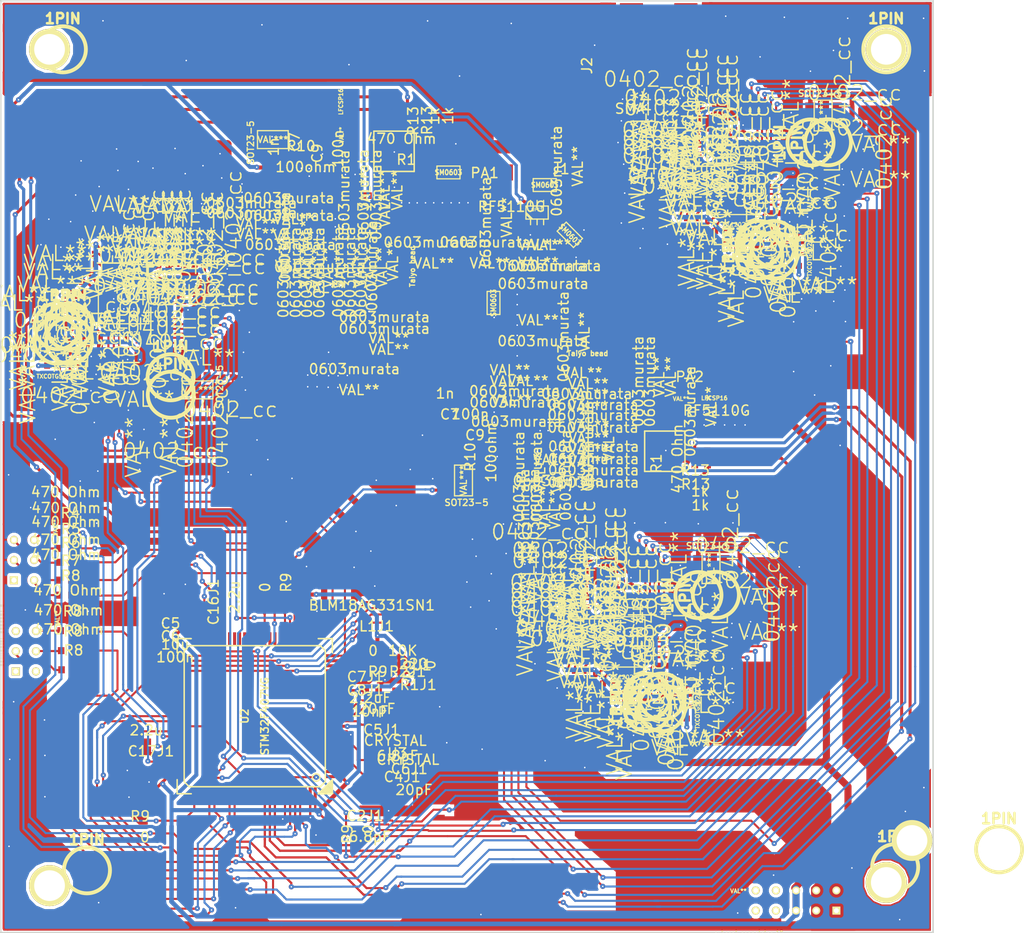
<source format=kicad_pcb>
(kicad_pcb (version 4) (host pcbnew "(after 2015-mar-04 BZR unknown)-product")
  (layers (0 F.Cu signal) (31 B.Cu signal) (34 B.Paste user hide) (35 F.Paste user) (36 B.SilkS user hide) (37 F.SilkS user hide) (38 B.Mask user) (39 F.Mask user hide) (44 Edge.Cuts user))
  (net 0 "")
  (net 1 +3.3V)
  (net 2 /2CS_N)
  (net 3 "/2GPIO 0")
  (net 4 /2GPIO2)
  (net 5 /2GPIO3)
  (net 6 /2MISO)
  (net 7 /2MOSI)
  (net 8 /2RESET_N)
  (net 9 /2SCLK)
  (net 10 /3CS_N)
  (net 11 "/3GPIO 0")
  (net 12 /3GPIO2)
  (net 13 /3GPIO3)
  (net 14 /3MISO)
  (net 15 /3MOSI)
  (net 16 /3RESET_N)
  (net 17 /3SCLK)
  (net 18 "/CS_N 1")
  (net 19 /DAC1)
  (net 20 /DAC2)
  (net 21 "/GPIO 0")
  (net 22 /GPIO2)
  (net 23 /GPIO3)
  (net 24 "/MISO 1")
  (net 25 "/MOSI 1")
  (net 26 /OBC_EN)
  (net 27 /OBC_RX)
  (net 28 /OBC_TX)
  (net 29 /RESET_N)
  (net 30 "/RF swich")
  (net 31 "/SCLK 1")
  (net 32 /SWCLK)
  (net 33 /SWDIO)
  (net 34 /USART3_RX)
  (net 35 /USART3_TX)
  (net 36 GND)
  (net 37 N-0000010)
  (net 38 N-00000101)
  (net 39 N-00000105)
  (net 40 N-00000106)
  (net 41 N-00000107)
  (net 42 N-00000108)
  (net 43 N-00000109)
  (net 44 N-00000111)
  (net 45 N-00000112)
  (net 46 N-00000130)
  (net 47 N-00000132)
  (net 48 N-00000134)
  (net 49 N-00000135)
  (net 50 N-00000139)
  (net 51 N-00000140)
  (net 52 N-00000144)
  (net 53 N-0000015)
  (net 54 N-000002)
  (net 55 N-0000039)
  (net 56 N-0000056)
  (net 57 N-000006)
  (net 58 N-0000066)
  (net 59 N-0000072)
  (net 60 N-0000088)
  (net 61 N-000009)
  (net 62 N-0000095)
  (module 1pin (layer F.Cu) (at 341.68 113.24)
    (fp_text reference 1PIN (at 0 -3.048) (layer F.SilkS) (effects (font (size 1.016 1.016) (thickness 0.254))))
    (fp_text value P*** hide)
    (pad 1 thru_hole circle (at -8.64 -0.88) (size 4.064 4.064) (drill 3.048) (layers *.Cu *.Mask F.SilkS))
  )
  (module cubesat_connetctor_10 (layer F.Cu) (at 317.54 117.32)
    (fp_text reference "cubesat connetctor 10" (at -0.70104 4.2418) (layer F.SilkS) (effects (font (size 0.4 0.4) (thickness 0.1))))
    (fp_text value VAL** (at -1.71704 0.06096) (layer F.SilkS) (effects (font (size 0.4 0.4) (thickness 0.1))))
    (pad 1 thru_hole circle (at 0 2) (size 0.8 0.8) (drill 0.5) (layers *.Cu *.Mask F.SilkS))
    (pad 1 thru_hole circle (at 2 2) (size 0.8 0.8) (drill 0.5) (layers *.Cu *.Mask F.SilkS))
    (pad 1 thru_hole circle (at 4 2) (size 0.8 0.8) (drill 0.5) (layers *.Cu *.Mask F.SilkS))
    (pad 1 thru_hole circle (at 6 2) (size 0.8 0.8) (drill 0.5) (layers *.Cu *.Mask F.SilkS))
    (pad 1 thru_hole rect (at 8 2) (size 0.8 0.8) (drill 0.5) (layers *.Cu *.Mask F.SilkS))
    (pad 1 thru_hole circle (at 8 0) (size 0.8 0.8) (drill 0.5) (layers *.Cu *.Mask F.SilkS))
    (pad 1 thru_hole circle (at 6 0) (size 0.8 0.8) (drill 0.5) (layers *.Cu *.Mask F.SilkS))
    (pad 1 thru_hole circle (at 4 0) (size 0.8 0.8) (drill 0.5) (layers *.Cu *.Mask F.SilkS))
    (pad 1 thru_hole circle (at 2 0) (size 0.8 0.8) (drill 0.5) (layers *.Cu *.Mask F.SilkS))
    (pad 1 thru_hole circle (at 0 0) (size 0.8 0.8) (drill 0.5) (layers *.Cu *.Mask F.SilkS))
  )
  (module connector_cubesat_6 (layer F.Cu) (at 246.14 91.58 270)
    (fp_text reference "connector cubesat 6" (at 0.41148 3.59156 270) (layer F.SilkS) (effects (font (size 0.4 0.4) (thickness 0.1))))
    (fp_text value VAL** (at -1.23444 -2.1336 270) (layer F.SilkS) (effects (font (size 0.4 0.4) (thickness 0.1))))
    (pad "" thru_hole trapezoid (at 4 2 270) (size 0.8 0.8) (drill 0.5) (layers *.Cu *.Mask F.SilkS) (clearance 0.0001))
    (pad "" thru_hole circle (at 2 2 270) (size 0.8 0.8) (drill 0.5) (layers *.Cu *.Mask F.SilkS) (clearance 0.0001))
    (pad "" thru_hole circle (at 4 0 270) (size 0.8 0.8) (drill 0.5) (layers *.Cu *.Mask F.SilkS) (clearance 0.0001))
    (pad "" thru_hole circle (at 2 0 270) (size 0.8 0.8) (drill 0.5) (layers *.Cu *.Mask F.SilkS) (clearance 0.0001))
    (pad "" thru_hole circle (at 0 2 270) (size 0.8 0.8) (drill 0.5) (layers *.Cu *.Mask F.SilkS) (clearance 0.0001))
    (pad "" thru_hole circle (at 0 0 270) (size 0.8 0.8) (drill 0.5) (layers *.Cu *.Mask F.SilkS) (clearance 0.0001))
  )
  (module 1pin (layer F.Cu) (at 330.49 33.84)
    (fp_text reference 1PIN (at 0 -3.048) (layer F.SilkS) (effects (font (size 1.016 1.016) (thickness 0.254))))
    (fp_text value P*** hide)
    (pad 1 thru_hole circle (at 0 0) (size 4.064 4.064) (drill 3.048) (layers *.Cu *.Mask F.SilkS))
  )
  (module SM0603 (layer F.Cu) (at 296.61 47.31)
    (fp_text reference SM0603 (at 0 0) (layer F.SilkS) (effects (font (size 0.508 0.4572) (thickness 0.1143))))
    (fp_text value Val** hide)
    (pad 1 smd rect (at -0.762 0) (size 0.5 0.9) (layers F.Cu F.Paste F.Mask))
    (pad 2 smd rect (at 0.762 0) (size 0.5 0.9) (layers F.Cu F.Paste F.Mask))
  )
  (module 0603murata (layer F.Cu) (at 296.535 62.435 90)
    (fp_text reference 0603murata (at 0.08 1.93 90) (layer F.SilkS))
    (fp_text value VAL** (at 0.55 4.01 90) (layer F.SilkS))
    (pad 1 smd trapezoid (at 0 0 90) (size 0.65 0.7) (layers F.Cu F.Paste F.Mask))
    (pad 2 smd trapezoid (at 1.27 0 90) (size 0.65 0.7) (layers F.Cu F.Paste F.Mask))
  )
  (module 0603murata (layer F.Cu) (at 296.535 59.035 180)
    (fp_text reference 0603murata (at 0.08 1.93 180) (layer F.SilkS))
    (fp_text value VAL** (at 0.55 4.01 180) (layer F.SilkS))
    (pad 1 smd trapezoid (at 0 0 180) (size 0.65 0.7) (layers F.Cu F.Paste F.Mask))
    (pad 2 smd trapezoid (at 1.27 0 180) (size 0.65 0.7) (layers F.Cu F.Paste F.Mask))
  )
  (module 0603murata (layer F.Cu) (at 296.53 57.27 180)
    (fp_text reference 0603murata (at 0.08 1.93 180) (layer F.SilkS))
    (fp_text value VAL** (at 0.55 4.01 180) (layer F.SilkS))
    (pad 1 smd trapezoid (at 0 0 180) (size 0.65 0.7) (layers F.Cu F.Paste F.Mask))
    (pad 2 smd trapezoid (at 1.27 0 180) (size 0.65 0.7) (layers F.Cu F.Paste F.Mask))
  )
  (module 0603murata (layer F.Cu) (at 293.71 69.69 180)
    (fp_text reference 0603murata (at 0.08 1.93 180) (layer F.SilkS))
    (fp_text value VAL** (at 0.55 4.01 180) (layer F.SilkS))
    (pad 1 smd trapezoid (at 0 0 180) (size 0.65 0.7) (layers F.Cu F.Paste F.Mask))
    (pad 2 smd trapezoid (at 1.27 0 180) (size 0.65 0.7) (layers F.Cu F.Paste F.Mask))
  )
  (module 0603murata (layer F.Cu) (at 293.74 70.81 180)
    (fp_text reference 0603murata (at 0.08 1.93 180) (layer F.SilkS))
    (fp_text value VAL** (at 0.55 4.01 180) (layer F.SilkS))
    (pad 1 smd trapezoid (at 0 0 180) (size 0.65 0.7) (layers F.Cu F.Paste F.Mask))
    (pad 2 smd trapezoid (at 1.27 0 180) (size 0.65 0.7) (layers F.Cu F.Paste F.Mask))
  )
  (module 0603murata (layer F.Cu) (at 293.885 72.715 180)
    (fp_text reference 0603murata (at 0.08 1.93 180) (layer F.SilkS))
    (fp_text value VAL** (at 0.55 4.01 180) (layer F.SilkS))
    (pad 1 smd trapezoid (at 0 0 180) (size 0.65 0.7) (layers F.Cu F.Paste F.Mask))
    (pad 2 smd trapezoid (at 1.27 0 180) (size 0.65 0.7) (layers F.Cu F.Paste F.Mask))
  )
  (module 0603murata (layer F.Cu) (at 292.145 76.345 90)
    (fp_text reference 0603murata (at 0.08 1.93 90) (layer F.SilkS))
    (fp_text value VAL** (at 0.55 4.01 90) (layer F.SilkS))
    (pad 1 smd trapezoid (at 0 0 90) (size 0.65 0.7) (layers F.Cu F.Paste F.Mask))
    (pad 2 smd trapezoid (at 1.27 0 90) (size 0.65 0.7) (layers F.Cu F.Paste F.Mask))
  )
  (module 0603murata (layer F.Cu) (at 293.615 80.035 90)
    (fp_text reference 0603murata (at 0.08 1.93 90) (layer F.SilkS))
    (fp_text value VAL** (at 0.55 4.01 90) (layer F.SilkS))
    (pad 1 smd trapezoid (at 0 0 90) (size 0.65 0.7) (layers F.Cu F.Paste F.Mask))
    (pad 2 smd trapezoid (at 1.27 0 90) (size 0.65 0.7) (layers F.Cu F.Paste F.Mask))
  )
  (module 0603murata (layer F.Cu) (at 292.635 80.045 90)
    (fp_text reference 0603murata (at 0.08 1.93 90) (layer F.SilkS))
    (fp_text value VAL** (at 0.55 4.01 90) (layer F.SilkS))
    (pad 1 smd trapezoid (at 0 0 90) (size 0.65 0.7) (layers F.Cu F.Paste F.Mask))
    (pad 2 smd trapezoid (at 1.27 0 90) (size 0.65 0.7) (layers F.Cu F.Paste F.Mask))
  )
  (module 0603murata (layer F.Cu) (at 293.885 76.345 90)
    (fp_text reference 0603murata (at 0.08 1.93 90) (layer F.SilkS))
    (fp_text value VAL** (at 0.55 4.01 90) (layer F.SilkS))
    (pad 1 smd trapezoid (at 0 0 90) (size 0.65 0.7) (layers F.Cu F.Paste F.Mask))
    (pad 2 smd trapezoid (at 1.27 0 90) (size 0.65 0.7) (layers F.Cu F.Paste F.Mask))
  )
  (module 0603murata (layer F.Cu) (at 298.035 78.595 180)
    (fp_text reference 0603murata (at 0.08 1.93 180) (layer F.SilkS))
    (fp_text value VAL** (at 0.55 4.01 180) (layer F.SilkS))
    (pad 1 smd trapezoid (at 0 0 180) (size 0.65 0.7) (layers F.Cu F.Paste F.Mask))
    (pad 2 smd trapezoid (at 1.27 0 180) (size 0.65 0.7) (layers F.Cu F.Paste F.Mask) (clearance 0.00001))
  )
  (module 0603murata (layer F.Cu) (at 301.535 78.755 180)
    (fp_text reference 0603murata (at 0.08 1.93 180) (layer F.SilkS))
    (fp_text value VAL** (at 0.55 4.01 180) (layer F.SilkS))
    (pad 1 smd trapezoid (at 0 0 180) (size 0.65 0.7) (layers F.Cu F.Paste F.Mask))
    (pad 2 smd trapezoid (at 1.27 0 180) (size 0.65 0.7) (layers F.Cu F.Paste F.Mask))
  )
  (module 0603murata (layer F.Cu) (at 301.535 77.535 180)
    (fp_text reference 0603murata (at 0.08 1.93 180) (layer F.SilkS))
    (fp_text value VAL** (at 0.55 4.01 180) (layer F.SilkS))
    (pad 1 smd trapezoid (at 0 0 180) (size 0.65 0.7) (layers F.Cu F.Paste F.Mask))
    (pad 2 smd trapezoid (at 1.27 0 180) (size 0.65 0.7) (layers F.Cu F.Paste F.Mask))
  )
  (module 0603murata (layer F.Cu) (at 301.535 76.425 180)
    (fp_text reference 0603murata (at 0.08 1.93 180) (layer F.SilkS))
    (fp_text value VAL** (at 0.55 4.01 180) (layer F.SilkS))
    (pad 1 smd trapezoid (at 0 0 180) (size 0.65 0.7) (layers F.Cu F.Paste F.Mask))
    (pad 2 smd trapezoid (at 1.27 0 180) (size 0.65 0.7) (layers F.Cu F.Paste F.Mask))
  )
  (module 0603murata (layer F.Cu) (at 301.545 75.195 180)
    (fp_text reference 0603murata (at 0.08 1.93 180) (layer F.SilkS))
    (fp_text value VAL** (at 0.55 4.01 180) (layer F.SilkS))
    (pad 1 smd trapezoid (at 0 0 180) (size 0.65 0.7) (layers F.Cu F.Paste F.Mask))
    (pad 2 smd trapezoid (at 1.27 0 180) (size 0.65 0.7) (layers F.Cu F.Paste F.Mask))
  )
  (module 0603murata (layer F.Cu) (at 298.975 73.305 90)
    (fp_text reference 0603murata (at 0.08 1.93 90) (layer F.SilkS))
    (fp_text value VAL** (at 0.55 4.01 90) (layer F.SilkS))
    (pad 1 smd trapezoid (at 0 0 90) (size 0.65 0.7) (layers F.Cu F.Paste F.Mask))
    (pad 2 smd trapezoid (at 1.27 0 90) (size 0.65 0.7) (layers F.Cu F.Paste F.Mask))
  )
  (module 0603murata (layer F.Cu) (at 301.485 73.305 180)
    (fp_text reference 0603murata (at 0.08 1.93 180) (layer F.SilkS))
    (fp_text value VAL** (at 0.55 4.01 180) (layer F.SilkS))
    (pad 1 smd trapezoid (at 0 0 180) (size 0.65 0.7) (layers F.Cu F.Paste F.Mask))
    (pad 2 smd trapezoid (at 1.27 0 180) (size 0.65 0.7) (layers F.Cu F.Paste F.Mask))
  )
  (module 0603murata (layer F.Cu) (at 301.48 72.08 180)
    (fp_text reference 0603murata (at 0.08 1.93 180) (layer F.SilkS))
    (fp_text value VAL** (at 0.55 4.01 180) (layer F.SilkS))
    (pad 1 smd trapezoid (at 0 0 180) (size 0.65 0.7) (layers F.Cu F.Paste F.Mask))
    (pad 2 smd trapezoid (at 1.27 0 180) (size 0.65 0.7) (layers F.Cu F.Paste F.Mask))
  )
  (module 0603murata (layer F.Cu) (at 301.485 71.055 180)
    (fp_text reference 0603murata (at 0.08 1.93 180) (layer F.SilkS))
    (fp_text value VAL** (at 0.55 4.01 180) (layer F.SilkS))
    (pad 1 smd trapezoid (at 0 0 180) (size 0.65 0.7) (layers F.Cu F.Paste F.Mask))
    (pad 2 smd trapezoid (at 1.27 0 180) (size 0.65 0.7) (layers F.Cu F.Paste F.Mask))
  )
  (module 0603murata (layer F.Cu) (at 300.865 69.965 180)
    (fp_text reference 0603murata (at 0.08 1.93 180) (layer F.SilkS))
    (fp_text value VAL** (at 0.55 4.01 180) (layer F.SilkS))
    (pad 1 smd trapezoid (at 0 0 180) (size 0.65 0.7) (layers F.Cu F.Paste F.Mask))
    (pad 2 smd trapezoid (at 1.27 0 180) (size 0.65 0.7) (layers F.Cu F.Paste F.Mask))
  )
  (module 0603murata (layer F.Cu) (at 296.52 64.73 180)
    (fp_text reference 0603murata (at 0.08 1.93 180) (layer F.SilkS))
    (fp_text value VAL** (at 0.55 4.01 180) (layer F.SilkS))
    (pad 1 smd trapezoid (at 0 0 180) (size 0.65 0.7) (layers F.Cu F.Paste F.Mask))
    (pad 2 smd trapezoid (at 1.27 0 180) (size 0.65 0.7) (layers F.Cu F.Paste F.Mask))
  )
  (module Taiyo_Yuden_bead (layer F.Cu) (at 301.365 66.525 180)
    (fp_text reference "Taiyo bead" (at 0.5 2.5 180) (layer F.SilkS) (effects (font (size 0.5 0.5) (thickness 0.125))))
    (fp_text value VAL** (at 6.4 -0.225 180) (layer F.SilkS))
    (pad 1 smd rect (at 0 0 180) (size 0.8 2.7) (layers F.Cu F.Paste F.Mask))
    (pad 2 smd rect (at 2.2 0 180) (size 0.8 2.7) (layers F.Cu F.Paste F.Mask))
  )
  (module 0603murata (layer F.Cu) (at 303.955 66.885 90)
    (fp_text reference 0603murata (at 0.08 1.93 90) (layer F.SilkS))
    (fp_text value VAL** (at 0.55 4.01 90) (layer F.SilkS))
    (pad 1 smd trapezoid (at 0 0 90) (size 0.65 0.7) (layers F.Cu F.Paste F.Mask))
    (pad 2 smd trapezoid (at 1.27 0 90) (size 0.65 0.7) (layers F.Cu F.Paste F.Mask) (clearance 0.0001))
  )
  (module 0603murata (layer F.Cu) (at 305.095 66.885 90)
    (fp_text reference 0603murata (at 0.08 1.93 90) (layer F.SilkS))
    (fp_text value VAL** (at 0.55 4.01 90) (layer F.SilkS))
    (pad 1 smd trapezoid (at 0 0 90) (size 0.65 0.7) (layers F.Cu F.Paste F.Mask))
    (pad 2 smd trapezoid (at 1.27 0 90) (size 0.65 0.7) (layers F.Cu F.Paste F.Mask) (clearance 0.0001))
  )
  (module 0603murata (layer F.Cu) (at 309.105 69.855 90)
    (fp_text reference 0603murata (at 0.08 1.93 90) (layer F.SilkS))
    (fp_text value VAL** (at 0.55 4.01 90) (layer F.SilkS))
    (pad 1 smd trapezoid (at 0 0 90) (size 0.65 0.7) (layers F.Cu F.Paste F.Mask))
    (pad 2 smd trapezoid (at 1.27 0 90) (size 0.65 0.7) (layers F.Cu F.Paste F.Mask))
  )
  (module 0603murata (layer F.Cu) (at 296.765 76.195 90)
    (fp_text reference 0603murata (at 0.08 1.93 90) (layer F.SilkS))
    (fp_text value VAL** (at 0.55 4.01 90) (layer F.SilkS))
    (pad 1 smd trapezoid (at 0 0 90) (size 0.65 0.7) (layers F.Cu F.Paste F.Mask))
    (pad 2 smd trapezoid (at 1.27 0 90) (size 0.65 0.7) (layers F.Cu F.Paste F.Mask))
  )
  (module 0603murata (layer F.Cu) (at 283.09 103.33)
    (fp_text reference C6J1 (at 0.08 1.93) (layer F.SilkS))
    (fp_text value 20pF (at 0.55 4.01) (layer F.SilkS))
    (pad 1 smd trapezoid (at 0 0) (size 0.65 0.7) (layers F.Cu F.Paste F.Mask) (net 36 GND))
    (pad 2 smd trapezoid (at 1.27 0) (size 0.65 0.7) (layers F.Cu F.Paste F.Mask) (net 45 N-00000112))
  )
  (module 0603murata (layer F.Cu) (at 259.407 90.157)
    (fp_text reference C6 (at 0.08 1.93) (layer F.SilkS))
    (fp_text value 100n (at 0.55 4.01) (layer F.SilkS))
    (pad 1 smd trapezoid (at 0 0) (size 0.65 0.7) (layers F.Cu F.Paste F.Mask) (net 36 GND))
    (pad 2 smd trapezoid (at 1.27 0) (size 0.65 0.7) (layers F.Cu F.Paste F.Mask) (net 1 +3.3V))
  )
  (module 0603murata (layer F.Cu) (at 259.407 88.887)
    (fp_text reference C5 (at 0.08 1.93) (layer F.SilkS))
    (fp_text value 10u (at 0.55 4.01) (layer F.SilkS))
    (pad 1 smd trapezoid (at 0 0) (size 0.65 0.7) (layers F.Cu F.Paste F.Mask) (net 36 GND))
    (pad 2 smd trapezoid (at 1.27 0) (size 0.65 0.7) (layers F.Cu F.Paste F.Mask) (net 1 +3.3V))
  )
  (module 0603murata (layer F.Cu) (at 249.64 81.79 180)
    (fp_text reference R4 (at 0.08 1.93 180) (layer F.SilkS))
    (fp_text value "470 Ohm" (at 0.55 4.01 180) (layer F.SilkS))
    (pad 1 smd trapezoid (at 0 0 180) (size 0.65 0.7) (layers F.Cu F.Paste F.Mask) (net 32 /SWCLK))
    (pad 2 smd trapezoid (at 1.27 0 180) (size 0.65 0.7) (layers F.Cu F.Paste F.Mask) (net 43 N-00000109))
  )
  (module 0603murata (layer F.Cu) (at 249.68 83.37 180)
    (fp_text reference R5 (at 0.08 1.93 180) (layer F.SilkS))
    (fp_text value "470 Ohm" (at 0.55 4.01 180) (layer F.SilkS))
    (pad 1 smd trapezoid (at 0 0 180) (size 0.65 0.7) (layers F.Cu F.Paste F.Mask) (net 33 /SWDIO))
    (pad 2 smd trapezoid (at 1.27 0 180) (size 0.65 0.7) (layers F.Cu F.Paste F.Mask) (net 42 N-00000108))
  )
  (module 0603murata (layer F.Cu) (at 249.67 84.75 180)
    (fp_text reference R6 (at 0.08 1.93 180) (layer F.SilkS))
    (fp_text value "470 Ohm" (at 0.55 4.01 180) (layer F.SilkS))
    (pad 1 smd trapezoid (at 0 0 180) (size 0.65 0.7) (layers F.Cu F.Paste F.Mask) (net 44 N-00000111))
    (pad 2 smd trapezoid (at 1.27 0 180) (size 0.65 0.7) (layers F.Cu F.Paste F.Mask) (net 41 N-00000107))
  )
  (module 0603murata (layer F.Cu) (at 249.67 88.01 180)
    (fp_text reference R8 (at 0.08 1.93 180) (layer F.SilkS))
    (fp_text value "470 Ohm" (at 0.55 4.01 180) (layer F.SilkS))
    (pad 1 smd trapezoid (at 0 0 180) (size 0.65 0.7) (layers F.Cu F.Paste F.Mask) (net 35 /USART3_TX))
    (pad 2 smd trapezoid (at 1.27 0 180) (size 0.65 0.7) (layers F.Cu F.Paste F.Mask) (net 39 N-00000105))
  )
  (module 0603murata (layer F.Cu) (at 257.63 105.43 180)
    (fp_text reference C17J1 (at 0.08 1.93 180) (layer F.SilkS))
    (fp_text value 2.2u (at 0.55 4.01 180) (layer F.SilkS))
    (pad 1 smd trapezoid (at 0 0 180) (size 0.65 0.7) (layers F.Cu F.Paste F.Mask) (net 58 N-0000066))
    (pad 2 smd trapezoid (at 1.27 0 180) (size 0.65 0.7) (layers F.Cu F.Paste F.Mask) (net 36 GND))
  )
  (module 0603murata (layer F.Cu) (at 261.82 88.76 90)
    (fp_text reference C16J1 (at 0.08 1.93 90) (layer F.SilkS))
    (fp_text value 2.2u (at 0.55 4.01 90) (layer F.SilkS))
    (pad 1 smd trapezoid (at 0 0 90) (size 0.65 0.7) (layers F.Cu F.Paste F.Mask) (net 46 N-00000130))
    (pad 2 smd trapezoid (at 1.27 0 90) (size 0.65 0.7) (layers F.Cu F.Paste F.Mask) (net 36 GND))
  )
  (module 0603murata (layer F.Cu) (at 282.555 107.985 180)
    (fp_text reference C4J1 (at 0.08 1.93 180) (layer F.SilkS))
    (fp_text value 6.8pF (at 0.55 4.01 180) (layer F.SilkS))
    (pad 1 smd trapezoid (at 0 0 180) (size 0.65 0.7) (layers F.Cu F.Paste F.Mask) (net 56 N-0000056))
    (pad 2 smd trapezoid (at 1.27 0 180) (size 0.65 0.7) (layers F.Cu F.Paste F.Mask) (net 36 GND))
  )
  (module 0603murata (layer F.Cu) (at 278.69 107.98)
    (fp_text reference C2J1 (at 0.08 1.93) (layer F.SilkS))
    (fp_text value 6.8pF (at 0.55 4.01) (layer F.SilkS))
    (pad 1 smd trapezoid (at 0 0) (size 0.65 0.7) (layers F.Cu F.Paste F.Mask) (net 60 N-0000088))
    (pad 2 smd trapezoid (at 1.27 0) (size 0.65 0.7) (layers F.Cu F.Paste F.Mask) (net 36 GND))
  )
  (module 0603murata (layer F.Cu) (at 281.25 95.47 90)
    (fp_text reference R9 (at 0.08 1.93 90) (layer F.SilkS))
    (fp_text value 0 (at 0.55 4.01 90) (layer F.SilkS))
    (pad 1 smd trapezoid (at 0 0 90) (size 0.65 0.7) (layers F.Cu F.Paste F.Mask) (net 36 GND))
    (pad 2 smd trapezoid (at 1.27 0 90) (size 0.65 0.7) (layers F.Cu F.Paste F.Mask) (net 36 GND))
  )
  (module 0603murata (layer F.Cu) (at 278.73 95.54)
    (fp_text reference C8J1 (at 0.08 1.93) (layer F.SilkS))
    (fp_text value 10nF (at 0.55 4.01) (layer F.SilkS))
    (pad 1 smd trapezoid (at 0 0) (size 0.65 0.7) (layers F.Cu F.Paste F.Mask))
    (pad 2 smd trapezoid (at 1.27 0) (size 0.65 0.7) (layers F.Cu F.Paste F.Mask) (net 36 GND))
  )
  (module 0603murata (layer F.Cu) (at 278.74 94.19)
    (fp_text reference C7J1 (at 0.08 1.93) (layer F.SilkS))
    (fp_text value 2.2uF (at 0.55 4.01) (layer F.SilkS))
    (pad 1 smd trapezoid (at 0 0) (size 0.65 0.7) (layers F.Cu F.Paste F.Mask))
    (pad 2 smd trapezoid (at 1.27 0) (size 0.65 0.7) (layers F.Cu F.Paste F.Mask) (net 36 GND))
  )
  (module 0603murata (layer F.Cu) (at 280.01 93.03 180)
    (fp_text reference L1J1 (at 0.08 1.93 180) (layer F.SilkS))
    (fp_text value BLM18AG331SN1 (at 0.55 4.01 180) (layer F.SilkS))
    (pad 1 smd trapezoid (at 0 0 180) (size 0.65 0.7) (layers F.Cu F.Paste F.Mask) (net 1 +3.3V))
    (pad 2 smd trapezoid (at 1.27 0 180) (size 0.65 0.7) (layers F.Cu F.Paste F.Mask) (net 62 N-0000095))
  )
  (module 0603murata (layer F.Cu) (at 284.14 98.85 180)
    (fp_text reference R1J1 (at 0.08 1.93 180) (layer F.SilkS))
    (fp_text value 220 (at 0.55 4.01 180) (layer F.SilkS))
    (pad 1 smd trapezoid (at 0 0 180) (size 0.65 0.7) (layers F.Cu F.Paste F.Mask) (net 45 N-00000112))
    (pad 2 smd trapezoid (at 1.27 0 180) (size 0.65 0.7) (layers F.Cu F.Paste F.Mask) (net 59 N-0000072))
  )
  (module 0603murata (layer F.Cu) (at 249.66 86.52 180)
    (fp_text reference R7 (at 0.08 1.93 180) (layer F.SilkS))
    (fp_text value "470 Ohm" (at 0.55 4.01 180) (layer F.SilkS))
    (pad 1 smd trapezoid (at 0 0 180) (size 0.65 0.7) (layers F.Cu F.Paste F.Mask) (net 34 /USART3_RX))
    (pad 2 smd trapezoid (at 1.27 0 180) (size 0.65 0.7) (layers F.Cu F.Paste F.Mask) (net 40 N-00000106))
  )
  (module 0603murata (layer F.Cu) (at 283.08 97.53 180)
    (fp_text reference R2J1 (at 0.08 1.93 180) (layer F.SilkS))
    (fp_text value 10K (at 0.55 4.01 180) (layer F.SilkS))
    (pad 1 smd trapezoid (at 0 0 180) (size 0.65 0.7) (layers F.Cu F.Paste F.Mask) (net 1 +3.3V))
    (pad 2 smd trapezoid (at 1.27 0 180) (size 0.65 0.7) (layers F.Cu F.Paste F.Mask) (net 44 N-00000111))
  )
  (module 0603murata (layer F.Cu) (at 280.51 103.31 180)
    (fp_text reference C5J1 (at 0.08 1.93 180) (layer F.SilkS))
    (fp_text value 20pF (at 0.55 4.01 180) (layer F.SilkS))
    (pad 1 smd trapezoid (at 0 0 180) (size 0.65 0.7) (layers F.Cu F.Paste F.Mask) (net 36 GND))
    (pad 2 smd trapezoid (at 1.27 0 180) (size 0.65 0.7) (layers F.Cu F.Paste F.Mask) (net 38 N-00000101))
  )
  (module 0603murata (layer F.Cu) (at 289.77 74.06 180)
    (fp_text reference C9 (at 0.08 1.93 180) (layer F.SilkS))
    (fp_text value 100n (at 0.55 4.01 180) (layer F.SilkS))
    (pad 1 smd trapezoid (at 0 0 180) (size 0.65 0.7) (layers F.Cu F.Paste F.Mask) (net 1 +3.3V))
    (pad 2 smd trapezoid (at 1.27 0 180) (size 0.65 0.7) (layers F.Cu F.Paste F.Mask) (net 36 GND))
  )
  (module 0603murata (layer F.Cu) (at 287.28 74.38 90)
    (fp_text reference R10 (at 0.08 1.93 90) (layer F.SilkS))
    (fp_text value 100ohm (at 0.55 4.01 90) (layer F.SilkS))
    (pad 1 smd trapezoid (at 0 0 90) (size 0.65 0.7) (layers F.Cu F.Paste F.Mask) (net 50 N-00000139))
    (pad 2 smd trapezoid (at 1.27 0 90) (size 0.65 0.7) (layers F.Cu F.Paste F.Mask) (net 37 N-0000010))
  )
  (module 0603murata (layer F.Cu) (at 287.28 72 180)
    (fp_text reference C7 (at 0.08 1.93 180) (layer F.SilkS))
    (fp_text value 1n (at 0.55 4.01 180) (layer F.SilkS))
    (pad 1 smd trapezoid (at 0 0 180) (size 0.65 0.7) (layers F.Cu F.Paste F.Mask))
    (pad 2 smd trapezoid (at 1.27 0 180) (size 0.65 0.7) (layers F.Cu F.Paste F.Mask) (net 36 GND))
  )
  (module ABM3crystal (layer F.Cu) (at 283.89 101.02 180)
    (fp_text reference U1 (at -0.52324 6.06044 180) (layer F.SilkS))
    (fp_text value CRYSTAL (at 0.85344 -3.31724 180) (layer F.SilkS))
    (pad 1 smd trapezoid (at 0 0 180) (size 1.9 2.4) (layers F.Cu F.Paste F.Mask) (net 45 N-00000112) (clearance 0.0001))
    (pad 2 smd trapezoid (at 4.11 0 180) (size 1.9 2.4) (layers F.Cu F.Paste F.Mask) (clearance 0.0001))
  )
  (module ABS07crystal (layer F.Cu) (at 281.785 105.895 180)
    (fp_text reference U3 (at -0.2032 2.1844 180) (layer F.SilkS))
    (fp_text value CRYSTAL (at 0.00508 3.43916 180) (layer F.SilkS))
    (pad 1 smd trapezoid (at 0.01016 0 180) (size 1.1 1.9) (layers F.Cu F.Paste F.Mask) (net 56 N-0000056) (clearance 0.0001))
    (pad 2 smd trapezoid (at 2.525 0 180) (size 1.1 1.9) (layers F.Cu F.Paste F.Mask) (net 60 N-0000088) (clearance 0.0001))
  )
  (module sc70-6 (layer F.Cu) (at 295.85 50.04)
    (fp_text reference UPE1 (at 0 -0.2794) (layer F.SilkS) (effects (font (size 0.29972 0.29972) (thickness 0.06096))))
    (fp_text value PE4259 hide)
    (pad 1 smd rect (at -0.6604 1.016) (size 0.4064 0.6604) (layers F.Cu F.Paste F.Mask) (net 52 N-00000144))
    (pad 3 smd rect (at 0.6604 1.016) (size 0.4064 0.6604) (layers F.Cu F.Paste F.Mask) (net 57 N-000006))
    (pad 2 smd rect (at 0 1.016) (size 0.4064 0.6604) (layers F.Cu F.Paste F.Mask) (net 36 GND))
    (pad 4 smd rect (at 0.6604 -1.016) (size 0.4064 0.6604) (layers F.Cu F.Paste F.Mask) (net 48 N-00000134))
    (pad 6 smd rect (at -0.6604 -1.016) (size 0.4064 0.6604) (layers F.Cu F.Paste F.Mask))
    (pad 5 smd rect (at 0 -1.016) (size 0.4064 0.6604) (layers F.Cu F.Paste F.Mask) (net 49 N-00000135))
  )
  (module sma_smd_samtec_man (layer F.Cu) (at 295.88 38.61)
    (fp_text reference J1 (at 2.35 7.11) (layer F.SilkS))
    (fp_text value SMA (at 9.16 1.12) (layer F.SilkS))
    (pad 1 connect circle (at 0 0) (size 1.7 1.7) (layers F.Cu F.Paste F.Mask) (net 47 N-00000132))
    (pad 2 connect trapezoid (at 2.7 2.7) (size 2.3 2.3) (layers F.Cu F.Paste F.Mask) (net 36 GND))
    (pad 3 connect trapezoid (at -2.7 2.7) (size 2.3 2.3) (layers F.Cu F.Paste F.Mask) (net 36 GND))
    (pad 4 connect trapezoid (at -2.7 -2.7) (size 2.3 2.3) (layers F.Cu F.Paste F.Mask) (net 36 GND))
    (pad 5 connect trapezoid (at 2.7 -2.7) (size 2.3 2.3) (layers F.Cu F.Paste F.Mask) (net 36 GND))
  )
  (module sma_smd_samtec_man (layer F.Cu) (at 307.91 33.11 270)
    (fp_text reference J2 (at 2.35 7.11 270) (layer F.SilkS))
    (fp_text value SMA (at 9.16 1.12 270) (layer F.SilkS))
    (pad 1 connect circle (at 0 0 270) (size 1.7 1.7) (layers F.Cu F.Paste F.Mask) (net 55 N-0000039))
    (pad 2 connect trapezoid (at 2.7 2.7 270) (size 2.3 2.3) (layers F.Cu F.Paste F.Mask))
    (pad 3 connect trapezoid (at -2.7 2.7 270) (size 2.3 2.3) (layers F.Cu F.Paste F.Mask))
    (pad 4 connect trapezoid (at -2.7 -2.7 270) (size 2.3 2.3) (layers F.Cu F.Paste F.Mask))
    (pad 5 connect trapezoid (at 2.7 -2.7 270) (size 2.3 2.3) (layers F.Cu F.Paste F.Mask))
  )
  (module TQFP-100 (layer F.Cu) (at 267.845 100.025 90)
    (fp_text reference U2 (at 0 -1.00076 90) (layer F.SilkS) (effects (font (size 0.7493 0.7493) (thickness 0.14986))))
    (fp_text value STM32F407VG (at 0 1.00076 90) (layer F.SilkS) (effects (font (size 0.7493 0.7493) (thickness 0.14986))))
    (pad 4 smd rect (at -4.50088 7.67588 90) (size 0.29972 1.30048) (layers F.Cu F.Paste F.Mask))
    (pad 5 smd rect (at -4.0005 7.67588 90) (size 0.29972 1.30048) (layers F.Cu F.Paste F.Mask))
    (pad 6 smd rect (at -3.50012 7.67588 90) (size 0.29972 1.30048) (layers F.Cu F.Paste F.Mask) (net 1 +3.3V))
    (pad 7 smd rect (at -2.99974 7.67588 90) (size 0.29972 1.30048) (layers F.Cu F.Paste F.Mask))
    (pad 8 smd rect (at -2.49936 7.67588 90) (size 0.29972 1.30048) (layers F.Cu F.Paste F.Mask) (net 60 N-0000088))
    (pad 1 smd rect (at -5.99948 7.67588 90) (size 0.29972 1.30048) (layers F.Cu F.Paste F.Mask))
    (pad 2 smd rect (at -5.4991 7.67588 90) (size 0.29972 1.30048) (layers F.Cu F.Paste F.Mask))
    (pad 3 smd rect (at -5.00126 7.67588 90) (size 0.29972 1.30048) (layers F.Cu F.Paste F.Mask))
    (pad 17 smd rect (at 1.99898 7.67588 90) (size 0.29972 1.30048) (layers F.Cu F.Paste F.Mask))
    (pad 18 smd rect (at 2.49936 7.67588 90) (size 0.29972 1.30048) (layers F.Cu F.Paste F.Mask))
    (pad 19 smd rect (at 2.99974 7.67588 90) (size 0.29972 1.30048) (layers F.Cu F.Paste F.Mask) (net 1 +3.3V))
    (pad 20 smd rect (at 3.50012 7.67588 90) (size 0.29972 1.30048) (layers F.Cu F.Paste F.Mask) (net 36 GND))
    (pad 21 smd rect (at 4.0005 7.67588 90) (size 0.29972 1.30048) (layers F.Cu F.Paste F.Mask) (net 62 N-0000095))
    (pad 22 smd rect (at 4.50088 7.67588 90) (size 0.29972 1.30048) (layers F.Cu F.Paste F.Mask) (net 62 N-0000095))
    (pad 23 smd rect (at 5.00126 7.67588 90) (size 0.29972 1.30048) (layers F.Cu F.Paste F.Mask))
    (pad 24 smd rect (at 5.4991 7.67588 90) (size 0.29972 1.30048) (layers F.Cu F.Paste F.Mask))
    (pad 33 smd rect (at 7.67588 2.49936 90) (size 1.30048 0.29972) (layers F.Cu F.Paste F.Mask))
    (pad 34 smd rect (at 7.67588 1.99898 90) (size 1.30048 0.29972) (layers F.Cu F.Paste F.Mask))
    (pad 35 smd rect (at 7.67588 1.50114 90) (size 1.30048 0.29972) (layers F.Cu F.Paste F.Mask))
    (pad 36 smd rect (at 7.67588 1.00076 90) (size 1.30048 0.29972) (layers F.Cu F.Paste F.Mask) (net 8 /2RESET_N))
    (pad 37 smd rect (at 7.67588 0.50038 90) (size 1.30048 0.29972) (layers F.Cu F.Paste F.Mask))
    (pad 38 smd rect (at 7.67588 0 90) (size 1.30048 0.29972) (layers F.Cu F.Paste F.Mask))
    (pad 39 smd rect (at 7.67588 -0.50038 90) (size 1.30048 0.29972) (layers F.Cu F.Paste F.Mask))
    (pad 40 smd rect (at 7.67588 -1.00076 90) (size 1.30048 0.29972) (layers F.Cu F.Paste F.Mask))
    (pad 49 smd rect (at 7.67588 -5.4991 90) (size 1.30048 0.29972) (layers F.Cu F.Paste F.Mask) (net 46 N-00000130))
    (pad 50 smd rect (at 7.67588 -5.99948 90) (size 1.30048 0.29972) (layers F.Cu F.Paste F.Mask) (net 1 +3.3V))
    (pad 51 smd rect (at 5.99948 -7.67588 90) (size 0.29972 1.30048) (layers F.Cu F.Paste F.Mask) (net 2 /2CS_N))
    (pad 52 smd rect (at 5.4991 -7.67588 90) (size 0.29972 1.30048) (layers F.Cu F.Paste F.Mask) (net 9 /2SCLK))
    (pad 53 smd rect (at 5.00126 -7.67588 90) (size 0.29972 1.30048) (layers F.Cu F.Paste F.Mask) (net 6 /2MISO))
    (pad 54 smd rect (at 4.50088 -7.67588 90) (size 0.29972 1.30048) (layers F.Cu F.Paste F.Mask) (net 7 /2MOSI))
    (pad 55 smd rect (at 4.0005 -7.67588 90) (size 0.29972 1.30048) (layers F.Cu F.Paste F.Mask))
    (pad 56 smd rect (at 3.50012 -7.67588 90) (size 0.29972 1.30048) (layers F.Cu F.Paste F.Mask))
    (pad 9 smd rect (at -1.99898 7.67588 90) (size 0.29972 1.30048) (layers F.Cu F.Paste F.Mask) (net 56 N-0000056))
    (pad 10 smd rect (at -1.50114 7.67588 90) (size 0.29972 1.30048) (layers F.Cu F.Paste F.Mask) (net 36 GND))
    (pad 11 smd rect (at -1.00076 7.67588 90) (size 0.29972 1.30048) (layers F.Cu F.Paste F.Mask) (net 1 +3.3V))
    (pad 25 smd rect (at 5.99948 7.67588 90) (size 0.29972 1.30048) (layers F.Cu F.Paste F.Mask) (net 23 /GPIO3))
    (pad 26 smd rect (at 7.67588 5.99948 90) (size 1.30048 0.29972) (layers F.Cu F.Paste F.Mask) (net 22 /GPIO2))
    (pad 27 smd rect (at 7.67588 5.4991 90) (size 1.30048 0.29972) (layers F.Cu F.Paste F.Mask) (net 36 GND))
    (pad 41 smd rect (at 7.67588 -1.50114 90) (size 1.30048 0.29972) (layers F.Cu F.Paste F.Mask))
    (pad 42 smd rect (at 7.67588 -1.99898 90) (size 1.30048 0.29972) (layers F.Cu F.Paste F.Mask))
    (pad 43 smd rect (at 7.67588 -2.49936 90) (size 1.30048 0.29972) (layers F.Cu F.Paste F.Mask))
    (pad 57 smd rect (at 2.99974 -7.67588 90) (size 0.29972 1.30048) (layers F.Cu F.Paste F.Mask))
    (pad 58 smd rect (at 2.49936 -7.67588 90) (size 0.29972 1.30048) (layers F.Cu F.Paste F.Mask))
    (pad 59 smd rect (at 1.99898 -7.67588 90) (size 0.29972 1.30048) (layers F.Cu F.Paste F.Mask))
    (pad 12 smd rect (at -0.50038 7.67588 90) (size 0.29972 1.30048) (layers F.Cu F.Paste F.Mask) (net 38 N-00000101))
    (pad 13 smd rect (at 0 7.67588 90) (size 0.29972 1.30048) (layers F.Cu F.Paste F.Mask) (net 59 N-0000072))
    (pad 14 smd rect (at 0.50038 7.67588 90) (size 0.29972 1.30048) (layers F.Cu F.Paste F.Mask) (net 44 N-00000111))
    (pad 15 smd rect (at 1.00076 7.67588 90) (size 0.29972 1.30048) (layers F.Cu F.Paste F.Mask))
    (pad 16 smd rect (at 1.50114 7.67588 90) (size 0.29972 1.30048) (layers F.Cu F.Paste F.Mask))
    (pad 28 smd rect (at 7.67588 5.00126 90) (size 1.30048 0.29972) (layers F.Cu F.Paste F.Mask) (net 1 +3.3V))
    (pad 29 smd rect (at 7.67588 4.50088 90) (size 1.30048 0.29972) (layers F.Cu F.Paste F.Mask) (net 19 /DAC1))
    (pad 30 smd rect (at 7.67588 4.0005 90) (size 1.30048 0.29972) (layers F.Cu F.Paste F.Mask) (net 20 /DAC2))
    (pad 31 smd rect (at 7.67588 3.50012 90) (size 1.30048 0.29972) (layers F.Cu F.Paste F.Mask) (net 24 "/MISO 1"))
    (pad 32 smd rect (at 7.67588 2.99974 90) (size 1.30048 0.29972) (layers F.Cu F.Paste F.Mask) (net 25 "/MOSI 1"))
    (pad 44 smd rect (at 7.67588 -2.99974 90) (size 1.30048 0.29972) (layers F.Cu F.Paste F.Mask))
    (pad 45 smd rect (at 7.67588 -3.50012 90) (size 1.30048 0.29972) (layers F.Cu F.Paste F.Mask))
    (pad 46 smd rect (at 7.67588 -4.0005 90) (size 1.30048 0.29972) (layers F.Cu F.Paste F.Mask) (net 30 "/RF swich"))
    (pad 47 smd rect (at 7.67588 -4.50088 90) (size 1.30048 0.29972) (layers F.Cu F.Paste F.Mask) (net 35 /USART3_TX))
    (pad 48 smd rect (at 7.67588 -5.00126 90) (size 1.30048 0.29972) (layers F.Cu F.Paste F.Mask) (net 34 /USART3_RX))
    (pad 60 smd rect (at 1.50114 -7.67588 90) (size 0.29972 1.30048) (layers F.Cu F.Paste F.Mask))
    (pad 61 smd rect (at 1.00076 -7.67588 90) (size 0.29972 1.30048) (layers F.Cu F.Paste F.Mask))
    (pad 62 smd rect (at 0.50038 -7.67588 90) (size 0.29972 1.30048) (layers F.Cu F.Paste F.Mask))
    (pad 63 smd rect (at 0 -7.67588 90) (size 0.29972 1.30048) (layers F.Cu F.Paste F.Mask) (net 13 /3GPIO3))
    (pad 64 smd rect (at -0.50038 -7.67588 90) (size 0.29972 1.30048) (layers F.Cu F.Paste F.Mask) (net 12 /3GPIO2))
    (pad 65 smd rect (at -1.00076 -7.67588 90) (size 0.29972 1.30048) (layers F.Cu F.Paste F.Mask) (net 11 "/3GPIO 0"))
    (pad 66 smd rect (at -1.50114 -7.67588 90) (size 0.29972 1.30048) (layers F.Cu F.Paste F.Mask) (net 16 /3RESET_N))
    (pad 67 smd rect (at -1.99898 -7.67588 90) (size 0.29972 1.30048) (layers F.Cu F.Paste F.Mask) (net 21 "/GPIO 0"))
    (pad 68 smd rect (at -2.49936 -7.67588 90) (size 0.29972 1.30048) (layers F.Cu F.Paste F.Mask))
    (pad 69 smd rect (at -2.99974 -7.67588 90) (size 0.29972 1.30048) (layers F.Cu F.Paste F.Mask) (net 29 /RESET_N))
    (pad 70 smd rect (at -3.50012 -7.67588 90) (size 0.29972 1.30048) (layers F.Cu F.Paste F.Mask))
    (pad 71 smd rect (at -4.0005 -7.67588 90) (size 0.29972 1.30048) (layers F.Cu F.Paste F.Mask))
    (pad 72 smd rect (at -4.50088 -7.67588 90) (size 0.29972 1.30048) (layers F.Cu F.Paste F.Mask) (net 33 /SWDIO))
    (pad 73 smd rect (at -5.00126 -7.67588 90) (size 0.29972 1.30048) (layers F.Cu F.Paste F.Mask) (net 58 N-0000066))
    (pad 74 smd rect (at -5.4991 -7.67588 90) (size 0.29972 1.30048) (layers F.Cu F.Paste F.Mask) (net 36 GND))
    (pad 75 smd rect (at -5.99948 -7.67588 90) (size 0.29972 1.30048) (layers F.Cu F.Paste F.Mask) (net 1 +3.3V))
    (pad 76 smd rect (at -7.67588 -5.99948 90) (size 1.30048 0.29972) (layers F.Cu F.Paste F.Mask) (net 32 /SWCLK))
    (pad 77 smd rect (at -7.67588 -5.4991 90) (size 1.30048 0.29972) (layers F.Cu F.Paste F.Mask) (net 18 "/CS_N 1"))
    (pad 78 smd rect (at -7.67588 -5.00126 90) (size 1.30048 0.29972) (layers F.Cu F.Paste F.Mask) (net 17 /3SCLK))
    (pad 79 smd rect (at -7.67588 -4.50088 90) (size 1.30048 0.29972) (layers F.Cu F.Paste F.Mask) (net 14 /3MISO))
    (pad 80 smd rect (at -7.67588 -4.0005 90) (size 1.30048 0.29972) (layers F.Cu F.Paste F.Mask) (net 27 /OBC_RX))
    (pad 81 smd rect (at -7.67588 -3.50012 90) (size 1.30048 0.29972) (layers F.Cu F.Paste F.Mask))
    (pad 82 smd rect (at -7.67588 -2.99974 90) (size 1.30048 0.29972) (layers F.Cu F.Paste F.Mask))
    (pad 83 smd rect (at -7.67588 -2.49936 90) (size 1.30048 0.29972) (layers F.Cu F.Paste F.Mask) (net 28 /OBC_TX))
    (pad 84 smd rect (at -7.67588 -1.99898 90) (size 1.30048 0.29972) (layers F.Cu F.Paste F.Mask) (net 26 /OBC_EN))
    (pad 85 smd rect (at -7.67588 -1.50114 90) (size 1.30048 0.29972) (layers F.Cu F.Paste F.Mask))
    (pad 86 smd rect (at -7.67588 -1.00076 90) (size 1.30048 0.29972) (layers F.Cu F.Paste F.Mask))
    (pad 87 smd rect (at -7.67588 -0.50038 90) (size 1.30048 0.29972) (layers F.Cu F.Paste F.Mask))
    (pad 88 smd rect (at -7.67588 0 90) (size 1.30048 0.29972) (layers F.Cu F.Paste F.Mask))
    (pad 89 smd rect (at -7.67588 0.50038 90) (size 1.30048 0.29972) (layers F.Cu F.Paste F.Mask) (net 31 "/SCLK 1"))
    (pad 90 smd rect (at -7.67588 1.00076 90) (size 1.30048 0.29972) (layers F.Cu F.Paste F.Mask) (net 4 /2GPIO2))
    (pad 91 smd rect (at -7.67588 1.50114 90) (size 1.30048 0.29972) (layers F.Cu F.Paste F.Mask) (net 15 /3MOSI))
    (pad 92 smd rect (at -7.67588 1.99898 90) (size 1.30048 0.29972) (layers F.Cu F.Paste F.Mask) (net 3 "/2GPIO 0"))
    (pad 93 smd rect (at -7.67588 2.49936 90) (size 1.30048 0.29972) (layers F.Cu F.Paste F.Mask) (net 10 /3CS_N))
    (pad 94 smd rect (at -7.67588 2.99974 90) (size 1.30048 0.29972) (layers F.Cu F.Paste F.Mask) (net 36 GND))
    (pad 95 smd rect (at -7.67588 3.50012 90) (size 1.30048 0.29972) (layers F.Cu F.Paste F.Mask))
    (pad 96 smd rect (at -7.67588 4.0005 90) (size 1.30048 0.29972) (layers F.Cu F.Paste F.Mask))
    (pad 97 smd rect (at -7.67588 4.50088 90) (size 1.30048 0.29972) (layers F.Cu F.Paste F.Mask) (net 5 /2GPIO3))
    (pad 98 smd rect (at -7.67588 5.00126 90) (size 1.30048 0.29972) (layers F.Cu F.Paste F.Mask))
    (pad 99 smd rect (at -7.67588 5.4991 90) (size 1.30048 0.29972) (layers F.Cu F.Paste F.Mask) (net 36 GND))
    (pad 100 smd rect (at -7.67588 5.99948 90) (size 1.30048 0.29972) (layers F.Cu F.Paste F.Mask) (net 1 +3.3V))
  )
  (module 0402_cc (layer F.Cu) (at 299.595 91.805 90)
    (fp_text reference 0402_cc (at 0.77 3.2 90) (layer F.SilkS) (effects (font (size 1.5 1.5))))
    (fp_text value VAL** (at -1.79 -1.92 90) (layer F.SilkS) (effects (font (size 1.5 1.5))))
    (pad 1 smd rect (at 0 0 90) (size 0.61 0.59) (layers F.Cu F.Paste F.Mask) (clearance 0.0001))
    (pad 2 smd rect (at 1.02 0 90) (size 0.61 0.59) (layers F.Cu F.Paste F.Mask) (clearance 0.0001))
  )
  (module 0402_cc (layer F.Cu) (at 298.595 89.965 180)
    (fp_text reference 0402_cc (at 0.77 3.2 180) (layer F.SilkS) (effects (font (size 1.5 1.5))))
    (fp_text value VAL** (at -1.79 -1.92 180) (layer F.SilkS) (effects (font (size 1.5 1.5))))
    (pad 1 smd rect (at 0 0 180) (size 0.61 0.59) (layers F.Cu F.Paste F.Mask) (clearance 0.0001))
    (pad 2 smd rect (at 1.02 0 180) (size 0.61 0.59) (layers F.Cu F.Paste F.Mask) (clearance 0.0001))
  )
  (module 0402_cc (layer F.Cu) (at 296.775 84.005 90)
    (fp_text reference 0402_cc (at 0.77 3.2 90) (layer F.SilkS) (effects (font (size 1.5 1.5))))
    (fp_text value VAL** (at -1.79 -1.92 90) (layer F.SilkS) (effects (font (size 1.5 1.5))))
    (pad 1 smd rect (at 0 0 90) (size 0.61 0.59) (layers F.Cu F.Paste F.Mask) (clearance 0.0001))
    (pad 2 smd rect (at 1.02 0 90) (size 0.61 0.59) (layers F.Cu F.Paste F.Mask) (clearance 0.0001))
  )
  (module 0402_cc (layer F.Cu) (at 297.665 84.005 90)
    (fp_text reference 0402_cc (at 0.77 3.2 90) (layer F.SilkS) (effects (font (size 1.5 1.5))))
    (fp_text value VAL** (at -1.79 -1.92 90) (layer F.SilkS) (effects (font (size 1.5 1.5))))
    (pad 1 smd rect (at 0 0 90) (size 0.61 0.59) (layers F.Cu F.Paste F.Mask) (clearance 0.0001))
    (pad 2 smd rect (at 1.02 0 90) (size 0.61 0.59) (layers F.Cu F.Paste F.Mask) (clearance 0.0001))
  )
  (module 0402_cc (layer F.Cu) (at 296.765 84.925 180)
    (fp_text reference 0402_cc (at 0.77 3.2 180) (layer F.SilkS) (effects (font (size 1.5 1.5))))
    (fp_text value VAL** (at -1.79 -1.92 180) (layer F.SilkS) (effects (font (size 1.5 1.5))))
    (pad 1 smd rect (at 0 0 180) (size 0.61 0.59) (layers F.Cu F.Paste F.Mask) (clearance 0.0001))
    (pad 2 smd rect (at 1.02 0 180) (size 0.61 0.59) (layers F.Cu F.Paste F.Mask) (clearance 0.0001))
  )
  (module 0402_cc (layer F.Cu) (at 296.785 86.885 90)
    (fp_text reference 0402_cc (at 0.77 3.2 90) (layer F.SilkS) (effects (font (size 1.5 1.5))))
    (fp_text value VAL** (at -1.79 -1.92 90) (layer F.SilkS) (effects (font (size 1.5 1.5))))
    (pad 1 smd rect (at 0 0 90) (size 0.61 0.59) (layers F.Cu F.Paste F.Mask) (clearance 0.0001))
    (pad 2 smd rect (at 1.02 0 90) (size 0.61 0.59) (layers F.Cu F.Paste F.Mask) (clearance 0.0001))
  )
  (module 0402_cc (layer F.Cu) (at 296.785 88.845 90)
    (fp_text reference 0402_cc (at 0.77 3.2 90) (layer F.SilkS) (effects (font (size 1.5 1.5))))
    (fp_text value VAL** (at -1.79 -1.92 90) (layer F.SilkS) (effects (font (size 1.5 1.5))))
    (pad 1 smd rect (at 0 0 90) (size 0.61 0.59) (layers F.Cu F.Paste F.Mask) (clearance 0.0001))
    (pad 2 smd rect (at 1.02 0 90) (size 0.61 0.59) (layers F.Cu F.Paste F.Mask) (clearance 0.0001))
  )
  (module 0402_cc (layer F.Cu) (at 298.805 87.765 180)
    (fp_text reference 0402_cc (at 0.77 3.2 180) (layer F.SilkS) (effects (font (size 1.5 1.5))))
    (fp_text value VAL** (at -1.79 -1.92 180) (layer F.SilkS) (effects (font (size 1.5 1.5))))
    (pad 1 smd rect (at 0 0 180) (size 0.61 0.59) (layers F.Cu F.Paste F.Mask) (clearance 0.0001))
    (pad 2 smd rect (at 1.02 0 180) (size 0.61 0.59) (layers F.Cu F.Paste F.Mask) (clearance 0.0001))
  )
  (module 0402_cc (layer F.Cu) (at 298.805 86.765 180)
    (fp_text reference 0402_cc (at 0.77 3.2 180) (layer F.SilkS) (effects (font (size 1.5 1.5))))
    (fp_text value VAL** (at -1.79 -1.92 180) (layer F.SilkS) (effects (font (size 1.5 1.5))))
    (pad 1 smd rect (at 0 0 180) (size 0.61 0.59) (layers F.Cu F.Paste F.Mask) (clearance 0.0001))
    (pad 2 smd rect (at 1.02 0 180) (size 0.61 0.59) (layers F.Cu F.Paste F.Mask) (clearance 0.0001))
  )
  (module 0402_cc (layer F.Cu) (at 299.735 88.775 90)
    (fp_text reference 0402_cc (at 0.77 3.2 90) (layer F.SilkS) (effects (font (size 1.5 1.5))))
    (fp_text value VAL** (at -1.79 -1.92 90) (layer F.SilkS) (effects (font (size 1.5 1.5))))
    (pad 1 smd rect (at 0 0 90) (size 0.61 0.59) (layers F.Cu F.Paste F.Mask) (clearance 0.0001))
    (pad 2 smd rect (at 1.02 0 90) (size 0.61 0.59) (layers F.Cu F.Paste F.Mask) (clearance 0.0001))
  )
  (module 0402_cc (layer F.Cu) (at 300.745 89.225 90)
    (fp_text reference 0402_cc (at 0.77 3.2 90) (layer F.SilkS) (effects (font (size 1.5 1.5))))
    (fp_text value VAL** (at -1.79 -1.92 90) (layer F.SilkS) (effects (font (size 1.5 1.5))))
    (pad 1 smd rect (at 0 0 90) (size 0.61 0.59) (layers F.Cu F.Paste F.Mask) (clearance 0.0001))
    (pad 2 smd rect (at 1.02 0 90) (size 0.61 0.59) (layers F.Cu F.Paste F.Mask) (clearance 0.0001))
  )
  (module 0402_cc (layer F.Cu) (at 299.775 86.665 90)
    (fp_text reference 0402_cc (at 0.77 3.2 90) (layer F.SilkS) (effects (font (size 1.5 1.5))))
    (fp_text value VAL** (at -1.79 -1.92 90) (layer F.SilkS) (effects (font (size 1.5 1.5))))
    (pad 1 smd rect (at 0 0 90) (size 0.61 0.59) (layers F.Cu F.Paste F.Mask) (clearance 0.0001))
    (pad 2 smd rect (at 1.02 0 90) (size 0.61 0.59) (layers F.Cu F.Paste F.Mask) (clearance 0.0001))
  )
  (module 0402_cc (layer F.Cu) (at 300.685 86.665 90)
    (fp_text reference 0402_cc (at 0.77 3.2 90) (layer F.SilkS) (effects (font (size 1.5 1.5))))
    (fp_text value VAL** (at -1.79 -1.92 90) (layer F.SilkS) (effects (font (size 1.5 1.5))))
    (pad 1 smd rect (at 0 0 90) (size 0.61 0.59) (layers F.Cu F.Paste F.Mask) (clearance 0.0001))
    (pad 2 smd rect (at 1.02 0 90) (size 0.61 0.59) (layers F.Cu F.Paste F.Mask) (clearance 0.0001))
  )
  (module 0402_cc (layer F.Cu) (at 299.785 84.655 90)
    (fp_text reference 0402_cc (at 0.77 3.2 90) (layer F.SilkS) (effects (font (size 1.5 1.5))))
    (fp_text value VAL** (at -1.79 -1.92 90) (layer F.SilkS) (effects (font (size 1.5 1.5))))
    (pad 1 smd rect (at 0 0 90) (size 0.61 0.59) (layers F.Cu F.Paste F.Mask) (clearance 0.0001))
    (pad 2 smd rect (at 1.02 0 90) (size 0.61 0.59) (layers F.Cu F.Paste F.Mask) (clearance 0.0001))
  )
  (module 0402_cc (layer F.Cu) (at 300.695 84.655 90)
    (fp_text reference 0402_cc (at 0.77 3.2 90) (layer F.SilkS) (effects (font (size 1.5 1.5))))
    (fp_text value VAL** (at -1.79 -1.92 90) (layer F.SilkS) (effects (font (size 1.5 1.5))))
    (pad 1 smd rect (at 0 0 90) (size 0.61 0.59) (layers F.Cu F.Paste F.Mask) (clearance 0.0001))
    (pad 2 smd rect (at 1.02 0 90) (size 0.61 0.59) (layers F.Cu F.Paste F.Mask) (clearance 0.0001))
  )
  (module 0402_cc (layer F.Cu) (at 302.035 88.455 90)
    (fp_text reference 0402_cc (at 0.77 3.2 90) (layer F.SilkS) (effects (font (size 1.5 1.5))))
    (fp_text value VAL** (at -1.79 -1.92 90) (layer F.SilkS) (effects (font (size 1.5 1.5))))
    (pad 1 smd rect (at 0 0 90) (size 0.61 0.59) (layers F.Cu F.Paste F.Mask) (clearance 0.0001))
    (pad 2 smd rect (at 1.02 0 90) (size 0.61 0.59) (layers F.Cu F.Paste F.Mask) (clearance 0.0001))
  )
  (module 0402_cc (layer F.Cu) (at 302.905 88.455 90)
    (fp_text reference 0402_cc (at 0.77 3.2 90) (layer F.SilkS) (effects (font (size 1.5 1.5))))
    (fp_text value VAL** (at -1.79 -1.92 90) (layer F.SilkS) (effects (font (size 1.5 1.5))))
    (pad 1 smd rect (at 0 0 90) (size 0.61 0.59) (layers F.Cu F.Paste F.Mask) (clearance 0.0001))
    (pad 2 smd rect (at 1.02 0 90) (size 0.61 0.59) (layers F.Cu F.Paste F.Mask) (clearance 0.0001))
  )
  (module 0402_cc (layer F.Cu) (at 303.775 88.455 90)
    (fp_text reference 0402_cc (at 0.77 3.2 90) (layer F.SilkS) (effects (font (size 1.5 1.5))))
    (fp_text value VAL** (at -1.79 -1.92 90) (layer F.SilkS) (effects (font (size 1.5 1.5))))
    (pad 1 smd rect (at 0 0 90) (size 0.61 0.59) (layers F.Cu F.Paste F.Mask) (clearance 0.0001))
    (pad 2 smd rect (at 1.02 0 90) (size 0.61 0.59) (layers F.Cu F.Paste F.Mask) (clearance 0.0001))
  )
  (module 0402_cc (layer F.Cu) (at 305.165 88.155 90)
    (fp_text reference 0402_cc (at 0.77 3.2 90) (layer F.SilkS) (effects (font (size 1.5 1.5))))
    (fp_text value VAL** (at -1.79 -1.92 90) (layer F.SilkS) (effects (font (size 1.5 1.5))))
    (pad 1 smd rect (at 0 0 90) (size 0.61 0.59) (layers F.Cu F.Paste F.Mask) (clearance 0.0001))
    (pad 2 smd rect (at 1.02 0 90) (size 0.61 0.59) (layers F.Cu F.Paste F.Mask) (clearance 0.0001))
  )
  (module 0402_cc (layer F.Cu) (at 308.205 91.165 90)
    (fp_text reference 0402_cc (at 0.77 3.2 90) (layer F.SilkS) (effects (font (size 1.5 1.5))))
    (fp_text value VAL** (at -1.79 -1.92 90) (layer F.SilkS) (effects (font (size 1.5 1.5))))
    (pad 1 smd rect (at 0 0 90) (size 0.61 0.59) (layers F.Cu F.Paste F.Mask) (clearance 0.0001))
    (pad 2 smd rect (at 1.02 0 90) (size 0.61 0.59) (layers F.Cu F.Paste F.Mask) (clearance 0.0001))
  )
  (module 0402_cc (layer F.Cu) (at 309.155 92.415 180)
    (fp_text reference 0402_cc (at 0.77 3.2 180) (layer F.SilkS) (effects (font (size 1.5 1.5))))
    (fp_text value VAL** (at -1.79 -1.92 180) (layer F.SilkS) (effects (font (size 1.5 1.5))))
    (pad 1 smd rect (at 0 0 180) (size 0.61 0.59) (layers F.Cu F.Paste F.Mask) (clearance 0.0001))
    (pad 2 smd rect (at 1.02 0 180) (size 0.61 0.59) (layers F.Cu F.Paste F.Mask) (clearance 0.0001))
  )
  (module 0402_cc (layer F.Cu) (at 308.875 95.015 180)
    (fp_text reference 0402_cc (at 0.77 3.2 180) (layer F.SilkS) (effects (font (size 1.5 1.5))))
    (fp_text value VAL** (at -1.79 -1.92 180) (layer F.SilkS) (effects (font (size 1.5 1.5))))
    (pad 1 smd rect (at 0 0 180) (size 0.61 0.59) (layers F.Cu F.Paste F.Mask) (clearance 0.0001))
    (pad 2 smd rect (at 1.02 0 180) (size 0.61 0.59) (layers F.Cu F.Paste F.Mask) (clearance 0.0001))
  )
  (module 0402_cc (layer F.Cu) (at 308.875 96.135 180)
    (fp_text reference 0402_cc (at 0.77 3.2 180) (layer F.SilkS) (effects (font (size 1.5 1.5))))
    (fp_text value VAL** (at -1.79 -1.92 180) (layer F.SilkS) (effects (font (size 1.5 1.5))))
    (pad 1 smd rect (at 0 0 180) (size 0.61 0.59) (layers F.Cu F.Paste F.Mask) (clearance 0.0001))
    (pad 2 smd rect (at 1.02 0 180) (size 0.61 0.59) (layers F.Cu F.Paste F.Mask) (clearance 0.0001))
  )
  (module 0402_cc (layer F.Cu) (at 310.435 97.035 180)
    (fp_text reference 0402_cc (at 0.77 3.2 180) (layer F.SilkS) (effects (font (size 1.5 1.5))))
    (fp_text value VAL** (at -1.79 -1.92 180) (layer F.SilkS) (effects (font (size 1.5 1.5))))
    (pad 1 smd rect (at 0 0 180) (size 0.61 0.59) (layers F.Cu F.Paste F.Mask) (clearance 0.0001))
    (pad 2 smd rect (at 1.02 0 180) (size 0.61 0.59) (layers F.Cu F.Paste F.Mask) (clearance 0.0001))
  )
  (module 0402_cc (layer F.Cu) (at 309.405 98.115 270)
    (fp_text reference 0402_cc (at 0.77 3.2 270) (layer F.SilkS) (effects (font (size 1.5 1.5))))
    (fp_text value VAL** (at -1.79 -1.92 270) (layer F.SilkS) (effects (font (size 1.5 1.5))))
    (pad 1 smd rect (at 0 0 270) (size 0.61 0.59) (layers F.Cu F.Paste F.Mask) (clearance 0.0001))
    (pad 2 smd rect (at 1.02 0 270) (size 0.61 0.59) (layers F.Cu F.Paste F.Mask) (clearance 0.0001))
  )
  (module 0402_cc (layer F.Cu) (at 310.465 99.015 90)
    (fp_text reference 0402_cc (at 0.77 3.2 90) (layer F.SilkS) (effects (font (size 1.5 1.5))))
    (fp_text value VAL** (at -1.79 -1.92 90) (layer F.SilkS) (effects (font (size 1.5 1.5))))
    (pad 1 smd rect (at 0 0 90) (size 0.61 0.59) (layers F.Cu F.Paste F.Mask) (clearance 0.0001))
    (pad 2 smd rect (at 1.02 0 90) (size 0.61 0.59) (layers F.Cu F.Paste F.Mask) (clearance 0.0001))
  )
  (module 0402_cc (layer F.Cu) (at 311.715 100.255 180)
    (fp_text reference 0402_cc (at 0.77 3.2 180) (layer F.SilkS) (effects (font (size 1.5 1.5))))
    (fp_text value VAL** (at -1.79 -1.92 180) (layer F.SilkS) (effects (font (size 1.5 1.5))))
    (pad 1 smd rect (at 0 0 180) (size 0.61 0.59) (layers F.Cu F.Paste F.Mask) (clearance 0.0001))
    (pad 2 smd rect (at 1.02 0 180) (size 0.61 0.59) (layers F.Cu F.Paste F.Mask) (clearance 0.0001))
  )
  (module 0402_cc (layer F.Cu) (at 306.405 101.565 90)
    (fp_text reference 0402_cc (at 0.77 3.2 90) (layer F.SilkS) (effects (font (size 1.5 1.5))))
    (fp_text value VAL** (at -1.79 -1.92 90) (layer F.SilkS) (effects (font (size 1.5 1.5))))
    (pad 1 smd rect (at 0 0 90) (size 0.61 0.59) (layers F.Cu F.Paste F.Mask) (clearance 0.0001))
    (pad 2 smd rect (at 1.02 0 90) (size 0.61 0.59) (layers F.Cu F.Paste F.Mask) (clearance 0.0001))
  )
  (module 0402_cc (layer F.Cu) (at 305.475 101.075 90)
    (fp_text reference 0402_cc (at 0.77 3.2 90) (layer F.SilkS) (effects (font (size 1.5 1.5))))
    (fp_text value VAL** (at -1.79 -1.92 90) (layer F.SilkS) (effects (font (size 1.5 1.5))))
    (pad 1 smd rect (at 0 0 90) (size 0.61 0.59) (layers F.Cu F.Paste F.Mask) (clearance 0.0001))
    (pad 2 smd rect (at 1.02 0 90) (size 0.61 0.59) (layers F.Cu F.Paste F.Mask) (clearance 0.0001))
  )
  (module 0402_cc (layer F.Cu) (at 308.355 101.235 180)
    (fp_text reference 0402_cc (at 0.77 3.2 180) (layer F.SilkS) (effects (font (size 1.5 1.5))))
    (fp_text value VAL** (at -1.79 -1.92 180) (layer F.SilkS) (effects (font (size 1.5 1.5))))
    (pad 1 smd rect (at 0 0 180) (size 0.61 0.59) (layers F.Cu F.Paste F.Mask) (clearance 0.0001))
    (pad 2 smd rect (at 1.02 0 180) (size 0.61 0.59) (layers F.Cu F.Paste F.Mask) (clearance 0.0001))
  )
  (module 0402_cc (layer F.Cu) (at 308.355 100.325 180)
    (fp_text reference 0402_cc (at 0.77 3.2 180) (layer F.SilkS) (effects (font (size 1.5 1.5))))
    (fp_text value VAL** (at -1.79 -1.92 180) (layer F.SilkS) (effects (font (size 1.5 1.5))))
    (pad 1 smd rect (at 0 0 180) (size 0.61 0.59) (layers F.Cu F.Paste F.Mask) (clearance 0.0001))
    (pad 2 smd rect (at 1.02 0 180) (size 0.61 0.59) (layers F.Cu F.Paste F.Mask) (clearance 0.0001))
  )
  (module 0402_cc (layer F.Cu) (at 304.575 98.445 90)
    (fp_text reference 0402_cc (at 0.77 3.2 90) (layer F.SilkS) (effects (font (size 1.5 1.5))))
    (fp_text value VAL** (at -1.79 -1.92 90) (layer F.SilkS) (effects (font (size 1.5 1.5))))
    (pad 1 smd rect (at 0 0 90) (size 0.61 0.59) (layers F.Cu F.Paste F.Mask) (clearance 0.0001))
    (pad 2 smd rect (at 1.02 0 90) (size 0.61 0.59) (layers F.Cu F.Paste F.Mask) (clearance 0.0001))
  )
  (module 0402_cc (layer F.Cu) (at 303.305 97.825 90)
    (fp_text reference 0402_cc (at 0.77 3.2 90) (layer F.SilkS) (effects (font (size 1.5 1.5))))
    (fp_text value VAL** (at -1.79 -1.92 90) (layer F.SilkS) (effects (font (size 1.5 1.5))))
    (pad 1 smd rect (at 0 0 90) (size 0.61 0.59) (layers F.Cu F.Paste F.Mask) (clearance 0.0001))
    (pad 2 smd rect (at 1.02 0 90) (size 0.61 0.59) (layers F.Cu F.Paste F.Mask) (clearance 0.0001))
  )
  (module 0402_cc (layer F.Cu) (at 302.395 97.805 90)
    (fp_text reference 0402_cc (at 0.77 3.2 90) (layer F.SilkS) (effects (font (size 1.5 1.5))))
    (fp_text value VAL** (at -1.79 -1.92 90) (layer F.SilkS) (effects (font (size 1.5 1.5))))
    (pad 1 smd rect (at 0 0 90) (size 0.61 0.59) (layers F.Cu F.Paste F.Mask) (clearance 0.0001))
    (pad 2 smd rect (at 1.02 0 90) (size 0.61 0.59) (layers F.Cu F.Paste F.Mask) (clearance 0.0001))
  )
  (module 0402_cc (layer F.Cu) (at 301.485 97.495 90)
    (fp_text reference 0402_cc (at 0.77 3.2 90) (layer F.SilkS) (effects (font (size 1.5 1.5))))
    (fp_text value VAL** (at -1.79 -1.92 90) (layer F.SilkS) (effects (font (size 1.5 1.5))))
    (pad 1 smd rect (at 0 0 90) (size 0.61 0.59) (layers F.Cu F.Paste F.Mask) (clearance 0.0001))
    (pad 2 smd rect (at 1.02 0 90) (size 0.61 0.59) (layers F.Cu F.Paste F.Mask) (clearance 0.0001))
  )
  (module 0402_cc (layer F.Cu) (at 300.625 95.525 180)
    (fp_text reference 0402_cc (at 0.77 3.2 180) (layer F.SilkS) (effects (font (size 1.5 1.5))))
    (fp_text value VAL** (at -1.79 -1.92 180) (layer F.SilkS) (effects (font (size 1.5 1.5))))
    (pad 1 smd rect (at 0 0 180) (size 0.61 0.59) (layers F.Cu F.Paste F.Mask) (clearance 0.0001))
    (pad 2 smd rect (at 1.02 0 180) (size 0.61 0.59) (layers F.Cu F.Paste F.Mask) (clearance 0.0001))
  )
  (module 0402_cc (layer F.Cu) (at 299.145 94.555 180)
    (fp_text reference 0402_cc (at 0.77 3.2 180) (layer F.SilkS) (effects (font (size 1.5 1.5))))
    (fp_text value VAL** (at -1.79 -1.92 180) (layer F.SilkS) (effects (font (size 1.5 1.5))))
    (pad 1 smd rect (at 0 0 180) (size 0.61 0.59) (layers F.Cu F.Paste F.Mask) (clearance 0.0001))
    (pad 2 smd rect (at 1.02 0 180) (size 0.61 0.59) (layers F.Cu F.Paste F.Mask) (clearance 0.0001))
  )
  (module 0402_cc (layer F.Cu) (at 299.385 93.615 180)
    (fp_text reference 0402_cc (at 0.77 3.2 180) (layer F.SilkS) (effects (font (size 1.5 1.5))))
    (fp_text value VAL** (at -1.79 -1.92 180) (layer F.SilkS) (effects (font (size 1.5 1.5))))
    (pad 1 smd rect (at 0 0 180) (size 0.61 0.59) (layers F.Cu F.Paste F.Mask) (clearance 0.0001))
    (pad 2 smd rect (at 1.02 0 180) (size 0.61 0.59) (layers F.Cu F.Paste F.Mask) (clearance 0.0001))
  )
  (module 0402_cc (layer F.Cu) (at 298.615 92.535 180)
    (fp_text reference 0402_cc (at 0.77 3.2 180) (layer F.SilkS) (effects (font (size 1.5 1.5))))
    (fp_text value VAL** (at -1.79 -1.92 180) (layer F.SilkS) (effects (font (size 1.5 1.5))))
    (pad 1 smd rect (at 0 0 180) (size 0.61 0.59) (layers F.Cu F.Paste F.Mask) (clearance 0.0001))
    (pad 2 smd rect (at 1.02 0 180) (size 0.61 0.59) (layers F.Cu F.Paste F.Mask) (clearance 0.0001))
  )
  (module 0402_cc (layer F.Cu) (at 298.615 91.685 180)
    (fp_text reference 0402_cc (at 0.77 3.2 180) (layer F.SilkS) (effects (font (size 1.5 1.5))))
    (fp_text value VAL** (at -1.79 -1.92 180) (layer F.SilkS) (effects (font (size 1.5 1.5))))
    (pad 1 smd rect (at 0 0 180) (size 0.61 0.59) (layers F.Cu F.Paste F.Mask) (clearance 0.0001))
    (pad 2 smd rect (at 1.02 0 180) (size 0.61 0.59) (layers F.Cu F.Paste F.Mask) (clearance 0.0001))
  )
  (module 0402_cc (layer F.Cu) (at 298.615 90.815 180)
    (fp_text reference 0402_cc (at 0.77 3.2 180) (layer F.SilkS) (effects (font (size 1.5 1.5))))
    (fp_text value VAL** (at -1.79 -1.92 180) (layer F.SilkS) (effects (font (size 1.5 1.5))))
    (pad 1 smd rect (at 0 0 180) (size 0.61 0.59) (layers F.Cu F.Paste F.Mask) (clearance 0.0001))
    (pad 2 smd rect (at 1.02 0 180) (size 0.61 0.59) (layers F.Cu F.Paste F.Mask) (clearance 0.0001))
  )
  (module 0402_cc (layer F.Cu) (at 296.575 91.255 90)
    (fp_text reference 0402_cc (at 0.77 3.2 90) (layer F.SilkS) (effects (font (size 1.5 1.5))))
    (fp_text value VAL** (at -1.79 -1.92 90) (layer F.SilkS) (effects (font (size 1.5 1.5))))
    (pad 1 smd rect (at 0 0 90) (size 0.61 0.59) (layers F.Cu F.Paste F.Mask) (clearance 0.0001))
    (pad 2 smd rect (at 1.02 0 90) (size 0.61 0.59) (layers F.Cu F.Paste F.Mask) (clearance 0.0001))
  )
  (module TXCOTG5021CG (layer F.Cu) (at 311.765 99.045 90)
    (fp_text reference TXCOTG5021CG (at 0 0 90) (layer F.SilkS) (effects (font (size 0.4 0.4) (thickness 0.1))))
    (fp_text value VAL** (at 5 0 90) (layer F.SilkS) (effects (font (size 0.4 0.4) (thickness 0.1))))
    (pad 1 smd rect (at 0 0 90) (size 0.8 1) (layers F.Cu F.Paste F.Mask))
    (pad 2 smd rect (at 0 1.4 90) (size 0.8 1) (layers F.Cu F.Paste F.Mask))
    (pad 3 smd rect (at 2.1 1.4 90) (size 0.8 1) (layers F.Cu F.Paste F.Mask))
    (pad 4 smd rect (at 2.1 0 90) (size 0.8 1) (layers F.Cu F.Paste F.Mask))
  )
  (module SOT23-5 (layer F.Cu) (at 313.105 85.335 90)
    (fp_text reference SOT23-5 (at 2.19964 -0.29972 180) (layer F.SilkS) (effects (font (size 0.635 0.635) (thickness 0.127))))
    (fp_text value VAL*** (at 0 0 90) (layer F.SilkS) (effects (font (size 0.635 0.635) (thickness 0.127))))
    (pad 1 smd rect (at -0.9525 1.33 90) (size 0.7 1) (layers F.Cu F.Paste F.Mask) (clearance 0.0001))
    (pad 3 smd rect (at 0.9525 1.33 90) (size 0.7 1) (layers F.Cu F.Paste F.Mask) (clearance 0.0001))
    (pad 5 smd rect (at -0.9525 -1.27 90) (size 0.7 1) (layers F.Cu F.Paste F.Mask) (clearance 0.0001))
    (pad 2 smd rect (at 0 1.33 90) (size 0.7 1) (layers F.Cu F.Paste F.Mask) (clearance 0.0001))
    (pad 4 smd rect (at 0.9525 -1.27 90) (size 0.7 1) (layers F.Cu F.Paste F.Mask) (clearance 0.0001))
  )
  (module 0402_cc (layer F.Cu) (at 311.845 82.855 90)
    (fp_text reference 0402_cc (at 0.77 3.2 90) (layer F.SilkS) (effects (font (size 1.5 1.5))))
    (fp_text value VAL** (at -1.79 -1.92 90) (layer F.SilkS) (effects (font (size 1.5 1.5))))
    (pad 1 smd rect (at 0 0 90) (size 0.61 0.59) (layers F.Cu F.Paste F.Mask) (clearance 0.0001))
    (pad 2 smd rect (at 1.02 0 90) (size 0.61 0.59) (layers F.Cu F.Paste F.Mask) (clearance 0.0001))
  )
  (module 0402_cc (layer F.Cu) (at 317.005 89.765 180)
    (fp_text reference 0402_cc (at 0.77 3.2 180) (layer F.SilkS) (effects (font (size 1.5 1.5))))
    (fp_text value VAL** (at -1.79 -1.92 180) (layer F.SilkS) (effects (font (size 1.5 1.5))))
    (pad 1 smd rect (at 0 0 180) (size 0.61 0.59) (layers F.Cu F.Paste F.Mask) (clearance 0.0001))
    (pad 2 smd rect (at 1.02 0 180) (size 0.61 0.59) (layers F.Cu F.Paste F.Mask) (clearance 0.0001))
  )
  (module 0402_cc (layer F.Cu) (at 315.955 88.825 90)
    (fp_text reference 0402_cc (at 0.77 3.2 90) (layer F.SilkS) (effects (font (size 1.5 1.5))))
    (fp_text value VAL** (at -1.79 -1.92 90) (layer F.SilkS) (effects (font (size 1.5 1.5))))
    (pad 1 smd rect (at 0 0 90) (size 0.61 0.59) (layers F.Cu F.Paste F.Mask) (clearance 0.0001))
    (pad 2 smd rect (at 1.02 0 90) (size 0.61 0.59) (layers F.Cu F.Paste F.Mask) (clearance 0.0001))
  )
  (module 0402_cc (layer F.Cu) (at 316.995 86.285 180)
    (fp_text reference 0402_cc (at 0.77 3.2 180) (layer F.SilkS) (effects (font (size 1.5 1.5))))
    (fp_text value VAL** (at -1.79 -1.92 180) (layer F.SilkS) (effects (font (size 1.5 1.5))))
    (pad 1 smd rect (at 0 0 180) (size 0.61 0.59) (layers F.Cu F.Paste F.Mask) (clearance 0.0001))
    (pad 2 smd rect (at 1.02 0 180) (size 0.61 0.59) (layers F.Cu F.Paste F.Mask) (clearance 0.0001))
  )
  (module 1pin (layer F.Cu) (at 313.585 87.985 90)
    (fp_text reference 1PIN (at 0 -3.048 90) (layer F.SilkS) (effects (font (size 1.016 1.016) (thickness 0.254))))
    (fp_text value P*** hide)
    (pad 1 smd rect (at 0 0 90) (size 1.1 1.1) (layers F.Cu) (clearance 0.0001))
  )
  (module 1pin (layer F.Cu) (at 311.855 88.005 90)
    (fp_text reference 1PIN (at 0 -3.048 90) (layer F.SilkS) (effects (font (size 1.016 1.016) (thickness 0.254))))
    (fp_text value P*** hide)
    (pad 2 smd rect (at 0 0 90) (size 1.1 1.1) (layers F.Cu F.Paste F.Mask) (clearance 0.0001))
  )
  (module 1pin (layer F.Cu) (at 308.225 99.225 90)
    (fp_text reference 1PIN (at 0 -3.048 90) (layer F.SilkS) (effects (font (size 1.016 1.016) (thickness 0.254))))
    (fp_text value P*** hide)
    (pad 1 smd trapezoid (at 0 0 90) (size 0.88 0.96) (layers F.Cu F.Paste F.Mask) (clearance 0.0001))
  )
  (module 1pin (layer F.Cu) (at 308.225 98.075 90)
    (fp_text reference 1PIN (at 0 -3.048 90) (layer F.SilkS) (effects (font (size 1.016 1.016) (thickness 0.254))))
    (fp_text value P*** hide)
    (pad 1 smd rect (at 0 0 90) (size 0.88 0.96) (layers F.Cu F.Paste F.Mask) (clearance 0.0001))
  )
  (module 1pin (layer F.Cu) (at 306.785 98.075 90)
    (fp_text reference 1PIN (at 0 -3.048 90) (layer F.SilkS) (effects (font (size 1.016 1.016) (thickness 0.254))))
    (fp_text value P*** hide)
    (pad 1 smd rect (at 0 0 90) (size 0.88 0.96) (layers F.Cu F.Paste F.Mask) (clearance 0.0001))
  )
  (module 1pin (layer F.Cu) (at 306.785 99.225 90)
    (fp_text reference 1PIN (at 0 -3.048 90) (layer F.SilkS) (effects (font (size 1.016 1.016) (thickness 0.254))))
    (fp_text value P*** hide)
    (pad 1 smd rect (at 0 0 90) (size 0.88 0.96) (layers F.Cu F.Paste F.Mask) (clearance 0.0001))
  )
  (module 1pin (layer F.Cu) (at 248.28 61.32)
    (fp_text reference 1PIN (at 0 -3.048) (layer F.SilkS) (effects (font (size 1.016 1.016) (thickness 0.254))))
    (fp_text value P*** hide)
    (pad 1 smd rect (at 0 0) (size 0.88 0.96) (layers F.Cu F.Paste F.Mask) (clearance 0.0001))
  )
  (module 1pin (layer F.Cu) (at 249.43 61.32)
    (fp_text reference 1PIN (at 0 -3.048) (layer F.SilkS) (effects (font (size 1.016 1.016) (thickness 0.254))))
    (fp_text value P*** hide)
    (pad 1 smd rect (at 0 0) (size 0.88 0.96) (layers F.Cu F.Paste F.Mask) (clearance 0.0001))
  )
  (module 1pin (layer F.Cu) (at 249.43 62.76)
    (fp_text reference 1PIN (at 0 -3.048) (layer F.SilkS) (effects (font (size 1.016 1.016) (thickness 0.254))))
    (fp_text value P*** hide)
    (pad 1 smd rect (at 0 0) (size 0.88 0.96) (layers F.Cu F.Paste F.Mask) (clearance 0.0001))
  )
  (module 1pin (layer F.Cu) (at 248.28 62.76)
    (fp_text reference 1PIN (at 0 -3.048) (layer F.SilkS) (effects (font (size 1.016 1.016) (thickness 0.254))))
    (fp_text value P*** hide)
    (pad 1 smd trapezoid (at 0 0) (size 0.88 0.96) (layers F.Cu F.Paste F.Mask) (clearance 0.0001))
  )
  (module 1pin (layer F.Cu) (at 259.5 66.39)
    (fp_text reference 1PIN (at 0 -3.048) (layer F.SilkS) (effects (font (size 1.016 1.016) (thickness 0.254))))
    (fp_text value P*** hide)
    (pad 2 smd rect (at 0 0) (size 1.1 1.1) (layers F.Cu F.Paste F.Mask) (clearance 0.0001))
  )
  (module 1pin (layer F.Cu) (at 259.52 68.12)
    (fp_text reference 1PIN (at 0 -3.048) (layer F.SilkS) (effects (font (size 1.016 1.016) (thickness 0.254))))
    (fp_text value P*** hide)
    (pad 1 smd rect (at 0 0) (size 1.1 1.1) (layers F.Cu) (clearance 0.0001))
  )
  (module 0402_cc (layer F.Cu) (at 261.22 71.53 90)
    (fp_text reference 0402_cc (at 0.77 3.2 90) (layer F.SilkS) (effects (font (size 1.5 1.5))))
    (fp_text value VAL** (at -1.79 -1.92 90) (layer F.SilkS) (effects (font (size 1.5 1.5))))
    (pad 1 smd rect (at 0 0 90) (size 0.61 0.59) (layers F.Cu F.Paste F.Mask) (clearance 0.0001))
    (pad 2 smd rect (at 1.02 0 90) (size 0.61 0.59) (layers F.Cu F.Paste F.Mask) (clearance 0.0001))
  )
  (module 0402_cc (layer F.Cu) (at 258.68 70.49)
    (fp_text reference 0402_cc (at 0.77 3.2) (layer F.SilkS) (effects (font (size 1.5 1.5))))
    (fp_text value VAL** (at -1.79 -1.92) (layer F.SilkS) (effects (font (size 1.5 1.5))))
    (pad 1 smd rect (at 0 0) (size 0.61 0.59) (layers F.Cu F.Paste F.Mask) (clearance 0.0001))
    (pad 2 smd rect (at 1.02 0) (size 0.61 0.59) (layers F.Cu F.Paste F.Mask) (clearance 0.0001))
  )
  (module 0402_cc (layer F.Cu) (at 257.74 71.54 90)
    (fp_text reference 0402_cc (at 0.77 3.2 90) (layer F.SilkS) (effects (font (size 1.5 1.5))))
    (fp_text value VAL** (at -1.79 -1.92 90) (layer F.SilkS) (effects (font (size 1.5 1.5))))
    (pad 1 smd rect (at 0 0 90) (size 0.61 0.59) (layers F.Cu F.Paste F.Mask) (clearance 0.0001))
    (pad 2 smd rect (at 1.02 0 90) (size 0.61 0.59) (layers F.Cu F.Paste F.Mask) (clearance 0.0001))
  )
  (module 0402_cc (layer F.Cu) (at 264.65 66.38)
    (fp_text reference 0402_cc (at 0.77 3.2) (layer F.SilkS) (effects (font (size 1.5 1.5))))
    (fp_text value VAL** (at -1.79 -1.92) (layer F.SilkS) (effects (font (size 1.5 1.5))))
    (pad 1 smd rect (at 0 0) (size 0.61 0.59) (layers F.Cu F.Paste F.Mask) (clearance 0.0001))
    (pad 2 smd rect (at 1.02 0) (size 0.61 0.59) (layers F.Cu F.Paste F.Mask) (clearance 0.0001))
  )
  (module SOT23-5 (layer F.Cu) (at 262.17 67.64)
    (fp_text reference SOT23-5 (at 2.19964 -0.29972 90) (layer F.SilkS) (effects (font (size 0.635 0.635) (thickness 0.127))))
    (fp_text value VAL*** (at 0 0) (layer F.SilkS) (effects (font (size 0.635 0.635) (thickness 0.127))))
    (pad 1 smd rect (at -0.9525 1.33) (size 0.7 1) (layers F.Cu F.Paste F.Mask) (clearance 0.0001))
    (pad 3 smd rect (at 0.9525 1.33) (size 0.7 1) (layers F.Cu F.Paste F.Mask) (clearance 0.0001))
    (pad 5 smd rect (at -0.9525 -1.27) (size 0.7 1) (layers F.Cu F.Paste F.Mask) (clearance 0.0001))
    (pad 2 smd rect (at 0 1.33) (size 0.7 1) (layers F.Cu F.Paste F.Mask) (clearance 0.0001))
    (pad 4 smd rect (at 0.9525 -1.27) (size 0.7 1) (layers F.Cu F.Paste F.Mask) (clearance 0.0001))
  )
  (module TXCOTG5021CG (layer F.Cu) (at 248.46 66.3)
    (fp_text reference TXCOTG5021CG (at 0 0) (layer F.SilkS) (effects (font (size 0.4 0.4) (thickness 0.1))))
    (fp_text value VAL** (at 5 0) (layer F.SilkS) (effects (font (size 0.4 0.4) (thickness 0.1))))
    (pad 1 smd rect (at 0 0) (size 0.8 1) (layers F.Cu F.Paste F.Mask))
    (pad 2 smd rect (at 0 1.4) (size 0.8 1) (layers F.Cu F.Paste F.Mask))
    (pad 3 smd rect (at 2.1 1.4) (size 0.8 1) (layers F.Cu F.Paste F.Mask))
    (pad 4 smd rect (at 2.1 0) (size 0.8 1) (layers F.Cu F.Paste F.Mask))
  )
  (module 0402_cc (layer F.Cu) (at 256.25 51.11)
    (fp_text reference 0402_cc (at 0.77 3.2) (layer F.SilkS) (effects (font (size 1.5 1.5))))
    (fp_text value VAL** (at -1.79 -1.92) (layer F.SilkS) (effects (font (size 1.5 1.5))))
    (pad 1 smd rect (at 0 0) (size 0.61 0.59) (layers F.Cu F.Paste F.Mask) (clearance 0.0001))
    (pad 2 smd rect (at 1.02 0) (size 0.61 0.59) (layers F.Cu F.Paste F.Mask) (clearance 0.0001))
  )
  (module 0402_cc (layer F.Cu) (at 256.69 53.15 90)
    (fp_text reference 0402_cc (at 0.77 3.2 90) (layer F.SilkS) (effects (font (size 1.5 1.5))))
    (fp_text value VAL** (at -1.79 -1.92 90) (layer F.SilkS) (effects (font (size 1.5 1.5))))
    (pad 1 smd rect (at 0 0 90) (size 0.61 0.59) (layers F.Cu F.Paste F.Mask) (clearance 0.0001))
    (pad 2 smd rect (at 1.02 0 90) (size 0.61 0.59) (layers F.Cu F.Paste F.Mask) (clearance 0.0001))
  )
  (module 0402_cc (layer F.Cu) (at 255.82 53.15 90)
    (fp_text reference 0402_cc (at 0.77 3.2 90) (layer F.SilkS) (effects (font (size 1.5 1.5))))
    (fp_text value VAL** (at -1.79 -1.92 90) (layer F.SilkS) (effects (font (size 1.5 1.5))))
    (pad 1 smd rect (at 0 0 90) (size 0.61 0.59) (layers F.Cu F.Paste F.Mask) (clearance 0.0001))
    (pad 2 smd rect (at 1.02 0 90) (size 0.61 0.59) (layers F.Cu F.Paste F.Mask) (clearance 0.0001))
  )
  (module 0402_cc (layer F.Cu) (at 254.97 53.15 90)
    (fp_text reference 0402_cc (at 0.77 3.2 90) (layer F.SilkS) (effects (font (size 1.5 1.5))))
    (fp_text value VAL** (at -1.79 -1.92 90) (layer F.SilkS) (effects (font (size 1.5 1.5))))
    (pad 1 smd rect (at 0 0 90) (size 0.61 0.59) (layers F.Cu F.Paste F.Mask) (clearance 0.0001))
    (pad 2 smd rect (at 1.02 0 90) (size 0.61 0.59) (layers F.Cu F.Paste F.Mask) (clearance 0.0001))
  )
  (module 0402_cc (layer F.Cu) (at 253.89 53.92 90)
    (fp_text reference 0402_cc (at 0.77 3.2 90) (layer F.SilkS) (effects (font (size 1.5 1.5))))
    (fp_text value VAL** (at -1.79 -1.92 90) (layer F.SilkS) (effects (font (size 1.5 1.5))))
    (pad 1 smd rect (at 0 0 90) (size 0.61 0.59) (layers F.Cu F.Paste F.Mask) (clearance 0.0001))
    (pad 2 smd rect (at 1.02 0 90) (size 0.61 0.59) (layers F.Cu F.Paste F.Mask) (clearance 0.0001))
  )
  (module 0402_cc (layer F.Cu) (at 252.95 53.68 90)
    (fp_text reference 0402_cc (at 0.77 3.2 90) (layer F.SilkS) (effects (font (size 1.5 1.5))))
    (fp_text value VAL** (at -1.79 -1.92 90) (layer F.SilkS) (effects (font (size 1.5 1.5))))
    (pad 1 smd rect (at 0 0 90) (size 0.61 0.59) (layers F.Cu F.Paste F.Mask) (clearance 0.0001))
    (pad 2 smd rect (at 1.02 0 90) (size 0.61 0.59) (layers F.Cu F.Paste F.Mask) (clearance 0.0001))
  )
  (module 0402_cc (layer F.Cu) (at 251.98 55.16 90)
    (fp_text reference 0402_cc (at 0.77 3.2 90) (layer F.SilkS) (effects (font (size 1.5 1.5))))
    (fp_text value VAL** (at -1.79 -1.92 90) (layer F.SilkS) (effects (font (size 1.5 1.5))))
    (pad 1 smd rect (at 0 0 90) (size 0.61 0.59) (layers F.Cu F.Paste F.Mask) (clearance 0.0001))
    (pad 2 smd rect (at 1.02 0 90) (size 0.61 0.59) (layers F.Cu F.Paste F.Mask) (clearance 0.0001))
  )
  (module 0402_cc (layer F.Cu) (at 250.01 56.02)
    (fp_text reference 0402_cc (at 0.77 3.2) (layer F.SilkS) (effects (font (size 1.5 1.5))))
    (fp_text value VAL** (at -1.79 -1.92) (layer F.SilkS) (effects (font (size 1.5 1.5))))
    (pad 1 smd rect (at 0 0) (size 0.61 0.59) (layers F.Cu F.Paste F.Mask) (clearance 0.0001))
    (pad 2 smd rect (at 1.02 0) (size 0.61 0.59) (layers F.Cu F.Paste F.Mask) (clearance 0.0001))
  )
  (module 0402_cc (layer F.Cu) (at 249.7 56.93)
    (fp_text reference 0402_cc (at 0.77 3.2) (layer F.SilkS) (effects (font (size 1.5 1.5))))
    (fp_text value VAL** (at -1.79 -1.92) (layer F.SilkS) (effects (font (size 1.5 1.5))))
    (pad 1 smd rect (at 0 0) (size 0.61 0.59) (layers F.Cu F.Paste F.Mask) (clearance 0.0001))
    (pad 2 smd rect (at 1.02 0) (size 0.61 0.59) (layers F.Cu F.Paste F.Mask) (clearance 0.0001))
  )
  (module 0402_cc (layer F.Cu) (at 249.68 57.84)
    (fp_text reference 0402_cc (at 0.77 3.2) (layer F.SilkS) (effects (font (size 1.5 1.5))))
    (fp_text value VAL** (at -1.79 -1.92) (layer F.SilkS) (effects (font (size 1.5 1.5))))
    (pad 1 smd rect (at 0 0) (size 0.61 0.59) (layers F.Cu F.Paste F.Mask) (clearance 0.0001))
    (pad 2 smd rect (at 1.02 0) (size 0.61 0.59) (layers F.Cu F.Paste F.Mask) (clearance 0.0001))
  )
  (module 0402_cc (layer F.Cu) (at 249.06 59.11)
    (fp_text reference 0402_cc (at 0.77 3.2) (layer F.SilkS) (effects (font (size 1.5 1.5))))
    (fp_text value VAL** (at -1.79 -1.92) (layer F.SilkS) (effects (font (size 1.5 1.5))))
    (pad 1 smd rect (at 0 0) (size 0.61 0.59) (layers F.Cu F.Paste F.Mask) (clearance 0.0001))
    (pad 2 smd rect (at 1.02 0) (size 0.61 0.59) (layers F.Cu F.Paste F.Mask) (clearance 0.0001))
  )
  (module 0402_cc (layer F.Cu) (at 247.18 62.89 90)
    (fp_text reference 0402_cc (at 0.77 3.2 90) (layer F.SilkS) (effects (font (size 1.5 1.5))))
    (fp_text value VAL** (at -1.79 -1.92 90) (layer F.SilkS) (effects (font (size 1.5 1.5))))
    (pad 1 smd rect (at 0 0 90) (size 0.61 0.59) (layers F.Cu F.Paste F.Mask) (clearance 0.0001))
    (pad 2 smd rect (at 1.02 0 90) (size 0.61 0.59) (layers F.Cu F.Paste F.Mask) (clearance 0.0001))
  )
  (module 0402_cc (layer F.Cu) (at 246.27 62.89 90)
    (fp_text reference 0402_cc (at 0.77 3.2 90) (layer F.SilkS) (effects (font (size 1.5 1.5))))
    (fp_text value VAL** (at -1.79 -1.92 90) (layer F.SilkS) (effects (font (size 1.5 1.5))))
    (pad 1 smd rect (at 0 0 90) (size 0.61 0.59) (layers F.Cu F.Paste F.Mask) (clearance 0.0001))
    (pad 2 smd rect (at 1.02 0 90) (size 0.61 0.59) (layers F.Cu F.Paste F.Mask) (clearance 0.0001))
  )
  (module 0402_cc (layer F.Cu) (at 246.43 60.01)
    (fp_text reference 0402_cc (at 0.77 3.2) (layer F.SilkS) (effects (font (size 1.5 1.5))))
    (fp_text value VAL** (at -1.79 -1.92) (layer F.SilkS) (effects (font (size 1.5 1.5))))
    (pad 1 smd rect (at 0 0) (size 0.61 0.59) (layers F.Cu F.Paste F.Mask) (clearance 0.0001))
    (pad 2 smd rect (at 1.02 0) (size 0.61 0.59) (layers F.Cu F.Paste F.Mask) (clearance 0.0001))
  )
  (module 0402_cc (layer F.Cu) (at 245.94 60.94)
    (fp_text reference 0402_cc (at 0.77 3.2) (layer F.SilkS) (effects (font (size 1.5 1.5))))
    (fp_text value VAL** (at -1.79 -1.92) (layer F.SilkS) (effects (font (size 1.5 1.5))))
    (pad 1 smd rect (at 0 0) (size 0.61 0.59) (layers F.Cu F.Paste F.Mask) (clearance 0.0001))
    (pad 2 smd rect (at 1.02 0) (size 0.61 0.59) (layers F.Cu F.Paste F.Mask) (clearance 0.0001))
  )
  (module 0402_cc (layer F.Cu) (at 247.25 66.25 90)
    (fp_text reference 0402_cc (at 0.77 3.2 90) (layer F.SilkS) (effects (font (size 1.5 1.5))))
    (fp_text value VAL** (at -1.79 -1.92 90) (layer F.SilkS) (effects (font (size 1.5 1.5))))
    (pad 1 smd rect (at 0 0 90) (size 0.61 0.59) (layers F.Cu F.Paste F.Mask) (clearance 0.0001))
    (pad 2 smd rect (at 1.02 0 90) (size 0.61 0.59) (layers F.Cu F.Paste F.Mask) (clearance 0.0001))
  )
  (module 0402_cc (layer F.Cu) (at 248.49 65)
    (fp_text reference 0402_cc (at 0.77 3.2) (layer F.SilkS) (effects (font (size 1.5 1.5))))
    (fp_text value VAL** (at -1.79 -1.92) (layer F.SilkS) (effects (font (size 1.5 1.5))))
    (pad 1 smd rect (at 0 0) (size 0.61 0.59) (layers F.Cu F.Paste F.Mask) (clearance 0.0001))
    (pad 2 smd rect (at 1.02 0) (size 0.61 0.59) (layers F.Cu F.Paste F.Mask) (clearance 0.0001))
  )
  (module 0402_cc (layer F.Cu) (at 249.39 63.94 180)
    (fp_text reference 0402_cc (at 0.77 3.2 180) (layer F.SilkS) (effects (font (size 1.5 1.5))))
    (fp_text value VAL** (at -1.79 -1.92 180) (layer F.SilkS) (effects (font (size 1.5 1.5))))
    (pad 1 smd rect (at 0 0 180) (size 0.61 0.59) (layers F.Cu F.Paste F.Mask) (clearance 0.0001))
    (pad 2 smd rect (at 1.02 0 180) (size 0.61 0.59) (layers F.Cu F.Paste F.Mask) (clearance 0.0001))
  )
  (module 0402_cc (layer F.Cu) (at 250.47 64.97 90)
    (fp_text reference 0402_cc (at 0.77 3.2 90) (layer F.SilkS) (effects (font (size 1.5 1.5))))
    (fp_text value VAL** (at -1.79 -1.92 90) (layer F.SilkS) (effects (font (size 1.5 1.5))))
    (pad 1 smd rect (at 0 0 90) (size 0.61 0.59) (layers F.Cu F.Paste F.Mask) (clearance 0.0001))
    (pad 2 smd rect (at 1.02 0 90) (size 0.61 0.59) (layers F.Cu F.Paste F.Mask) (clearance 0.0001))
  )
  (module 0402_cc (layer F.Cu) (at 251.37 63.41 90)
    (fp_text reference 0402_cc (at 0.77 3.2 90) (layer F.SilkS) (effects (font (size 1.5 1.5))))
    (fp_text value VAL** (at -1.79 -1.92 90) (layer F.SilkS) (effects (font (size 1.5 1.5))))
    (pad 1 smd rect (at 0 0 90) (size 0.61 0.59) (layers F.Cu F.Paste F.Mask) (clearance 0.0001))
    (pad 2 smd rect (at 1.02 0 90) (size 0.61 0.59) (layers F.Cu F.Paste F.Mask) (clearance 0.0001))
  )
  (module 0402_cc (layer F.Cu) (at 252.49 63.41 90)
    (fp_text reference 0402_cc (at 0.77 3.2 90) (layer F.SilkS) (effects (font (size 1.5 1.5))))
    (fp_text value VAL** (at -1.79 -1.92 90) (layer F.SilkS) (effects (font (size 1.5 1.5))))
    (pad 1 smd rect (at 0 0 90) (size 0.61 0.59) (layers F.Cu F.Paste F.Mask) (clearance 0.0001))
    (pad 2 smd rect (at 1.02 0 90) (size 0.61 0.59) (layers F.Cu F.Paste F.Mask) (clearance 0.0001))
  )
  (module 0402_cc (layer F.Cu) (at 255.09 63.69 90)
    (fp_text reference 0402_cc (at 0.77 3.2 90) (layer F.SilkS) (effects (font (size 1.5 1.5))))
    (fp_text value VAL** (at -1.79 -1.92 90) (layer F.SilkS) (effects (font (size 1.5 1.5))))
    (pad 1 smd rect (at 0 0 90) (size 0.61 0.59) (layers F.Cu F.Paste F.Mask) (clearance 0.0001))
    (pad 2 smd rect (at 1.02 0 90) (size 0.61 0.59) (layers F.Cu F.Paste F.Mask) (clearance 0.0001))
  )
  (module 0402_cc (layer F.Cu) (at 256.34 62.74)
    (fp_text reference 0402_cc (at 0.77 3.2) (layer F.SilkS) (effects (font (size 1.5 1.5))))
    (fp_text value VAL** (at -1.79 -1.92) (layer F.SilkS) (effects (font (size 1.5 1.5))))
    (pad 1 smd rect (at 0 0) (size 0.61 0.59) (layers F.Cu F.Paste F.Mask) (clearance 0.0001))
    (pad 2 smd rect (at 1.02 0) (size 0.61 0.59) (layers F.Cu F.Paste F.Mask) (clearance 0.0001))
  )
  (module 0402_cc (layer F.Cu) (at 259.35 59.7)
    (fp_text reference 0402_cc (at 0.77 3.2) (layer F.SilkS) (effects (font (size 1.5 1.5))))
    (fp_text value VAL** (at -1.79 -1.92) (layer F.SilkS) (effects (font (size 1.5 1.5))))
    (pad 1 smd rect (at 0 0) (size 0.61 0.59) (layers F.Cu F.Paste F.Mask) (clearance 0.0001))
    (pad 2 smd rect (at 1.02 0) (size 0.61 0.59) (layers F.Cu F.Paste F.Mask) (clearance 0.0001))
  )
  (module 0402_cc (layer F.Cu) (at 259.05 58.31)
    (fp_text reference 0402_cc (at 0.77 3.2) (layer F.SilkS) (effects (font (size 1.5 1.5))))
    (fp_text value VAL** (at -1.79 -1.92) (layer F.SilkS) (effects (font (size 1.5 1.5))))
    (pad 1 smd rect (at 0 0) (size 0.61 0.59) (layers F.Cu F.Paste F.Mask) (clearance 0.0001))
    (pad 2 smd rect (at 1.02 0) (size 0.61 0.59) (layers F.Cu F.Paste F.Mask) (clearance 0.0001))
  )
  (module 0402_cc (layer F.Cu) (at 259.05 57.44)
    (fp_text reference 0402_cc (at 0.77 3.2) (layer F.SilkS) (effects (font (size 1.5 1.5))))
    (fp_text value VAL** (at -1.79 -1.92) (layer F.SilkS) (effects (font (size 1.5 1.5))))
    (pad 1 smd rect (at 0 0) (size 0.61 0.59) (layers F.Cu F.Paste F.Mask) (clearance 0.0001))
    (pad 2 smd rect (at 1.02 0) (size 0.61 0.59) (layers F.Cu F.Paste F.Mask) (clearance 0.0001))
  )
  (module 0402_cc (layer F.Cu) (at 259.05 56.57)
    (fp_text reference 0402_cc (at 0.77 3.2) (layer F.SilkS) (effects (font (size 1.5 1.5))))
    (fp_text value VAL** (at -1.79 -1.92) (layer F.SilkS) (effects (font (size 1.5 1.5))))
    (pad 1 smd rect (at 0 0) (size 0.61 0.59) (layers F.Cu F.Paste F.Mask) (clearance 0.0001))
    (pad 2 smd rect (at 1.02 0) (size 0.61 0.59) (layers F.Cu F.Paste F.Mask) (clearance 0.0001))
  )
  (module 0402_cc (layer F.Cu) (at 262.85 55.23)
    (fp_text reference 0402_cc (at 0.77 3.2) (layer F.SilkS) (effects (font (size 1.5 1.5))))
    (fp_text value VAL** (at -1.79 -1.92) (layer F.SilkS) (effects (font (size 1.5 1.5))))
    (pad 1 smd rect (at 0 0) (size 0.61 0.59) (layers F.Cu F.Paste F.Mask) (clearance 0.0001))
    (pad 2 smd rect (at 1.02 0) (size 0.61 0.59) (layers F.Cu F.Paste F.Mask) (clearance 0.0001))
  )
  (module 0402_cc (layer F.Cu) (at 262.85 54.32)
    (fp_text reference 0402_cc (at 0.77 3.2) (layer F.SilkS) (effects (font (size 1.5 1.5))))
    (fp_text value VAL** (at -1.79 -1.92) (layer F.SilkS) (effects (font (size 1.5 1.5))))
    (pad 1 smd rect (at 0 0) (size 0.61 0.59) (layers F.Cu F.Paste F.Mask) (clearance 0.0001))
    (pad 2 smd rect (at 1.02 0) (size 0.61 0.59) (layers F.Cu F.Paste F.Mask) (clearance 0.0001))
  )
  (module 0402_cc (layer F.Cu) (at 260.84 55.22)
    (fp_text reference 0402_cc (at 0.77 3.2) (layer F.SilkS) (effects (font (size 1.5 1.5))))
    (fp_text value VAL** (at -1.79 -1.92) (layer F.SilkS) (effects (font (size 1.5 1.5))))
    (pad 1 smd rect (at 0 0) (size 0.61 0.59) (layers F.Cu F.Paste F.Mask) (clearance 0.0001))
    (pad 2 smd rect (at 1.02 0) (size 0.61 0.59) (layers F.Cu F.Paste F.Mask) (clearance 0.0001))
  )
  (module 0402_cc (layer F.Cu) (at 260.84 54.31)
    (fp_text reference 0402_cc (at 0.77 3.2) (layer F.SilkS) (effects (font (size 1.5 1.5))))
    (fp_text value VAL** (at -1.79 -1.92) (layer F.SilkS) (effects (font (size 1.5 1.5))))
    (pad 1 smd rect (at 0 0) (size 0.61 0.59) (layers F.Cu F.Paste F.Mask) (clearance 0.0001))
    (pad 2 smd rect (at 1.02 0) (size 0.61 0.59) (layers F.Cu F.Paste F.Mask) (clearance 0.0001))
  )
  (module 0402_cc (layer F.Cu) (at 258.28 55.28)
    (fp_text reference 0402_cc (at 0.77 3.2) (layer F.SilkS) (effects (font (size 1.5 1.5))))
    (fp_text value VAL** (at -1.79 -1.92) (layer F.SilkS) (effects (font (size 1.5 1.5))))
    (pad 1 smd rect (at 0 0) (size 0.61 0.59) (layers F.Cu F.Paste F.Mask) (clearance 0.0001))
    (pad 2 smd rect (at 1.02 0) (size 0.61 0.59) (layers F.Cu F.Paste F.Mask) (clearance 0.0001))
  )
  (module 0402_cc (layer F.Cu) (at 258.73 54.27)
    (fp_text reference 0402_cc (at 0.77 3.2) (layer F.SilkS) (effects (font (size 1.5 1.5))))
    (fp_text value VAL** (at -1.79 -1.92) (layer F.SilkS) (effects (font (size 1.5 1.5))))
    (pad 1 smd rect (at 0 0) (size 0.61 0.59) (layers F.Cu F.Paste F.Mask) (clearance 0.0001))
    (pad 2 smd rect (at 1.02 0) (size 0.61 0.59) (layers F.Cu F.Paste F.Mask) (clearance 0.0001))
  )
  (module 0402_cc (layer F.Cu) (at 260.74 53.34 90)
    (fp_text reference 0402_cc (at 0.77 3.2 90) (layer F.SilkS) (effects (font (size 1.5 1.5))))
    (fp_text value VAL** (at -1.79 -1.92 90) (layer F.SilkS) (effects (font (size 1.5 1.5))))
    (pad 1 smd rect (at 0 0 90) (size 0.61 0.59) (layers F.Cu F.Paste F.Mask) (clearance 0.0001))
    (pad 2 smd rect (at 1.02 0 90) (size 0.61 0.59) (layers F.Cu F.Paste F.Mask) (clearance 0.0001))
  )
  (module 0402_cc (layer F.Cu) (at 259.74 53.34 90)
    (fp_text reference 0402_cc (at 0.77 3.2 90) (layer F.SilkS) (effects (font (size 1.5 1.5))))
    (fp_text value VAL** (at -1.79 -1.92 90) (layer F.SilkS) (effects (font (size 1.5 1.5))))
    (pad 1 smd rect (at 0 0 90) (size 0.61 0.59) (layers F.Cu F.Paste F.Mask) (clearance 0.0001))
    (pad 2 smd rect (at 1.02 0 90) (size 0.61 0.59) (layers F.Cu F.Paste F.Mask) (clearance 0.0001))
  )
  (module 0402_cc (layer F.Cu) (at 258.66 51.32)
    (fp_text reference 0402_cc (at 0.77 3.2) (layer F.SilkS) (effects (font (size 1.5 1.5))))
    (fp_text value VAL** (at -1.79 -1.92) (layer F.SilkS) (effects (font (size 1.5 1.5))))
    (pad 1 smd rect (at 0 0) (size 0.61 0.59) (layers F.Cu F.Paste F.Mask) (clearance 0.0001))
    (pad 2 smd rect (at 1.02 0) (size 0.61 0.59) (layers F.Cu F.Paste F.Mask) (clearance 0.0001))
  )
  (module 0402_cc (layer F.Cu) (at 260.62 51.32)
    (fp_text reference 0402_cc (at 0.77 3.2) (layer F.SilkS) (effects (font (size 1.5 1.5))))
    (fp_text value VAL** (at -1.79 -1.92) (layer F.SilkS) (effects (font (size 1.5 1.5))))
    (pad 1 smd rect (at 0 0) (size 0.61 0.59) (layers F.Cu F.Paste F.Mask) (clearance 0.0001))
    (pad 2 smd rect (at 1.02 0) (size 0.61 0.59) (layers F.Cu F.Paste F.Mask) (clearance 0.0001))
  )
  (module 0402_cc (layer F.Cu) (at 262.58 51.3 90)
    (fp_text reference 0402_cc (at 0.77 3.2 90) (layer F.SilkS) (effects (font (size 1.5 1.5))))
    (fp_text value VAL** (at -1.79 -1.92 90) (layer F.SilkS) (effects (font (size 1.5 1.5))))
    (pad 1 smd rect (at 0 0 90) (size 0.61 0.59) (layers F.Cu F.Paste F.Mask) (clearance 0.0001))
    (pad 2 smd rect (at 1.02 0 90) (size 0.61 0.59) (layers F.Cu F.Paste F.Mask) (clearance 0.0001))
  )
  (module 0402_cc (layer F.Cu) (at 263.5 52.2)
    (fp_text reference 0402_cc (at 0.77 3.2) (layer F.SilkS) (effects (font (size 1.5 1.5))))
    (fp_text value VAL** (at -1.79 -1.92) (layer F.SilkS) (effects (font (size 1.5 1.5))))
    (pad 1 smd rect (at 0 0) (size 0.61 0.59) (layers F.Cu F.Paste F.Mask) (clearance 0.0001))
    (pad 2 smd rect (at 1.02 0) (size 0.61 0.59) (layers F.Cu F.Paste F.Mask) (clearance 0.0001))
  )
  (module 0402_cc (layer F.Cu) (at 263.5 51.31)
    (fp_text reference 0402_cc (at 0.77 3.2) (layer F.SilkS) (effects (font (size 1.5 1.5))))
    (fp_text value VAL** (at -1.79 -1.92) (layer F.SilkS) (effects (font (size 1.5 1.5))))
    (pad 1 smd rect (at 0 0) (size 0.61 0.59) (layers F.Cu F.Paste F.Mask) (clearance 0.0001))
    (pad 2 smd rect (at 1.02 0) (size 0.61 0.59) (layers F.Cu F.Paste F.Mask) (clearance 0.0001))
  )
  (module 0402_cc (layer F.Cu) (at 257.54 53.13 90)
    (fp_text reference 0402_cc (at 0.77 3.2 90) (layer F.SilkS) (effects (font (size 1.5 1.5))))
    (fp_text value VAL** (at -1.79 -1.92 90) (layer F.SilkS) (effects (font (size 1.5 1.5))))
    (pad 1 smd rect (at 0 0 90) (size 0.61 0.59) (layers F.Cu F.Paste F.Mask) (clearance 0.0001))
    (pad 2 smd rect (at 1.02 0 90) (size 0.61 0.59) (layers F.Cu F.Paste F.Mask) (clearance 0.0001))
  )
  (module 0402_cc (layer F.Cu) (at 255.7 54.13)
    (fp_text reference 0402_cc (at 0.77 3.2) (layer F.SilkS) (effects (font (size 1.5 1.5))))
    (fp_text value VAL** (at -1.79 -1.92) (layer F.SilkS) (effects (font (size 1.5 1.5))))
    (pad 1 smd rect (at 0 0) (size 0.61 0.59) (layers F.Cu F.Paste F.Mask) (clearance 0.0001))
    (pad 2 smd rect (at 1.02 0) (size 0.61 0.59) (layers F.Cu F.Paste F.Mask) (clearance 0.0001))
  )
  (module 0603murata (layer F.Cu) (at 271.31 51.3)
    (fp_text reference 0603murata (at 0.08 1.93) (layer F.SilkS))
    (fp_text value VAL** (at 0.55 4.01) (layer F.SilkS))
    (pad 1 smd trapezoid (at 0 0) (size 0.65 0.7) (layers F.Cu F.Paste F.Mask))
    (pad 2 smd trapezoid (at 1.27 0) (size 0.65 0.7) (layers F.Cu F.Paste F.Mask))
  )
  (module 0603murata (layer F.Cu) (at 277.65 63.64)
    (fp_text reference 0603murata (at 0.08 1.93) (layer F.SilkS))
    (fp_text value VAL** (at 0.55 4.01) (layer F.SilkS))
    (pad 1 smd trapezoid (at 0 0) (size 0.65 0.7) (layers F.Cu F.Paste F.Mask))
    (pad 2 smd trapezoid (at 1.27 0) (size 0.65 0.7) (layers F.Cu F.Paste F.Mask))
  )
  (module 0603murata (layer F.Cu) (at 280.62 59.63)
    (fp_text reference 0603murata (at 0.08 1.93) (layer F.SilkS))
    (fp_text value VAL** (at 0.55 4.01) (layer F.SilkS))
    (pad 1 smd trapezoid (at 0 0) (size 0.65 0.7) (layers F.Cu F.Paste F.Mask))
    (pad 2 smd trapezoid (at 1.27 0) (size 0.65 0.7) (layers F.Cu F.Paste F.Mask) (clearance 0.0001))
  )
  (module 0603murata (layer F.Cu) (at 280.62 58.49)
    (fp_text reference 0603murata (at 0.08 1.93) (layer F.SilkS))
    (fp_text value VAL** (at 0.55 4.01) (layer F.SilkS))
    (pad 1 smd trapezoid (at 0 0) (size 0.65 0.7) (layers F.Cu F.Paste F.Mask))
    (pad 2 smd trapezoid (at 1.27 0) (size 0.65 0.7) (layers F.Cu F.Paste F.Mask) (clearance 0.0001))
  )
  (module Taiyo_Yuden_bead (layer F.Cu) (at 280.98 55.9 90)
    (fp_text reference "Taiyo bead" (at 0.5 2.5 90) (layer F.SilkS) (effects (font (size 0.5 0.5) (thickness 0.125))))
    (fp_text value VAL** (at 6.4 -0.225 90) (layer F.SilkS))
    (pad 1 smd rect (at 0 0 90) (size 1.02 1.93) (layers F.Cu F.Paste F.Mask))
    (pad 2 smd rect (at 2.8 0 90) (size 1.02 1.93) (layers F.Cu F.Paste F.Mask))
  )
  (module 0603murata (layer F.Cu) (at 277.54 55.4 90)
    (fp_text reference 0603murata (at 0.08 1.93 90) (layer F.SilkS))
    (fp_text value VAL** (at 0.55 4.01 90) (layer F.SilkS))
    (pad 1 smd trapezoid (at 0 0 90) (size 0.65 0.7) (layers F.Cu F.Paste F.Mask))
    (pad 2 smd trapezoid (at 1.27 0 90) (size 0.65 0.7) (layers F.Cu F.Paste F.Mask))
  )
  (module 0603murata (layer F.Cu) (at 276.45 56.02 90)
    (fp_text reference 0603murata (at 0.08 1.93 90) (layer F.SilkS))
    (fp_text value VAL** (at 0.55 4.01 90) (layer F.SilkS))
    (pad 1 smd trapezoid (at 0 0 90) (size 0.65 0.7) (layers F.Cu F.Paste F.Mask))
    (pad 2 smd trapezoid (at 1.27 0 90) (size 0.65 0.7) (layers F.Cu F.Paste F.Mask))
  )
  (module 0603murata (layer F.Cu) (at 275.35 56.02 90)
    (fp_text reference 0603murata (at 0.08 1.93 90) (layer F.SilkS))
    (fp_text value VAL** (at 0.55 4.01 90) (layer F.SilkS))
    (pad 1 smd trapezoid (at 0 0 90) (size 0.65 0.7) (layers F.Cu F.Paste F.Mask))
    (pad 2 smd trapezoid (at 1.27 0 90) (size 0.65 0.7) (layers F.Cu F.Paste F.Mask))
  )
  (module 0603murata (layer F.Cu) (at 274.2 56.02 90)
    (fp_text reference 0603murata (at 0.08 1.93 90) (layer F.SilkS))
    (fp_text value VAL** (at 0.55 4.01 90) (layer F.SilkS))
    (pad 1 smd trapezoid (at 0 0 90) (size 0.65 0.7) (layers F.Cu F.Paste F.Mask))
    (pad 2 smd trapezoid (at 1.27 0 90) (size 0.65 0.7) (layers F.Cu F.Paste F.Mask))
  )
  (module 0603murata (layer F.Cu) (at 274.2 53.51)
    (fp_text reference 0603murata (at 0.08 1.93) (layer F.SilkS))
    (fp_text value VAL** (at 0.55 4.01) (layer F.SilkS))
    (pad 1 smd trapezoid (at 0 0) (size 0.65 0.7) (layers F.Cu F.Paste F.Mask))
    (pad 2 smd trapezoid (at 1.27 0) (size 0.65 0.7) (layers F.Cu F.Paste F.Mask))
  )
  (module 0603murata (layer F.Cu) (at 272.31 56.08 90)
    (fp_text reference 0603murata (at 0.08 1.93 90) (layer F.SilkS))
    (fp_text value VAL** (at 0.55 4.01 90) (layer F.SilkS))
    (pad 1 smd trapezoid (at 0 0 90) (size 0.65 0.7) (layers F.Cu F.Paste F.Mask))
    (pad 2 smd trapezoid (at 1.27 0 90) (size 0.65 0.7) (layers F.Cu F.Paste F.Mask))
  )
  (module 0603murata (layer F.Cu) (at 271.08 56.07 90)
    (fp_text reference 0603murata (at 0.08 1.93 90) (layer F.SilkS))
    (fp_text value VAL** (at 0.55 4.01 90) (layer F.SilkS))
    (pad 1 smd trapezoid (at 0 0 90) (size 0.65 0.7) (layers F.Cu F.Paste F.Mask))
    (pad 2 smd trapezoid (at 1.27 0 90) (size 0.65 0.7) (layers F.Cu F.Paste F.Mask))
  )
  (module 0603murata (layer F.Cu) (at 269.97 56.07 90)
    (fp_text reference 0603murata (at 0.08 1.93 90) (layer F.SilkS))
    (fp_text value VAL** (at 0.55 4.01 90) (layer F.SilkS))
    (pad 1 smd trapezoid (at 0 0 90) (size 0.65 0.7) (layers F.Cu F.Paste F.Mask))
    (pad 2 smd trapezoid (at 1.27 0 90) (size 0.65 0.7) (layers F.Cu F.Paste F.Mask))
  )
  (module 0603murata (layer F.Cu) (at 268.75 56.07 90)
    (fp_text reference 0603murata (at 0.08 1.93 90) (layer F.SilkS))
    (fp_text value VAL** (at 0.55 4.01 90) (layer F.SilkS))
    (pad 1 smd trapezoid (at 0 0 90) (size 0.65 0.7) (layers F.Cu F.Paste F.Mask))
    (pad 2 smd trapezoid (at 1.27 0 90) (size 0.65 0.7) (layers F.Cu F.Paste F.Mask))
  )
  (module 0603murata (layer F.Cu) (at 268.91 52.57 90)
    (fp_text reference 0603murata (at 0.08 1.93 90) (layer F.SilkS))
    (fp_text value VAL** (at 0.55 4.01 90) (layer F.SilkS))
    (pad 1 smd trapezoid (at 0 0 90) (size 0.65 0.7) (layers F.Cu F.Paste F.Mask))
    (pad 2 smd trapezoid (at 1.27 0 90) (size 0.65 0.7) (layers F.Cu F.Paste F.Mask) (clearance 0.00001))
  )
  (module 0603murata (layer F.Cu) (at 271.16 48.42)
    (fp_text reference 0603murata (at 0.08 1.93) (layer F.SilkS))
    (fp_text value VAL** (at 0.55 4.01) (layer F.SilkS))
    (pad 1 smd trapezoid (at 0 0) (size 0.65 0.7) (layers F.Cu F.Paste F.Mask))
    (pad 2 smd trapezoid (at 1.27 0) (size 0.65 0.7) (layers F.Cu F.Paste F.Mask))
  )
  (module 0603murata (layer F.Cu) (at 267.46 47.17)
    (fp_text reference 0603murata (at 0.08 1.93) (layer F.SilkS))
    (fp_text value VAL** (at 0.55 4.01) (layer F.SilkS))
    (pad 1 smd trapezoid (at 0 0) (size 0.65 0.7) (layers F.Cu F.Paste F.Mask))
    (pad 2 smd trapezoid (at 1.27 0) (size 0.65 0.7) (layers F.Cu F.Paste F.Mask))
  )
  (module 0603murata (layer F.Cu) (at 267.47 48.15)
    (fp_text reference 0603murata (at 0.08 1.93) (layer F.SilkS))
    (fp_text value VAL** (at 0.55 4.01) (layer F.SilkS))
    (pad 1 smd trapezoid (at 0 0) (size 0.65 0.7) (layers F.Cu F.Paste F.Mask))
    (pad 2 smd trapezoid (at 1.27 0) (size 0.65 0.7) (layers F.Cu F.Paste F.Mask))
  )
  (module 0603murata (layer F.Cu) (at 271.16 46.68)
    (fp_text reference 0603murata (at 0.08 1.93) (layer F.SilkS))
    (fp_text value VAL** (at 0.55 4.01) (layer F.SilkS))
    (pad 1 smd trapezoid (at 0 0) (size 0.65 0.7) (layers F.Cu F.Paste F.Mask))
    (pad 2 smd trapezoid (at 1.27 0) (size 0.65 0.7) (layers F.Cu F.Paste F.Mask))
  )
  (module 0603murata (layer F.Cu) (at 274.79 48.42 90)
    (fp_text reference 0603murata (at 0.08 1.93 90) (layer F.SilkS))
    (fp_text value VAL** (at 0.55 4.01 90) (layer F.SilkS))
    (pad 1 smd trapezoid (at 0 0 90) (size 0.65 0.7) (layers F.Cu F.Paste F.Mask))
    (pad 2 smd trapezoid (at 1.27 0 90) (size 0.65 0.7) (layers F.Cu F.Paste F.Mask))
  )
  (module 0603murata (layer F.Cu) (at 276.7 48.34 90)
    (fp_text reference 0603murata (at 0.08 1.93 90) (layer F.SilkS))
    (fp_text value VAL** (at 0.55 4.01 90) (layer F.SilkS))
    (pad 1 smd trapezoid (at 0 0 90) (size 0.65 0.7) (layers F.Cu F.Paste F.Mask))
    (pad 2 smd trapezoid (at 1.27 0 90) (size 0.65 0.7) (layers F.Cu F.Paste F.Mask))
  )
  (module 0603murata (layer F.Cu) (at 277.97 48.36 90)
    (fp_text reference 0603murata (at 0.08 1.93 90) (layer F.SilkS))
    (fp_text value VAL** (at 0.55 4.01 90) (layer F.SilkS))
    (pad 1 smd trapezoid (at 0 0 90) (size 0.65 0.7) (layers F.Cu F.Paste F.Mask))
    (pad 2 smd trapezoid (at 1.27 0 90) (size 0.65 0.7) (layers F.Cu F.Paste F.Mask))
  )
  (module 0603murata (layer F.Cu) (at 290.62 51.06)
    (fp_text reference 0603murata (at 0.08 1.93) (layer F.SilkS))
    (fp_text value VAL** (at 0.55 4.01) (layer F.SilkS))
    (pad 1 smd trapezoid (at 0 0) (size 0.65 0.7) (layers F.Cu F.Paste F.Mask))
    (pad 2 smd trapezoid (at 1.27 0) (size 0.65 0.7) (layers F.Cu F.Paste F.Mask))
  )
  (module 0603murata (layer F.Cu) (at 288.83 51.07 90)
    (fp_text reference 0603murata (at 0.08 1.93 90) (layer F.SilkS))
    (fp_text value VAL** (at 0.55 4.01 90) (layer F.SilkS))
    (pad 1 smd trapezoid (at 0 0 90) (size 0.65 0.7) (layers F.Cu F.Paste F.Mask))
    (pad 2 smd trapezoid (at 1.27 0 90) (size 0.65 0.7) (layers F.Cu F.Paste F.Mask))
  )
  (module 0603murata (layer F.Cu) (at 295.865 45.995 90)
    (fp_text reference 0603murata (at 0.08 1.93 90) (layer F.SilkS))
    (fp_text value VAL** (at 0.55 4.01 90) (layer F.SilkS))
    (pad 1 smd trapezoid (at 0 0 90) (size 0.65 0.7) (layers F.Cu F.Paste F.Mask))
    (pad 2 smd trapezoid (at 1.27 0 90) (size 0.65 0.7) (layers F.Cu F.Paste F.Mask))
  )
  (module 1pin (layer F.Cu) (at 248.81 33.84)
    (fp_text reference 1PIN (at 0 -3.048) (layer F.SilkS) (effects (font (size 1.016 1.016) (thickness 0.254))))
    (fp_text value P*** hide)
    (pad 1 thru_hole circle (at -1.32 0) (size 4.064 4.064) (drill 3.048) (layers *.Cu *.Mask F.SilkS))
  )
  (module 1pin (layer F.Cu) (at 251.2 115.32)
    (fp_text reference 1PIN (at 0 -3.048) (layer F.SilkS) (effects (font (size 1.016 1.016) (thickness 0.254))))
    (fp_text value P*** hide)
    (pad 1 thru_hole circle (at -3.71 1.52) (size 4.064 4.064) (drill 3.048) (layers *.Cu *.Mask F.SilkS))
  )
  (module 0603murata (layer F.Cu) (at 280.13 97.54 180)
    (fp_text reference R9 (at 0.08 1.93 180) (layer F.SilkS))
    (fp_text value 0 (at 0.55 4.01 180) (layer F.SilkS))
    (pad 1 smd trapezoid (at 0 0 180) (size 0.65 0.7) (layers F.Cu F.Paste F.Mask) (net 36 GND))
    (pad 2 smd trapezoid (at 1.27 0 180) (size 0.65 0.7) (layers F.Cu F.Paste F.Mask) (net 1 +3.3V))
  )
  (module 0603murata (layer F.Cu) (at 256.39 108.03)
    (fp_text reference R9 (at 0.08 1.93) (layer F.SilkS))
    (fp_text value 0 (at 0.55 4.01) (layer F.SilkS))
    (pad 1 smd trapezoid (at 0 0) (size 0.65 0.7) (layers F.Cu F.Paste F.Mask) (net 36 GND))
    (pad 2 smd trapezoid (at 1.27 0) (size 0.65 0.7) (layers F.Cu F.Paste F.Mask) (net 1 +3.3V))
  )
  (module 0603murata (layer F.Cu) (at 272.88 86.68 270)
    (fp_text reference R9 (at 0.08 1.93 270) (layer F.SilkS))
    (fp_text value 0 (at 0.55 4.01 270) (layer F.SilkS))
    (pad 1 smd trapezoid (at 0 0 270) (size 0.65 0.7) (layers F.Cu F.Paste F.Mask) (net 36 GND))
    (pad 2 smd trapezoid (at 1.27 0 270) (size 0.65 0.7) (layers F.Cu F.Paste F.Mask) (net 1 +3.3V))
  )
  (module 0603murata (layer F.Cu) (at 275.095 111.795 90)
    (fp_text reference R9 (at 0.08 1.93 90) (layer F.SilkS))
    (fp_text value 0 (at 0.55 4.01 90) (layer F.SilkS))
    (pad 1 smd trapezoid (at 0 0 90) (size 0.65 0.7) (layers F.Cu F.Paste F.Mask) (net 36 GND))
    (pad 2 smd trapezoid (at 1.27 0 90) (size 0.65 0.7) (layers F.Cu F.Paste F.Mask) (net 1 +3.3V))
  )
  (module SOT23-5 (layer F.Cu) (at 269.64 42.8 180)
    (fp_text reference SOT23-5 (at 2.19964 -0.29972 270) (layer F.SilkS) (effects (font (size 0.635 0.635) (thickness 0.127))))
    (fp_text value VAL*** (at 0 0 180) (layer F.SilkS) (effects (font (size 0.635 0.635) (thickness 0.127))))
    (pad 1 smd rect (at -0.9525 1.27 180) (size 0.508 0.762) (layers F.Cu F.Paste F.Mask) (net 51 N-00000140))
    (pad 3 smd rect (at 0.9525 1.27 180) (size 0.508 0.762) (layers F.Cu F.Paste F.Mask) (net 20 /DAC2))
    (pad 5 smd rect (at -0.9525 -1.27 180) (size 0.508 0.762) (layers F.Cu F.Paste F.Mask) (net 1 +3.3V))
    (pad 2 smd rect (at 0 1.27 180) (size 0.508 0.762) (layers F.Cu F.Paste F.Mask) (net 36 GND))
    (pad 4 smd rect (at 0.9525 -1.27 180) (size 0.508 0.762) (layers F.Cu F.Paste F.Mask) (net 50 N-00000139))
  )
  (module SOT23-5 (layer F.Cu) (at 288.55 76.63 270)
    (fp_text reference SOT23-5 (at 2.19964 -0.29972 360) (layer F.SilkS) (effects (font (size 0.635 0.635) (thickness 0.127))))
    (fp_text value VAL*** (at 0 0 270) (layer F.SilkS) (effects (font (size 0.635 0.635) (thickness 0.127))))
    (pad 1 smd rect (at -0.9525 1.27 270) (size 0.508 0.762) (layers F.Cu F.Paste F.Mask) (net 50 N-00000139))
    (pad 3 smd rect (at 0.9525 1.27 270) (size 0.508 0.762) (layers F.Cu F.Paste F.Mask) (net 19 /DAC1))
    (pad 5 smd rect (at -0.9525 -1.27 270) (size 0.508 0.762) (layers F.Cu F.Paste F.Mask) (net 1 +3.3V))
    (pad 2 smd rect (at 0 1.27 270) (size 0.508 0.762) (layers F.Cu F.Paste F.Mask) (net 36 GND))
    (pad 4 smd rect (at 0.9525 -1.27 270) (size 0.508 0.762) (layers F.Cu F.Paste F.Mask) (net 50 N-00000139))
  )
  (module 0603murata (layer F.Cu) (at 273.73 42.96 270)
    (fp_text reference C7 (at 0.08 1.93 270) (layer F.SilkS))
    (fp_text value 1n (at 0.55 4.01 270) (layer F.SilkS))
    (pad 1 smd trapezoid (at 0 0 270) (size 0.65 0.7) (layers F.Cu F.Paste F.Mask))
    (pad 2 smd trapezoid (at 1.27 0 270) (size 0.65 0.7) (layers F.Cu F.Paste F.Mask) (net 36 GND))
  )
  (module 0603murata (layer F.Cu) (at 272.35 41.51)
    (fp_text reference R10 (at 0.08 1.93) (layer F.SilkS))
    (fp_text value 100ohm (at 0.55 4.01) (layer F.SilkS))
    (pad 1 smd trapezoid (at 0 0) (size 0.65 0.7) (layers F.Cu F.Paste F.Mask) (net 50 N-00000139))
    (pad 2 smd trapezoid (at 1.27 0) (size 0.65 0.7) (layers F.Cu F.Paste F.Mask) (net 37 N-0000010))
  )
  (module 0603murata (layer F.Cu) (at 272.11 44.24 90)
    (fp_text reference C9 (at 0.08 1.93 90) (layer F.SilkS))
    (fp_text value 100n (at 0.55 4.01 90) (layer F.SilkS))
    (pad 1 smd trapezoid (at 0 0 90) (size 0.65 0.7) (layers F.Cu F.Paste F.Mask) (net 1 +3.3V))
    (pad 2 smd trapezoid (at 1.27 0 90) (size 0.65 0.7) (layers F.Cu F.Paste F.Mask) (net 36 GND))
  )
  (module 1pin (layer F.Cu) (at 317.905 54.305 90)
    (fp_text reference 1PIN (at 0 -3.048 90) (layer F.SilkS) (effects (font (size 1.016 1.016) (thickness 0.254))))
    (fp_text value P*** hide)
    (pad 1 smd rect (at 0 0 90) (size 0.88 0.96) (layers F.Cu F.Paste F.Mask) (clearance 0.0001))
  )
  (module 1pin (layer F.Cu) (at 317.905 53.155 90)
    (fp_text reference 1PIN (at 0 -3.048 90) (layer F.SilkS) (effects (font (size 1.016 1.016) (thickness 0.254))))
    (fp_text value P*** hide)
    (pad 1 smd rect (at 0 0 90) (size 0.88 0.96) (layers F.Cu F.Paste F.Mask) (clearance 0.0001))
  )
  (module 1pin (layer F.Cu) (at 319.345 53.155 90)
    (fp_text reference 1PIN (at 0 -3.048 90) (layer F.SilkS) (effects (font (size 1.016 1.016) (thickness 0.254))))
    (fp_text value P*** hide)
    (pad 1 smd rect (at 0 0 90) (size 0.88 0.96) (layers F.Cu F.Paste F.Mask) (clearance 0.0001))
  )
  (module 1pin (layer F.Cu) (at 319.345 54.305 90)
    (fp_text reference 1PIN (at 0 -3.048 90) (layer F.SilkS) (effects (font (size 1.016 1.016) (thickness 0.254))))
    (fp_text value P*** hide)
    (pad 1 smd trapezoid (at 0 0 90) (size 0.88 0.96) (layers F.Cu F.Paste F.Mask) (clearance 0.0001))
  )
  (module 1pin (layer F.Cu) (at 322.975 43.085 90)
    (fp_text reference 1PIN (at 0 -3.048 90) (layer F.SilkS) (effects (font (size 1.016 1.016) (thickness 0.254))))
    (fp_text value P*** hide)
    (pad 2 smd rect (at 0 0 90) (size 1.1 1.1) (layers F.Cu F.Paste F.Mask) (clearance 0.0001))
  )
  (module 1pin (layer F.Cu) (at 324.705 43.065 90)
    (fp_text reference 1PIN (at 0 -3.048 90) (layer F.SilkS) (effects (font (size 1.016 1.016) (thickness 0.254))))
    (fp_text value P*** hide)
    (pad 1 smd rect (at 0 0 90) (size 1.1 1.1) (layers F.Cu) (clearance 0.0001))
  )
  (module 0402_cc (layer F.Cu) (at 328.115 41.365 180)
    (fp_text reference 0402_cc (at 0.77 3.2 180) (layer F.SilkS) (effects (font (size 1.5 1.5))))
    (fp_text value VAL** (at -1.79 -1.92 180) (layer F.SilkS) (effects (font (size 1.5 1.5))))
    (pad 1 smd rect (at 0 0 180) (size 0.61 0.59) (layers F.Cu F.Paste F.Mask) (clearance 0.0001))
    (pad 2 smd rect (at 1.02 0 180) (size 0.61 0.59) (layers F.Cu F.Paste F.Mask) (clearance 0.0001))
  )
  (module 0402_cc (layer F.Cu) (at 327.075 43.905 90)
    (fp_text reference 0402_cc (at 0.77 3.2 90) (layer F.SilkS) (effects (font (size 1.5 1.5))))
    (fp_text value VAL** (at -1.79 -1.92 90) (layer F.SilkS) (effects (font (size 1.5 1.5))))
    (pad 1 smd rect (at 0 0 90) (size 0.61 0.59) (layers F.Cu F.Paste F.Mask) (clearance 0.0001))
    (pad 2 smd rect (at 1.02 0 90) (size 0.61 0.59) (layers F.Cu F.Paste F.Mask) (clearance 0.0001))
  )
  (module 0402_cc (layer F.Cu) (at 328.125 44.845 180)
    (fp_text reference 0402_cc (at 0.77 3.2 180) (layer F.SilkS) (effects (font (size 1.5 1.5))))
    (fp_text value VAL** (at -1.79 -1.92 180) (layer F.SilkS) (effects (font (size 1.5 1.5))))
    (pad 1 smd rect (at 0 0 180) (size 0.61 0.59) (layers F.Cu F.Paste F.Mask) (clearance 0.0001))
    (pad 2 smd rect (at 1.02 0 180) (size 0.61 0.59) (layers F.Cu F.Paste F.Mask) (clearance 0.0001))
  )
  (module 0402_cc (layer F.Cu) (at 322.965 37.935 90)
    (fp_text reference 0402_cc (at 0.77 3.2 90) (layer F.SilkS) (effects (font (size 1.5 1.5))))
    (fp_text value VAL** (at -1.79 -1.92 90) (layer F.SilkS) (effects (font (size 1.5 1.5))))
    (pad 1 smd rect (at 0 0 90) (size 0.61 0.59) (layers F.Cu F.Paste F.Mask) (clearance 0.0001))
    (pad 2 smd rect (at 1.02 0 90) (size 0.61 0.59) (layers F.Cu F.Paste F.Mask) (clearance 0.0001))
  )
  (module SOT23-5 (layer F.Cu) (at 324.225 40.415 90)
    (fp_text reference SOT23-5 (at 2.19964 -0.29972 180) (layer F.SilkS) (effects (font (size 0.635 0.635) (thickness 0.127))))
    (fp_text value VAL*** (at 0 0 90) (layer F.SilkS) (effects (font (size 0.635 0.635) (thickness 0.127))))
    (pad 1 smd rect (at -0.9525 1.33 90) (size 0.7 1) (layers F.Cu F.Paste F.Mask) (clearance 0.0001))
    (pad 3 smd rect (at 0.9525 1.33 90) (size 0.7 1) (layers F.Cu F.Paste F.Mask) (clearance 0.0001))
    (pad 5 smd rect (at -0.9525 -1.27 90) (size 0.7 1) (layers F.Cu F.Paste F.Mask) (clearance 0.0001))
    (pad 2 smd rect (at 0 1.33 90) (size 0.7 1) (layers F.Cu F.Paste F.Mask) (clearance 0.0001))
    (pad 4 smd rect (at 0.9525 -1.27 90) (size 0.7 1) (layers F.Cu F.Paste F.Mask) (clearance 0.0001))
  )
  (module TXCOTG5021CG (layer F.Cu) (at 322.885 54.125 90)
    (fp_text reference TXCOTG5021CG (at 0 0 90) (layer F.SilkS) (effects (font (size 0.4 0.4) (thickness 0.1))))
    (fp_text value VAL** (at 5 0 90) (layer F.SilkS) (effects (font (size 0.4 0.4) (thickness 0.1))))
    (pad 1 smd rect (at 0 0 90) (size 0.8 1) (layers F.Cu F.Paste F.Mask))
    (pad 2 smd rect (at 0 1.4 90) (size 0.8 1) (layers F.Cu F.Paste F.Mask))
    (pad 3 smd rect (at 2.1 1.4 90) (size 0.8 1) (layers F.Cu F.Paste F.Mask))
    (pad 4 smd rect (at 2.1 0 90) (size 0.8 1) (layers F.Cu F.Paste F.Mask))
  )
  (module 0402_cc (layer F.Cu) (at 307.695 46.335 90)
    (fp_text reference 0402_cc (at 0.77 3.2 90) (layer F.SilkS) (effects (font (size 1.5 1.5))))
    (fp_text value VAL** (at -1.79 -1.92 90) (layer F.SilkS) (effects (font (size 1.5 1.5))))
    (pad 1 smd rect (at 0 0 90) (size 0.61 0.59) (layers F.Cu F.Paste F.Mask) (clearance 0.0001))
    (pad 2 smd rect (at 1.02 0 90) (size 0.61 0.59) (layers F.Cu F.Paste F.Mask) (clearance 0.0001))
  )
  (module 0402_cc (layer F.Cu) (at 309.735 45.895 180)
    (fp_text reference 0402_cc (at 0.77 3.2 180) (layer F.SilkS) (effects (font (size 1.5 1.5))))
    (fp_text value VAL** (at -1.79 -1.92 180) (layer F.SilkS) (effects (font (size 1.5 1.5))))
    (pad 1 smd rect (at 0 0 180) (size 0.61 0.59) (layers F.Cu F.Paste F.Mask) (clearance 0.0001))
    (pad 2 smd rect (at 1.02 0 180) (size 0.61 0.59) (layers F.Cu F.Paste F.Mask) (clearance 0.0001))
  )
  (module 0402_cc (layer F.Cu) (at 309.735 46.765 180)
    (fp_text reference 0402_cc (at 0.77 3.2 180) (layer F.SilkS) (effects (font (size 1.5 1.5))))
    (fp_text value VAL** (at -1.79 -1.92 180) (layer F.SilkS) (effects (font (size 1.5 1.5))))
    (pad 1 smd rect (at 0 0 180) (size 0.61 0.59) (layers F.Cu F.Paste F.Mask) (clearance 0.0001))
    (pad 2 smd rect (at 1.02 0 180) (size 0.61 0.59) (layers F.Cu F.Paste F.Mask) (clearance 0.0001))
  )
  (module 0402_cc (layer F.Cu) (at 309.735 47.615 180)
    (fp_text reference 0402_cc (at 0.77 3.2 180) (layer F.SilkS) (effects (font (size 1.5 1.5))))
    (fp_text value VAL** (at -1.79 -1.92 180) (layer F.SilkS) (effects (font (size 1.5 1.5))))
    (pad 1 smd rect (at 0 0 180) (size 0.61 0.59) (layers F.Cu F.Paste F.Mask) (clearance 0.0001))
    (pad 2 smd rect (at 1.02 0 180) (size 0.61 0.59) (layers F.Cu F.Paste F.Mask) (clearance 0.0001))
  )
  (module 0402_cc (layer F.Cu) (at 310.505 48.695 180)
    (fp_text reference 0402_cc (at 0.77 3.2 180) (layer F.SilkS) (effects (font (size 1.5 1.5))))
    (fp_text value VAL** (at -1.79 -1.92 180) (layer F.SilkS) (effects (font (size 1.5 1.5))))
    (pad 1 smd rect (at 0 0 180) (size 0.61 0.59) (layers F.Cu F.Paste F.Mask) (clearance 0.0001))
    (pad 2 smd rect (at 1.02 0 180) (size 0.61 0.59) (layers F.Cu F.Paste F.Mask) (clearance 0.0001))
  )
  (module 0402_cc (layer F.Cu) (at 310.265 49.635 180)
    (fp_text reference 0402_cc (at 0.77 3.2 180) (layer F.SilkS) (effects (font (size 1.5 1.5))))
    (fp_text value VAL** (at -1.79 -1.92 180) (layer F.SilkS) (effects (font (size 1.5 1.5))))
    (pad 1 smd rect (at 0 0 180) (size 0.61 0.59) (layers F.Cu F.Paste F.Mask) (clearance 0.0001))
    (pad 2 smd rect (at 1.02 0 180) (size 0.61 0.59) (layers F.Cu F.Paste F.Mask) (clearance 0.0001))
  )
  (module 0402_cc (layer F.Cu) (at 311.745 50.605 180)
    (fp_text reference 0402_cc (at 0.77 3.2 180) (layer F.SilkS) (effects (font (size 1.5 1.5))))
    (fp_text value VAL** (at -1.79 -1.92 180) (layer F.SilkS) (effects (font (size 1.5 1.5))))
    (pad 1 smd rect (at 0 0 180) (size 0.61 0.59) (layers F.Cu F.Paste F.Mask) (clearance 0.0001))
    (pad 2 smd rect (at 1.02 0 180) (size 0.61 0.59) (layers F.Cu F.Paste F.Mask) (clearance 0.0001))
  )
  (module 0402_cc (layer F.Cu) (at 312.605 52.575 90)
    (fp_text reference 0402_cc (at 0.77 3.2 90) (layer F.SilkS) (effects (font (size 1.5 1.5))))
    (fp_text value VAL** (at -1.79 -1.92 90) (layer F.SilkS) (effects (font (size 1.5 1.5))))
    (pad 1 smd rect (at 0 0 90) (size 0.61 0.59) (layers F.Cu F.Paste F.Mask) (clearance 0.0001))
    (pad 2 smd rect (at 1.02 0 90) (size 0.61 0.59) (layers F.Cu F.Paste F.Mask) (clearance 0.0001))
  )
  (module 0402_cc (layer F.Cu) (at 313.515 52.885 90)
    (fp_text reference 0402_cc (at 0.77 3.2 90) (layer F.SilkS) (effects (font (size 1.5 1.5))))
    (fp_text value VAL** (at -1.79 -1.92 90) (layer F.SilkS) (effects (font (size 1.5 1.5))))
    (pad 1 smd rect (at 0 0 90) (size 0.61 0.59) (layers F.Cu F.Paste F.Mask) (clearance 0.0001))
    (pad 2 smd rect (at 1.02 0 90) (size 0.61 0.59) (layers F.Cu F.Paste F.Mask) (clearance 0.0001))
  )
  (module 0402_cc (layer F.Cu) (at 314.425 52.905 90)
    (fp_text reference 0402_cc (at 0.77 3.2 90) (layer F.SilkS) (effects (font (size 1.5 1.5))))
    (fp_text value VAL** (at -1.79 -1.92 90) (layer F.SilkS) (effects (font (size 1.5 1.5))))
    (pad 1 smd rect (at 0 0 90) (size 0.61 0.59) (layers F.Cu F.Paste F.Mask) (clearance 0.0001))
    (pad 2 smd rect (at 1.02 0 90) (size 0.61 0.59) (layers F.Cu F.Paste F.Mask) (clearance 0.0001))
  )
  (module 0402_cc (layer F.Cu) (at 315.695 53.525 90)
    (fp_text reference 0402_cc (at 0.77 3.2 90) (layer F.SilkS) (effects (font (size 1.5 1.5))))
    (fp_text value VAL** (at -1.79 -1.92 90) (layer F.SilkS) (effects (font (size 1.5 1.5))))
    (pad 1 smd rect (at 0 0 90) (size 0.61 0.59) (layers F.Cu F.Paste F.Mask) (clearance 0.0001))
    (pad 2 smd rect (at 1.02 0 90) (size 0.61 0.59) (layers F.Cu F.Paste F.Mask) (clearance 0.0001))
  )
  (module 0402_cc (layer F.Cu) (at 319.475 55.405 180)
    (fp_text reference 0402_cc (at 0.77 3.2 180) (layer F.SilkS) (effects (font (size 1.5 1.5))))
    (fp_text value VAL** (at -1.79 -1.92 180) (layer F.SilkS) (effects (font (size 1.5 1.5))))
    (pad 1 smd rect (at 0 0 180) (size 0.61 0.59) (layers F.Cu F.Paste F.Mask) (clearance 0.0001))
    (pad 2 smd rect (at 1.02 0 180) (size 0.61 0.59) (layers F.Cu F.Paste F.Mask) (clearance 0.0001))
  )
  (module 0402_cc (layer F.Cu) (at 319.475 56.315 180)
    (fp_text reference 0402_cc (at 0.77 3.2 180) (layer F.SilkS) (effects (font (size 1.5 1.5))))
    (fp_text value VAL** (at -1.79 -1.92 180) (layer F.SilkS) (effects (font (size 1.5 1.5))))
    (pad 1 smd rect (at 0 0 180) (size 0.61 0.59) (layers F.Cu F.Paste F.Mask) (clearance 0.0001))
    (pad 2 smd rect (at 1.02 0 180) (size 0.61 0.59) (layers F.Cu F.Paste F.Mask) (clearance 0.0001))
  )
  (module 0402_cc (layer F.Cu) (at 316.595 56.155 90)
    (fp_text reference 0402_cc (at 0.77 3.2 90) (layer F.SilkS) (effects (font (size 1.5 1.5))))
    (fp_text value VAL** (at -1.79 -1.92 90) (layer F.SilkS) (effects (font (size 1.5 1.5))))
    (pad 1 smd rect (at 0 0 90) (size 0.61 0.59) (layers F.Cu F.Paste F.Mask) (clearance 0.0001))
    (pad 2 smd rect (at 1.02 0 90) (size 0.61 0.59) (layers F.Cu F.Paste F.Mask) (clearance 0.0001))
  )
  (module 0402_cc (layer F.Cu) (at 317.525 56.645 90)
    (fp_text reference 0402_cc (at 0.77 3.2 90) (layer F.SilkS) (effects (font (size 1.5 1.5))))
    (fp_text value VAL** (at -1.79 -1.92 90) (layer F.SilkS) (effects (font (size 1.5 1.5))))
    (pad 1 smd rect (at 0 0 90) (size 0.61 0.59) (layers F.Cu F.Paste F.Mask) (clearance 0.0001))
    (pad 2 smd rect (at 1.02 0 90) (size 0.61 0.59) (layers F.Cu F.Paste F.Mask) (clearance 0.0001))
  )
  (module 0402_cc (layer F.Cu) (at 322.835 55.335 180)
    (fp_text reference 0402_cc (at 0.77 3.2 180) (layer F.SilkS) (effects (font (size 1.5 1.5))))
    (fp_text value VAL** (at -1.79 -1.92 180) (layer F.SilkS) (effects (font (size 1.5 1.5))))
    (pad 1 smd rect (at 0 0 180) (size 0.61 0.59) (layers F.Cu F.Paste F.Mask) (clearance 0.0001))
    (pad 2 smd rect (at 1.02 0 180) (size 0.61 0.59) (layers F.Cu F.Paste F.Mask) (clearance 0.0001))
  )
  (module 0402_cc (layer F.Cu) (at 321.585 54.095 90)
    (fp_text reference 0402_cc (at 0.77 3.2 90) (layer F.SilkS) (effects (font (size 1.5 1.5))))
    (fp_text value VAL** (at -1.79 -1.92 90) (layer F.SilkS) (effects (font (size 1.5 1.5))))
    (pad 1 smd rect (at 0 0 90) (size 0.61 0.59) (layers F.Cu F.Paste F.Mask) (clearance 0.0001))
    (pad 2 smd rect (at 1.02 0 90) (size 0.61 0.59) (layers F.Cu F.Paste F.Mask) (clearance 0.0001))
  )
  (module 0402_cc (layer F.Cu) (at 320.525 53.195 270)
    (fp_text reference 0402_cc (at 0.77 3.2 270) (layer F.SilkS) (effects (font (size 1.5 1.5))))
    (fp_text value VAL** (at -1.79 -1.92 270) (layer F.SilkS) (effects (font (size 1.5 1.5))))
    (pad 1 smd rect (at 0 0 270) (size 0.61 0.59) (layers F.Cu F.Paste F.Mask) (clearance 0.0001))
    (pad 2 smd rect (at 1.02 0 270) (size 0.61 0.59) (layers F.Cu F.Paste F.Mask) (clearance 0.0001))
  )
  (module 0402_cc (layer F.Cu) (at 321.555 52.115 180)
    (fp_text reference 0402_cc (at 0.77 3.2 180) (layer F.SilkS) (effects (font (size 1.5 1.5))))
    (fp_text value VAL** (at -1.79 -1.92 180) (layer F.SilkS) (effects (font (size 1.5 1.5))))
    (pad 1 smd rect (at 0 0 180) (size 0.61 0.59) (layers F.Cu F.Paste F.Mask) (clearance 0.0001))
    (pad 2 smd rect (at 1.02 0 180) (size 0.61 0.59) (layers F.Cu F.Paste F.Mask) (clearance 0.0001))
  )
  (module 0402_cc (layer F.Cu) (at 319.995 51.215 180)
    (fp_text reference 0402_cc (at 0.77 3.2 180) (layer F.SilkS) (effects (font (size 1.5 1.5))))
    (fp_text value VAL** (at -1.79 -1.92 180) (layer F.SilkS) (effects (font (size 1.5 1.5))))
    (pad 1 smd rect (at 0 0 180) (size 0.61 0.59) (layers F.Cu F.Paste F.Mask) (clearance 0.0001))
    (pad 2 smd rect (at 1.02 0 180) (size 0.61 0.59) (layers F.Cu F.Paste F.Mask) (clearance 0.0001))
  )
  (module 0402_cc (layer F.Cu) (at 319.995 50.095 180)
    (fp_text reference 0402_cc (at 0.77 3.2 180) (layer F.SilkS) (effects (font (size 1.5 1.5))))
    (fp_text value VAL** (at -1.79 -1.92 180) (layer F.SilkS) (effects (font (size 1.5 1.5))))
    (pad 1 smd rect (at 0 0 180) (size 0.61 0.59) (layers F.Cu F.Paste F.Mask) (clearance 0.0001))
    (pad 2 smd rect (at 1.02 0 180) (size 0.61 0.59) (layers F.Cu F.Paste F.Mask) (clearance 0.0001))
  )
  (module 0402_cc (layer F.Cu) (at 320.275 47.495 180)
    (fp_text reference 0402_cc (at 0.77 3.2 180) (layer F.SilkS) (effects (font (size 1.5 1.5))))
    (fp_text value VAL** (at -1.79 -1.92 180) (layer F.SilkS) (effects (font (size 1.5 1.5))))
    (pad 1 smd rect (at 0 0 180) (size 0.61 0.59) (layers F.Cu F.Paste F.Mask) (clearance 0.0001))
    (pad 2 smd rect (at 1.02 0 180) (size 0.61 0.59) (layers F.Cu F.Paste F.Mask) (clearance 0.0001))
  )
  (module 0402_cc (layer F.Cu) (at 319.325 46.245 90)
    (fp_text reference 0402_cc (at 0.77 3.2 90) (layer F.SilkS) (effects (font (size 1.5 1.5))))
    (fp_text value VAL** (at -1.79 -1.92 90) (layer F.SilkS) (effects (font (size 1.5 1.5))))
    (pad 1 smd rect (at 0 0 90) (size 0.61 0.59) (layers F.Cu F.Paste F.Mask) (clearance 0.0001))
    (pad 2 smd rect (at 1.02 0 90) (size 0.61 0.59) (layers F.Cu F.Paste F.Mask) (clearance 0.0001))
  )
  (module 0402_cc (layer F.Cu) (at 316.285 43.235 90)
    (fp_text reference 0402_cc (at 0.77 3.2 90) (layer F.SilkS) (effects (font (size 1.5 1.5))))
    (fp_text value VAL** (at -1.79 -1.92 90) (layer F.SilkS) (effects (font (size 1.5 1.5))))
    (pad 1 smd rect (at 0 0 90) (size 0.61 0.59) (layers F.Cu F.Paste F.Mask) (clearance 0.0001))
    (pad 2 smd rect (at 1.02 0 90) (size 0.61 0.59) (layers F.Cu F.Paste F.Mask) (clearance 0.0001))
  )
  (module 0402_cc (layer F.Cu) (at 314.895 43.535 90)
    (fp_text reference 0402_cc (at 0.77 3.2 90) (layer F.SilkS) (effects (font (size 1.5 1.5))))
    (fp_text value VAL** (at -1.79 -1.92 90) (layer F.SilkS) (effects (font (size 1.5 1.5))))
    (pad 1 smd rect (at 0 0 90) (size 0.61 0.59) (layers F.Cu F.Paste F.Mask) (clearance 0.0001))
    (pad 2 smd rect (at 1.02 0 90) (size 0.61 0.59) (layers F.Cu F.Paste F.Mask) (clearance 0.0001))
  )
  (module 0402_cc (layer F.Cu) (at 314.025 43.535 90)
    (fp_text reference 0402_cc (at 0.77 3.2 90) (layer F.SilkS) (effects (font (size 1.5 1.5))))
    (fp_text value VAL** (at -1.79 -1.92 90) (layer F.SilkS) (effects (font (size 1.5 1.5))))
    (pad 1 smd rect (at 0 0 90) (size 0.61 0.59) (layers F.Cu F.Paste F.Mask) (clearance 0.0001))
    (pad 2 smd rect (at 1.02 0 90) (size 0.61 0.59) (layers F.Cu F.Paste F.Mask) (clearance 0.0001))
  )
  (module 0402_cc (layer F.Cu) (at 313.155 43.535 90)
    (fp_text reference 0402_cc (at 0.77 3.2 90) (layer F.SilkS) (effects (font (size 1.5 1.5))))
    (fp_text value VAL** (at -1.79 -1.92 90) (layer F.SilkS) (effects (font (size 1.5 1.5))))
    (pad 1 smd rect (at 0 0 90) (size 0.61 0.59) (layers F.Cu F.Paste F.Mask) (clearance 0.0001))
    (pad 2 smd rect (at 1.02 0 90) (size 0.61 0.59) (layers F.Cu F.Paste F.Mask) (clearance 0.0001))
  )
  (module 0402_cc (layer F.Cu) (at 311.815 39.735 90)
    (fp_text reference 0402_cc (at 0.77 3.2 90) (layer F.SilkS) (effects (font (size 1.5 1.5))))
    (fp_text value VAL** (at -1.79 -1.92 90) (layer F.SilkS) (effects (font (size 1.5 1.5))))
    (pad 1 smd rect (at 0 0 90) (size 0.61 0.59) (layers F.Cu F.Paste F.Mask) (clearance 0.0001))
    (pad 2 smd rect (at 1.02 0 90) (size 0.61 0.59) (layers F.Cu F.Paste F.Mask) (clearance 0.0001))
  )
  (module 0402_cc (layer F.Cu) (at 310.905 39.735 90)
    (fp_text reference 0402_cc (at 0.77 3.2 90) (layer F.SilkS) (effects (font (size 1.5 1.5))))
    (fp_text value VAL** (at -1.79 -1.92 90) (layer F.SilkS) (effects (font (size 1.5 1.5))))
    (pad 1 smd rect (at 0 0 90) (size 0.61 0.59) (layers F.Cu F.Paste F.Mask) (clearance 0.0001))
    (pad 2 smd rect (at 1.02 0 90) (size 0.61 0.59) (layers F.Cu F.Paste F.Mask) (clearance 0.0001))
  )
  (module 0402_cc (layer F.Cu) (at 311.805 41.745 90)
    (fp_text reference 0402_cc (at 0.77 3.2 90) (layer F.SilkS) (effects (font (size 1.5 1.5))))
    (fp_text value VAL** (at -1.79 -1.92 90) (layer F.SilkS) (effects (font (size 1.5 1.5))))
    (pad 1 smd rect (at 0 0 90) (size 0.61 0.59) (layers F.Cu F.Paste F.Mask) (clearance 0.0001))
    (pad 2 smd rect (at 1.02 0 90) (size 0.61 0.59) (layers F.Cu F.Paste F.Mask) (clearance 0.0001))
  )
  (module 0402_cc (layer F.Cu) (at 310.895 41.745 90)
    (fp_text reference 0402_cc (at 0.77 3.2 90) (layer F.SilkS) (effects (font (size 1.5 1.5))))
    (fp_text value VAL** (at -1.79 -1.92 90) (layer F.SilkS) (effects (font (size 1.5 1.5))))
    (pad 1 smd rect (at 0 0 90) (size 0.61 0.59) (layers F.Cu F.Paste F.Mask) (clearance 0.0001))
    (pad 2 smd rect (at 1.02 0 90) (size 0.61 0.59) (layers F.Cu F.Paste F.Mask) (clearance 0.0001))
  )
  (module 0402_cc (layer F.Cu) (at 311.865 44.305 90)
    (fp_text reference 0402_cc (at 0.77 3.2 90) (layer F.SilkS) (effects (font (size 1.5 1.5))))
    (fp_text value VAL** (at -1.79 -1.92 90) (layer F.SilkS) (effects (font (size 1.5 1.5))))
    (pad 1 smd rect (at 0 0 90) (size 0.61 0.59) (layers F.Cu F.Paste F.Mask) (clearance 0.0001))
    (pad 2 smd rect (at 1.02 0 90) (size 0.61 0.59) (layers F.Cu F.Paste F.Mask) (clearance 0.0001))
  )
  (module 0402_cc (layer F.Cu) (at 310.855 43.855 90)
    (fp_text reference 0402_cc (at 0.77 3.2 90) (layer F.SilkS) (effects (font (size 1.5 1.5))))
    (fp_text value VAL** (at -1.79 -1.92 90) (layer F.SilkS) (effects (font (size 1.5 1.5))))
    (pad 1 smd rect (at 0 0 90) (size 0.61 0.59) (layers F.Cu F.Paste F.Mask) (clearance 0.0001))
    (pad 2 smd rect (at 1.02 0 90) (size 0.61 0.59) (layers F.Cu F.Paste F.Mask) (clearance 0.0001))
  )
  (module 0402_cc (layer F.Cu) (at 309.925 41.845 180)
    (fp_text reference 0402_cc (at 0.77 3.2 180) (layer F.SilkS) (effects (font (size 1.5 1.5))))
    (fp_text value VAL** (at -1.79 -1.92 180) (layer F.SilkS) (effects (font (size 1.5 1.5))))
    (pad 1 smd rect (at 0 0 180) (size 0.61 0.59) (layers F.Cu F.Paste F.Mask) (clearance 0.0001))
    (pad 2 smd rect (at 1.02 0 180) (size 0.61 0.59) (layers F.Cu F.Paste F.Mask) (clearance 0.0001))
  )
  (module 0402_cc (layer F.Cu) (at 309.925 42.845 180)
    (fp_text reference 0402_cc (at 0.77 3.2 180) (layer F.SilkS) (effects (font (size 1.5 1.5))))
    (fp_text value VAL** (at -1.79 -1.92 180) (layer F.SilkS) (effects (font (size 1.5 1.5))))
    (pad 1 smd rect (at 0 0 180) (size 0.61 0.59) (layers F.Cu F.Paste F.Mask) (clearance 0.0001))
    (pad 2 smd rect (at 1.02 0 180) (size 0.61 0.59) (layers F.Cu F.Paste F.Mask) (clearance 0.0001))
  )
  (module 0402_cc (layer F.Cu) (at 307.905 43.925 90)
    (fp_text reference 0402_cc (at 0.77 3.2 90) (layer F.SilkS) (effects (font (size 1.5 1.5))))
    (fp_text value VAL** (at -1.79 -1.92 90) (layer F.SilkS) (effects (font (size 1.5 1.5))))
    (pad 1 smd rect (at 0 0 90) (size 0.61 0.59) (layers F.Cu F.Paste F.Mask) (clearance 0.0001))
    (pad 2 smd rect (at 1.02 0 90) (size 0.61 0.59) (layers F.Cu F.Paste F.Mask) (clearance 0.0001))
  )
  (module 0402_cc (layer F.Cu) (at 307.905 41.965 90)
    (fp_text reference 0402_cc (at 0.77 3.2 90) (layer F.SilkS) (effects (font (size 1.5 1.5))))
    (fp_text value VAL** (at -1.79 -1.92 90) (layer F.SilkS) (effects (font (size 1.5 1.5))))
    (pad 1 smd rect (at 0 0 90) (size 0.61 0.59) (layers F.Cu F.Paste F.Mask) (clearance 0.0001))
    (pad 2 smd rect (at 1.02 0 90) (size 0.61 0.59) (layers F.Cu F.Paste F.Mask) (clearance 0.0001))
  )
  (module 0402_cc (layer F.Cu) (at 307.885 40.005 180)
    (fp_text reference 0402_cc (at 0.77 3.2 180) (layer F.SilkS) (effects (font (size 1.5 1.5))))
    (fp_text value VAL** (at -1.79 -1.92 180) (layer F.SilkS) (effects (font (size 1.5 1.5))))
    (pad 1 smd rect (at 0 0 180) (size 0.61 0.59) (layers F.Cu F.Paste F.Mask) (clearance 0.0001))
    (pad 2 smd rect (at 1.02 0 180) (size 0.61 0.59) (layers F.Cu F.Paste F.Mask) (clearance 0.0001))
  )
  (module 0402_cc (layer F.Cu) (at 308.785 39.085 90)
    (fp_text reference 0402_cc (at 0.77 3.2 90) (layer F.SilkS) (effects (font (size 1.5 1.5))))
    (fp_text value VAL** (at -1.79 -1.92 90) (layer F.SilkS) (effects (font (size 1.5 1.5))))
    (pad 1 smd rect (at 0 0 90) (size 0.61 0.59) (layers F.Cu F.Paste F.Mask) (clearance 0.0001))
    (pad 2 smd rect (at 1.02 0 90) (size 0.61 0.59) (layers F.Cu F.Paste F.Mask) (clearance 0.0001))
  )
  (module 0402_cc (layer F.Cu) (at 307.895 39.085 90)
    (fp_text reference 0402_cc (at 0.77 3.2 90) (layer F.SilkS) (effects (font (size 1.5 1.5))))
    (fp_text value VAL** (at -1.79 -1.92 90) (layer F.SilkS) (effects (font (size 1.5 1.5))))
    (pad 1 smd rect (at 0 0 90) (size 0.61 0.59) (layers F.Cu F.Paste F.Mask) (clearance 0.0001))
    (pad 2 smd rect (at 1.02 0 90) (size 0.61 0.59) (layers F.Cu F.Paste F.Mask) (clearance 0.0001))
  )
  (module 0402_cc (layer F.Cu) (at 309.715 45.045 180)
    (fp_text reference 0402_cc (at 0.77 3.2 180) (layer F.SilkS) (effects (font (size 1.5 1.5))))
    (fp_text value VAL** (at -1.79 -1.92 180) (layer F.SilkS) (effects (font (size 1.5 1.5))))
    (pad 1 smd rect (at 0 0 180) (size 0.61 0.59) (layers F.Cu F.Paste F.Mask) (clearance 0.0001))
    (pad 2 smd rect (at 1.02 0 180) (size 0.61 0.59) (layers F.Cu F.Paste F.Mask) (clearance 0.0001))
  )
  (module 0402_cc (layer F.Cu) (at 310.715 46.885 90)
    (fp_text reference 0402_cc (at 0.77 3.2 90) (layer F.SilkS) (effects (font (size 1.5 1.5))))
    (fp_text value VAL** (at -1.79 -1.92 90) (layer F.SilkS) (effects (font (size 1.5 1.5))))
    (pad 1 smd rect (at 0 0 90) (size 0.61 0.59) (layers F.Cu F.Paste F.Mask) (clearance 0.0001))
    (pad 2 smd rect (at 1.02 0 90) (size 0.61 0.59) (layers F.Cu F.Paste F.Mask) (clearance 0.0001))
  )
  (module connector_cubesat_6 (layer F.Cu) (at 245.96 82.53 270)
    (fp_text reference "connector cubesat 6" (at 0.41148 3.59156 270) (layer F.SilkS) (effects (font (size 0.4 0.4) (thickness 0.1))))
    (fp_text value VAL** (at -1.23444 -2.1336 270) (layer F.SilkS) (effects (font (size 0.4 0.4) (thickness 0.1))))
    (pad "" thru_hole trapezoid (at 4 2 270) (size 0.8 0.8) (drill 0.5) (layers *.Cu *.Mask F.SilkS) (clearance 0.0001))
    (pad "" thru_hole circle (at 2 2 270) (size 0.8 0.8) (drill 0.5) (layers *.Cu *.Mask F.SilkS) (clearance 0.0001))
    (pad "" thru_hole circle (at 4 0 270) (size 0.8 0.8) (drill 0.5) (layers *.Cu *.Mask F.SilkS) (clearance 0.0001))
    (pad "" thru_hole circle (at 2 0 270) (size 0.8 0.8) (drill 0.5) (layers *.Cu *.Mask F.SilkS) (clearance 0.0001))
    (pad "" thru_hole circle (at 0 2 270) (size 0.8 0.8) (drill 0.5) (layers *.Cu *.Mask F.SilkS) (clearance 0.0001))
    (pad "" thru_hole circle (at 0 0 270) (size 0.8 0.8) (drill 0.5) (layers *.Cu *.Mask F.SilkS) (clearance 0.0001))
  )
  (module 0603murata (layer F.Cu) (at 249.95 95.42 180)
    (fp_text reference R8 (at 0.08 1.93 180) (layer F.SilkS))
    (fp_text value "470 Ohm" (at 0.55 4.01 180) (layer F.SilkS))
    (pad 1 smd trapezoid (at 0 0 180) (size 0.65 0.7) (layers F.Cu F.Paste F.Mask))
    (pad 2 smd trapezoid (at 1.27 0 180) (size 0.65 0.7) (layers F.Cu F.Paste F.Mask))
  )
  (module 0603murata (layer F.Cu) (at 249.91 93.52 180)
    (fp_text reference R8 (at 0.08 1.93 180) (layer F.SilkS))
    (fp_text value "470 Ohm" (at 0.55 4.01 180) (layer F.SilkS))
    (pad 1 smd trapezoid (at 0 0 180) (size 0.65 0.7) (layers F.Cu F.Paste F.Mask))
    (pad 2 smd trapezoid (at 1.27 0 180) (size 0.65 0.7) (layers F.Cu F.Paste F.Mask))
  )
  (module 0603murata (layer F.Cu) (at 249.86 91.54 180)
    (fp_text reference R8 (at 0.08 1.93 180) (layer F.SilkS))
    (fp_text value "470 Ohm" (at 0.55 4.01 180) (layer F.SilkS))
    (pad 1 smd trapezoid (at 0 0 180) (size 0.65 0.7) (layers F.Cu F.Paste F.Mask))
    (pad 2 smd trapezoid (at 1.27 0 180) (size 0.65 0.7) (layers F.Cu F.Paste F.Mask))
  )
  (module LFCSP_WQ_16 (layer F.Cu) (at 310.52 71.73 180)
    (fp_text reference LFCSP16 (at -2.91592 3.27152 180) (layer F.SilkS) (effects (font (size 0.4 0.4) (thickness 0.1))))
    (fp_text value VAL** (at 0.39116 3.20548 180) (layer F.SilkS) (effects (font (size 0.4 0.4) (thickness 0.1))))
    (pad 4 smd rect (at 0.225 -0.98586 270) (size 0.35 0.45) (layers F.Cu F.Paste F.Mask) (clearance 0.0001))
    (pad 2 smd rect (at 0.225 -2.28586 270) (size 0.35 0.45) (layers F.Cu F.Paste F.Mask) (clearance 0.0001))
    (pad 3 smd rect (at 0.225 -1.63586 270) (size 0.35 0.45) (layers F.Cu F.Paste F.Mask) (clearance 0.0001))
    (pad 1 smd rect (at 0.225 -2.93586 270) (size 0.35 0.45) (layers F.Cu F.Paste F.Mask) (clearance 0.0001))
    (pad 13 smd rect (at 2.97444 -3.775 180) (size 0.35 0.45) (layers F.Cu F.Paste F.Mask) (clearance 0.0001))
    (pad 15 smd rect (at 1.67444 -3.775 180) (size 0.35 0.45) (layers F.Cu F.Paste F.Mask) (clearance 0.0001))
    (pad 14 smd rect (at 2.32444 -3.775 180) (size 0.35 0.45) (layers F.Cu F.Paste F.Mask) (clearance 0.0001))
    (pad 16 smd rect (at 1.02444 -3.775 180) (size 0.35 0.45) (layers F.Cu F.Paste F.Mask) (clearance 0.0001))
    (pad 12 smd rect (at 3.775 -2.93586 270) (size 0.35 0.45) (layers F.Cu F.Paste F.Mask) (clearance 0.0001))
    (pad 10 smd rect (at 3.775 -1.63586 270) (size 0.35 0.45) (layers F.Cu F.Paste F.Mask) (clearance 0.0001))
    (pad 11 smd rect (at 3.775 -2.28586 270) (size 0.35 0.45) (layers F.Cu F.Paste F.Mask) (clearance 0.0001))
    (pad 9 smd rect (at 3.775 -0.98586 270) (size 0.35 0.45) (layers F.Cu F.Paste F.Mask) (clearance 0.0001))
    (pad 2 smd rect (at 0.225 -2.28586 270) (size 0.35 0.45) (layers F.Cu F.Paste F.Mask) (clearance 0.0001))
    (pad 3 smd rect (at 0.225 -1.63586 270) (size 0.35 0.45) (layers F.Cu F.Paste F.Mask) (clearance 0.0001))
    (pad 1 smd rect (at 0.225 -2.93586 270) (size 0.35 0.45) (layers F.Cu F.Paste F.Mask) (clearance 0.0001))
    (pad 5 smd rect (at 1.02444 -0.225 180) (size 0.35 0.45) (layers F.Cu F.Paste F.Mask) (clearance 0.0001))
    (pad 7 smd rect (at 2.32444 -0.225 180) (size 0.35 0.45) (layers F.Cu F.Paste F.Mask) (clearance 0.0001))
    (pad 6 smd rect (at 1.67444 -0.225 180) (size 0.35 0.45) (layers F.Cu F.Paste F.Mask) (clearance 0.0001))
    (pad 8 smd rect (at 2.97444 -0.225 180) (size 0.35 0.45) (layers F.Cu F.Paste F.Mask) (clearance 0.0001))
    (pad 8 smd rect (at 1.99944 -2 180) (size 2.6 2.6) (layers F.Cu F.Paste F.Mask) (clearance 0.0001))
  )
  (module 0603murata (layer F.Cu) (at 305.76 75.03 90)
    (fp_text reference R1 (at 0.08 1.93 90) (layer F.SilkS))
    (fp_text value "470 Ohm" (at 0.55 4.01 90) (layer F.SilkS))
    (pad 1 smd trapezoid (at 0 0 90) (size 0.65 0.7) (layers F.Cu F.Paste F.Mask) (clearance 0.0001))
    (pad 2 smd trapezoid (at 1.27 0 90) (size 0.65 0.7) (layers F.Cu F.Paste F.Mask) (clearance 0.0001))
  )
  (module 0603murata (layer F.Cu) (at 311.46 73.7)
    (fp_text reference R13 (at 0.08 1.93) (layer F.SilkS))
    (fp_text value 1k (at 0.55 4.01) (layer F.SilkS))
    (pad 1 smd trapezoid (at 0 0) (size 0.65 0.7) (layers F.Cu F.Paste F.Mask))
    (pad 2 smd trapezoid (at 1.27 0) (size 0.65 0.7) (layers F.Cu F.Paste F.Mask))
  )
  (module 0603murata (layer F.Cu) (at 311.5 75.08)
    (fp_text reference R13 (at 0.08 1.93) (layer F.SilkS))
    (fp_text value 1k (at 0.55 4.01) (layer F.SilkS))
    (pad 1 smd trapezoid (at 0 0) (size 0.65 0.7) (layers F.Cu F.Paste F.Mask))
    (pad 2 smd trapezoid (at 1.27 0) (size 0.65 0.7) (layers F.Cu F.Paste F.Mask))
  )
  (module 0603murata (layer F.Cu) (at 283.01 40.98 90)
    (fp_text reference R13 (at 0.08 1.93 90) (layer F.SilkS))
    (fp_text value 1k (at 0.55 4.01 90) (layer F.SilkS))
    (pad 1 smd trapezoid (at 0 0 90) (size 0.65 0.7) (layers F.Cu F.Paste F.Mask))
    (pad 2 smd trapezoid (at 1.27 0 90) (size 0.65 0.7) (layers F.Cu F.Paste F.Mask))
  )
  (module 0603murata (layer F.Cu) (at 281.63 41.02 90)
    (fp_text reference R13 (at 0.08 1.93 90) (layer F.SilkS))
    (fp_text value 1k (at 0.55 4.01 90) (layer F.SilkS))
    (pad 1 smd trapezoid (at 0 0 90) (size 0.65 0.7) (layers F.Cu F.Paste F.Mask))
    (pad 2 smd trapezoid (at 1.27 0 90) (size 0.65 0.7) (layers F.Cu F.Paste F.Mask))
  )
  (module 0603murata (layer F.Cu) (at 282.96 46.72 180)
    (fp_text reference R1 (at 0.08 1.93 180) (layer F.SilkS))
    (fp_text value "470 Ohm" (at 0.55 4.01 180) (layer F.SilkS))
    (pad 1 smd trapezoid (at 0 0 180) (size 0.65 0.7) (layers F.Cu F.Paste F.Mask) (clearance 0.0001))
    (pad 2 smd trapezoid (at 1.27 0 180) (size 0.65 0.7) (layers F.Cu F.Paste F.Mask) (clearance 0.0001))
  )
  (module LFCSP_WQ_16 (layer F.Cu) (at 279.66 41.96 270)
    (fp_text reference LFCSP16 (at -2.91592 3.27152 270) (layer F.SilkS) (effects (font (size 0.4 0.4) (thickness 0.1))))
    (fp_text value VAL** (at 0.39116 3.20548 270) (layer F.SilkS) (effects (font (size 0.4 0.4) (thickness 0.1))))
    (pad 4 smd rect (at 0.225 -0.98586) (size 0.35 0.45) (layers F.Cu F.Paste F.Mask) (clearance 0.0001))
    (pad 2 smd rect (at 0.225 -2.28586) (size 0.35 0.45) (layers F.Cu F.Paste F.Mask) (clearance 0.0001))
    (pad 3 smd rect (at 0.225 -1.63586) (size 0.35 0.45) (layers F.Cu F.Paste F.Mask) (clearance 0.0001))
    (pad 1 smd rect (at 0.225 -2.93586) (size 0.35 0.45) (layers F.Cu F.Paste F.Mask) (clearance 0.0001))
    (pad 13 smd rect (at 2.97444 -3.775 270) (size 0.35 0.45) (layers F.Cu F.Paste F.Mask) (clearance 0.0001))
    (pad 15 smd rect (at 1.67444 -3.775 270) (size 0.35 0.45) (layers F.Cu F.Paste F.Mask) (clearance 0.0001))
    (pad 14 smd rect (at 2.32444 -3.775 270) (size 0.35 0.45) (layers F.Cu F.Paste F.Mask) (clearance 0.0001))
    (pad 16 smd rect (at 1.02444 -3.775 270) (size 0.35 0.45) (layers F.Cu F.Paste F.Mask) (clearance 0.0001))
    (pad 12 smd rect (at 3.775 -2.93586) (size 0.35 0.45) (layers F.Cu F.Paste F.Mask) (clearance 0.0001))
    (pad 10 smd rect (at 3.775 -1.63586) (size 0.35 0.45) (layers F.Cu F.Paste F.Mask) (clearance 0.0001))
    (pad 11 smd rect (at 3.775 -2.28586) (size 0.35 0.45) (layers F.Cu F.Paste F.Mask) (clearance 0.0001))
    (pad 9 smd rect (at 3.775 -0.98586) (size 0.35 0.45) (layers F.Cu F.Paste F.Mask) (clearance 0.0001))
    (pad 2 smd rect (at 0.225 -2.28586) (size 0.35 0.45) (layers F.Cu F.Paste F.Mask) (clearance 0.0001))
    (pad 3 smd rect (at 0.225 -1.63586) (size 0.35 0.45) (layers F.Cu F.Paste F.Mask) (clearance 0.0001))
    (pad 1 smd rect (at 0.225 -2.93586) (size 0.35 0.45) (layers F.Cu F.Paste F.Mask) (clearance 0.0001))
    (pad 5 smd rect (at 1.02444 -0.225 270) (size 0.35 0.45) (layers F.Cu F.Paste F.Mask) (clearance 0.0001))
    (pad 7 smd rect (at 2.32444 -0.225 270) (size 0.35 0.45) (layers F.Cu F.Paste F.Mask) (clearance 0.0001))
    (pad 6 smd rect (at 1.67444 -0.225 270) (size 0.35 0.45) (layers F.Cu F.Paste F.Mask) (clearance 0.0001))
    (pad 8 smd rect (at 2.97444 -0.225 270) (size 0.35 0.45) (layers F.Cu F.Paste F.Mask) (clearance 0.0001))
    (pad 8 smd rect (at 1.99944 -2 270) (size 2.6 2.6) (layers F.Cu F.Paste F.Mask) (clearance 0.0001))
  )
  (module SM0603 (layer F.Cu) (at 291.53 59.01 90)
    (fp_text reference SM0603 (at 0 0 90) (layer F.SilkS) (effects (font (size 0.508 0.4572) (thickness 0.1143))))
    (fp_text value Val** hide)
    (pad 1 smd rect (at 0.548 0 90) (size 2.3 1.6) (layers F.Cu F.Paste F.Mask))
    (pad 2 smd rect (at 5.24 0 90) (size 2.3 1.6) (layers F.Cu F.Paste F.Mask))
  )
  (module SM0603 (layer F.Cu) (at 287.06 46.06)
    (fp_text reference SM0603 (at 0 0) (layer F.SilkS) (effects (font (size 0.508 0.4572) (thickness 0.1143))))
    (fp_text value Val** hide)
    (pad 1 smd rect (at 0.548 0) (size 2.3 1.6) (layers F.Cu F.Paste F.Mask))
    (pad 2 smd rect (at 5.24 0) (size 2.3 1.6) (layers F.Cu F.Paste F.Mask))
  )
  (module 0603murata (layer F.Cu) (at 285.06 51.07)
    (fp_text reference 0603murata (at 0.08 1.93) (layer F.SilkS))
    (fp_text value VAL** (at 0.55 4.01) (layer F.SilkS))
    (pad 1 smd trapezoid (at 0 0) (size 0.65 0.7) (layers F.Cu F.Paste F.Mask))
    (pad 2 smd trapezoid (at 1.27 0) (size 0.65 0.7) (layers F.Cu F.Paste F.Mask))
  )
  (module SM0603 (layer F.Cu) (at 299.1 52.25 315)
    (fp_text reference SM0603 (at 0 0 315) (layer F.SilkS) (effects (font (size 0.508 0.4572) (thickness 0.1143))))
    (fp_text value Val** hide)
    (pad 1 smd rect (at 0.548 0 315) (size 2.3 1.6) (layers F.Cu F.Paste F.Mask))
    (pad 2 smd rect (at 5.24 0 315) (size 2.3 1.6) (layers F.Cu F.Paste F.Mask))
  )
  (module 0603murata (layer F.Cu) (at 297.79 57.26 180)
    (fp_text reference 0603murata (at 0.08 1.93 180) (layer F.SilkS))
    (fp_text value VAL** (at 0.55 4.01 180) (layer F.SilkS))
    (pad 1 smd trapezoid (at 0 0 180) (size 0.65 0.7) (layers F.Cu F.Paste F.Mask))
    (pad 2 smd trapezoid (at 1.27 0 180) (size 0.65 0.7) (layers F.Cu F.Paste F.Mask))
  )
  (module 1pin (layer F.Cu) (at 331.37 115.01)
    (fp_text reference 1PIN (at 0 -3.048) (layer F.SilkS) (effects (font (size 1.016 1.016) (thickness 0.254))))
    (fp_text value P*** hide)
    (pad 1 thru_hole circle (at -0.88 1.52) (size 4.064 4.064) (drill 3.048) (layers *.Cu *.Mask F.SilkS))
  )
  (module pvqfn-n32 (layer F.Cu) (at 254.83 58.58)
    (fp_text reference U5 (at 0 -3.40106) (layer F.SilkS) (effects (font (size 0.39878 0.39878) (thickness 0.07874))))
    (fp_text value CC11202 (at 0 3.49758) (layer F.SilkS) (effects (font (size 0.39878 0.39878) (thickness 0.0762))))
    (pad 2 smd rect (at -1.24968 2.47396) (size 0.2794 0.84836) (layers F.Cu F.Paste F.Mask) (net 29 /RESET_N))
    (pad 3 smd rect (at -0.7493 2.47396) (size 0.2794 0.84836) (layers F.Cu F.Paste F.Mask) (net 23 /GPIO3))
    (pad 4 smd rect (at -0.24892 2.47396) (size 0.2794 0.84836) (layers F.Cu F.Paste F.Mask) (net 22 /GPIO2))
    (pad 5 smd rect (at 0.24892 2.47396) (size 0.2794 0.84836) (layers F.Cu F.Paste F.Mask) (net 36 GND))
    (pad 8 smd rect (at 1.74752 2.47396) (size 0.2794 0.84836) (layers F.Cu F.Paste F.Mask) (net 31 "/SCLK 1"))
    (pad 9 smd rect (at 2.47396 1.74752) (size 0.84836 0.2794) (layers F.Cu F.Paste F.Mask) (net 24 "/MISO 1"))
    (pad 10 smd rect (at 2.47396 1.24968) (size 0.84836 0.2794) (layers F.Cu F.Paste F.Mask) (net 21 "/GPIO 0"))
    (pad 11 smd rect (at 2.47396 0.7493) (size 0.84836 0.2794) (layers F.Cu F.Paste F.Mask) (net 18 "/CS_N 1"))
    (pad 12 smd rect (at 2.47396 0.24892) (size 0.84836 0.2794) (layers F.Cu F.Paste F.Mask) (net 1 +3.3V))
    (pad 13 smd rect (at 2.47396 -0.24892) (size 0.84836 0.2794) (layers F.Cu F.Paste F.Mask) (net 36 GND))
    (pad 14 smd rect (at 2.47396 -0.7493) (size 0.84836 0.2794) (layers F.Cu F.Paste F.Mask) (net 36 GND))
    (pad 1 smd rect (at -1.74752 2.47396) (size 0.2794 0.84836) (layers F.Cu F.Paste F.Mask) (net 36 GND))
    (pad 33 smd rect (at 0.86106 0.86106) (size 1.72466 1.72466) (layers F.Cu F.Paste F.Mask) (net 36 GND))
    (pad 33 smd rect (at -0.86106 0.86106) (size 1.72466 1.72466) (layers F.Cu F.Paste F.Mask) (net 36 GND))
    (pad 33 smd rect (at -0.86106 -0.86106) (size 1.72466 1.72466) (layers F.Cu F.Paste F.Mask) (net 36 GND))
    (pad 33 smd rect (at 0.86106 -0.86106) (size 1.72466 1.72466) (layers F.Cu F.Paste F.Mask) (net 36 GND))
    (pad 15 smd rect (at 2.47396 -1.24968) (size 0.84836 0.2794) (layers F.Cu F.Paste F.Mask) (net 36 GND))
    (pad 16 smd rect (at 2.47396 -1.74752) (size 0.84836 0.2794) (layers F.Cu F.Paste F.Mask))
    (pad 17 smd rect (at 1.74752 -2.47396) (size 0.2794 0.84836) (layers F.Cu F.Paste F.Mask) (net 1 +3.3V))
    (pad 18 smd rect (at 1.24968 -2.47396) (size 0.2794 0.84836) (layers F.Cu F.Paste F.Mask) (net 61 N-000009))
    (pad 19 smd rect (at 0.7493 -2.47396) (size 0.2794 0.84836) (layers F.Cu F.Paste F.Mask) (net 36 GND))
    (pad 20 smd rect (at 0.24892 -2.47396) (size 0.2794 0.84836) (layers F.Cu F.Paste F.Mask) (net 36 GND))
    (pad 21 smd rect (at -0.24892 -2.47396) (size 0.2794 0.84836) (layers F.Cu F.Paste F.Mask) (net 36 GND))
    (pad 22 smd rect (at -0.7493 -2.47396) (size 0.2794 0.84836) (layers F.Cu F.Paste F.Mask) (net 36 GND))
    (pad 23 smd rect (at -1.24968 -2.47396) (size 0.2794 0.84836) (layers F.Cu F.Paste F.Mask))
    (pad 24 smd rect (at -1.74752 -2.47396) (size 0.2794 0.84836) (layers F.Cu F.Paste F.Mask))
    (pad 25 smd rect (at -2.47396 -1.74752) (size 0.84836 0.2794) (layers F.Cu F.Paste F.Mask))
    (pad 26 smd rect (at -2.47396 -1.24968) (size 0.84836 0.2794) (layers F.Cu F.Paste F.Mask) (net 36 GND))
    (pad 27 smd rect (at -2.47396 -0.7493) (size 0.84836 0.2794) (layers F.Cu F.Paste F.Mask) (net 36 GND))
    (pad 28 smd rect (at -2.47396 -0.24892) (size 0.84836 0.2794) (layers F.Cu F.Paste F.Mask) (net 36 GND))
    (pad 6 smd rect (at 0.7493 2.47396) (size 0.2794 0.84836) (layers F.Cu F.Paste F.Mask) (net 36 GND))
    (pad 7 smd rect (at 1.24968 2.47396) (size 0.2794 0.84836) (layers F.Cu F.Paste F.Mask) (net 25 "/MOSI 1"))
    (pad 29 smd rect (at -2.47396 0.24892) (size 0.84836 0.2794) (layers F.Cu F.Paste F.Mask) (net 36 GND))
    (pad 30 smd rect (at -2.47396 0.7493) (size 0.84836 0.2794) (layers F.Cu F.Paste F.Mask) (net 36 GND))
    (pad 31 smd rect (at -2.47396 1.24968) (size 0.84836 0.2794) (layers F.Cu F.Paste F.Mask))
    (pad 32 smd rect (at -2.47396 1.74752) (size 0.84836 0.2794) (layers F.Cu F.Paste F.Mask) (net 36 GND))
  )
  (module pvqfn-n32 (layer F.Cu) (at 315.18 47.74)
    (fp_text reference U8 (at 0 -3.40106) (layer F.SilkS) (effects (font (size 0.39878 0.39878) (thickness 0.07874))))
    (fp_text value CC11202 (at 0 3.49758) (layer F.SilkS) (effects (font (size 0.39878 0.39878) (thickness 0.0762))))
    (pad 2 smd rect (at -1.24968 2.47396) (size 0.2794 0.84836) (layers F.Cu F.Paste F.Mask) (net 8 /2RESET_N))
    (pad 3 smd rect (at -0.7493 2.47396) (size 0.2794 0.84836) (layers F.Cu F.Paste F.Mask) (net 5 /2GPIO3))
    (pad 4 smd rect (at -0.24892 2.47396) (size 0.2794 0.84836) (layers F.Cu F.Paste F.Mask) (net 4 /2GPIO2))
    (pad 5 smd rect (at 0.24892 2.47396) (size 0.2794 0.84836) (layers F.Cu F.Paste F.Mask) (net 36 GND))
    (pad 8 smd rect (at 1.74752 2.47396) (size 0.2794 0.84836) (layers F.Cu F.Paste F.Mask) (net 9 /2SCLK))
    (pad 9 smd rect (at 2.47396 1.74752) (size 0.84836 0.2794) (layers F.Cu F.Paste F.Mask) (net 6 /2MISO))
    (pad 10 smd rect (at 2.47396 1.24968) (size 0.84836 0.2794) (layers F.Cu F.Paste F.Mask) (net 3 "/2GPIO 0"))
    (pad 11 smd rect (at 2.47396 0.7493) (size 0.84836 0.2794) (layers F.Cu F.Paste F.Mask) (net 2 /2CS_N))
    (pad 12 smd rect (at 2.47396 0.24892) (size 0.84836 0.2794) (layers F.Cu F.Paste F.Mask) (net 1 +3.3V))
    (pad 13 smd rect (at 2.47396 -0.24892) (size 0.84836 0.2794) (layers F.Cu F.Paste F.Mask) (net 36 GND))
    (pad 14 smd rect (at 2.47396 -0.7493) (size 0.84836 0.2794) (layers F.Cu F.Paste F.Mask) (net 36 GND))
    (pad 1 smd rect (at -1.74752 2.47396) (size 0.2794 0.84836) (layers F.Cu F.Paste F.Mask) (net 36 GND))
    (pad 33 smd rect (at 0.86106 0.86106) (size 1.72466 1.72466) (layers F.Cu F.Paste F.Mask) (net 36 GND))
    (pad 33 smd rect (at -0.86106 0.86106) (size 1.72466 1.72466) (layers F.Cu F.Paste F.Mask) (net 36 GND))
    (pad 33 smd rect (at -0.86106 -0.86106) (size 1.72466 1.72466) (layers F.Cu F.Paste F.Mask) (net 36 GND))
    (pad 33 smd rect (at 0.86106 -0.86106) (size 1.72466 1.72466) (layers F.Cu F.Paste F.Mask) (net 36 GND))
    (pad 15 smd rect (at 2.47396 -1.24968) (size 0.84836 0.2794) (layers F.Cu F.Paste F.Mask) (net 36 GND))
    (pad 16 smd rect (at 2.47396 -1.74752) (size 0.84836 0.2794) (layers F.Cu F.Paste F.Mask))
    (pad 17 smd rect (at 1.74752 -2.47396) (size 0.2794 0.84836) (layers F.Cu F.Paste F.Mask) (net 1 +3.3V))
    (pad 18 smd rect (at 1.24968 -2.47396) (size 0.2794 0.84836) (layers F.Cu F.Paste F.Mask) (net 55 N-0000039))
    (pad 19 smd rect (at 0.7493 -2.47396) (size 0.2794 0.84836) (layers F.Cu F.Paste F.Mask) (net 36 GND))
    (pad 20 smd rect (at 0.24892 -2.47396) (size 0.2794 0.84836) (layers F.Cu F.Paste F.Mask) (net 36 GND))
    (pad 21 smd rect (at -0.24892 -2.47396) (size 0.2794 0.84836) (layers F.Cu F.Paste F.Mask) (net 36 GND))
    (pad 22 smd rect (at -0.7493 -2.47396) (size 0.2794 0.84836) (layers F.Cu F.Paste F.Mask) (net 36 GND))
    (pad 23 smd rect (at -1.24968 -2.47396) (size 0.2794 0.84836) (layers F.Cu F.Paste F.Mask))
    (pad 24 smd rect (at -1.74752 -2.47396) (size 0.2794 0.84836) (layers F.Cu F.Paste F.Mask))
    (pad 25 smd rect (at -2.47396 -1.74752) (size 0.84836 0.2794) (layers F.Cu F.Paste F.Mask) (net 36 GND))
    (pad 26 smd rect (at -2.47396 -1.24968) (size 0.84836 0.2794) (layers F.Cu F.Paste F.Mask) (net 36 GND))
    (pad 27 smd rect (at -2.47396 -0.7493) (size 0.84836 0.2794) (layers F.Cu F.Paste F.Mask) (net 36 GND))
    (pad 28 smd rect (at -2.47396 -0.24892) (size 0.84836 0.2794) (layers F.Cu F.Paste F.Mask) (net 36 GND))
    (pad 6 smd rect (at 0.7493 2.47396) (size 0.2794 0.84836) (layers F.Cu F.Paste F.Mask) (net 36 GND))
    (pad 7 smd rect (at 1.24968 2.47396) (size 0.2794 0.84836) (layers F.Cu F.Paste F.Mask) (net 7 /2MOSI))
    (pad 29 smd rect (at -2.47396 0.24892) (size 0.84836 0.2794) (layers F.Cu F.Paste F.Mask) (net 36 GND))
    (pad 30 smd rect (at -2.47396 0.7493) (size 0.84836 0.2794) (layers F.Cu F.Paste F.Mask) (net 36 GND))
    (pad 31 smd rect (at -2.47396 1.24968) (size 0.84836 0.2794) (layers F.Cu F.Paste F.Mask))
    (pad 32 smd rect (at -2.47396 1.74752) (size 0.84836 0.2794) (layers F.Cu F.Paste F.Mask) (net 36 GND))
  )
  (module pvqfn-n32 (layer F.Cu) (at 304.05 92.65)
    (fp_text reference U4 (at 0 -3.40106) (layer F.SilkS) (effects (font (size 0.39878 0.39878) (thickness 0.07874))))
    (fp_text value CC11202 (at 0 3.49758) (layer F.SilkS) (effects (font (size 0.39878 0.39878) (thickness 0.0762))))
    (pad 2 smd rect (at -1.24968 2.47396) (size 0.2794 0.84836) (layers F.Cu F.Paste F.Mask) (net 16 /3RESET_N))
    (pad 3 smd rect (at -0.7493 2.47396) (size 0.2794 0.84836) (layers F.Cu F.Paste F.Mask) (net 13 /3GPIO3))
    (pad 4 smd rect (at -0.24892 2.47396) (size 0.2794 0.84836) (layers F.Cu F.Paste F.Mask) (net 12 /3GPIO2))
    (pad 5 smd rect (at 0.24892 2.47396) (size 0.2794 0.84836) (layers F.Cu F.Paste F.Mask) (net 36 GND))
    (pad 8 smd rect (at 1.74752 2.47396) (size 0.2794 0.84836) (layers F.Cu F.Paste F.Mask) (net 17 /3SCLK))
    (pad 9 smd rect (at 2.47396 1.74752) (size 0.84836 0.2794) (layers F.Cu F.Paste F.Mask) (net 14 /3MISO))
    (pad 10 smd rect (at 2.47396 1.24968) (size 0.84836 0.2794) (layers F.Cu F.Paste F.Mask) (net 11 "/3GPIO 0"))
    (pad 11 smd rect (at 2.47396 0.7493) (size 0.84836 0.2794) (layers F.Cu F.Paste F.Mask) (net 10 /3CS_N))
    (pad 12 smd rect (at 2.47396 0.24892) (size 0.84836 0.2794) (layers F.Cu F.Paste F.Mask) (net 1 +3.3V))
    (pad 13 smd rect (at 2.47396 -0.24892) (size 0.84836 0.2794) (layers F.Cu F.Paste F.Mask) (net 36 GND))
    (pad 14 smd rect (at 2.47396 -0.7493) (size 0.84836 0.2794) (layers F.Cu F.Paste F.Mask) (net 36 GND))
    (pad 1 smd rect (at -1.74752 2.47396) (size 0.2794 0.84836) (layers F.Cu F.Paste F.Mask) (net 36 GND))
    (pad 33 smd rect (at 0.86106 0.86106) (size 1.72466 1.72466) (layers F.Cu F.Paste F.Mask) (net 36 GND))
    (pad 33 smd rect (at -0.86106 0.86106) (size 1.72466 1.72466) (layers F.Cu F.Paste F.Mask) (net 36 GND))
    (pad 33 smd rect (at -0.86106 -0.86106) (size 1.72466 1.72466) (layers F.Cu F.Paste F.Mask) (net 36 GND))
    (pad 33 smd rect (at 0.86106 -0.86106) (size 1.72466 1.72466) (layers F.Cu F.Paste F.Mask) (net 36 GND))
    (pad 15 smd rect (at 2.47396 -1.24968) (size 0.84836 0.2794) (layers F.Cu F.Paste F.Mask) (net 36 GND))
    (pad 16 smd rect (at 2.47396 -1.74752) (size 0.84836 0.2794) (layers F.Cu F.Paste F.Mask))
    (pad 17 smd rect (at 1.74752 -2.47396) (size 0.2794 0.84836) (layers F.Cu F.Paste F.Mask) (net 1 +3.3V))
    (pad 18 smd rect (at 1.24968 -2.47396) (size 0.2794 0.84836) (layers F.Cu F.Paste F.Mask) (net 53 N-0000015))
    (pad 19 smd rect (at 0.7493 -2.47396) (size 0.2794 0.84836) (layers F.Cu F.Paste F.Mask) (net 36 GND))
    (pad 20 smd rect (at 0.24892 -2.47396) (size 0.2794 0.84836) (layers F.Cu F.Paste F.Mask) (net 36 GND))
    (pad 21 smd rect (at -0.24892 -2.47396) (size 0.2794 0.84836) (layers F.Cu F.Paste F.Mask) (net 36 GND))
    (pad 22 smd rect (at -0.7493 -2.47396) (size 0.2794 0.84836) (layers F.Cu F.Paste F.Mask) (net 36 GND))
    (pad 23 smd rect (at -1.24968 -2.47396) (size 0.2794 0.84836) (layers F.Cu F.Paste F.Mask))
    (pad 24 smd rect (at -1.74752 -2.47396) (size 0.2794 0.84836) (layers F.Cu F.Paste F.Mask))
    (pad 25 smd rect (at -2.47396 -1.74752) (size 0.84836 0.2794) (layers F.Cu F.Paste F.Mask) (net 36 GND))
    (pad 26 smd rect (at -2.47396 -1.24968) (size 0.84836 0.2794) (layers F.Cu F.Paste F.Mask) (net 36 GND))
    (pad 27 smd rect (at -2.47396 -0.7493) (size 0.84836 0.2794) (layers F.Cu F.Paste F.Mask) (net 36 GND))
    (pad 28 smd rect (at -2.47396 -0.24892) (size 0.84836 0.2794) (layers F.Cu F.Paste F.Mask) (net 36 GND))
    (pad 6 smd rect (at 0.7493 2.47396) (size 0.2794 0.84836) (layers F.Cu F.Paste F.Mask) (net 36 GND))
    (pad 7 smd rect (at 1.24968 2.47396) (size 0.2794 0.84836) (layers F.Cu F.Paste F.Mask) (net 15 /3MOSI))
    (pad 29 smd rect (at -2.47396 0.24892) (size 0.84836 0.2794) (layers F.Cu F.Paste F.Mask) (net 36 GND))
    (pad 30 smd rect (at -2.47396 0.7493) (size 0.84836 0.2794) (layers F.Cu F.Paste F.Mask) (net 36 GND))
    (pad 31 smd rect (at -2.47396 1.24968) (size 0.84836 0.2794) (layers F.Cu F.Paste F.Mask))
    (pad 32 smd rect (at -2.47396 1.74752) (size 0.84836 0.2794) (layers F.Cu F.Paste F.Mask) (net 36 GND))
  )
  (module 123 (layer F.Cu) (at 304.04 71.85)
    (fp_text reference PA2 (at 6.95 -5.51) (layer F.SilkS))
    (fp_text value RF5110G (at 9.61 -2.16) (layer F.SilkS))
    (pad 1 smd rect (at -8.8 -1.3) (size 0.64 0.28) (layers F.Cu F.Paste F.Mask) (net 1 +3.3V))
    (pad 2 smd rect (at -8.8 -0.8) (size 0.64 0.28) (layers F.Cu F.Paste F.Mask) (net 36 GND))
    (pad 3 smd rect (at -8.8 -0.3) (size 0.64 0.28) (layers F.Cu F.Paste F.Mask) (net 53 N-0000015))
    (pad 4 smd rect (at -8.8 0.2) (size 0.64 0.28) (layers F.Cu F.Paste F.Mask) (net 36 GND))
    (pad 5 smd rect (at -8.25 0.75) (size 0.28 0.64) (layers F.Cu F.Paste F.Mask) (net 1 +3.3V))
    (pad 6 smd rect (at -7.75 0.75) (size 0.28 0.64) (layers F.Cu F.Paste F.Mask) (net 1 +3.3V))
    (pad 16 smd rect (at -8.25 -1.85) (size 0.28 0.64) (layers F.Cu F.Paste F.Mask) (net 54 N-000002))
    (pad 17 smd rect (at -7.5 -0.55) (size 1.5 1.5) (layers F.Cu F.Paste F.Mask))
    (pad 7 smd rect (at -7.25 0.75) (size 0.28 0.64) (layers F.Cu F.Paste F.Mask))
    (pad 8 smd rect (at -6.75 0.75) (size 0.28 0.64) (layers F.Cu F.Paste F.Mask))
    (pad 9 smd rect (at -6.2 0.2) (size 0.64 0.28) (layers F.Cu F.Paste F.Mask) (net 57 N-000006))
    (pad 10 smd rect (at -6.2 -0.3) (size 0.64 0.28) (layers F.Cu F.Paste F.Mask) (net 57 N-000006))
    (pad 11 smd rect (at -6.2 -0.8) (size 0.64 0.28) (layers F.Cu F.Paste F.Mask) (net 57 N-000006))
    (pad 12 smd rect (at -6.2 -1.3) (size 0.64 0.28) (layers F.Cu F.Paste F.Mask) (net 57 N-000006))
    (pad 13 smd rect (at -6.75 -1.85) (size 0.28 0.64) (layers F.Cu F.Paste F.Mask))
    (pad 14 smd rect (at -7.25 -1.85) (size 0.28 0.64) (layers F.Cu F.Paste F.Mask) (net 1 +3.3V))
    (pad 15 smd rect (at -7.75 -1.85) (size 0.28 0.64) (layers F.Cu F.Paste F.Mask))
  )
  (module 123 (layer F.Cu) (at 283.7 51.62)
    (fp_text reference PA1 (at 6.95 -5.51) (layer F.SilkS))
    (fp_text value RF5110G (at 9.61 -2.16) (layer F.SilkS))
    (pad 1 smd rect (at -8.8 -1.3) (size 0.64 0.28) (layers F.Cu F.Paste F.Mask) (net 1 +3.3V))
    (pad 2 smd rect (at -8.8 -0.8) (size 0.64 0.28) (layers F.Cu F.Paste F.Mask) (net 36 GND))
    (pad 3 smd rect (at -8.8 -0.3) (size 0.64 0.28) (layers F.Cu F.Paste F.Mask) (net 61 N-000009))
    (pad 4 smd rect (at -8.8 0.2) (size 0.64 0.28) (layers F.Cu F.Paste F.Mask) (net 36 GND))
    (pad 5 smd rect (at -8.25 0.75) (size 0.28 0.64) (layers F.Cu F.Paste F.Mask) (net 1 +3.3V))
    (pad 6 smd rect (at -7.75 0.75) (size 0.28 0.64) (layers F.Cu F.Paste F.Mask) (net 1 +3.3V))
    (pad 16 smd rect (at -8.25 -1.85) (size 0.28 0.64) (layers F.Cu F.Paste F.Mask) (net 37 N-0000010))
    (pad 17 smd rect (at -7.5 -0.55) (size 1.5 1.5) (layers F.Cu F.Paste F.Mask))
    (pad 7 smd rect (at -7.25 0.75) (size 0.28 0.64) (layers F.Cu F.Paste F.Mask))
    (pad 8 smd rect (at -6.75 0.75) (size 0.28 0.64) (layers F.Cu F.Paste F.Mask))
    (pad 9 smd rect (at -6.2 0.2) (size 0.64 0.28) (layers F.Cu F.Paste F.Mask) (net 52 N-00000144))
    (pad 10 smd rect (at -6.2 -0.3) (size 0.64 0.28) (layers F.Cu F.Paste F.Mask) (net 52 N-00000144))
    (pad 11 smd rect (at -6.2 -0.8) (size 0.64 0.28) (layers F.Cu F.Paste F.Mask) (net 52 N-00000144))
    (pad 12 smd rect (at -6.2 -1.3) (size 0.64 0.28) (layers F.Cu F.Paste F.Mask) (net 52 N-00000144))
    (pad 13 smd rect (at -6.75 -1.85) (size 0.28 0.64) (layers F.Cu F.Paste F.Mask))
    (pad 14 smd rect (at -7.25 -1.85) (size 0.28 0.64) (layers F.Cu F.Paste F.Mask) (net 1 +3.3V))
    (pad 15 smd rect (at -7.75 -1.85) (size 0.28 0.64) (layers F.Cu F.Paste F.Mask))
  )
  (gr_line (start 242.65 121.5) (end 335.13 121.5) (angle 90) (layer Edge.Cuts) (width 0.15))
  (gr_line (start 335.13 121.5) (end 335.13 29.02) (angle 90) (layer Edge.Cuts) (width 0.15))
  (gr_line (start 335.13 29.02) (end 242.65 29.02) (angle 90) (layer Edge.Cuts) (width 0.15))
  (gr_line (start 242.65 29.02) (end 242.65 121.5) (angle 90) (layer Edge.Cuts) (width 0.15))
  (gr_line (start 79.22 101.16) (end 79.22 101.22) (angle 90) (layer F.SilkS) (width 0.2))
  (gr_line (start 74.19 101.16) (end 79.22 101.16) (angle 90) (layer F.SilkS) (width 0.2))
  (gr_line (start 74.19 109.19) (end 74.19 101.16) (angle 90) (layer F.SilkS) (width 0.2))
  (gr_line (start 79.19 109.19) (end 74.19 109.19) (angle 90) (layer F.SilkS) (width 0.2))
  (gr_line (start 79.2 101.16) (end 79.2 101.22) (angle 90) (layer F.SilkS) (width 0.2))
  (gr_line (start 79.2 101.2) (end 79.2 109.2) (angle 90) (layer F.SilkS) (width 0.2))
  (via (at 319.3328 44.355) (size 0.51) (drill 0.15) (layers F.Cu B.Cu) (net 0))
  (segment (start 246.46 91.54) (end 246.04 91.54) (width 0.205) (layer F.Cu) (net 0))
  (segment (start 246.04 91.54) (end 245.97 91.61) (width 0.205) (layer F.Cu) (net 0))
  (segment (start 246.46 93.56) (end 245.84 93.56) (width 0.205) (layer F.Cu) (net 0))
  (segment (start 244.12 93.87) (end 244.12 93.56) (width 0.205) (layer F.Cu) (net 0))
  (via (at 293.878 57.15) (size 0.55) (drill 0.15) (layers F.Cu B.Cu) (net 0))
  (via (at 293.878 58.166) (size 0.55) (drill 0.15) (layers F.Cu B.Cu) (net 0))
  (via (at 293.878 59.182) (size 0.55) (drill 0.15) (layers F.Cu B.Cu) (net 0))
  (via (at 293.878 60.198) (size 0.55) (drill 0.15) (layers F.Cu B.Cu) (net 0))
  (via (at 293.878 61.214) (size 0.55) (drill 0.15) (layers F.Cu B.Cu) (net 0))
  (via (at 293.878 62.23) (size 0.55) (drill 0.15) (layers F.Cu B.Cu) (net 0))
  (via (at 293.878 63.246) (size 0.55) (drill 0.15) (layers F.Cu B.Cu) (net 0))
  (via (at 293.878 64.262) (size 0.55) (drill 0.15) (layers F.Cu B.Cu) (net 0))
  (via (at 299.72 54.483) (size 0.55) (drill 0.15) (layers F.Cu B.Cu) (net 0))
  (segment (start 299.74 53.79) (end 299.74 54.4) (width 0.458) (layer F.Cu) (net 0))
  (segment (start 299.74 54.463) (end 299.74 54.4) (width 0.15) (layer F.Cu) (net 0))
  (segment (start 299.74 54.463) (end 299.72 54.483) (width 0.15) (layer F.Cu) (net 0))
  (via (at 291.592 60.452) (size 0.55) (drill 0.15) (layers F.Cu B.Cu) (net 0))
  (via (at 312.42 71.12) (size 0.55) (drill 0.15) (layers F.Cu B.Cu) (net 0))
  (via (at 313.436 71.12) (size 0.55) (drill 0.15) (layers F.Cu B.Cu) (net 0))
  (via (at 314.452 71.12) (size 0.55) (drill 0.15) (layers F.Cu B.Cu) (net 0))
  (via (at 315.468 71.12) (size 0.55) (drill 0.15) (layers F.Cu B.Cu) (net 0))
  (via (at 316.484 71.12) (size 0.55) (drill 0.15) (layers F.Cu B.Cu) (net 0))
  (via (at 316.484 69.85) (size 0.55) (drill 0.15) (layers F.Cu B.Cu) (net 0))
  (via (at 315.468 69.85) (size 0.55) (drill 0.15) (layers F.Cu B.Cu) (net 0))
  (via (at 314.452 69.85) (size 0.55) (drill 0.15) (layers F.Cu B.Cu) (net 0))
  (via (at 313.436 69.85) (size 0.55) (drill 0.15) (layers F.Cu B.Cu) (net 0))
  (via (at 312.42 69.85) (size 0.55) (drill 0.15) (layers F.Cu B.Cu) (net 0))
  (via (at 310.06 85.06) (size 0.51) (drill 0.15) (layers F.Cu B.Cu) (net 0))
  (segment (start 310.0162 85.0586) (end 310.0586 85.0586) (width 0.15) (layer F.Cu) (net 0))
  (segment (start 310.0586 85.0586) (end 310.06 85.06) (width 0.15) (layer F.Cu) (net 0))
  (via (at 271.333 111.0785) (size 0.51) (drill 0.15) (layers F.Cu B.Cu) (net 0))
  (via (at 281.763 103.8685) (size 0.51) (drill 0.15) (layers F.Cu B.Cu) (net 0))
  (via (at 281.123 109.4085) (size 0.51) (drill 0.15) (layers F.Cu B.Cu) (net 0))
  (via (at 281.69 44.03) (size 0.51) (drill 0.15) (layers F.Cu B.Cu) (net 0))
  (segment (start 307.91 37.94) (end 307.91 32.99) (width 0.458) (layer F.Cu) (net 0))
  (segment (start 252.37276 56.84992) (end 252.37276 56.84992) (width 0) (layer F.Cu) (net 0))
  (via (at 306.84 39.19) (size 0.51) (drill 0.15) (layers F.Cu B.Cu) (net 0))
  (via (at 305.68 42.07) (size 0.51) (drill 0.15) (layers F.Cu B.Cu) (net 0))
  (via (at 305.51 43.95) (size 0.51) (drill 0.15) (layers F.Cu B.Cu) (net 0))
  (via (at 305.45 46.24) (size 0.51) (drill 0.15) (layers F.Cu B.Cu) (net 0))
  (via (at 304.44 45.24) (size 0.51) (drill 0.15) (layers F.Cu B.Cu) (net 0))
  (via (at 304.54 48.11) (size 0.51) (drill 0.15) (layers F.Cu B.Cu) (net 0))
  (via (at 305.41 37.83) (size 0.51) (drill 0.15) (layers F.Cu B.Cu) (net 0))
  (via (at 304.33 38.79) (size 0.51) (drill 0.15) (layers F.Cu B.Cu) (net 0))
  (via (at 304.21 40.94) (size 0.51) (drill 0.15) (layers F.Cu B.Cu) (net 0))
  (via (at 303.88 43.09) (size 0.51) (drill 0.15) (layers F.Cu B.Cu) (net 0))
  (via (at 304.21 51.08) (size 0.51) (drill 0.15) (layers F.Cu B.Cu) (net 0))
  (via (at 295.74 85.76) (size 0.51) (drill 0.15) (layers F.Cu B.Cu) (net 0))
  (via (at 306.35 51.63) (size 0.51) (drill 0.15) (layers F.Cu B.Cu) (net 0))
  (via (at 326.84 52.82) (size 0.51) (drill 0.15) (layers F.Cu B.Cu) (net 0))
  (via (at 326.38 57.73) (size 0.51) (drill 0.15) (layers F.Cu B.Cu) (net 0))
  (via (at 325.98 55.37) (size 0.51) (drill 0.15) (layers F.Cu B.Cu) (net 0))
  (via (at 308.69 51.44) (size 0.51) (drill 0.15) (layers F.Cu B.Cu) (net 0))
  (via (at 322.09 58.61) (size 0.51) (drill 0.15) (layers F.Cu B.Cu) (net 0))
  (via (at 324.28 57.71) (size 0.51) (drill 0.15) (layers F.Cu B.Cu) (net 0))
  (via (at 324.19 55.66) (size 0.51) (drill 0.15) (layers F.Cu B.Cu) (net 0))
  (via (at 325.61 53.79) (size 0.51) (drill 0.15) (layers F.Cu B.Cu) (net 0))
  (via (at 289.44 82.46) (size 0.51) (drill 0.15) (layers F.Cu B.Cu) (net 0))
  (via (at 329.25 43.35) (size 0.51) (drill 0.15) (layers F.Cu B.Cu) (net 0))
  (via (at 319.21 58.65) (size 0.51) (drill 0.15) (layers F.Cu B.Cu) (net 0))
  (via (at 295.73 84.09) (size 0.51) (drill 0.15) (layers F.Cu B.Cu) (net 0))
  (via (at 325.28 58.85) (size 0.51) (drill 0.15) (layers F.Cu B.Cu) (net 0))
  (via (at 310.23 51.79) (size 0.51) (drill 0.15) (layers F.Cu B.Cu) (net 0))
  (via (at 310.84 53.74) (size 0.51) (drill 0.15) (layers F.Cu B.Cu) (net 0))
  (via (at 312.82 54.99) (size 0.51) (drill 0.15) (layers F.Cu B.Cu) (net 0))
  (via (at 306.08 53.57) (size 0.51) (drill 0.15) (layers F.Cu B.Cu) (net 0))
  (via (at 263.78 57.45) (size 0.51) (drill 0.15) (layers F.Cu B.Cu) (net 0))
  (via (at 262.97 59.33) (size 0.51) (drill 0.15) (layers F.Cu B.Cu) (net 0))
  (via (at 265.25 57.65) (size 0.51) (drill 0.15) (layers F.Cu B.Cu) (net 0))
  (via (at 264.89 59.17) (size 0.51) (drill 0.15) (layers F.Cu B.Cu) (net 0))
  (via (at 305.97 39.98) (size 0.51) (drill 0.15) (layers F.Cu B.Cu) (net 0))
  (via (at 308.78 53.18) (size 0.51) (drill 0.15) (layers F.Cu B.Cu) (net 0))
  (via (at 306.21 49.42) (size 0.51) (drill 0.15) (layers F.Cu B.Cu) (net 0))
  (via (at 306.84 40.83) (size 0.51) (drill 0.15) (layers F.Cu B.Cu) (net 0))
  (via (at 266.92 67.66) (size 0.51) (drill 0.15) (layers F.Cu B.Cu) (net 0))
  (via (at 266.32 59.76) (size 0.51) (drill 0.15) (layers F.Cu B.Cu) (net 0))
  (via (at 266.73 63.91) (size 0.51) (drill 0.15) (layers F.Cu B.Cu) (net 0))
  (via (at 267.31 61.92) (size 0.51) (drill 0.15) (layers F.Cu B.Cu) (net 0))
  (via (at 250.72 52.68) (size 0.51) (drill 0.15) (layers F.Cu B.Cu) (net 0))
  (via (at 246.64 53.23) (size 0.51) (drill 0.15) (layers F.Cu B.Cu) (net 0))
  (via (at 247.07 57.97) (size 0.51) (drill 0.15) (layers F.Cu B.Cu) (net 0))
  (via (at 248.61 53.48) (size 0.51) (drill 0.15) (layers F.Cu B.Cu) (net 0))
  (via (at 262 57.09) (size 0.51) (drill 0.15) (layers F.Cu B.Cu) (net 0))
  (via (at 247.42 50.7) (size 0.51) (drill 0.15) (layers F.Cu B.Cu) (net 0))
  (via (at 249.58 50.94) (size 0.51) (drill 0.15) (layers F.Cu B.Cu) (net 0))
  (via (at 251.78 49.9) (size 0.51) (drill 0.15) (layers F.Cu B.Cu) (net 0))
  (via (at 250.08 48.3) (size 0.51) (drill 0.15) (layers F.Cu B.Cu) (net 0))
  (via (at 250.62 44.91) (size 0.51) (drill 0.15) (layers F.Cu B.Cu) (net 0))
  (via (at 253.74 49.69) (size 0.51) (drill 0.15) (layers F.Cu B.Cu) (net 0))
  (via (at 252.41 47.46) (size 0.51) (drill 0.15) (layers F.Cu B.Cu) (net 0))
  (via (at 254.14 43.73) (size 0.51) (drill 0.15) (layers F.Cu B.Cu) (net 0))
  (via (at 259.94 43.68) (size 0.51) (drill 0.15) (layers F.Cu B.Cu) (net 0))
  (via (at 260.95 46.18) (size 0.51) (drill 0.15) (layers F.Cu B.Cu) (net 0))
  (via (at 264.36 48.63) (size 0.51) (drill 0.15) (layers F.Cu B.Cu) (net 0))
  (via (at 264.4 44.2) (size 0.51) (drill 0.15) (layers F.Cu B.Cu) (net 0))
  (via (at 264.57 46.61) (size 0.51) (drill 0.15) (layers F.Cu B.Cu) (net 0))
  (segment (start 266.365 113.915) (end 266.365 112.405) (width 0.205) (layer B.Cu) (net 0))
  (segment (start 266.365 112.405) (end 267.47 111.3) (width 0.205) (layer B.Cu) (net 0))
  (segment (start 267.47 111.3) (end 271.12 111.3) (width 0.205) (layer B.Cu) (net 0))
  (segment (start 271.12 111.3) (end 271.335 111.085) (width 0.205) (layer B.Cu) (net 0))
  (segment (start 270.16 111.3) (end 271.14 111.3) (width 0.205) (layer B.Cu) (net 0))
  (segment (start 271.14 111.3) (end 271.34 111.1) (width 0.205) (layer B.Cu) (net 0))
  (segment (start 267.47 111.3) (end 270.16 111.3) (width 0.205) (layer B.Cu) (net 0))
  (segment (start 271.85 109.95) (end 271.85 107.71) (width 0.205) (layer F.Cu) (net 0))
  (segment (start 271.85 111.3) (end 271.85 109.95) (width 0.205) (layer F.Cu) (net 0))
  (segment (start 269.66 116.23) (end 267.85 114.42) (width 0.205) (layer F.Cu) (net 0))
  (segment (start 267.37 113.94) (end 267.37 113.36) (width 0.205) (layer F.Cu) (net 0))
  (segment (start 267.85 114.42) (end 267.37 113.94) (width 0.205) (layer F.Cu) (net 0))
  (segment (start 271.35 110.02) (end 271.35 107.4) (width 0.205) (layer F.Cu) (net 0))
  (segment (start 271.35 110.59) (end 271.35 110.02) (width 0.205) (layer F.Cu) (net 0))
  (segment (start 265.11 113.87) (end 266.34 113.87) (width 0.205) (layer F.Cu) (net 0))
  (segment (start 268.98 116.51) (end 266.39 113.92) (width 0.205) (layer F.Cu) (net 0))
  (segment (start 266.34 113.87) (end 266.39 113.92) (width 0.205) (layer F.Cu) (net 0))
  (segment (start 265.11 113.87) (end 265.37 113.87) (width 0.205) (layer F.Cu) (net 0))
  (segment (start 267.365 112.495) (end 267.87 111.99) (width 0.205) (layer B.Cu) (net 0))
  (segment (start 267.87 111.99) (end 270.78 111.99) (width 0.205) (layer B.Cu) (net 0))
  (segment (start 267.365 113.395) (end 267.365 112.495) (width 0.205) (layer B.Cu) (net 0))
  (segment (start 271.85 109.95) (end 271.85 111.7) (width 0.205) (layer F.Cu) (net 0))
  (segment (start 271.55 111.99) (end 271.84 111.7) (width 0.205) (layer B.Cu) (net 0))
  (segment (start 270.78 111.99) (end 271.55 111.99) (width 0.205) (layer B.Cu) (net 0))
  (segment (start 271.35 110.02) (end 271.35 111.06) (width 0.205) (layer F.Cu) (net 0))
  (segment (start 243.44 69.18) (end 243.44 69.83) (width 0.3) (layer F.Cu) (net 0))
  (segment (start 243.44 69.83) (end 243.86 70.25) (width 0.3) (layer F.Cu) (net 0))
  (segment (start 247.45 70.25) (end 243.92 70.25) (width 0.3) (layer F.Cu) (net 0))
  (segment (start 251.49 74.29) (end 247.45 70.25) (width 0.3) (layer F.Cu) (net 0))
  (segment (start 265.59 70.49734) (end 265.59 73.13) (width 0.3) (layer F.Cu) (net 0))
  (segment (start 264.43 74.29) (end 255.77 74.29) (width 0.3) (layer F.Cu) (net 0))
  (segment (start 265.59 73.13) (end 264.43 74.29) (width 0.3) (layer F.Cu) (net 0))
  (segment (start 255.77 74.29) (end 251.49 74.29) (width 0.3) (layer F.Cu) (net 0))
  (segment (start 243.92 70.25) (end 243.91 70.24) (width 0.3) (layer F.Cu) (net 0))
  (segment (start 245.62 62.94) (end 245.62 64.29) (width 0.3) (layer B.Cu) (net 0))
  (segment (start 245.62 64.29) (end 245.39 64.52) (width 0.3) (layer B.Cu) (net 0))
  (segment (start 245.39 64.52) (end 245.39 67.19) (width 0.3) (layer B.Cu) (net 0))
  (segment (start 323.84 42.16) (end 324.55 42.87) (width 0.3) (layer F.Cu) (net 0))
  (segment (start 325.64 42.21) (end 325.63 42.21) (width 0.3) (layer F.Cu) (net 0))
  (segment (start 325.63 42.21) (end 324.835 43.005) (width 0.3) (layer F.Cu) (net 0))
  (segment (start 324.835 43.005) (end 324.8 43.04) (width 0.3) (layer F.Cu) (net 0))
  (segment (start 312.67 87.05) (end 313.83 88.21) (width 0.3) (layer F.Cu) (net 0))
  (segment (start 313.59 88.01) (end 313.59 87.99) (width 0.3) (layer F.Cu) (net 0))
  (segment (start 313.59 87.99) (end 314.44 87.14) (width 0.3) (layer F.Cu) (net 0))
  (segment (start 259.72 67.96) (end 259.73 67.96) (width 0.4) (layer F.Cu) (net 0))
  (segment (start 259.73 67.96) (end 260.46 67.23) (width 0.3) (layer F.Cu) (net 0))
  (segment (start 259.58 68.13) (end 259.59 68.13) (width 0.3) (layer F.Cu) (net 0))
  (segment (start 259.59 68.13) (end 260.44 68.98) (width 0.3) (layer F.Cu) (net 0))
  (segment (start 296.905 82.995) (end 297.515 82.995) (width 0.458) (layer F.Cu) (net 0))
  (segment (start 308.115 38.075) (end 308.725 38.075) (width 0.458) (layer F.Cu) (net 0))
  (segment (start 264.52 51.47) (end 264.52 52.08) (width 0.458) (layer F.Cu) (net 0))
  (segment (start 301.79 56.87) (end 302.21 56.45) (width 0.3) (layer F.Cu) (net 0))
  (segment (start 300.12 52.18) (end 300.12 52.17) (width 0.6) (layer F.Cu) (net 0))
  (segment (start 300.12 52.17) (end 300.53 51.76) (width 0.6) (layer F.Cu) (net 0))
  (segment (start 301.36 57.3) (end 301.81 56.85) (width 0.3) (layer F.Cu) (net 0))
  (segment (start 297.99 57.32) (end 298.7 57.32) (width 0.3) (layer F.Cu) (net 0))
  (segment (start 298.73 57.32) (end 301.34 57.32) (width 0.3) (layer F.Cu) (net 0))
  (segment (start 301.34 57.32) (end 301.42 57.24) (width 0.3) (layer F.Cu) (net 0))
  (segment (start 244.525 47.115) (end 244.525 47.345) (width 0.3) (layer B.Cu) (net 0))
  (segment (start 244.525 47.345) (end 244.92 47.74) (width 0.3) (layer B.Cu) (net 0))
  (segment (start 244.92 47.74) (end 244.92 63.96) (width 0.3) (layer B.Cu) (net 0))
  (segment (start 244.92 63.96) (end 244.73 64.15) (width 0.3) (layer B.Cu) (net 0))
  (segment (start 244.73 64.15) (end 244.73 67.71) (width 0.3) (layer B.Cu) (net 0))
  (segment (start 244.525 47.115) (end 244.525 47.355) (width 0.3) (layer B.Cu) (net 0))
  (segment (start 244.92 63.61) (end 244.92 47.74) (width 0.3) (layer B.Cu) (net 0))
  (segment (start 244.92 63.96) (end 244.92 63.61) (width 0.3) (layer B.Cu) (net 0))
  (segment (start 244.92 47.75) (end 244.92 47.74) (width 0.3) (layer B.Cu) (net 0))
  (segment (start 244.525 47.355) (end 244.92 47.75) (width 0.3) (layer B.Cu) (net 0))
  (segment (start 244.73 67.32) (end 244.73 67.71) (width 0.3) (layer B.Cu) (net 0))
  (segment (start 244.73 64.15) (end 244.73 67.32) (width 0.3) (layer B.Cu) (net 0))
  (segment (start 244.92 63.96) (end 244.73 64.15) (width 0.3) (layer B.Cu) (net 0))
  (via (at 257.25 48.7) (size 0.51) (drill 0.15) (layers F.Cu B.Cu) (net 0))
  (via (at 259.54 48.76) (size 0.51) (drill 0.15) (layers F.Cu B.Cu) (net 0))
  (via (at 261.74 50.23) (size 0.51) (drill 0.15) (layers F.Cu B.Cu) (net 0))
  (via (at 261.42 48.93) (size 0.51) (drill 0.15) (layers F.Cu B.Cu) (net 0))
  (via (at 263.44 50.21) (size 0.51) (drill 0.15) (layers F.Cu B.Cu) (net 0))
  (segment (start 297.69366 72.86702) (end 297.69366 73.34366) (width 0.4) (layer F.Cu) (net 0))
  (segment (start 297.69366 73.34366) (end 297.8 73.45) (width 0.4) (layer F.Cu) (net 0))
  (segment (start 278.75 94.49) (end 278.75 95.31) (width 0.3) (layer F.Cu) (net 0))
  (segment (start 321.21 112.28) (end 319.88 113.61) (width 0.205) (layer B.Cu) (net 0))
  (segment (start 319.88 113.61) (end 318.35 113.61) (width 0.205) (layer B.Cu) (net 0))
  (segment (start 312.79 118.36) (end 312.79 118.35) (width 0.205) (layer B.Cu) (net 0))
  (segment (start 313.6 118.36) (end 312.79 118.36) (width 0.205) (layer B.Cu) (net 0))
  (segment (start 318.35 113.61) (end 313.6 118.36) (width 0.205) (layer B.Cu) (net 0))
  (segment (start 312.79 118.35) (end 307.87 118.35) (width 0.205) (layer B.Cu) (net 0))
  (segment (start 331.96 101.53) (end 321.21 112.28) (width 0.205) (layer B.Cu) (net 0))
  (segment (start 321.86 113.3) (end 321.82 113.3) (width 0.205) (layer B.Cu) (net 0))
  (segment (start 313.29 118.92) (end 313.29 118.93) (width 0.205) (layer B.Cu) (net 0))
  (segment (start 314.19 118.92) (end 313.29 118.92) (width 0.205) (layer B.Cu) (net 0))
  (segment (start 318.2 114.91) (end 314.19 118.92) (width 0.205) (layer B.Cu) (net 0))
  (segment (start 320.21 114.91) (end 318.2 114.91) (width 0.205) (layer B.Cu) (net 0))
  (segment (start 321.82 113.3) (end 320.21 114.91) (width 0.205) (layer B.Cu) (net 0))
  (via (at 300.5 51.77) (size 0.55) (drill 0.15) (layers F.Cu B.Cu) (net 0))
  (via (at 297.82 73.57) (size 0.51) (drill 0.15) (layers F.Cu B.Cu) (net 0))
  (segment (start 295.865 42.97) (end 295.865 40.065) (width 0.458) (layer F.Cu) (net 0))
  (segment (start 295.865 40.065) (end 295.86 40.06) (width 0.458) (layer F.Cu) (net 0))
  (segment (start 275.64 76.55) (end 277.13 76.55) (width 0.3) (layer F.Cu) (net 0))
  (segment (start 290.82322 68.52678) (end 293.90422 68.52678) (width 0.3) (layer F.Cu) (net 0))
  (segment (start 288.69 70.66) (end 290.82322 68.52678) (width 0.3) (layer F.Cu) (net 0))
  (segment (start 283.02 70.66) (end 288.69 70.66) (width 0.3) (layer F.Cu) (net 0))
  (segment (start 277.13 76.55) (end 283.02 70.66) (width 0.3) (layer F.Cu) (net 0))
  (segment (start 294.18894 69.49642) (end 294.18894 69.49642) (width 0) (layer F.Cu) (net 0))
  (segment (start 278.69 45.54) (end 278.75 45.54) (width 0.3) (layer B.Cu) (net 0))
  (via (at 279.08 48.45) (size 0.51) (drill 0.15) (layers F.Cu B.Cu) (net 0))
  (segment (start 279.08 45.87) (end 279.08 48.45) (width 0.3) (layer B.Cu) (net 0))
  (segment (start 278.75 45.54) (end 279.08 45.87) (width 0.3) (layer B.Cu) (net 0))
  (segment (start 279.1 51.19) (end 279.1 53.11) (width 0.705) (layer F.Cu) (net 0))
  (segment (start 279.1 53.11) (end 279.09 53.12) (width 0.705) (layer F.Cu) (net 0))
  (segment (start 279.09 53.1) (end 280.7 53.1) (width 0.705) (layer F.Cu) (net 0))
  (segment (start 288.86 51.06) (end 288.86 51.98) (width 0.458) (layer F.Cu) (net 0))
  (segment (start 290.16 53.77) (end 290.79 53.77) (width 0.458) (layer F.Cu) (net 0))
  (segment (start 288.87 51.97) (end 288.87 53.04) (width 0.458) (layer F.Cu) (net 0))
  (segment (start 289.6 53.77) (end 290.11 53.77) (width 0.458) (layer F.Cu) (net 0))
  (segment (start 288.87 53.04) (end 289.6 53.77) (width 0.458) (layer F.Cu) (net 0))
  (segment (start 286.81 51.07) (end 288.35 51.07) (width 0.458) (layer F.Cu) (net 0))
  (segment (start 281.79 51.07) (end 284.59 51.07) (width 0.458) (layer F.Cu) (net 0))
  (segment (start 285.00262 51.38792) (end 285.00262 51.38792) (width 0) (layer F.Cu) (net 0))
  (segment (start 286.27262 51.38792) (end 286.27262 51.38792) (width 0) (layer F.Cu) (net 0))
  (segment (start 292.33 46.71) (end 292.33 47.44) (width 0.3) (layer F.Cu) (net 0))
  (segment (start 291.89 50.08) (end 291.89 50.78) (width 0.3) (layer F.Cu) (net 0))
  (segment (start 292.33 47.28) (end 292.33 49.2) (width 0.3) (layer F.Cu) (net 0))
  (segment (start 291.89 49.64) (end 291.89 50.16) (width 0.3) (layer F.Cu) (net 0))
  (segment (start 292.33 49.2) (end 291.89 49.64) (width 0.3) (layer F.Cu) (net 0))
  (segment (start 290.54 49.98) (end 290.54 50.79) (width 0.3) (layer F.Cu) (net 0))
  (segment (start 288.77 46.56) (end 288.77 46.57) (width 0.3) (layer F.Cu) (net 0))
  (segment (start 288.77 46.57) (end 289.42 47.22) (width 0.3) (layer F.Cu) (net 0))
  (segment (start 290.54 50.25) (end 290.54 48.35) (width 0.3) (layer F.Cu) (net 0))
  (segment (start 290.54 48.35) (end 289.32 47.13) (width 0.3) (layer F.Cu) (net 0))
  (segment (start 296.52 57.34) (end 296.52 52.96) (width 0.458) (layer F.Cu) (net 0))
  (segment (start 296.53 58.8) (end 296.53 57.65) (width 0.458) (layer F.Cu) (net 0))
  (segment (start 296.53 60.74) (end 296.53 59.39) (width 0.458) (layer F.Cu) (net 0))
  (segment (start 296.53 62.42) (end 296.53 65.53) (width 0.458) (layer F.Cu) (net 0))
  (segment (start 291.02 78.06) (end 291.02 78.75) (width 0.3) (layer F.Cu) (net 0))
  (segment (start 284.13 79.84) (end 284.13 79.87) (width 0.3) (layer F.Cu) (net 0))
  (segment (start 284.13 79.87) (end 281.565 82.435) (width 0.4) (layer F.Cu) (net 0))
  (segment (start 290.85 79.17) (end 292.04 77.98) (width 0.4) (layer F.Cu) (net 0))
  (segment (start 284.13 79.84) (end 284.8 79.17) (width 0.4) (layer F.Cu) (net 0))
  (segment (start 284.8 79.17) (end 290.85 79.17) (width 0.4) (layer F.Cu) (net 0))
  (segment (start 317.05 82.18) (end 320.54 82.18) (width 0.458) (layer F.Cu) (net 0))
  (segment (start 320.54 82.18) (end 324.04 78.68) (width 0.458) (layer F.Cu) (net 0))
  (via (at 244.535 47.115) (size 0.51) (drill 0.15) (layers F.Cu B.Cu) (net 0))
  (via (at 332.835 102.265) (size 0.51) (drill 0.15) (layers F.Cu B.Cu) (net 0))
  (via (at 331.995 101.525) (size 0.51) (drill 0.15) (layers F.Cu B.Cu) (net 0))
  (via (at 298.875 117.635) (size 0.51) (drill 0.15) (layers F.Cu B.Cu) (net 0))
  (via (at 298.445 118.505) (size 0.51) (drill 0.15) (layers F.Cu B.Cu) (net 0))
  (segment (start 250.24 95.38) (end 251.19 95.38) (width 0.205) (layer F.Cu) (net 0))
  (segment (start 250.26 93.51) (end 251.29 93.51) (width 0.205) (layer F.Cu) (net 0))
  (segment (start 249.87 91.63) (end 251.01 91.63) (width 0.205) (layer F.Cu) (net 0))
  (via (at 271.845 111.685) (size 0.51) (drill 0.15) (layers F.Cu B.Cu) (net 0))
  (via (at 257.475 111.635) (size 0.51) (drill 0.15) (layers F.Cu B.Cu) (net 0))
  (via (at 258.455 113.075) (size 0.51) (drill 0.15) (layers F.Cu B.Cu) (net 0))
  (segment (start 271.85 111.3) (end 271.85 107.71) (width 0.205) (layer F.Cu) (net 0))
  (segment (start 270.55 118.85) (end 270.235 118.535) (width 0.205) (layer F.Cu) (net 0))
  (segment (start 269.66 116.23) (end 267.85 114.42) (width 0.205) (layer F.Cu) (net 0))
  (segment (start 269.66 117.96) (end 269.66 116.23) (width 0.205) (layer F.Cu) (net 0))
  (segment (start 270.235 118.535) (end 269.66 117.96) (width 0.205) (layer F.Cu) (net 0))
  (segment (start 282.36 117.64) (end 281.68 118.32) (width 0.205) (layer F.Cu) (net 0))
  (segment (start 284.98 117.64) (end 282.78 117.64) (width 0.205) (layer F.Cu) (net 0))
  (segment (start 284.98 117.64) (end 298.9 117.64) (width 0.205) (layer F.Cu) (net 0))
  (segment (start 282.78 117.64) (end 282.36 117.64) (width 0.205) (layer F.Cu) (net 0))
  (segment (start 270.55 118.85) (end 278.91 118.85) (width 0.205) (layer F.Cu) (net 0))
  (segment (start 281.17 118.85) (end 281.68 118.34) (width 0.205) (layer F.Cu) (net 0))
  (segment (start 281.68 118.34) (end 281.68 118.32) (width 0.205) (layer F.Cu) (net 0))
  (segment (start 278.91 118.85) (end 281.17 118.85) (width 0.205) (layer F.Cu) (net 0))
  (segment (start 267.37 113.94) (end 267.37 113.36) (width 0.205) (layer F.Cu) (net 0))
  (segment (start 267.85 114.42) (end 267.37 113.94) (width 0.205) (layer F.Cu) (net 0))
  (segment (start 267.35 113.34) (end 267.37 113.36) (width 0.205) (layer F.Cu) (net 0))
  (segment (start 267.35 113.34) (end 267.37 113.36) (width 0.205) (layer F.Cu) (net 0))
  (segment (start 271.35 110.59) (end 271.35 107.4) (width 0.205) (layer F.Cu) (net 0))
  (segment (start 265.66 113.87) (end 266.34 113.87) (width 0.205) (layer F.Cu) (net 0))
  (segment (start 265.11 113.87) (end 265.66 113.87) (width 0.205) (layer F.Cu) (net 0))
  (segment (start 282.69 118.49) (end 281.62 119.56) (width 0.205) (layer F.Cu) (net 0))
  (segment (start 281.62 119.56) (end 270.35 119.56) (width 0.205) (layer F.Cu) (net 0))
  (segment (start 270.35 119.56) (end 268.98 118.19) (width 0.205) (layer F.Cu) (net 0))
  (segment (start 268.98 118.19) (end 268.98 116.51) (width 0.205) (layer F.Cu) (net 0))
  (segment (start 282.69 118.49) (end 298.43 118.49) (width 0.205) (layer F.Cu) (net 0))
  (segment (start 247.11 111.63) (end 257.55 111.63) (width 0.205) (layer B.Cu) (net 0))
  (segment (start 280.69 39.79) (end 281.29 39.79) (width 0.3) (layer F.Cu) (net 0))
  (segment (start 257.47 111.66) (end 258.33 111.66) (width 0.205) (layer F.Cu) (net 0))
  (segment (start 258.39 113.05) (end 259.55 113.05) (width 0.205) (layer F.Cu) (net 0))
  (segment (start 260.37 113.87) (end 265.11 113.87) (width 0.205) (layer F.Cu) (net 0))
  (segment (start 265.11 113.87) (end 265.37 113.87) (width 0.205) (layer F.Cu) (net 0))
  (segment (start 259.55 113.05) (end 260.37 113.87) (width 0.205) (layer F.Cu) (net 0))
  (segment (start 244.9 99.07) (end 244.9 110.74) (width 0.205) (layer B.Cu) (net 0))
  (segment (start 248.06 95.91) (end 244.9 99.07) (width 0.205) (layer B.Cu) (net 0))
  (segment (start 248.06 75.91) (end 248.06 95.91) (width 0.205) (layer B.Cu) (net 0))
  (segment (start 246.69 113) (end 257.97 113) (width 0.205) (layer B.Cu) (net 0))
  (segment (start 244.9 111.21) (end 246.69 113) (width 0.205) (layer B.Cu) (net 0))
  (segment (start 244.9 110.74) (end 244.9 111.21) (width 0.205) (layer B.Cu) (net 0))
  (segment (start 257.97 113) (end 258.44 113.05) (width 0.205) (layer B.Cu) (net 0))
  (segment (start 282.26 83.13) (end 282.26 85.91) (width 0.705) (layer F.Cu) (net 0))
  (segment (start 274.1 75.07) (end 274.16 75.07) (width 0.705) (layer F.Cu) (net 0))
  (segment (start 277.985 78.895) (end 278.025 78.895) (width 0.705) (layer F.Cu) (net 0))
  (segment (start 280.89 81.76) (end 281.565 82.435) (width 0.705) (layer F.Cu) (net 0))
  (segment (start 278.025 78.895) (end 280.89 81.76) (width 0.705) (layer F.Cu) (net 0))
  (segment (start 274.16 75.07) (end 275.64 76.55) (width 0.705) (layer F.Cu) (net 0))
  (segment (start 275.64 76.55) (end 277.985 78.895) (width 0.705) (layer F.Cu) (net 0))
  (segment (start 317.49 104.62) (end 317.49 104.58) (width 0.705) (layer F.Cu) (net 0))
  (segment (start 317.49 104.58) (end 324.26 104.58) (width 0.705) (layer F.Cu) (net 0))
  (segment (start 305.03 104.62) (end 317.49 104.62) (width 0.705) (layer F.Cu) (net 0))
  (segment (start 305.03 104.62) (end 304.07 104.62) (width 0.705) (layer F.Cu) (net 0))
  (segment (start 281.565 82.435) (end 282.01 82.88) (width 0.705) (layer F.Cu) (net 0))
  (segment (start 282.01 82.88) (end 282.26 83.13) (width 0.705) (layer F.Cu) (net 0))
  (segment (start 302.36 102.91) (end 304.07 104.62) (width 0.705) (layer F.Cu) (net 0))
  (segment (start 302.35 102.91) (end 302.36 102.91) (width 0.705) (layer F.Cu) (net 0))
  (segment (start 299.26 102.91) (end 302.35 102.91) (width 0.705) (layer F.Cu) (net 0))
  (segment (start 282.26 85.91) (end 299.26 102.91) (width 0.705) (layer F.Cu) (net 0))
  (segment (start 308.07 118.93) (end 298.91 118.93) (width 0.205) (layer B.Cu) (net 0))
  (segment (start 298.91 118.93) (end 298.47 118.49) (width 0.205) (layer B.Cu) (net 0))
  (segment (start 307.87 118.35) (end 299.62 118.35) (width 0.205) (layer B.Cu) (net 0))
  (segment (start 298.92 117.65) (end 298.85 117.65) (width 0.205) (layer B.Cu) (net 0))
  (segment (start 299.62 118.35) (end 298.92 117.65) (width 0.205) (layer B.Cu) (net 0))
  (segment (start 313.29 118.93) (end 308.07 118.93) (width 0.205) (layer B.Cu) (net 0))
  (segment (start 308.07 118.93) (end 307.71 118.93) (width 0.205) (layer B.Cu) (net 0))
  (segment (start 307.87 118.35) (end 307.46 118.35) (width 0.205) (layer B.Cu) (net 0))
  (segment (start 332.83 102.18) (end 332.83 102.33) (width 0.205) (layer B.Cu) (net 0))
  (segment (start 332.83 102.33) (end 321.86 113.3) (width 0.205) (layer B.Cu) (net 0))
  (segment (start 321.86 113.3) (end 321.01 114.15) (width 0.205) (layer B.Cu) (net 0))
  (segment (start 321.01 114.15) (end 320.98 114.18) (width 0.205) (layer B.Cu) (net 0))
  (segment (start 245.62 46.98) (end 245.62 62.94) (width 0.3) (layer B.Cu) (net 0))
  (segment (start 245.62 62.94) (end 245.62 63.1) (width 0.3) (layer B.Cu) (net 0))
  (segment (start 245.62 63.1) (end 245.63 63.11) (width 0.3) (layer B.Cu) (net 0))
  (segment (start 258.18 39.81) (end 247.4 39.81) (width 0.3) (layer F.Cu) (net 0))
  (segment (start 245.66 41.55) (end 245.66 46.99) (width 0.3) (layer F.Cu) (net 0))
  (segment (start 247.4 39.81) (end 245.66 41.55) (width 0.3) (layer F.Cu) (net 0))
  (segment (start 256.33 38.555) (end 246.915 38.555) (width 0.3) (layer F.Cu) (net 0))
  (segment (start 244.5 40.97) (end 244.5 47.1) (width 0.3) (layer F.Cu) (net 0))
  (segment (start 246.915 38.555) (end 244.5 40.97) (width 0.3) (layer F.Cu) (net 0))
  (segment (start 280.71 39.81) (end 258.18 39.81) (width 0.3) (layer F.Cu) (net 0))
  (segment (start 281.985 38.555) (end 256.33 38.555) (width 0.3) (layer F.Cu) (net 0))
  (segment (start 282.28 38.85) (end 281.985 38.555) (width 0.3) (layer F.Cu) (net 0))
  (segment (start 281.985 38.555) (end 281.94 38.51) (width 0.3) (layer F.Cu) (net 0))
  (segment (start 282.27 38.85) (end 282.28 38.85) (width 0.205) (layer F.Cu) (net 0))
  (segment (start 282.28 38.85) (end 282.89 39.46) (width 0.3) (layer F.Cu) (net 0))
  (segment (start 324.04 78.68) (end 324.04 78.38) (width 0.3) (layer F.Cu) (net 0))
  (segment (start 324.04 78.38) (end 320.07 74.41) (width 0.3) (layer F.Cu) (net 0))
  (segment (start 320.07 74.41) (end 312.72 74.41) (width 0.3) (layer F.Cu) (net 0))
  (segment (start 325.355 69.365) (end 327.495 69.365) (width 0.3) (layer F.Cu) (net 0))
  (via (at 325.355 69.365) (size 0.55) (drill 0.15) (layers F.Cu B.Cu) (net 0))
  (segment (start 332.85 102.19) (end 332.82 102.23) (width 0.3) (layer F.Cu) (net 0))
  (segment (start 332.86 74.73) (end 332.85 102.19) (width 0.3) (layer F.Cu) (net 0))
  (segment (start 327.495 69.365) (end 332.86 74.73) (width 0.3) (layer F.Cu) (net 0))
  (segment (start 325.535 70.585) (end 326.335 70.585) (width 0.3) (layer F.Cu) (net 0))
  (via (at 325.535 70.585) (size 0.55) (drill 0.15) (layers F.Cu B.Cu) (net 0))
  (segment (start 332.01 101.6) (end 331.97 101.49) (width 0.3) (layer F.Cu) (net 0))
  (segment (start 332.03 76.28) (end 332.01 101.6) (width 0.3) (layer F.Cu) (net 0))
  (segment (start 326.335 70.585) (end 332.03 76.28) (width 0.3) (layer F.Cu) (net 0))
  (segment (start 323.95 69.33) (end 325.35 69.33) (width 0.3) (layer B.Cu) (net 0))
  (segment (start 325.35 69.33) (end 325.39 69.37) (width 0.3) (layer B.Cu) (net 0))
  (segment (start 324.425 70.565) (end 325.515 70.565) (width 0.3) (layer B.Cu) (net 0))
  (segment (start 325.515 70.565) (end 325.54 70.59) (width 0.3) (layer B.Cu) (net 0))
  (segment (start 320.385 72.895) (end 323.95 69.33) (width 0.3) (layer B.Cu) (net 0))
  (via (at 311.575 72.895) (size 0.51) (drill 0.15) (layers F.Cu B.Cu) (net 0))
  (segment (start 311.575 72.895) (end 320.385 72.895) (width 0.3) (layer B.Cu) (net 0))
  (segment (start 311.42 73.55) (end 311.53 73.05) (width 0.3) (layer F.Cu) (net 0))
  (segment (start 310.665 75.135) (end 310.665 75.585) (width 0.3) (layer B.Cu) (net 0))
  (segment (start 319.33 75.66) (end 324.425 70.565) (width 0.3) (layer B.Cu) (net 0))
  (segment (start 310.74 75.66) (end 319.33 75.66) (width 0.3) (layer B.Cu) (net 0))
  (segment (start 310.665 75.585) (end 310.74 75.66) (width 0.3) (layer B.Cu) (net 0))
  (segment (start 310.96 74.68) (end 310.95 74.68) (width 0.3) (layer F.Cu) (net 0))
  (segment (start 310.95 74.68) (end 310.69 75.07) (width 0.3) (layer F.Cu) (net 0))
  (segment (start 312.2 76.14) (end 312.75 75.59) (width 0.3) (layer F.Cu) (net 0))
  (segment (start 312.75 75.59) (end 312.75 75.13) (width 0.3) (layer F.Cu) (net 0))
  (segment (start 288.87 71.81) (end 287.45 71.81) (width 0.4) (layer F.Cu) (net 0))
  (segment (start 287.45 71.81) (end 287.27 71.99) (width 0.4) (layer F.Cu) (net 0))
  (segment (start 302.99 78.68) (end 324.04 78.68) (width 0.705) (layer F.Cu) (net 0))
  (segment (start 324.04 78.68) (end 324.55 79.19) (width 0.705) (layer F.Cu) (net 0))
  (segment (start 282.74 39.76) (end 282.75 39.75) (width 0.205) (layer F.Cu) (net 0))
  (segment (start 281.7 39.76) (end 282.74 39.76) (width 0.3) (layer F.Cu) (net 0))
  (segment (start 282.6 41.31) (end 282.88 41.03) (width 0.3) (layer F.Cu) (net 0))
  (segment (start 282.6 42.18) (end 282.6 41.31) (width 0.3) (layer F.Cu) (net 0))
  (segment (start 281.95 41.52) (end 281.61 41.18) (width 0.3) (layer F.Cu) (net 0))
  (segment (start 281.95 42.22) (end 281.95 41.52) (width 0.3) (layer F.Cu) (net 0))
  (segment (start 281.2 42.23) (end 281.21 42.24) (width 0.205) (layer F.Cu) (net 0))
  (segment (start 280.72 42.23) (end 281.2 42.23) (width 0.205) (layer F.Cu) (net 0))
  (segment (start 281.3 42.83) (end 281.29 42.84) (width 0.205) (layer F.Cu) (net 0))
  (segment (start 281.3 42.34) (end 281.3 42.83) (width 0.205) (layer F.Cu) (net 0))
  (segment (start 282.63 46.42) (end 282.92 46.71) (width 0.205) (layer F.Cu) (net 0))
  (segment (start 282.63 45.83) (end 282.63 46.42) (width 0.205) (layer F.Cu) (net 0))
  (segment (start 281.95 46.14) (end 281.71 46.38) (width 0.205) (layer F.Cu) (net 0))
  (segment (start 281.71 46.38) (end 281.71 46.66) (width 0.205) (layer F.Cu) (net 0))
  (segment (start 281.95 45.62) (end 281.95 46.14) (width 0.205) (layer F.Cu) (net 0))
  (segment (start 281.94 45.16) (end 281.93 45.15) (width 0.205) (layer F.Cu) (net 0))
  (segment (start 281.94 45.54) (end 281.94 45.16) (width 0.205) (layer F.Cu) (net 0))
  (segment (start 282.31908 43.51652) (end 282.314 43.5216) (width 0.205) (layer F.Cu) (net 0))
  (segment (start 283.84 46.67) (end 284.36 46.15) (width 0.3) (layer F.Cu) (net 0))
  (segment (start 284.36 46.15) (end 284.36 40.56) (width 0.3) (layer F.Cu) (net 0))
  (segment (start 284.36 40.56) (end 283.85 40.05) (width 0.3) (layer F.Cu) (net 0))
  (segment (start 283.62 46.67) (end 283.84 46.67) (width 0.3) (layer F.Cu) (net 0))
  (segment (start 283.18 46.67) (end 283.17 46.68) (width 0.3) (layer F.Cu) (net 0))
  (segment (start 283.69 46.67) (end 283.18 46.67) (width 0.3) (layer F.Cu) (net 0))
  (segment (start 305.81 75.76) (end 305.81 75.25) (width 0.3) (layer F.Cu) (net 0))
  (segment (start 305.81 75.25) (end 305.8 75.24) (width 0.3) (layer F.Cu) (net 0))
  (segment (start 305.81 75.69) (end 305.81 75.91) (width 0.3) (layer F.Cu) (net 0))
  (segment (start 311.92 76.43) (end 312.43 75.92) (width 0.3) (layer F.Cu) (net 0))
  (segment (start 306.33 76.43) (end 311.92 76.43) (width 0.3) (layer F.Cu) (net 0))
  (segment (start 305.81 75.91) (end 306.33 76.43) (width 0.3) (layer F.Cu) (net 0))
  (segment (start 308.56348 73.73908) (end 308.5584 73.734) (width 0.205) (layer F.Cu) (net 0))
  (segment (start 306.94 74.01) (end 307.32 74.01) (width 0.205) (layer F.Cu) (net 0))
  (segment (start 307.32 74.01) (end 307.33 74) (width 0.205) (layer F.Cu) (net 0))
  (segment (start 306.86 74.02) (end 306.34 74.02) (width 0.205) (layer F.Cu) (net 0))
  (segment (start 306.1 73.78) (end 305.82 73.78) (width 0.205) (layer F.Cu) (net 0))
  (segment (start 306.34 74.02) (end 306.1 73.78) (width 0.205) (layer F.Cu) (net 0))
  (segment (start 306.65 74.7) (end 306.06 74.7) (width 0.205) (layer F.Cu) (net 0))
  (segment (start 306.06 74.7) (end 305.77 74.99) (width 0.205) (layer F.Cu) (net 0))
  (segment (start 310.14 73.37) (end 309.65 73.37) (width 0.205) (layer F.Cu) (net 0))
  (segment (start 309.65 73.37) (end 309.64 73.36) (width 0.205) (layer F.Cu) (net 0))
  (segment (start 310.25 72.79) (end 310.25 73.27) (width 0.205) (layer F.Cu) (net 0))
  (segment (start 310.25 73.27) (end 310.24 73.28) (width 0.205) (layer F.Cu) (net 0))
  (segment (start 310.26 74.02) (end 310.96 74.02) (width 0.3) (layer F.Cu) (net 0))
  (segment (start 310.96 74.02) (end 311.3 73.68) (width 0.3) (layer F.Cu) (net 0))
  (segment (start 310.3 74.67) (end 311.17 74.67) (width 0.3) (layer F.Cu) (net 0))
  (segment (start 311.17 74.67) (end 311.45 74.95) (width 0.3) (layer F.Cu) (net 0))
  (segment (start 312.72 73.77) (end 312.72 74.41) (width 0.3) (layer F.Cu) (net 0))
  (segment (start 312.72 74.41) (end 312.72 74.81) (width 0.3) (layer F.Cu) (net 0))
  (segment (start 312.72 74.81) (end 312.73 74.82) (width 0.205) (layer F.Cu) (net 0))
  (segment (start 334.28 71.47) (end 334.28 104.19) (width 0.458) (layer F.Cu) (net 0))
  (segment (start 334.28 104.19) (end 326.69 111.78) (width 0.458) (layer F.Cu) (net 0))
  (segment (start 248.03 93.56) (end 248.52 93.56) (width 0.205) (layer F.Cu) (net 0))
  (segment (start 247.97 95.44) (end 248.57 95.44) (width 0.205) (layer F.Cu) (net 0))
  (segment (start 244.67 94.42) (end 246.96 94.42) (width 0.205) (layer F.Cu) (net 0))
  (segment (start 246.96 94.42) (end 247.99 95.45) (width 0.205) (layer F.Cu) (net 0))
  (segment (start 248.42 95.47) (end 248.49 95.4) (width 0.205) (layer F.Cu) (net 0))
  (segment (start 246.41 91.54) (end 246.46 91.54) (width 0.205) (layer F.Cu) (net 0))
  (segment (start 246.46 91.54) (end 248.27 91.54) (width 0.205) (layer F.Cu) (net 0))
  (segment (start 246.37 93.56) (end 246.46 93.56) (width 0.205) (layer F.Cu) (net 0))
  (segment (start 246.46 93.56) (end 248.16 93.56) (width 0.205) (layer F.Cu) (net 0))
  (segment (start 244.68 94.42) (end 244.67 94.42) (width 0.205) (layer F.Cu) (net 0))
  (segment (start 244.67 94.42) (end 244.37 94.12) (width 0.205) (layer F.Cu) (net 0))
  (segment (start 244.37 94.12) (end 244.12 93.87) (width 0.205) (layer F.Cu) (net 0))
  (segment (start 244.12 93.87) (end 244.1 93.85) (width 0.205) (layer F.Cu) (net 0))
  (segment (start 248.4 95.47) (end 248.42 95.47) (width 0.205) (layer F.Cu) (net 0))
  (segment (start 322.75 115.72) (end 322.75 115.73) (width 0.705) (layer F.Cu) (net 0))
  (segment (start 322.75 115.73) (end 321.41 117.07) (width 0.705) (layer F.Cu) (net 0))
  (segment (start 322.2 116.27) (end 322.18 116.27) (width 0.6) (layer F.Cu) (net 0))
  (segment (start 322.18 116.27) (end 321.65 116.8) (width 0.6) (layer F.Cu) (net 0))
  (segment (start 324.26 104.58) (end 324.26 104.59) (width 0.6) (layer F.Cu) (net 0))
  (segment (start 326.69 107.02) (end 326.69 111.78) (width 0.705) (layer F.Cu) (net 0))
  (segment (start 324.26 104.59) (end 326.69 107.02) (width 0.705) (layer F.Cu) (net 0))
  (segment (start 326.69 111.78) (end 322.22 116.25) (width 0.705) (layer F.Cu) (net 0))
  (segment (start 324.55 104.29) (end 324.55 95.87) (width 0.705) (layer F.Cu) (net 0))
  (segment (start 324.55 95.87) (end 324.55 83.76) (width 0.705) (layer F.Cu) (net 0))
  (segment (start 324.26 104.58) (end 324.55 104.29) (width 0.705) (layer F.Cu) (net 0))
  (segment (start 324.475 76.895) (end 324.475 74.98) (width 0.705) (layer F.Cu) (net 0))
  (segment (start 324.475 74.98) (end 324.475 74.325) (width 0.705) (layer F.Cu) (net 0))
  (segment (start 324.475 74.325) (end 312.57 62.42) (width 0.705) (layer F.Cu) (net 0))
  (segment (start 324.475 76.895) (end 324.55 76.82) (width 0.705) (layer F.Cu) (net 0))
  (segment (start 324.55 83.76) (end 324.55 79.19) (width 0.705) (layer F.Cu) (net 0))
  (segment (start 324.55 79.19) (end 324.55 76.82) (width 0.705) (layer F.Cu) (net 0))
  (segment (start 321.53 117.31) (end 321.53 119.29) (width 0.705) (layer F.Cu) (net 0))
  (segment (start 313.1606 43.6692) (end 313.1606 43.5295) (width 0.254) (layer F.Cu) (net 0))
  (segment (start 313.1606 43.847) (end 313.1606 43.5295) (width 0.254) (layer F.Cu) (net 0))
  (segment (start 313.1606 43.847) (end 313.1606 43.6692) (width 0.254) (layer F.Cu) (net 0))
  (segment (start 313.9353 44.96206) (end 313.94038 44.71822) (width 0.254) (layer F.Cu) (net 0))
  (segment (start 313.94038 44.71822) (end 313.1606 43.93844) (width 0.254) (layer F.Cu) (net 0))
  (segment (start 313.1606 43.93844) (end 313.1606 43.6692) (width 0.254) (layer F.Cu) (net 0))
  (segment (start 313.1606 43.847) (end 313.1606 44.0756) (width 0.254) (layer F.Cu) (net 0))
  (segment (start 313.1606 44.0756) (end 312.8304 44.4058) (width 0.254) (layer F.Cu) (net 0))
  (segment (start 312.8304 44.4058) (end 312.8558 44.4058) (width 0.254) (layer F.Cu) (net 0))
  (segment (start 313.9353 45.24654) (end 313.9353 45.24654) (width 0) (layer F.Cu) (net 0))
  (via (at 312.8056 44.4364) (size 0.51) (drill 0.15) (layers F.Cu B.Cu) (net 0))
  (segment (start 312.8056 44.43894) (end 312.79544 44.43894) (width 0.3048) (layer F.Cu) (net 0))
  (segment (start 312.8056 44.43894) (end 312.8056 44.4364) (width 0.3048) (layer F.Cu) (net 0))
  (segment (start 311.8144 39.7322) (end 310.9 39.7322) (width 0.3048) (layer F.Cu) (net 0))
  (segment (start 311.8144 39.7322) (end 311.8144 40.7228) (width 0.3048) (layer F.Cu) (net 0))
  (segment (start 311.8144 40.7228) (end 310.9 40.7228) (width 0.3048) (layer F.Cu) (net 0))
  (segment (start 313.8476 39.7576) (end 313.865 39.775) (width 0.458) (layer B.Cu) (net 0))
  (segment (start 311.8144 39.7322) (end 312.6526 39.7322) (width 0.3048) (layer F.Cu) (net 0))
  (segment (start 312.6526 39.7322) (end 312.678 39.7576) (width 0.3048) (layer F.Cu) (net 0))
  (via (at 312.678 39.7576) (size 0.51) (drill 0.15) (layers F.Cu B.Cu) (net 0))
  (segment (start 312.678 39.7576) (end 313.8476 39.7576) (width 0.458) (layer B.Cu) (net 0))
  (segment (start 313.985 39.785) (end 314.515 39.785) (width 0.458) (layer B.Cu) (net 0))
  (segment (start 312.678 39.792) (end 312.315 40.155) (width 0.458) (layer B.Cu) (net 0))
  (segment (start 312.678 39.7576) (end 312.678 39.792) (width 0.458) (layer B.Cu) (net 0))
  (segment (start 312.345 40.165) (end 312.345 43.885) (width 0.458) (layer B.Cu) (net 0))
  (segment (start 312.425 44.035) (end 312.765 44.375) (width 0.458) (layer B.Cu) (net 0))
  (segment (start 317.67164 45.98822) (end 317.67164 45.98822) (width 0) (layer F.Cu) (net 0))
  (segment (start 311.26846 35.0055) (end 311.26846 35.0055) (width 0) (layer F.Cu) (net 0))
  (segment (start 312.65846 35.4855) (end 312.65846 35.4855) (width 0) (layer F.Cu) (net 0))
  (segment (start 322.7364 44.7614) (end 322.9904 44.5074) (width 0.508) (layer F.Cu) (net 0))
  (segment (start 322.9904 43.085) (end 322.98024 43.085) (width 0.508) (layer F.Cu) (net 0))
  (segment (start 322.9904 44.5074) (end 322.9904 43.085) (width 0.508) (layer F.Cu) (net 0))
  (segment (start 326.33 50.71) (end 325.60544 51.02722) (width 0.2032) (layer F.Cu) (net 0))
  (segment (start 325.73338 51.01086) (end 325.63068 51.00368) (width 0.2032) (layer F.Cu) (net 0))
  (segment (start 326.377 51.04254) (end 326.20946 49.92956) (width 0.2032) (layer F.Cu) (net 0))
  (segment (start 326.4462 50.48834) (end 325.45 50.23) (width 0.2032) (layer F.Cu) (net 0))
  (segment (start 326.33444 50.41056) (end 326.52578 50.89798) (width 0.2032) (layer F.Cu) (net 0))
  (segment (start 326.39524 50.45802) (end 326.0316 50.21636) (width 0.2032) (layer F.Cu) (net 0))
  (segment (start 326.40524 50.884) (end 326.00984 50.21194) (width 0.2032) (layer F.Cu) (net 0))
  (segment (start 326.39524 50.914) (end 326.64182 50.09146) (width 0.2032) (layer F.Cu) (net 0))
  (segment (start 326.46 51) (end 326.78 50.39) (width 0.2032) (layer F.Cu) (net 0))
  (segment (start 326.447 50.83) (end 326.5265 50.89206) (width 0.2032) (layer F.Cu) (net 0))
  (segment (start 325.637 50.99) (end 326.747 50.59254) (width 0.2032) (layer F.Cu) (net 0))
  (segment (start 326.3862 50.3958) (end 326.427 50.83) (width 0.2032) (layer F.Cu) (net 0))
  (segment (start 326.51 50.94) (end 326.04604 50.11146) (width 0.2032) (layer F.Cu) (net 0))
  (segment (start 326.44 50.9) (end 326.52 51.01) (width 0.2032) (layer F.Cu) (net 0))
  (segment (start 326.24 50.56) (end 326.42 51.08) (width 0.2032) (layer F.Cu) (net 0))
  (segment (start 326.39744 50.39802) (end 326.54264 50.85222) (width 0.2032) (layer F.Cu) (net 0))
  (segment (start 326.46504 50.43802) (end 325.69044 51.01222) (width 0.2032) (layer F.Cu) (net 0))
  (segment (start 326.42 51.06) (end 326.27 49.88) (width 0.2032) (layer F.Cu) (net 0))
  (segment (start 326.4892 50.5058) (end 326.517 50.93) (width 0.2032) (layer F.Cu) (net 0))
  (segment (start 326.37744 50.42802) (end 326.3 50.96) (width 0.2032) (layer F.Cu) (net 0))
  (segment (start 326.4838 50.5558) (end 326.0746 50.15) (width 0.2032) (layer F.Cu) (net 0))
  (segment (start 326.44824 50.90146) (end 326.41824 50.84146) (width 0.2032) (layer F.Cu) (net 0))
  (segment (start 326.43824 50.93146) (end 326.73 50.4) (width 0.2032) (layer F.Cu) (net 0))
  (segment (start 326.39824 50.89146) (end 326.7 49.84) (width 0.2032) (layer F.Cu) (net 0))
  (segment (start 326.49 50.85) (end 325.68338 51.09086) (width 0.2032) (layer F.Cu) (net 0))
  (segment (start 325.68 51.01) (end 326.27 50.63) (width 0.2032) (layer F.Cu) (net 0))
  (segment (start 309.249 49.6382) (end 308.6521 50.2351) (width 0.3048) (layer F.Cu) (net 0))
  (segment (start 308.4108 49.6382) (end 309.249 49.6382) (width 0.3048) (layer F.Cu) (net 0))
  (segment (start 308.4108 49.6382) (end 308.3854 49.6636) (width 0.3048) (layer F.Cu) (net 0))
  (segment (start 324.2985 52.1528) (end 324.2985 53.0418) (width 0.3048) (layer F.Cu) (net 0))
  (segment (start 324.2985 53.0418) (end 322.457 53.0418) (width 0.508) (layer F.Cu) (net 0))
  (segment (start 322.457 53.0418) (end 321.6188 53.0418) (width 0.3048) (layer F.Cu) (net 0))
  (segment (start 321.6188 53.0418) (end 321.5934 53.0672) (width 0.3048) (layer F.Cu) (net 0))
  (segment (start 324.3112 50.9844) (end 324.3112 52.01818) (width 0.3048) (layer F.Cu) (net 0))
  (segment (start 324.3112 52.01818) (end 324.2985 52.01818) (width 0.3048) (layer F.Cu) (net 0))
  (segment (start 324.2985 52.1528) (end 324.2985 52.01818) (width 0.3048) (layer F.Cu) (net 0))
  (segment (start 325.6574 52.1528) (end 324.2985 52.1528) (width 0.3556) (layer F.Cu) (net 0))
  (segment (start 308.72068 45.04842) (end 308.72068 44.50232) (width 0.3048) (layer F.Cu) (net 0))
  (segment (start 308.72068 44.50232) (end 308.995 44.228) (width 0.3048) (layer F.Cu) (net 0))
  (segment (start 319.4852 56.3184) (end 319.4852 56.3438) (width 0.3048) (layer F.Cu) (net 0))
  (segment (start 319.4852 56.3438) (end 320.2218 56.3438) (width 0.3048) (layer F.Cu) (net 0))
  (segment (start 320.2218 56.3438) (end 320.5266 56.039) (width 0.3048) (layer F.Cu) (net 0))
  (segment (start 320.5266 56.039) (end 320.5266 56.0136) (width 0.3048) (layer F.Cu) (net 0))
  (segment (start 320.5266 56.0136) (end 320.5266 55.0738) (width 0.508) (layer F.Cu) (net 0))
  (segment (start 320.5266 55.0738) (end 320.5266 55.404) (width 0.3048) (layer F.Cu) (net 0))
  (segment (start 320.5266 55.404) (end 319.4852 55.404) (width 0.254) (layer F.Cu) (net 0))
  (segment (start 319.98812 51.21554) (end 320.65106 51.21554) (width 0.3048) (layer F.Cu) (net 0))
  (segment (start 320.65106 51.21554) (end 320.9076 50.959) (width 0.3048) (layer F.Cu) (net 0))
  (segment (start 307.9028 39.07688) (end 307.9028 39.0718) (width 0.4572) (layer F.Cu) (net 0))
  (segment (start 310.7222 50.6034) (end 310.7222 50.2097) (width 0.2032) (layer F.Cu) (net 0))
  (segment (start 310.7222 50.2097) (end 311.93886 48.99304) (width 0.2032) (layer F.Cu) (net 0))
  (segment (start 311.93886 48.99304) (end 312.18778 48.99304) (width 0.2032) (layer F.Cu) (net 0))
  (segment (start 312.18778 48.99304) (end 312.39352 48.98796) (width 0.2032) (layer F.Cu) (net 0))
  (segment (start 308.26856 46.36414) (end 308.72068 46.76292) (width 0.4572) (layer F.Cu) (net 0))
  (segment (start 307.9028 39.07688) (end 308.78926 39.07688) (width 0.4572) (layer F.Cu) (net 0))
  (segment (start 307.9028 40.0116) (end 307.8774 40.0116) (width 0.4572) (layer F.Cu) (net 0))
  (segment (start 321.14636 40.1513) (end 321.1362 40.1386) (width 0.3048) (layer F.Cu) (net 0))
  (segment (start 310.9 38.7162) (end 310.0364 38.7162) (width 0.3048) (layer F.Cu) (net 0))
  (segment (start 310.9 37.751) (end 310.9 38.7162) (width 0.3048) (layer F.Cu) (net 0))
  (segment (start 327.80878 47.15916) (end 327.8164 47.15154) (width 0.3048) (layer F.Cu) (net 0))
  (segment (start 327.8164 47.15154) (end 327.8164 47.149) (width 0.3048) (layer F.Cu) (net 0))
  (segment (start 314.8878 42.52112) (end 314.8878 41.8658) (width 0.3048) (layer F.Cu) (net 0))
  (segment (start 314.8878 41.8658) (end 314.6592 41.6372) (width 0.3048) (layer F.Cu) (net 0))
  (segment (start 322.6856 50.47894) (end 322.6856 50.4764) (width 0.3048) (layer F.Cu) (net 0))
  (segment (start 322.6856 50.47894) (end 322.67544 50.47894) (width 0.3048) (layer F.Cu) (net 0))
  (segment (start 326.23652 47.27092) (end 326.2416 47.276) (width 0.3048) (layer F.Cu) (net 0))
  (segment (start 320.5266 54.9214) (end 320.5266 54.2102) (width 0.3048) (layer F.Cu) (net 0))
  (segment (start 320.5266 54.9214) (end 320.171 54.9214) (width 0.3048) (layer F.Cu) (net 0))
  (segment (start 320.171 54.9214) (end 319.96526 54.9214) (width 0.254) (layer F.Cu) (net 0))
  (segment (start 319.96526 54.9214) (end 319.3455 54.30164) (width 0.254) (layer F.Cu) (net 0))
  (segment (start 320.5266 55.0738) (end 320.5266 54.9214) (width 0.3048) (layer F.Cu) (net 0))
  (segment (start 309.9094 42.831) (end 309.9094 42.8564) (width 0.4572) (layer F.Cu) (net 0))
  (segment (start 308.72068 48.7238) (end 308.6394 48.7238) (width 0.3048) (layer F.Cu) (net 0))
  (segment (start 309.503 48.6984) (end 309.503 48.7238) (width 0.3048) (layer F.Cu) (net 0))
  (segment (start 309.503 48.7238) (end 308.72068 48.7238) (width 0.3048) (layer F.Cu) (net 0))
  (segment (start 308.72068 48.7238) (end 308.72068 47.61382) (width 0.3048) (layer F.Cu) (net 0))
  (segment (start 308.72068 47.61382) (end 307.8774 47.61382) (width 0.3048) (layer F.Cu) (net 0))
  (segment (start 308.5378 49.6636) (end 308.3854 49.6636) (width 0.3048) (layer F.Cu) (net 0))
  (segment (start 307.9536 47.61382) (end 307.9536 47.6824) (width 0.3048) (layer F.Cu) (net 0))
  (segment (start 307.9536 47.6824) (end 307.852 47.6824) (width 0.3048) (layer F.Cu) (net 0))
  (segment (start 315.7006 54.388) (end 315.7006 53.5244) (width 0.3048) (layer F.Cu) (net 0))
  (segment (start 314.4306 52.8894) (end 314.4306 53.245) (width 0.3048) (layer F.Cu) (net 0))
  (segment (start 314.4306 53.245) (end 314.0496 53.626) (width 0.3048) (layer F.Cu) (net 0))
  (segment (start 314.0496 53.626) (end 314.0496 53.753) (width 0.3048) (layer F.Cu) (net 0))
  (segment (start 305.7438 40.8752) (end 306.8614 40.8752) (width 0.3048) (layer F.Cu) (net 0))
  (segment (start 321.1362 40.132) (end 321.1362 39.8592) (width 0.3048) (layer F.Cu) (net 0))
  (segment (start 321.1362 40.1386) (end 321.1362 40.132) (width 0.3048) (layer F.Cu) (net 0))
  (segment (start 312.2208 37.4716) (end 312.2208 37.47414) (width 0.3048) (layer F.Cu) (net 0))
  (segment (start 312.2208 37.47414) (end 312.21064 37.47414) (width 0.3048) (layer F.Cu) (net 0))
  (segment (start 313.5162 52.8894) (end 313.5162 53.3466) (width 0.3048) (layer F.Cu) (net 0))
  (segment (start 313.5162 53.3466) (end 313.1098 53.753) (width 0.3048) (layer F.Cu) (net 0))
  (segment (start 313.1098 53.753) (end 313.1606 53.753) (width 0.3048) (layer F.Cu) (net 0))
  (segment (start 312.6018 52.5592) (end 311.7382 52.5592) (width 0.3048) (layer F.Cu) (net 0))
  (segment (start 316.5896 56.1406) (end 316.5896 57.0042) (width 0.3048) (layer F.Cu) (net 0))
  (segment (start 316.5896 57.0042) (end 316.5388 57.0042) (width 0.3048) (layer F.Cu) (net 0))
  (segment (start 313.1606 42.5135) (end 313.1606 41.9166) (width 0.3048) (layer F.Cu) (net 0))
  (segment (start 313.1606 41.9166) (end 312.8304 41.5864) (width 0.3048) (layer F.Cu) (net 0))
  (segment (start 314.0242 42.52112) (end 314.0242 41.9166) (width 0.3048) (layer F.Cu) (net 0))
  (segment (start 314.0242 41.9166) (end 313.7448 41.6372) (width 0.3048) (layer F.Cu) (net 0))
  (segment (start 327.9942 40.5704) (end 327.9942 41.3705) (width 0.3048) (layer F.Cu) (net 0))
  (segment (start 327.9942 41.3705) (end 328.0196 41.3705) (width 0.3048) (layer F.Cu) (net 0))
  (segment (start 324.43312 40.41038) (end 324.489 40.41038) (width 0.2032) (layer F.Cu) (net 0))
  (segment (start 320.25736 47.49444) (end 320.99396 47.49444) (width 0.3048) (layer F.Cu) (net 0))
  (segment (start 320.99396 47.49444) (end 321.1362 47.3522) (width 0.3048) (layer F.Cu) (net 0))
  (segment (start 321.1362 47.3522) (end 321.2124 47.3522) (width 0.3048) (layer F.Cu) (net 0))
  (segment (start 328.1212 41.3705) (end 328.1466 41.3705) (width 0.3048) (layer F.Cu) (net 0))
  (segment (start 328.1466 41.3705) (end 328.1466 42.2214) (width 0.3048) (layer F.Cu) (net 0))
  (segment (start 328.1466 42.2214) (end 328.0958 42.2214) (width 0.3048) (layer F.Cu) (net 0))
  (segment (start 328.1212 41.3705) (end 328.0958 41.3705) (width 0.4572) (layer F.Cu) (net 0))
  (segment (start 325.5558 40.41038) (end 325.54818 40.41038) (width 0.2032) (layer F.Cu) (net 0))
  (segment (start 325.54818 40.41038) (end 324.489 40.41038) (width 0.3048) (layer F.Cu) (net 0))
  (segment (start 325.54818 40.41038) (end 325.5558 40.418) (width 0.3048) (layer F.Cu) (net 0))
  (segment (start 322.965 36.91788) (end 322.965 36.0111) (width 0.4572) (layer F.Cu) (net 0))
  (segment (start 328.1466 44.8376) (end 328.1466 45.7266) (width 0.3048) (layer F.Cu) (net 0))
  (segment (start 328.1466 44.8376) (end 328.6292 44.8376) (width 0.3048) (layer F.Cu) (net 0))
  (segment (start 328.1212 44.8376) (end 328.1212 45.7266) (width 0.3048) (layer F.Cu) (net 0))
  (segment (start 328.1212 45.7266) (end 328.1466 45.7266) (width 0.3048) (layer F.Cu) (net 0))
  (segment (start 319.3328 44.355) (end 319.3328 45.22876) (width 0.3048) (layer F.Cu) (net 0))
  (segment (start 317.89516 53.15356) (end 317.89516 52.4449) (width 0.3048) (layer F.Cu) (net 0))
  (segment (start 317.89516 52.4449) (end 317.6056 52.1528) (width 0.3048) (layer F.Cu) (net 0))
  (segment (start 317.6056 52.1528) (end 317.504 52.1528) (width 0.3048) (layer F.Cu) (net 0))
  (segment (start 307.9028 42.9072) (end 307.9028 41.9674) (width 0.4572) (layer F.Cu) (net 0))
  (segment (start 322.965 41.3705) (end 322.965 43.085) (width 0.508) (layer F.Cu) (net 0))
  (segment (start 322.965 43.085) (end 322.98024 43.085) (width 0.508) (layer F.Cu) (net 0))
  (segment (start 306.8614 40.0116) (end 306.8614 40.8752) (width 0.3048) (layer F.Cu) (net 0))
  (segment (start 306.8614 40.0116) (end 305.7438 40.0116) (width 0.3048) (layer F.Cu) (net 0))
  (segment (start 306.8614 39.1226) (end 306.8614 40.0116) (width 0.3048) (layer F.Cu) (net 0))
  (segment (start 305.7692 39.1226) (end 306.8614 39.1226) (width 0.3048) (layer F.Cu) (net 0))
  (segment (start 308.26856 46.36414) (end 308.72068 45.9044) (width 0.4572) (layer F.Cu) (net 0))
  (segment (start 308.8934 41.8404) (end 308.8934 42.8564) (width 0.4572) (layer F.Cu) (net 0))
  (segment (start 327.08234 39.5036) (end 327.1052 41.3705) (width 0.508) (layer F.Cu) (net 0))
  (segment (start 327.1052 44.8376) (end 327.0798 44.8376) (width 0.508) (layer F.Cu) (net 0))
  (segment (start 327.0798 44.8376) (end 327.0798 43.8978) (width 0.508) (layer F.Cu) (net 0))
  (segment (start 327.0798 43.8978) (end 326.4194 43.8978) (width 0.508) (layer F.Cu) (net 0))
  (segment (start 326.4194 43.8978) (end 324.0318 46.2854) (width 0.508) (layer F.Cu) (net 0))
  (segment (start 324.0318 46.2854) (end 322.838 46.2854) (width 0.508) (layer F.Cu) (net 0))
  (segment (start 307.9028 39.07688) (end 307.9028 40.0116) (width 0.4572) (layer F.Cu) (net 0))
  (segment (start 322.965 37.93388) (end 322.965 39.4655) (width 0.4572) (layer F.Cu) (net 0))
  (segment (start 320.8822 50.0954) (end 320.0186 50.0954) (width 0.3048) (layer F.Cu) (net 0))
  (segment (start 310.0364 37.8018) (end 310.0364 38.7162) (width 0.3048) (layer F.Cu) (net 0))
  (segment (start 324.2985 50.9844) (end 324.3112 50.9844) (width 0.3048) (layer F.Cu) (net 0))
  (segment (start 311.8144 38.7162) (end 312.678 38.7162) (width 0.3048) (layer F.Cu) (net 0))
  (segment (start 311.8144 37.751) (end 311.8144 38.7162) (width 0.3048) (layer F.Cu) (net 0))
  (segment (start 325.5558 39.4655) (end 327.08234 39.4655) (width 0.254) (layer F.Cu) (net 0))
  (segment (start 327.08234 39.48) (end 327.08234 39.5036) (width 0.254) (layer F.Cu) (net 0))
  (segment (start 327.08234 39.4655) (end 327.08234 39.48) (width 0.254) (layer F.Cu) (net 0))
  (segment (start 321.5934 54.0832) (end 321.5934 54.11622) (width 0.3048) (layer F.Cu) (net 0))
  (segment (start 321.5934 54.11622) (end 322.838 54.11622) (width 0.3048) (layer F.Cu) (net 0))
  (segment (start 321.55022 52.11216) (end 322.09124 52.11216) (width 0.254) (layer F.Cu) (net 0))
  (segment (start 322.09124 52.11216) (end 322.18522 52.01818) (width 0.254) (layer F.Cu) (net 0))
  (segment (start 322.18522 52.01818) (end 322.89896 52.01818) (width 0.254) (layer F.Cu) (net 0))
  (segment (start 309.9094 42.831) (end 310.8492 42.831) (width 0.4572) (layer F.Cu) (net 0))
  (segment (start 327.0798 41.3705) (end 327.0798 42.8818) (width 0.508) (layer F.Cu) (net 0))
  (segment (start 311.789 41.7388) (end 311.8144 41.7388) (width 0.3048) (layer F.Cu) (net 0))
  (segment (start 322.838 55.3278) (end 322.838 56.44794) (width 0.254) (layer F.Cu) (net 0))
  (segment (start 322.838 56.44794) (end 321.87534 57.4106) (width 0.254) (layer F.Cu) (net 0))
  (segment (start 321.87534 57.4106) (end 317.8342 57.4106) (width 0.254) (layer F.Cu) (net 0))
  (segment (start 317.8342 57.4106) (end 317.5294 57.1058) (width 0.254) (layer F.Cu) (net 0))
  (segment (start 317.5294 57.1058) (end 317.5294 56.6486) (width 0.254) (layer F.Cu) (net 0))
  (segment (start 327.0798 41.3705) (end 325.5558 41.3705) (width 0.508) (layer F.Cu) (net 0))
  (segment (start 311.789 41.7388) (end 310.9 41.7388) (width 0.3048) (layer F.Cu) (net 0))
  (segment (start 311.8652 43.2882) (end 311.8652 41.815) (width 0.3048) (layer F.Cu) (net 0))
  (segment (start 311.8652 41.815) (end 311.789 41.7388) (width 0.3048) (layer F.Cu) (net 0))
  (segment (start 322.838 54.11622) (end 322.89896 54.11622) (width 0.3048) (layer F.Cu) (net 0))
  (segment (start 307.6996 46.3362) (end 308.24062 46.3362) (width 0.4572) (layer F.Cu) (net 0))
  (segment (start 308.24062 46.3362) (end 308.26856 46.36414) (width 0.4572) (layer F.Cu) (net 0))
  (segment (start 307.9028 42.9072) (end 308.8934 42.9072) (width 0.4572) (layer F.Cu) (net 0))
  (segment (start 308.8934 42.9072) (end 308.8934 42.8564) (width 0.4572) (layer F.Cu) (net 0))
  (segment (start 307.9028 40.0116) (end 307.9028 40.9514) (width 0.4572) (layer F.Cu) (net 0))
  (segment (start 327.1052 41.3705) (end 327.0798 41.3705) (width 0.508) (layer F.Cu) (net 0))
  (segment (start 322.838 55.3278) (end 322.838 54.11622) (width 0.254) (layer F.Cu) (net 0))
  (segment (start 309.9094 42.831) (end 309.9094 41.8404) (width 0.4572) (layer F.Cu) (net 0))
  (segment (start 313.5162 52.8894) (end 313.5162 53.499) (width 0.2032) (layer F.Cu) (net 0))
  (segment (start 313.1606 42.5135) (end 313.1606 41.9039) (width 0.2032) (layer F.Cu) (net 0))
  (segment (start 328.1212 41.3705) (end 328.7308 41.3705) (width 0.2032) (layer F.Cu) (net 0))
  (segment (start 316.90202 41.59148) (end 316.90202 41.58132) (width 0.2032) (layer F.Cu) (net 0))
  (segment (start 316.90202 41.58132) (end 316.89694 41.57116) (width 0.2032) (layer F.Cu) (net 0))
  (segment (start 316.89694 41.57116) (end 316.8944 41.56862) (width 0.2032) (layer F.Cu) (net 0))
  (segment (start 316.8944 41.56862) (end 316.72676 41.39844) (width 0.2032) (layer F.Cu) (net 0))
  (segment (start 316.56166 40.99966) (end 316.6023 41.21556) (width 0.2032) (layer F.Cu) (net 0))
  (segment (start 316.6023 41.21556) (end 316.72422 41.39844) (width 0.2032) (layer F.Cu) (net 0))
  (segment (start 316.72422 41.39844) (end 316.72676 41.39844) (width 0.2032) (layer F.Cu) (net 0))
  (segment (start 316.56166 40.99966) (end 316.56166 37.71798) (width 0.2032) (layer F.Cu) (net 0))
  (segment (start 316.56166 37.71798) (end 316.55912 37.70782) (width 0.2032) (layer F.Cu) (net 0))
  (segment (start 316.55912 37.70782) (end 316.55658 37.70274) (width 0.2032) (layer F.Cu) (net 0))
  (segment (start 317.80118 37.04742) (end 317.66402 36.80358) (width 0.2032) (layer F.Cu) (net 0))
  (segment (start 317.66402 36.80358) (end 317.44558 36.6334) (width 0.2032) (layer F.Cu) (net 0))
  (segment (start 317.44558 36.6334) (end 317.17888 36.5572) (width 0.2032) (layer F.Cu) (net 0))
  (segment (start 317.17888 36.5572) (end 316.90202 36.59022) (width 0.2032) (layer F.Cu) (net 0))
  (segment (start 316.90202 36.59022) (end 316.65818 36.72738) (width 0.2032) (layer F.Cu) (net 0))
  (segment (start 316.65818 36.72738) (end 316.488 36.94582) (width 0.2032) (layer F.Cu) (net 0))
  (segment (start 316.488 36.94582) (end 316.4118 37.21252) (width 0.2032) (layer F.Cu) (net 0))
  (segment (start 316.4118 37.21252) (end 316.44482 37.48938) (width 0.2032) (layer F.Cu) (net 0))
  (segment (start 316.44482 37.48938) (end 316.55658 37.70274) (width 0.2032) (layer F.Cu) (net 0))
  (segment (start 317.80118 37.04742) (end 317.80626 37.05758) (width 0.2032) (layer F.Cu) (net 0))
  (segment (start 317.80626 37.05758) (end 317.81388 37.06266) (width 0.2032) (layer F.Cu) (net 0))
  (segment (start 317.81388 37.06266) (end 317.82404 37.0652) (width 0.2032) (layer F.Cu) (net 0))
  (segment (start 317.82404 37.0652) (end 317.82404 37.0652) (width 0.2032) (layer F.Cu) (net 0))
  (segment (start 318.4311 37.47922) (end 318.26854 37.25316) (width 0.2032) (layer F.Cu) (net 0))
  (segment (start 318.26854 37.25316) (end 318.03232 37.10838) (width 0.2032) (layer F.Cu) (net 0))
  (segment (start 318.03232 37.10838) (end 317.82404 37.0652) (width 0.2032) (layer F.Cu) (net 0))
  (segment (start 318.4311 37.47922) (end 318.43618 37.48684) (width 0.2032) (layer F.Cu) (net 0))
  (segment (start 318.43618 37.48684) (end 318.4438 37.49192) (width 0.2032) (layer F.Cu) (net 0))
  (segment (start 318.4438 37.49192) (end 318.45396 37.49446) (width 0.2032) (layer F.Cu) (net 0))
  (segment (start 319.08134 37.88816) (end 318.91116 37.66972) (width 0.2032) (layer F.Cu) (net 0))
  (segment (start 318.91116 37.66972) (end 318.66732 37.53002) (width 0.2032) (layer F.Cu) (net 0))
  (segment (start 318.66732 37.53002) (end 318.45396 37.49446) (width 0.2032) (layer F.Cu) (net 0))
  (segment (start 319.08134 37.88816) (end 319.08642 37.89578) (width 0.2032) (layer F.Cu) (net 0))
  (segment (start 319.08642 37.89578) (end 319.09404 37.90086) (width 0.2032) (layer F.Cu) (net 0))
  (segment (start 319.09404 37.90086) (end 319.1042 37.90086) (width 0.2032) (layer F.Cu) (net 0))
  (segment (start 319.8408 38.56634) (end 319.76714 38.2971) (width 0.2032) (layer F.Cu) (net 0))
  (segment (start 319.76714 38.2971) (end 319.5995 38.07866) (width 0.2032) (layer F.Cu) (net 0))
  (segment (start 319.5995 38.07866) (end 319.3582 37.93896) (width 0.2032) (layer F.Cu) (net 0))
  (segment (start 319.3582 37.93896) (end 319.1042 37.90086) (width 0.2032) (layer F.Cu) (net 0))
  (segment (start 319.8408 38.56634) (end 319.84334 38.5765) (width 0.2032) (layer F.Cu) (net 0))
  (segment (start 319.84334 38.5765) (end 319.85096 38.58412) (width 0.2032) (layer F.Cu) (net 0))
  (segment (start 319.85096 38.58412) (end 319.85858 38.5892) (width 0.2032) (layer F.Cu) (net 0))
  (segment (start 319.85858 38.5892) (end 319.85858 38.5892) (width 0.2032) (layer F.Cu) (net 0))
  (segment (start 320.13036 39.81348) (end 320.30054 39.5925) (width 0.2032) (layer F.Cu) (net 0))
  (segment (start 320.30054 39.5925) (end 320.3742 39.3258) (width 0.2032) (layer F.Cu) (net 0))
  (segment (start 320.3742 39.3258) (end 320.33864 39.04894) (width 0.2032) (layer F.Cu) (net 0))
  (segment (start 320.33864 39.04894) (end 320.20148 38.80764) (width 0.2032) (layer F.Cu) (net 0))
  (segment (start 320.20148 38.80764) (end 319.9805 38.63746) (width 0.2032) (layer F.Cu) (net 0))
  (segment (start 319.9805 38.63746) (end 319.85858 38.5892) (width 0.2032) (layer F.Cu) (net 0))
  (segment (start 320.13036 39.81348) (end 320.12274 39.8211) (width 0.2032) (layer F.Cu) (net 0))
  (segment (start 320.12274 39.8211) (end 320.1202 39.83126) (width 0.2032) (layer F.Cu) (net 0))
  (segment (start 320.1202 39.83126) (end 320.12274 39.8338) (width 0.2032) (layer F.Cu) (net 0))
  (segment (start 320.12274 39.8338) (end 320.12274 40.4688) (width 0.2032) (layer F.Cu) (net 0))
  (segment (start 320.12274 40.4688) (end 320.12528 40.47896) (width 0.2032) (layer F.Cu) (net 0))
  (segment (start 320.12528 40.47896) (end 320.13036 40.48658) (width 0.2032) (layer F.Cu) (net 0))
  (segment (start 320.13036 40.48658) (end 320.13798 40.49166) (width 0.2032) (layer F.Cu) (net 0))
  (segment (start 320.13798 40.49166) (end 320.14814 40.4942) (width 0.2032) (layer F.Cu) (net 0))
  (segment (start 320.14814 40.4942) (end 322.1395 40.4942) (width 0.2032) (layer F.Cu) (net 0))
  (segment (start 322.24364 40.50436) (end 322.1395 40.4942) (width 0.2032) (layer F.Cu) (net 0))
  (segment (start 322.40112 40.55516) (end 322.24364 40.50436) (width 0.2032) (layer F.Cu) (net 0))
  (segment (start 322.55098 40.66184) (end 322.40112 40.55516) (width 0.2032) (layer F.Cu) (net 0))
  (segment (start 322.55098 40.66184) (end 322.5586 40.66692) (width 0.2032) (layer F.Cu) (net 0))
  (segment (start 322.5586 40.66692) (end 322.56876 40.66946) (width 0.2032) (layer F.Cu) (net 0))
  (segment (start 327.39476 45.49038) (end 327.39476 45.49038) (width 0.2032) (layer F.Cu) (net 0))
  (segment (start 327.1052 45.55134) (end 327.37952 45.498) (width 0.2032) (layer F.Cu) (net 0))
  (segment (start 327.37952 45.498) (end 327.39476 45.49038) (width 0.2032) (layer F.Cu) (net 0))
  (segment (start 327.1052 45.55134) (end 327.0798 45.55134) (width 0.2032) (layer F.Cu) (net 0))
  (segment (start 326.79024 45.49038) (end 327.06202 45.55134) (width 0.2032) (layer F.Cu) (net 0))
  (segment (start 327.06202 45.55134) (end 327.0798 45.55134) (width 0.2032) (layer F.Cu) (net 0))
  (segment (start 326.79024 45.49038) (end 326.78008 45.48784) (width 0.2032) (layer F.Cu) (net 0))
  (segment (start 326.78008 45.48784) (end 326.78008 45.48784) (width 0.2032) (layer F.Cu) (net 0))
  (segment (start 326.78008 45.48784) (end 326.44226 45.48784) (width 0.2032) (layer F.Cu) (net 0))
  (segment (start 326.44226 45.48784) (end 326.44226 45.16526) (width 0.2032) (layer F.Cu) (net 0))
  (segment (start 326.44226 45.16526) (end 326.43972 45.1551) (width 0.2032) (layer F.Cu) (net 0))
  (segment (start 326.43972 45.1551) (end 326.43972 45.15256) (width 0.2032) (layer F.Cu) (net 0))
  (segment (start 326.38384 44.99762) (end 326.43972 45.15256) (width 0.2032) (layer F.Cu) (net 0))
  (segment (start 326.38384 44.99762) (end 326.37876 44.98746) (width 0.2032) (layer F.Cu) (net 0))
  (segment (start 326.37876 44.98746) (end 326.37368 44.98238) (width 0.2032) (layer F.Cu) (net 0))
  (segment (start 326.37368 44.98238) (end 326.36352 44.9773) (width 0.2032) (layer F.Cu) (net 0))
  (segment (start 326.36352 44.9773) (end 326.35336 44.9773) (width 0.2032) (layer F.Cu) (net 0))
  (segment (start 326.35336 44.9773) (end 326.3432 44.98238) (width 0.2032) (layer F.Cu) (net 0))
  (segment (start 326.3432 44.98238) (end 326.34066 44.98492) (width 0.2032) (layer F.Cu) (net 0))
  (segment (start 326.34066 44.98492) (end 324.53472 46.79086) (width 0.2032) (layer F.Cu) (net 0))
  (segment (start 324.02926 46.99914) (end 324.30358 46.9458) (width 0.2032) (layer F.Cu) (net 0))
  (segment (start 324.30358 46.9458) (end 324.53472 46.79086) (width 0.2032) (layer F.Cu) (net 0))
  (segment (start 324.02926 46.99914) (end 323.45522 46.99914) (width 0.2032) (layer F.Cu) (net 0))
  (segment (start 323.45522 46.99914) (end 323.44506 47.00168) (width 0.2032) (layer F.Cu) (net 0))
  (segment (start 323.44506 47.00168) (end 323.43998 47.00422) (width 0.2032) (layer F.Cu) (net 0))
  (segment (start 323.08438 47.12106) (end 323.31044 47.07788) (width 0.2032) (layer F.Cu) (net 0))
  (segment (start 323.31044 47.07788) (end 323.43998 47.00422) (width 0.2032) (layer F.Cu) (net 0))
  (segment (start 323.08438 47.12106) (end 323.08184 47.12106) (width 0.2032) (layer F.Cu) (net 0))
  (segment (start 323.08184 47.12106) (end 321.57308 47.10328) (width 0.2032) (layer F.Cu) (net 0))
  (segment (start 321.57308 47.10328) (end 320.89236 47.1109) (width 0.2032) (layer F.Cu) (net 0))
  (segment (start 320.89236 47.1109) (end 320.8822 47.11344) (width 0.2032) (layer F.Cu) (net 0))
  (segment (start 320.8822 47.11344) (end 320.87458 47.11852) (width 0.2032) (layer F.Cu) (net 0))
  (segment (start 320.87458 47.11852) (end 320.8695 47.12614) (width 0.2032) (layer F.Cu) (net 0))
  (segment (start 320.8695 47.12614) (end 320.86696 47.1363) (width 0.2032) (layer F.Cu) (net 0))
  (segment (start 320.86696 47.1363) (end 320.86696 47.60366) (width 0.2032) (layer F.Cu) (net 0))
  (segment (start 320.86696 47.60366) (end 320.8695 47.61382) (width 0.2032) (layer F.Cu) (net 0))
  (segment (start 320.8695 47.61382) (end 320.87458 47.62144) (width 0.2032) (layer F.Cu) (net 0))
  (segment (start 320.87458 47.62144) (end 320.8822 47.62652) (width 0.2032) (layer F.Cu) (net 0))
  (segment (start 320.8822 47.62652) (end 320.89236 47.62906) (width 0.2032) (layer F.Cu) (net 0))
  (segment (start 320.89236 47.62906) (end 328.2228 47.62906) (width 0.2032) (layer F.Cu) (net 0))
  (segment (start 328.2228 47.62906) (end 328.23296 47.62652) (width 0.2032) (layer F.Cu) (net 0))
  (segment (start 328.23296 47.62652) (end 328.24058 47.62398) (width 0.2032) (layer F.Cu) (net 0))
  (segment (start 328.32476 46.69714) (end 328.33 46.51) (width 0.2032) (layer F.Cu) (net 0))
  (segment (start 328.33 46.51) (end 328.36 46.93) (width 0.2032) (layer F.Cu) (net 0))
  (segment (start 328.36 46.93) (end 328.43 46.83) (width 0.2032) (layer F.Cu) (net 0))
  (segment (start 328.43 46.83) (end 328.68 47.4538) (width 0.2032) (layer F.Cu) (net 0))
  (segment (start 328.68 47.4538) (end 328.41076 47.5173) (width 0.2032) (layer F.Cu) (net 0))
  (segment (start 328.41076 47.5173) (end 328.24058 47.62398) (width 0.2032) (layer F.Cu) (net 0))
  (segment (start 328.32476 46.69714) (end 328.3273 46.7073) (width 0.2032) (layer F.Cu) (net 0))
  (segment (start 328.3273 46.7073) (end 328.33238 46.71492) (width 0.2032) (layer F.Cu) (net 0))
  (segment (start 328.33238 46.71492) (end 328.34 46.72) (width 0.2032) (layer F.Cu) (net 0))
  (segment (start 328.34 46.72) (end 328.35016 46.72) (width 0.2032) (layer F.Cu) (net 0))
  (segment (start 320.6536 49.81854) (end 320.64344 49.82108) (width 0.2032) (layer F.Cu) (net 0))
  (segment (start 320.64344 49.82108) (end 320.63582 49.82616) (width 0.2032) (layer F.Cu) (net 0))
  (segment (start 320.63582 49.82616) (end 320.63074 49.83378) (width 0.2032) (layer F.Cu) (net 0))
  (segment (start 320.63074 49.83378) (end 320.6282 49.84394) (width 0.2032) (layer F.Cu) (net 0))
  (segment (start 320.6282 49.84394) (end 320.6282 50.6923) (width 0.2032) (layer F.Cu) (net 0))
  (segment (start 320.6282 50.6923) (end 320.62312 50.6923) (width 0.2032) (layer F.Cu) (net 0))
  (segment (start 320.62312 50.6923) (end 320.61296 50.69484) (width 0.2032) (layer F.Cu) (net 0))
  (segment (start 320.61296 50.69484) (end 320.60534 50.69992) (width 0.2032) (layer F.Cu) (net 0))
  (segment (start 320.60534 50.69992) (end 320.60026 50.70754) (width 0.2032) (layer F.Cu) (net 0))
  (segment (start 320.60026 50.70754) (end 320.59772 50.7177) (width 0.2032) (layer F.Cu) (net 0))
  (segment (start 320.59772 50.7177) (end 320.59772 51.3273) (width 0.2032) (layer F.Cu) (net 0))
  (segment (start 320.59772 51.3273) (end 320.60026 51.33746) (width 0.2032) (layer F.Cu) (net 0))
  (segment (start 320.60026 51.33746) (end 320.60534 51.34508) (width 0.2032) (layer F.Cu) (net 0))
  (segment (start 320.60534 51.34508) (end 320.61296 51.35016) (width 0.2032) (layer F.Cu) (net 0))
  (segment (start 320.61296 51.35016) (end 320.62312 51.3527) (width 0.2032) (layer F.Cu) (net 0))
  (segment (start 320.62312 51.3527) (end 322.06584 51.3527) (width 0.2032) (layer F.Cu) (net 0))
  (segment (start 322.06584 51.3527) (end 322.076 51.35016) (width 0.2032) (layer F.Cu) (net 0))
  (segment (start 322.076 51.35016) (end 322.08362 51.34508) (width 0.2032) (layer F.Cu) (net 0))
  (segment (start 322.08362 51.34508) (end 322.0887 51.33746) (width 0.2032) (layer F.Cu) (net 0))
  (segment (start 322.0887 51.33746) (end 322.09124 51.3273) (width 0.2032) (layer F.Cu) (net 0))
  (segment (start 322.09124 51.3273) (end 322.09124 51.25872) (width 0.2032) (layer F.Cu) (net 0))
  (segment (start 322.09124 51.25872) (end 323.70668 51.25872) (width 0.2032) (layer F.Cu) (net 0))
  (segment (start 323.70668 51.25872) (end 323.70668 51.3273) (width 0.2032) (layer F.Cu) (net 0))
  (segment (start 323.70668 51.3273) (end 323.70922 51.33746) (width 0.2032) (layer F.Cu) (net 0))
  (segment (start 323.70922 51.33746) (end 323.7143 51.34508) (width 0.2032) (layer F.Cu) (net 0))
  (segment (start 323.7143 51.34508) (end 323.72192 51.35016) (width 0.2032) (layer F.Cu) (net 0))
  (segment (start 323.72192 51.35016) (end 323.73208 51.3527) (width 0.2032) (layer F.Cu) (net 0))
  (segment (start 311.6366 37.08044) (end 309.6427 37.08044) (width 0.2032) (layer F.Cu) (net 0))
  (segment (start 309.6427 37.08044) (end 309.63254 37.08298) (width 0.2032) (layer F.Cu) (net 0))
  (segment (start 309.63254 37.08298) (end 309.62492 37.08806) (width 0.2032) (layer F.Cu) (net 0))
  (segment (start 309.62492 37.08806) (end 309.61984 37.09568) (width 0.2032) (layer F.Cu) (net 0))
  (segment (start 309.61984 37.09568) (end 309.6173 37.10584) (width 0.2032) (layer F.Cu) (net 0))
  (segment (start 309.6173 37.10584) (end 309.6173 37.93134) (width 0.2032) (layer F.Cu) (net 0))
  (segment (start 309.6173 37.93134) (end 309.61984 37.9415) (width 0.2032) (layer F.Cu) (net 0))
  (segment (start 309.61984 37.9415) (end 309.62492 37.94912) (width 0.2032) (layer F.Cu) (net 0))
  (segment (start 309.62492 37.94912) (end 309.63254 37.9542) (width 0.2032) (layer F.Cu) (net 0))
  (segment (start 309.63254 37.9542) (end 309.6427 37.95674) (width 0.2032) (layer F.Cu) (net 0))
  (segment (start 309.6427 37.95674) (end 312.42654 37.94658) (width 0.2032) (layer F.Cu) (net 0))
  (segment (start 312.53068 38.05072) (end 312.52306 38.01008) (width 0.2032) (layer F.Cu) (net 0))
  (segment (start 312.52306 38.01008) (end 312.5002 37.97706) (width 0.2032) (layer F.Cu) (net 0))
  (segment (start 312.5002 37.97706) (end 312.46718 37.9542) (width 0.2032) (layer F.Cu) (net 0))
  (segment (start 312.46718 37.9542) (end 312.42654 37.94658) (width 0.2032) (layer F.Cu) (net 0))
  (segment (start 312.53068 38.05072) (end 312.53576 39.02862) (width 0.2032) (layer F.Cu) (net 0))
  (segment (start 312.53576 39.02862) (end 312.5383 39.03878) (width 0.2032) (layer F.Cu) (net 0))
  (segment (start 312.5383 39.03878) (end 312.54338 39.0464) (width 0.2032) (layer F.Cu) (net 0))
  (segment (start 312.54338 39.0464) (end 312.551 39.05148) (width 0.2032) (layer F.Cu) (net 0))
  (segment (start 312.551 39.05148) (end 312.56116 39.05402) (width 0.2032) (layer F.Cu) (net 0))
  (segment (start 312.56116 39.05402) (end 312.56624 39.05402) (width 0.2032) (layer F.Cu) (net 0))
  (segment (start 312.57386 40.46372) (end 312.85326 40.45102) (width 0.2032) (layer F.Cu) (net 0))
  (segment (start 312.85326 40.45102) (end 313.10472 40.33164) (width 0.2032) (layer F.Cu) (net 0))
  (segment (start 313.10472 40.33164) (end 313.29014 40.12336) (width 0.2032) (layer F.Cu) (net 0))
  (segment (start 313.29014 40.12336) (end 313.38412 39.86174) (width 0.2032) (layer F.Cu) (net 0))
  (segment (start 313.38412 39.86174) (end 313.37142 39.58234) (width 0.2032) (layer F.Cu) (net 0))
  (segment (start 313.37142 39.58234) (end 313.25204 39.33088) (width 0.2032) (layer F.Cu) (net 0))
  (segment (start 313.25204 39.33088) (end 313.04376 39.14546) (width 0.2032) (layer F.Cu) (net 0))
  (segment (start 313.04376 39.14546) (end 312.78214 39.05148) (width 0.2032) (layer F.Cu) (net 0))
  (segment (start 312.78214 39.05148) (end 312.56624 39.05402) (width 0.2032) (layer F.Cu) (net 0))
  (segment (start 312.57386 40.46372) (end 312.5637 40.46372) (width 0.2032) (layer F.Cu) (net 0))
  (segment (start 312.5637 40.46372) (end 312.55608 40.4688) (width 0.2032) (layer F.Cu) (net 0))
  (segment (start 312.55608 40.4688) (end 312.54846 40.47642) (width 0.2032) (layer F.Cu) (net 0))
  (segment (start 312.54846 40.47642) (end 312.54592 40.48658) (width 0.2032) (layer F.Cu) (net 0))
  (segment (start 312.54592 40.48658) (end 312.54592 40.48912) (width 0.2032) (layer F.Cu) (net 0))
  (segment (start 312.54592 40.48912) (end 312.551 41.19778) (width 0.2032) (layer F.Cu) (net 0))
  (segment (start 312.53322 41.25366) (end 312.54846 41.21556) (width 0.2032) (layer F.Cu) (net 0))
  (segment (start 312.54846 41.21556) (end 312.551 41.19778) (width 0.2032) (layer F.Cu) (net 0))
  (segment (start 312.53322 41.25366) (end 312.53068 41.26128) (width 0.2032) (layer F.Cu) (net 0))
  (segment (start 312.53068 41.26128) (end 312.53068 41.26636) (width 0.2032) (layer F.Cu) (net 0))
  (segment (start 312.53068 41.26636) (end 312.53068 41.8785) (width 0.2032) (layer F.Cu) (net 0))
  (segment (start 312.53068 41.8785) (end 312.53322 41.88866) (width 0.2032) (layer F.Cu) (net 0))
  (segment (start 312.53322 41.88866) (end 312.5383 41.89628) (width 0.2032) (layer F.Cu) (net 0))
  (segment (start 312.5383 41.89628) (end 312.54592 41.90136) (width 0.2032) (layer F.Cu) (net 0))
  (segment (start 312.54592 41.90136) (end 312.55608 41.9039) (width 0.2032) (layer F.Cu) (net 0))
  (segment (start 312.55608 41.9039) (end 313.76512 41.9039) (width 0.2032) (layer F.Cu) (net 0))
  (segment (start 313.76512 41.9039) (end 313.77528 41.90898) (width 0.2032) (layer F.Cu) (net 0))
  (segment (start 313.77528 41.90898) (end 313.7829 41.91152) (width 0.2032) (layer F.Cu) (net 0))
  (segment (start 313.7829 41.91152) (end 314.96146 41.91152) (width 0.2032) (layer F.Cu) (net 0))
  (segment (start 314.96146 41.91152) (end 314.97162 41.90898) (width 0.2032) (layer F.Cu) (net 0))
  (segment (start 314.97162 41.90898) (end 314.97924 41.9039) (width 0.2032) (layer F.Cu) (net 0))
  (segment (start 314.97924 41.9039) (end 314.98432 41.89628) (width 0.2032) (layer F.Cu) (net 0))
  (segment (start 314.98432 41.89628) (end 314.98686 41.88612) (width 0.2032) (layer F.Cu) (net 0))
  (segment (start 314.98686 41.88612) (end 314.98432 41.87596) (width 0.2032) (layer F.Cu) (net 0))
  (segment (start 314.98432 41.87596) (end 314.97924 41.86834) (width 0.2032) (layer F.Cu) (net 0))
  (segment (start 314.97924 41.86834) (end 314.9767 41.8658) (width 0.2032) (layer F.Cu) (net 0))
  (segment (start 316.12732 41.4086) (end 316.11208 41.13174) (width 0.2032) (layer F.Cu) (net 0))
  (segment (start 316.11208 41.13174) (end 315.9927 40.88028) (width 0.2032) (layer F.Cu) (net 0))
  (segment (start 315.9927 40.88028) (end 315.78442 40.69232) (width 0.2032) (layer F.Cu) (net 0))
  (segment (start 315.78442 40.69232) (end 315.5228 40.60088) (width 0.2032) (layer F.Cu) (net 0))
  (segment (start 315.5228 40.60088) (end 315.24594 40.61612) (width 0.2032) (layer F.Cu) (net 0))
  (segment (start 315.24594 40.61612) (end 314.99448 40.7355) (width 0.2032) (layer F.Cu) (net 0))
  (segment (start 314.99448 40.7355) (end 314.80652 40.94378) (width 0.2032) (layer F.Cu) (net 0))
  (segment (start 314.80652 40.94378) (end 314.71508 41.2054) (width 0.2032) (layer F.Cu) (net 0))
  (segment (start 314.71508 41.2054) (end 314.73032 41.48226) (width 0.2032) (layer F.Cu) (net 0))
  (segment (start 314.73032 41.48226) (end 314.8497 41.73372) (width 0.2032) (layer F.Cu) (net 0))
  (segment (start 314.8497 41.73372) (end 314.9767 41.8658) (width 0.2032) (layer F.Cu) (net 0))
  (segment (start 316.12732 41.4086) (end 316.12732 41.41876) (width 0.2032) (layer F.Cu) (net 0))
  (segment (start 316.12732 41.41876) (end 316.12732 41.4213) (width 0.2032) (layer F.Cu) (net 0))
  (segment (start 316.1578 41.5864) (end 316.12732 41.4213) (width 0.2032) (layer F.Cu) (net 0))
  (segment (start 316.1578 41.5864) (end 316.16034 41.59656) (width 0.2032) (layer F.Cu) (net 0))
  (segment (start 316.16034 41.59656) (end 316.16542 41.60418) (width 0.2032) (layer F.Cu) (net 0))
  (segment (start 316.16542 41.60418) (end 316.17304 41.60926) (width 0.2032) (layer F.Cu) (net 0))
  (segment (start 316.17304 41.60926) (end 316.1832 41.6118) (width 0.2032) (layer F.Cu) (net 0))
  (segment (start 316.1832 41.6118) (end 316.87662 41.6118) (width 0.2032) (layer F.Cu) (net 0))
  (segment (start 316.87662 41.6118) (end 316.8817 41.6118) (width 0.2032) (layer F.Cu) (net 0))
  (segment (start 316.8817 41.6118) (end 316.8817 41.61434) (width 0.2032) (layer F.Cu) (net 0))
  (segment (start 316.8817 41.61434) (end 316.8817 41.6245) (width 0.2032) (layer F.Cu) (net 0))
  (segment (start 316.8817 41.6245) (end 316.88424 41.63466) (width 0.2032) (layer F.Cu) (net 0))
  (segment (start 316.88424 41.63466) (end 316.88932 41.64228) (width 0.2032) (layer F.Cu) (net 0))
  (segment (start 316.88932 41.64228) (end 316.89694 41.64736) (width 0.2032) (layer F.Cu) (net 0))
  (segment (start 316.89694 41.64736) (end 316.9071 41.6499) (width 0.2032) (layer F.Cu) (net 0))
  (segment (start 316.9071 41.6499) (end 316.91472 41.6499) (width 0.2032) (layer F.Cu) (net 0))
  (segment (start 316.92234 41.64736) (end 316.91472 41.6499) (width 0.2032) (layer F.Cu) (net 0))
  (segment (start 316.92234 41.64736) (end 316.92996 41.64228) (width 0.2032) (layer F.Cu) (net 0))
  (segment (start 316.92996 41.64228) (end 316.93504 41.63466) (width 0.2032) (layer F.Cu) (net 0))
  (segment (start 316.93504 41.63466) (end 316.93758 41.62704) (width 0.2032) (layer F.Cu) (net 0))
  (segment (start 316.93758 41.62704) (end 316.93758 41.61688) (width 0.2032) (layer F.Cu) (net 0))
  (segment (start 316.93758 41.61688) (end 316.9325 41.60926) (width 0.2032) (layer F.Cu) (net 0))
  (segment (start 316.9325 41.60926) (end 316.9325 41.60418) (width 0.2032) (layer F.Cu) (net 0))
  (segment (start 316.9325 41.60418) (end 316.92488 41.59656) (width 0.2032) (layer F.Cu) (net 0))
  (segment (start 316.92488 41.59656) (end 316.91726 41.59148) (width 0.2032) (layer F.Cu) (net 0))
  (segment (start 316.91726 41.59148) (end 316.9071 41.58894) (width 0.2032) (layer F.Cu) (net 0))
  (segment (start 316.9071 41.58894) (end 316.90202 41.59148) (width 0.2032) (layer F.Cu) (net 0))
  (segment (start 322.3681 37.24554) (end 322.3681 36.30828) (width 0.2032) (layer F.Cu) (net 0))
  (segment (start 322.3681 36.30828) (end 323.5619 36.30828) (width 0.2032) (layer F.Cu) (net 0))
  (segment (start 323.5619 36.30828) (end 323.5619 37.24554) (width 0.2032) (layer F.Cu) (net 0))
  (segment (start 323.5619 37.24554) (end 323.56444 37.2557) (width 0.2032) (layer F.Cu) (net 0))
  (segment (start 323.56444 37.2557) (end 323.56952 37.26332) (width 0.2032) (layer F.Cu) (net 0))
  (segment (start 323.56952 37.26332) (end 323.57714 37.2684) (width 0.2032) (layer F.Cu) (net 0))
  (segment (start 323.57714 37.2684) (end 323.5873 37.27094) (width 0.2032) (layer F.Cu) (net 0))
  (segment (start 323.5873 37.27094) (end 323.61524 37.27094) (width 0.2032) (layer F.Cu) (net 0))
  (segment (start 323.61524 37.27094) (end 323.61524 37.70528) (width 0.2032) (layer F.Cu) (net 0))
  (segment (start 323.61524 37.70528) (end 323.61524 37.7129) (width 0.2032) (layer F.Cu) (net 0))
  (segment (start 323.65334 37.93388) (end 323.61524 37.7129) (width 0.2032) (layer F.Cu) (net 0))
  (segment (start 323.65334 37.93388) (end 323.65334 38.73906) (width 0.2032) (layer F.Cu) (net 0))
  (segment (start 323.65334 38.73906) (end 323.65588 38.74922) (width 0.2032) (layer F.Cu) (net 0))
  (segment (start 323.65588 38.74922) (end 323.66096 38.75684) (width 0.2032) (layer F.Cu) (net 0))
  (segment (start 323.66096 38.75684) (end 323.66858 38.76192) (width 0.2032) (layer F.Cu) (net 0))
  (segment (start 323.66858 38.76192) (end 323.67874 38.76446) (width 0.2032) (layer F.Cu) (net 0))
  (segment (start 323.67874 38.76446) (end 323.81844 38.76446) (width 0.2032) (layer F.Cu) (net 0))
  (segment (start 323.81844 38.76446) (end 323.81844 40.16654) (width 0.2032) (layer F.Cu) (net 0))
  (segment (start 323.81844 40.16654) (end 322.11156 40.16654) (width 0.2032) (layer F.Cu) (net 0))
  (segment (start 322.11156 40.16654) (end 322.11156 38.76446) (width 0.2032) (layer F.Cu) (net 0))
  (segment (start 322.11156 38.76446) (end 322.25126 38.76446) (width 0.2032) (layer F.Cu) (net 0))
  (segment (start 322.25126 38.76446) (end 322.26142 38.76192) (width 0.2032) (layer F.Cu) (net 0))
  (segment (start 322.26142 38.76192) (end 322.26904 38.75684) (width 0.2032) (layer F.Cu) (net 0))
  (segment (start 322.26904 38.75684) (end 322.27412 38.74922) (width 0.2032) (layer F.Cu) (net 0))
  (segment (start 322.27412 38.74922) (end 322.27666 38.73906) (width 0.2032) (layer F.Cu) (net 0))
  (segment (start 322.27666 38.73906) (end 322.27666 37.93388) (width 0.2032) (layer F.Cu) (net 0))
  (segment (start 322.31222 37.7129) (end 322.27666 37.93388) (width 0.2032) (layer F.Cu) (net 0))
  (segment (start 322.31222 37.7129) (end 322.31476 37.70528) (width 0.2032) (layer F.Cu) (net 0))
  (segment (start 322.31476 37.70528) (end 322.31476 37.27094) (width 0.2032) (layer F.Cu) (net 0))
  (segment (start 322.31476 37.27094) (end 322.3427 37.27094) (width 0.2032) (layer F.Cu) (net 0))
  (segment (start 322.3427 37.27094) (end 322.35286 37.2684) (width 0.2032) (layer F.Cu) (net 0))
  (segment (start 322.35286 37.2684) (end 322.36048 37.26332) (width 0.2032) (layer F.Cu) (net 0))
  (segment (start 322.36048 37.26332) (end 322.36556 37.2557) (width 0.2032) (layer F.Cu) (net 0))
  (segment (start 322.36556 37.2557) (end 322.3681 37.24554) (width 0.2032) (layer F.Cu) (net 0))
  (segment (start 326.4292 50.4158) (end 326.47 50.85) (width 0.2032) (layer F.Cu) (net 0))
  (segment (start 326.4092 50.5458) (end 326.08 50.2) (width 0.2032) (layer F.Cu) (net 0))
  (segment (start 328.61396 47.45888) (end 328.61396 45.4345) (width 0.2032) (layer F.Cu) (net 0))
  (segment (start 328.61396 44.2407) (end 328.61396 41.9674) (width 0.2032) (layer F.Cu) (net 0))
  (segment (start 326.11 50.98) (end 326.54 49.84) (width 0.2032) (layer F.Cu) (net 0))
  (segment (start 328.43616 47.5046) (end 328.43616 45.4345) (width 0.2032) (layer F.Cu) (net 0))
  (segment (start 328.43616 44.2407) (end 328.43616 41.9674) (width 0.2032) (layer F.Cu) (net 0))
  (segment (start 326.58 50.6) (end 326.48 49.98) (width 0.2032) (layer F.Cu) (net 0))
  (segment (start 328.25836 47.60874) (end 328.25836 45.4345) (width 0.2032) (layer F.Cu) (net 0))
  (segment (start 328.25836 44.2407) (end 328.25836 41.9674) (width 0.2032) (layer F.Cu) (net 0))
  (segment (start 326.37 50.98) (end 326.71 50.48) (width 0.2032) (layer F.Cu) (net 0))
  (segment (start 328.08056 47.62906) (end 328.08056 45.4345) (width 0.2032) (layer F.Cu) (net 0))
  (segment (start 328.08056 44.2407) (end 328.08056 41.9674) (width 0.2032) (layer F.Cu) (net 0))
  (segment (start 326.33 50.96) (end 326.33 50.92) (width 0.2032) (layer F.Cu) (net 0))
  (segment (start 327.90276 47.62906) (end 327.90276 45.4345) (width 0.2032) (layer F.Cu) (net 0))
  (segment (start 327.90276 44.2407) (end 327.90276 41.9674) (width 0.2032) (layer F.Cu) (net 0))
  (segment (start 326.14 50.97) (end 326.42 50.02) (width 0.2032) (layer F.Cu) (net 0))
  (segment (start 327.72496 47.62906) (end 327.72496 45.48784) (width 0.2032) (layer F.Cu) (net 0))
  (segment (start 326.57 51.19) (end 326.51 50.86) (width 0.2032) (layer F.Cu) (net 0))
  (segment (start 327.54716 47.62906) (end 327.54716 45.48784) (width 0.2032) (layer F.Cu) (net 0))
  (segment (start 326.68 51.03) (end 326.74936 49.89854) (width 0.2032) (layer F.Cu) (net 0))
  (segment (start 327.36936 47.62906) (end 327.36936 45.50054) (width 0.2032) (layer F.Cu) (net 0))
  (segment (start 326.52 51.21) (end 326.49 49.93) (width 0.2032) (layer F.Cu) (net 0))
  (segment (start 327.19156 47.62906) (end 327.19156 45.54626) (width 0.2032) (layer F.Cu) (net 0))
  (segment (start 326.35 51.17) (end 326.2418 49.88) (width 0.2032) (layer F.Cu) (net 0))
  (segment (start 327.01376 47.62906) (end 327.01376 45.5488) (width 0.2032) (layer F.Cu) (net 0))
  (segment (start 326.65 51.39) (end 326.68 50.07) (width 0.2032) (layer F.Cu) (net 0))
  (segment (start 326.83596 47.62906) (end 326.83596 45.50816) (width 0.2032) (layer F.Cu) (net 0))
  (segment (start 326.65816 51.35524) (end 326.65816 49.81854) (width 0.2032) (layer F.Cu) (net 0))
  (segment (start 326.65816 47.62906) (end 326.65816 45.48784) (width 0.2032) (layer F.Cu) (net 0))
  (segment (start 326.48036 51.35524) (end 326.48036 49.81854) (width 0.2032) (layer F.Cu) (net 0))
  (segment (start 326.48036 47.62906) (end 326.48036 45.48784) (width 0.2032) (layer F.Cu) (net 0))
  (segment (start 326.30256 51.35524) (end 326.30256 49.81854) (width 0.2032) (layer F.Cu) (net 0))
  (segment (start 326.30256 47.62906) (end 326.30256 45.02302) (width 0.2032) (layer F.Cu) (net 0))
  (segment (start 326.30256 38.76446) (end 326.30256 38.20312) (width 0.2032) (layer F.Cu) (net 0))
  (segment (start 326.12476 51.35524) (end 326.12476 49.81854) (width 0.2032) (layer F.Cu) (net 0))
  (segment (start 326.12476 45.72) (end 326.12476 45.20082) (width 0.2032) (layer F.Cu) (net 0))
  (segment (start 326.12476 47.62906) (end 326.12476 45.72) (width 0.2032) (layer F.Cu) (net 0))
  (segment (start 326.12476 38.76446) (end 326.12476 38.02532) (width 0.2032) (layer F.Cu) (net 0))
  (segment (start 325.94696 51.35524) (end 325.94696 49.81854) (width 0.2032) (layer F.Cu) (net 0))
  (segment (start 325.94696 47.62906) (end 325.94696 45.37862) (width 0.2032) (layer F.Cu) (net 0))
  (segment (start 325.94696 43.36186) (end 325.94696 42.08424) (width 0.2032) (layer F.Cu) (net 0))
  (segment (start 325.94696 38.76446) (end 325.94696 37.84752) (width 0.2032) (layer F.Cu) (net 0))
  (segment (start 325.76916 51.35524) (end 325.76916 49.81854) (width 0.2032) (layer F.Cu) (net 0))
  (segment (start 325.76916 47.62906) (end 325.76916 45.55642) (width 0.2032) (layer F.Cu) (net 0))
  (segment (start 325.76916 43.53966) (end 325.76916 42.08424) (width 0.2032) (layer F.Cu) (net 0))
  (segment (start 325.76916 38.76446) (end 325.76916 37.66972) (width 0.2032) (layer F.Cu) (net 0))
  (segment (start 325.59136 51.35524) (end 325.59136 49.81854) (width 0.2032) (layer F.Cu) (net 0))
  (segment (start 325.59136 47.62906) (end 325.59136 45.73422) (width 0.2032) (layer F.Cu) (net 0))
  (segment (start 325.59136 43.68444) (end 325.59136 42.08424) (width 0.2032) (layer F.Cu) (net 0))
  (segment (start 325.59136 38.76446) (end 325.59136 37.49192) (width 0.2032) (layer F.Cu) (net 0))
  (segment (start 325.41356 51.35524) (end 325.41356 49.81854) (width 0.2032) (layer F.Cu) (net 0))
  (segment (start 325.41356 47.62906) (end 325.41356 45.91202) (width 0.2032) (layer F.Cu) (net 0))
  (segment (start 325.41356 42.23156) (end 325.41356 42.07154) (width 0.2032) (layer F.Cu) (net 0))
  (segment (start 325.41356 38.76446) (end 325.41356 37.31412) (width 0.2032) (layer F.Cu) (net 0))
  (segment (start 325.23576 51.35524) (end 325.23576 49.81854) (width 0.2032) (layer F.Cu) (net 0))
  (segment (start 325.23576 47.62906) (end 325.23576 46.08982) (width 0.2032) (layer F.Cu) (net 0))
  (segment (start 325.23576 42.23156) (end 325.23576 42.07154) (width 0.2032) (layer F.Cu) (net 0))
  (segment (start 325.23576 38.76446) (end 325.23576 37.13632) (width 0.2032) (layer F.Cu) (net 0))
  (segment (start 325.05796 51.35524) (end 325.05796 49.81854) (width 0.2032) (layer F.Cu) (net 0))
  (segment (start 325.05796 47.62906) (end 325.05796 46.26762) (width 0.2032) (layer F.Cu) (net 0))
  (segment (start 325.05796 42.23156) (end 325.05796 42.07154) (width 0.2032) (layer F.Cu) (net 0))
  (segment (start 325.05796 38.76446) (end 325.05796 36.95852) (width 0.2032) (layer F.Cu) (net 0))
  (segment (start 324.88016 51.35524) (end 324.88016 49.81854) (width 0.2032) (layer F.Cu) (net 0))
  (segment (start 324.88016 47.62906) (end 324.88016 46.44542) (width 0.2032) (layer F.Cu) (net 0))
  (segment (start 324.88016 42.23156) (end 324.88016 42.07154) (width 0.2032) (layer F.Cu) (net 0))
  (segment (start 324.88016 38.76446) (end 324.88016 36.78072) (width 0.2032) (layer F.Cu) (net 0))
  (segment (start 324.70236 51.35524) (end 324.70236 49.81854) (width 0.2032) (layer F.Cu) (net 0))
  (segment (start 324.70236 47.62906) (end 324.70236 46.62322) (width 0.2032) (layer F.Cu) (net 0))
  (segment (start 324.70236 42.23156) (end 324.70236 36.60292) (width 0.2032) (layer F.Cu) (net 0))
  (segment (start 324.52456 51.35524) (end 324.52456 49.81854) (width 0.2032) (layer F.Cu) (net 0))
  (segment (start 324.52456 47.62906) (end 324.52456 46.80102) (width 0.2032) (layer F.Cu) (net 0))
  (segment (start 324.52456 42.23156) (end 324.52456 36.42512) (width 0.2032) (layer F.Cu) (net 0))
  (segment (start 324.34676 51.35524) (end 324.34676 49.81854) (width 0.2032) (layer F.Cu) (net 0))
  (segment (start 324.34676 47.62906) (end 324.34676 46.92548) (width 0.2032) (layer F.Cu) (net 0))
  (segment (start 324.34676 42.23156) (end 324.34676 36.24732) (width 0.2032) (layer F.Cu) (net 0))
  (segment (start 324.16896 51.35524) (end 324.16896 49.81854) (width 0.2032) (layer F.Cu) (net 0))
  (segment (start 324.16896 47.62906) (end 324.16896 46.98644) (width 0.2032) (layer F.Cu) (net 0))
  (segment (start 324.16896 42.23156) (end 324.16896 35.96792) (width 0.2032) (layer F.Cu) (net 0))
  (segment (start 323.99116 51.35524) (end 323.99116 49.81854) (width 0.2032) (layer F.Cu) (net 0))
  (segment (start 323.99116 47.62906) (end 323.99116 46.99914) (width 0.2032) (layer F.Cu) (net 0))
  (segment (start 323.81336 51.3527) (end 323.81336 49.81854) (width 0.2032) (layer F.Cu) (net 0))
  (segment (start 323.81336 47.62906) (end 323.81336 46.99914) (width 0.2032) (layer F.Cu) (net 0))
  (segment (start 323.81336 42.17822) (end 323.81336 42.07154) (width 0.2032) (layer F.Cu) (net 0))
  (segment (start 323.81336 40.66946) (end 323.81336 40.16654) (width 0.2032) (layer F.Cu) (net 0))
  (segment (start 323.63556 51.25872) (end 323.63556 49.81854) (width 0.2032) (layer F.Cu) (net 0))
  (segment (start 323.63556 47.62906) (end 323.63556 46.99914) (width 0.2032) (layer F.Cu) (net 0))
  (segment (start 323.63556 40.66946) (end 323.63556 40.16654) (width 0.2032) (layer F.Cu) (net 0))
  (segment (start 323.45776 51.25872) (end 323.45776 49.81854) (width 0.2032) (layer F.Cu) (net 0))
  (segment (start 323.45776 47.62906) (end 323.45776 46.99914) (width 0.2032) (layer F.Cu) (net 0))
  (segment (start 323.45776 40.66946) (end 323.45776 40.16654) (width 0.2032) (layer F.Cu) (net 0))
  (segment (start 323.27996 51.25872) (end 323.27996 49.81854) (width 0.2032) (layer F.Cu) (net 0))
  (segment (start 323.27996 47.62906) (end 323.27996 47.08804) (width 0.2032) (layer F.Cu) (net 0))
  (segment (start 323.27996 40.66946) (end 323.27996 40.16654) (width 0.2032) (layer F.Cu) (net 0))
  (segment (start 323.10216 51.25872) (end 323.10216 49.81854) (width 0.2032) (layer F.Cu) (net 0))
  (segment (start 323.10216 47.62906) (end 323.10216 47.11852) (width 0.2032) (layer F.Cu) (net 0))
  (segment (start 323.10216 40.66946) (end 323.10216 40.16654) (width 0.2032) (layer F.Cu) (net 0))
  (segment (start 322.92436 51.25872) (end 322.92436 49.81854) (width 0.2032) (layer F.Cu) (net 0))
  (segment (start 322.92436 47.62906) (end 322.92436 47.11852) (width 0.2032) (layer F.Cu) (net 0))
  (segment (start 322.92436 40.6593) (end 322.92436 40.16654) (width 0.2032) (layer F.Cu) (net 0))
  (segment (start 322.74656 51.25872) (end 322.74656 49.81854) (width 0.2032) (layer F.Cu) (net 0))
  (segment (start 322.74656 47.62906) (end 322.74656 47.11598) (width 0.2032) (layer F.Cu) (net 0))
  (segment (start 322.74656 40.66946) (end 322.74656 40.16654) (width 0.2032) (layer F.Cu) (net 0))
  (segment (start 322.56876 51.25872) (end 322.56876 49.81854) (width 0.2032) (layer F.Cu) (net 0))
  (segment (start 322.56876 47.62906) (end 322.56876 47.11344) (width 0.2032) (layer F.Cu) (net 0))
  (segment (start 322.56876 40.66946) (end 322.56876 40.16654) (width 0.2032) (layer F.Cu) (net 0))
  (segment (start 322.39096 51.25872) (end 322.39096 49.81854) (width 0.2032) (layer F.Cu) (net 0))
  (segment (start 322.39096 47.62906) (end 322.39096 47.11344) (width 0.2032) (layer F.Cu) (net 0))
  (segment (start 322.39096 40.55008) (end 322.39096 40.16654) (width 0.2032) (layer F.Cu) (net 0))
  (segment (start 322.21316 51.25872) (end 322.21316 49.81854) (width 0.2032) (layer F.Cu) (net 0))
  (segment (start 322.21316 47.62906) (end 322.21316 47.1109) (width 0.2032) (layer F.Cu) (net 0))
  (segment (start 322.21316 40.49928) (end 322.21316 40.16654) (width 0.2032) (layer F.Cu) (net 0))
  (segment (start 322.03536 51.3527) (end 322.03536 49.81854) (width 0.2032) (layer F.Cu) (net 0))
  (segment (start 322.03536 47.62906) (end 322.03536 47.10836) (width 0.2032) (layer F.Cu) (net 0))
  (segment (start 321.85756 51.3527) (end 321.85756 49.81854) (width 0.2032) (layer F.Cu) (net 0))
  (segment (start 321.85756 47.62906) (end 321.85756 47.10836) (width 0.2032) (layer F.Cu) (net 0))
  (segment (start 321.67976 51.3527) (end 321.67976 49.81854) (width 0.2032) (layer F.Cu) (net 0))
  (segment (start 321.67976 47.62906) (end 321.67976 47.10582) (width 0.2032) (layer F.Cu) (net 0))
  (segment (start 321.50196 51.3527) (end 321.50196 49.81854) (width 0.2032) (layer F.Cu) (net 0))
  (segment (start 321.50196 47.62906) (end 321.50196 47.10582) (width 0.2032) (layer F.Cu) (net 0))
  (segment (start 321.32416 51.3527) (end 321.32416 49.81854) (width 0.2032) (layer F.Cu) (net 0))
  (segment (start 321.32416 47.62906) (end 321.32416 47.10582) (width 0.2032) (layer F.Cu) (net 0))
  (segment (start 321.14636 51.3527) (end 321.14636 49.81854) (width 0.2032) (layer F.Cu) (net 0))
  (segment (start 321.14636 47.62906) (end 321.14636 47.10836) (width 0.2032) (layer F.Cu) (net 0))
  (segment (start 320.96856 51.3527) (end 320.96856 49.81854) (width 0.2032) (layer F.Cu) (net 0))
  (segment (start 320.96856 47.62906) (end 320.96856 47.1109) (width 0.2032) (layer F.Cu) (net 0))
  (segment (start 320.79076 51.3527) (end 320.79076 49.81854) (width 0.2032) (layer F.Cu) (net 0))
  (segment (start 320.61296 51.35016) (end 320.61296 50.69484) (width 0.2032) (layer F.Cu) (net 0))
  (segment (start 320.25736 40.4942) (end 320.25736 39.6687) (width 0.2032) (layer F.Cu) (net 0))
  (segment (start 316.87916 41.6118) (end 316.87916 41.55338) (width 0.2032) (layer F.Cu) (net 0))
  (segment (start 316.70136 41.6118) (end 316.70136 41.37304) (width 0.2032) (layer F.Cu) (net 0))
  (segment (start 316.52356 41.6118) (end 316.52356 37.65702) (width 0.2032) (layer F.Cu) (net 0))
  (segment (start 314.92336 41.91152) (end 314.92336 41.81754) (width 0.2032) (layer F.Cu) (net 0))
  (segment (start 314.74556 41.91152) (end 314.74556 41.53814) (width 0.2032) (layer F.Cu) (net 0))
  (segment (start 313.32316 41.9039) (end 313.32316 40.05986) (width 0.2032) (layer F.Cu) (net 0))
  (segment (start 313.14536 41.9039) (end 313.14536 40.29608) (width 0.2032) (layer F.Cu) (net 0))
  (segment (start 312.96756 41.9039) (end 312.96756 40.41038) (width 0.2032) (layer F.Cu) (net 0))
  (segment (start 312.78976 41.9039) (end 312.78976 40.46118) (width 0.2032) (layer F.Cu) (net 0))
  (segment (start 312.61196 41.9039) (end 312.61196 40.4688) (width 0.2032) (layer F.Cu) (net 0))
  (segment (start 311.54516 37.94912) (end 311.54516 37.08044) (width 0.2032) (layer F.Cu) (net 0))
  (segment (start 311.36736 37.95166) (end 311.36736 37.08044) (width 0.2032) (layer F.Cu) (net 0))
  (segment (start 311.18956 37.95166) (end 311.18956 37.08044) (width 0.2032) (layer F.Cu) (net 0))
  (segment (start 311.01176 37.95166) (end 311.01176 37.08044) (width 0.2032) (layer F.Cu) (net 0))
  (segment (start 310.83396 37.95166) (end 310.83396 37.08044) (width 0.2032) (layer F.Cu) (net 0))
  (segment (start 310.65616 37.9542) (end 310.65616 37.08044) (width 0.2032) (layer F.Cu) (net 0))
  (segment (start 310.47836 37.9542) (end 310.47836 37.08044) (width 0.2032) (layer F.Cu) (net 0))
  (segment (start 310.30056 37.9542) (end 310.30056 37.08044) (width 0.2032) (layer F.Cu) (net 0))
  (segment (start 310.12276 37.9542) (end 310.12276 37.08044) (width 0.2032) (layer F.Cu) (net 0))
  (segment (start 309.94496 37.95674) (end 309.94496 37.08044) (width 0.2032) (layer F.Cu) (net 0))
  (segment (start 309.76716 37.95674) (end 309.76716 37.08044) (width 0.2032) (layer F.Cu) (net 0))
  (segment (start 322.98024 43.085) (end 322.12426 42.23156) (width 0.2032) (layer F.Cu) (net 0))
  (segment (start 312.6018 52.5592) (end 312.6018 53.1688) (width 0.2032) (layer F.Cu) (net 0))
  (segment (start 316.5896 56.1406) (end 315.9927 56.1406) (width 0.2032) (layer F.Cu) (net 0))
  (segment (start 328.1212 44.8376) (end 328.7308 44.8376) (width 0.2032) (layer F.Cu) (net 0))
  (segment (start 314.1385 53.7784) (end 314.1385 53.499) (width 0.2032) (layer F.Cu) (net 0))
  (segment (start 308.8045 49.0413) (end 308.8045 48.292) (width 0.2032) (layer F.Cu) (net 0))
  (segment (start 325.5558 40.418) (end 324.7557 40.418) (width 0.2032) (layer F.Cu) (net 0))
  (segment (start 323.50094 55.98312) (end 323.46284 56.00598) (width 0.2032) (layer F.Cu) (net 0))
  (segment (start 323.46284 56.00598) (end 323.43744 56.04154) (width 0.2032) (layer F.Cu) (net 0))
  (segment (start 323.43744 56.04154) (end 323.42474 56.08472) (width 0.2032) (layer F.Cu) (net 0))
  (segment (start 323.42474 56.08472) (end 323.42474 56.09234) (width 0.2032) (layer F.Cu) (net 0))
  (segment (start 323.42474 56.09234) (end 323.42474 56.44794) (width 0.2032) (layer F.Cu) (net 0))
  (segment (start 323.25202 56.86196) (end 323.37902 56.67146) (width 0.2032) (layer F.Cu) (net 0))
  (segment (start 323.37902 56.67146) (end 323.42474 56.44794) (width 0.2032) (layer F.Cu) (net 0))
  (segment (start 323.25202 56.86196) (end 322.28936 57.82462) (width 0.2032) (layer F.Cu) (net 0))
  (segment (start 321.8728 57.99734) (end 322.09632 57.95416) (width 0.2032) (layer F.Cu) (net 0))
  (segment (start 322.09632 57.95416) (end 322.28936 57.82716) (width 0.2032) (layer F.Cu) (net 0))
  (segment (start 322.28936 57.82716) (end 322.28936 57.82462) (width 0.2032) (layer F.Cu) (net 0))
  (segment (start 321.8728 57.99734) (end 318.65716 57.99734) (width 0.2032) (layer F.Cu) (net 0))
  (segment (start 318.65716 57.99734) (end 318.61398 58.00496) (width 0.2032) (layer F.Cu) (net 0))
  (segment (start 318.61398 58.00496) (end 318.57588 58.03036) (width 0.2032) (layer F.Cu) (net 0))
  (segment (start 318.57588 58.03036) (end 318.55048 58.06846) (width 0.2032) (layer F.Cu) (net 0))
  (segment (start 318.55048 58.06846) (end 318.54286 58.11164) (width 0.2032) (layer F.Cu) (net 0))
  (segment (start 325.3145 51.00472) (end 325.27132 51.01234) (width 0.2032) (layer F.Cu) (net 0))
  (segment (start 325.27132 51.01234) (end 325.23322 51.03774) (width 0.2032) (layer F.Cu) (net 0))
  (segment (start 325.23322 51.03774) (end 325.20782 51.07584) (width 0.2032) (layer F.Cu) (net 0))
  (segment (start 325.20782 51.07584) (end 325.20274 51.11902) (width 0.2032) (layer F.Cu) (net 0))
  (segment (start 325.20274 51.11902) (end 325.20274 54.8452) (width 0.2032) (layer F.Cu) (net 0))
  (segment (start 325.0986 54.94934) (end 325.13924 54.94172) (width 0.2032) (layer F.Cu) (net 0))
  (segment (start 325.13924 54.94172) (end 325.17226 54.91886) (width 0.2032) (layer F.Cu) (net 0))
  (segment (start 325.17226 54.91886) (end 325.19512 54.88584) (width 0.2032) (layer F.Cu) (net 0))
  (segment (start 325.19512 54.88584) (end 325.20274 54.8452) (width 0.2032) (layer F.Cu) (net 0))
  (segment (start 325.0986 54.94934) (end 323.61524 54.94934) (width 0.2032) (layer F.Cu) (net 0))
  (segment (start 323.61524 54.94934) (end 323.57206 54.95696) (width 0.2032) (layer F.Cu) (net 0))
  (segment (start 323.57206 54.95696) (end 323.53396 54.98236) (width 0.2032) (layer F.Cu) (net 0))
  (segment (start 323.53396 54.98236) (end 323.50856 55.02046) (width 0.2032) (layer F.Cu) (net 0))
  (segment (start 323.50856 55.02046) (end 323.50094 55.06364) (width 0.2032) (layer F.Cu) (net 0))
  (segment (start 323.50094 55.06364) (end 323.50094 55.98312) (width 0.2032) (layer F.Cu) (net 0))
  (segment (start 328.1212 44.8376) (end 328.1212 44.2407) (width 0.2032) (layer F.Cu) (net 0))
  (segment (start 322.98024 43.085) (end 322.12426 43.94098) (width 0.2032) (layer F.Cu) (net 0))
  (segment (start 314.0242 42.52112) (end 314.0242 41.91152) (width 0.2032) (layer F.Cu) (net 0))
  (segment (start 328.1212 41.9674) (end 328.1212 40.7736) (width 0.2032) (layer F.Cu) (net 0))
  (segment (start 322.965 41.3705) (end 322.1649 41.3705) (width 0.2032) (layer F.Cu) (net 0))
  (segment (start 322.3681 36.91788) (end 323.5619 36.91788) (width 0.2032) (layer F.Cu) (net 0))
  (segment (start 322.1395 41.05554) (end 320.14814 41.05554) (width 0) (layer F.Cu) (net 0))
  (segment (start 320.12274 41.08094) (end 320.12274 43.33392) (width 0.2032) (layer F.Cu) (net 0))
  (segment (start 320.06178 43.59046) (end 320.1202 43.37964) (width 0.2032) (layer F.Cu) (net 0))
  (segment (start 320.1202 43.37964) (end 320.12274 43.33392) (width 0.2032) (layer F.Cu) (net 0))
  (segment (start 320.06178 43.59046) (end 320.05924 43.60062) (width 0.2032) (layer F.Cu) (net 0))
  (segment (start 320.05924 43.60062) (end 320.05924 43.60062) (width 0.2032) (layer F.Cu) (net 0))
  (segment (start 320.05924 43.60062) (end 320.05924 46.53432) (width 0.2032) (layer F.Cu) (net 0))
  (segment (start 320.05924 46.53432) (end 320.06178 46.54448) (width 0.2032) (layer F.Cu) (net 0))
  (segment (start 320.06178 46.54448) (end 320.06686 46.5521) (width 0.2032) (layer F.Cu) (net 0))
  (segment (start 320.06686 46.5521) (end 320.07448 46.55718) (width 0.2032) (layer F.Cu) (net 0))
  (segment (start 320.07448 46.55718) (end 320.08464 46.55972) (width 0.2032) (layer F.Cu) (net 0))
  (segment (start 320.08464 46.55972) (end 321.57054 46.54448) (width 0.2032) (layer F.Cu) (net 0))
  (segment (start 321.57308 46.54448) (end 321.57054 46.54448) (width 0.2032) (layer F.Cu) (net 0))
  (segment (start 321.57308 46.54448) (end 323.08946 46.55972) (width 0.2032) (layer F.Cu) (net 0))
  (segment (start 323.08946 46.55972) (end 323.09962 46.55718) (width 0.2032) (layer F.Cu) (net 0))
  (segment (start 323.09962 46.55718) (end 323.10724 46.5521) (width 0.2032) (layer F.Cu) (net 0))
  (segment (start 323.10724 46.5521) (end 323.11232 46.54448) (width 0.2032) (layer F.Cu) (net 0))
  (segment (start 323.11232 46.54448) (end 323.11486 46.53432) (width 0.2032) (layer F.Cu) (net 0))
  (segment (start 323.11486 46.53432) (end 323.11486 43.96638) (width 0.2032) (layer F.Cu) (net 0))
  (segment (start 323.11486 43.96638) (end 323.11232 43.95622) (width 0.2032) (layer F.Cu) (net 0))
  (segment (start 323.11232 43.95622) (end 323.10724 43.9486) (width 0.2032) (layer F.Cu) (net 0))
  (segment (start 323.10724 43.9486) (end 323.09962 43.94352) (width 0.2032) (layer F.Cu) (net 0))
  (segment (start 323.09962 43.94352) (end 323.08946 43.94098) (width 0.2032) (layer F.Cu) (net 0))
  (segment (start 323.08946 43.94098) (end 322.12426 43.94098) (width 0.2032) (layer F.Cu) (net 0))
  (segment (start 322.12426 43.94098) (end 322.12426 42.23156) (width 0.2032) (layer F.Cu) (net 0))
  (segment (start 322.12426 42.23156) (end 323.08946 42.23156) (width 0.2032) (layer F.Cu) (net 0))
  (segment (start 323.08946 42.23156) (end 323.09962 42.22902) (width 0.2032) (layer F.Cu) (net 0))
  (segment (start 323.09962 42.22902) (end 323.10724 42.22394) (width 0.2032) (layer F.Cu) (net 0))
  (segment (start 323.10724 42.22394) (end 323.11232 42.21632) (width 0.2032) (layer F.Cu) (net 0))
  (segment (start 323.11232 42.21632) (end 323.11486 42.20616) (width 0.2032) (layer F.Cu) (net 0))
  (segment (start 323.11486 42.20616) (end 323.11486 42.0436) (width 0.2032) (layer F.Cu) (net 0))
  (segment (start 323.11486 42.0436) (end 323.11232 42.03344) (width 0.2032) (layer F.Cu) (net 0))
  (segment (start 323.11232 42.03344) (end 323.10724 42.02582) (width 0.2032) (layer F.Cu) (net 0))
  (segment (start 323.10724 42.02582) (end 323.09962 42.02074) (width 0.2032) (layer F.Cu) (net 0))
  (segment (start 323.09962 42.02074) (end 323.08946 42.0182) (width 0.2032) (layer F.Cu) (net 0))
  (segment (start 323.08946 42.0182) (end 322.1649 42.0182) (width 0.2032) (layer F.Cu) (net 0))
  (segment (start 322.1649 42.0182) (end 322.1649 41.08094) (width 0.2032) (layer F.Cu) (net 0))
  (segment (start 322.1649 41.08094) (end 322.16236 41.07078) (width 0.2032) (layer F.Cu) (net 0))
  (segment (start 322.16236 41.07078) (end 322.15728 41.06316) (width 0.2032) (layer F.Cu) (net 0))
  (segment (start 322.15728 41.06316) (end 322.14966 41.05808) (width 0.2032) (layer F.Cu) (net 0))
  (segment (start 322.14966 41.05808) (end 322.14204 41.05554) (width 0.2032) (layer F.Cu) (net 0))
  (segment (start 322.14204 41.05554) (end 322.1395 41.05554) (width 0.2032) (layer F.Cu) (net 0))
  (segment (start 322.1395 41.05554) (end 320.14814 41.05554) (width 0.2032) (layer F.Cu) (net 0))
  (segment (start 320.14814 41.05554) (end 320.13798 41.05808) (width 0.2032) (layer F.Cu) (net 0))
  (segment (start 320.13798 41.05808) (end 320.13036 41.06316) (width 0.2032) (layer F.Cu) (net 0))
  (segment (start 320.13036 41.06316) (end 320.12528 41.07078) (width 0.2032) (layer F.Cu) (net 0))
  (segment (start 320.12528 41.07078) (end 320.12274 41.08094) (width 0.2032) (layer F.Cu) (net 0))
  (segment (start 313.43492 45.24654) (end 313.43492 45.24654) (width 0) (layer F.Cu) (net 0))
  (segment (start 312.678 48.98796) (end 312.678 48.98796) (width 0) (layer F.Cu) (net 0))
  (via (at 324.035 44.935) (size 0.51) (drill 0.15) (layers F.Cu B.Cu) (net 0))
  (via (at 321.2124 47.3522) (size 0.51) (drill 0.15) (layers F.Cu B.Cu) (net 0))
  (via (at 313.7448 41.6372) (size 0.51) (drill 0.15) (layers F.Cu B.Cu) (net 0))
  (via (at 320.8822 50.0954) (size 0.51) (drill 0.15) (layers F.Cu B.Cu) (net 0))
  (via (at 308.995 44.228) (size 0.51) (drill 0.15) (layers F.Cu B.Cu) (net 0))
  (via (at 317.504 52.1528) (size 0.51) (drill 0.15) (layers F.Cu B.Cu) (net 0))
  (via (at 315.7006 54.388) (size 0.51) (drill 0.15) (layers F.Cu B.Cu) (net 0))
  (via (at 310.43 37.6) (size 0.51) (drill 0.15) (layers F.Cu B.Cu) (net 0))
  (via (at 314.6592 41.6372) (size 0.51) (drill 0.15) (layers F.Cu B.Cu) (net 0))
  (via (at 320.9076 50.959) (size 0.51) (drill 0.15) (layers F.Cu B.Cu) (net 0))
  (via (at 307.852 47.6824) (size 0.51) (drill 0.15) (layers F.Cu B.Cu) (net 0))
  (via (at 320.5266 56.0136) (size 0.51) (drill 0.15) (layers F.Cu B.Cu) (net 0))
  (via (at 310.0364 38.7162) (size 0.51) (drill 0.15) (layers F.Cu B.Cu) (net 0))
  (via (at 312.678 38.7162) (size 0.51) (drill 0.15) (layers F.Cu B.Cu) (net 0))
  (via (at 313.1606 53.753) (size 0.51) (drill 0.15) (layers F.Cu B.Cu) (net 0))
  (via (at 324.3112 50.9844) (size 0.51) (drill 0.15) (layers F.Cu B.Cu) (net 0))
  (via (at 327.8164 47.149) (size 0.51) (drill 0.15) (layers F.Cu B.Cu) (net 0))
  (via (at 322.6856 50.4764) (size 0.51) (drill 0.15) (layers F.Cu B.Cu) (net 0))
  (via (at 328.1974 43.7454) (size 0.51) (drill 0.15) (layers F.Cu B.Cu) (net 0))
  (via (at 308.3854 49.6636) (size 0.51) (drill 0.15) (layers F.Cu B.Cu) (net 0))
  (via (at 316.5388 57.0042) (size 0.51) (drill 0.15) (layers F.Cu B.Cu) (net 0))
  (via (at 325.6574 52.1528) (size 0.51) (drill 0.15) (layers F.Cu B.Cu) (net 0))
  (via (at 322.965 36.0111) (size 0.51) (drill 0.15) (layers F.Cu B.Cu) (net 0))
  (via (at 326.32 50.38) (size 0.51) (drill 0.15) (layers F.Cu B.Cu) (net 0))
  (via (at 311.7382 52.5592) (size 0.51) (drill 0.15) (layers F.Cu B.Cu) (net 0))
  (via (at 314.0496 53.753) (size 0.51) (drill 0.15) (layers F.Cu B.Cu) (net 0))
  (via (at 328.1466 45.7266) (size 0.51) (drill 0.15) (layers F.Cu B.Cu) (net 0))
  (via (at 324.4636 47.1998) (size 0.51) (drill 0.15) (layers F.Cu B.Cu) (net 0))
  (via (at 326.2416 47.276) (size 0.51) (drill 0.15) (layers F.Cu B.Cu) (net 0))
  (via (at 312.2208 37.4716) (size 0.51) (drill 0.15) (layers F.Cu B.Cu) (net 0))
  (via (at 308.6394 48.7238) (size 0.51) (drill 0.15) (layers F.Cu B.Cu) (net 0))
  (via (at 328.0958 42.2214) (size 0.51) (drill 0.15) (layers F.Cu B.Cu) (net 0))
  (via (at 320.5266 55.0738) (size 0.51) (drill 0.15) (layers F.Cu B.Cu) (net 0))
  (segment (start 327.76814 45.48784) (end 327.40492 45.48784) (width 0.2032) (layer F.Cu) (net 0))
  (segment (start 327.76814 45.4599) (end 327.76814 45.48784) (width 0.2032) (layer F.Cu) (net 0))
  (segment (start 327.77068 45.44974) (end 327.76814 45.4599) (width 0.2032) (layer F.Cu) (net 0))
  (segment (start 327.77576 45.44212) (end 327.77068 45.44974) (width 0.2032) (layer F.Cu) (net 0))
  (segment (start 327.78338 45.43704) (end 327.77576 45.44212) (width 0.2032) (layer F.Cu) (net 0))
  (segment (start 327.79354 45.4345) (end 327.78338 45.43704) (width 0.2032) (layer F.Cu) (net 0))
  (segment (start 328.7308 45.4345) (end 327.79354 45.4345) (width 0.2032) (layer F.Cu) (net 0))
  (segment (start 328.7308 44.2407) (end 328.7308 45.4345) (width 0.2032) (layer F.Cu) (net 0))
  (segment (start 327.81894 44.2407) (end 328.7308 44.2407) (width 0.2032) (layer F.Cu) (net 0))
  (segment (start 327.80878 44.23816) (end 327.81894 44.2407) (width 0.2032) (layer F.Cu) (net 0))
  (segment (start 327.80116 44.23308) (end 327.80878 44.23816) (width 0.2032) (layer F.Cu) (net 0))
  (segment (start 327.79608 44.22546) (end 327.80116 44.23308) (width 0.2032) (layer F.Cu) (net 0))
  (segment (start 327.79354 44.2153) (end 327.79608 44.22546) (width 0.2032) (layer F.Cu) (net 0))
  (segment (start 327.79354 43.8978) (end 327.79354 44.2153) (width 0.2032) (layer F.Cu) (net 0))
  (segment (start 327.7402 43.62348) (end 327.73004 43.60824) (width 0.2032) (layer F.Cu) (net 0))
  (segment (start 327.79354 43.8978) (end 327.7402 43.62348) (width 0.2032) (layer F.Cu) (net 0))
  (segment (start 327.73004 43.59808) (end 327.73004 43.60824) (width 0.2032) (layer F.Cu) (net 0))
  (segment (start 327.73004 43.18152) (end 327.73004 43.59808) (width 0.2032) (layer F.Cu) (net 0))
  (segment (start 327.7275 43.18152) (end 327.73004 43.18152) (width 0.2032) (layer F.Cu) (net 0))
  (segment (start 327.73004 43.17136) (end 327.7275 43.18152) (width 0.2032) (layer F.Cu) (net 0))
  (segment (start 327.791 42.89958) (end 327.79354 42.8818) (width 0.2032) (layer F.Cu) (net 0))
  (segment (start 327.73004 43.17136) (end 327.791 42.89958) (width 0.2032) (layer F.Cu) (net 0))
  (segment (start 327.79354 41.9928) (end 327.79354 42.8818) (width 0.2032) (layer F.Cu) (net 0))
  (segment (start 327.79608 41.98264) (end 327.79354 41.9928) (width 0.2032) (layer F.Cu) (net 0))
  (segment (start 327.80116 41.97502) (end 327.79608 41.98264) (width 0.2032) (layer F.Cu) (net 0))
  (segment (start 327.80878 41.96994) (end 327.80116 41.97502) (width 0.2032) (layer F.Cu) (net 0))
  (segment (start 327.81894 41.9674) (end 327.80878 41.96994) (width 0.2032) (layer F.Cu) (net 0))
  (segment (start 328.7308 41.9674) (end 327.81894 41.9674) (width 0.2032) (layer F.Cu) (net 0))
  (segment (start 328.7308 40.7736) (end 328.7308 41.9674) (width 0.2032) (layer F.Cu) (net 0))
  (segment (start 327.83672 40.7736) (end 328.7308 40.7736) (width 0.2032) (layer F.Cu) (net 0))
  (segment (start 327.82656 40.77106) (end 327.83672 40.7736) (width 0.2032) (layer F.Cu) (net 0))
  (segment (start 327.81894 40.76598) (end 327.82656 40.77106) (width 0.2032) (layer F.Cu) (net 0))
  (segment (start 327.81386 40.75836) (end 327.81894 40.76598) (width 0.2032) (layer F.Cu) (net 0))
  (segment (start 327.81132 40.7482) (end 327.81386 40.75836) (width 0.2032) (layer F.Cu) (net 0))
  (segment (start 327.797009 39.740297) (end 327.81132 40.7482) (width 0.2032) (layer F.Cu) (net 0))
  (segment (start 324.18674 36.0111) (end 324.33914 36.24224) (width 0.2032) (layer F.Cu) (net 0))
  (segment (start 324.13086 35.73932) (end 324.18674 36.0111) (width 0.2032) (layer F.Cu) (net 0))
  (segment (start 324.1842 35.465) (end 324.13086 35.73932) (width 0.2032) (layer F.Cu) (net 0))
  (segment (start 324.33914 35.23386) (end 324.1842 35.465) (width 0.2032) (layer F.Cu) (net 0))
  (segment (start 324.57028 35.07892) (end 324.33914 35.23386) (width 0.2032) (layer F.Cu) (net 0))
  (segment (start 324.84206 35.02304) (end 324.57028 35.07892) (width 0.2032) (layer F.Cu) (net 0))
  (segment (start 325.11638 35.07638) (end 324.84206 35.02304) (width 0.2032) (layer F.Cu) (net 0))
  (segment (start 325.34752 35.23132) (end 325.11638 35.07638) (width 0.2032) (layer F.Cu) (net 0))
  (segment (start 326.34574 38.2463) (end 324.33914 36.24224) (width 0.2032) (layer F.Cu) (net 0))
  (segment (start 326.35082 38.25392) (end 326.34574 38.2463) (width 0.2032) (layer F.Cu) (net 0))
  (segment (start 326.35336 38.26408) (end 326.35082 38.25392) (width 0.2032) (layer F.Cu) (net 0))
  (segment (start 326.35844 38.73906) (end 326.35336 38.26408) (width 0.2032) (layer F.Cu) (net 0))
  (segment (start 326.3559 38.74922) (end 326.35844 38.73906) (width 0.2032) (layer F.Cu) (net 0))
  (segment (start 326.35082 38.75684) (end 326.3559 38.74922) (width 0.2032) (layer F.Cu) (net 0))
  (segment (start 326.3432 38.76192) (end 326.35082 38.75684) (width 0.2032) (layer F.Cu) (net 0))
  (segment (start 326.33304 38.76446) (end 326.3432 38.76192) (width 0.2032) (layer F.Cu) (net 0))
  (segment (start 326.33 38.76446) (end 326.33304 38.76446) (width 0.2032) (layer F.Cu) (net 0))
  (segment (start 324.70236 38.76446) (end 326.33 38.76446) (width 0.2032) (layer F.Cu) (net 0))
  (segment (start 324.70236 40.16654) (end 324.70236 38.76446) (width 0.2032) (layer F.Cu) (net 0))
  (segment (start 324.7303 40.16654) (end 324.70236 40.16654) (width 0.2032) (layer F.Cu) (net 0))
  (segment (start 324.74046 40.16908) (end 324.7303 40.16654) (width 0.2032) (layer F.Cu) (net 0))
  (segment (start 324.74808 40.17416) (end 324.74046 40.16908) (width 0.2032) (layer F.Cu) (net 0))
  (segment (start 324.75316 40.18178) (end 324.74808 40.17416) (width 0.2032) (layer F.Cu) (net 0))
  (segment (start 324.7557 40.19194) (end 324.75316 40.18178) (width 0.2032) (layer F.Cu) (net 0))
  (segment (start 324.7557 40.64406) (end 324.7557 40.19194) (width 0.2032) (layer F.Cu) (net 0))
  (segment (start 324.75316 40.65422) (end 324.7557 40.64406) (width 0.2032) (layer F.Cu) (net 0))
  (segment (start 324.74808 40.66184) (end 324.75316 40.65422) (width 0.2032) (layer F.Cu) (net 0))
  (segment (start 324.74046 40.66692) (end 324.74808 40.66184) (width 0.2032) (layer F.Cu) (net 0))
  (segment (start 324.7303 40.66946) (end 324.74046 40.66692) (width 0.2032) (layer F.Cu) (net 0))
  (segment (start 324.70236 40.66946) (end 324.7303 40.66946) (width 0.2032) (layer F.Cu) (net 0))
  (segment (start 324.70236 42.07154) (end 324.70236 40.66946) (width 0.2032) (layer F.Cu) (net 0))
  (segment (start 325.41864 42.07154) (end 324.70236 42.07154) (width 0.2032) (layer F.Cu) (net 0))
  (segment (start 325.42372 42.07154) (end 325.41864 42.07154) (width 0.2032) (layer F.Cu) (net 0))
  (segment (start 325.42372 42.07154) (end 325.5558 42.08424) (width 0.2032) (layer F.Cu) (net 0))
  (segment (start 326.34066 42.08424) (end 325.5558 42.08424) (width 0.2032) (layer F.Cu) (net 0))
  (segment (start 326.35082 42.08678) (end 326.34066 42.08424) (width 0.2032) (layer F.Cu) (net 0))
  (segment (start 326.35844 42.09186) (end 326.35082 42.08678) (width 0.2032) (layer F.Cu) (net 0))
  (segment (start 326.36352 42.09948) (end 326.35844 42.09186) (width 0.2032) (layer F.Cu) (net 0))
  (segment (start 326.36606 42.10964) (end 326.36352 42.09948) (width 0.2032) (layer F.Cu) (net 0))
  (segment (start 326.36606 42.8818) (end 326.36606 42.10964) (width 0.2032) (layer F.Cu) (net 0))
  (segment (start 326.36606 42.8818) (end 326.41686 43.15104) (width 0.2032) (layer F.Cu) (net 0))
  (segment (start 326.42194 43.15866) (end 326.41686 43.15104) (width 0.2032) (layer F.Cu) (net 0))
  (segment (start 326.4194 43.16882) (end 326.42194 43.15866) (width 0.2032) (layer F.Cu) (net 0))
  (segment (start 326.41432 43.17644) (end 326.4194 43.16882) (width 0.2032) (layer F.Cu) (net 0))
  (segment (start 326.4067 43.18152) (end 326.41432 43.17644) (width 0.2032) (layer F.Cu) (net 0))
  (segment (start 326.39654 43.18406) (end 326.4067 43.18152) (width 0.2032) (layer F.Cu) (net 0))
  (segment (start 326.12476 43.24756) (end 325.91394 43.39234) (width 0.2032) (layer F.Cu) (net 0))
  (segment (start 326.39654 43.18406) (end 326.12476 43.24756) (width 0.2032) (layer F.Cu) (net 0))
  (segment (start 325.62438 43.68444) (end 325.91394 43.39234) (width 0.2032) (layer F.Cu) (net 0))
  (segment (start 325.61676 43.68952) (end 325.62438 43.68444) (width 0.2032) (layer F.Cu) (net 0))
  (segment (start 325.6066 43.69206) (end 325.61676 43.68952) (width 0.2032) (layer F.Cu) (net 0))
  (segment (start 325.59644 43.68952) (end 325.6066 43.69206) (width 0.2032) (layer F.Cu) (net 0))
  (segment (start 325.58882 43.68444) (end 325.59644 43.68952) (width 0.2032) (layer F.Cu) (net 0))
  (segment (start 325.58374 43.67682) (end 325.58882 43.68444) (width 0.2032) (layer F.Cu) (net 0))
  (segment (start 325.5812 43.66666) (end 325.58374 43.67682) (width 0.2032) (layer F.Cu) (net 0))
  (segment (start 325.5812 42.23156) (end 325.5812 43.66666) (width 0.2032) (layer F.Cu) (net 0))
  (segment (start 323.91242 42.23156) (end 325.5812 42.23156) (width 0.2032) (layer F.Cu) (net 0))
  (segment (start 323.90226 42.22902) (end 323.91242 42.23156) (width 0.2032) (layer F.Cu) (net 0))
  (segment (start 323.89464 42.22394) (end 323.90226 42.22902) (width 0.2032) (layer F.Cu) (net 0))
  (segment (start 323.88956 42.21632) (end 323.89464 42.22394) (width 0.2032) (layer F.Cu) (net 0))
  (segment (start 323.88702 42.20616) (end 323.88956 42.21632) (width 0.2032) (layer F.Cu) (net 0))
  (segment (start 323.88702 42.17822) (end 323.88702 42.20616) (width 0.2032) (layer F.Cu) (net 0))
  (segment (start 323.70414 42.17822) (end 323.88702 42.17822) (width 0.2032) (layer F.Cu) (net 0))
  (segment (start 323.69398 42.17568) (end 323.70414 42.17822) (width 0.2032) (layer F.Cu) (net 0))
  (segment (start 323.68636 42.1706) (end 323.69398 42.17568) (width 0.2032) (layer F.Cu) (net 0))
  (segment (start 323.68128 42.16298) (end 323.68636 42.1706) (width 0.2032) (layer F.Cu) (net 0))
  (segment (start 323.67874 42.15282) (end 323.68128 42.16298) (width 0.2032) (layer F.Cu) (net 0))
  (segment (start 323.67874 42.09694) (end 323.67874 42.15282) (width 0.2032) (layer F.Cu) (net 0))
  (segment (start 323.68128 42.08678) (end 323.67874 42.09694) (width 0.2032) (layer F.Cu) (net 0))
  (segment (start 323.68636 42.07916) (end 323.68128 42.08678) (width 0.2032) (layer F.Cu) (net 0))
  (segment (start 323.69398 42.07408) (end 323.68636 42.07916) (width 0.2032) (layer F.Cu) (net 0))
  (segment (start 323.70414 42.07154) (end 323.69398 42.07408) (width 0.2032) (layer F.Cu) (net 0))
  (segment (start 323.81844 42.07154) (end 323.70414 42.07154) (width 0.2032) (layer F.Cu) (net 0))
  (segment (start 323.81844 40.66946) (end 323.81844 42.07154) (width 0.2032) (layer F.Cu) (net 0))
  (segment (start 323.09962 40.66946) (end 323.81844 40.66946) (width 0.2032) (layer F.Cu) (net 0))
  (segment (start 323.09708 40.66946) (end 323.09962 40.66946) (width 0.2032) (layer F.Cu) (net 0))
  (segment (start 323.09708 40.66946) (end 322.83292 40.66946) (width 0.2032) (layer F.Cu) (net 0))
  (segment (start 322.82784 40.66946) (end 322.83292 40.66946) (width 0.2032) (layer F.Cu) (net 0))
  (segment (start 322.56876 40.66946) (end 322.82784 40.66946) (width 0.2032) (layer F.Cu) (net 0))
  (segment (start 327.40492 45.48784) (end 327.39476 45.49038) (width 0.2032) (layer F.Cu) (net 0))
  (segment (start 326.30256 43.19422) (end 326.30256 42.08424) (width 0.2032) (layer F.Cu) (net 0))
  (segment (start 326.12476 43.24756) (end 326.12476 42.08424) (width 0.2032) (layer F.Cu) (net 0))
  (segment (start 324.715 44.185) (end 324.715 43.155) (width 0.458) (layer F.Cu) (net 0))
  (segment (start 324.715 44.145) (end 324.715 44.155) (width 0.705) (layer F.Cu) (net 0))
  (via (at 316.2848 41.3578) (size 0.51) (drill 0.15) (layers F.Cu B.Cu) (net 0))
  (segment (start 316.2848 42.2214) (end 316.2848 41.3578) (width 0.3048) (layer F.Cu) (net 0))
  (segment (start 306.18068 37.08298) (end 306.17052 37.08044) (width 0.2032) (layer F.Cu) (net 0))
  (segment (start 306.1883 37.08806) (end 306.18068 37.08298) (width 0.2032) (layer F.Cu) (net 0))
  (segment (start 306.19338 37.09568) (end 306.1883 37.08806) (width 0.2032) (layer F.Cu) (net 0))
  (segment (start 306.19592 37.10584) (end 306.19338 37.09568) (width 0.2032) (layer F.Cu) (net 0))
  (segment (start 306.19592 47.18456) (end 306.19592 37.10584) (width 0.2032) (layer F.Cu) (net 0))
  (segment (start 306.25942 47.28108) (end 306.30006 47.2887) (width 0.2032) (layer F.Cu) (net 0))
  (segment (start 306.2264 47.25822) (end 306.25942 47.28108) (width 0.2032) (layer F.Cu) (net 0))
  (segment (start 306.20354 47.2252) (end 306.2264 47.25822) (width 0.2032) (layer F.Cu) (net 0))
  (segment (start 306.19592 47.18456) (end 306.20354 47.2252) (width 0.2032) (layer F.Cu) (net 0))
  (segment (start 308.03234 47.2887) (end 306.30006 47.2887) (width 0.2032) (layer F.Cu) (net 0))
  (segment (start 308.0425 47.29124) (end 308.03234 47.2887) (width 0.2032) (layer F.Cu) (net 0))
  (segment (start 308.05012 47.29632) (end 308.0425 47.29124) (width 0.2032) (layer F.Cu) (net 0))
  (segment (start 308.0552 47.30394) (end 308.05012 47.29632) (width 0.2032) (layer F.Cu) (net 0))
  (segment (start 308.05774 47.3141) (end 308.0552 47.30394) (width 0.2032) (layer F.Cu) (net 0))
  (segment (start 308.05774 47.41062) (end 308.05774 47.3141) (width 0.2032) (layer F.Cu) (net 0))
  (segment (start 308.0933 47.41062) (end 308.05774 47.41062) (width 0.2032) (layer F.Cu) (net 0))
  (segment (start 308.10346 47.41316) (end 308.0933 47.41062) (width 0.2032) (layer F.Cu) (net 0))
  (segment (start 308.11108 47.41824) (end 308.10346 47.41316) (width 0.2032) (layer F.Cu) (net 0))
  (segment (start 308.11616 47.42586) (end 308.11108 47.41824) (width 0.2032) (layer F.Cu) (net 0))
  (segment (start 308.1187 47.43602) (end 308.11616 47.42586) (width 0.2032) (layer F.Cu) (net 0))
  (segment (start 308.11616 48.18786) (end 308.1187 47.43602) (width 0.2032) (layer F.Cu) (net 0))
  (segment (start 308.17966 48.28438) (end 308.2203 48.292) (width 0.2032) (layer F.Cu) (net 0))
  (segment (start 308.14664 48.26152) (end 308.17966 48.28438) (width 0.2032) (layer F.Cu) (net 0))
  (segment (start 308.12378 48.2285) (end 308.14664 48.26152) (width 0.2032) (layer F.Cu) (net 0))
  (segment (start 308.11616 48.18786) (end 308.12378 48.2285) (width 0.2032) (layer F.Cu) (net 0))
  (segment (start 308.9061 48.292) (end 308.2203 48.292) (width 0.2032) (layer F.Cu) (net 0))
  (segment (start 308.91626 48.29454) (end 308.9061 48.292) (width 0.2032) (layer F.Cu) (net 0))
  (segment (start 308.92388 48.29962) (end 308.91626 48.29454) (width 0.2032) (layer F.Cu) (net 0))
  (segment (start 308.92896 48.30724) (end 308.92388 48.29962) (width 0.2032) (layer F.Cu) (net 0))
  (segment (start 308.9315 48.3174) (end 308.92896 48.30724) (width 0.2032) (layer F.Cu) (net 0))
  (segment (start 308.9315 49.0159) (end 308.9315 48.3174) (width 0.2032) (layer F.Cu) (net 0))
  (segment (start 308.92896 49.02606) (end 308.9315 49.0159) (width 0.2032) (layer F.Cu) (net 0))
  (segment (start 308.92388 49.03368) (end 308.92896 49.02606) (width 0.2032) (layer F.Cu) (net 0))
  (segment (start 308.91626 49.03876) (end 308.92388 49.03368) (width 0.2032) (layer F.Cu) (net 0))
  (segment (start 308.9061 49.0413) (end 308.91626 49.03876) (width 0.2032) (layer F.Cu) (net 0))
  (segment (start 308.6394 49.0413) (end 308.9061 49.0413) (width 0.2032) (layer F.Cu) (net 0))
  (segment (start 308.6394 50.2351) (end 308.6394 49.0413) (width 0.2032) (layer F.Cu) (net 0))
  (segment (start 308.90356 50.2351) (end 308.6394 50.2351) (width 0.2032) (layer F.Cu) (net 0))
  (segment (start 308.91372 50.23764) (end 308.90356 50.2351) (width 0.2032) (layer F.Cu) (net 0))
  (segment (start 308.92134 50.24272) (end 308.91372 50.23764) (width 0.2032) (layer F.Cu) (net 0))
  (segment (start 308.92642 50.25034) (end 308.92134 50.24272) (width 0.2032) (layer F.Cu) (net 0))
  (segment (start 308.92896 50.2605) (end 308.92642 50.25034) (width 0.2032) (layer F.Cu) (net 0))
  (segment (start 308.92896 51.1114) (end 308.92896 50.2605) (width 0.2032) (layer F.Cu) (net 0))
  (segment (start 308.99246 51.20792) (end 309.0331 51.21554) (width 0.2032) (layer F.Cu) (net 0))
  (segment (start 308.95944 51.18506) (end 308.99246 51.20792) (width 0.2032) (layer F.Cu) (net 0))
  (segment (start 308.93658 51.15204) (end 308.95944 51.18506) (width 0.2032) (layer F.Cu) (net 0))
  (segment (start 308.92896 51.1114) (end 308.93658 51.15204) (width 0.2032) (layer F.Cu) (net 0))
  (segment (start 310.03386 51.21554) (end 309.0331 51.21554) (width 0.2032) (layer F.Cu) (net 0))
  (segment (start 310.04402 51.21808) (end 310.03386 51.21554) (width 0.2032) (layer F.Cu) (net 0))
  (segment (start 310.05164 51.22316) (end 310.04402 51.21808) (width 0.2032) (layer F.Cu) (net 0))
  (segment (start 310.05672 51.23078) (end 310.05164 51.22316) (width 0.2032) (layer F.Cu) (net 0))
  (segment (start 310.05926 51.24094) (end 310.05672 51.23078) (width 0.2032) (layer F.Cu) (net 0))
  (segment (start 310.05926 51.25364) (end 310.05926 51.24094) (width 0.2032) (layer F.Cu) (net 0))
  (segment (start 311.92616 51.25364) (end 310.05926 51.25364) (width 0.2032) (layer F.Cu) (net 0))
  (segment (start 311.93632 51.25618) (end 311.92616 51.25364) (width 0.2032) (layer F.Cu) (net 0))
  (segment (start 311.94394 51.26126) (end 311.93632 51.25618) (width 0.2032) (layer F.Cu) (net 0))
  (segment (start 311.94902 51.26888) (end 311.94394 51.26126) (width 0.2032) (layer F.Cu) (net 0))
  (segment (start 311.95156 51.27904) (end 311.94902 51.26888) (width 0.2032) (layer F.Cu) (net 0))
  (segment (start 311.95156 52.20614) (end 311.95156 51.27904) (width 0.2032) (layer F.Cu) (net 0))
  (segment (start 311.9795 52.20614) (end 311.95156 52.20614) (width 0.2032) (layer F.Cu) (net 0))
  (segment (start 311.98966 52.20868) (end 311.9795 52.20614) (width 0.2032) (layer F.Cu) (net 0))
  (segment (start 311.99728 52.21376) (end 311.98966 52.20868) (width 0.2032) (layer F.Cu) (net 0))
  (segment (start 312.00236 52.22138) (end 311.99728 52.21376) (width 0.2032) (layer F.Cu) (net 0))
  (segment (start 312.0049 52.23154) (end 312.00236 52.22138) (width 0.2032) (layer F.Cu) (net 0))
  (segment (start 312.0049 53.1688) (end 312.0049 52.23154) (width 0.2032) (layer F.Cu) (net 0))
  (segment (start 312.8939 53.1688) (end 312.0049 53.1688) (width 0.2032) (layer F.Cu) (net 0))
  (segment (start 312.90406 53.17134) (end 312.8939 53.1688) (width 0.2032) (layer F.Cu) (net 0))
  (segment (start 312.91168 53.17642) (end 312.90406 53.17134) (width 0.2032) (layer F.Cu) (net 0))
  (segment (start 312.91676 53.18404) (end 312.91168 53.17642) (width 0.2032) (layer F.Cu) (net 0))
  (segment (start 312.9193 53.1942) (end 312.91676 53.18404) (width 0.2032) (layer F.Cu) (net 0))
  (segment (start 312.9193 53.499) (end 312.9193 53.1942) (width 0.2032) (layer F.Cu) (net 0))
  (segment (start 314.21978 53.499) (end 312.9193 53.499) (width 0.2032) (layer F.Cu) (net 0))
  (segment (start 314.22486 53.499) (end 314.21978 53.499) (width 0.2032) (layer F.Cu) (net 0))
  (segment (start 314.23502 53.50408) (end 314.22486 53.499) (width 0.2032) (layer F.Cu) (net 0))
  (segment (start 314.24264 53.5117) (end 314.23502 53.50408) (width 0.2032) (layer F.Cu) (net 0))
  (segment (start 314.24518 53.52186) (end 314.24264 53.5117) (width 0.2032) (layer F.Cu) (net 0))
  (segment (start 314.24518 53.52948) (end 314.24518 53.52186) (width 0.2032) (layer F.Cu) (net 0))
  (segment (start 314.2401 53.53964) (end 314.24518 53.52948) (width 0.2032) (layer F.Cu) (net 0))
  (segment (start 314.70492 54.63184) (end 314.83192 54.64454) (width 0.2032) (layer F.Cu) (net 0))
  (segment (start 314.13596 53.79872) (end 314.1385 54.07558) (width 0.2032) (layer F.Cu) (net 0))
  (segment (start 314.2401 53.53964) (end 314.13596 53.79872) (width 0.2032) (layer F.Cu) (net 0))
  (segment (start 314.83192 54.64454) (end 314.84208 54.64454) (width 0.2032) (layer F.Cu) (net 0))
  (segment (start 315.345 54.43118) (end 315.472 54.25084) (width 0.2032) (layer F.Cu) (net 0))
  (segment (start 315.11386 54.58612) (end 315.345 54.43118) (width 0.2032) (layer F.Cu) (net 0))
  (segment (start 314.84208 54.64454) (end 315.11386 54.58612) (width 0.2032) (layer F.Cu) (net 0))
  (segment (start 315.47708 54.24576) (end 315.472 54.25084) (width 0.2032) (layer F.Cu) (net 0))
  (segment (start 315.47962 54.24322) (end 315.47708 54.24576) (width 0.2032) (layer F.Cu) (net 0))
  (segment (start 315.47962 54.24322) (end 315.55836 54.1467) (width 0.2032) (layer F.Cu) (net 0))
  (segment (start 315.5609 54.14162) (end 315.55836 54.1467) (width 0.2032) (layer F.Cu) (net 0))
  (segment (start 315.56852 54.13654) (end 315.5609 54.14162) (width 0.2032) (layer F.Cu) (net 0))
  (segment (start 315.57868 54.134) (end 315.56852 54.13654) (width 0.2032) (layer F.Cu) (net 0))
  (segment (start 315.95206 54.134) (end 315.57868 54.134) (width 0.2032) (layer F.Cu) (net 0))
  (segment (start 315.96222 54.13654) (end 315.95206 54.134) (width 0.2032) (layer F.Cu) (net 0))
  (segment (start 315.96984 54.14162) (end 315.96222 54.13654) (width 0.2032) (layer F.Cu) (net 0))
  (segment (start 315.97492 54.14924) (end 315.96984 54.14162) (width 0.2032) (layer F.Cu) (net 0))
  (segment (start 315.97746 54.1594) (end 315.97492 54.14924) (width 0.2032) (layer F.Cu) (net 0))
  (segment (start 315.97746 54.43626) (end 315.97746 54.1594) (width 0.2032) (layer F.Cu) (net 0))
  (segment (start 315.97492 54.44642) (end 315.97746 54.43626) (width 0.2032) (layer F.Cu) (net 0))
  (segment (start 315.96984 54.45404) (end 315.97492 54.44642) (width 0.2032) (layer F.Cu) (net 0))
  (segment (start 315.96222 54.45912) (end 315.96984 54.45404) (width 0.2032) (layer F.Cu) (net 0))
  (segment (start 315.95206 54.46166) (end 315.96222 54.45912) (width 0.2032) (layer F.Cu) (net 0))
  (segment (start 315.93936 54.46166) (end 315.95206 54.46166) (width 0.2032) (layer F.Cu) (net 0))
  (segment (start 315.93936 55.78754) (end 315.93936 54.46166) (width 0.2032) (layer F.Cu) (net 0))
  (segment (start 315.9673 55.78754) (end 315.93936 55.78754) (width 0.2032) (layer F.Cu) (net 0))
  (segment (start 315.97746 55.79008) (end 315.9673 55.78754) (width 0.2032) (layer F.Cu) (net 0))
  (segment (start 315.98508 55.79516) (end 315.97746 55.79008) (width 0.2032) (layer F.Cu) (net 0))
  (segment (start 315.99016 55.80278) (end 315.98508 55.79516) (width 0.2032) (layer F.Cu) (net 0))
  (segment (start 315.9927 55.81294) (end 315.99016 55.80278) (width 0.2032) (layer F.Cu) (net 0))
  (segment (start 315.9927 56.7502) (end 315.9927 55.81294) (width 0.2032) (layer F.Cu) (net 0))
  (segment (start 316.85376 56.7502) (end 315.9927 56.7502) (width 0.2032) (layer F.Cu) (net 0))
  (segment (start 316.86392 56.75274) (end 316.85376 56.7502) (width 0.2032) (layer F.Cu) (net 0))
  (segment (start 316.87154 56.75782) (end 316.86392 56.75274) (width 0.2032) (layer F.Cu) (net 0))
  (segment (start 316.87662 56.76544) (end 316.87154 56.75782) (width 0.2032) (layer F.Cu) (net 0))
  (segment (start 316.87916 56.7756) (end 316.87662 56.76544) (width 0.2032) (layer F.Cu) (net 0))
  (segment (start 316.87916 57.31154) (end 316.87916 56.7756) (width 0.2032) (layer F.Cu) (net 0))
  (segment (start 316.96298 57.31154) (end 316.87916 57.31154) (width 0.2032) (layer F.Cu) (net 0))
  (segment (start 316.97314 57.31408) (end 316.96298 57.31154) (width 0.2032) (layer F.Cu) (net 0))
  (segment (start 316.98076 57.31916) (end 316.97314 57.31408) (width 0.2032) (layer F.Cu) (net 0))
  (segment (start 316.98584 57.32678) (end 316.98076 57.31916) (width 0.2032) (layer F.Cu) (net 0))
  (segment (start 317.11284 57.51728) (end 317.11284 57.51982) (width 0.2032) (layer F.Cu) (net 0))
  (segment (start 316.98584 57.32678) (end 317.11284 57.51728) (width 0.2032) (layer F.Cu) (net 0))
  (segment (start 317.41764 57.82462) (end 317.11284 57.51982) (width 0.2032) (layer F.Cu) (net 0))
  (segment (start 317.83166 57.99734) (end 317.83674 57.99734) (width 0.2032) (layer F.Cu) (net 0))
  (segment (start 317.60814 57.95162) (end 317.83166 57.99734) (width 0.2032) (layer F.Cu) (net 0))
  (segment (start 317.41764 57.82462) (end 317.60814 57.95162) (width 0.2032) (layer F.Cu) (net 0))
  (segment (start 318.4565 57.99734) (end 317.83674 57.99734) (width 0.2032) (layer F.Cu) (net 0))
  (segment (start 318.46666 57.99988) (end 318.4565 57.99734) (width 0.2032) (layer F.Cu) (net 0))
  (segment (start 318.47428 58.00496) (end 318.46666 57.99988) (width 0.2032) (layer F.Cu) (net 0))
  (segment (start 318.47936 58.01258) (end 318.47428 58.00496) (width 0.2032) (layer F.Cu) (net 0))
  (segment (start 318.4819 58.02274) (end 318.47936 58.01258) (width 0.2032) (layer F.Cu) (net 0))
  (segment (start 306.17052 37.08044) (end 304.16646 37.08044) (width 0.2032) (layer F.Cu) (net 0))
  (segment (start 325.41868 35.23132) (end 325.51 35.14) (width 0.1) (layer F.Cu) (net 0))
  (segment (start 325.34752 35.23132) (end 325.41868 35.23132) (width 0.1) (layer F.Cu) (net 0))
  (segment (start 327.929703 39.740297) (end 327.98 39.69) (width 0.1) (layer F.Cu) (net 0))
  (segment (start 327.797009 39.740297) (end 327.929703 39.740297) (width 0.1) (layer F.Cu) (net 0))
  (segment (start 327.08234 38.26766) (end 327.09 38.26) (width 0.458) (layer F.Cu) (net 0))
  (segment (start 327.08234 39.48) (end 327.08234 38.26766) (width 0.458) (layer F.Cu) (net 0))
  (segment (start 332.77766 38.26766) (end 334.28 39.77) (width 0.458) (layer F.Cu) (net 0))
  (segment (start 334.28 39.655) (end 334.28 71.47) (width 0.458) (layer F.Cu) (net 0))
  (segment (start 334.28 71.47) (end 334.28 72.78) (width 0.458) (layer F.Cu) (net 0))
  (segment (start 334.28 39.77) (end 334.28 39.655) (width 0.458) (layer F.Cu) (net 0))
  (segment (start 327.08234 38.26766) (end 332.77766 38.26766) (width 0.458) (layer F.Cu) (net 0))
  (segment (start 326.74 50) (end 326.76 49.97) (width 0.1) (layer F.Cu) (net 0))
  (segment (start 326.7343 50.59) (end 326.74544 50.58646) (width 0.2032) (layer F.Cu) (net 0))
  (segment (start 326.74544 50.58646) (end 323.845 49.805) (width 0.2032) (layer F.Cu) (net 0))
  (segment (start 326.74446 50.59254) (end 326.7343 50.59) (width 0.2032) (layer F.Cu) (net 0))
  (segment (start 326.75208 50.59762) (end 326.74446 50.59254) (width 0.2032) (layer F.Cu) (net 0))
  (segment (start 326.68 49.98) (end 326.73714 50.05286) (width 0.2032) (layer F.Cu) (net 0))
  (segment (start 326.65 49.91) (end 326.68 49.98) (width 0.2032) (layer F.Cu) (net 0))
  (segment (start 326.08604 50.18146) (end 326.65 49.91) (width 0.2032) (layer F.Cu) (net 0))
  (segment (start 326.62404 50.09146) (end 326.08604 50.18146) (width 0.2032) (layer F.Cu) (net 0))
  (segment (start 326.59 50.92) (end 326.62404 50.09146) (width 0.2032) (layer F.Cu) (net 0))
  (segment (start 326.75208 50.59762) (end 326.59 50.92) (width 0.2032) (layer F.Cu) (net 0))
  (segment (start 326.73968 50.05032) (end 326.73714 50.05286) (width 0.2032) (layer F.Cu) (net 0))
  (segment (start 326.74476 50.04016) (end 326.73968 50.05032) (width 0.2032) (layer F.Cu) (net 0))
  (segment (start 326.74984 50.03508) (end 326.74476 50.04016) (width 0.2032) (layer F.Cu) (net 0))
  (segment (start 326.76 50.03) (end 326.74984 50.03508) (width 0.2032) (layer F.Cu) (net 0))
  (segment (start 325.63338 50.94086) (end 326.7 50.07) (width 0.2032) (layer F.Cu) (net 0))
  (segment (start 326.05604 50.16146) (end 325.63338 50.94086) (width 0.2032) (layer F.Cu) (net 0))
  (segment (start 326.27804 49.89146) (end 326.05604 50.16146) (width 0.2032) (layer F.Cu) (net 0))
  (segment (start 326.76 50.03) (end 326.27804 49.89146) (width 0.2032) (layer F.Cu) (net 0))
  (segment (start 326.83 50.06) (end 326.74 50) (width 0.1) (layer F.Cu) (net 0))
  (segment (start 315.71 94.98) (end 315.75 94.91) (width 0.1) (layer F.Cu) (net 0))
  (segment (start 315.77 94.94) (end 315.93 94.75) (width 0.2032) (layer F.Cu) (net 0))
  (segment (start 315.93 94.75) (end 314.93604 95.08146) (width 0.2032) (layer F.Cu) (net 0))
  (segment (start 314.93604 95.08146) (end 314.51338 95.86086) (width 0.2032) (layer F.Cu) (net 0))
  (segment (start 314.51338 95.86086) (end 315.71 94.98) (width 0.2032) (layer F.Cu) (net 0))
  (segment (start 315.77 94.94) (end 315.75984 94.94508) (width 0.2032) (layer F.Cu) (net 0))
  (segment (start 315.75984 94.94508) (end 315.75476 94.95016) (width 0.2032) (layer F.Cu) (net 0))
  (segment (start 315.75476 94.95016) (end 315.74968 94.96032) (width 0.2032) (layer F.Cu) (net 0))
  (segment (start 315.74968 94.96032) (end 315.74714 94.96286) (width 0.2032) (layer F.Cu) (net 0))
  (segment (start 315.63208 95.51762) (end 315.47 95.84) (width 0.2032) (layer F.Cu) (net 0))
  (segment (start 315.47 95.84) (end 315.66 94.76) (width 0.2032) (layer F.Cu) (net 0))
  (segment (start 315.66 94.76) (end 314.96604 95.10146) (width 0.2032) (layer F.Cu) (net 0))
  (segment (start 314.96604 95.10146) (end 315.53 94.83) (width 0.2032) (layer F.Cu) (net 0))
  (segment (start 315.53 94.83) (end 315.69 94.89) (width 0.2032) (layer F.Cu) (net 0))
  (segment (start 315.69 94.89) (end 315.74714 94.96286) (width 0.2032) (layer F.Cu) (net 0))
  (segment (start 315.63208 95.51762) (end 315.62446 95.51254) (width 0.2032) (layer F.Cu) (net 0))
  (segment (start 315.62446 95.51254) (end 315.6143 95.51) (width 0.2032) (layer F.Cu) (net 0))
  (segment (start 315.62544 95.50646) (end 312.725 94.725) (width 0.2032) (layer F.Cu) (net 0))
  (segment (start 315.6143 95.51) (end 315.62544 95.50646) (width 0.2032) (layer F.Cu) (net 0))
  (segment (start 315.75 94.91) (end 315.77 94.88) (width 0.1) (layer F.Cu) (net 0))
  (segment (start 278.69 37.59) (end 278.69 37.27) (width 0.3) (layer B.Cu) (net 0))
  (segment (start 278.69 45.54) (end 278.69 37.59) (width 0.3) (layer B.Cu) (net 0))
  (segment (start 269.52734 70.49734) (end 269.52734 57.57266) (width 0.705) (layer F.Cu) (net 0))
  (segment (start 269.52734 57.57266) (end 269.55 57.55) (width 0.458) (layer F.Cu) (net 0))
  (segment (start 281.85 67.23) (end 281.01 68.16) (width 0.705) (layer F.Cu) (net 0))
  (segment (start 281.01 68.16) (end 274.1 75.07) (width 0.705) (layer F.Cu) (net 0))
  (segment (start 315.96234 84.4) (end 315.96234 84.24) (width 0.458) (layer F.Cu) (net 0))
  (segment (start 315.96234 83.44) (end 315.96234 83.18766) (width 0.458) (layer F.Cu) (net 0))
  (segment (start 315.96234 84.24) (end 315.96234 83.44) (width 0.458) (layer F.Cu) (net 0))
  (segment (start 315.96234 83.18766) (end 315.97 83.18) (width 0.458) (layer F.Cu) (net 0))
  (segment (start 316.677009 84.660297) (end 316.809703 84.660297) (width 0.1) (layer F.Cu) (net 0))
  (segment (start 316.809703 84.660297) (end 316.86 84.61) (width 0.1) (layer F.Cu) (net 0))
  (segment (start 313.32 81.66) (end 313.39116 81.66) (width 0.1) (layer F.Cu) (net 0))
  (segment (start 313.39116 81.66) (end 313.41 81.56) (width 0.1) (layer F.Cu) (net 0))
  (segment (start 263.0814 70.49734) (end 265.59 70.49734) (width 0.458) (layer F.Cu) (net 0))
  (segment (start 265.59 70.49734) (end 269.52734 70.49734) (width 0.458) (layer F.Cu) (net 0))
  (segment (start 269.52734 70.49734) (end 274.1 75.07) (width 0.705) (layer F.Cu) (net 0))
  (segment (start 264.750565 71.166108) (end 264.750565 71.260565) (width 0.205) (layer F.Cu) (net 0))
  (segment (start 264.750565 71.260565) (end 264.79 71.3) (width 0.205) (layer F.Cu) (net 0))
  (segment (start 267.35673 68.794174) (end 267.514174 68.794174) (width 0.205) (layer F.Cu) (net 0))
  (segment (start 267.514174 68.794174) (end 267.53 68.81) (width 0.205) (layer F.Cu) (net 0))
  (segment (start 257.09716 71.18314) (end 257.09716 70.81992) (width 0.2032) (layer F.Cu) (net 0))
  (segment (start 257.1251 71.18314) (end 257.09716 71.18314) (width 0.2032) (layer F.Cu) (net 0))
  (segment (start 257.13526 71.18568) (end 257.1251 71.18314) (width 0.2032) (layer F.Cu) (net 0))
  (segment (start 257.14288 71.19076) (end 257.13526 71.18568) (width 0.2032) (layer F.Cu) (net 0))
  (segment (start 257.14796 71.19838) (end 257.14288 71.19076) (width 0.2032) (layer F.Cu) (net 0))
  (segment (start 257.1505 71.20854) (end 257.14796 71.19838) (width 0.2032) (layer F.Cu) (net 0))
  (segment (start 257.1505 72.1458) (end 257.1505 71.20854) (width 0.2032) (layer F.Cu) (net 0))
  (segment (start 258.3443 72.1458) (end 257.1505 72.1458) (width 0.2032) (layer F.Cu) (net 0))
  (segment (start 258.3443 71.23394) (end 258.3443 72.1458) (width 0.2032) (layer F.Cu) (net 0))
  (segment (start 258.34684 71.22378) (end 258.3443 71.23394) (width 0.2032) (layer F.Cu) (net 0))
  (segment (start 258.35192 71.21616) (end 258.34684 71.22378) (width 0.2032) (layer F.Cu) (net 0))
  (segment (start 258.35954 71.21108) (end 258.35192 71.21616) (width 0.2032) (layer F.Cu) (net 0))
  (segment (start 258.3697 71.20854) (end 258.35954 71.21108) (width 0.2032) (layer F.Cu) (net 0))
  (segment (start 258.6872 71.20854) (end 258.3697 71.20854) (width 0.2032) (layer F.Cu) (net 0))
  (segment (start 258.96152 71.1552) (end 258.97676 71.14504) (width 0.2032) (layer F.Cu) (net 0))
  (segment (start 258.6872 71.20854) (end 258.96152 71.1552) (width 0.2032) (layer F.Cu) (net 0))
  (segment (start 258.98692 71.14504) (end 258.97676 71.14504) (width 0.2032) (layer F.Cu) (net 0))
  (segment (start 259.40348 71.14504) (end 258.98692 71.14504) (width 0.2032) (layer F.Cu) (net 0))
  (segment (start 259.40348 71.1425) (end 259.40348 71.14504) (width 0.2032) (layer F.Cu) (net 0))
  (segment (start 259.41364 71.14504) (end 259.40348 71.1425) (width 0.2032) (layer F.Cu) (net 0))
  (segment (start 259.68542 71.206) (end 259.7032 71.20854) (width 0.2032) (layer F.Cu) (net 0))
  (segment (start 259.41364 71.14504) (end 259.68542 71.206) (width 0.2032) (layer F.Cu) (net 0))
  (segment (start 260.5922 71.20854) (end 259.7032 71.20854) (width 0.2032) (layer F.Cu) (net 0))
  (segment (start 260.60236 71.21108) (end 260.5922 71.20854) (width 0.2032) (layer F.Cu) (net 0))
  (segment (start 260.60998 71.21616) (end 260.60236 71.21108) (width 0.2032) (layer F.Cu) (net 0))
  (segment (start 260.61506 71.22378) (end 260.60998 71.21616) (width 0.2032) (layer F.Cu) (net 0))
  (segment (start 260.6176 71.23394) (end 260.61506 71.22378) (width 0.2032) (layer F.Cu) (net 0))
  (segment (start 260.6176 72.1458) (end 260.6176 71.23394) (width 0.2032) (layer F.Cu) (net 0))
  (segment (start 261.8114 72.1458) (end 260.6176 72.1458) (width 0.2032) (layer F.Cu) (net 0))
  (segment (start 261.8114 71.25172) (end 261.8114 72.1458) (width 0.2032) (layer F.Cu) (net 0))
  (segment (start 261.81394 71.24156) (end 261.8114 71.25172) (width 0.2032) (layer F.Cu) (net 0))
  (segment (start 261.81902 71.23394) (end 261.81394 71.24156) (width 0.2032) (layer F.Cu) (net 0))
  (segment (start 261.82664 71.22886) (end 261.81902 71.23394) (width 0.2032) (layer F.Cu) (net 0))
  (segment (start 261.8368 71.22632) (end 261.82664 71.22886) (width 0.2032) (layer F.Cu) (net 0))
  (segment (start 263.08902 71.20854) (end 261.8368 71.22632) (width 0.2032) (layer F.Cu) (net 0))
  (segment (start 264.63588 71.19076) (end 263.08902 71.20854) (width 0.2032) (layer F.Cu) (net 0))
  (segment (start 264.63588 71.19076) (end 264.750565 71.166108) (width 0.2032) (layer F.Cu) (net 0))
  (segment (start 267.35368 68.76252) (end 267.35673 68.794174) (width 0.2032) (layer F.Cu) (net 0))
  (segment (start 266.5739 67.60174) (end 266.34276 67.75414) (width 0.2032) (layer F.Cu) (net 0))
  (segment (start 266.84568 67.54586) (end 266.5739 67.60174) (width 0.2032) (layer F.Cu) (net 0))
  (segment (start 267.12 67.5992) (end 266.84568 67.54586) (width 0.2032) (layer F.Cu) (net 0))
  (segment (start 267.35114 67.75414) (end 267.12 67.5992) (width 0.2032) (layer F.Cu) (net 0))
  (segment (start 267.50608 67.98528) (end 267.35114 67.75414) (width 0.2032) (layer F.Cu) (net 0))
  (segment (start 267.56196 68.25706) (end 267.50608 67.98528) (width 0.2032) (layer F.Cu) (net 0))
  (segment (start 267.50862 68.53138) (end 267.56196 68.25706) (width 0.2032) (layer F.Cu) (net 0))
  (segment (start 267.35368 68.76252) (end 267.50862 68.53138) (width 0.2032) (layer F.Cu) (net 0))
  (segment (start 264.3387 69.76074) (end 266.34276 67.75414) (width 0.2032) (layer F.Cu) (net 0))
  (segment (start 264.33108 69.76582) (end 264.3387 69.76074) (width 0.2032) (layer F.Cu) (net 0))
  (segment (start 264.32092 69.76836) (end 264.33108 69.76582) (width 0.2032) (layer F.Cu) (net 0))
  (segment (start 263.84594 69.77344) (end 264.32092 69.76836) (width 0.2032) (layer F.Cu) (net 0))
  (segment (start 263.83578 69.7709) (end 263.84594 69.77344) (width 0.2032) (layer F.Cu) (net 0))
  (segment (start 263.82816 69.76582) (end 263.83578 69.7709) (width 0.2032) (layer F.Cu) (net 0))
  (segment (start 263.82308 69.7582) (end 263.82816 69.76582) (width 0.2032) (layer F.Cu) (net 0))
  (segment (start 263.82054 69.74804) (end 263.82308 69.7582) (width 0.2032) (layer F.Cu) (net 0))
  (segment (start 263.82054 68.11736) (end 263.82054 69.74804) (width 0.2032) (layer F.Cu) (net 0))
  (segment (start 262.41846 68.11736) (end 263.82054 68.11736) (width 0.2032) (layer F.Cu) (net 0))
  (segment (start 262.41846 68.1453) (end 262.41846 68.11736) (width 0.2032) (layer F.Cu) (net 0))
  (segment (start 262.41592 68.15546) (end 262.41846 68.1453) (width 0.2032) (layer F.Cu) (net 0))
  (segment (start 262.41084 68.16308) (end 262.41592 68.15546) (width 0.2032) (layer F.Cu) (net 0))
  (segment (start 262.40322 68.16816) (end 262.41084 68.16308) (width 0.2032) (layer F.Cu) (net 0))
  (segment (start 262.39306 68.1707) (end 262.40322 68.16816) (width 0.2032) (layer F.Cu) (net 0))
  (segment (start 261.94094 68.1707) (end 262.39306 68.1707) (width 0.2032) (layer F.Cu) (net 0))
  (segment (start 261.93078 68.16816) (end 261.94094 68.1707) (width 0.2032) (layer F.Cu) (net 0))
  (segment (start 261.92316 68.16308) (end 261.93078 68.16816) (width 0.2032) (layer F.Cu) (net 0))
  (segment (start 261.91808 68.15546) (end 261.92316 68.16308) (width 0.2032) (layer F.Cu) (net 0))
  (segment (start 261.91554 68.1453) (end 261.91808 68.15546) (width 0.2032) (layer F.Cu) (net 0))
  (segment (start 261.91554 68.11736) (end 261.91554 68.1453) (width 0.2032) (layer F.Cu) (net 0))
  (segment (start 260.51346 68.11736) (end 261.91554 68.11736) (width 0.2032) (layer F.Cu) (net 0))
  (segment (start 260.51346 68.83364) (end 260.51346 68.11736) (width 0.2032) (layer F.Cu) (net 0))
  (segment (start 260.51346 68.83872) (end 260.51346 68.83364) (width 0.2032) (layer F.Cu) (net 0))
  (segment (start 260.51346 68.83872) (end 260.50076 68.9708) (width 0.2032) (layer F.Cu) (net 0))
  (segment (start 260.50076 69.75566) (end 260.50076 68.9708) (width 0.2032) (layer F.Cu) (net 0))
  (segment (start 260.49822 69.76582) (end 260.50076 69.75566) (width 0.2032) (layer F.Cu) (net 0))
  (segment (start 260.49314 69.77344) (end 260.49822 69.76582) (width 0.2032) (layer F.Cu) (net 0))
  (segment (start 260.48552 69.77852) (end 260.49314 69.77344) (width 0.2032) (layer F.Cu) (net 0))
  (segment (start 260.47536 69.78106) (end 260.48552 69.77852) (width 0.2032) (layer F.Cu) (net 0))
  (segment (start 259.7032 69.78106) (end 260.47536 69.78106) (width 0.2032) (layer F.Cu) (net 0))
  (segment (start 259.7032 69.78106) (end 259.43396 69.83186) (width 0.2032) (layer F.Cu) (net 0))
  (segment (start 259.42634 69.83694) (end 259.43396 69.83186) (width 0.2032) (layer F.Cu) (net 0))
  (segment (start 259.41618 69.8344) (end 259.42634 69.83694) (width 0.2032) (layer F.Cu) (net 0))
  (segment (start 259.40856 69.82932) (end 259.41618 69.8344) (width 0.2032) (layer F.Cu) (net 0))
  (segment (start 259.40348 69.8217) (end 259.40856 69.82932) (width 0.2032) (layer F.Cu) (net 0))
  (segment (start 259.40094 69.81154) (end 259.40348 69.8217) (width 0.2032) (layer F.Cu) (net 0))
  (segment (start 259.40094 69.81154) (end 259.33744 69.53976) (width 0.2032) (layer F.Cu) (net 0))
  (segment (start 257.09716 70.81992) (end 257.09462 70.80976) (width 0.2032) (layer F.Cu) (net 0))
  (segment (start 273.68 42.7) (end 273.68 41.86) (width 0.4) (layer F.Cu) (net 0))
  (segment (start 296.18292 44.78238) (end 296.18292 44.78238) (width 0) (layer F.Cu) (net 0))
  (segment (start 296.18292 46.05238) (end 296.18292 46.05238) (width 0) (layer F.Cu) (net 0))
  (segment (start 272.6 51.3) (end 274.22 51.3) (width 0.458) (layer F.Cu) (net 0))
  (segment (start 287.84868 50.07252) (end 287.84868 50.07252) (width 0) (layer F.Cu) (net 0))
  (segment (start 287.11868 51.32252) (end 287.11868 51.32252) (width 0) (layer F.Cu) (net 0))
  (segment (start 284.8737 51.35792) (end 284.8737 51.35792) (width 0) (layer F.Cu) (net 0))
  (segment (start 284.8437 51.37792) (end 284.8437 51.37792) (width 0) (layer F.Cu) (net 0))
  (via (at 285.5976 49.0728) (size 0.51) (drill 0.15) (layers F.Cu B.Cu) (net 0))
  (via (at 283.95994 49.07938) (size 0.51) (drill 0.15) (layers F.Cu B.Cu) (net 0))
  (via (at 283.17762 49.07938) (size 0.51) (drill 0.15) (layers F.Cu B.Cu) (net 0))
  (via (at 288.1376 49.0728) (size 0.55) (drill 0.15) (layers F.Cu B.Cu) (net 0))
  (via (at 287.3248 49.0728) (size 0.51) (drill 0.15) (layers F.Cu B.Cu) (net 0))
  (via (at 286.4612 49.0728) (size 0.51) (drill 0.15) (layers F.Cu B.Cu) (net 0))
  (segment (start 271.07228 48.39358) (end 271.07228 48.44438) (width 0.14986) (layer F.Cu) (net 0))
  (segment (start 271.07228 48.44438) (end 271.07228 48.39358) (width 0.14986) (layer F.Cu) (net 0))
  (segment (start 269.45314 47.71844) (end 269.45314 47.71844) (width 0) (layer F.Cu) (net 0))
  (segment (start 271.15494 46.84976) (end 271.15494 46.84976) (width 0) (layer F.Cu) (net 0))
  (segment (start 278.47338 55.14458) (end 278.48354 56.37394) (width 0.14986) (layer F.Cu) (net 0))
  (segment (start 277.92474 55.14458) (end 278.47338 55.14458) (width 0.14986) (layer F.Cu) (net 0))
  (segment (start 277.92474 55.79482) (end 277.92474 55.14458) (width 0.14986) (layer F.Cu) (net 0))
  (segment (start 277.23386 55.79482) (end 277.92474 55.79482) (width 0.14986) (layer F.Cu) (net 0))
  (segment (start 277.23386 56.37394) (end 277.23386 55.79482) (width 0.14986) (layer F.Cu) (net 0))
  (segment (start 278.48354 56.37394) (end 277.23386 56.37394) (width 0.14986) (layer F.Cu) (net 0))
  (segment (start 278.48354 56.37394) (end 278.48354 56.37394) (width 0) (layer F.Cu) (net 0))
  (segment (start 275.0647 45.74404) (end 275.0647 47.38488) (width 0.14986) (layer F.Cu) (net 0))
  (segment (start 274.51352 45.74404) (end 275.0647 45.74404) (width 0.14986) (layer F.Cu) (net 0))
  (segment (start 274.51352 47.38488) (end 274.51352 45.74404) (width 0.14986) (layer F.Cu) (net 0))
  (segment (start 275.0647 47.38488) (end 274.51352 47.38488) (width 0.14986) (layer F.Cu) (net 0))
  (segment (start 275.0647 47.38488) (end 275.0647 47.38488) (width 0) (layer F.Cu) (net 0))
  (segment (start 278.23302 45.93376) (end 278.23302 47.34346) (width 0.14986) (layer F.Cu) (net 0))
  (segment (start 276.3839 45.93376) (end 278.23302 45.93376) (width 0.14986) (layer F.Cu) (net 0))
  (segment (start 276.3839 47.34346) (end 276.3839 45.93376) (width 0.14986) (layer F.Cu) (net 0))
  (segment (start 278.23302 47.34346) (end 276.3839 47.34346) (width 0.14986) (layer F.Cu) (net 0))
  (segment (start 278.23302 47.34346) (end 278.23302 47.34346) (width 0) (layer F.Cu) (net 0))
  (segment (start 273.61434 45.32414) (end 273.61434 47.03356) (width 0.14986) (layer F.Cu) (net 0))
  (segment (start 272.12336 45.32414) (end 273.61434 45.32414) (width 0.14986) (layer F.Cu) (net 0))
  (segment (start 272.13352 46.39856) (end 272.12336 45.32414) (width 0.14986) (layer F.Cu) (net 0))
  (segment (start 272.1259 47.03356) (end 272.13352 46.39856) (width 0.14986) (layer F.Cu) (net 0))
  (segment (start 273.61434 47.03356) (end 272.1259 47.03356) (width 0.14986) (layer F.Cu) (net 0))
  (segment (start 273.61434 47.03356) (end 273.61434 47.03356) (width 0) (layer F.Cu) (net 0))
  (segment (start 267.7325 46.84482) (end 267.7325 48.49328) (width 0.14986) (layer F.Cu) (net 0))
  (segment (start 266.31264 46.84482) (end 267.7325 46.84482) (width 0.14986) (layer F.Cu) (net 0))
  (segment (start 266.31264 48.49328) (end 266.31264 46.84482) (width 0.14986) (layer F.Cu) (net 0))
  (segment (start 267.7325 48.49328) (end 266.31264 48.49328) (width 0.14986) (layer F.Cu) (net 0))
  (segment (start 267.7325 48.49328) (end 267.7325 48.49328) (width 0) (layer F.Cu) (net 0))
  (segment (start 276.72332 55.80498) (end 276.72332 57.72268) (width 0.14986) (layer F.Cu) (net 0))
  (segment (start 273.82264 55.80498) (end 276.72332 55.80498) (width 0.14986) (layer F.Cu) (net 0))
  (segment (start 273.82264 57.72268) (end 273.82264 55.80498) (width 0.14986) (layer F.Cu) (net 0))
  (segment (start 276.72332 57.72268) (end 273.82264 57.72268) (width 0.14986) (layer F.Cu) (net 0))
  (segment (start 276.72332 57.72268) (end 276.72332 57.72268) (width 0) (layer F.Cu) (net 0))
  (segment (start 280.86352 57.9843) (end 280.894 60.12298) (width 0.14986) (layer F.Cu) (net 0))
  (segment (start 278.38448 57.9843) (end 280.86352 57.9843) (width 0.14986) (layer F.Cu) (net 0))
  (segment (start 278.38448 60.12298) (end 278.38448 57.9843) (width 0.14986) (layer F.Cu) (net 0))
  (segment (start 280.894 60.12298) (end 278.38448 60.12298) (width 0.14986) (layer F.Cu) (net 0))
  (segment (start 280.894 60.12298) (end 280.894 60.12298) (width 0) (layer F.Cu) (net 0))
  (segment (start 277.15766 65.4138) (end 278.40734 65.4138) (width 0.14986) (layer F.Cu) (net 0))
  (segment (start 277.15766 63.93298) (end 277.15766 65.4138) (width 0.14986) (layer F.Cu) (net 0))
  (segment (start 277.44722 63.93298) (end 277.15766 63.93298) (width 0.14986) (layer F.Cu) (net 0))
  (segment (start 277.44722 63.38434) (end 277.44722 63.93298) (width 0.14986) (layer F.Cu) (net 0))
  (segment (start 272.61868 63.38434) (end 277.44722 63.38434) (width 0.14986) (layer F.Cu) (net 0))
  (segment (start 272.63 67.99) (end 272.61868 63.38434) (width 0.14986) (layer F.Cu) (net 0))
  (segment (start 278.42 67.95) (end 272.63 67.99) (width 0.14986) (layer F.Cu) (net 0))
  (segment (start 278.42 68) (end 278.42 67.95) (width 0.14986) (layer F.Cu) (net 0))
  (segment (start 278.40734 65.4138) (end 278.42 68) (width 0.14986) (layer F.Cu) (net 0))
  (segment (start 278.40734 65.4138) (end 278.40734 65.4138) (width 0) (layer F.Cu) (net 0))
  (segment (start 276.94938 52.60966) (end 276.94938 52.37852) (width 0.29972) (layer F.Cu) (net 0))
  (segment (start 276.94938 52.60966) (end 277.50818 53.16846) (width 0.29972) (layer F.Cu) (net 0))
  (segment (start 277.50818 54.13874) (end 277.50818 53.16846) (width 0.29972) (layer F.Cu) (net 0))
  (segment (start 276.449 54.77882) (end 276.449 52.37852) (width 0.29972) (layer F.Cu) (net 0))
  (segment (start 279.77894 58.25862) (end 279.7383 58.29926) (width 0.68326) (layer F.Cu) (net 0))
  (segment (start 280.61968 58.25862) (end 279.77894 58.25862) (width 0.68326) (layer F.Cu) (net 0))
  (segment (start 280.61968 58.72852) (end 280.43934 58.90886) (width 0.68326) (layer F.Cu) (net 0))
  (segment (start 280.61968 58.25862) (end 280.61968 58.72852) (width 0.68326) (layer F.Cu) (net 0))
  (segment (start 280.50792 58.25862) (end 280.03802 58.72852) (width 0.68326) (layer F.Cu) (net 0))
  (segment (start 280.61968 58.25862) (end 280.50792 58.25862) (width 0.68326) (layer F.Cu) (net 0))
  (segment (start 275.48888 56.04882) (end 276.449 56.04882) (width 0.68326) (layer F.Cu) (net 0))
  (segment (start 275.47872 56.03866) (end 275.48888 56.04882) (width 0.68326) (layer F.Cu) (net 0))
  (segment (start 274.20872 56.03866) (end 275.47872 56.03866) (width 0.68326) (layer F.Cu) (net 0))
  (segment (start 274.78784 46.40952) (end 274.77768 46.39936) (width 0.44958) (layer F.Cu) (net 0))
  (segment (start 274.78784 47.1385) (end 274.78784 46.40952) (width 0.68326) (layer F.Cu) (net 0))
  (segment (start 286.63948 57.50932) (end 286.62932 57.50932) (width 0.09906) (layer F.Cu) (net 0))
  (segment (start 272.6394 55.13362) (end 272.6394 55.13362) (width 0) (layer F.Cu) (net 0))
  (segment (start 272.6494 56.59362) (end 272.6494 56.59362) (width 0) (layer F.Cu) (net 0))
  (segment (start 280.97274 59.48798) (end 280.97274 59.48798) (width 0) (layer F.Cu) (net 0))
  (segment (start 282.39274 58.34798) (end 282.39274 58.34798) (width 0) (layer F.Cu) (net 0))
  (segment (start 280.9448 57.9081) (end 280.9448 57.9081) (width 0) (layer F.Cu) (net 0))
  (segment (start 272.26308 51.68764) (end 272.26308 51.68764) (width 0) (layer F.Cu) (net 0))
  (segment (start 270.99308 51.68764) (end 270.99308 51.68764) (width 0) (layer F.Cu) (net 0))
  (segment (start 289.81972 50.07252) (end 289.81972 50.07252) (width 0) (layer F.Cu) (net 0))
  (segment (start 289.82972 51.36252) (end 289.82972 51.36252) (width 0) (layer F.Cu) (net 0))
  (segment (start 267.5795 54.68346) (end 267.5795 54.68346) (width 0) (layer F.Cu) (net 0))
  (segment (start 297.18846 82.5755) (end 297.18846 82.5755) (width 0) (layer F.Cu) (net 0))
  (segment (start 268.66938 55.12346) (end 268.66938 55.12346) (width 0) (layer F.Cu) (net 0))
  (segment (start 268.67938 56.58346) (end 268.67938 56.58346) (width 0) (layer F.Cu) (net 0))
  (segment (start 271.06968 55.13362) (end 271.06968 55.13362) (width 0) (layer F.Cu) (net 0))
  (segment (start 271.07968 56.59362) (end 271.07968 56.59362) (width 0) (layer F.Cu) (net 0))
  (segment (start 273.8582 55.71354) (end 273.8582 55.71354) (width 0) (layer F.Cu) (net 0))
  (segment (start 273.8582 54.44354) (end 273.8582 54.44354) (width 0) (layer F.Cu) (net 0))
  (segment (start 267.77314 47.86844) (end 267.77314 47.86844) (width 0) (layer F.Cu) (net 0))
  (segment (start 278.26858 47.37394) (end 278.26858 47.37394) (width 0) (layer F.Cu) (net 0))
  (segment (start 278.16858 48.75394) (end 278.16858 48.75394) (width 0) (layer F.Cu) (net 0))
  (segment (start 277.0697 47.37394) (end 277.0697 47.37394) (width 0) (layer F.Cu) (net 0))
  (segment (start 276.9697 48.75394) (end 276.9697 48.75394) (width 0) (layer F.Cu) (net 0))
  (segment (start 277.87394 63.30814) (end 277.87394 63.30814) (width 0) (layer F.Cu) (net 0))
  (segment (start 279.14394 63.30814) (end 279.14394 63.30814) (width 0) (layer F.Cu) (net 0))
  (segment (start 275.1536 53.91776) (end 275.1536 53.91776) (width 0) (layer F.Cu) (net 0))
  (segment (start 273.8836 53.91776) (end 273.8836 53.91776) (width 0) (layer F.Cu) (net 0))
  (segment (start 277.15766 55.08362) (end 277.15766 55.08362) (width 0) (layer F.Cu) (net 0))
  (segment (start 277.15766 53.81362) (end 277.15766 53.81362) (width 0) (layer F.Cu) (net 0))
  (segment (start 275.1282 55.71354) (end 275.1282 55.71354) (width 0) (layer F.Cu) (net 0))
  (segment (start 275.1282 54.44354) (end 275.1282 54.44354) (width 0) (layer F.Cu) (net 0))
  (segment (start 276.09848 55.7237) (end 276.09848 55.7237) (width 0) (layer F.Cu) (net 0))
  (segment (start 276.09848 54.4537) (end 276.09848 54.4537) (width 0) (layer F.Cu) (net 0))
  (segment (start 283.37898 50.07252) (end 283.37898 50.07252) (width 0) (layer F.Cu) (net 0))
  (segment (start 283.38898 51.36252) (end 283.38898 51.36252) (width 0) (layer F.Cu) (net 0))
  (segment (start 274.43986 48.08338) (end 274.43986 48.08338) (width 0) (layer F.Cu) (net 0))
  (segment (start 274.43986 46.81338) (end 274.43986 46.81338) (width 0) (layer F.Cu) (net 0))
  (segment (start 272.06494 47.10976) (end 272.06494 47.10976) (width 0) (layer F.Cu) (net 0))
  (segment (start 291.83262 51.37792) (end 291.83262 51.37792) (width 0) (layer F.Cu) (net 0))
  (segment (start 290.56262 51.37792) (end 290.56262 51.37792) (width 0) (layer F.Cu) (net 0))
  (segment (start 267.77314 46.76862) (end 267.77314 46.76862) (width 0) (layer F.Cu) (net 0))
  (segment (start 269.50314 46.61862) (end 269.50314 46.61862) (width 0) (layer F.Cu) (net 0))
  (via (at 273.24858 46.42904) (size 0.51) (drill 0.15) (layers F.Cu B.Cu) (net 0))
  (via (at 274.73958 45.94978) (size 0.51) (drill 0.15) (layers F.Cu B.Cu) (net 0))
  (via (at 272.4688 45.6391) (size 0.51) (drill 0.15) (layers F.Cu B.Cu) (net 0))
  (via (at 273.24858 45.66958) (size 0.51) (drill 0.15) (layers F.Cu B.Cu) (net 0))
  (via (at 273.09832 67.32972) (size 0.51) (drill 0.15) (layers F.Cu B.Cu) (net 0))
  (via (at 274.02796 67.32972) (size 0.51) (drill 0.15) (layers F.Cu B.Cu) (net 0))
  (via (at 275.13 67.38) (size 0.51) (drill 0.15) (layers F.Cu B.Cu) (net 0))
  (via (at 276.09 67.4) (size 0.51) (drill 0.15) (layers F.Cu B.Cu) (net 0))
  (via (at 273.09832 66.16894) (size 0.51) (drill 0.15) (layers F.Cu B.Cu) (net 0))
  (via (at 277.03 66.21) (size 0.51) (drill 0.15) (layers F.Cu B.Cu) (net 0))
  (via (at 276.11 66.24) (size 0.51) (drill 0.15) (layers F.Cu B.Cu) (net 0))
  (via (at 274.02796 66.16894) (size 0.51) (drill 0.15) (layers F.Cu B.Cu) (net 0))
  (via (at 275.16884 66.22914) (size 0.51) (drill 0.15) (layers F.Cu B.Cu) (net 0))
  (via (at 275.16884 65.06836) (size 0.51) (drill 0.15) (layers F.Cu B.Cu) (net 0))
  (via (at 275.16884 63.90758) (size 0.51) (drill 0.15) (layers F.Cu B.Cu) (net 0))
  (via (at 279.1795 59.8385) (size 0.51) (drill 0.15) (layers F.Cu B.Cu) (net 0))
  (via (at 279.16934 59.09936) (size 0.51) (drill 0.15) (layers F.Cu B.Cu) (net 0))
  (via (at 279.16934 58.35768) (size 0.51) (drill 0.15) (layers F.Cu B.Cu) (net 0))
  (via (at 278.14826 56.04882) (size 0.51) (drill 0.15) (layers F.Cu B.Cu) (net 0))
  (via (at 275.34918 57.23754) (size 0.55) (drill 0.15) (layers F.Cu B.Cu) (net 0))
  (via (at 274.30778 57.23754) (size 0.55) (drill 0.15) (layers F.Cu B.Cu) (net 0))
  (via (at 276.38804 57.25786) (size 0.55) (drill 0.15) (layers F.Cu B.Cu) (net 0))
  (via (at 277.8 46.26) (size 0.51) (drill 0.15) (layers F.Cu B.Cu) (net 0))
  (via (at 276.84 46.26) (size 0.51) (drill 0.15) (layers F.Cu B.Cu) (net 0))
  (via (at 282.41 49.07) (size 0.51) (drill 0.15) (layers F.Cu B.Cu) (net 0))
  (via (at 289 49.07) (size 0.51) (drill 0.15) (layers F.Cu B.Cu) (net 0))
  (segment (start 284.63 58.49) (end 284.65 58.47) (width 0.705) (layer F.Cu) (net 0))
  (segment (start 282.03 58.49) (end 284.63 58.49) (width 0.705) (layer F.Cu) (net 0))
  (segment (start 281.98 59.63) (end 284.58 59.63) (width 0.705) (layer F.Cu) (net 0))
  (segment (start 284.58 59.63) (end 284.6 59.61) (width 0.705) (layer F.Cu) (net 0))
  (segment (start 282.34274 59.48798) (end 282.34274 59.48798) (width 0) (layer F.Cu) (net 0))
  (segment (start 277.47 51.07) (end 281.79 51.07) (width 0.458) (layer F.Cu) (net 0))
  (segment (start 281.79 51.07) (end 282.75 51.07) (width 0.458) (layer F.Cu) (net 0))
  (segment (start 257.8236 66.1514) (end 258.0776 66.4054) (width 0.508) (layer F.Cu) (net 0))
  (segment (start 259.5 66.4054) (end 259.5 66.39524) (width 0.508) (layer F.Cu) (net 0))
  (segment (start 258.0776 66.4054) (end 259.5 66.4054) (width 0.508) (layer F.Cu) (net 0))
  (segment (start 251.6 72.44) (end 251.21 72.31) (width 0.2032) (layer F.Cu) (net 0))
  (segment (start 251.39 73.22) (end 251.39 73.22) (width 0.2032) (layer F.Cu) (net 0))
  (segment (start 251.24468 73.05276) (end 252.61628 73.05276) (width 0.2032) (layer F.Cu) (net 0))
  (segment (start 251.24468 72.87496) (end 252.58326 72.87496) (width 0.2032) (layer F.Cu) (net 0))
  (segment (start 251.24722 72.69716) (end 252.5985 72.69716) (width 0.2032) (layer F.Cu) (net 0))
  (segment (start 251.24722 72.51936) (end 252.65946 72.51936) (width 0.2032) (layer F.Cu) (net 0))
  (segment (start 251.24722 72.34156) (end 252.78392 72.34156) (width 0.2032) (layer F.Cu) (net 0))
  (segment (start 251.24722 72.16376) (end 252.78646 72.16376) (width 0.2032) (layer F.Cu) (net 0))
  (segment (start 251.44 72.99) (end 252.25 73.13) (width 0.2032) (layer F.Cu) (net 0))
  (segment (start 251.45 73.04) (end 251.44 73) (width 0.2032) (layer F.Cu) (net 0))
  (segment (start 251.93 73.48) (end 252.47 73.41) (width 0.2032) (layer F.Cu) (net 0))
  (segment (start 251.37254 73.263) (end 252.41 73.37) (width 0.2032) (layer F.Cu) (net 0))
  (segment (start 251.22722 73.09576) (end 252.76646 73.09576) (width 0.2032) (layer F.Cu) (net 0))
  (segment (start 251.22722 72.91796) (end 252.76646 72.91796) (width 0.2032) (layer F.Cu) (net 0))
  (segment (start 251.22722 72.74016) (end 252.76646 72.74016) (width 0.2032) (layer F.Cu) (net 0))
  (segment (start 251.22722 72.56236) (end 252.76646 72.56236) (width 0.2032) (layer F.Cu) (net 0))
  (segment (start 251.22722 72.38456) (end 252.76646 72.38456) (width 0.2032) (layer F.Cu) (net 0))
  (segment (start 252.9468 52.664) (end 252.3499 52.0671) (width 0.3048) (layer F.Cu) (net 0))
  (segment (start 252.9468 51.8258) (end 252.9468 52.664) (width 0.3048) (layer F.Cu) (net 0))
  (segment (start 252.9468 51.8258) (end 252.9214 51.8004) (width 0.3048) (layer F.Cu) (net 0))
  (segment (start 250.4322 67.7135) (end 249.5432 67.7135) (width 0.3048) (layer F.Cu) (net 0))
  (segment (start 249.5432 67.7135) (end 249.5432 65.872) (width 0.508) (layer F.Cu) (net 0))
  (segment (start 249.5432 65.872) (end 249.5432 65.0338) (width 0.3048) (layer F.Cu) (net 0))
  (segment (start 249.5432 65.0338) (end 249.5178 65.0084) (width 0.3048) (layer F.Cu) (net 0))
  (segment (start 251.6006 67.7262) (end 250.56682 67.7262) (width 0.3048) (layer F.Cu) (net 0))
  (segment (start 250.56682 67.7262) (end 250.56682 67.7135) (width 0.3048) (layer F.Cu) (net 0))
  (segment (start 250.4322 67.7135) (end 250.56682 67.7135) (width 0.3048) (layer F.Cu) (net 0))
  (segment (start 250.4322 69.0724) (end 250.4322 67.7135) (width 0.3556) (layer F.Cu) (net 0))
  (segment (start 257.53658 52.13568) (end 258.08268 52.13568) (width 0.3048) (layer F.Cu) (net 0))
  (segment (start 258.08268 52.13568) (end 258.357 52.41) (width 0.3048) (layer F.Cu) (net 0))
  (segment (start 246.2666 62.9002) (end 246.2412 62.9002) (width 0.3048) (layer F.Cu) (net 0))
  (segment (start 246.2412 62.9002) (end 246.2412 63.6368) (width 0.3048) (layer F.Cu) (net 0))
  (segment (start 246.2412 63.6368) (end 246.546 63.9416) (width 0.3048) (layer F.Cu) (net 0))
  (segment (start 246.546 63.9416) (end 246.5714 63.9416) (width 0.3048) (layer F.Cu) (net 0))
  (segment (start 246.5714 63.9416) (end 247.5112 63.9416) (width 0.508) (layer F.Cu) (net 0))
  (segment (start 247.5112 63.9416) (end 247.181 63.9416) (width 0.3048) (layer F.Cu) (net 0))
  (segment (start 247.181 63.9416) (end 247.181 62.9002) (width 0.254) (layer F.Cu) (net 0))
  (segment (start 251.36946 63.40312) (end 251.36946 64.06606) (width 0.3048) (layer F.Cu) (net 0))
  (segment (start 251.36946 64.06606) (end 251.626 64.3226) (width 0.3048) (layer F.Cu) (net 0))
  (segment (start 263.50812 51.3178) (end 263.5132 51.3178) (width 0.4572) (layer F.Cu) (net 0))
  (segment (start 251.9816 54.1372) (end 252.3753 54.1372) (width 0.2032) (layer F.Cu) (net 0))
  (segment (start 252.3753 54.1372) (end 253.59196 55.35386) (width 0.2032) (layer F.Cu) (net 0))
  (segment (start 253.59196 55.35386) (end 253.59196 55.60278) (width 0.2032) (layer F.Cu) (net 0))
  (segment (start 253.59196 55.60278) (end 253.59704 55.80852) (width 0.2032) (layer F.Cu) (net 0))
  (segment (start 253.09666 55.80852) (end 252.44134 55.1532) (width 0.2032) (layer F.Cu) (net 0))
  (segment (start 252.44134 55.1532) (end 251.9816 55.1532) (width 0.2032) (layer F.Cu) (net 0))
  (segment (start 256.22086 51.68356) (end 255.82208 52.13568) (width 0.4572) (layer F.Cu) (net 0))
  (segment (start 263.50812 51.3178) (end 263.50812 52.20426) (width 0.4572) (layer F.Cu) (net 0))
  (segment (start 262.5734 51.3178) (end 262.5734 51.2924) (width 0.4572) (layer F.Cu) (net 0))
  (segment (start 262.2037 64.49136) (end 262.2164 64.4812) (width 0.3048) (layer F.Cu) (net 0))
  (segment (start 263.8688 54.315) (end 263.8688 53.4514) (width 0.3048) (layer F.Cu) (net 0))
  (segment (start 264.834 54.315) (end 263.8688 54.315) (width 0.3048) (layer F.Cu) (net 0))
  (segment (start 255.42584 71.22378) (end 255.43346 71.2314) (width 0.3048) (layer F.Cu) (net 0))
  (segment (start 255.43346 71.2314) (end 255.436 71.2314) (width 0.3048) (layer F.Cu) (net 0))
  (segment (start 260.06388 58.3028) (end 260.7192 58.3028) (width 0.3048) (layer F.Cu) (net 0))
  (segment (start 260.7192 58.3028) (end 260.9478 58.0742) (width 0.3048) (layer F.Cu) (net 0))
  (segment (start 252.10606 66.1006) (end 252.1086 66.1006) (width 0.3048) (layer F.Cu) (net 0))
  (segment (start 252.10606 66.1006) (end 252.10606 66.09044) (width 0.3048) (layer F.Cu) (net 0))
  (segment (start 255.31408 69.65152) (end 255.309 69.6566) (width 0.3048) (layer F.Cu) (net 0))
  (segment (start 247.6636 63.9416) (end 248.3748 63.9416) (width 0.3048) (layer F.Cu) (net 0))
  (segment (start 247.6636 63.9416) (end 247.6636 63.586) (width 0.3048) (layer F.Cu) (net 0))
  (segment (start 247.6636 63.586) (end 247.6636 63.38026) (width 0.254) (layer F.Cu) (net 0))
  (segment (start 247.6636 63.38026) (end 248.28336 62.7605) (width 0.254) (layer F.Cu) (net 0))
  (segment (start 247.5112 63.9416) (end 247.6636 63.9416) (width 0.3048) (layer F.Cu) (net 0))
  (segment (start 259.754 53.3244) (end 259.7286 53.3244) (width 0.4572) (layer F.Cu) (net 0))
  (segment (start 253.8612 52.13568) (end 253.8612 52.0544) (width 0.3048) (layer F.Cu) (net 0))
  (segment (start 253.8866 52.918) (end 253.8612 52.918) (width 0.3048) (layer F.Cu) (net 0))
  (segment (start 253.8612 52.918) (end 253.8612 52.13568) (width 0.3048) (layer F.Cu) (net 0))
  (segment (start 253.8612 52.13568) (end 254.97118 52.13568) (width 0.3048) (layer F.Cu) (net 0))
  (segment (start 254.97118 52.13568) (end 254.97118 51.2924) (width 0.3048) (layer F.Cu) (net 0))
  (segment (start 252.9214 51.9528) (end 252.9214 51.8004) (width 0.3048) (layer F.Cu) (net 0))
  (segment (start 254.97118 51.3686) (end 254.9026 51.3686) (width 0.3048) (layer F.Cu) (net 0))
  (segment (start 254.9026 51.3686) (end 254.9026 51.267) (width 0.3048) (layer F.Cu) (net 0))
  (segment (start 248.197 59.1156) (end 249.0606 59.1156) (width 0.3048) (layer F.Cu) (net 0))
  (segment (start 249.6956 57.8456) (end 249.34 57.8456) (width 0.3048) (layer F.Cu) (net 0))
  (segment (start 249.34 57.8456) (end 248.959 57.4646) (width 0.3048) (layer F.Cu) (net 0))
  (segment (start 248.959 57.4646) (end 248.832 57.4646) (width 0.3048) (layer F.Cu) (net 0))
  (segment (start 261.7098 49.1588) (end 261.7098 50.2764) (width 0.3048) (layer F.Cu) (net 0))
  (segment (start 262.2164 64.4812) (end 262.4958 64.4812) (width 0.3048) (layer F.Cu) (net 0))
  (segment (start 265.1134 55.6358) (end 265.11086 55.6358) (width 0.3048) (layer F.Cu) (net 0))
  (segment (start 265.11086 55.6358) (end 265.11086 55.62564) (width 0.3048) (layer F.Cu) (net 0))
  (segment (start 249.6956 56.9312) (end 249.2384 56.9312) (width 0.3048) (layer F.Cu) (net 0))
  (segment (start 249.2384 56.9312) (end 248.832 56.5248) (width 0.3048) (layer F.Cu) (net 0))
  (segment (start 248.832 56.5248) (end 248.832 56.5756) (width 0.3048) (layer F.Cu) (net 0))
  (segment (start 250.0258 56.0168) (end 250.0258 55.1532) (width 0.3048) (layer F.Cu) (net 0))
  (segment (start 246.4444 60.0046) (end 245.5808 60.0046) (width 0.3048) (layer F.Cu) (net 0))
  (segment (start 245.5808 60.0046) (end 245.5808 59.9538) (width 0.3048) (layer F.Cu) (net 0))
  (segment (start 260.0715 56.5756) (end 260.6684 56.5756) (width 0.3048) (layer F.Cu) (net 0))
  (segment (start 260.6684 56.5756) (end 260.9986 56.2454) (width 0.3048) (layer F.Cu) (net 0))
  (segment (start 260.06388 57.4392) (end 260.6684 57.4392) (width 0.3048) (layer F.Cu) (net 0))
  (segment (start 260.6684 57.4392) (end 260.9478 57.1598) (width 0.3048) (layer F.Cu) (net 0))
  (segment (start 262.0146 71.4092) (end 261.2145 71.4092) (width 0.3048) (layer F.Cu) (net 0))
  (segment (start 261.2145 71.4092) (end 261.2145 71.4346) (width 0.3048) (layer F.Cu) (net 0))
  (segment (start 262.17462 67.84812) (end 262.17462 67.904) (width 0.2032) (layer F.Cu) (net 0))
  (segment (start 255.09056 63.67236) (end 255.09056 64.40896) (width 0.3048) (layer F.Cu) (net 0))
  (segment (start 255.09056 64.40896) (end 255.2328 64.5512) (width 0.3048) (layer F.Cu) (net 0))
  (segment (start 255.2328 64.5512) (end 255.2328 64.6274) (width 0.3048) (layer F.Cu) (net 0))
  (segment (start 261.2145 71.5362) (end 261.2145 71.5616) (width 0.3048) (layer F.Cu) (net 0))
  (segment (start 261.2145 71.5616) (end 260.3636 71.5616) (width 0.3048) (layer F.Cu) (net 0))
  (segment (start 260.3636 71.5616) (end 260.3636 71.5108) (width 0.3048) (layer F.Cu) (net 0))
  (segment (start 261.2145 71.5362) (end 261.2145 71.5108) (width 0.4572) (layer F.Cu) (net 0))
  (segment (start 262.17462 68.9708) (end 262.17462 68.96318) (width 0.2032) (layer F.Cu) (net 0))
  (segment (start 262.17462 68.96318) (end 262.17462 67.904) (width 0.3048) (layer F.Cu) (net 0))
  (segment (start 262.17462 68.96318) (end 262.167 68.9708) (width 0.3048) (layer F.Cu) (net 0))
  (segment (start 265.66712 66.38) (end 266.5739 66.38) (width 0.4572) (layer F.Cu) (net 0))
  (segment (start 257.7474 71.5616) (end 256.8584 71.5616) (width 0.3048) (layer F.Cu) (net 0))
  (segment (start 257.7474 71.5616) (end 257.7474 72.0442) (width 0.3048) (layer F.Cu) (net 0))
  (segment (start 257.7474 71.5362) (end 256.8584 71.5362) (width 0.3048) (layer F.Cu) (net 0))
  (segment (start 256.8584 71.5362) (end 256.8584 71.5616) (width 0.3048) (layer F.Cu) (net 0))
  (segment (start 258.23 62.7478) (end 257.35624 62.7478) (width 0.3048) (layer F.Cu) (net 0))
  (segment (start 249.43144 61.31016) (end 250.1401 61.31016) (width 0.3048) (layer F.Cu) (net 0))
  (segment (start 250.1401 61.31016) (end 250.4322 61.0206) (width 0.3048) (layer F.Cu) (net 0))
  (segment (start 250.4322 61.0206) (end 250.4322 60.919) (width 0.3048) (layer F.Cu) (net 0))
  (segment (start 259.6778 51.3178) (end 260.6176 51.3178) (width 0.4572) (layer F.Cu) (net 0))
  (segment (start 261.2145 66.38) (end 259.5 66.38) (width 0.508) (layer F.Cu) (net 0))
  (segment (start 259.5 66.38) (end 259.5 66.39524) (width 0.508) (layer F.Cu) (net 0))
  (segment (start 262.5734 50.2764) (end 261.7098 50.2764) (width 0.3048) (layer F.Cu) (net 0))
  (segment (start 262.5734 50.2764) (end 262.5734 49.1588) (width 0.3048) (layer F.Cu) (net 0))
  (segment (start 263.4624 50.2764) (end 262.5734 50.2764) (width 0.3048) (layer F.Cu) (net 0))
  (segment (start 263.4624 49.1842) (end 263.4624 50.2764) (width 0.3048) (layer F.Cu) (net 0))
  (segment (start 256.22086 51.68356) (end 256.6806 52.13568) (width 0.4572) (layer F.Cu) (net 0))
  (segment (start 260.7446 52.3084) (end 259.7286 52.3084) (width 0.4572) (layer F.Cu) (net 0))
  (segment (start 263.0814 70.49734) (end 261.2145 70.5202) (width 0.508) (layer F.Cu) (net 0))
  (segment (start 261.2145 70.5202) (end 261.2145 70.4948) (width 0.508) (layer F.Cu) (net 0))
  (segment (start 257.7474 70.5202) (end 257.7474 70.4948) (width 0.508) (layer F.Cu) (net 0))
  (segment (start 257.7474 70.4948) (end 258.6872 70.4948) (width 0.508) (layer F.Cu) (net 0))
  (segment (start 258.6872 70.4948) (end 258.6872 69.8344) (width 0.508) (layer F.Cu) (net 0))
  (segment (start 258.6872 69.8344) (end 256.2996 67.4468) (width 0.508) (layer F.Cu) (net 0))
  (segment (start 256.2996 67.4468) (end 256.2996 66.253) (width 0.508) (layer F.Cu) (net 0))
  (segment (start 263.50812 51.3178) (end 262.5734 51.3178) (width 0.4572) (layer F.Cu) (net 0))
  (segment (start 264.65112 66.38) (end 263.1195 66.38) (width 0.4572) (layer F.Cu) (net 0))
  (segment (start 252.4896 64.2972) (end 252.4896 63.4336) (width 0.3048) (layer F.Cu) (net 0))
  (segment (start 264.7832 53.4514) (end 263.8688 53.4514) (width 0.3048) (layer F.Cu) (net 0))
  (segment (start 251.6006 67.7135) (end 251.6006 67.7262) (width 0.3048) (layer F.Cu) (net 0))
  (segment (start 263.8688 55.2294) (end 263.8688 56.093) (width 0.3048) (layer F.Cu) (net 0))
  (segment (start 264.834 55.2294) (end 263.8688 55.2294) (width 0.3048) (layer F.Cu) (net 0))
  (segment (start 263.1195 68.9708) (end 263.1195 70.49734) (width 0.254) (layer F.Cu) (net 0))
  (segment (start 263.1195 70.49734) (end 263.0814 70.49734) (width 0.254) (layer F.Cu) (net 0))
  (segment (start 248.5018 65.0084) (end 248.46878 65.0084) (width 0.3048) (layer F.Cu) (net 0))
  (segment (start 248.46878 65.0084) (end 248.46878 66.253) (width 0.3048) (layer F.Cu) (net 0))
  (segment (start 250.47284 64.96522) (end 250.47284 65.50624) (width 0.254) (layer F.Cu) (net 0))
  (segment (start 250.47284 65.50624) (end 250.56682 65.60022) (width 0.254) (layer F.Cu) (net 0))
  (segment (start 250.56682 65.60022) (end 250.56682 66.31396) (width 0.254) (layer F.Cu) (net 0))
  (segment (start 259.754 53.3244) (end 259.754 54.2642) (width 0.4572) (layer F.Cu) (net 0))
  (segment (start 261.2145 70.4948) (end 259.7032 70.4948) (width 0.508) (layer F.Cu) (net 0))
  (segment (start 249.43144 62.7605) (end 249.43144 62.443) (width 0.2032) (layer F.Cu) (net 0))
  (segment (start 249.43144 62.443) (end 250.1782 62.443) (width 0.2032) (layer F.Cu) (net 0))
  (segment (start 250.1782 62.443) (end 250.991 61.6302) (width 0.2032) (layer F.Cu) (net 0))
  (segment (start 250.991 61.6302) (end 250.991 60.665) (width 0.2032) (layer F.Cu) (net 0))
  (segment (start 250.991 60.665) (end 251.7911 59.8649) (width 0.2032) (layer F.Cu) (net 0))
  (segment (start 251.7911 59.8649) (end 251.8292 59.8649) (width 0.2032) (layer F.Cu) (net 0))
  (segment (start 251.8292 59.8649) (end 252.08574 59.84966) (width 0.254) (layer F.Cu) (net 0))
  (segment (start 260.8462 55.204) (end 260.8462 55.2294) (width 0.3048) (layer F.Cu) (net 0))
  (segment (start 247.2572 66.253) (end 246.13706 66.253) (width 0.254) (layer F.Cu) (net 0))
  (segment (start 246.13706 66.253) (end 245.1744 65.29034) (width 0.254) (layer F.Cu) (net 0))
  (segment (start 245.1744 65.29034) (end 245.1744 61.2492) (width 0.254) (layer F.Cu) (net 0))
  (segment (start 245.1744 61.2492) (end 245.4792 60.9444) (width 0.254) (layer F.Cu) (net 0))
  (segment (start 245.4792 60.9444) (end 245.9364 60.9444) (width 0.254) (layer F.Cu) (net 0))
  (segment (start 261.2145 70.4948) (end 261.2145 68.9708) (width 0.508) (layer F.Cu) (net 0))
  (segment (start 260.8462 55.204) (end 260.8462 54.315) (width 0.3048) (layer F.Cu) (net 0))
  (segment (start 259.2968 55.2802) (end 260.77 55.2802) (width 0.3048) (layer F.Cu) (net 0))
  (segment (start 260.77 55.2802) (end 260.8462 55.204) (width 0.3048) (layer F.Cu) (net 0))
  (segment (start 248.46878 66.253) (end 248.46878 66.31396) (width 0.3048) (layer F.Cu) (net 0))
  (segment (start 256.2488 51.1146) (end 256.2488 51.65562) (width 0.4572) (layer F.Cu) (net 0))
  (segment (start 256.2488 51.65562) (end 256.22086 51.68356) (width 0.4572) (layer F.Cu) (net 0))
  (segment (start 259.6778 51.3178) (end 259.6778 52.3084) (width 0.4572) (layer F.Cu) (net 0))
  (segment (start 259.6778 52.3084) (end 259.7286 52.3084) (width 0.4572) (layer F.Cu) (net 0))
  (segment (start 262.5734 51.3178) (end 261.6336 51.3178) (width 0.4572) (layer F.Cu) (net 0))
  (segment (start 249.43144 62.7605) (end 249.3908 62.7605) (width 0.3048) (layer F.Cu) (net 0))
  (segment (start 249.3908 62.7605) (end 249.3908 63.9416) (width 0.3048) (layer F.Cu) (net 0))
  (segment (start 247.2572 66.253) (end 248.46878 66.253) (width 0.254) (layer F.Cu) (net 0))
  (segment (start 259.754 53.3244) (end 260.7446 53.3244) (width 0.4572) (layer F.Cu) (net 0))
  (segment (start 249.6956 56.9312) (end 249.086 56.9312) (width 0.2032) (layer F.Cu) (net 0))
  (segment (start 260.0715 56.5756) (end 260.6811 56.5756) (width 0.2032) (layer F.Cu) (net 0))
  (segment (start 261.2145 71.5362) (end 261.2145 72.1458) (width 0.2032) (layer F.Cu) (net 0))
  (segment (start 260.99352 60.31702) (end 261.00368 60.31702) (width 0.2032) (layer F.Cu) (net 0))
  (segment (start 261.00368 60.31702) (end 261.01384 60.31194) (width 0.2032) (layer F.Cu) (net 0))
  (segment (start 261.01384 60.31194) (end 261.01638 60.3094) (width 0.2032) (layer F.Cu) (net 0))
  (segment (start 261.01638 60.3094) (end 261.18656 60.14176) (width 0.2032) (layer F.Cu) (net 0))
  (segment (start 261.58534 59.97666) (end 261.36944 60.0173) (width 0.2032) (layer F.Cu) (net 0))
  (segment (start 261.36944 60.0173) (end 261.18656 60.13922) (width 0.2032) (layer F.Cu) (net 0))
  (segment (start 261.18656 60.13922) (end 261.18656 60.14176) (width 0.2032) (layer F.Cu) (net 0))
  (segment (start 261.58534 59.97666) (end 264.86702 59.97666) (width 0.2032) (layer F.Cu) (net 0))
  (segment (start 264.86702 59.97666) (end 264.87718 59.97412) (width 0.2032) (layer F.Cu) (net 0))
  (segment (start 264.87718 59.97412) (end 264.88226 59.97158) (width 0.2032) (layer F.Cu) (net 0))
  (segment (start 265.53758 61.21618) (end 265.78142 61.07902) (width 0.2032) (layer F.Cu) (net 0))
  (segment (start 265.78142 61.07902) (end 265.9516 60.86058) (width 0.2032) (layer F.Cu) (net 0))
  (segment (start 265.9516 60.86058) (end 266.0278 60.59388) (width 0.2032) (layer F.Cu) (net 0))
  (segment (start 266.0278 60.59388) (end 265.99478 60.31702) (width 0.2032) (layer F.Cu) (net 0))
  (segment (start 265.99478 60.31702) (end 265.85762 60.07318) (width 0.2032) (layer F.Cu) (net 0))
  (segment (start 265.85762 60.07318) (end 265.63918 59.903) (width 0.2032) (layer F.Cu) (net 0))
  (segment (start 265.63918 59.903) (end 265.37248 59.8268) (width 0.2032) (layer F.Cu) (net 0))
  (segment (start 265.37248 59.8268) (end 265.09562 59.85982) (width 0.2032) (layer F.Cu) (net 0))
  (segment (start 265.09562 59.85982) (end 264.88226 59.97158) (width 0.2032) (layer F.Cu) (net 0))
  (segment (start 265.53758 61.21618) (end 265.52742 61.22126) (width 0.2032) (layer F.Cu) (net 0))
  (segment (start 265.52742 61.22126) (end 265.52234 61.22888) (width 0.2032) (layer F.Cu) (net 0))
  (segment (start 265.52234 61.22888) (end 265.5198 61.23904) (width 0.2032) (layer F.Cu) (net 0))
  (segment (start 265.5198 61.23904) (end 265.5198 61.23904) (width 0.2032) (layer F.Cu) (net 0))
  (segment (start 265.10578 61.8461) (end 265.33184 61.68354) (width 0.2032) (layer F.Cu) (net 0))
  (segment (start 265.33184 61.68354) (end 265.47662 61.44732) (width 0.2032) (layer F.Cu) (net 0))
  (segment (start 265.47662 61.44732) (end 265.5198 61.23904) (width 0.2032) (layer F.Cu) (net 0))
  (segment (start 265.10578 61.8461) (end 265.09816 61.85118) (width 0.2032) (layer F.Cu) (net 0))
  (segment (start 265.09816 61.85118) (end 265.09308 61.8588) (width 0.2032) (layer F.Cu) (net 0))
  (segment (start 265.09308 61.8588) (end 265.09054 61.86896) (width 0.2032) (layer F.Cu) (net 0))
  (segment (start 264.69684 62.49634) (end 264.91528 62.32616) (width 0.2032) (layer F.Cu) (net 0))
  (segment (start 264.91528 62.32616) (end 265.05498 62.08232) (width 0.2032) (layer F.Cu) (net 0))
  (segment (start 265.05498 62.08232) (end 265.09054 61.86896) (width 0.2032) (layer F.Cu) (net 0))
  (segment (start 264.69684 62.49634) (end 264.68922 62.50142) (width 0.2032) (layer F.Cu) (net 0))
  (segment (start 264.68922 62.50142) (end 264.68414 62.50904) (width 0.2032) (layer F.Cu) (net 0))
  (segment (start 264.68414 62.50904) (end 264.68414 62.5192) (width 0.2032) (layer F.Cu) (net 0))
  (segment (start 264.01866 63.2558) (end 264.2879 63.18214) (width 0.2032) (layer F.Cu) (net 0))
  (segment (start 264.2879 63.18214) (end 264.50634 63.0145) (width 0.2032) (layer F.Cu) (net 0))
  (segment (start 264.50634 63.0145) (end 264.64604 62.7732) (width 0.2032) (layer F.Cu) (net 0))
  (segment (start 264.64604 62.7732) (end 264.68414 62.5192) (width 0.2032) (layer F.Cu) (net 0))
  (segment (start 264.01866 63.2558) (end 264.0085 63.25834) (width 0.2032) (layer F.Cu) (net 0))
  (segment (start 264.0085 63.25834) (end 264.00088 63.26596) (width 0.2032) (layer F.Cu) (net 0))
  (segment (start 264.00088 63.26596) (end 263.9958 63.27358) (width 0.2032) (layer F.Cu) (net 0))
  (segment (start 263.9958 63.27358) (end 263.9958 63.27358) (width 0.2032) (layer F.Cu) (net 0))
  (segment (start 262.77152 63.54536) (end 262.9925 63.71554) (width 0.2032) (layer F.Cu) (net 0))
  (segment (start 262.9925 63.71554) (end 263.2592 63.7892) (width 0.2032) (layer F.Cu) (net 0))
  (segment (start 263.2592 63.7892) (end 263.53606 63.75364) (width 0.2032) (layer F.Cu) (net 0))
  (segment (start 263.53606 63.75364) (end 263.77736 63.61648) (width 0.2032) (layer F.Cu) (net 0))
  (segment (start 263.77736 63.61648) (end 263.94754 63.3955) (width 0.2032) (layer F.Cu) (net 0))
  (segment (start 263.94754 63.3955) (end 263.9958 63.27358) (width 0.2032) (layer F.Cu) (net 0))
  (segment (start 262.77152 63.54536) (end 262.7639 63.53774) (width 0.2032) (layer F.Cu) (net 0))
  (segment (start 262.7639 63.53774) (end 262.75374 63.5352) (width 0.2032) (layer F.Cu) (net 0))
  (segment (start 262.75374 63.5352) (end 262.7512 63.53774) (width 0.2032) (layer F.Cu) (net 0))
  (segment (start 262.7512 63.53774) (end 262.1162 63.53774) (width 0.2032) (layer F.Cu) (net 0))
  (segment (start 262.1162 63.53774) (end 262.10604 63.54028) (width 0.2032) (layer F.Cu) (net 0))
  (segment (start 262.10604 63.54028) (end 262.09842 63.54536) (width 0.2032) (layer F.Cu) (net 0))
  (segment (start 262.09842 63.54536) (end 262.09334 63.55298) (width 0.2032) (layer F.Cu) (net 0))
  (segment (start 262.09334 63.55298) (end 262.0908 63.56314) (width 0.2032) (layer F.Cu) (net 0))
  (segment (start 262.0908 63.56314) (end 262.0908 65.5545) (width 0.2032) (layer F.Cu) (net 0))
  (segment (start 262.08064 65.65864) (end 262.0908 65.5545) (width 0.2032) (layer F.Cu) (net 0))
  (segment (start 262.02984 65.81612) (end 262.08064 65.65864) (width 0.2032) (layer F.Cu) (net 0))
  (segment (start 261.92316 65.96598) (end 262.02984 65.81612) (width 0.2032) (layer F.Cu) (net 0))
  (segment (start 261.92316 65.96598) (end 261.91808 65.9736) (width 0.2032) (layer F.Cu) (net 0))
  (segment (start 261.91808 65.9736) (end 261.91554 65.98376) (width 0.2032) (layer F.Cu) (net 0))
  (segment (start 257.09462 70.80976) (end 257.09462 70.80976) (width 0.2032) (layer F.Cu) (net 0))
  (segment (start 257.03366 70.5202) (end 257.087 70.79452) (width 0.2032) (layer F.Cu) (net 0))
  (segment (start 257.087 70.79452) (end 257.09462 70.80976) (width 0.2032) (layer F.Cu) (net 0))
  (segment (start 257.03366 70.5202) (end 257.03366 70.4948) (width 0.2032) (layer F.Cu) (net 0))
  (segment (start 257.09462 70.20524) (end 257.03366 70.47702) (width 0.2032) (layer F.Cu) (net 0))
  (segment (start 257.03366 70.47702) (end 257.03366 70.4948) (width 0.2032) (layer F.Cu) (net 0))
  (segment (start 257.09462 70.20524) (end 257.09716 70.19508) (width 0.2032) (layer F.Cu) (net 0))
  (segment (start 257.09716 70.19508) (end 257.09716 70.19508) (width 0.2032) (layer F.Cu) (net 0))
  (segment (start 257.09716 70.19508) (end 257.09716 69.85726) (width 0.2032) (layer F.Cu) (net 0))
  (segment (start 257.09716 69.85726) (end 257.41974 69.85726) (width 0.2032) (layer F.Cu) (net 0))
  (segment (start 257.41974 69.85726) (end 257.4299 69.85472) (width 0.2032) (layer F.Cu) (net 0))
  (segment (start 257.4299 69.85472) (end 257.43244 69.85472) (width 0.2032) (layer F.Cu) (net 0))
  (segment (start 257.58738 69.79884) (end 257.43244 69.85472) (width 0.2032) (layer F.Cu) (net 0))
  (segment (start 257.58738 69.79884) (end 257.59754 69.79376) (width 0.2032) (layer F.Cu) (net 0))
  (segment (start 257.59754 69.79376) (end 257.60262 69.78868) (width 0.2032) (layer F.Cu) (net 0))
  (segment (start 257.60262 69.78868) (end 257.6077 69.77852) (width 0.2032) (layer F.Cu) (net 0))
  (segment (start 257.6077 69.77852) (end 257.6077 69.76836) (width 0.2032) (layer F.Cu) (net 0))
  (segment (start 257.6077 69.76836) (end 257.60262 69.7582) (width 0.2032) (layer F.Cu) (net 0))
  (segment (start 257.60262 69.7582) (end 257.60008 69.75566) (width 0.2032) (layer F.Cu) (net 0))
  (segment (start 257.60008 69.75566) (end 255.79414 67.94972) (width 0.2032) (layer F.Cu) (net 0))
  (segment (start 255.58586 67.44426) (end 255.6392 67.71858) (width 0.2032) (layer F.Cu) (net 0))
  (segment (start 255.6392 67.71858) (end 255.79414 67.94972) (width 0.2032) (layer F.Cu) (net 0))
  (segment (start 255.58586 67.44426) (end 255.58586 66.87022) (width 0.2032) (layer F.Cu) (net 0))
  (segment (start 255.58586 66.87022) (end 255.58332 66.86006) (width 0.2032) (layer F.Cu) (net 0))
  (segment (start 255.58332 66.86006) (end 255.58078 66.85498) (width 0.2032) (layer F.Cu) (net 0))
  (segment (start 255.46394 66.49938) (end 255.50712 66.72544) (width 0.2032) (layer F.Cu) (net 0))
  (segment (start 255.50712 66.72544) (end 255.58078 66.85498) (width 0.2032) (layer F.Cu) (net 0))
  (segment (start 255.46394 66.49938) (end 255.46394 66.49684) (width 0.2032) (layer F.Cu) (net 0))
  (segment (start 255.46394 66.49684) (end 255.48172 64.98808) (width 0.2032) (layer F.Cu) (net 0))
  (segment (start 255.48172 64.98808) (end 255.4741 64.30736) (width 0.2032) (layer F.Cu) (net 0))
  (segment (start 255.4741 64.30736) (end 255.47156 64.2972) (width 0.2032) (layer F.Cu) (net 0))
  (segment (start 255.47156 64.2972) (end 255.46648 64.28958) (width 0.2032) (layer F.Cu) (net 0))
  (segment (start 255.46648 64.28958) (end 255.45886 64.2845) (width 0.2032) (layer F.Cu) (net 0))
  (segment (start 255.45886 64.2845) (end 255.4487 64.28196) (width 0.2032) (layer F.Cu) (net 0))
  (segment (start 255.4487 64.28196) (end 254.98134 64.28196) (width 0.2032) (layer F.Cu) (net 0))
  (segment (start 254.98134 64.28196) (end 254.97118 64.2845) (width 0.2032) (layer F.Cu) (net 0))
  (segment (start 254.97118 64.2845) (end 254.96356 64.28958) (width 0.2032) (layer F.Cu) (net 0))
  (segment (start 254.96356 64.28958) (end 254.95848 64.2972) (width 0.2032) (layer F.Cu) (net 0))
  (segment (start 254.95848 64.2972) (end 254.95594 64.30736) (width 0.2032) (layer F.Cu) (net 0))
  (segment (start 254.95594 64.30736) (end 254.95594 71.6378) (width 0.2032) (layer F.Cu) (net 0))
  (segment (start 254.95594 71.6378) (end 254.95848 71.64796) (width 0.2032) (layer F.Cu) (net 0))
  (segment (start 254.95848 71.64796) (end 254.96102 71.65558) (width 0.2032) (layer F.Cu) (net 0))
  (segment (start 254.83286 73.17476) (end 254.88 72.96) (width 0.2032) (layer F.Cu) (net 0))
  (segment (start 254.88 72.96) (end 254.9407 72.60554) (width 0.2032) (layer F.Cu) (net 0))
  (segment (start 254.9407 72.60554) (end 255.08802 72.36932) (width 0.2032) (layer F.Cu) (net 0))
  (segment (start 255.08802 72.36932) (end 255.1312 72.095) (width 0.2032) (layer F.Cu) (net 0))
  (segment (start 255.1312 72.095) (end 255.0677 71.82576) (width 0.2032) (layer F.Cu) (net 0))
  (segment (start 255.0677 71.82576) (end 254.96102 71.65558) (width 0.2032) (layer F.Cu) (net 0))
  (segment (start 254.83286 73.17476) (end 254.8227 73.1773) (width 0.2032) (layer F.Cu) (net 0))
  (segment (start 254.8227 73.1773) (end 254.81508 73.18238) (width 0.2032) (layer F.Cu) (net 0))
  (segment (start 254.81508 73.18238) (end 254.81 73.19) (width 0.2032) (layer F.Cu) (net 0))
  (segment (start 254.81 73.19) (end 254.81 73.20016) (width 0.2032) (layer F.Cu) (net 0))
  (segment (start 252.76646 64.0686) (end 252.76392 64.05844) (width 0.2032) (layer F.Cu) (net 0))
  (segment (start 252.76392 64.05844) (end 252.75884 64.05082) (width 0.2032) (layer F.Cu) (net 0))
  (segment (start 252.75884 64.05082) (end 252.75122 64.04574) (width 0.2032) (layer F.Cu) (net 0))
  (segment (start 252.75122 64.04574) (end 252.74106 64.0432) (width 0.2032) (layer F.Cu) (net 0))
  (segment (start 252.74106 64.0432) (end 251.8927 64.0432) (width 0.2032) (layer F.Cu) (net 0))
  (segment (start 251.8927 64.0432) (end 251.8927 64.03812) (width 0.2032) (layer F.Cu) (net 0))
  (segment (start 251.8927 64.03812) (end 251.89016 64.02796) (width 0.2032) (layer F.Cu) (net 0))
  (segment (start 251.89016 64.02796) (end 251.88508 64.02034) (width 0.2032) (layer F.Cu) (net 0))
  (segment (start 251.88508 64.02034) (end 251.87746 64.01526) (width 0.2032) (layer F.Cu) (net 0))
  (segment (start 251.87746 64.01526) (end 251.8673 64.01272) (width 0.2032) (layer F.Cu) (net 0))
  (segment (start 251.8673 64.01272) (end 251.2577 64.01272) (width 0.2032) (layer F.Cu) (net 0))
  (segment (start 251.2577 64.01272) (end 251.24754 64.01526) (width 0.2032) (layer F.Cu) (net 0))
  (segment (start 251.24754 64.01526) (end 251.23992 64.02034) (width 0.2032) (layer F.Cu) (net 0))
  (segment (start 251.23992 64.02034) (end 251.23484 64.02796) (width 0.2032) (layer F.Cu) (net 0))
  (segment (start 251.23484 64.02796) (end 251.2323 64.03812) (width 0.2032) (layer F.Cu) (net 0))
  (segment (start 251.2323 64.03812) (end 251.2323 65.48084) (width 0.2032) (layer F.Cu) (net 0))
  (segment (start 251.2323 65.48084) (end 251.23484 65.491) (width 0.2032) (layer F.Cu) (net 0))
  (segment (start 251.23484 65.491) (end 251.23992 65.49862) (width 0.2032) (layer F.Cu) (net 0))
  (segment (start 251.23992 65.49862) (end 251.24754 65.5037) (width 0.2032) (layer F.Cu) (net 0))
  (segment (start 251.24754 65.5037) (end 251.2577 65.50624) (width 0.2032) (layer F.Cu) (net 0))
  (segment (start 251.2577 65.50624) (end 251.32628 65.50624) (width 0.2032) (layer F.Cu) (net 0))
  (segment (start 251.32628 65.50624) (end 251.32628 67.12168) (width 0.2032) (layer F.Cu) (net 0))
  (segment (start 251.32628 67.12168) (end 251.2577 67.12168) (width 0.2032) (layer F.Cu) (net 0))
  (segment (start 251.2577 67.12168) (end 251.24754 67.12422) (width 0.2032) (layer F.Cu) (net 0))
  (segment (start 251.24754 67.12422) (end 251.23992 67.1293) (width 0.2032) (layer F.Cu) (net 0))
  (segment (start 251.23992 67.1293) (end 251.23484 67.13692) (width 0.2032) (layer F.Cu) (net 0))
  (segment (start 251.23484 67.13692) (end 251.2323 67.14708) (width 0.2032) (layer F.Cu) (net 0))
  (segment (start 265.50456 55.0516) (end 265.50456 53.0577) (width 0.2032) (layer F.Cu) (net 0))
  (segment (start 265.50456 53.0577) (end 265.50202 53.04754) (width 0.2032) (layer F.Cu) (net 0))
  (segment (start 265.50202 53.04754) (end 265.49694 53.03992) (width 0.2032) (layer F.Cu) (net 0))
  (segment (start 265.49694 53.03992) (end 265.48932 53.03484) (width 0.2032) (layer F.Cu) (net 0))
  (segment (start 265.48932 53.03484) (end 265.47916 53.0323) (width 0.2032) (layer F.Cu) (net 0))
  (segment (start 265.47916 53.0323) (end 264.65366 53.0323) (width 0.2032) (layer F.Cu) (net 0))
  (segment (start 264.65366 53.0323) (end 264.6435 53.03484) (width 0.2032) (layer F.Cu) (net 0))
  (segment (start 264.6435 53.03484) (end 264.63588 53.03992) (width 0.2032) (layer F.Cu) (net 0))
  (segment (start 264.63588 53.03992) (end 264.6308 53.04754) (width 0.2032) (layer F.Cu) (net 0))
  (segment (start 264.6308 53.04754) (end 264.62826 53.0577) (width 0.2032) (layer F.Cu) (net 0))
  (segment (start 264.62826 53.0577) (end 264.63842 55.84154) (width 0.2032) (layer F.Cu) (net 0))
  (segment (start 264.53428 55.94568) (end 264.57492 55.93806) (width 0.2032) (layer F.Cu) (net 0))
  (segment (start 264.57492 55.93806) (end 264.60794 55.9152) (width 0.2032) (layer F.Cu) (net 0))
  (segment (start 264.60794 55.9152) (end 264.6308 55.88218) (width 0.2032) (layer F.Cu) (net 0))
  (segment (start 264.6308 55.88218) (end 264.63842 55.84154) (width 0.2032) (layer F.Cu) (net 0))
  (segment (start 264.53428 55.94568) (end 263.55638 55.95076) (width 0.2032) (layer F.Cu) (net 0))
  (segment (start 263.55638 55.95076) (end 263.54622 55.9533) (width 0.2032) (layer F.Cu) (net 0))
  (segment (start 263.54622 55.9533) (end 263.5386 55.95838) (width 0.2032) (layer F.Cu) (net 0))
  (segment (start 263.5386 55.95838) (end 263.53352 55.966) (width 0.2032) (layer F.Cu) (net 0))
  (segment (start 263.53352 55.966) (end 263.53098 55.97616) (width 0.2032) (layer F.Cu) (net 0))
  (segment (start 263.53098 55.97616) (end 263.53098 55.98124) (width 0.2032) (layer F.Cu) (net 0))
  (segment (start 262.12128 55.98886) (end 262.13398 56.26826) (width 0.2032) (layer F.Cu) (net 0))
  (segment (start 262.13398 56.26826) (end 262.25336 56.51972) (width 0.2032) (layer F.Cu) (net 0))
  (segment (start 262.25336 56.51972) (end 262.46164 56.70514) (width 0.2032) (layer F.Cu) (net 0))
  (segment (start 262.46164 56.70514) (end 262.72326 56.79912) (width 0.2032) (layer F.Cu) (net 0))
  (segment (start 262.72326 56.79912) (end 263.00266 56.78642) (width 0.2032) (layer F.Cu) (net 0))
  (segment (start 263.00266 56.78642) (end 263.25412 56.66704) (width 0.2032) (layer F.Cu) (net 0))
  (segment (start 263.25412 56.66704) (end 263.43954 56.45876) (width 0.2032) (layer F.Cu) (net 0))
  (segment (start 263.43954 56.45876) (end 263.53352 56.19714) (width 0.2032) (layer F.Cu) (net 0))
  (segment (start 263.53352 56.19714) (end 263.53098 55.98124) (width 0.2032) (layer F.Cu) (net 0))
  (segment (start 262.12128 55.98886) (end 262.12128 55.9787) (width 0.2032) (layer F.Cu) (net 0))
  (segment (start 262.12128 55.9787) (end 262.1162 55.97108) (width 0.2032) (layer F.Cu) (net 0))
  (segment (start 262.1162 55.97108) (end 262.10858 55.96346) (width 0.2032) (layer F.Cu) (net 0))
  (segment (start 262.10858 55.96346) (end 262.09842 55.96092) (width 0.2032) (layer F.Cu) (net 0))
  (segment (start 262.09842 55.96092) (end 262.09588 55.96092) (width 0.2032) (layer F.Cu) (net 0))
  (segment (start 262.09588 55.96092) (end 261.38722 55.966) (width 0.2032) (layer F.Cu) (net 0))
  (segment (start 261.33134 55.94822) (end 261.36944 55.96346) (width 0.2032) (layer F.Cu) (net 0))
  (segment (start 261.36944 55.96346) (end 261.38722 55.966) (width 0.2032) (layer F.Cu) (net 0))
  (segment (start 261.33134 55.94822) (end 261.32372 55.94568) (width 0.2032) (layer F.Cu) (net 0))
  (segment (start 261.32372 55.94568) (end 261.31864 55.94568) (width 0.2032) (layer F.Cu) (net 0))
  (segment (start 261.31864 55.94568) (end 260.7065 55.94568) (width 0.2032) (layer F.Cu) (net 0))
  (segment (start 260.7065 55.94568) (end 260.69634 55.94822) (width 0.2032) (layer F.Cu) (net 0))
  (segment (start 260.69634 55.94822) (end 260.68872 55.9533) (width 0.2032) (layer F.Cu) (net 0))
  (segment (start 260.68872 55.9533) (end 260.68364 55.96092) (width 0.2032) (layer F.Cu) (net 0))
  (segment (start 260.68364 55.96092) (end 260.6811 55.97108) (width 0.2032) (layer F.Cu) (net 0))
  (segment (start 260.6811 55.97108) (end 260.6811 57.18012) (width 0.2032) (layer F.Cu) (net 0))
  (segment (start 260.6811 57.18012) (end 260.67602 57.19028) (width 0.2032) (layer F.Cu) (net 0))
  (segment (start 260.67602 57.19028) (end 260.67348 57.1979) (width 0.2032) (layer F.Cu) (net 0))
  (segment (start 260.67348 57.1979) (end 260.67348 58.37646) (width 0.2032) (layer F.Cu) (net 0))
  (segment (start 260.67348 58.37646) (end 260.67602 58.38662) (width 0.2032) (layer F.Cu) (net 0))
  (segment (start 260.67602 58.38662) (end 260.6811 58.39424) (width 0.2032) (layer F.Cu) (net 0))
  (segment (start 260.6811 58.39424) (end 260.68872 58.39932) (width 0.2032) (layer F.Cu) (net 0))
  (segment (start 260.68872 58.39932) (end 260.69888 58.40186) (width 0.2032) (layer F.Cu) (net 0))
  (segment (start 260.69888 58.40186) (end 260.70904 58.39932) (width 0.2032) (layer F.Cu) (net 0))
  (segment (start 260.70904 58.39932) (end 260.71666 58.39424) (width 0.2032) (layer F.Cu) (net 0))
  (segment (start 260.71666 58.39424) (end 260.7192 58.3917) (width 0.2032) (layer F.Cu) (net 0))
  (segment (start 261.1764 59.54232) (end 261.45326 59.52708) (width 0.2032) (layer F.Cu) (net 0))
  (segment (start 261.45326 59.52708) (end 261.70472 59.4077) (width 0.2032) (layer F.Cu) (net 0))
  (segment (start 261.70472 59.4077) (end 261.89268 59.19942) (width 0.2032) (layer F.Cu) (net 0))
  (segment (start 261.89268 59.19942) (end 261.98412 58.9378) (width 0.2032) (layer F.Cu) (net 0))
  (segment (start 261.98412 58.9378) (end 261.96888 58.66094) (width 0.2032) (layer F.Cu) (net 0))
  (segment (start 261.96888 58.66094) (end 261.8495 58.40948) (width 0.2032) (layer F.Cu) (net 0))
  (segment (start 261.8495 58.40948) (end 261.64122 58.22152) (width 0.2032) (layer F.Cu) (net 0))
  (segment (start 261.64122 58.22152) (end 261.3796 58.13008) (width 0.2032) (layer F.Cu) (net 0))
  (segment (start 261.3796 58.13008) (end 261.10274 58.14532) (width 0.2032) (layer F.Cu) (net 0))
  (segment (start 261.10274 58.14532) (end 260.85128 58.2647) (width 0.2032) (layer F.Cu) (net 0))
  (segment (start 260.85128 58.2647) (end 260.7192 58.3917) (width 0.2032) (layer F.Cu) (net 0))
  (segment (start 261.1764 59.54232) (end 261.16624 59.54232) (width 0.2032) (layer F.Cu) (net 0))
  (segment (start 261.16624 59.54232) (end 261.1637 59.54232) (width 0.2032) (layer F.Cu) (net 0))
  (segment (start 260.9986 59.5728) (end 261.1637 59.54232) (width 0.2032) (layer F.Cu) (net 0))
  (segment (start 260.9986 59.5728) (end 260.98844 59.57534) (width 0.2032) (layer F.Cu) (net 0))
  (segment (start 260.98844 59.57534) (end 260.98082 59.58042) (width 0.2032) (layer F.Cu) (net 0))
  (segment (start 260.98082 59.58042) (end 260.97574 59.58804) (width 0.2032) (layer F.Cu) (net 0))
  (segment (start 260.97574 59.58804) (end 260.9732 59.5982) (width 0.2032) (layer F.Cu) (net 0))
  (segment (start 260.9732 59.5982) (end 260.9732 60.29162) (width 0.2032) (layer F.Cu) (net 0))
  (segment (start 260.9732 60.29162) (end 260.9732 60.2967) (width 0.2032) (layer F.Cu) (net 0))
  (segment (start 260.9732 60.2967) (end 260.97066 60.2967) (width 0.2032) (layer F.Cu) (net 0))
  (segment (start 260.97066 60.2967) (end 260.9605 60.2967) (width 0.2032) (layer F.Cu) (net 0))
  (segment (start 260.9605 60.2967) (end 260.95034 60.29924) (width 0.2032) (layer F.Cu) (net 0))
  (segment (start 260.95034 60.29924) (end 260.94272 60.30432) (width 0.2032) (layer F.Cu) (net 0))
  (segment (start 260.94272 60.30432) (end 260.93764 60.31194) (width 0.2032) (layer F.Cu) (net 0))
  (segment (start 260.93764 60.31194) (end 260.9351 60.3221) (width 0.2032) (layer F.Cu) (net 0))
  (segment (start 260.9351 60.3221) (end 260.9351 60.32972) (width 0.2032) (layer F.Cu) (net 0))
  (segment (start 260.93764 60.33734) (end 260.9351 60.32972) (width 0.2032) (layer F.Cu) (net 0))
  (segment (start 260.93764 60.33734) (end 260.94272 60.34496) (width 0.2032) (layer F.Cu) (net 0))
  (segment (start 260.94272 60.34496) (end 260.95034 60.35004) (width 0.2032) (layer F.Cu) (net 0))
  (segment (start 260.95034 60.35004) (end 260.95796 60.35258) (width 0.2032) (layer F.Cu) (net 0))
  (segment (start 260.95796 60.35258) (end 260.96812 60.35258) (width 0.2032) (layer F.Cu) (net 0))
  (segment (start 260.96812 60.35258) (end 260.97574 60.3475) (width 0.2032) (layer F.Cu) (net 0))
  (segment (start 260.97574 60.3475) (end 260.98082 60.3475) (width 0.2032) (layer F.Cu) (net 0))
  (segment (start 260.98082 60.3475) (end 260.98844 60.33988) (width 0.2032) (layer F.Cu) (net 0))
  (segment (start 260.98844 60.33988) (end 260.99352 60.33226) (width 0.2032) (layer F.Cu) (net 0))
  (segment (start 260.99352 60.33226) (end 260.99606 60.3221) (width 0.2032) (layer F.Cu) (net 0))
  (segment (start 260.99606 60.3221) (end 260.99352 60.31702) (width 0.2032) (layer F.Cu) (net 0))
  (segment (start 265.33946 65.7831) (end 266.27672 65.7831) (width 0.2032) (layer F.Cu) (net 0))
  (segment (start 266.27672 65.7831) (end 266.27672 66.9769) (width 0.2032) (layer F.Cu) (net 0))
  (segment (start 266.27672 66.9769) (end 265.33946 66.9769) (width 0.2032) (layer F.Cu) (net 0))
  (segment (start 265.33946 66.9769) (end 265.3293 66.97944) (width 0.2032) (layer F.Cu) (net 0))
  (segment (start 265.3293 66.97944) (end 265.32168 66.98452) (width 0.2032) (layer F.Cu) (net 0))
  (segment (start 265.32168 66.98452) (end 265.3166 66.99214) (width 0.2032) (layer F.Cu) (net 0))
  (segment (start 265.3166 66.99214) (end 265.31406 67.0023) (width 0.2032) (layer F.Cu) (net 0))
  (segment (start 265.31406 67.0023) (end 265.31406 67.03024) (width 0.2032) (layer F.Cu) (net 0))
  (segment (start 265.31406 67.03024) (end 264.87972 67.03024) (width 0.2032) (layer F.Cu) (net 0))
  (segment (start 264.87972 67.03024) (end 264.8721 67.03024) (width 0.2032) (layer F.Cu) (net 0))
  (segment (start 264.65112 67.06834) (end 264.8721 67.03024) (width 0.2032) (layer F.Cu) (net 0))
  (segment (start 264.65112 67.06834) (end 263.84594 67.06834) (width 0.2032) (layer F.Cu) (net 0))
  (segment (start 263.84594 67.06834) (end 263.83578 67.07088) (width 0.2032) (layer F.Cu) (net 0))
  (segment (start 263.83578 67.07088) (end 263.82816 67.07596) (width 0.2032) (layer F.Cu) (net 0))
  (segment (start 263.82816 67.07596) (end 263.82308 67.08358) (width 0.2032) (layer F.Cu) (net 0))
  (segment (start 263.82308 67.08358) (end 263.82054 67.09374) (width 0.2032) (layer F.Cu) (net 0))
  (segment (start 263.82054 67.09374) (end 263.82054 67.23344) (width 0.2032) (layer F.Cu) (net 0))
  (segment (start 263.82054 67.23344) (end 262.41846 67.23344) (width 0.2032) (layer F.Cu) (net 0))
  (segment (start 262.41846 67.23344) (end 262.41846 65.52656) (width 0.2032) (layer F.Cu) (net 0))
  (segment (start 262.41846 65.52656) (end 263.82054 65.52656) (width 0.2032) (layer F.Cu) (net 0))
  (segment (start 263.82054 65.52656) (end 263.82054 65.66626) (width 0.2032) (layer F.Cu) (net 0))
  (segment (start 263.82054 65.66626) (end 263.82308 65.67642) (width 0.2032) (layer F.Cu) (net 0))
  (segment (start 263.82308 65.67642) (end 263.82816 65.68404) (width 0.2032) (layer F.Cu) (net 0))
  (segment (start 263.82816 65.68404) (end 263.83578 65.68912) (width 0.2032) (layer F.Cu) (net 0))
  (segment (start 263.83578 65.68912) (end 263.84594 65.69166) (width 0.2032) (layer F.Cu) (net 0))
  (segment (start 263.84594 65.69166) (end 264.65112 65.69166) (width 0.2032) (layer F.Cu) (net 0))
  (segment (start 264.8721 65.72722) (end 264.65112 65.69166) (width 0.2032) (layer F.Cu) (net 0))
  (segment (start 264.8721 65.72722) (end 264.87972 65.72976) (width 0.2032) (layer F.Cu) (net 0))
  (segment (start 264.87972 65.72976) (end 265.31406 65.72976) (width 0.2032) (layer F.Cu) (net 0))
  (segment (start 265.31406 65.72976) (end 265.31406 65.7577) (width 0.2032) (layer F.Cu) (net 0))
  (segment (start 265.31406 65.7577) (end 265.3166 65.76786) (width 0.2032) (layer F.Cu) (net 0))
  (segment (start 265.3166 65.76786) (end 265.32168 65.77548) (width 0.2032) (layer F.Cu) (net 0))
  (segment (start 265.32168 65.77548) (end 265.3293 65.78056) (width 0.2032) (layer F.Cu) (net 0))
  (segment (start 265.3293 65.78056) (end 265.33946 65.7831) (width 0.2032) (layer F.Cu) (net 0))
  (segment (start 251.22722 72.20676) (end 252.76646 72.20676) (width 0.2032) (layer F.Cu) (net 0))
  (segment (start 251.22722 72.02896) (end 252.76646 72.02896) (width 0.2032) (layer F.Cu) (net 0))
  (segment (start 255.12612 72.02896) (end 257.1505 72.02896) (width 0.2032) (layer F.Cu) (net 0))
  (segment (start 258.3443 72.02896) (end 260.6176 72.02896) (width 0.2032) (layer F.Cu) (net 0))
  (segment (start 251.22722 71.85116) (end 252.76646 71.85116) (width 0.2032) (layer F.Cu) (net 0))
  (segment (start 255.0804 71.85116) (end 257.1505 71.85116) (width 0.2032) (layer F.Cu) (net 0))
  (segment (start 258.3443 71.85116) (end 260.6176 71.85116) (width 0.2032) (layer F.Cu) (net 0))
  (segment (start 251.22722 71.67336) (end 252.76646 71.67336) (width 0.2032) (layer F.Cu) (net 0))
  (segment (start 258.3443 71.67336) (end 260.6176 71.67336) (width 0.2032) (layer F.Cu) (net 0))
  (segment (start 251.22722 71.49556) (end 252.76646 71.49556) (width 0.2032) (layer F.Cu) (net 0))
  (segment (start 254.95594 71.49556) (end 257.1505 71.49556) (width 0.2032) (layer F.Cu) (net 0))
  (segment (start 258.3443 71.49556) (end 260.6176 71.49556) (width 0.2032) (layer F.Cu) (net 0))
  (segment (start 251.22976 71.31776) (end 252.76646 71.31776) (width 0.2032) (layer F.Cu) (net 0))
  (segment (start 254.95594 71.31776) (end 257.1505 71.31776) (width 0.2032) (layer F.Cu) (net 0))
  (segment (start 258.3443 71.31776) (end 260.6176 71.31776) (width 0.2032) (layer F.Cu) (net 0))
  (segment (start 251.22976 71.13996) (end 252.76646 71.13996) (width 0.2032) (layer F.Cu) (net 0))
  (segment (start 254.95594 71.13996) (end 257.09716 71.13996) (width 0.2032) (layer F.Cu) (net 0))
  (segment (start 251.22976 70.96216) (end 252.76646 70.96216) (width 0.2032) (layer F.Cu) (net 0))
  (segment (start 254.95594 70.96216) (end 257.09716 70.96216) (width 0.2032) (layer F.Cu) (net 0))
  (segment (start 251.22976 70.78436) (end 252.76646 70.78436) (width 0.2032) (layer F.Cu) (net 0))
  (segment (start 254.95594 70.78436) (end 257.08446 70.78436) (width 0.2032) (layer F.Cu) (net 0))
  (segment (start 251.22976 70.60656) (end 252.76646 70.60656) (width 0.2032) (layer F.Cu) (net 0))
  (segment (start 254.95594 70.60656) (end 257.03874 70.60656) (width 0.2032) (layer F.Cu) (net 0))
  (segment (start 251.22976 70.42876) (end 252.76646 70.42876) (width 0.2032) (layer F.Cu) (net 0))
  (segment (start 254.95594 70.42876) (end 257.0362 70.42876) (width 0.2032) (layer F.Cu) (net 0))
  (segment (start 251.22976 70.25096) (end 252.76646 70.25096) (width 0.2032) (layer F.Cu) (net 0))
  (segment (start 254.95594 70.25096) (end 257.07684 70.25096) (width 0.2032) (layer F.Cu) (net 0))
  (segment (start 251.22976 70.07316) (end 252.76646 70.07316) (width 0.2032) (layer F.Cu) (net 0))
  (segment (start 254.95594 70.07316) (end 257.09716 70.07316) (width 0.2032) (layer F.Cu) (net 0))
  (segment (start 251.22976 69.89536) (end 252.76646 69.89536) (width 0.2032) (layer F.Cu) (net 0))
  (segment (start 254.95594 69.89536) (end 257.09716 69.89536) (width 0.2032) (layer F.Cu) (net 0))
  (segment (start 251.22976 69.71756) (end 252.76646 69.71756) (width 0.2032) (layer F.Cu) (net 0))
  (segment (start 254.95594 69.71756) (end 257.56198 69.71756) (width 0.2032) (layer F.Cu) (net 0))
  (segment (start 263.82054 69.71756) (end 264.38188 69.71756) (width 0.2032) (layer F.Cu) (net 0))
  (segment (start 251.22976 69.53976) (end 252.76646 69.53976) (width 0.2032) (layer F.Cu) (net 0))
  (segment (start 254.95594 69.53976) (end 257.38418 69.53976) (width 0.2032) (layer F.Cu) (net 0))
  (segment (start 263.82054 69.53976) (end 264.55968 69.53976) (width 0.2032) (layer F.Cu) (net 0))
  (segment (start 251.22976 69.36196) (end 252.76646 69.36196) (width 0.2032) (layer F.Cu) (net 0))
  (segment (start 254.95594 69.36196) (end 257.20638 69.36196) (width 0.2032) (layer F.Cu) (net 0))
  (segment (start 259.22314 69.36196) (end 260.50076 69.36196) (width 0.2032) (layer F.Cu) (net 0))
  (segment (start 263.82054 69.36196) (end 264.73748 69.36196) (width 0.2032) (layer F.Cu) (net 0))
  (segment (start 251.22976 69.18416) (end 252.76646 69.18416) (width 0.2032) (layer F.Cu) (net 0))
  (segment (start 254.95594 69.18416) (end 257.02858 69.18416) (width 0.2032) (layer F.Cu) (net 0))
  (segment (start 259.04534 69.18416) (end 260.50076 69.18416) (width 0.2032) (layer F.Cu) (net 0))
  (segment (start 263.82054 69.18416) (end 264.91528 69.18416) (width 0.2032) (layer F.Cu) (net 0))
  (segment (start 251.22976 69.00636) (end 252.76646 69.00636) (width 0.2032) (layer F.Cu) (net 0))
  (segment (start 254.95594 69.00636) (end 256.85078 69.00636) (width 0.2032) (layer F.Cu) (net 0))
  (segment (start 258.90056 69.00636) (end 260.50076 69.00636) (width 0.2032) (layer F.Cu) (net 0))
  (segment (start 263.82054 69.00636) (end 265.09308 69.00636) (width 0.2032) (layer F.Cu) (net 0))
  (segment (start 251.22976 68.82856) (end 252.76646 68.82856) (width 0.2032) (layer F.Cu) (net 0))
  (segment (start 254.95594 68.82856) (end 256.67298 68.82856) (width 0.2032) (layer F.Cu) (net 0))
  (segment (start 260.35344 68.82856) (end 260.51346 68.82856) (width 0.2032) (layer F.Cu) (net 0))
  (segment (start 263.82054 68.82856) (end 265.27088 68.82856) (width 0.2032) (layer F.Cu) (net 0))
  (segment (start 251.22976 68.65076) (end 252.76646 68.65076) (width 0.2032) (layer F.Cu) (net 0))
  (segment (start 254.95594 68.65076) (end 256.49518 68.65076) (width 0.2032) (layer F.Cu) (net 0))
  (segment (start 260.35344 68.65076) (end 260.51346 68.65076) (width 0.2032) (layer F.Cu) (net 0))
  (segment (start 263.82054 68.65076) (end 265.44868 68.65076) (width 0.2032) (layer F.Cu) (net 0))
  (segment (start 251.22976 68.47296) (end 252.76646 68.47296) (width 0.2032) (layer F.Cu) (net 0))
  (segment (start 254.95594 68.47296) (end 256.31738 68.47296) (width 0.2032) (layer F.Cu) (net 0))
  (segment (start 260.35344 68.47296) (end 260.51346 68.47296) (width 0.2032) (layer F.Cu) (net 0))
  (segment (start 263.82054 68.47296) (end 265.62648 68.47296) (width 0.2032) (layer F.Cu) (net 0))
  (segment (start 251.22976 68.29516) (end 252.76646 68.29516) (width 0.2032) (layer F.Cu) (net 0))
  (segment (start 254.95594 68.29516) (end 256.13958 68.29516) (width 0.2032) (layer F.Cu) (net 0))
  (segment (start 260.35344 68.29516) (end 260.51346 68.29516) (width 0.2032) (layer F.Cu) (net 0))
  (segment (start 263.82054 68.29516) (end 265.80428 68.29516) (width 0.2032) (layer F.Cu) (net 0))
  (segment (start 251.22976 68.11736) (end 252.76646 68.11736) (width 0.2032) (layer F.Cu) (net 0))
  (segment (start 254.95594 68.11736) (end 255.96178 68.11736) (width 0.2032) (layer F.Cu) (net 0))
  (segment (start 260.35344 68.11736) (end 265.98208 68.11736) (width 0.2032) (layer F.Cu) (net 0))
  (segment (start 251.22976 67.93956) (end 252.76646 67.93956) (width 0.2032) (layer F.Cu) (net 0))
  (segment (start 254.95594 67.93956) (end 255.78398 67.93956) (width 0.2032) (layer F.Cu) (net 0))
  (segment (start 260.35344 67.93956) (end 266.15988 67.93956) (width 0.2032) (layer F.Cu) (net 0))
  (segment (start 251.22976 67.76176) (end 252.76646 67.76176) (width 0.2032) (layer F.Cu) (net 0))
  (segment (start 254.95594 67.76176) (end 255.65952 67.76176) (width 0.2032) (layer F.Cu) (net 0))
  (segment (start 260.35344 67.76176) (end 266.33768 67.76176) (width 0.2032) (layer F.Cu) (net 0))
  (segment (start 251.22976 67.58396) (end 252.76646 67.58396) (width 0.2032) (layer F.Cu) (net 0))
  (segment (start 254.95594 67.58396) (end 255.59856 67.58396) (width 0.2032) (layer F.Cu) (net 0))
  (segment (start 260.35344 67.58396) (end 266.61708 67.58396) (width 0.2032) (layer F.Cu) (net 0))
  (segment (start 251.22976 67.40616) (end 252.76646 67.40616) (width 0.2032) (layer F.Cu) (net 0))
  (segment (start 254.95594 67.40616) (end 255.58586 67.40616) (width 0.2032) (layer F.Cu) (net 0))
  (segment (start 251.2323 67.22836) (end 252.76646 67.22836) (width 0.2032) (layer F.Cu) (net 0))
  (segment (start 254.95594 67.22836) (end 255.58586 67.22836) (width 0.2032) (layer F.Cu) (net 0))
  (segment (start 260.40678 67.22836) (end 260.51346 67.22836) (width 0.2032) (layer F.Cu) (net 0))
  (segment (start 261.91554 67.22836) (end 262.41846 67.22836) (width 0.2032) (layer F.Cu) (net 0))
  (segment (start 251.32628 67.05056) (end 252.76646 67.05056) (width 0.2032) (layer F.Cu) (net 0))
  (segment (start 254.95594 67.05056) (end 255.58586 67.05056) (width 0.2032) (layer F.Cu) (net 0))
  (segment (start 261.91554 67.05056) (end 262.41846 67.05056) (width 0.2032) (layer F.Cu) (net 0))
  (segment (start 251.32628 66.87276) (end 252.76646 66.87276) (width 0.2032) (layer F.Cu) (net 0))
  (segment (start 254.95594 66.87276) (end 255.58586 66.87276) (width 0.2032) (layer F.Cu) (net 0))
  (segment (start 261.91554 66.87276) (end 262.41846 66.87276) (width 0.2032) (layer F.Cu) (net 0))
  (segment (start 251.32628 66.69496) (end 252.76646 66.69496) (width 0.2032) (layer F.Cu) (net 0))
  (segment (start 254.95594 66.69496) (end 255.49696 66.69496) (width 0.2032) (layer F.Cu) (net 0))
  (segment (start 261.91554 66.69496) (end 262.41846 66.69496) (width 0.2032) (layer F.Cu) (net 0))
  (segment (start 251.32628 66.51716) (end 252.76646 66.51716) (width 0.2032) (layer F.Cu) (net 0))
  (segment (start 254.95594 66.51716) (end 255.46648 66.51716) (width 0.2032) (layer F.Cu) (net 0))
  (segment (start 261.91554 66.51716) (end 262.41846 66.51716) (width 0.2032) (layer F.Cu) (net 0))
  (segment (start 251.32628 66.33936) (end 252.76646 66.33936) (width 0.2032) (layer F.Cu) (net 0))
  (segment (start 254.95594 66.33936) (end 255.46648 66.33936) (width 0.2032) (layer F.Cu) (net 0))
  (segment (start 261.9257 66.33936) (end 262.41846 66.33936) (width 0.2032) (layer F.Cu) (net 0))
  (segment (start 251.32628 66.16156) (end 252.76646 66.16156) (width 0.2032) (layer F.Cu) (net 0))
  (segment (start 254.95594 66.16156) (end 255.46902 66.16156) (width 0.2032) (layer F.Cu) (net 0))
  (segment (start 261.91554 66.16156) (end 262.41846 66.16156) (width 0.2032) (layer F.Cu) (net 0))
  (segment (start 251.32628 65.98376) (end 252.76646 65.98376) (width 0.2032) (layer F.Cu) (net 0))
  (segment (start 254.95594 65.98376) (end 255.47156 65.98376) (width 0.2032) (layer F.Cu) (net 0))
  (segment (start 261.91554 65.98376) (end 262.41846 65.98376) (width 0.2032) (layer F.Cu) (net 0))
  (segment (start 251.32628 65.80596) (end 252.76646 65.80596) (width 0.2032) (layer F.Cu) (net 0))
  (segment (start 254.95594 65.80596) (end 255.47156 65.80596) (width 0.2032) (layer F.Cu) (net 0))
  (segment (start 262.03492 65.80596) (end 262.41846 65.80596) (width 0.2032) (layer F.Cu) (net 0))
  (segment (start 251.32628 65.62816) (end 252.76646 65.62816) (width 0.2032) (layer F.Cu) (net 0))
  (segment (start 254.95594 65.62816) (end 255.4741 65.62816) (width 0.2032) (layer F.Cu) (net 0))
  (segment (start 262.08572 65.62816) (end 262.41846 65.62816) (width 0.2032) (layer F.Cu) (net 0))
  (segment (start 251.2323 65.45036) (end 252.76646 65.45036) (width 0.2032) (layer F.Cu) (net 0))
  (segment (start 254.95594 65.45036) (end 255.47664 65.45036) (width 0.2032) (layer F.Cu) (net 0))
  (segment (start 251.2323 65.27256) (end 252.76646 65.27256) (width 0.2032) (layer F.Cu) (net 0))
  (segment (start 254.95594 65.27256) (end 255.47664 65.27256) (width 0.2032) (layer F.Cu) (net 0))
  (segment (start 251.2323 65.09476) (end 252.76646 65.09476) (width 0.2032) (layer F.Cu) (net 0))
  (segment (start 254.95594 65.09476) (end 255.47918 65.09476) (width 0.2032) (layer F.Cu) (net 0))
  (segment (start 251.2323 64.91696) (end 252.76646 64.91696) (width 0.2032) (layer F.Cu) (net 0))
  (segment (start 254.95594 64.91696) (end 255.47918 64.91696) (width 0.2032) (layer F.Cu) (net 0))
  (segment (start 251.2323 64.73916) (end 252.76646 64.73916) (width 0.2032) (layer F.Cu) (net 0))
  (segment (start 254.95594 64.73916) (end 255.47918 64.73916) (width 0.2032) (layer F.Cu) (net 0))
  (segment (start 251.2323 64.56136) (end 252.76646 64.56136) (width 0.2032) (layer F.Cu) (net 0))
  (segment (start 254.95594 64.56136) (end 255.47664 64.56136) (width 0.2032) (layer F.Cu) (net 0))
  (segment (start 251.2323 64.38356) (end 252.76646 64.38356) (width 0.2032) (layer F.Cu) (net 0))
  (segment (start 254.95594 64.38356) (end 255.4741 64.38356) (width 0.2032) (layer F.Cu) (net 0))
  (segment (start 251.2323 64.20576) (end 252.76646 64.20576) (width 0.2032) (layer F.Cu) (net 0))
  (segment (start 251.23484 64.02796) (end 251.89016 64.02796) (width 0.2032) (layer F.Cu) (net 0))
  (segment (start 262.0908 63.67236) (end 262.9163 63.67236) (width 0.2032) (layer F.Cu) (net 0))
  (segment (start 260.9732 60.29416) (end 261.03162 60.29416) (width 0.2032) (layer F.Cu) (net 0))
  (segment (start 260.9732 60.11636) (end 261.21196 60.11636) (width 0.2032) (layer F.Cu) (net 0))
  (segment (start 260.9732 59.93856) (end 264.92798 59.93856) (width 0.2032) (layer F.Cu) (net 0))
  (segment (start 260.67348 58.33836) (end 260.76746 58.33836) (width 0.2032) (layer F.Cu) (net 0))
  (segment (start 260.67348 58.16056) (end 261.04686 58.16056) (width 0.2032) (layer F.Cu) (net 0))
  (segment (start 260.6811 56.73816) (end 262.52514 56.73816) (width 0.2032) (layer F.Cu) (net 0))
  (segment (start 260.6811 56.56036) (end 262.28892 56.56036) (width 0.2032) (layer F.Cu) (net 0))
  (segment (start 261.18 56.38256) (end 262.17462 56.38256) (width 0.2032) (layer F.Cu) (net 0))
  (segment (start 260.6811 56.38256) (end 261.18 56.38256) (width 0.2032) (layer F.Cu) (net 0))
  (segment (start 260.6811 56.20476) (end 262.12382 56.20476) (width 0.2032) (layer F.Cu) (net 0))
  (segment (start 260.6811 56.02696) (end 262.1162 56.02696) (width 0.2032) (layer F.Cu) (net 0))
  (segment (start 264.63588 54.96016) (end 265.50456 54.96016) (width 0.2032) (layer F.Cu) (net 0))
  (segment (start 264.63334 54.78236) (end 265.50456 54.78236) (width 0.2032) (layer F.Cu) (net 0))
  (segment (start 264.63334 54.60456) (end 265.50456 54.60456) (width 0.2032) (layer F.Cu) (net 0))
  (segment (start 264.63334 54.42676) (end 265.50456 54.42676) (width 0.2032) (layer F.Cu) (net 0))
  (segment (start 264.63334 54.24896) (end 265.50456 54.24896) (width 0.2032) (layer F.Cu) (net 0))
  (segment (start 264.6308 54.07116) (end 265.50456 54.07116) (width 0.2032) (layer F.Cu) (net 0))
  (segment (start 264.6308 53.89336) (end 265.50456 53.89336) (width 0.2032) (layer F.Cu) (net 0))
  (segment (start 264.6308 53.71556) (end 265.50456 53.71556) (width 0.2032) (layer F.Cu) (net 0))
  (segment (start 264.6308 53.53776) (end 265.50456 53.53776) (width 0.2032) (layer F.Cu) (net 0))
  (segment (start 264.62826 53.35996) (end 265.50456 53.35996) (width 0.2032) (layer F.Cu) (net 0))
  (segment (start 264.62826 53.18216) (end 265.50456 53.18216) (width 0.2032) (layer F.Cu) (net 0))
  (segment (start 259.5 66.39524) (end 260.35344 65.53926) (width 0.2032) (layer F.Cu) (net 0))
  (segment (start 250.0258 56.0168) (end 249.4162 56.0168) (width 0.2032) (layer F.Cu) (net 0))
  (segment (start 246.4444 60.0046) (end 246.4444 59.4077) (width 0.2032) (layer F.Cu) (net 0))
  (segment (start 257.7474 71.5362) (end 257.7474 72.1458) (width 0.2032) (layer F.Cu) (net 0))
  (segment (start 248.8066 57.5535) (end 249.086 57.5535) (width 0.2032) (layer F.Cu) (net 0))
  (segment (start 253.5437 52.2195) (end 254.293 52.2195) (width 0.2032) (layer F.Cu) (net 0))
  (segment (start 262.167 68.9708) (end 262.167 68.1707) (width 0.2032) (layer F.Cu) (net 0))
  (segment (start 246.60188 66.91594) (end 246.57902 66.87784) (width 0.2032) (layer F.Cu) (net 0))
  (segment (start 246.57902 66.87784) (end 246.54346 66.85244) (width 0.2032) (layer F.Cu) (net 0))
  (segment (start 246.54346 66.85244) (end 246.50028 66.83974) (width 0.2032) (layer F.Cu) (net 0))
  (segment (start 246.50028 66.83974) (end 246.49266 66.83974) (width 0.2032) (layer F.Cu) (net 0))
  (segment (start 246.49266 66.83974) (end 246.13706 66.83974) (width 0.2032) (layer F.Cu) (net 0))
  (segment (start 245.72304 66.66702) (end 245.91354 66.79402) (width 0.2032) (layer F.Cu) (net 0))
  (segment (start 245.91354 66.79402) (end 246.13706 66.83974) (width 0.2032) (layer F.Cu) (net 0))
  (segment (start 245.72304 66.66702) (end 244.76038 65.70436) (width 0.2032) (layer F.Cu) (net 0))
  (segment (start 244.58766 65.2878) (end 244.63084 65.51132) (width 0.2032) (layer F.Cu) (net 0))
  (segment (start 244.63084 65.51132) (end 244.75784 65.70436) (width 0.2032) (layer F.Cu) (net 0))
  (segment (start 244.75784 65.70436) (end 244.76038 65.70436) (width 0.2032) (layer F.Cu) (net 0))
  (segment (start 244.58766 65.2878) (end 244.58766 62.07216) (width 0.2032) (layer F.Cu) (net 0))
  (segment (start 244.58766 62.07216) (end 244.58004 62.02898) (width 0.2032) (layer F.Cu) (net 0))
  (segment (start 244.58004 62.02898) (end 244.55464 61.99088) (width 0.2032) (layer F.Cu) (net 0))
  (segment (start 244.55464 61.99088) (end 244.51654 61.96548) (width 0.2032) (layer F.Cu) (net 0))
  (segment (start 244.51654 61.96548) (end 244.47336 61.95786) (width 0.2032) (layer F.Cu) (net 0))
  (segment (start 251.58028 68.7295) (end 251.57266 68.68632) (width 0.2032) (layer F.Cu) (net 0))
  (segment (start 251.57266 68.68632) (end 251.54726 68.64822) (width 0.2032) (layer F.Cu) (net 0))
  (segment (start 251.54726 68.64822) (end 251.50916 68.62282) (width 0.2032) (layer F.Cu) (net 0))
  (segment (start 251.50916 68.62282) (end 251.46598 68.61774) (width 0.2032) (layer F.Cu) (net 0))
  (segment (start 251.46598 68.61774) (end 247.7398 68.61774) (width 0.2032) (layer F.Cu) (net 0))
  (segment (start 247.63566 68.5136) (end 247.64328 68.55424) (width 0.2032) (layer F.Cu) (net 0))
  (segment (start 247.64328 68.55424) (end 247.66614 68.58726) (width 0.2032) (layer F.Cu) (net 0))
  (segment (start 247.66614 68.58726) (end 247.69916 68.61012) (width 0.2032) (layer F.Cu) (net 0))
  (segment (start 247.69916 68.61012) (end 247.7398 68.61774) (width 0.2032) (layer F.Cu) (net 0))
  (segment (start 247.63566 68.5136) (end 247.63566 67.03024) (width 0.2032) (layer F.Cu) (net 0))
  (segment (start 247.63566 67.03024) (end 247.62804 66.98706) (width 0.2032) (layer F.Cu) (net 0))
  (segment (start 247.62804 66.98706) (end 247.60264 66.94896) (width 0.2032) (layer F.Cu) (net 0))
  (segment (start 247.60264 66.94896) (end 247.56454 66.92356) (width 0.2032) (layer F.Cu) (net 0))
  (segment (start 247.56454 66.92356) (end 247.52136 66.91594) (width 0.2032) (layer F.Cu) (net 0))
  (segment (start 247.52136 66.91594) (end 246.60188 66.91594) (width 0.2032) (layer F.Cu) (net 0))
  (segment (start 257.7474 71.5362) (end 258.3443 71.5362) (width 0.2032) (layer F.Cu) (net 0))
  (segment (start 259.5 66.39524) (end 258.64402 65.53926) (width 0.2032) (layer F.Cu) (net 0))
  (segment (start 260.06388 57.4392) (end 260.67348 57.4392) (width 0.2032) (layer F.Cu) (net 0))
  (segment (start 260.6176 71.5362) (end 261.8114 71.5362) (width 0.2032) (layer F.Cu) (net 0))
  (segment (start 261.2145 66.38) (end 261.2145 65.5799) (width 0.2032) (layer F.Cu) (net 0))
  (segment (start 265.66712 65.7831) (end 265.66712 66.9769) (width 0.2032) (layer F.Cu) (net 0))
  (segment (start 261.52946 65.5545) (end 261.52946 63.56314) (width 0) (layer F.Cu) (net 0))
  (segment (start 261.50406 63.53774) (end 259.25108 63.53774) (width 0.2032) (layer F.Cu) (net 0))
  (segment (start 258.99454 63.47678) (end 259.20536 63.5352) (width 0.2032) (layer F.Cu) (net 0))
  (segment (start 259.20536 63.5352) (end 259.25108 63.53774) (width 0.2032) (layer F.Cu) (net 0))
  (segment (start 258.99454 63.47678) (end 258.98438 63.47424) (width 0.2032) (layer F.Cu) (net 0))
  (segment (start 258.98438 63.47424) (end 258.98438 63.47424) (width 0.2032) (layer F.Cu) (net 0))
  (segment (start 258.98438 63.47424) (end 256.05068 63.47424) (width 0.2032) (layer F.Cu) (net 0))
  (segment (start 256.05068 63.47424) (end 256.04052 63.47678) (width 0.2032) (layer F.Cu) (net 0))
  (segment (start 256.04052 63.47678) (end 256.0329 63.48186) (width 0.2032) (layer F.Cu) (net 0))
  (segment (start 256.0329 63.48186) (end 256.02782 63.48948) (width 0.2032) (layer F.Cu) (net 0))
  (segment (start 256.02782 63.48948) (end 256.02528 63.49964) (width 0.2032) (layer F.Cu) (net 0))
  (segment (start 256.02528 63.49964) (end 256.04052 64.98554) (width 0.2032) (layer F.Cu) (net 0))
  (segment (start 256.04052 64.98808) (end 256.04052 64.98554) (width 0.2032) (layer F.Cu) (net 0))
  (segment (start 256.04052 64.98808) (end 256.02528 66.50446) (width 0.2032) (layer F.Cu) (net 0))
  (segment (start 256.02528 66.50446) (end 256.02782 66.51462) (width 0.2032) (layer F.Cu) (net 0))
  (segment (start 256.02782 66.51462) (end 256.0329 66.52224) (width 0.2032) (layer F.Cu) (net 0))
  (segment (start 256.0329 66.52224) (end 256.04052 66.52732) (width 0.2032) (layer F.Cu) (net 0))
  (segment (start 256.04052 66.52732) (end 256.05068 66.52986) (width 0.2032) (layer F.Cu) (net 0))
  (segment (start 256.05068 66.52986) (end 258.61862 66.52986) (width 0.2032) (layer F.Cu) (net 0))
  (segment (start 258.61862 66.52986) (end 258.62878 66.52732) (width 0.2032) (layer F.Cu) (net 0))
  (segment (start 258.62878 66.52732) (end 258.6364 66.52224) (width 0.2032) (layer F.Cu) (net 0))
  (segment (start 258.6364 66.52224) (end 258.64148 66.51462) (width 0.2032) (layer F.Cu) (net 0))
  (segment (start 258.64148 66.51462) (end 258.64402 66.50446) (width 0.2032) (layer F.Cu) (net 0))
  (segment (start 258.64402 66.50446) (end 258.64402 65.53926) (width 0.2032) (layer F.Cu) (net 0))
  (segment (start 258.64402 65.53926) (end 260.35344 65.53926) (width 0.2032) (layer F.Cu) (net 0))
  (segment (start 260.35344 65.53926) (end 260.35344 66.50446) (width 0.2032) (layer F.Cu) (net 0))
  (segment (start 260.35344 66.50446) (end 260.35598 66.51462) (width 0.2032) (layer F.Cu) (net 0))
  (segment (start 260.35598 66.51462) (end 260.36106 66.52224) (width 0.2032) (layer F.Cu) (net 0))
  (segment (start 260.36106 66.52224) (end 260.36868 66.52732) (width 0.2032) (layer F.Cu) (net 0))
  (segment (start 260.36868 66.52732) (end 260.37884 66.52986) (width 0.2032) (layer F.Cu) (net 0))
  (segment (start 260.37884 66.52986) (end 260.5414 66.52986) (width 0.2032) (layer F.Cu) (net 0))
  (segment (start 260.5414 66.52986) (end 260.55156 66.52732) (width 0.2032) (layer F.Cu) (net 0))
  (segment (start 260.55156 66.52732) (end 260.55918 66.52224) (width 0.2032) (layer F.Cu) (net 0))
  (segment (start 260.55918 66.52224) (end 260.56426 66.51462) (width 0.2032) (layer F.Cu) (net 0))
  (segment (start 260.56426 66.51462) (end 260.5668 66.50446) (width 0.2032) (layer F.Cu) (net 0))
  (segment (start 260.5668 66.50446) (end 260.5668 65.5799) (width 0.2032) (layer F.Cu) (net 0))
  (segment (start 260.5668 65.5799) (end 261.50406 65.5799) (width 0.2032) (layer F.Cu) (net 0))
  (segment (start 261.50406 65.5799) (end 261.51422 65.57736) (width 0.2032) (layer F.Cu) (net 0))
  (segment (start 261.51422 65.57736) (end 261.52184 65.57228) (width 0.2032) (layer F.Cu) (net 0))
  (segment (start 261.52184 65.57228) (end 261.52692 65.56466) (width 0.2032) (layer F.Cu) (net 0))
  (segment (start 261.52692 65.56466) (end 261.52946 65.55704) (width 0.2032) (layer F.Cu) (net 0))
  (segment (start 261.52946 65.55704) (end 261.52946 65.5545) (width 0.2032) (layer F.Cu) (net 0))
  (segment (start 261.52946 65.5545) (end 261.52946 63.56314) (width 0.2032) (layer F.Cu) (net 0))
  (segment (start 261.52946 63.56314) (end 261.52692 63.55298) (width 0.2032) (layer F.Cu) (net 0))
  (segment (start 261.52692 63.55298) (end 261.52184 63.54536) (width 0.2032) (layer F.Cu) (net 0))
  (segment (start 261.52184 63.54536) (end 261.51422 63.54028) (width 0.2032) (layer F.Cu) (net 0))
  (segment (start 261.51422 63.54028) (end 261.50406 63.53774) (width 0.2032) (layer F.Cu) (net 0))
  (segment (start 257.33846 56.84992) (end 257.33846 56.84992) (width 0) (layer F.Cu) (net 0))
  (segment (start 253.59704 56.093) (end 253.59704 56.093) (width 0) (layer F.Cu) (net 0))
  (segment (start 253.09666 56.093) (end 253.09666 56.093) (width 0) (layer F.Cu) (net 0))
  (segment (start 252.37276 59.84966) (end 252.37276 59.84966) (width 0) (layer F.Cu) (net 0))
  (via (at 262.5734 49.1588) (size 0.51) (drill 0.15) (layers F.Cu B.Cu) (net 0))
  (via (at 257.65 67.45) (size 0.51) (drill 0.15) (layers F.Cu B.Cu) (net 0))
  (via (at 255.2328 64.6274) (size 0.51) (drill 0.15) (layers F.Cu B.Cu) (net 0))
  (via (at 260.9478 57.1598) (size 0.51) (drill 0.15) (layers F.Cu B.Cu) (net 0))
  (via (at 252.4896 64.2972) (size 0.51) (drill 0.15) (layers F.Cu B.Cu) (net 0))
  (via (at 258.357 52.41) (size 0.51) (drill 0.15) (layers F.Cu B.Cu) (net 0))
  (via (at 250.4322 60.919) (size 0.51) (drill 0.15) (layers F.Cu B.Cu) (net 0))
  (via (at 248.197 59.1156) (size 0.51) (drill 0.15) (layers F.Cu B.Cu) (net 0))
  (via (at 265.1896 53.8578) (size 0.51) (drill 0.15) (layers F.Cu B.Cu) (net 0))
  (via (at 260.9478 58.0742) (size 0.51) (drill 0.15) (layers F.Cu B.Cu) (net 0))
  (via (at 262.4958 64.4812) (size 0.51) (drill 0.15) (layers F.Cu B.Cu) (net 0))
  (via (at 251.626 64.3226) (size 0.51) (drill 0.15) (layers F.Cu B.Cu) (net 0))
  (via (at 254.9026 51.267) (size 0.51) (drill 0.15) (layers F.Cu B.Cu) (net 0))
  (via (at 246.5714 63.9416) (size 0.51) (drill 0.15) (layers F.Cu B.Cu) (net 0))
  (via (at 263.8688 53.4514) (size 0.51) (drill 0.15) (layers F.Cu B.Cu) (net 0))
  (via (at 263.8688 56.093) (size 0.51) (drill 0.15) (layers F.Cu B.Cu) (net 0))
  (via (at 258.23 62.7478) (size 0.51) (drill 0.15) (layers F.Cu B.Cu) (net 0))
  (via (at 248.832 56.5756) (size 0.51) (drill 0.15) (layers F.Cu B.Cu) (net 0))
  (via (at 251.6006 67.7262) (size 0.51) (drill 0.15) (layers F.Cu B.Cu) (net 0))
  (via (at 255.436 71.2314) (size 0.51) (drill 0.15) (layers F.Cu B.Cu) (net 0))
  (via (at 252.1086 66.1006) (size 0.51) (drill 0.15) (layers F.Cu B.Cu) (net 0))
  (via (at 258.8396 71.6124) (size 0.51) (drill 0.15) (layers F.Cu B.Cu) (net 0))
  (via (at 252.9214 51.8004) (size 0.51) (drill 0.15) (layers F.Cu B.Cu) (net 0))
  (via (at 250.4322 69.0724) (size 0.51) (drill 0.15) (layers F.Cu B.Cu) (net 0))
  (via (at 266.5739 66.38) (size 0.51) (drill 0.15) (layers F.Cu B.Cu) (net 0))
  (via (at 251.9308 70.8758) (size 0.51) (drill 0.15) (layers F.Cu B.Cu) (net 0))
  (via (at 250.0258 55.1532) (size 0.51) (drill 0.15) (layers F.Cu B.Cu) (net 0))
  (via (at 248.832 57.4646) (size 0.51) (drill 0.15) (layers F.Cu B.Cu) (net 0))
  (via (at 256.8584 71.5616) (size 0.51) (drill 0.15) (layers F.Cu B.Cu) (net 0))
  (via (at 255.3852 67.8786) (size 0.51) (drill 0.15) (layers F.Cu B.Cu) (net 0))
  (via (at 255.309 69.6566) (size 0.51) (drill 0.15) (layers F.Cu B.Cu) (net 0))
  (via (at 265.1134 55.6358) (size 0.51) (drill 0.15) (layers F.Cu B.Cu) (net 0))
  (via (at 253.8612 52.0544) (size 0.51) (drill 0.15) (layers F.Cu B.Cu) (net 0))
  (via (at 260.3636 71.5108) (size 0.51) (drill 0.15) (layers F.Cu B.Cu) (net 0))
  (via (at 247.5112 63.9416) (size 0.51) (drill 0.15) (layers F.Cu B.Cu) (net 0))
  (segment (start 259.33744 69.53976) (end 259.19266 69.32894) (width 0.2032) (layer F.Cu) (net 0))
  (segment (start 258.90056 69.03938) (end 259.19266 69.32894) (width 0.2032) (layer F.Cu) (net 0))
  (segment (start 258.89548 69.03176) (end 258.90056 69.03938) (width 0.2032) (layer F.Cu) (net 0))
  (segment (start 258.89294 69.0216) (end 258.89548 69.03176) (width 0.2032) (layer F.Cu) (net 0))
  (segment (start 258.89548 69.01144) (end 258.89294 69.0216) (width 0.2032) (layer F.Cu) (net 0))
  (segment (start 258.90056 69.00382) (end 258.89548 69.01144) (width 0.2032) (layer F.Cu) (net 0))
  (segment (start 258.90818 68.99874) (end 258.90056 69.00382) (width 0.2032) (layer F.Cu) (net 0))
  (segment (start 258.91834 68.9962) (end 258.90818 68.99874) (width 0.2032) (layer F.Cu) (net 0))
  (segment (start 260.35344 68.9962) (end 258.91834 68.9962) (width 0.2032) (layer F.Cu) (net 0))
  (segment (start 260.35344 67.32742) (end 260.35344 68.9962) (width 0.2032) (layer F.Cu) (net 0))
  (segment (start 260.35598 67.31726) (end 260.35344 67.32742) (width 0.2032) (layer F.Cu) (net 0))
  (segment (start 260.36106 67.30964) (end 260.35598 67.31726) (width 0.2032) (layer F.Cu) (net 0))
  (segment (start 260.36868 67.30456) (end 260.36106 67.30964) (width 0.2032) (layer F.Cu) (net 0))
  (segment (start 260.37884 67.30202) (end 260.36868 67.30456) (width 0.2032) (layer F.Cu) (net 0))
  (segment (start 260.40678 67.30202) (end 260.37884 67.30202) (width 0.2032) (layer F.Cu) (net 0))
  (segment (start 260.40678 67.11914) (end 260.40678 67.30202) (width 0.2032) (layer F.Cu) (net 0))
  (segment (start 260.40932 67.10898) (end 260.40678 67.11914) (width 0.2032) (layer F.Cu) (net 0))
  (segment (start 260.4144 67.10136) (end 260.40932 67.10898) (width 0.2032) (layer F.Cu) (net 0))
  (segment (start 260.42202 67.09628) (end 260.4144 67.10136) (width 0.2032) (layer F.Cu) (net 0))
  (segment (start 260.43218 67.09374) (end 260.42202 67.09628) (width 0.2032) (layer F.Cu) (net 0))
  (segment (start 260.48806 67.09374) (end 260.43218 67.09374) (width 0.2032) (layer F.Cu) (net 0))
  (segment (start 260.49822 67.09628) (end 260.48806 67.09374) (width 0.2032) (layer F.Cu) (net 0))
  (segment (start 260.50584 67.10136) (end 260.49822 67.09628) (width 0.2032) (layer F.Cu) (net 0))
  (segment (start 260.51092 67.10898) (end 260.50584 67.10136) (width 0.2032) (layer F.Cu) (net 0))
  (segment (start 260.51346 67.11914) (end 260.51092 67.10898) (width 0.2032) (layer F.Cu) (net 0))
  (segment (start 260.51346 67.23344) (end 260.51346 67.11914) (width 0.2032) (layer F.Cu) (net 0))
  (segment (start 261.91554 67.23344) (end 260.51346 67.23344) (width 0.2032) (layer F.Cu) (net 0))
  (segment (start 261.91554 66.51462) (end 261.91554 67.23344) (width 0.2032) (layer F.Cu) (net 0))
  (segment (start 261.91554 66.51208) (end 261.91554 66.51462) (width 0.2032) (layer F.Cu) (net 0))
  (segment (start 261.91554 66.51208) (end 261.91554 66.24792) (width 0.2032) (layer F.Cu) (net 0))
  (segment (start 261.91554 66.24284) (end 261.91554 66.24792) (width 0.2032) (layer F.Cu) (net 0))
  (segment (start 261.91554 65.98376) (end 261.91554 66.24284) (width 0.2032) (layer F.Cu) (net 0))
  (segment (start 259.39078 69.71756) (end 260.50076 69.71756) (width 0.2032) (layer F.Cu) (net 0))
  (segment (start 259.33744 69.53976) (end 260.50076 69.53976) (width 0.2032) (layer F.Cu) (net 0))
  (via (at 261.2272 59.6998) (size 0.51) (drill 0.15) (layers F.Cu B.Cu) (net 0))
  (segment (start 260.3636 59.6998) (end 261.2272 59.6998) (width 0.3048) (layer F.Cu) (net 0))
  (segment (start 265.50202 49.59568) (end 265.50456 49.58552) (width 0.2032) (layer F.Cu) (net 0))
  (segment (start 265.49694 49.6033) (end 265.50202 49.59568) (width 0.2032) (layer F.Cu) (net 0))
  (segment (start 265.48932 49.60838) (end 265.49694 49.6033) (width 0.2032) (layer F.Cu) (net 0))
  (segment (start 265.47916 49.61092) (end 265.48932 49.60838) (width 0.2032) (layer F.Cu) (net 0))
  (segment (start 255.40044 49.61092) (end 265.47916 49.61092) (width 0.2032) (layer F.Cu) (net 0))
  (segment (start 255.30392 49.67442) (end 255.2963 49.71506) (width 0.2032) (layer F.Cu) (net 0))
  (segment (start 255.32678 49.6414) (end 255.30392 49.67442) (width 0.2032) (layer F.Cu) (net 0))
  (segment (start 255.3598 49.61854) (end 255.32678 49.6414) (width 0.2032) (layer F.Cu) (net 0))
  (segment (start 255.40044 49.61092) (end 255.3598 49.61854) (width 0.2032) (layer F.Cu) (net 0))
  (segment (start 255.2963 51.44734) (end 255.2963 49.71506) (width 0.2032) (layer F.Cu) (net 0))
  (segment (start 255.29376 51.4575) (end 255.2963 51.44734) (width 0.2032) (layer F.Cu) (net 0))
  (segment (start 255.28868 51.46512) (end 255.29376 51.4575) (width 0.2032) (layer F.Cu) (net 0))
  (segment (start 255.28106 51.4702) (end 255.28868 51.46512) (width 0.2032) (layer F.Cu) (net 0))
  (segment (start 255.2709 51.47274) (end 255.28106 51.4702) (width 0.2032) (layer F.Cu) (net 0))
  (segment (start 255.17438 51.47274) (end 255.2709 51.47274) (width 0.2032) (layer F.Cu) (net 0))
  (segment (start 255.17438 51.5083) (end 255.17438 51.47274) (width 0.2032) (layer F.Cu) (net 0))
  (segment (start 255.17184 51.51846) (end 255.17438 51.5083) (width 0.2032) (layer F.Cu) (net 0))
  (segment (start 255.16676 51.52608) (end 255.17184 51.51846) (width 0.2032) (layer F.Cu) (net 0))
  (segment (start 255.15914 51.53116) (end 255.16676 51.52608) (width 0.2032) (layer F.Cu) (net 0))
  (segment (start 255.14898 51.5337) (end 255.15914 51.53116) (width 0.2032) (layer F.Cu) (net 0))
  (segment (start 254.39714 51.53116) (end 255.14898 51.5337) (width 0.2032) (layer F.Cu) (net 0))
  (segment (start 254.30062 51.59466) (end 254.293 51.6353) (width 0.2032) (layer F.Cu) (net 0))
  (segment (start 254.32348 51.56164) (end 254.30062 51.59466) (width 0.2032) (layer F.Cu) (net 0))
  (segment (start 254.3565 51.53878) (end 254.32348 51.56164) (width 0.2032) (layer F.Cu) (net 0))
  (segment (start 254.39714 51.53116) (end 254.3565 51.53878) (width 0.2032) (layer F.Cu) (net 0))
  (segment (start 254.293 52.3211) (end 254.293 51.6353) (width 0.2032) (layer F.Cu) (net 0))
  (segment (start 254.29046 52.33126) (end 254.293 52.3211) (width 0.2032) (layer F.Cu) (net 0))
  (segment (start 254.28538 52.33888) (end 254.29046 52.33126) (width 0.2032) (layer F.Cu) (net 0))
  (segment (start 254.27776 52.34396) (end 254.28538 52.33888) (width 0.2032) (layer F.Cu) (net 0))
  (segment (start 254.2676 52.3465) (end 254.27776 52.34396) (width 0.2032) (layer F.Cu) (net 0))
  (segment (start 253.5691 52.3465) (end 254.2676 52.3465) (width 0.2032) (layer F.Cu) (net 0))
  (segment (start 253.55894 52.34396) (end 253.5691 52.3465) (width 0.2032) (layer F.Cu) (net 0))
  (segment (start 253.55132 52.33888) (end 253.55894 52.34396) (width 0.2032) (layer F.Cu) (net 0))
  (segment (start 253.54624 52.33126) (end 253.55132 52.33888) (width 0.2032) (layer F.Cu) (net 0))
  (segment (start 253.5437 52.3211) (end 253.54624 52.33126) (width 0.2032) (layer F.Cu) (net 0))
  (segment (start 253.5437 52.0544) (end 253.5437 52.3211) (width 0.2032) (layer F.Cu) (net 0))
  (segment (start 252.3499 52.0544) (end 253.5437 52.0544) (width 0.2032) (layer F.Cu) (net 0))
  (segment (start 252.3499 52.31856) (end 252.3499 52.0544) (width 0.2032) (layer F.Cu) (net 0))
  (segment (start 252.34736 52.32872) (end 252.3499 52.31856) (width 0.2032) (layer F.Cu) (net 0))
  (segment (start 252.34228 52.33634) (end 252.34736 52.32872) (width 0.2032) (layer F.Cu) (net 0))
  (segment (start 252.33466 52.34142) (end 252.34228 52.33634) (width 0.2032) (layer F.Cu) (net 0))
  (segment (start 252.3245 52.34396) (end 252.33466 52.34142) (width 0.2032) (layer F.Cu) (net 0))
  (segment (start 251.4736 52.34396) (end 252.3245 52.34396) (width 0.2032) (layer F.Cu) (net 0))
  (segment (start 251.37708 52.40746) (end 251.36946 52.4481) (width 0.2032) (layer F.Cu) (net 0))
  (segment (start 251.39994 52.37444) (end 251.37708 52.40746) (width 0.2032) (layer F.Cu) (net 0))
  (segment (start 251.43296 52.35158) (end 251.39994 52.37444) (width 0.2032) (layer F.Cu) (net 0))
  (segment (start 251.4736 52.34396) (end 251.43296 52.35158) (width 0.2032) (layer F.Cu) (net 0))
  (segment (start 251.36946 53.44886) (end 251.36946 52.4481) (width 0.2032) (layer F.Cu) (net 0))
  (segment (start 251.36692 53.45902) (end 251.36946 53.44886) (width 0.2032) (layer F.Cu) (net 0))
  (segment (start 251.36184 53.46664) (end 251.36692 53.45902) (width 0.2032) (layer F.Cu) (net 0))
  (segment (start 251.35422 53.47172) (end 251.36184 53.46664) (width 0.2032) (layer F.Cu) (net 0))
  (segment (start 251.34406 53.47426) (end 251.35422 53.47172) (width 0.2032) (layer F.Cu) (net 0))
  (segment (start 251.33136 53.47426) (end 251.34406 53.47426) (width 0.2032) (layer F.Cu) (net 0))
  (segment (start 251.33136 55.34116) (end 251.33136 53.47426) (width 0.2032) (layer F.Cu) (net 0))
  (segment (start 251.32882 55.35132) (end 251.33136 55.34116) (width 0.2032) (layer F.Cu) (net 0))
  (segment (start 251.32374 55.35894) (end 251.32882 55.35132) (width 0.2032) (layer F.Cu) (net 0))
  (segment (start 251.31612 55.36402) (end 251.32374 55.35894) (width 0.2032) (layer F.Cu) (net 0))
  (segment (start 251.30596 55.36656) (end 251.31612 55.36402) (width 0.2032) (layer F.Cu) (net 0))
  (segment (start 250.37886 55.36656) (end 251.30596 55.36656) (width 0.2032) (layer F.Cu) (net 0))
  (segment (start 250.37886 55.3945) (end 250.37886 55.36656) (width 0.2032) (layer F.Cu) (net 0))
  (segment (start 250.37632 55.40466) (end 250.37886 55.3945) (width 0.2032) (layer F.Cu) (net 0))
  (segment (start 250.37124 55.41228) (end 250.37632 55.40466) (width 0.2032) (layer F.Cu) (net 0))
  (segment (start 250.36362 55.41736) (end 250.37124 55.41228) (width 0.2032) (layer F.Cu) (net 0))
  (segment (start 250.35346 55.4199) (end 250.36362 55.41736) (width 0.2032) (layer F.Cu) (net 0))
  (segment (start 249.4162 55.4199) (end 250.35346 55.4199) (width 0.2032) (layer F.Cu) (net 0))
  (segment (start 249.4162 56.3089) (end 249.4162 55.4199) (width 0.2032) (layer F.Cu) (net 0))
  (segment (start 249.41366 56.31906) (end 249.4162 56.3089) (width 0.2032) (layer F.Cu) (net 0))
  (segment (start 249.40858 56.32668) (end 249.41366 56.31906) (width 0.2032) (layer F.Cu) (net 0))
  (segment (start 249.40096 56.33176) (end 249.40858 56.32668) (width 0.2032) (layer F.Cu) (net 0))
  (segment (start 249.3908 56.3343) (end 249.40096 56.33176) (width 0.2032) (layer F.Cu) (net 0))
  (segment (start 249.086 56.3343) (end 249.3908 56.3343) (width 0.2032) (layer F.Cu) (net 0))
  (segment (start 249.086 57.63478) (end 249.086 56.3343) (width 0.2032) (layer F.Cu) (net 0))
  (segment (start 249.086 57.63986) (end 249.086 57.63478) (width 0.2032) (layer F.Cu) (net 0))
  (segment (start 249.08092 57.65002) (end 249.086 57.63986) (width 0.2032) (layer F.Cu) (net 0))
  (segment (start 249.0733 57.65764) (end 249.08092 57.65002) (width 0.2032) (layer F.Cu) (net 0))
  (segment (start 249.06314 57.66018) (end 249.0733 57.65764) (width 0.2032) (layer F.Cu) (net 0))
  (segment (start 249.05552 57.66018) (end 249.06314 57.66018) (width 0.2032) (layer F.Cu) (net 0))
  (segment (start 249.04536 57.6551) (end 249.05552 57.66018) (width 0.2032) (layer F.Cu) (net 0))
  (segment (start 247.95316 58.11992) (end 247.94046 58.24692) (width 0.2032) (layer F.Cu) (net 0))
  (segment (start 248.0573 57.86084) (end 247.95316 58.11992) (width 0.2032) (layer F.Cu) (net 0))
  (segment (start 248.25288 57.66272) (end 248.0573 57.86084) (width 0.2032) (layer F.Cu) (net 0))
  (segment (start 248.50942 57.5535) (end 248.25288 57.66272) (width 0.2032) (layer F.Cu) (net 0))
  (segment (start 248.78628 57.55096) (end 248.50942 57.5535) (width 0.2032) (layer F.Cu) (net 0))
  (segment (start 249.04536 57.6551) (end 248.78628 57.55096) (width 0.2032) (layer F.Cu) (net 0))
  (segment (start 247.94046 58.24692) (end 247.94046 58.25708) (width 0.2032) (layer F.Cu) (net 0))
  (segment (start 248.15382 58.76) (end 248.33416 58.887) (width 0.2032) (layer F.Cu) (net 0))
  (segment (start 247.99888 58.52886) (end 248.15382 58.76) (width 0.2032) (layer F.Cu) (net 0))
  (segment (start 247.94046 58.25708) (end 247.99888 58.52886) (width 0.2032) (layer F.Cu) (net 0))
  (segment (start 248.33924 58.89208) (end 248.33416 58.887) (width 0.2032) (layer F.Cu) (net 0))
  (segment (start 248.34178 58.89462) (end 248.33924 58.89208) (width 0.2032) (layer F.Cu) (net 0))
  (segment (start 248.34178 58.89462) (end 248.4383 58.97336) (width 0.2032) (layer F.Cu) (net 0))
  (segment (start 248.44338 58.9759) (end 248.4383 58.97336) (width 0.2032) (layer F.Cu) (net 0))
  (segment (start 248.44846 58.98352) (end 248.44338 58.9759) (width 0.2032) (layer F.Cu) (net 0))
  (segment (start 248.451 58.99368) (end 248.44846 58.98352) (width 0.2032) (layer F.Cu) (net 0))
  (segment (start 248.451 59.36706) (end 248.451 58.99368) (width 0.2032) (layer F.Cu) (net 0))
  (segment (start 248.44846 59.37722) (end 248.451 59.36706) (width 0.2032) (layer F.Cu) (net 0))
  (segment (start 248.44338 59.38484) (end 248.44846 59.37722) (width 0.2032) (layer F.Cu) (net 0))
  (segment (start 248.43576 59.38992) (end 248.44338 59.38484) (width 0.2032) (layer F.Cu) (net 0))
  (segment (start 248.4256 59.39246) (end 248.43576 59.38992) (width 0.2032) (layer F.Cu) (net 0))
  (segment (start 248.14874 59.39246) (end 248.4256 59.39246) (width 0.2032) (layer F.Cu) (net 0))
  (segment (start 248.13858 59.38992) (end 248.14874 59.39246) (width 0.2032) (layer F.Cu) (net 0))
  (segment (start 248.13096 59.38484) (end 248.13858 59.38992) (width 0.2032) (layer F.Cu) (net 0))
  (segment (start 248.12588 59.37722) (end 248.13096 59.38484) (width 0.2032) (layer F.Cu) (net 0))
  (segment (start 248.12334 59.36706) (end 248.12588 59.37722) (width 0.2032) (layer F.Cu) (net 0))
  (segment (start 248.12334 59.35436) (end 248.12334 59.36706) (width 0.2032) (layer F.Cu) (net 0))
  (segment (start 246.79746 59.35436) (end 248.12334 59.35436) (width 0.2032) (layer F.Cu) (net 0))
  (segment (start 246.79746 59.3823) (end 246.79746 59.35436) (width 0.2032) (layer F.Cu) (net 0))
  (segment (start 246.79492 59.39246) (end 246.79746 59.3823) (width 0.2032) (layer F.Cu) (net 0))
  (segment (start 246.78984 59.40008) (end 246.79492 59.39246) (width 0.2032) (layer F.Cu) (net 0))
  (segment (start 246.78222 59.40516) (end 246.78984 59.40008) (width 0.2032) (layer F.Cu) (net 0))
  (segment (start 246.77206 59.4077) (end 246.78222 59.40516) (width 0.2032) (layer F.Cu) (net 0))
  (segment (start 245.8348 59.4077) (end 246.77206 59.4077) (width 0.2032) (layer F.Cu) (net 0))
  (segment (start 245.8348 60.26876) (end 245.8348 59.4077) (width 0.2032) (layer F.Cu) (net 0))
  (segment (start 245.83226 60.27892) (end 245.8348 60.26876) (width 0.2032) (layer F.Cu) (net 0))
  (segment (start 245.82718 60.28654) (end 245.83226 60.27892) (width 0.2032) (layer F.Cu) (net 0))
  (segment (start 245.81956 60.29162) (end 245.82718 60.28654) (width 0.2032) (layer F.Cu) (net 0))
  (segment (start 245.8094 60.29416) (end 245.81956 60.29162) (width 0.2032) (layer F.Cu) (net 0))
  (segment (start 245.27346 60.29416) (end 245.8094 60.29416) (width 0.2032) (layer F.Cu) (net 0))
  (segment (start 245.27346 60.37798) (end 245.27346 60.29416) (width 0.2032) (layer F.Cu) (net 0))
  (segment (start 245.27092 60.38814) (end 245.27346 60.37798) (width 0.2032) (layer F.Cu) (net 0))
  (segment (start 245.26584 60.39576) (end 245.27092 60.38814) (width 0.2032) (layer F.Cu) (net 0))
  (segment (start 245.25822 60.40084) (end 245.26584 60.39576) (width 0.2032) (layer F.Cu) (net 0))
  (segment (start 245.06772 60.52784) (end 245.06518 60.52784) (width 0.2032) (layer F.Cu) (net 0))
  (segment (start 245.25822 60.40084) (end 245.06772 60.52784) (width 0.2032) (layer F.Cu) (net 0))
  (segment (start 244.76038 60.83264) (end 245.06518 60.52784) (width 0.2032) (layer F.Cu) (net 0))
  (segment (start 244.58766 61.24666) (end 244.58766 61.25174) (width 0.2032) (layer F.Cu) (net 0))
  (segment (start 244.63338 61.02314) (end 244.58766 61.24666) (width 0.2032) (layer F.Cu) (net 0))
  (segment (start 244.76038 60.83264) (end 244.63338 61.02314) (width 0.2032) (layer F.Cu) (net 0))
  (segment (start 244.58766 61.8715) (end 244.58766 61.25174) (width 0.2032) (layer F.Cu) (net 0))
  (segment (start 244.58512 61.88166) (end 244.58766 61.8715) (width 0.2032) (layer F.Cu) (net 0))
  (segment (start 244.58004 61.88928) (end 244.58512 61.88166) (width 0.2032) (layer F.Cu) (net 0))
  (segment (start 244.57242 61.89436) (end 244.58004 61.88928) (width 0.2032) (layer F.Cu) (net 0))
  (segment (start 244.56226 61.8969) (end 244.57242 61.89436) (width 0.2032) (layer F.Cu) (net 0))
  (segment (start 265.50456 49.58552) (end 265.50456 47.58146) (width 0.2032) (layer F.Cu) (net 0))
  (segment (start 289.36 51.07) (end 290.19 51.07) (width 0.458) (layer F.Cu) (net 0))
  (via (at 277.01 67.43) (size 0.51) (drill 0.15) (layers F.Cu B.Cu) (net 0))
  (segment (start 274.11 54.81) (end 274.14 54.84) (width 0.458) (layer F.Cu) (net 0))
  (segment (start 272.44 54.81) (end 274.11 54.81) (width 0.458) (layer F.Cu) (net 0))
  (segment (start 274.22 53.66) (end 274.19 53.63) (width 0.458) (layer F.Cu) (net 0))
  (segment (start 274.22 54.52) (end 274.22 53.66) (width 0.458) (layer F.Cu) (net 0))
  (segment (start 271.18 51.31) (end 271.22 51.35) (width 0.458) (layer F.Cu) (net 0))
  (segment (start 264.63 51.31) (end 271.18 51.31) (width 0.458) (layer F.Cu) (net 0))
  (segment (start 296.775 82.875) (end 296.775 76.325) (width 0.458) (layer F.Cu) (net 0))
  (segment (start 296.775 76.325) (end 296.815 76.285) (width 0.458) (layer F.Cu) (net 0))
  (segment (start 299.985 73.285) (end 299.125 73.285) (width 0.458) (layer F.Cu) (net 0))
  (segment (start 299.125 73.285) (end 299.095 73.315) (width 0.458) (layer F.Cu) (net 0))
  (segment (start 300.275 75.065) (end 300.275 73.395) (width 0.458) (layer F.Cu) (net 0))
  (segment (start 300.275 73.395) (end 300.305 73.365) (width 0.458) (layer F.Cu) (net 0))
  (segment (start 295.05052 82.00044) (end 293.04646 82.00044) (width 0.2032) (layer F.Cu) (net 0))
  (segment (start 307.3619 102.94274) (end 307.35936 102.93258) (width 0.2032) (layer F.Cu) (net 0))
  (segment (start 307.35936 102.93258) (end 307.35428 102.92496) (width 0.2032) (layer F.Cu) (net 0))
  (segment (start 307.35428 102.92496) (end 307.34666 102.91988) (width 0.2032) (layer F.Cu) (net 0))
  (segment (start 307.34666 102.91988) (end 307.3365 102.91734) (width 0.2032) (layer F.Cu) (net 0))
  (segment (start 307.3365 102.91734) (end 306.71674 102.91734) (width 0.2032) (layer F.Cu) (net 0))
  (segment (start 306.29764 102.74462) (end 306.48814 102.87162) (width 0.2032) (layer F.Cu) (net 0))
  (segment (start 306.48814 102.87162) (end 306.71166 102.91734) (width 0.2032) (layer F.Cu) (net 0))
  (segment (start 306.71166 102.91734) (end 306.71674 102.91734) (width 0.2032) (layer F.Cu) (net 0))
  (segment (start 306.29764 102.74462) (end 305.99284 102.43982) (width 0.2032) (layer F.Cu) (net 0))
  (segment (start 305.86584 102.24678) (end 305.99284 102.43728) (width 0.2032) (layer F.Cu) (net 0))
  (segment (start 305.99284 102.43728) (end 305.99284 102.43982) (width 0.2032) (layer F.Cu) (net 0))
  (segment (start 305.86584 102.24678) (end 305.86076 102.23916) (width 0.2032) (layer F.Cu) (net 0))
  (segment (start 305.86076 102.23916) (end 305.85314 102.23408) (width 0.2032) (layer F.Cu) (net 0))
  (segment (start 305.85314 102.23408) (end 305.84298 102.23154) (width 0.2032) (layer F.Cu) (net 0))
  (segment (start 305.84298 102.23154) (end 305.75916 102.23154) (width 0.2032) (layer F.Cu) (net 0))
  (segment (start 305.75916 102.23154) (end 305.75916 101.6956) (width 0.2032) (layer F.Cu) (net 0))
  (segment (start 305.75916 101.6956) (end 305.75662 101.68544) (width 0.2032) (layer F.Cu) (net 0))
  (segment (start 305.75662 101.68544) (end 305.75154 101.67782) (width 0.2032) (layer F.Cu) (net 0))
  (segment (start 305.75154 101.67782) (end 305.74392 101.67274) (width 0.2032) (layer F.Cu) (net 0))
  (segment (start 305.74392 101.67274) (end 305.73376 101.6702) (width 0.2032) (layer F.Cu) (net 0))
  (segment (start 305.73376 101.6702) (end 304.8727 101.6702) (width 0.2032) (layer F.Cu) (net 0))
  (segment (start 304.8727 101.6702) (end 304.8727 100.73294) (width 0.2032) (layer F.Cu) (net 0))
  (segment (start 304.8727 100.73294) (end 304.87016 100.72278) (width 0.2032) (layer F.Cu) (net 0))
  (segment (start 304.87016 100.72278) (end 304.86508 100.71516) (width 0.2032) (layer F.Cu) (net 0))
  (segment (start 304.86508 100.71516) (end 304.85746 100.71008) (width 0.2032) (layer F.Cu) (net 0))
  (segment (start 304.85746 100.71008) (end 304.8473 100.70754) (width 0.2032) (layer F.Cu) (net 0))
  (segment (start 304.8473 100.70754) (end 304.81936 100.70754) (width 0.2032) (layer F.Cu) (net 0))
  (segment (start 304.81936 100.70754) (end 304.81936 99.38166) (width 0.2032) (layer F.Cu) (net 0))
  (segment (start 304.81936 99.38166) (end 304.83206 99.38166) (width 0.2032) (layer F.Cu) (net 0))
  (segment (start 304.83206 99.38166) (end 304.84222 99.37912) (width 0.2032) (layer F.Cu) (net 0))
  (segment (start 304.84222 99.37912) (end 304.84984 99.37404) (width 0.2032) (layer F.Cu) (net 0))
  (segment (start 304.84984 99.37404) (end 304.85492 99.36642) (width 0.2032) (layer F.Cu) (net 0))
  (segment (start 304.85492 99.36642) (end 304.85746 99.35626) (width 0.2032) (layer F.Cu) (net 0))
  (segment (start 304.85746 99.35626) (end 304.85746 99.0794) (width 0.2032) (layer F.Cu) (net 0))
  (segment (start 304.85746 99.0794) (end 304.85492 99.06924) (width 0.2032) (layer F.Cu) (net 0))
  (segment (start 304.85492 99.06924) (end 304.84984 99.06162) (width 0.2032) (layer F.Cu) (net 0))
  (segment (start 304.84984 99.06162) (end 304.84222 99.05654) (width 0.2032) (layer F.Cu) (net 0))
  (segment (start 304.84222 99.05654) (end 304.83206 99.054) (width 0.2032) (layer F.Cu) (net 0))
  (segment (start 304.83206 99.054) (end 304.45868 99.054) (width 0.2032) (layer F.Cu) (net 0))
  (segment (start 304.45868 99.054) (end 304.44852 99.05654) (width 0.2032) (layer F.Cu) (net 0))
  (segment (start 304.44852 99.05654) (end 304.4409 99.06162) (width 0.2032) (layer F.Cu) (net 0))
  (segment (start 304.4409 99.06162) (end 304.43836 99.0667) (width 0.2032) (layer F.Cu) (net 0))
  (segment (start 304.35962 99.16322) (end 304.43836 99.0667) (width 0.2032) (layer F.Cu) (net 0))
  (segment (start 304.35962 99.16322) (end 304.35708 99.16576) (width 0.2032) (layer F.Cu) (net 0))
  (segment (start 304.35708 99.16576) (end 304.352 99.17084) (width 0.2032) (layer F.Cu) (net 0))
  (segment (start 303.72208 99.56454) (end 303.99386 99.50612) (width 0.2032) (layer F.Cu) (net 0))
  (segment (start 303.99386 99.50612) (end 304.225 99.35118) (width 0.2032) (layer F.Cu) (net 0))
  (segment (start 304.225 99.35118) (end 304.352 99.17084) (width 0.2032) (layer F.Cu) (net 0))
  (segment (start 303.71192 99.56454) (end 303.72208 99.56454) (width 0.2032) (layer F.Cu) (net 0))
  (segment (start 303.1201 98.45964) (end 303.01596 98.71872) (width 0.2032) (layer F.Cu) (net 0))
  (segment (start 303.01596 98.71872) (end 303.0185 98.99558) (width 0.2032) (layer F.Cu) (net 0))
  (segment (start 303.0185 98.99558) (end 303.12772 99.25212) (width 0.2032) (layer F.Cu) (net 0))
  (segment (start 303.12772 99.25212) (end 303.32584 99.4477) (width 0.2032) (layer F.Cu) (net 0))
  (segment (start 303.32584 99.4477) (end 303.58492 99.55184) (width 0.2032) (layer F.Cu) (net 0))
  (segment (start 303.58492 99.55184) (end 303.71192 99.56454) (width 0.2032) (layer F.Cu) (net 0))
  (segment (start 303.1201 98.45964) (end 303.12518 98.44948) (width 0.2032) (layer F.Cu) (net 0))
  (segment (start 303.12518 98.44948) (end 303.12518 98.44186) (width 0.2032) (layer F.Cu) (net 0))
  (segment (start 303.12518 98.44186) (end 303.12264 98.4317) (width 0.2032) (layer F.Cu) (net 0))
  (segment (start 303.12264 98.4317) (end 303.11502 98.42408) (width 0.2032) (layer F.Cu) (net 0))
  (segment (start 303.11502 98.42408) (end 303.10486 98.419) (width 0.2032) (layer F.Cu) (net 0))
  (segment (start 303.10486 98.419) (end 303.09978 98.419) (width 0.2032) (layer F.Cu) (net 0))
  (segment (start 303.09978 98.419) (end 301.7993 98.419) (width 0.2032) (layer F.Cu) (net 0))
  (segment (start 301.7993 98.419) (end 301.7993 98.1142) (width 0.2032) (layer F.Cu) (net 0))
  (segment (start 301.7993 98.1142) (end 301.79676 98.10404) (width 0.2032) (layer F.Cu) (net 0))
  (segment (start 301.79676 98.10404) (end 301.79168 98.09642) (width 0.2032) (layer F.Cu) (net 0))
  (segment (start 301.79168 98.09642) (end 301.78406 98.09134) (width 0.2032) (layer F.Cu) (net 0))
  (segment (start 301.78406 98.09134) (end 301.7739 98.0888) (width 0.2032) (layer F.Cu) (net 0))
  (segment (start 301.7739 98.0888) (end 300.8849 98.0888) (width 0.2032) (layer F.Cu) (net 0))
  (segment (start 300.8849 98.0888) (end 300.8849 97.15154) (width 0.2032) (layer F.Cu) (net 0))
  (segment (start 300.8849 97.15154) (end 300.88236 97.14138) (width 0.2032) (layer F.Cu) (net 0))
  (segment (start 300.88236 97.14138) (end 300.87728 97.13376) (width 0.2032) (layer F.Cu) (net 0))
  (segment (start 300.87728 97.13376) (end 300.86966 97.12868) (width 0.2032) (layer F.Cu) (net 0))
  (segment (start 300.86966 97.12868) (end 300.8595 97.12614) (width 0.2032) (layer F.Cu) (net 0))
  (segment (start 300.8595 97.12614) (end 300.83156 97.12614) (width 0.2032) (layer F.Cu) (net 0))
  (segment (start 300.83156 97.12614) (end 300.83156 96.19904) (width 0.2032) (layer F.Cu) (net 0))
  (segment (start 300.83156 96.19904) (end 300.82902 96.18888) (width 0.2032) (layer F.Cu) (net 0))
  (segment (start 300.82902 96.18888) (end 300.82394 96.18126) (width 0.2032) (layer F.Cu) (net 0))
  (segment (start 300.82394 96.18126) (end 300.81632 96.17618) (width 0.2032) (layer F.Cu) (net 0))
  (segment (start 300.81632 96.17618) (end 300.80616 96.17364) (width 0.2032) (layer F.Cu) (net 0))
  (segment (start 300.80616 96.17364) (end 298.93926 96.17364) (width 0.2032) (layer F.Cu) (net 0))
  (segment (start 298.93926 96.17364) (end 298.93926 96.16094) (width 0.2032) (layer F.Cu) (net 0))
  (segment (start 298.93926 96.16094) (end 298.93672 96.15078) (width 0.2032) (layer F.Cu) (net 0))
  (segment (start 298.93672 96.15078) (end 298.93164 96.14316) (width 0.2032) (layer F.Cu) (net 0))
  (segment (start 298.93164 96.14316) (end 298.92402 96.13808) (width 0.2032) (layer F.Cu) (net 0))
  (segment (start 298.92402 96.13808) (end 298.91386 96.13554) (width 0.2032) (layer F.Cu) (net 0))
  (segment (start 298.91386 96.13554) (end 297.9131 96.13554) (width 0.2032) (layer F.Cu) (net 0))
  (segment (start 297.80896 96.0314) (end 297.81658 96.07204) (width 0.2032) (layer F.Cu) (net 0))
  (segment (start 297.81658 96.07204) (end 297.83944 96.10506) (width 0.2032) (layer F.Cu) (net 0))
  (segment (start 297.83944 96.10506) (end 297.87246 96.12792) (width 0.2032) (layer F.Cu) (net 0))
  (segment (start 297.87246 96.12792) (end 297.9131 96.13554) (width 0.2032) (layer F.Cu) (net 0))
  (segment (start 297.80896 96.0314) (end 297.80896 95.1805) (width 0.2032) (layer F.Cu) (net 0))
  (segment (start 297.80896 95.1805) (end 297.80642 95.17034) (width 0.2032) (layer F.Cu) (net 0))
  (segment (start 297.80642 95.17034) (end 297.80134 95.16272) (width 0.2032) (layer F.Cu) (net 0))
  (segment (start 297.80134 95.16272) (end 297.79372 95.15764) (width 0.2032) (layer F.Cu) (net 0))
  (segment (start 297.79372 95.15764) (end 297.78356 95.1551) (width 0.2032) (layer F.Cu) (net 0))
  (segment (start 297.78356 95.1551) (end 297.5194 95.1551) (width 0.2032) (layer F.Cu) (net 0))
  (segment (start 297.5194 95.1551) (end 297.5194 93.9613) (width 0.2032) (layer F.Cu) (net 0))
  (segment (start 297.5194 93.9613) (end 297.7861 93.9613) (width 0.2032) (layer F.Cu) (net 0))
  (segment (start 297.7861 93.9613) (end 297.79626 93.95876) (width 0.2032) (layer F.Cu) (net 0))
  (segment (start 297.79626 93.95876) (end 297.80388 93.95368) (width 0.2032) (layer F.Cu) (net 0))
  (segment (start 297.80388 93.95368) (end 297.80896 93.94606) (width 0.2032) (layer F.Cu) (net 0))
  (segment (start 297.80896 93.94606) (end 297.8115 93.9359) (width 0.2032) (layer F.Cu) (net 0))
  (segment (start 297.8115 93.9359) (end 297.8115 93.2374) (width 0.2032) (layer F.Cu) (net 0))
  (segment (start 297.8115 93.2374) (end 297.80896 93.22724) (width 0.2032) (layer F.Cu) (net 0))
  (segment (start 297.80896 93.22724) (end 297.80388 93.21962) (width 0.2032) (layer F.Cu) (net 0))
  (segment (start 297.80388 93.21962) (end 297.79626 93.21454) (width 0.2032) (layer F.Cu) (net 0))
  (segment (start 297.79626 93.21454) (end 297.7861 93.212) (width 0.2032) (layer F.Cu) (net 0))
  (segment (start 297.7861 93.212) (end 297.1003 93.212) (width 0.2032) (layer F.Cu) (net 0))
  (segment (start 296.99616 93.10786) (end 297.00378 93.1485) (width 0.2032) (layer F.Cu) (net 0))
  (segment (start 297.00378 93.1485) (end 297.02664 93.18152) (width 0.2032) (layer F.Cu) (net 0))
  (segment (start 297.02664 93.18152) (end 297.05966 93.20438) (width 0.2032) (layer F.Cu) (net 0))
  (segment (start 297.05966 93.20438) (end 297.1003 93.212) (width 0.2032) (layer F.Cu) (net 0))
  (segment (start 296.99616 93.10786) (end 296.9987 92.35602) (width 0.2032) (layer F.Cu) (net 0))
  (segment (start 296.9987 92.35602) (end 296.99616 92.34586) (width 0.2032) (layer F.Cu) (net 0))
  (segment (start 296.99616 92.34586) (end 296.99108 92.33824) (width 0.2032) (layer F.Cu) (net 0))
  (segment (start 296.99108 92.33824) (end 296.98346 92.33316) (width 0.2032) (layer F.Cu) (net 0))
  (segment (start 296.98346 92.33316) (end 296.9733 92.33062) (width 0.2032) (layer F.Cu) (net 0))
  (segment (start 296.9733 92.33062) (end 296.93774 92.33062) (width 0.2032) (layer F.Cu) (net 0))
  (segment (start 296.93774 92.33062) (end 296.93774 92.2341) (width 0.2032) (layer F.Cu) (net 0))
  (segment (start 296.93774 92.2341) (end 296.9352 92.22394) (width 0.2032) (layer F.Cu) (net 0))
  (segment (start 296.9352 92.22394) (end 296.93012 92.21632) (width 0.2032) (layer F.Cu) (net 0))
  (segment (start 296.93012 92.21632) (end 296.9225 92.21124) (width 0.2032) (layer F.Cu) (net 0))
  (segment (start 296.9225 92.21124) (end 296.91234 92.2087) (width 0.2032) (layer F.Cu) (net 0))
  (segment (start 296.91234 92.2087) (end 295.18006 92.2087) (width 0.2032) (layer F.Cu) (net 0))
  (segment (start 295.07592 92.10456) (end 295.08354 92.1452) (width 0.2032) (layer F.Cu) (net 0))
  (segment (start 295.08354 92.1452) (end 295.1064 92.17822) (width 0.2032) (layer F.Cu) (net 0))
  (segment (start 295.1064 92.17822) (end 295.13942 92.20108) (width 0.2032) (layer F.Cu) (net 0))
  (segment (start 295.13942 92.20108) (end 295.18006 92.2087) (width 0.2032) (layer F.Cu) (net 0))
  (segment (start 295.07592 92.10456) (end 295.07592 82.02584) (width 0.2032) (layer F.Cu) (net 0))
  (segment (start 295.07592 82.02584) (end 295.07338 82.01568) (width 0.2032) (layer F.Cu) (net 0))
  (segment (start 295.07338 82.01568) (end 295.0683 82.00806) (width 0.2032) (layer F.Cu) (net 0))
  (segment (start 295.0683 82.00806) (end 295.06068 82.00298) (width 0.2032) (layer F.Cu) (net 0))
  (segment (start 295.06068 82.00298) (end 295.05052 82.00044) (width 0.2032) (layer F.Cu) (net 0))
  (segment (start 305.1648 87.1414) (end 305.1648 86.2778) (width 0.3048) (layer F.Cu) (net 0))
  (via (at 305.1648 86.2778) (size 0.51) (drill 0.15) (layers F.Cu B.Cu) (net 0))
  (segment (start 313.595 89.065) (end 313.595 89.075) (width 0.705) (layer F.Cu) (net 0))
  (segment (start 313.595 89.105) (end 313.595 88.075) (width 0.458) (layer F.Cu) (net 0))
  (segment (start 315.00476 88.16756) (end 315.00476 87.00424) (width 0.2032) (layer F.Cu) (net 0))
  (segment (start 315.18256 88.11422) (end 315.18256 87.00424) (width 0.2032) (layer F.Cu) (net 0))
  (segment (start 316.28492 90.40784) (end 316.27476 90.41038) (width 0.2032) (layer F.Cu) (net 0))
  (segment (start 311.44876 85.58946) (end 311.70784 85.58946) (width 0.2032) (layer F.Cu) (net 0))
  (segment (start 311.70784 85.58946) (end 311.71292 85.58946) (width 0.2032) (layer F.Cu) (net 0))
  (segment (start 311.97708 85.58946) (end 311.71292 85.58946) (width 0.2032) (layer F.Cu) (net 0))
  (segment (start 311.97708 85.58946) (end 311.97962 85.58946) (width 0.2032) (layer F.Cu) (net 0))
  (segment (start 311.97962 85.58946) (end 312.69844 85.58946) (width 0.2032) (layer F.Cu) (net 0))
  (segment (start 312.69844 85.58946) (end 312.69844 86.99154) (width 0.2032) (layer F.Cu) (net 0))
  (segment (start 312.69844 86.99154) (end 312.58414 86.99154) (width 0.2032) (layer F.Cu) (net 0))
  (segment (start 312.58414 86.99154) (end 312.57398 86.99408) (width 0.2032) (layer F.Cu) (net 0))
  (segment (start 312.57398 86.99408) (end 312.56636 86.99916) (width 0.2032) (layer F.Cu) (net 0))
  (segment (start 312.56636 86.99916) (end 312.56128 87.00678) (width 0.2032) (layer F.Cu) (net 0))
  (segment (start 312.56128 87.00678) (end 312.55874 87.01694) (width 0.2032) (layer F.Cu) (net 0))
  (segment (start 312.55874 87.01694) (end 312.55874 87.07282) (width 0.2032) (layer F.Cu) (net 0))
  (segment (start 312.55874 87.07282) (end 312.56128 87.08298) (width 0.2032) (layer F.Cu) (net 0))
  (segment (start 312.56128 87.08298) (end 312.56636 87.0906) (width 0.2032) (layer F.Cu) (net 0))
  (segment (start 312.56636 87.0906) (end 312.57398 87.09568) (width 0.2032) (layer F.Cu) (net 0))
  (segment (start 312.57398 87.09568) (end 312.58414 87.09822) (width 0.2032) (layer F.Cu) (net 0))
  (segment (start 312.58414 87.09822) (end 312.76702 87.09822) (width 0.2032) (layer F.Cu) (net 0))
  (segment (start 312.76702 87.09822) (end 312.76702 87.12616) (width 0.2032) (layer F.Cu) (net 0))
  (segment (start 312.76702 87.12616) (end 312.76956 87.13632) (width 0.2032) (layer F.Cu) (net 0))
  (segment (start 312.76956 87.13632) (end 312.77464 87.14394) (width 0.2032) (layer F.Cu) (net 0))
  (segment (start 312.77464 87.14394) (end 312.78226 87.14902) (width 0.2032) (layer F.Cu) (net 0))
  (segment (start 312.78226 87.14902) (end 312.79242 87.15156) (width 0.2032) (layer F.Cu) (net 0))
  (segment (start 312.79242 87.15156) (end 314.4612 87.15156) (width 0.2032) (layer F.Cu) (net 0))
  (segment (start 314.4612 87.15156) (end 314.4612 88.58666) (width 0.2032) (layer F.Cu) (net 0))
  (segment (start 314.4612 88.58666) (end 314.46374 88.59682) (width 0.2032) (layer F.Cu) (net 0))
  (segment (start 314.46374 88.59682) (end 314.46882 88.60444) (width 0.2032) (layer F.Cu) (net 0))
  (segment (start 314.46882 88.60444) (end 314.47644 88.60952) (width 0.2032) (layer F.Cu) (net 0))
  (segment (start 314.47644 88.60952) (end 314.4866 88.61206) (width 0.2032) (layer F.Cu) (net 0))
  (segment (start 314.4866 88.61206) (end 314.49676 88.60952) (width 0.2032) (layer F.Cu) (net 0))
  (segment (start 314.49676 88.60952) (end 314.50438 88.60444) (width 0.2032) (layer F.Cu) (net 0))
  (segment (start 314.50438 88.60444) (end 314.79394 88.31234) (width 0.2032) (layer F.Cu) (net 0))
  (segment (start 315.27654 88.10406) (end 315.00476 88.16756) (width 0.2032) (layer F.Cu) (net 0))
  (segment (start 315.00476 88.16756) (end 314.79394 88.31234) (width 0.2032) (layer F.Cu) (net 0))
  (segment (start 315.27654 88.10406) (end 315.2867 88.10152) (width 0.2032) (layer F.Cu) (net 0))
  (segment (start 315.2867 88.10152) (end 315.29432 88.09644) (width 0.2032) (layer F.Cu) (net 0))
  (segment (start 315.29432 88.09644) (end 315.2994 88.08882) (width 0.2032) (layer F.Cu) (net 0))
  (segment (start 315.2994 88.08882) (end 315.30194 88.07866) (width 0.2032) (layer F.Cu) (net 0))
  (segment (start 315.30194 88.07866) (end 315.29686 88.07104) (width 0.2032) (layer F.Cu) (net 0))
  (segment (start 315.24606 87.8018) (end 315.29686 88.07104) (width 0.2032) (layer F.Cu) (net 0))
  (segment (start 315.24606 87.8018) (end 315.24606 87.02964) (width 0.2032) (layer F.Cu) (net 0))
  (segment (start 315.24606 87.02964) (end 315.24352 87.01948) (width 0.2032) (layer F.Cu) (net 0))
  (segment (start 315.24352 87.01948) (end 315.23844 87.01186) (width 0.2032) (layer F.Cu) (net 0))
  (segment (start 315.23844 87.01186) (end 315.23082 87.00678) (width 0.2032) (layer F.Cu) (net 0))
  (segment (start 315.23082 87.00678) (end 315.22066 87.00424) (width 0.2032) (layer F.Cu) (net 0))
  (segment (start 315.22066 87.00424) (end 314.4358 87.00424) (width 0.2032) (layer F.Cu) (net 0))
  (segment (start 314.30372 86.99154) (end 314.4358 87.00424) (width 0.2032) (layer F.Cu) (net 0))
  (segment (start 314.30372 86.99154) (end 314.29864 86.99154) (width 0.2032) (layer F.Cu) (net 0))
  (segment (start 314.29864 86.99154) (end 313.58236 86.99154) (width 0.2032) (layer F.Cu) (net 0))
  (segment (start 313.58236 86.99154) (end 313.58236 85.58946) (width 0.2032) (layer F.Cu) (net 0))
  (segment (start 313.58236 85.58946) (end 313.6103 85.58946) (width 0.2032) (layer F.Cu) (net 0))
  (segment (start 313.6103 85.58946) (end 313.62046 85.58692) (width 0.2032) (layer F.Cu) (net 0))
  (segment (start 313.62046 85.58692) (end 313.62808 85.58184) (width 0.2032) (layer F.Cu) (net 0))
  (segment (start 313.62808 85.58184) (end 313.63316 85.57422) (width 0.2032) (layer F.Cu) (net 0))
  (segment (start 313.63316 85.57422) (end 313.6357 85.56406) (width 0.2032) (layer F.Cu) (net 0))
  (segment (start 313.6357 85.56406) (end 313.6357 85.11194) (width 0.2032) (layer F.Cu) (net 0))
  (segment (start 313.6357 85.11194) (end 313.63316 85.10178) (width 0.2032) (layer F.Cu) (net 0))
  (segment (start 313.63316 85.10178) (end 313.62808 85.09416) (width 0.2032) (layer F.Cu) (net 0))
  (segment (start 313.62808 85.09416) (end 313.62046 85.08908) (width 0.2032) (layer F.Cu) (net 0))
  (segment (start 313.62046 85.08908) (end 313.6103 85.08654) (width 0.2032) (layer F.Cu) (net 0))
  (segment (start 313.6103 85.08654) (end 313.58236 85.08654) (width 0.2032) (layer F.Cu) (net 0))
  (segment (start 313.58236 85.08654) (end 313.58236 83.68446) (width 0.2032) (layer F.Cu) (net 0))
  (segment (start 313.58236 83.68446) (end 315.21304 83.68446) (width 0.2032) (layer F.Cu) (net 0))
  (segment (start 315.21304 83.68446) (end 315.2232 83.68192) (width 0.2032) (layer F.Cu) (net 0))
  (segment (start 315.2232 83.68192) (end 315.23082 83.67684) (width 0.2032) (layer F.Cu) (net 0))
  (segment (start 315.23082 83.67684) (end 315.2359 83.66922) (width 0.2032) (layer F.Cu) (net 0))
  (segment (start 315.2359 83.66922) (end 315.23844 83.65906) (width 0.2032) (layer F.Cu) (net 0))
  (segment (start 315.23844 83.65906) (end 315.23336 83.18408) (width 0.2032) (layer F.Cu) (net 0))
  (segment (start 315.23336 83.18408) (end 315.23082 83.17392) (width 0.2032) (layer F.Cu) (net 0))
  (segment (start 315.23082 83.17392) (end 315.22574 83.1663) (width 0.2032) (layer F.Cu) (net 0))
  (segment (start 315.22574 83.1663) (end 313.21914 81.16224) (width 0.2032) (layer F.Cu) (net 0))
  (segment (start 313.32 81.66) (end 313.39 81.98) (width 0.2032) (layer F.Cu) (net 0))
  (segment (start 313.39 81.98) (end 313.03 81.38) (width 0.2032) (layer F.Cu) (net 0))
  (segment (start 313.03 81.38) (end 313.16 81.33) (width 0.2032) (layer F.Cu) (net 0))
  (segment (start 313.16 81.33) (end 313.18 81.31) (width 0.2032) (layer F.Cu) (net 0))
  (segment (start 313.18 81.31) (end 313.21 81.46) (width 0.2032) (layer F.Cu) (net 0))
  (segment (start 313.21 81.46) (end 313.01086 80.65932) (width 0.2032) (layer F.Cu) (net 0))
  (segment (start 313.01086 80.65932) (end 313.06674 80.9311) (width 0.2032) (layer F.Cu) (net 0))
  (segment (start 313.06674 80.9311) (end 313.21914 81.16224) (width 0.2032) (layer F.Cu) (net 0))
  (segment (start 316.679711 84.850595) (end 316.69132 85.6682) (width 0.2032) (layer F.Cu) (net 0))
  (segment (start 316.677009 84.660297) (end 316.679711 84.850595) (width 0.2032) (layer F.Cu) (net 0))
  (segment (start 316.69132 85.6682) (end 316.69386 85.67836) (width 0.2032) (layer F.Cu) (net 0))
  (segment (start 316.69386 85.67836) (end 316.69894 85.68598) (width 0.2032) (layer F.Cu) (net 0))
  (segment (start 316.69894 85.68598) (end 316.70656 85.69106) (width 0.2032) (layer F.Cu) (net 0))
  (segment (start 316.70656 85.69106) (end 316.71672 85.6936) (width 0.2032) (layer F.Cu) (net 0))
  (segment (start 316.71672 85.6936) (end 317.6108 85.6936) (width 0.2032) (layer F.Cu) (net 0))
  (segment (start 317.6108 85.6936) (end 317.6108 86.8874) (width 0.2032) (layer F.Cu) (net 0))
  (segment (start 317.6108 86.8874) (end 316.69894 86.8874) (width 0.2032) (layer F.Cu) (net 0))
  (segment (start 316.69894 86.8874) (end 316.68878 86.88994) (width 0.2032) (layer F.Cu) (net 0))
  (segment (start 316.68878 86.88994) (end 316.68116 86.89502) (width 0.2032) (layer F.Cu) (net 0))
  (segment (start 316.68116 86.89502) (end 316.67608 86.90264) (width 0.2032) (layer F.Cu) (net 0))
  (segment (start 316.67608 86.90264) (end 316.67354 86.9128) (width 0.2032) (layer F.Cu) (net 0))
  (segment (start 316.67354 86.9128) (end 316.67354 87.8018) (width 0.2032) (layer F.Cu) (net 0))
  (segment (start 316.61004 88.09136) (end 316.671 87.81958) (width 0.2032) (layer F.Cu) (net 0))
  (segment (start 316.671 87.81958) (end 316.67354 87.8018) (width 0.2032) (layer F.Cu) (net 0))
  (segment (start 316.61004 88.09136) (end 316.6075 88.10152) (width 0.2032) (layer F.Cu) (net 0))
  (segment (start 316.6075 88.10152) (end 316.61004 88.10152) (width 0.2032) (layer F.Cu) (net 0))
  (segment (start 316.61004 88.10152) (end 316.61004 88.51808) (width 0.2032) (layer F.Cu) (net 0))
  (segment (start 316.61004 88.51808) (end 316.61004 88.52824) (width 0.2032) (layer F.Cu) (net 0))
  (segment (start 316.67354 88.8178) (end 316.6202 88.54348) (width 0.2032) (layer F.Cu) (net 0))
  (segment (start 316.6202 88.54348) (end 316.61004 88.52824) (width 0.2032) (layer F.Cu) (net 0))
  (segment (start 316.67354 88.8178) (end 316.67354 89.1353) (width 0.2032) (layer F.Cu) (net 0))
  (segment (start 316.67354 89.1353) (end 316.67608 89.14546) (width 0.2032) (layer F.Cu) (net 0))
  (segment (start 316.67608 89.14546) (end 316.68116 89.15308) (width 0.2032) (layer F.Cu) (net 0))
  (segment (start 316.68116 89.15308) (end 316.68878 89.15816) (width 0.2032) (layer F.Cu) (net 0))
  (segment (start 316.68878 89.15816) (end 316.69894 89.1607) (width 0.2032) (layer F.Cu) (net 0))
  (segment (start 316.69894 89.1607) (end 317.6108 89.1607) (width 0.2032) (layer F.Cu) (net 0))
  (segment (start 317.6108 89.1607) (end 317.6108 90.3545) (width 0.2032) (layer F.Cu) (net 0))
  (segment (start 317.6108 90.3545) (end 316.67354 90.3545) (width 0.2032) (layer F.Cu) (net 0))
  (segment (start 316.67354 90.3545) (end 316.66338 90.35704) (width 0.2032) (layer F.Cu) (net 0))
  (segment (start 316.66338 90.35704) (end 316.65576 90.36212) (width 0.2032) (layer F.Cu) (net 0))
  (segment (start 316.65576 90.36212) (end 316.65068 90.36974) (width 0.2032) (layer F.Cu) (net 0))
  (segment (start 316.65068 90.36974) (end 316.64814 90.3799) (width 0.2032) (layer F.Cu) (net 0))
  (segment (start 316.64814 90.3799) (end 316.64814 90.40784) (width 0.2032) (layer F.Cu) (net 0))
  (segment (start 316.64814 90.40784) (end 316.28492 90.40784) (width 0.2032) (layer F.Cu) (net 0))
  (via (at 309.4066 99.9938) (size 0.51) (drill 0.15) (layers F.Cu B.Cu) (net 0))
  (via (at 316.9758 87.1414) (size 0.51) (drill 0.15) (layers F.Cu B.Cu) (net 0))
  (via (at 297.5194 93.6438) (size 0.51) (drill 0.15) (layers F.Cu B.Cu) (net 0))
  (via (at 301.1008 82.3916) (size 0.51) (drill 0.15) (layers F.Cu B.Cu) (net 0))
  (via (at 315.1216 92.196) (size 0.51) (drill 0.15) (layers F.Cu B.Cu) (net 0))
  (via (at 313.3436 92.1198) (size 0.51) (drill 0.15) (layers F.Cu B.Cu) (net 0))
  (via (at 317.0266 90.6466) (size 0.51) (drill 0.15) (layers F.Cu B.Cu) (net 0))
  (via (at 302.9296 98.673) (size 0.51) (drill 0.15) (layers F.Cu B.Cu) (net 0))
  (via (at 300.6182 97.4792) (size 0.51) (drill 0.15) (layers F.Cu B.Cu) (net 0))
  (via (at 315.2 95.3) (size 0.51) (drill 0.15) (layers F.Cu B.Cu) (net 0))
  (via (at 311.845 80.9311) (size 0.51) (drill 0.15) (layers F.Cu B.Cu) (net 0))
  (via (at 294.2428 82.3662) (size 0.51) (drill 0.15) (layers F.Cu B.Cu) (net 0))
  (via (at 314.5374 97.0728) (size 0.51) (drill 0.15) (layers F.Cu B.Cu) (net 0))
  (via (at 305.4188 101.9242) (size 0.51) (drill 0.15) (layers F.Cu B.Cu) (net 0))
  (via (at 297.2654 94.5836) (size 0.51) (drill 0.15) (layers F.Cu B.Cu) (net 0))
  (via (at 317.0774 88.6654) (size 0.51) (drill 0.15) (layers F.Cu B.Cu) (net 0))
  (via (at 311.5656 95.3964) (size 0.51) (drill 0.15) (layers F.Cu B.Cu) (net 0))
  (via (at 316.6964 92.069) (size 0.51) (drill 0.15) (layers F.Cu B.Cu) (net 0))
  (via (at 313.1912 95.9044) (size 0.51) (drill 0.15) (layers F.Cu B.Cu) (net 0))
  (via (at 302.0406 98.673) (size 0.51) (drill 0.15) (layers F.Cu B.Cu) (net 0))
  (via (at 308.2128 89.275) (size 0.51) (drill 0.15) (layers F.Cu B.Cu) (net 0))
  (via (at 301.558 83.6362) (size 0.51) (drill 0.15) (layers F.Cu B.Cu) (net 0))
  (via (at 298.9164 83.6362) (size 0.51) (drill 0.15) (layers F.Cu B.Cu) (net 0))
  (via (at 309.4066 100.9336) (size 0.51) (drill 0.15) (layers F.Cu B.Cu) (net 0))
  (via (at 296.732 92.6024) (size 0.51) (drill 0.15) (layers F.Cu B.Cu) (net 0))
  (via (at 309.7876 95.879) (size 0.51) (drill 0.15) (layers F.Cu B.Cu) (net 0))
  (via (at 303.5392 86.5572) (size 0.51) (drill 0.15) (layers F.Cu B.Cu) (net 0))
  (via (at 299.3228 82.3154) (size 0.51) (drill 0.15) (layers F.Cu B.Cu) (net 0))
  (via (at 304.5806 99.308) (size 0.51) (drill 0.15) (layers F.Cu B.Cu) (net 0))
  (via (at 306.384 97.0728) (size 0.51) (drill 0.15) (layers F.Cu B.Cu) (net 0))
  (via (at 297.875 89.148) (size 0.51) (drill 0.15) (layers F.Cu B.Cu) (net 0))
  (via (at 309.7622 95.0154) (size 0.51) (drill 0.15) (layers F.Cu B.Cu) (net 0))
  (via (at 302.6248 86.5572) (size 0.51) (drill 0.15) (layers F.Cu B.Cu) (net 0))
  (via (at 310.0924 92.2722) (size 0.51) (drill 0.15) (layers F.Cu B.Cu) (net 0))
  (via (at 294.6238 84.9316) (size 0.51) (drill 0.15) (layers F.Cu B.Cu) (net 0))
  (segment (start 301.558 93.90796) (end 301.558 93.90796) (width 0) (layer F.Cu) (net 0))
  (segment (start 302.31492 90.16654) (end 302.31492 90.16654) (width 0) (layer F.Cu) (net 0))
  (segment (start 309.00528 85.99078) (end 309.00274 86.00094) (width 0.2032) (layer F.Cu) (net 0))
  (segment (start 309.01036 85.98316) (end 309.00528 85.99078) (width 0.2032) (layer F.Cu) (net 0))
  (segment (start 309.01798 85.97808) (end 309.01036 85.98316) (width 0.2032) (layer F.Cu) (net 0))
  (segment (start 309.02814 85.97554) (end 309.01798 85.97808) (width 0.2032) (layer F.Cu) (net 0))
  (segment (start 311.0195 85.97554) (end 309.02814 85.97554) (width 0.2032) (layer F.Cu) (net 0))
  (segment (start 311.02204 85.97554) (end 311.0195 85.97554) (width 0.2032) (layer F.Cu) (net 0))
  (segment (start 311.02966 85.97808) (end 311.02204 85.97554) (width 0.2032) (layer F.Cu) (net 0))
  (segment (start 311.03728 85.98316) (end 311.02966 85.97808) (width 0.2032) (layer F.Cu) (net 0))
  (segment (start 311.04236 85.99078) (end 311.03728 85.98316) (width 0.2032) (layer F.Cu) (net 0))
  (segment (start 311.0449 86.00094) (end 311.04236 85.99078) (width 0.2032) (layer F.Cu) (net 0))
  (segment (start 311.0449 86.9382) (end 311.0449 86.00094) (width 0.2032) (layer F.Cu) (net 0))
  (segment (start 311.96946 86.9382) (end 311.0449 86.9382) (width 0.2032) (layer F.Cu) (net 0))
  (segment (start 311.97962 86.94074) (end 311.96946 86.9382) (width 0.2032) (layer F.Cu) (net 0))
  (segment (start 311.98724 86.94582) (end 311.97962 86.94074) (width 0.2032) (layer F.Cu) (net 0))
  (segment (start 311.99232 86.95344) (end 311.98724 86.94582) (width 0.2032) (layer F.Cu) (net 0))
  (segment (start 311.99486 86.9636) (end 311.99232 86.95344) (width 0.2032) (layer F.Cu) (net 0))
  (segment (start 311.99486 87.12616) (end 311.99486 86.9636) (width 0.2032) (layer F.Cu) (net 0))
  (segment (start 311.99232 87.13632) (end 311.99486 87.12616) (width 0.2032) (layer F.Cu) (net 0))
  (segment (start 311.98724 87.14394) (end 311.99232 87.13632) (width 0.2032) (layer F.Cu) (net 0))
  (segment (start 311.97962 87.14902) (end 311.98724 87.14394) (width 0.2032) (layer F.Cu) (net 0))
  (segment (start 311.96946 87.15156) (end 311.97962 87.14902) (width 0.2032) (layer F.Cu) (net 0))
  (segment (start 311.00426 87.15156) (end 311.96946 87.15156) (width 0.2032) (layer F.Cu) (net 0))
  (segment (start 311.00426 88.86098) (end 311.00426 87.15156) (width 0.2032) (layer F.Cu) (net 0))
  (segment (start 311.96946 88.86098) (end 311.00426 88.86098) (width 0.2032) (layer F.Cu) (net 0))
  (segment (start 311.97962 88.86352) (end 311.96946 88.86098) (width 0.2032) (layer F.Cu) (net 0))
  (segment (start 311.98724 88.8686) (end 311.97962 88.86352) (width 0.2032) (layer F.Cu) (net 0))
  (segment (start 311.99232 88.87622) (end 311.98724 88.8686) (width 0.2032) (layer F.Cu) (net 0))
  (segment (start 311.99486 88.88638) (end 311.99232 88.87622) (width 0.2032) (layer F.Cu) (net 0))
  (segment (start 311.99486 91.45432) (end 311.99486 88.88638) (width 0.2032) (layer F.Cu) (net 0))
  (segment (start 311.99232 91.46448) (end 311.99486 91.45432) (width 0.2032) (layer F.Cu) (net 0))
  (segment (start 311.98724 91.4721) (end 311.99232 91.46448) (width 0.2032) (layer F.Cu) (net 0))
  (segment (start 311.97962 91.47718) (end 311.98724 91.4721) (width 0.2032) (layer F.Cu) (net 0))
  (segment (start 311.96946 91.47972) (end 311.97962 91.47718) (width 0.2032) (layer F.Cu) (net 0))
  (segment (start 310.45308 91.46448) (end 311.96946 91.47972) (width 0.2032) (layer F.Cu) (net 0))
  (segment (start 310.45308 91.46448) (end 310.45054 91.46448) (width 0.2032) (layer F.Cu) (net 0))
  (segment (start 308.96464 91.47972) (end 310.45054 91.46448) (width 0.2032) (layer F.Cu) (net 0))
  (segment (start 308.95448 91.47718) (end 308.96464 91.47972) (width 0.2032) (layer F.Cu) (net 0))
  (segment (start 308.94686 91.4721) (end 308.95448 91.47718) (width 0.2032) (layer F.Cu) (net 0))
  (segment (start 308.94178 91.46448) (end 308.94686 91.4721) (width 0.2032) (layer F.Cu) (net 0))
  (segment (start 308.93924 91.45432) (end 308.94178 91.46448) (width 0.2032) (layer F.Cu) (net 0))
  (segment (start 308.93924 88.52062) (end 308.93924 91.45432) (width 0.2032) (layer F.Cu) (net 0))
  (segment (start 308.93924 88.52062) (end 308.93924 88.52062) (width 0.2032) (layer F.Cu) (net 0))
  (segment (start 308.94178 88.51046) (end 308.93924 88.52062) (width 0.2032) (layer F.Cu) (net 0))
  (segment (start 309.0002 88.29964) (end 309.00274 88.25392) (width 0.2032) (layer F.Cu) (net 0))
  (segment (start 308.94178 88.51046) (end 309.0002 88.29964) (width 0.2032) (layer F.Cu) (net 0))
  (segment (start 309.00274 86.00094) (end 309.00274 88.25392) (width 0.2032) (layer F.Cu) (net 0))
  (segment (start 311.0195 85.97554) (end 309.02814 85.97554) (width 0) (layer F.Cu) (net 0))
  (segment (start 311.2481 81.83788) (end 312.4419 81.83788) (width 0.2032) (layer F.Cu) (net 0))
  (segment (start 311.845 86.2905) (end 311.0449 86.2905) (width 0.2032) (layer F.Cu) (net 0))
  (segment (start 317.0012 86.8874) (end 317.0012 85.6936) (width 0.2032) (layer F.Cu) (net 0))
  (segment (start 302.9042 87.44112) (end 302.9042 86.83152) (width 0.2032) (layer F.Cu) (net 0))
  (segment (start 311.86024 88.005) (end 311.00426 88.86098) (width 0.2032) (layer F.Cu) (net 0))
  (segment (start 317.0012 89.7576) (end 317.0012 89.1607) (width 0.2032) (layer F.Cu) (net 0))
  (segment (start 312.38094 99.98364) (end 312.38094 100.90312) (width 0.2032) (layer F.Cu) (net 0))
  (segment (start 312.38856 99.94046) (end 312.38094 99.98364) (width 0.2032) (layer F.Cu) (net 0))
  (segment (start 312.41396 99.90236) (end 312.38856 99.94046) (width 0.2032) (layer F.Cu) (net 0))
  (segment (start 312.45206 99.87696) (end 312.41396 99.90236) (width 0.2032) (layer F.Cu) (net 0))
  (segment (start 312.49524 99.86934) (end 312.45206 99.87696) (width 0.2032) (layer F.Cu) (net 0))
  (segment (start 313.9786 99.86934) (end 312.49524 99.86934) (width 0.2032) (layer F.Cu) (net 0))
  (segment (start 314.07512 99.80584) (end 314.08274 99.7652) (width 0.2032) (layer F.Cu) (net 0))
  (segment (start 314.05226 99.83886) (end 314.07512 99.80584) (width 0.2032) (layer F.Cu) (net 0))
  (segment (start 314.01924 99.86172) (end 314.05226 99.83886) (width 0.2032) (layer F.Cu) (net 0))
  (segment (start 313.9786 99.86934) (end 314.01924 99.86172) (width 0.2032) (layer F.Cu) (net 0))
  (segment (start 314.08274 96.03902) (end 314.08274 99.7652) (width 0.2032) (layer F.Cu) (net 0))
  (segment (start 314.08782 95.99584) (end 314.08274 96.03902) (width 0.2032) (layer F.Cu) (net 0))
  (segment (start 314.11322 95.95774) (end 314.08782 95.99584) (width 0.2032) (layer F.Cu) (net 0))
  (segment (start 314.15132 95.93234) (end 314.11322 95.95774) (width 0.2032) (layer F.Cu) (net 0))
  (segment (start 314.1945 95.92472) (end 314.15132 95.93234) (width 0.2032) (layer F.Cu) (net 0))
  (segment (start 307.43048 102.98846) (end 307.42286 103.03164) (width 0.2032) (layer F.Cu) (net 0))
  (segment (start 307.45588 102.95036) (end 307.43048 102.98846) (width 0.2032) (layer F.Cu) (net 0))
  (segment (start 307.49398 102.92496) (end 307.45588 102.95036) (width 0.2032) (layer F.Cu) (net 0))
  (segment (start 307.53716 102.91734) (end 307.49398 102.92496) (width 0.2032) (layer F.Cu) (net 0))
  (segment (start 310.7528 102.91734) (end 307.53716 102.91734) (width 0.2032) (layer F.Cu) (net 0))
  (segment (start 311.16936 102.74716) (end 311.16936 102.74462) (width 0.2032) (layer F.Cu) (net 0))
  (segment (start 310.97632 102.87416) (end 311.16936 102.74716) (width 0.2032) (layer F.Cu) (net 0))
  (segment (start 310.7528 102.91734) (end 310.97632 102.87416) (width 0.2032) (layer F.Cu) (net 0))
  (segment (start 312.13202 101.78196) (end 311.16936 102.74462) (width 0.2032) (layer F.Cu) (net 0))
  (segment (start 312.25902 101.59146) (end 312.30474 101.36794) (width 0.2032) (layer F.Cu) (net 0))
  (segment (start 312.13202 101.78196) (end 312.25902 101.59146) (width 0.2032) (layer F.Cu) (net 0))
  (segment (start 312.30474 101.01234) (end 312.30474 101.36794) (width 0.2032) (layer F.Cu) (net 0))
  (segment (start 312.30474 101.00472) (end 312.30474 101.01234) (width 0.2032) (layer F.Cu) (net 0))
  (segment (start 312.31744 100.96154) (end 312.30474 101.00472) (width 0.2032) (layer F.Cu) (net 0))
  (segment (start 312.34284 100.92598) (end 312.31744 100.96154) (width 0.2032) (layer F.Cu) (net 0))
  (segment (start 312.38094 100.90312) (end 312.34284 100.92598) (width 0.2032) (layer F.Cu) (net 0))
  (segment (start 314.4358 85.338) (end 313.6357 85.338) (width 0.2032) (layer F.Cu) (net 0))
  (segment (start 297.6845 93.9613) (end 297.6845 93.212) (width 0.2032) (layer F.Cu) (net 0))
  (segment (start 303.0185 98.6984) (end 303.0185 98.419) (width 0.2032) (layer F.Cu) (net 0))
  (segment (start 317.0012 89.7576) (end 317.6108 89.7576) (width 0.2032) (layer F.Cu) (net 0))
  (segment (start 305.4696 101.0606) (end 304.8727 101.0606) (width 0.2032) (layer F.Cu) (net 0))
  (segment (start 301.4818 97.4792) (end 301.4818 98.0888) (width 0.2032) (layer F.Cu) (net 0))
  (segment (start 311.86024 88.005) (end 311.00426 87.15156) (width 0.2032) (layer F.Cu) (net 0))
  (segment (start 298.64716 82.87674) (end 298.64716 82.00044) (width 0.2032) (layer F.Cu) (net 0))
  (segment (start 298.82496 82.87674) (end 298.82496 82.00044) (width 0.2032) (layer F.Cu) (net 0))
  (segment (start 299.00276 82.8742) (end 299.00276 82.00044) (width 0.2032) (layer F.Cu) (net 0))
  (segment (start 299.18056 82.8742) (end 299.18056 82.00044) (width 0.2032) (layer F.Cu) (net 0))
  (segment (start 299.35836 82.8742) (end 299.35836 82.00044) (width 0.2032) (layer F.Cu) (net 0))
  (segment (start 299.53616 82.8742) (end 299.53616 82.00044) (width 0.2032) (layer F.Cu) (net 0))
  (segment (start 299.71396 82.87166) (end 299.71396 82.00044) (width 0.2032) (layer F.Cu) (net 0))
  (segment (start 299.89176 82.87166) (end 299.89176 82.00044) (width 0.2032) (layer F.Cu) (net 0))
  (segment (start 300.06956 82.87166) (end 300.06956 82.00044) (width 0.2032) (layer F.Cu) (net 0))
  (segment (start 300.24736 82.87166) (end 300.24736 82.00044) (width 0.2032) (layer F.Cu) (net 0))
  (segment (start 300.42516 82.86912) (end 300.42516 82.00044) (width 0.2032) (layer F.Cu) (net 0))
  (segment (start 301.49196 86.8239) (end 301.49196 85.3888) (width 0.2032) (layer F.Cu) (net 0))
  (segment (start 301.66976 86.8239) (end 301.66976 85.38118) (width 0.2032) (layer F.Cu) (net 0))
  (segment (start 301.84756 86.8239) (end 301.84756 85.33038) (width 0.2032) (layer F.Cu) (net 0))
  (segment (start 302.02536 86.8239) (end 302.02536 85.21608) (width 0.2032) (layer F.Cu) (net 0))
  (segment (start 302.20316 86.8239) (end 302.20316 84.97986) (width 0.2032) (layer F.Cu) (net 0))
  (segment (start 303.62556 86.83152) (end 303.62556 86.45814) (width 0.2032) (layer F.Cu) (net 0))
  (segment (start 303.80336 86.83152) (end 303.80336 86.73754) (width 0.2032) (layer F.Cu) (net 0))
  (segment (start 305.40356 86.5318) (end 305.40356 82.57702) (width 0.2032) (layer F.Cu) (net 0))
  (segment (start 305.58136 86.5318) (end 305.58136 86.29304) (width 0.2032) (layer F.Cu) (net 0))
  (segment (start 305.75916 86.5318) (end 305.75916 86.47338) (width 0.2032) (layer F.Cu) (net 0))
  (segment (start 309.13736 85.4142) (end 309.13736 84.5887) (width 0.2032) (layer F.Cu) (net 0))
  (segment (start 309.49296 96.27016) (end 309.49296 95.61484) (width 0.2032) (layer F.Cu) (net 0))
  (segment (start 309.67076 96.2727) (end 309.67076 94.73854) (width 0.2032) (layer F.Cu) (net 0))
  (segment (start 309.84856 92.54906) (end 309.84856 92.0309) (width 0.2032) (layer F.Cu) (net 0))
  (segment (start 309.84856 96.2727) (end 309.84856 94.73854) (width 0.2032) (layer F.Cu) (net 0))
  (segment (start 310.02636 92.54906) (end 310.02636 92.02836) (width 0.2032) (layer F.Cu) (net 0))
  (segment (start 310.02636 96.2727) (end 310.02636 94.73854) (width 0.2032) (layer F.Cu) (net 0))
  (segment (start 310.20416 92.54906) (end 310.20416 92.02582) (width 0.2032) (layer F.Cu) (net 0))
  (segment (start 310.20416 96.2727) (end 310.20416 94.73854) (width 0.2032) (layer F.Cu) (net 0))
  (segment (start 310.38196 92.54906) (end 310.38196 92.02582) (width 0.2032) (layer F.Cu) (net 0))
  (segment (start 310.38196 96.2727) (end 310.38196 94.73854) (width 0.2032) (layer F.Cu) (net 0))
  (segment (start 310.55976 92.54906) (end 310.55976 92.02582) (width 0.2032) (layer F.Cu) (net 0))
  (segment (start 310.55976 96.2727) (end 310.55976 94.73854) (width 0.2032) (layer F.Cu) (net 0))
  (segment (start 310.73756 92.54906) (end 310.73756 92.02836) (width 0.2032) (layer F.Cu) (net 0))
  (segment (start 310.73756 96.2727) (end 310.73756 94.73854) (width 0.2032) (layer F.Cu) (net 0))
  (segment (start 310.91536 92.54906) (end 310.91536 92.02836) (width 0.2032) (layer F.Cu) (net 0))
  (segment (start 310.91536 96.2727) (end 310.91536 94.73854) (width 0.2032) (layer F.Cu) (net 0))
  (segment (start 311.09316 85.41928) (end 311.09316 85.08654) (width 0.2032) (layer F.Cu) (net 0))
  (segment (start 311.09316 92.54906) (end 311.09316 92.0309) (width 0.2032) (layer F.Cu) (net 0))
  (segment (start 311.09316 96.17872) (end 311.09316 94.73854) (width 0.2032) (layer F.Cu) (net 0))
  (segment (start 311.27096 85.47008) (end 311.27096 85.08654) (width 0.2032) (layer F.Cu) (net 0))
  (segment (start 311.27096 92.54906) (end 311.27096 92.03344) (width 0.2032) (layer F.Cu) (net 0))
  (segment (start 311.27096 96.17872) (end 311.27096 94.73854) (width 0.2032) (layer F.Cu) (net 0))
  (segment (start 311.44876 85.58946) (end 311.44876 85.08654) (width 0.2032) (layer F.Cu) (net 0))
  (segment (start 311.44876 92.54906) (end 311.44876 92.03344) (width 0.2032) (layer F.Cu) (net 0))
  (segment (start 311.44876 96.17872) (end 311.44876 94.73854) (width 0.2032) (layer F.Cu) (net 0))
  (segment (start 311.62656 85.58946) (end 311.62656 85.08654) (width 0.2032) (layer F.Cu) (net 0))
  (segment (start 311.62656 92.54906) (end 311.62656 92.03598) (width 0.2032) (layer F.Cu) (net 0))
  (segment (start 311.62656 96.17872) (end 311.62656 94.73854) (width 0.2032) (layer F.Cu) (net 0))
  (segment (start 311.80436 85.5793) (end 311.80436 85.08654) (width 0.2032) (layer F.Cu) (net 0))
  (segment (start 311.80436 92.54906) (end 311.80436 92.03852) (width 0.2032) (layer F.Cu) (net 0))
  (segment (start 311.80436 96.17872) (end 311.80436 94.73854) (width 0.2032) (layer F.Cu) (net 0))
  (segment (start 311.98216 85.58946) (end 311.98216 85.08654) (width 0.2032) (layer F.Cu) (net 0))
  (segment (start 311.98216 92.54906) (end 311.98216 92.03852) (width 0.2032) (layer F.Cu) (net 0))
  (segment (start 311.98216 96.17872) (end 311.98216 94.73854) (width 0.2032) (layer F.Cu) (net 0))
  (segment (start 312.15996 85.58946) (end 312.15996 85.08654) (width 0.2032) (layer F.Cu) (net 0))
  (segment (start 312.15996 92.54906) (end 312.15996 92.00804) (width 0.2032) (layer F.Cu) (net 0))
  (segment (start 312.15996 96.17872) (end 312.15996 94.73854) (width 0.2032) (layer F.Cu) (net 0))
  (segment (start 312.33776 85.58946) (end 312.33776 85.08654) (width 0.2032) (layer F.Cu) (net 0))
  (segment (start 312.33776 92.54906) (end 312.33776 91.91914) (width 0.2032) (layer F.Cu) (net 0))
  (segment (start 312.33776 96.17872) (end 312.33776 94.73854) (width 0.2032) (layer F.Cu) (net 0))
  (segment (start 312.51556 85.58946) (end 312.51556 85.08654) (width 0.2032) (layer F.Cu) (net 0))
  (segment (start 312.51556 92.54906) (end 312.51556 91.91914) (width 0.2032) (layer F.Cu) (net 0))
  (segment (start 312.51556 96.17872) (end 312.51556 94.73854) (width 0.2032) (layer F.Cu) (net 0))
  (segment (start 312.69336 85.58946) (end 312.69336 85.08654) (width 0.2032) (layer F.Cu) (net 0))
  (segment (start 312.69336 87.09822) (end 312.69336 86.99154) (width 0.2032) (layer F.Cu) (net 0))
  (segment (start 312.69336 92.54906) (end 312.69336 91.91914) (width 0.2032) (layer F.Cu) (net 0))
  (segment (start 312.69336 96.2727) (end 312.69336 94.73854) (width 0.2032) (layer F.Cu) (net 0))
  (segment (start 312.87116 92.54906) (end 312.87116 91.91914) (width 0.2032) (layer F.Cu) (net 0))
  (segment (start 312.87116 96.27524) (end 312.87116 94.73854) (width 0.2032) (layer F.Cu) (net 0))
  (segment (start 313.04896 87.15156) (end 313.04896 80.88792) (width 0.2032) (layer F.Cu) (net 0))
  (segment (start 313.04896 92.54906) (end 313.04896 91.90644) (width 0.2032) (layer F.Cu) (net 0))
  (segment (start 313.04896 96.27524) (end 313.04896 94.73854) (width 0.2032) (layer F.Cu) (net 0))
  (segment (start 313.22676 87.15156) (end 313.22676 81.16732) (width 0.2032) (layer F.Cu) (net 0))
  (segment (start 313.22676 92.54906) (end 313.22676 91.84548) (width 0.2032) (layer F.Cu) (net 0))
  (segment (start 313.22676 96.27524) (end 313.22676 94.73854) (width 0.2032) (layer F.Cu) (net 0))
  (segment (start 313.40456 87.15156) (end 313.40456 81.34512) (width 0.2032) (layer F.Cu) (net 0))
  (segment (start 313.40456 92.54906) (end 313.40456 91.72102) (width 0.2032) (layer F.Cu) (net 0))
  (segment (start 313.40456 96.27524) (end 313.40456 94.73854) (width 0.2032) (layer F.Cu) (net 0))
  (segment (start 313.58236 83.78) (end 313.58236 81.52292) (width 0.2032) (layer F.Cu) (net 0))
  (segment (start 313.58236 87.15156) (end 313.58236 83.78) (width 0.2032) (layer F.Cu) (net 0))
  (segment (start 313.58236 92.54906) (end 313.58236 91.54322) (width 0.2032) (layer F.Cu) (net 0))
  (segment (start 313.58236 96.27524) (end 313.58236 94.73854) (width 0.2032) (layer F.Cu) (net 0))
  (segment (start 313.76016 83.68446) (end 313.76016 81.70072) (width 0.2032) (layer F.Cu) (net 0))
  (segment (start 313.76016 87.15156) (end 313.76016 86.99154) (width 0.2032) (layer F.Cu) (net 0))
  (segment (start 313.76016 92.54906) (end 313.76016 91.36542) (width 0.2032) (layer F.Cu) (net 0))
  (segment (start 313.76016 96.27524) (end 313.76016 94.73854) (width 0.2032) (layer F.Cu) (net 0))
  (segment (start 313.93796 83.68446) (end 313.93796 81.87852) (width 0.2032) (layer F.Cu) (net 0))
  (segment (start 313.93796 87.15156) (end 313.93796 86.99154) (width 0.2032) (layer F.Cu) (net 0))
  (segment (start 313.93796 92.54906) (end 313.93796 91.18762) (width 0.2032) (layer F.Cu) (net 0))
  (segment (start 313.93796 96.27524) (end 313.93796 94.73854) (width 0.2032) (layer F.Cu) (net 0))
  (segment (start 314.11576 83.68446) (end 314.11576 82.05632) (width 0.2032) (layer F.Cu) (net 0))
  (segment (start 314.11576 87.15156) (end 314.11576 86.99154) (width 0.2032) (layer F.Cu) (net 0))
  (segment (start 314.11576 92.54906) (end 314.11576 91.00982) (width 0.2032) (layer F.Cu) (net 0))
  (segment (start 314.11576 96.27524) (end 314.11576 94.73854) (width 0.2032) (layer F.Cu) (net 0))
  (segment (start 314.29356 83.68446) (end 314.29356 82.23412) (width 0.2032) (layer F.Cu) (net 0))
  (segment (start 314.29356 87.15156) (end 314.29356 86.99154) (width 0.2032) (layer F.Cu) (net 0))
  (segment (start 314.29356 92.54906) (end 314.29356 90.83202) (width 0.2032) (layer F.Cu) (net 0))
  (segment (start 314.29356 96.27524) (end 314.29356 94.73854) (width 0.2032) (layer F.Cu) (net 0))
  (segment (start 314.47136 83.68446) (end 314.47136 82.41192) (width 0.2032) (layer F.Cu) (net 0))
  (segment (start 314.47136 88.60444) (end 314.47136 87.00424) (width 0.2032) (layer F.Cu) (net 0))
  (segment (start 314.47136 92.54906) (end 314.47136 90.65422) (width 0.2032) (layer F.Cu) (net 0))
  (segment (start 314.47136 96.27524) (end 314.47136 94.73854) (width 0.2032) (layer F.Cu) (net 0))
  (segment (start 314.64916 83.68446) (end 314.64916 82.58972) (width 0.2032) (layer F.Cu) (net 0))
  (segment (start 314.64916 88.45966) (end 314.64916 87.00424) (width 0.2032) (layer F.Cu) (net 0))
  (segment (start 314.64916 92.54906) (end 314.64916 90.47642) (width 0.2032) (layer F.Cu) (net 0))
  (segment (start 314.64916 96.27524) (end 314.64916 94.73854) (width 0.2032) (layer F.Cu) (net 0))
  (segment (start 314.82696 83.68446) (end 314.82696 82.76752) (width 0.2032) (layer F.Cu) (net 0))
  (segment (start 314.82696 88.28186) (end 314.82696 87.00424) (width 0.2032) (layer F.Cu) (net 0))
  (segment (start 314.82696 92.54906) (end 314.82696 90.29862) (width 0.2032) (layer F.Cu) (net 0))
  (segment (start 314.82696 96.27524) (end 314.82696 94.73854) (width 0.2032) (layer F.Cu) (net 0))
  (segment (start 315.00476 83.68446) (end 315.00476 82.94532) (width 0.2032) (layer F.Cu) (net 0))
  (segment (start 315.00476 92.54906) (end 315.00476 90.12082) (width 0.2032) (layer F.Cu) (net 0))
  (segment (start 315.00476 96.27524) (end 315.00476 94.73854) (width 0.2032) (layer F.Cu) (net 0))
  (segment (start 315.18256 83.68446) (end 315.18256 83.12312) (width 0.2032) (layer F.Cu) (net 0))
  (segment (start 315.18256 90.82) (end 315.18256 89.94302) (width 0.2032) (layer F.Cu) (net 0))
  (segment (start 315.18256 92.54906) (end 315.18256 90.82) (width 0.2032) (layer F.Cu) (net 0))
  (segment (start 315.18256 96.27524) (end 315.18256 94.73854) (width 0.2032) (layer F.Cu) (net 0))
  (segment (start 315.36036 92.54906) (end 315.36036 90.40784) (width 0.2032) (layer F.Cu) (net 0))
  (segment (start 315.36036 96.27524) (end 315.36036 94.73854) (width 0.2032) (layer F.Cu) (net 0))
  (segment (start 315.53816 92.54906) (end 315.53816 90.40784) (width 0.2032) (layer F.Cu) (net 0))
  (segment (start 315.53816 96.27524) (end 315.53816 94.73854) (width 0.2032) (layer F.Cu) (net 0))
  (segment (start 315.71596 92.54906) (end 315.71596 90.42816) (width 0.2032) (layer F.Cu) (net 0))
  (segment (start 315.71596 96.27524) (end 315.71596 94.73854) (width 0.2032) (layer F.Cu) (net 0))
  (segment (start 315.89376 92.54906) (end 315.89376 90.4688) (width 0.2032) (layer F.Cu) (net 0))
  (segment (start 315.89376 96.27524) (end 315.89376 94.73854) (width 0.2032) (layer F.Cu) (net 0))
  (segment (start 316.07156 92.54906) (end 316.07156 90.46626) (width 0.2032) (layer F.Cu) (net 0))
  (segment (start 316.07156 96.27524) (end 316.07156 94.73854) (width 0.2032) (layer F.Cu) (net 0))
  (segment (start 316.24936 92.54906) (end 316.24936 90.42054) (width 0.2032) (layer F.Cu) (net 0))
  (segment (start 315.7 96.03) (end 315.62936 94.81854) (width 0.2032) (layer F.Cu) (net 0))
  (segment (start 316.42716 92.54906) (end 316.42716 90.40784) (width 0.2032) (layer F.Cu) (net 0))
  (segment (start 315.45 96.11) (end 315.39 95.78) (width 0.2032) (layer F.Cu) (net 0))
  (segment (start 316.60496 92.54906) (end 316.60496 90.40784) (width 0.2032) (layer F.Cu) (net 0))
  (segment (start 315.92 96.15) (end 315.3 94.94) (width 0.2032) (layer F.Cu) (net 0))
  (segment (start 316.78276 89.1607) (end 316.78276 86.8874) (width 0.2032) (layer F.Cu) (net 0))
  (segment (start 316.78276 92.54906) (end 316.78276 90.3545) (width 0.2032) (layer F.Cu) (net 0))
  (segment (start 316.08 96.17) (end 315.21 95.84) (width 0.2032) (layer F.Cu) (net 0))
  (segment (start 316.96056 89.1607) (end 316.96056 86.8874) (width 0.2032) (layer F.Cu) (net 0))
  (segment (start 316.96056 92.54906) (end 316.96056 90.3545) (width 0.2032) (layer F.Cu) (net 0))
  (segment (start 315.25 95.9) (end 315.59 95.4) (width 0.2032) (layer F.Cu) (net 0))
  (segment (start 317.13836 89.1607) (end 317.13836 86.8874) (width 0.2032) (layer F.Cu) (net 0))
  (segment (start 317.13836 92.52874) (end 317.13836 90.3545) (width 0.2032) (layer F.Cu) (net 0))
  (segment (start 315.46 95.52) (end 315.36 94.9) (width 0.2032) (layer F.Cu) (net 0))
  (segment (start 317.31616 89.1607) (end 317.31616 86.8874) (width 0.2032) (layer F.Cu) (net 0))
  (segment (start 317.31616 92.4246) (end 317.31616 90.3545) (width 0.2032) (layer F.Cu) (net 0))
  (segment (start 315.89 96.16) (end 316.08 94.96) (width 0.2032) (layer F.Cu) (net 0))
  (segment (start 317.49396 89.1607) (end 317.49396 86.8874) (width 0.2032) (layer F.Cu) (net 0))
  (segment (start 317.49396 92.37888) (end 317.49396 90.3545) (width 0.2032) (layer F.Cu) (net 0))
  (segment (start 315.2892 95.4658) (end 314.96 95.12) (width 0.2032) (layer F.Cu) (net 0))
  (segment (start 315.3092 95.3358) (end 315.35 95.77) (width 0.2032) (layer F.Cu) (net 0))
  (segment (start 311.24556 82.1757) (end 311.2481 82.16554) (width 0.2032) (layer F.Cu) (net 0))
  (segment (start 311.24048 82.18332) (end 311.24556 82.1757) (width 0.2032) (layer F.Cu) (net 0))
  (segment (start 311.23286 82.1884) (end 311.24048 82.18332) (width 0.2032) (layer F.Cu) (net 0))
  (segment (start 311.2227 82.19094) (end 311.23286 82.1884) (width 0.2032) (layer F.Cu) (net 0))
  (segment (start 311.19476 82.19094) (end 311.2227 82.19094) (width 0.2032) (layer F.Cu) (net 0))
  (segment (start 311.19476 82.62528) (end 311.19476 82.19094) (width 0.2032) (layer F.Cu) (net 0))
  (segment (start 311.19222 82.6329) (end 311.19476 82.62528) (width 0.2032) (layer F.Cu) (net 0))
  (segment (start 311.19222 82.6329) (end 311.15666 82.85388) (width 0.2032) (layer F.Cu) (net 0))
  (segment (start 311.15666 83.65906) (end 311.15666 82.85388) (width 0.2032) (layer F.Cu) (net 0))
  (segment (start 311.15412 83.66922) (end 311.15666 83.65906) (width 0.2032) (layer F.Cu) (net 0))
  (segment (start 311.14904 83.67684) (end 311.15412 83.66922) (width 0.2032) (layer F.Cu) (net 0))
  (segment (start 311.14142 83.68192) (end 311.14904 83.67684) (width 0.2032) (layer F.Cu) (net 0))
  (segment (start 311.13126 83.68446) (end 311.14142 83.68192) (width 0.2032) (layer F.Cu) (net 0))
  (segment (start 310.99156 83.68446) (end 311.13126 83.68446) (width 0.2032) (layer F.Cu) (net 0))
  (segment (start 310.99156 85.08654) (end 310.99156 83.68446) (width 0.2032) (layer F.Cu) (net 0))
  (segment (start 312.69844 85.08654) (end 310.99156 85.08654) (width 0.2032) (layer F.Cu) (net 0))
  (segment (start 312.69844 83.68446) (end 312.69844 85.08654) (width 0.2032) (layer F.Cu) (net 0))
  (segment (start 312.55874 83.68446) (end 312.69844 83.68446) (width 0.2032) (layer F.Cu) (net 0))
  (segment (start 312.54858 83.68192) (end 312.55874 83.68446) (width 0.2032) (layer F.Cu) (net 0))
  (segment (start 312.54096 83.67684) (end 312.54858 83.68192) (width 0.2032) (layer F.Cu) (net 0))
  (segment (start 312.53588 83.66922) (end 312.54096 83.67684) (width 0.2032) (layer F.Cu) (net 0))
  (segment (start 312.53334 83.65906) (end 312.53588 83.66922) (width 0.2032) (layer F.Cu) (net 0))
  (segment (start 312.53334 82.85388) (end 312.53334 83.65906) (width 0.2032) (layer F.Cu) (net 0))
  (segment (start 312.53334 82.85388) (end 312.49524 82.6329) (width 0.2032) (layer F.Cu) (net 0))
  (segment (start 312.49524 82.62528) (end 312.49524 82.6329) (width 0.2032) (layer F.Cu) (net 0))
  (segment (start 312.49524 82.19094) (end 312.49524 82.62528) (width 0.2032) (layer F.Cu) (net 0))
  (segment (start 312.4673 82.19094) (end 312.49524 82.19094) (width 0.2032) (layer F.Cu) (net 0))
  (segment (start 312.45714 82.1884) (end 312.4673 82.19094) (width 0.2032) (layer F.Cu) (net 0))
  (segment (start 312.44952 82.18332) (end 312.45714 82.1884) (width 0.2032) (layer F.Cu) (net 0))
  (segment (start 312.44444 82.1757) (end 312.44952 82.18332) (width 0.2032) (layer F.Cu) (net 0))
  (segment (start 312.4419 82.16554) (end 312.44444 82.1757) (width 0.2032) (layer F.Cu) (net 0))
  (segment (start 312.4419 81.22828) (end 312.4419 82.16554) (width 0.2032) (layer F.Cu) (net 0))
  (segment (start 311.2481 81.22828) (end 312.4419 81.22828) (width 0.2032) (layer F.Cu) (net 0))
  (segment (start 311.2481 82.16554) (end 311.2481 81.22828) (width 0.2032) (layer F.Cu) (net 0))
  (segment (start 305.7871 86.50894) (end 305.78202 86.51148) (width 0.2032) (layer F.Cu) (net 0))
  (segment (start 305.79726 86.51148) (end 305.7871 86.50894) (width 0.2032) (layer F.Cu) (net 0))
  (segment (start 305.80488 86.51656) (end 305.79726 86.51148) (width 0.2032) (layer F.Cu) (net 0))
  (segment (start 305.8125 86.52418) (end 305.80488 86.51656) (width 0.2032) (layer F.Cu) (net 0))
  (segment (start 305.8125 86.52926) (end 305.8125 86.52418) (width 0.2032) (layer F.Cu) (net 0))
  (segment (start 305.81758 86.53688) (end 305.8125 86.52926) (width 0.2032) (layer F.Cu) (net 0))
  (segment (start 305.81758 86.54704) (end 305.81758 86.53688) (width 0.2032) (layer F.Cu) (net 0))
  (segment (start 305.81504 86.55466) (end 305.81758 86.54704) (width 0.2032) (layer F.Cu) (net 0))
  (segment (start 305.80996 86.56228) (end 305.81504 86.55466) (width 0.2032) (layer F.Cu) (net 0))
  (segment (start 305.80234 86.56736) (end 305.80996 86.56228) (width 0.2032) (layer F.Cu) (net 0))
  (segment (start 305.80234 86.56736) (end 305.79472 86.5699) (width 0.2032) (layer F.Cu) (net 0))
  (segment (start 305.7871 86.5699) (end 305.79472 86.5699) (width 0.2032) (layer F.Cu) (net 0))
  (segment (start 305.77694 86.56736) (end 305.7871 86.5699) (width 0.2032) (layer F.Cu) (net 0))
  (segment (start 305.76932 86.56228) (end 305.77694 86.56736) (width 0.2032) (layer F.Cu) (net 0))
  (segment (start 305.76424 86.55466) (end 305.76932 86.56228) (width 0.2032) (layer F.Cu) (net 0))
  (segment (start 305.7617 86.5445) (end 305.76424 86.55466) (width 0.2032) (layer F.Cu) (net 0))
  (segment (start 305.7617 86.53434) (end 305.7617 86.5445) (width 0.2032) (layer F.Cu) (net 0))
  (segment (start 305.7617 86.5318) (end 305.7617 86.53434) (width 0.2032) (layer F.Cu) (net 0))
  (segment (start 305.75662 86.5318) (end 305.7617 86.5318) (width 0.2032) (layer F.Cu) (net 0))
  (segment (start 305.0632 86.5318) (end 305.75662 86.5318) (width 0.2032) (layer F.Cu) (net 0))
  (segment (start 305.05304 86.52926) (end 305.0632 86.5318) (width 0.2032) (layer F.Cu) (net 0))
  (segment (start 305.04542 86.52418) (end 305.05304 86.52926) (width 0.2032) (layer F.Cu) (net 0))
  (segment (start 305.04034 86.51656) (end 305.04542 86.52418) (width 0.2032) (layer F.Cu) (net 0))
  (segment (start 305.0378 86.5064) (end 305.04034 86.51656) (width 0.2032) (layer F.Cu) (net 0))
  (segment (start 305.0378 86.5064) (end 305.00732 86.3413) (width 0.2032) (layer F.Cu) (net 0))
  (segment (start 305.00732 86.33876) (end 305.00732 86.3413) (width 0.2032) (layer F.Cu) (net 0))
  (segment (start 305.00732 86.3286) (end 305.00732 86.33876) (width 0.2032) (layer F.Cu) (net 0))
  (segment (start 303.7297 86.65372) (end 303.8567 86.7858) (width 0.2032) (layer F.Cu) (net 0))
  (segment (start 303.61032 86.40226) (end 303.7297 86.65372) (width 0.2032) (layer F.Cu) (net 0))
  (segment (start 303.59508 86.1254) (end 303.61032 86.40226) (width 0.2032) (layer F.Cu) (net 0))
  (segment (start 303.68652 85.86378) (end 303.59508 86.1254) (width 0.2032) (layer F.Cu) (net 0))
  (segment (start 303.87448 85.6555) (end 303.68652 85.86378) (width 0.2032) (layer F.Cu) (net 0))
  (segment (start 304.12594 85.53612) (end 303.87448 85.6555) (width 0.2032) (layer F.Cu) (net 0))
  (segment (start 304.4028 85.52088) (end 304.12594 85.53612) (width 0.2032) (layer F.Cu) (net 0))
  (segment (start 304.66442 85.61232) (end 304.4028 85.52088) (width 0.2032) (layer F.Cu) (net 0))
  (segment (start 304.8727 85.80028) (end 304.66442 85.61232) (width 0.2032) (layer F.Cu) (net 0))
  (segment (start 304.99208 86.05174) (end 304.8727 85.80028) (width 0.2032) (layer F.Cu) (net 0))
  (segment (start 305.00732 86.3286) (end 304.99208 86.05174) (width 0.2032) (layer F.Cu) (net 0))
  (segment (start 303.85924 86.78834) (end 303.8567 86.7858) (width 0.2032) (layer F.Cu) (net 0))
  (segment (start 303.86432 86.79596) (end 303.85924 86.78834) (width 0.2032) (layer F.Cu) (net 0))
  (segment (start 303.86686 86.80612) (end 303.86432 86.79596) (width 0.2032) (layer F.Cu) (net 0))
  (segment (start 303.86432 86.81628) (end 303.86686 86.80612) (width 0.2032) (layer F.Cu) (net 0))
  (segment (start 303.85924 86.8239) (end 303.86432 86.81628) (width 0.2032) (layer F.Cu) (net 0))
  (segment (start 303.85162 86.82898) (end 303.85924 86.8239) (width 0.2032) (layer F.Cu) (net 0))
  (segment (start 303.84146 86.83152) (end 303.85162 86.82898) (width 0.2032) (layer F.Cu) (net 0))
  (segment (start 302.6629 86.83152) (end 303.84146 86.83152) (width 0.2032) (layer F.Cu) (net 0))
  (segment (start 302.65528 86.82898) (end 302.6629 86.83152) (width 0.2032) (layer F.Cu) (net 0))
  (segment (start 302.64512 86.8239) (end 302.65528 86.82898) (width 0.2032) (layer F.Cu) (net 0))
  (segment (start 301.43608 86.8239) (end 302.64512 86.8239) (width 0.2032) (layer F.Cu) (net 0))
  (segment (start 301.42592 86.82136) (end 301.43608 86.8239) (width 0.2032) (layer F.Cu) (net 0))
  (segment (start 301.4183 86.81628) (end 301.42592 86.82136) (width 0.2032) (layer F.Cu) (net 0))
  (segment (start 301.41322 86.80866) (end 301.4183 86.81628) (width 0.2032) (layer F.Cu) (net 0))
  (segment (start 301.41068 86.7985) (end 301.41322 86.80866) (width 0.2032) (layer F.Cu) (net 0))
  (segment (start 301.41068 86.18636) (end 301.41068 86.7985) (width 0.2032) (layer F.Cu) (net 0))
  (segment (start 301.41068 86.18128) (end 301.41068 86.18636) (width 0.2032) (layer F.Cu) (net 0))
  (segment (start 301.41322 86.17366) (end 301.41068 86.18128) (width 0.2032) (layer F.Cu) (net 0))
  (segment (start 301.42846 86.13556) (end 301.431 86.11778) (width 0.2032) (layer F.Cu) (net 0))
  (segment (start 301.41322 86.17366) (end 301.42846 86.13556) (width 0.2032) (layer F.Cu) (net 0))
  (segment (start 301.42592 85.40912) (end 301.431 86.11778) (width 0.2032) (layer F.Cu) (net 0))
  (segment (start 301.42592 85.40658) (end 301.42592 85.40912) (width 0.2032) (layer F.Cu) (net 0))
  (segment (start 301.42846 85.39642) (end 301.42592 85.40658) (width 0.2032) (layer F.Cu) (net 0))
  (segment (start 301.43608 85.3888) (end 301.42846 85.39642) (width 0.2032) (layer F.Cu) (net 0))
  (segment (start 301.4437 85.38372) (end 301.43608 85.3888) (width 0.2032) (layer F.Cu) (net 0))
  (segment (start 301.45386 85.38372) (end 301.4437 85.38372) (width 0.2032) (layer F.Cu) (net 0))
  (segment (start 301.66214 83.97148) (end 301.44624 83.97402) (width 0.2032) (layer F.Cu) (net 0))
  (segment (start 301.92376 84.06546) (end 301.66214 83.97148) (width 0.2032) (layer F.Cu) (net 0))
  (segment (start 302.13204 84.25088) (end 301.92376 84.06546) (width 0.2032) (layer F.Cu) (net 0))
  (segment (start 302.25142 84.50234) (end 302.13204 84.25088) (width 0.2032) (layer F.Cu) (net 0))
  (segment (start 302.26412 84.78174) (end 302.25142 84.50234) (width 0.2032) (layer F.Cu) (net 0))
  (segment (start 302.17014 85.04336) (end 302.26412 84.78174) (width 0.2032) (layer F.Cu) (net 0))
  (segment (start 301.98472 85.25164) (end 302.17014 85.04336) (width 0.2032) (layer F.Cu) (net 0))
  (segment (start 301.73326 85.37102) (end 301.98472 85.25164) (width 0.2032) (layer F.Cu) (net 0))
  (segment (start 301.45386 85.38372) (end 301.73326 85.37102) (width 0.2032) (layer F.Cu) (net 0))
  (segment (start 301.44116 83.97402) (end 301.44624 83.97402) (width 0.2032) (layer F.Cu) (net 0))
  (segment (start 301.431 83.97148) (end 301.44116 83.97402) (width 0.2032) (layer F.Cu) (net 0))
  (segment (start 301.42338 83.9664) (end 301.431 83.97148) (width 0.2032) (layer F.Cu) (net 0))
  (segment (start 301.4183 83.95878) (end 301.42338 83.9664) (width 0.2032) (layer F.Cu) (net 0))
  (segment (start 301.41576 83.94862) (end 301.4183 83.95878) (width 0.2032) (layer F.Cu) (net 0))
  (segment (start 301.41068 82.97072) (end 301.41576 83.94862) (width 0.2032) (layer F.Cu) (net 0))
  (segment (start 301.34718 82.8742) (end 301.30654 82.86658) (width 0.2032) (layer F.Cu) (net 0))
  (segment (start 301.3802 82.89706) (end 301.34718 82.8742) (width 0.2032) (layer F.Cu) (net 0))
  (segment (start 301.40306 82.93008) (end 301.3802 82.89706) (width 0.2032) (layer F.Cu) (net 0))
  (segment (start 301.41068 82.97072) (end 301.40306 82.93008) (width 0.2032) (layer F.Cu) (net 0))
  (segment (start 298.5227 82.87674) (end 301.30654 82.86658) (width 0.2032) (layer F.Cu) (net 0))
  (segment (start 298.51254 82.8742) (end 298.5227 82.87674) (width 0.2032) (layer F.Cu) (net 0))
  (segment (start 298.50492 82.86912) (end 298.51254 82.8742) (width 0.2032) (layer F.Cu) (net 0))
  (segment (start 298.49984 82.8615) (end 298.50492 82.86912) (width 0.2032) (layer F.Cu) (net 0))
  (segment (start 298.4973 82.85134) (end 298.49984 82.8615) (width 0.2032) (layer F.Cu) (net 0))
  (segment (start 298.4973 82.02584) (end 298.4973 82.85134) (width 0.2032) (layer F.Cu) (net 0))
  (segment (start 298.49984 82.01568) (end 298.4973 82.02584) (width 0.2032) (layer F.Cu) (net 0))
  (segment (start 298.50492 82.00806) (end 298.49984 82.01568) (width 0.2032) (layer F.Cu) (net 0))
  (segment (start 298.51254 82.00298) (end 298.50492 82.00806) (width 0.2032) (layer F.Cu) (net 0))
  (segment (start 298.5227 82.00044) (end 298.51254 82.00298) (width 0.2032) (layer F.Cu) (net 0))
  (segment (start 300.5166 82.00044) (end 298.5227 82.00044) (width 0.2032) (layer F.Cu) (net 0))
  (segment (start 312.60192 96.27016) (end 312.61208 96.2727) (width 0.2032) (layer F.Cu) (net 0))
  (segment (start 312.5943 96.26508) (end 312.60192 96.27016) (width 0.2032) (layer F.Cu) (net 0))
  (segment (start 312.58922 96.25746) (end 312.5943 96.26508) (width 0.2032) (layer F.Cu) (net 0))
  (segment (start 312.58668 96.2473) (end 312.58922 96.25746) (width 0.2032) (layer F.Cu) (net 0))
  (segment (start 312.58668 96.17872) (end 312.58668 96.2473) (width 0.2032) (layer F.Cu) (net 0))
  (segment (start 310.97124 96.17872) (end 312.58668 96.17872) (width 0.2032) (layer F.Cu) (net 0))
  (segment (start 310.97124 96.2473) (end 310.97124 96.17872) (width 0.2032) (layer F.Cu) (net 0))
  (segment (start 310.9687 96.25746) (end 310.97124 96.2473) (width 0.2032) (layer F.Cu) (net 0))
  (segment (start 310.96362 96.26508) (end 310.9687 96.25746) (width 0.2032) (layer F.Cu) (net 0))
  (segment (start 310.956 96.27016) (end 310.96362 96.26508) (width 0.2032) (layer F.Cu) (net 0))
  (segment (start 310.94584 96.2727) (end 310.956 96.27016) (width 0.2032) (layer F.Cu) (net 0))
  (segment (start 309.50312 96.2727) (end 310.94584 96.2727) (width 0.2032) (layer F.Cu) (net 0))
  (segment (start 309.49296 96.27016) (end 309.50312 96.2727) (width 0.2032) (layer F.Cu) (net 0))
  (segment (start 309.48534 96.26508) (end 309.49296 96.27016) (width 0.2032) (layer F.Cu) (net 0))
  (segment (start 309.48026 96.25746) (end 309.48534 96.26508) (width 0.2032) (layer F.Cu) (net 0))
  (segment (start 309.47772 96.2473) (end 309.48026 96.25746) (width 0.2032) (layer F.Cu) (net 0))
  (segment (start 309.47772 95.6377) (end 309.47772 96.2473) (width 0.2032) (layer F.Cu) (net 0))
  (segment (start 309.48026 95.62754) (end 309.47772 95.6377) (width 0.2032) (layer F.Cu) (net 0))
  (segment (start 309.48534 95.61992) (end 309.48026 95.62754) (width 0.2032) (layer F.Cu) (net 0))
  (segment (start 309.49296 95.61484) (end 309.48534 95.61992) (width 0.2032) (layer F.Cu) (net 0))
  (segment (start 309.50312 95.6123) (end 309.49296 95.61484) (width 0.2032) (layer F.Cu) (net 0))
  (segment (start 309.5082 95.6123) (end 309.50312 95.6123) (width 0.2032) (layer F.Cu) (net 0))
  (segment (start 309.5082 94.76394) (end 309.5082 95.6123) (width 0.2032) (layer F.Cu) (net 0))
  (segment (start 309.51074 94.75378) (end 309.5082 94.76394) (width 0.2032) (layer F.Cu) (net 0))
  (segment (start 309.51582 94.74616) (end 309.51074 94.75378) (width 0.2032) (layer F.Cu) (net 0))
  (segment (start 309.52344 94.74108) (end 309.51582 94.74616) (width 0.2032) (layer F.Cu) (net 0))
  (segment (start 309.5336 94.73854) (end 309.52344 94.74108) (width 0.2032) (layer F.Cu) (net 0))
  (segment (start 317.22 91.64) (end 317.23016 91.64) (width 0.2032) (layer F.Cu) (net 0))
  (segment (start 317.21238 91.63492) (end 317.22 91.64) (width 0.2032) (layer F.Cu) (net 0))
  (segment (start 317.2073 91.6273) (end 317.21238 91.63492) (width 0.2032) (layer F.Cu) (net 0))
  (segment (start 317.20476 91.61714) (end 317.2073 91.6273) (width 0.2032) (layer F.Cu) (net 0))
  (segment (start 317.29076 92.4373) (end 317.12058 92.54398) (width 0.2032) (layer F.Cu) (net 0))
  (segment (start 317.56 92.3738) (end 317.29076 92.4373) (width 0.2032) (layer F.Cu) (net 0))
  (segment (start 317.31 91.75) (end 317.56 92.3738) (width 0.2032) (layer F.Cu) (net 0))
  (segment (start 317.24 91.85) (end 317.31 91.75) (width 0.2032) (layer F.Cu) (net 0))
  (segment (start 317.21 91.43) (end 317.24 91.85) (width 0.2032) (layer F.Cu) (net 0))
  (segment (start 317.20476 91.61714) (end 317.21 91.43) (width 0.2032) (layer F.Cu) (net 0))
  (segment (start 317.11296 92.54652) (end 317.12058 92.54398) (width 0.2032) (layer F.Cu) (net 0))
  (segment (start 317.1028 92.54906) (end 317.11296 92.54652) (width 0.2032) (layer F.Cu) (net 0))
  (segment (start 309.77236 92.54906) (end 317.1028 92.54906) (width 0.2032) (layer F.Cu) (net 0))
  (segment (start 309.7622 92.54652) (end 309.77236 92.54906) (width 0.2032) (layer F.Cu) (net 0))
  (segment (start 309.75458 92.54144) (end 309.7622 92.54652) (width 0.2032) (layer F.Cu) (net 0))
  (segment (start 309.7495 92.53382) (end 309.75458 92.54144) (width 0.2032) (layer F.Cu) (net 0))
  (segment (start 309.74696 92.52366) (end 309.7495 92.53382) (width 0.2032) (layer F.Cu) (net 0))
  (segment (start 309.74696 92.0563) (end 309.74696 92.52366) (width 0.2032) (layer F.Cu) (net 0))
  (segment (start 309.7495 92.04614) (end 309.74696 92.0563) (width 0.2032) (layer F.Cu) (net 0))
  (segment (start 309.75458 92.03852) (end 309.7495 92.04614) (width 0.2032) (layer F.Cu) (net 0))
  (segment (start 309.7622 92.03344) (end 309.75458 92.03852) (width 0.2032) (layer F.Cu) (net 0))
  (segment (start 309.77236 92.0309) (end 309.7622 92.03344) (width 0.2032) (layer F.Cu) (net 0))
  (segment (start 310.45308 92.02328) (end 309.77236 92.0309) (width 0.2032) (layer F.Cu) (net 0))
  (segment (start 311.96184 92.04106) (end 310.45308 92.02328) (width 0.2032) (layer F.Cu) (net 0))
  (segment (start 311.96438 92.04106) (end 311.96184 92.04106) (width 0.2032) (layer F.Cu) (net 0))
  (segment (start 312.19044 91.99788) (end 312.31998 91.92422) (width 0.2032) (layer F.Cu) (net 0))
  (segment (start 311.96438 92.04106) (end 312.19044 91.99788) (width 0.2032) (layer F.Cu) (net 0))
  (segment (start 312.32506 91.92168) (end 312.31998 91.92422) (width 0.2032) (layer F.Cu) (net 0))
  (segment (start 312.33522 91.91914) (end 312.32506 91.92168) (width 0.2032) (layer F.Cu) (net 0))
  (segment (start 312.90926 91.91914) (end 312.33522 91.91914) (width 0.2032) (layer F.Cu) (net 0))
  (segment (start 313.18358 91.8658) (end 313.41472 91.71086) (width 0.2032) (layer F.Cu) (net 0))
  (segment (start 312.90926 91.91914) (end 313.18358 91.8658) (width 0.2032) (layer F.Cu) (net 0))
  (segment (start 315.22066 89.90492) (end 313.41472 91.71086) (width 0.2032) (layer F.Cu) (net 0))
  (segment (start 315.2232 89.90238) (end 315.22066 89.90492) (width 0.2032) (layer F.Cu) (net 0))
  (segment (start 315.23336 89.8973) (end 315.2232 89.90238) (width 0.2032) (layer F.Cu) (net 0))
  (segment (start 315.24352 89.8973) (end 315.23336 89.8973) (width 0.2032) (layer F.Cu) (net 0))
  (segment (start 315.25368 89.90238) (end 315.24352 89.8973) (width 0.2032) (layer F.Cu) (net 0))
  (segment (start 315.25876 89.90746) (end 315.25368 89.90238) (width 0.2032) (layer F.Cu) (net 0))
  (segment (start 315.26384 89.91762) (end 315.25876 89.90746) (width 0.2032) (layer F.Cu) (net 0))
  (segment (start 315.26384 89.91762) (end 315.31972 90.07256) (width 0.2032) (layer F.Cu) (net 0))
  (segment (start 315.31972 90.0751) (end 315.31972 90.07256) (width 0.2032) (layer F.Cu) (net 0))
  (segment (start 315.32226 90.08526) (end 315.31972 90.0751) (width 0.2032) (layer F.Cu) (net 0))
  (segment (start 315.32226 90.40784) (end 315.32226 90.08526) (width 0.2032) (layer F.Cu) (net 0))
  (segment (start 315.66008 90.40784) (end 315.32226 90.40784) (width 0.2032) (layer F.Cu) (net 0))
  (segment (start 315.66008 90.40784) (end 315.66008 90.40784) (width 0.2032) (layer F.Cu) (net 0))
  (segment (start 315.67024 90.41038) (end 315.66008 90.40784) (width 0.2032) (layer F.Cu) (net 0))
  (segment (start 315.94202 90.47134) (end 315.9598 90.47134) (width 0.2032) (layer F.Cu) (net 0))
  (segment (start 315.67024 90.41038) (end 315.94202 90.47134) (width 0.2032) (layer F.Cu) (net 0))
  (segment (start 315.9852 90.47134) (end 315.9598 90.47134) (width 0.2032) (layer F.Cu) (net 0))
  (segment (start 316.25952 90.418) (end 316.27476 90.41038) (width 0.2032) (layer F.Cu) (net 0))
  (segment (start 315.9852 90.47134) (end 316.25952 90.418) (width 0.2032) (layer F.Cu) (net 0))
  (segment (start 316.27476 90.41038) (end 316.27476 90.41038) (width 0.2032) (layer F.Cu) (net 0))
  (segment (start 311.4386 85.58692) (end 311.44876 85.58946) (width 0.2032) (layer F.Cu) (net 0))
  (segment (start 311.43098 85.58184) (end 311.4386 85.58692) (width 0.2032) (layer F.Cu) (net 0))
  (segment (start 311.43098 85.58184) (end 311.28112 85.47516) (width 0.2032) (layer F.Cu) (net 0))
  (segment (start 311.28112 85.47516) (end 311.12364 85.42436) (width 0.2032) (layer F.Cu) (net 0))
  (segment (start 311.12364 85.42436) (end 311.0195 85.4142) (width 0.2032) (layer F.Cu) (net 0))
  (segment (start 309.02814 85.4142) (end 311.0195 85.4142) (width 0.2032) (layer F.Cu) (net 0))
  (segment (start 309.01798 85.41166) (end 309.02814 85.4142) (width 0.2032) (layer F.Cu) (net 0))
  (segment (start 309.01036 85.40658) (end 309.01798 85.41166) (width 0.2032) (layer F.Cu) (net 0))
  (segment (start 309.00528 85.39896) (end 309.01036 85.40658) (width 0.2032) (layer F.Cu) (net 0))
  (segment (start 309.00274 85.3888) (end 309.00528 85.39896) (width 0.2032) (layer F.Cu) (net 0))
  (segment (start 309.00274 84.7538) (end 309.00274 85.3888) (width 0.2032) (layer F.Cu) (net 0))
  (segment (start 309.0002 84.75126) (end 309.00274 84.7538) (width 0.2032) (layer F.Cu) (net 0))
  (segment (start 309.00274 84.7411) (end 309.0002 84.75126) (width 0.2032) (layer F.Cu) (net 0))
  (segment (start 309.01036 84.73348) (end 309.00274 84.7411) (width 0.2032) (layer F.Cu) (net 0))
  (segment (start 308.8605 83.55746) (end 308.73858 83.5092) (width 0.2032) (layer F.Cu) (net 0))
  (segment (start 309.08148 83.72764) (end 308.8605 83.55746) (width 0.2032) (layer F.Cu) (net 0))
  (segment (start 309.21864 83.96894) (end 309.08148 83.72764) (width 0.2032) (layer F.Cu) (net 0))
  (segment (start 309.2542 84.2458) (end 309.21864 83.96894) (width 0.2032) (layer F.Cu) (net 0))
  (segment (start 309.18054 84.5125) (end 309.2542 84.2458) (width 0.2032) (layer F.Cu) (net 0))
  (segment (start 309.01036 84.73348) (end 309.18054 84.5125) (width 0.2032) (layer F.Cu) (net 0))
  (segment (start 308.73858 83.5092) (end 308.73858 83.5092) (width 0.2032) (layer F.Cu) (net 0))
  (segment (start 308.73096 83.50412) (end 308.73858 83.5092) (width 0.2032) (layer F.Cu) (net 0))
  (segment (start 308.72334 83.4965) (end 308.73096 83.50412) (width 0.2032) (layer F.Cu) (net 0))
  (segment (start 308.7208 83.48634) (end 308.72334 83.4965) (width 0.2032) (layer F.Cu) (net 0))
  (segment (start 308.2382 82.85896) (end 307.9842 82.82086) (width 0.2032) (layer F.Cu) (net 0))
  (segment (start 308.4795 82.99866) (end 308.2382 82.85896) (width 0.2032) (layer F.Cu) (net 0))
  (segment (start 308.64714 83.2171) (end 308.4795 82.99866) (width 0.2032) (layer F.Cu) (net 0))
  (segment (start 308.7208 83.48634) (end 308.64714 83.2171) (width 0.2032) (layer F.Cu) (net 0))
  (segment (start 307.97404 82.82086) (end 307.9842 82.82086) (width 0.2032) (layer F.Cu) (net 0))
  (segment (start 307.96642 82.81578) (end 307.97404 82.82086) (width 0.2032) (layer F.Cu) (net 0))
  (segment (start 307.96134 82.80816) (end 307.96642 82.81578) (width 0.2032) (layer F.Cu) (net 0))
  (segment (start 307.54732 82.45002) (end 307.33396 82.41446) (width 0.2032) (layer F.Cu) (net 0))
  (segment (start 307.79116 82.58972) (end 307.54732 82.45002) (width 0.2032) (layer F.Cu) (net 0))
  (segment (start 307.96134 82.80816) (end 307.79116 82.58972) (width 0.2032) (layer F.Cu) (net 0))
  (segment (start 307.3238 82.41192) (end 307.33396 82.41446) (width 0.2032) (layer F.Cu) (net 0))
  (segment (start 307.31618 82.40684) (end 307.3238 82.41192) (width 0.2032) (layer F.Cu) (net 0))
  (segment (start 307.3111 82.39922) (end 307.31618 82.40684) (width 0.2032) (layer F.Cu) (net 0))
  (segment (start 306.91232 82.02838) (end 306.70404 81.9852) (width 0.2032) (layer F.Cu) (net 0))
  (segment (start 307.14854 82.17316) (end 306.91232 82.02838) (width 0.2032) (layer F.Cu) (net 0))
  (segment (start 307.3111 82.39922) (end 307.14854 82.17316) (width 0.2032) (layer F.Cu) (net 0))
  (segment (start 306.70404 81.9852) (end 306.70404 81.9852) (width 0.2032) (layer F.Cu) (net 0))
  (segment (start 306.69388 81.98266) (end 306.70404 81.9852) (width 0.2032) (layer F.Cu) (net 0))
  (segment (start 306.68626 81.97758) (end 306.69388 81.98266) (width 0.2032) (layer F.Cu) (net 0))
  (segment (start 306.68118 81.96742) (end 306.68626 81.97758) (width 0.2032) (layer F.Cu) (net 0))
  (segment (start 305.32482 82.40938) (end 305.43658 82.62274) (width 0.2032) (layer F.Cu) (net 0))
  (segment (start 305.2918 82.13252) (end 305.32482 82.40938) (width 0.2032) (layer F.Cu) (net 0))
  (segment (start 305.368 81.86582) (end 305.2918 82.13252) (width 0.2032) (layer F.Cu) (net 0))
  (segment (start 305.53818 81.64738) (end 305.368 81.86582) (width 0.2032) (layer F.Cu) (net 0))
  (segment (start 305.78202 81.51022) (end 305.53818 81.64738) (width 0.2032) (layer F.Cu) (net 0))
  (segment (start 306.05888 81.4772) (end 305.78202 81.51022) (width 0.2032) (layer F.Cu) (net 0))
  (segment (start 306.32558 81.5534) (end 306.05888 81.4772) (width 0.2032) (layer F.Cu) (net 0))
  (segment (start 306.54402 81.72358) (end 306.32558 81.5534) (width 0.2032) (layer F.Cu) (net 0))
  (segment (start 306.68118 81.96742) (end 306.54402 81.72358) (width 0.2032) (layer F.Cu) (net 0))
  (segment (start 305.43912 82.62782) (end 305.43658 82.62274) (width 0.2032) (layer F.Cu) (net 0))
  (segment (start 305.44166 82.63798) (end 305.43912 82.62782) (width 0.2032) (layer F.Cu) (net 0))
  (segment (start 305.44166 85.91966) (end 305.44166 82.63798) (width 0.2032) (layer F.Cu) (net 0))
  (segment (start 305.60422 86.31844) (end 305.60676 86.31844) (width 0.2032) (layer F.Cu) (net 0))
  (segment (start 305.4823 86.13556) (end 305.60422 86.31844) (width 0.2032) (layer F.Cu) (net 0))
  (segment (start 305.44166 85.91966) (end 305.4823 86.13556) (width 0.2032) (layer F.Cu) (net 0))
  (segment (start 305.7744 86.48862) (end 305.60676 86.31844) (width 0.2032) (layer F.Cu) (net 0))
  (segment (start 305.77694 86.49116) (end 305.7744 86.48862) (width 0.2032) (layer F.Cu) (net 0))
  (segment (start 305.78202 86.50132) (end 305.77694 86.49116) (width 0.2032) (layer F.Cu) (net 0))
  (segment (start 305.78202 86.51148) (end 305.78202 86.50132) (width 0.2032) (layer F.Cu) (net 0))
  (segment (start 317.0012 86.2905) (end 317.6108 86.2905) (width 0.2032) (layer F.Cu) (net 0))
  (segment (start 302.0406 87.4335) (end 302.0406 86.8239) (width 0.2032) (layer F.Cu) (net 0))
  (segment (start 302.3962 97.8094) (end 302.3962 98.419) (width 0.2032) (layer F.Cu) (net 0))
  (segment (start 298.7894 87.751) (end 298.7894 86.7604) (width 0.4572) (layer F.Cu) (net 0))
  (segment (start 311.718 100.2478) (end 311.718 99.03622) (width 0.254) (layer F.Cu) (net 0))
  (segment (start 315.9852 86.2905) (end 315.9598 86.2905) (width 0.508) (layer F.Cu) (net 0))
  (segment (start 296.7828 84.9316) (end 296.7828 85.8714) (width 0.4572) (layer F.Cu) (net 0))
  (segment (start 297.7734 87.8272) (end 297.7734 87.7764) (width 0.4572) (layer F.Cu) (net 0))
  (segment (start 296.7828 87.8272) (end 297.7734 87.8272) (width 0.4572) (layer F.Cu) (net 0))
  (segment (start 297.12062 91.2562) (end 297.14856 91.28414) (width 0.4572) (layer F.Cu) (net 0))
  (segment (start 296.5796 91.2562) (end 297.12062 91.2562) (width 0.4572) (layer F.Cu) (net 0))
  (segment (start 311.718 99.03622) (end 311.77896 99.03622) (width 0.3048) (layer F.Cu) (net 0))
  (segment (start 300.7452 86.735) (end 300.669 86.6588) (width 0.3048) (layer F.Cu) (net 0))
  (segment (start 300.7452 88.2082) (end 300.7452 86.735) (width 0.3048) (layer F.Cu) (net 0))
  (segment (start 300.669 86.6588) (end 299.78 86.6588) (width 0.3048) (layer F.Cu) (net 0))
  (segment (start 315.9598 86.2905) (end 314.4358 86.2905) (width 0.508) (layer F.Cu) (net 0))
  (segment (start 306.4094 102.0258) (end 306.4094 101.5686) (width 0.254) (layer F.Cu) (net 0))
  (segment (start 306.7142 102.3306) (end 306.4094 102.0258) (width 0.254) (layer F.Cu) (net 0))
  (segment (start 310.75534 102.3306) (end 306.7142 102.3306) (width 0.254) (layer F.Cu) (net 0))
  (segment (start 311.718 101.36794) (end 310.75534 102.3306) (width 0.254) (layer F.Cu) (net 0))
  (segment (start 311.718 100.2478) (end 311.718 101.36794) (width 0.254) (layer F.Cu) (net 0))
  (segment (start 300.669 86.6588) (end 300.6944 86.6588) (width 0.3048) (layer F.Cu) (net 0))
  (segment (start 315.9598 86.2905) (end 315.9598 87.8018) (width 0.508) (layer F.Cu) (net 0))
  (segment (start 298.7894 87.751) (end 299.7292 87.751) (width 0.4572) (layer F.Cu) (net 0))
  (segment (start 311.06522 96.93818) (end 311.77896 96.93818) (width 0.254) (layer F.Cu) (net 0))
  (segment (start 310.97124 97.03216) (end 311.06522 96.93818) (width 0.254) (layer F.Cu) (net 0))
  (segment (start 310.43022 97.03216) (end 310.97124 97.03216) (width 0.254) (layer F.Cu) (net 0))
  (segment (start 310.4734 99.03622) (end 311.718 99.03622) (width 0.3048) (layer F.Cu) (net 0))
  (segment (start 310.4734 99.0032) (end 310.4734 99.03622) (width 0.3048) (layer F.Cu) (net 0))
  (segment (start 315.96234 84.3855) (end 315.96234 84.4) (width 0.254) (layer F.Cu) (net 0))
  (segment (start 315.96234 84.4) (end 315.96234 84.4236) (width 0.254) (layer F.Cu) (net 0))
  (segment (start 314.4358 84.3855) (end 315.96234 84.3855) (width 0.254) (layer F.Cu) (net 0))
  (segment (start 300.6944 82.671) (end 300.6944 83.6362) (width 0.3048) (layer F.Cu) (net 0))
  (segment (start 300.6944 83.6362) (end 301.558 83.6362) (width 0.3048) (layer F.Cu) (net 0))
  (segment (start 313.1785 95.9044) (end 313.1912 95.9044) (width 0.3048) (layer F.Cu) (net 0))
  (segment (start 298.9164 82.7218) (end 298.9164 83.6362) (width 0.3048) (layer F.Cu) (net 0))
  (segment (start 309.7622 95.0154) (end 308.8986 95.0154) (width 0.3048) (layer F.Cu) (net 0))
  (segment (start 311.845 82.85388) (end 311.845 84.3855) (width 0.4572) (layer F.Cu) (net 0))
  (segment (start 296.7828 83.99688) (end 296.7828 84.9316) (width 0.4572) (layer F.Cu) (net 0))
  (segment (start 312.9118 91.2054) (end 311.718 91.2054) (width 0.508) (layer F.Cu) (net 0))
  (segment (start 315.2994 88.8178) (end 312.9118 91.2054) (width 0.508) (layer F.Cu) (net 0))
  (segment (start 315.9598 88.8178) (end 315.2994 88.8178) (width 0.508) (layer F.Cu) (net 0))
  (segment (start 315.9598 89.7576) (end 315.9598 88.8178) (width 0.508) (layer F.Cu) (net 0))
  (segment (start 315.9852 89.7576) (end 315.9598 89.7576) (width 0.508) (layer F.Cu) (net 0))
  (segment (start 315.971479 85.169952) (end 315.9852 86.2905) (width 0.508) (layer F.Cu) (net 0))
  (segment (start 315.96234 84.4236) (end 315.971479 85.169952) (width 0.508) (layer F.Cu) (net 0))
  (segment (start 297.7734 86.7604) (end 297.7734 87.7764) (width 0.4572) (layer F.Cu) (net 0))
  (segment (start 297.14856 91.28414) (end 297.60068 90.8244) (width 0.4572) (layer F.Cu) (net 0))
  (segment (start 294.6492 84.0426) (end 295.7414 84.0426) (width 0.3048) (layer F.Cu) (net 0))
  (segment (start 295.7414 84.0426) (end 295.7414 84.9316) (width 0.3048) (layer F.Cu) (net 0))
  (segment (start 295.7414 84.9316) (end 294.6238 84.9316) (width 0.3048) (layer F.Cu) (net 0))
  (segment (start 295.7414 84.9316) (end 295.7414 85.7952) (width 0.3048) (layer F.Cu) (net 0))
  (segment (start 311.845 88.005) (end 311.86024 88.005) (width 0.508) (layer F.Cu) (net 0))
  (segment (start 311.845 86.2905) (end 311.845 88.005) (width 0.508) (layer F.Cu) (net 0))
  (segment (start 296.7828 87.8272) (end 296.7828 86.8874) (width 0.4572) (layer F.Cu) (net 0))
  (segment (start 306.4856 97.0728) (end 306.384 97.0728) (width 0.3048) (layer F.Cu) (net 0))
  (segment (start 306.77516 97.3649) (end 306.4856 97.0728) (width 0.3048) (layer F.Cu) (net 0))
  (segment (start 306.77516 98.07356) (end 306.77516 97.3649) (width 0.3048) (layer F.Cu) (net 0))
  (segment (start 308.2128 89.275) (end 308.2128 90.14876) (width 0.3048) (layer F.Cu) (net 0))
  (segment (start 317.0012 90.6466) (end 317.0266 90.6466) (width 0.3048) (layer F.Cu) (net 0))
  (segment (start 317.0012 89.7576) (end 317.0012 90.6466) (width 0.3048) (layer F.Cu) (net 0))
  (segment (start 317.0266 89.7576) (end 317.5092 89.7576) (width 0.3048) (layer F.Cu) (net 0))
  (segment (start 317.0266 89.7576) (end 317.0266 90.6466) (width 0.3048) (layer F.Cu) (net 0))
  (segment (start 311.845 81.83788) (end 311.845 80.9311) (width 0.4572) (layer F.Cu) (net 0))
  (segment (start 314.42818 85.33038) (end 314.4358 85.338) (width 0.3048) (layer F.Cu) (net 0))
  (segment (start 314.42818 85.33038) (end 313.369 85.33038) (width 0.3048) (layer F.Cu) (net 0))
  (segment (start 314.4358 85.33038) (end 314.42818 85.33038) (width 0.2032) (layer F.Cu) (net 0))
  (segment (start 317.0012 86.2905) (end 316.9758 86.2905) (width 0.4572) (layer F.Cu) (net 0))
  (segment (start 317.0266 87.1414) (end 316.9758 87.1414) (width 0.3048) (layer F.Cu) (net 0))
  (segment (start 317.0266 86.2905) (end 317.0266 87.1414) (width 0.3048) (layer F.Cu) (net 0))
  (segment (start 317.0012 86.2905) (end 317.0266 86.2905) (width 0.3048) (layer F.Cu) (net 0))
  (segment (start 310.0162 92.2722) (end 310.0924 92.2722) (width 0.3048) (layer F.Cu) (net 0))
  (segment (start 309.87396 92.41444) (end 310.0162 92.2722) (width 0.3048) (layer F.Cu) (net 0))
  (segment (start 309.13736 92.41444) (end 309.87396 92.41444) (width 0.3048) (layer F.Cu) (net 0))
  (segment (start 313.31312 85.33038) (end 313.369 85.33038) (width 0.2032) (layer F.Cu) (net 0))
  (segment (start 316.8742 86.2905) (end 316.8996 86.2905) (width 0.3048) (layer F.Cu) (net 0))
  (segment (start 316.8742 85.4904) (end 316.8742 86.2905) (width 0.3048) (layer F.Cu) (net 0))
  (segment (start 302.9042 86.8366) (end 302.6248 86.5572) (width 0.3048) (layer F.Cu) (net 0))
  (segment (start 302.9042 87.44112) (end 302.9042 86.8366) (width 0.3048) (layer F.Cu) (net 0))
  (segment (start 302.0406 86.8366) (end 301.7104 86.5064) (width 0.3048) (layer F.Cu) (net 0))
  (segment (start 302.0406 87.4335) (end 302.0406 86.8366) (width 0.3048) (layer F.Cu) (net 0))
  (segment (start 305.4696 101.9242) (end 305.4188 101.9242) (width 0.3048) (layer F.Cu) (net 0))
  (segment (start 305.4696 101.0606) (end 305.4696 101.9242) (width 0.3048) (layer F.Cu) (net 0))
  (segment (start 301.4818 97.4792) (end 300.6182 97.4792) (width 0.3048) (layer F.Cu) (net 0))
  (segment (start 301.9898 98.673) (end 302.0406 98.673) (width 0.3048) (layer F.Cu) (net 0))
  (segment (start 302.3962 98.2666) (end 301.9898 98.673) (width 0.3048) (layer F.Cu) (net 0))
  (segment (start 302.3962 97.8094) (end 302.3962 98.2666) (width 0.3048) (layer F.Cu) (net 0))
  (segment (start 301.1008 82.39414) (end 301.09064 82.39414) (width 0.3048) (layer F.Cu) (net 0))
  (segment (start 301.1008 82.3916) (end 301.1008 82.39414) (width 0.3048) (layer F.Cu) (net 0))
  (segment (start 310.0162 85.0586) (end 310.0162 84.7792) (width 0.3048) (layer F.Cu) (net 0))
  (segment (start 294.6238 85.7952) (end 295.7414 85.7952) (width 0.3048) (layer F.Cu) (net 0))
  (segment (start 302.9296 98.546) (end 302.9296 98.673) (width 0.3048) (layer F.Cu) (net 0))
  (segment (start 303.3106 98.165) (end 302.9296 98.546) (width 0.3048) (layer F.Cu) (net 0))
  (segment (start 303.3106 97.8094) (end 303.3106 98.165) (width 0.3048) (layer F.Cu) (net 0))
  (segment (start 304.5806 99.308) (end 304.5806 98.4444) (width 0.3048) (layer F.Cu) (net 0))
  (segment (start 296.8336 92.6024) (end 296.732 92.6024) (width 0.3048) (layer F.Cu) (net 0))
  (segment (start 296.8336 92.53382) (end 296.8336 92.6024) (width 0.3048) (layer F.Cu) (net 0))
  (segment (start 297.4178 94.5836) (end 297.2654 94.5836) (width 0.3048) (layer F.Cu) (net 0))
  (segment (start 297.60068 92.53382) (end 296.7574 92.53382) (width 0.3048) (layer F.Cu) (net 0))
  (segment (start 297.60068 93.6438) (end 297.60068 92.53382) (width 0.3048) (layer F.Cu) (net 0))
  (segment (start 298.383 93.6438) (end 297.60068 93.6438) (width 0.3048) (layer F.Cu) (net 0))
  (segment (start 298.383 93.6184) (end 298.383 93.6438) (width 0.3048) (layer F.Cu) (net 0))
  (segment (start 297.60068 93.6438) (end 297.5194 93.6438) (width 0.3048) (layer F.Cu) (net 0))
  (segment (start 298.7894 87.751) (end 298.7894 87.7764) (width 0.4572) (layer F.Cu) (net 0))
  (segment (start 309.4066 99.9938) (end 309.4066 99.8414) (width 0.3048) (layer F.Cu) (net 0))
  (segment (start 308.84526 99.8414) (end 308.2255 99.22164) (width 0.254) (layer F.Cu) (net 0))
  (segment (start 309.051 99.8414) (end 308.84526 99.8414) (width 0.254) (layer F.Cu) (net 0))
  (segment (start 309.4066 99.8414) (end 309.051 99.8414) (width 0.3048) (layer F.Cu) (net 0))
  (segment (start 309.4066 99.8414) (end 309.4066 99.1302) (width 0.3048) (layer F.Cu) (net 0))
  (segment (start 315.11652 92.19092) (end 315.1216 92.196) (width 0.3048) (layer F.Cu) (net 0))
  (segment (start 311.5656 95.39894) (end 311.55544 95.39894) (width 0.3048) (layer F.Cu) (net 0))
  (segment (start 311.5656 95.39894) (end 311.5656 95.3964) (width 0.3048) (layer F.Cu) (net 0))
  (segment (start 303.7678 86.7858) (end 303.5392 86.5572) (width 0.3048) (layer F.Cu) (net 0))
  (segment (start 303.7678 87.44112) (end 303.7678 86.7858) (width 0.3048) (layer F.Cu) (net 0))
  (segment (start 316.6964 92.07154) (end 316.6964 92.069) (width 0.3048) (layer F.Cu) (net 0))
  (segment (start 316.68878 92.07916) (end 316.6964 92.07154) (width 0.3048) (layer F.Cu) (net 0))
  (segment (start 299.78 82.671) (end 299.78 83.6362) (width 0.3048) (layer F.Cu) (net 0))
  (segment (start 299.78 83.6362) (end 298.9164 83.6362) (width 0.3048) (layer F.Cu) (net 0))
  (segment (start 310.02636 85.0713) (end 310.0162 85.0586) (width 0.3048) (layer F.Cu) (net 0))
  (segment (start 296.7828 84.9316) (end 296.7574 84.9316) (width 0.4572) (layer F.Cu) (net 0))
  (segment (start 296.7828 83.99688) (end 297.66926 83.99688) (width 0.4572) (layer F.Cu) (net 0))
  (segment (start 297.14856 91.28414) (end 297.60068 91.68292) (width 0.4572) (layer F.Cu) (net 0))
  (segment (start 301.06778 93.91304) (end 301.27352 93.90796) (width 0.2032) (layer F.Cu) (net 0))
  (segment (start 300.81886 93.91304) (end 301.06778 93.91304) (width 0.2032) (layer F.Cu) (net 0))
  (segment (start 299.6022 95.1297) (end 300.81886 93.91304) (width 0.2032) (layer F.Cu) (net 0))
  (segment (start 299.6022 95.5234) (end 299.6022 95.1297) (width 0.2032) (layer F.Cu) (net 0))
  (segment (start 296.7828 83.99688) (end 296.7828 83.9918) (width 0.4572) (layer F.Cu) (net 0))
  (segment (start 309.53106 96.13554) (end 309.7876 95.879) (width 0.3048) (layer F.Cu) (net 0))
  (segment (start 308.86812 96.13554) (end 309.53106 96.13554) (width 0.3048) (layer F.Cu) (net 0))
  (segment (start 309.4066 100.324) (end 308.3652 100.324) (width 0.254) (layer F.Cu) (net 0))
  (segment (start 309.4066 99.9938) (end 309.4066 100.324) (width 0.3048) (layer F.Cu) (net 0))
  (segment (start 309.4066 100.9336) (end 309.4066 99.9938) (width 0.508) (layer F.Cu) (net 0))
  (segment (start 309.4066 100.959) (end 309.4066 100.9336) (width 0.3048) (layer F.Cu) (net 0))
  (segment (start 309.1018 101.2638) (end 309.4066 100.959) (width 0.3048) (layer F.Cu) (net 0))
  (segment (start 308.3652 101.2638) (end 309.1018 101.2638) (width 0.3048) (layer F.Cu) (net 0))
  (segment (start 308.3652 101.2384) (end 308.3652 101.2638) (width 0.3048) (layer F.Cu) (net 0))
  (segment (start 297.60068 89.42232) (end 297.875 89.148) (width 0.3048) (layer F.Cu) (net 0))
  (segment (start 297.60068 89.96842) (end 297.60068 89.42232) (width 0.3048) (layer F.Cu) (net 0))
  (segment (start 314.5374 97.0728) (end 313.1785 97.0728) (width 0.3556) (layer F.Cu) (net 0))
  (segment (start 313.1785 97.0728) (end 313.1785 96.93818) (width 0.3048) (layer F.Cu) (net 0))
  (segment (start 313.1912 96.93818) (end 313.1785 96.93818) (width 0.3048) (layer F.Cu) (net 0))
  (segment (start 313.1912 95.9044) (end 313.1912 96.93818) (width 0.3048) (layer F.Cu) (net 0))
  (segment (start 310.4988 97.9618) (end 310.4734 97.9872) (width 0.3048) (layer F.Cu) (net 0))
  (segment (start 311.337 97.9618) (end 310.4988 97.9618) (width 0.3048) (layer F.Cu) (net 0))
  (segment (start 313.1785 97.9618) (end 311.337 97.9618) (width 0.508) (layer F.Cu) (net 0))
  (segment (start 313.1785 97.0728) (end 313.1785 97.9618) (width 0.3048) (layer F.Cu) (net 0))
  (segment (start 297.2908 94.5582) (end 297.2654 94.5836) (width 0.3048) (layer F.Cu) (net 0))
  (segment (start 297.2908 94.5582) (end 298.129 94.5582) (width 0.3048) (layer F.Cu) (net 0))
  (segment (start 298.129 94.5582) (end 297.5321 95.1551) (width 0.3048) (layer F.Cu) (net 0))
  (segment (start 314.56 95.93) (end 315.67 95.53) (width 0.2032) (layer F.Cu) (net 0))
  (segment (start 315.37 95.77) (end 314.56338 96.01086) (width 0.2032) (layer F.Cu) (net 0))
  (segment (start 315.27824 95.81146) (end 315.58 94.76) (width 0.2032) (layer F.Cu) (net 0))
  (segment (start 315.31824 95.85146) (end 315.61 95.32) (width 0.2032) (layer F.Cu) (net 0))
  (segment (start 315.32824 95.82146) (end 315.29824 95.76146) (width 0.2032) (layer F.Cu) (net 0))
  (segment (start 315.3638 95.4758) (end 314.9546 95.07) (width 0.2032) (layer F.Cu) (net 0))
  (segment (start 315.25744 95.34802) (end 315.18 95.88) (width 0.2032) (layer F.Cu) (net 0))
  (segment (start 315.3692 95.4258) (end 315.397 95.85) (width 0.2032) (layer F.Cu) (net 0))
  (segment (start 315.3 95.98) (end 315.92196 94.73854) (width 0.2032) (layer F.Cu) (net 0))
  (segment (start 315.34504 95.35802) (end 314.57044 95.93222) (width 0.2032) (layer F.Cu) (net 0))
  (segment (start 315.27744 95.31802) (end 315.42264 95.77222) (width 0.2032) (layer F.Cu) (net 0))
  (segment (start 315.12 95.48) (end 315.3 96) (width 0.2032) (layer F.Cu) (net 0))
  (segment (start 315.32 95.82) (end 315.62 95.92) (width 0.2032) (layer F.Cu) (net 0))
  (segment (start 315.39 95.86) (end 314.92604 95.03146) (width 0.2032) (layer F.Cu) (net 0))
  (segment (start 315.2662 95.3158) (end 315.307 95.75) (width 0.2032) (layer F.Cu) (net 0))
  (segment (start 314.517 95.91) (end 315.627 95.51254) (width 0.2032) (layer F.Cu) (net 0))
  (segment (start 315.327 95.75) (end 315.4065 95.81206) (width 0.2032) (layer F.Cu) (net 0))
  (segment (start 315.34 95.92) (end 315.66 95.31) (width 0.2032) (layer F.Cu) (net 0))
  (segment (start 315.27524 95.834) (end 315.67778 94.76) (width 0.2032) (layer F.Cu) (net 0))
  (segment (start 315.28524 95.804) (end 314.88984 95.13194) (width 0.2032) (layer F.Cu) (net 0))
  (segment (start 315.27524 95.37802) (end 314.9116 95.13636) (width 0.2032) (layer F.Cu) (net 0))
  (segment (start 315.21444 95.33056) (end 315.40578 95.81798) (width 0.2032) (layer F.Cu) (net 0))
  (segment (start 315.3262 95.40834) (end 314.33 95.15) (width 0.2032) (layer F.Cu) (net 0))
  (segment (start 315.257 95.96254) (end 315.86142 94.7881) (width 0.2032) (layer F.Cu) (net 0))
  (segment (start 314.61338 95.93086) (end 314.51068 95.92368) (width 0.2032) (layer F.Cu) (net 0))
  (segment (start 315.73 95.61) (end 314.48544 95.94722) (width 0.2032) (layer F.Cu) (net 0))
  (segment (start 311.8704 89.4274) (end 311.8704 88.005) (width 0.508) (layer F.Cu) (net 0))
  (segment (start 311.8704 88.005) (end 311.86024 88.005) (width 0.508) (layer F.Cu) (net 0))
  (segment (start 311.6164 89.6814) (end 311.8704 89.4274) (width 0.508) (layer F.Cu) (net 0))
  (via (at 299.085 78.435) (size 0.51) (drill 0.15) (layers F.Cu B.Cu) (net 0))
  (via (at 298.125 77.185) (size 0.51) (drill 0.15) (layers F.Cu B.Cu) (net 0))
  (via (at 299.105 76.585) (size 0.51) (drill 0.15) (layers F.Cu B.Cu) (net 0))
  (via (at 299.085 77.585) (size 0.51) (drill 0.15) (layers F.Cu B.Cu) (net 0))
  (segment (start 296.535 70.035) (end 296.535 64.755) (width 0.458) (layer F.Cu) (net 0))
  (segment (start 304.95298 65.16226) (end 304.95298 65.16226) (width 0) (layer F.Cu) (net 0))
  (segment (start 305.095 62.925) (end 305.075 62.905) (width 0.705) (layer F.Cu) (net 0))
  (segment (start 305.095 65.525) (end 305.095 62.925) (width 0.705) (layer F.Cu) (net 0))
  (segment (start 303.955 65.475) (end 303.955 62.875) (width 0.705) (layer F.Cu) (net 0))
  (segment (start 303.955 62.875) (end 303.935 62.855) (width 0.705) (layer F.Cu) (net 0))
  (via (at 302.72286 71.11696) (size 0.51) (drill 0.15) (layers F.Cu B.Cu) (net 0))
  (via (at 302.70254 73.19722) (size 0.51) (drill 0.15) (layers F.Cu B.Cu) (net 0))
  (via (at 302.70254 72.15582) (size 0.51) (drill 0.15) (layers F.Cu B.Cu) (net 0))
  (via (at 301.51382 69.35674) (size 0.51) (drill 0.15) (layers F.Cu B.Cu) (net 0))
  (via (at 303.82268 68.33566) (size 0.51) (drill 0.15) (layers F.Cu B.Cu) (net 0))
  (via (at 304.56436 68.33566) (size 0.51) (drill 0.15) (layers F.Cu B.Cu) (net 0))
  (via (at 305.3035 68.3255) (size 0.51) (drill 0.15) (layers F.Cu B.Cu) (net 0))
  (via (at 291.13458 74.25642) (size 0.51) (drill 0.15) (layers F.Cu B.Cu) (net 0))
  (via (at 291.1041 75.0362) (size 0.51) (drill 0.15) (layers F.Cu B.Cu) (net 0))
  (via (at 291.41478 72.76542) (size 0.51) (drill 0.15) (layers F.Cu B.Cu) (net 0))
  (via (at 291.89404 74.25642) (size 0.51) (drill 0.15) (layers F.Cu B.Cu) (net 0))
  (via (at 293.78302 80.95614) (size 0.51) (drill 0.15) (layers F.Cu B.Cu) (net 0))
  (via (at 292.51302 80.95614) (size 0.51) (drill 0.15) (layers F.Cu B.Cu) (net 0))
  (segment (start 292.08362 78.00186) (end 292.08362 78.00186) (width 0) (layer F.Cu) (net 0))
  (segment (start 292.23362 79.73186) (end 292.23362 79.73186) (width 0) (layer F.Cu) (net 0))
  (segment (start 296.85292 62.49238) (end 296.85292 62.49238) (width 0) (layer F.Cu) (net 0))
  (segment (start 296.85292 61.22238) (end 296.85292 61.22238) (width 0) (layer F.Cu) (net 0))
  (segment (start 292.57476 75.44006) (end 292.57476 75.44006) (width 0) (layer F.Cu) (net 0))
  (segment (start 292.27838 73.06514) (end 292.27838 73.06514) (width 0) (layer F.Cu) (net 0))
  (segment (start 293.54838 73.06514) (end 293.54838 73.06514) (width 0) (layer F.Cu) (net 0))
  (segment (start 296.81752 64.97602) (end 296.81752 64.97602) (width 0) (layer F.Cu) (net 0))
  (segment (start 299.9187 71.40652) (end 299.9187 71.40652) (width 0) (layer F.Cu) (net 0))
  (segment (start 301.1887 71.40652) (end 301.1887 71.40652) (width 0) (layer F.Cu) (net 0))
  (segment (start 299.90854 72.3768) (end 299.90854 72.3768) (width 0) (layer F.Cu) (net 0))
  (segment (start 301.17854 72.3768) (end 301.17854 72.3768) (width 0) (layer F.Cu) (net 0))
  (segment (start 299.27862 70.34734) (end 299.27862 70.34734) (width 0) (layer F.Cu) (net 0))
  (segment (start 300.54862 70.34734) (end 300.54862 70.34734) (width 0) (layer F.Cu) (net 0))
  (segment (start 299.38276 73.6214) (end 299.38276 73.6214) (width 0) (layer F.Cu) (net 0))
  (segment (start 299.38276 72.3514) (end 299.38276 72.3514) (width 0) (layer F.Cu) (net 0))
  (segment (start 308.77314 68.36106) (end 308.77314 68.36106) (width 0) (layer F.Cu) (net 0))
  (segment (start 308.77314 69.63106) (end 308.77314 69.63106) (width 0) (layer F.Cu) (net 0))
  (segment (start 294.21894 70.5353) (end 294.21894 70.5353) (width 0) (layer F.Cu) (net 0))
  (segment (start 292.72894 70.5253) (end 292.72894 70.5253) (width 0) (layer F.Cu) (net 0))
  (segment (start 294.21894 69.33642) (end 294.21894 69.33642) (width 0) (layer F.Cu) (net 0))
  (segment (start 292.72894 69.32642) (end 292.72894 69.32642) (width 0) (layer F.Cu) (net 0))
  (segment (start 293.33344 79.73186) (end 293.33344 79.73186) (width 0) (layer F.Cu) (net 0))
  (segment (start 299.90854 73.6468) (end 299.90854 73.6468) (width 0) (layer F.Cu) (net 0))
  (segment (start 301.17854 73.6468) (end 301.17854 73.6468) (width 0) (layer F.Cu) (net 0))
  (segment (start 302.05862 76.42532) (end 302.05862 76.42532) (width 0) (layer F.Cu) (net 0))
  (segment (start 300.59862 76.43532) (end 300.59862 76.43532) (width 0) (layer F.Cu) (net 0))
  (segment (start 302.04846 78.82562) (end 302.04846 78.82562) (width 0) (layer F.Cu) (net 0))
  (segment (start 300.58846 78.83562) (end 300.58846 78.83562) (width 0) (layer F.Cu) (net 0))
  (segment (start 301.53846 80.4055) (end 301.53846 80.4055) (width 0) (layer F.Cu) (net 0))
  (segment (start 300.14846 79.9255) (end 300.14846 79.9255) (width 0) (layer F.Cu) (net 0))
  (segment (start 297.08752 58.04528) (end 297.08752 58.04528) (width 0) (layer F.Cu) (net 0))
  (segment (start 297.15264 76.51192) (end 297.15264 76.51192) (width 0) (layer F.Cu) (net 0))
  (segment (start 297.15264 75.24192) (end 297.15264 75.24192) (width 0) (layer F.Cu) (net 0))
  (segment (start 303.3731 66.5602) (end 303.3731 66.5602) (width 0) (layer F.Cu) (net 0))
  (segment (start 303.81298 65.11226) (end 303.81298 65.11226) (width 0) (layer F.Cu) (net 0))
  (segment (start 304.95298 66.53226) (end 304.95298 66.53226) (width 0) (layer F.Cu) (net 0))
  (segment (start 302.05862 74.8556) (end 302.05862 74.8556) (width 0) (layer F.Cu) (net 0))
  (segment (start 300.59862 74.8656) (end 300.59862 74.8656) (width 0) (layer F.Cu) (net 0))
  (segment (start 302.97432 60.86552) (end 302.97432 60.87568) (width 0.09906) (layer F.Cu) (net 0))
  (segment (start 292.6035 72.71716) (end 291.87452 72.71716) (width 0.68326) (layer F.Cu) (net 0))
  (segment (start 291.87452 72.71716) (end 291.86436 72.72732) (width 0.44958) (layer F.Cu) (net 0))
  (segment (start 301.50366 73.29628) (end 301.50366 72.02628) (width 0.68326) (layer F.Cu) (net 0))
  (segment (start 301.50366 72.02628) (end 301.51382 72.01612) (width 0.68326) (layer F.Cu) (net 0))
  (segment (start 301.51382 72.01612) (end 301.51382 71.056) (width 0.68326) (layer F.Cu) (net 0))
  (segment (start 303.72362 66.88532) (end 303.72362 66.99708) (width 0.68326) (layer F.Cu) (net 0))
  (segment (start 303.72362 66.99708) (end 304.19352 67.46698) (width 0.68326) (layer F.Cu) (net 0))
  (segment (start 303.72362 66.88532) (end 304.19352 66.88532) (width 0.68326) (layer F.Cu) (net 0))
  (segment (start 304.19352 66.88532) (end 304.37386 67.06566) (width 0.68326) (layer F.Cu) (net 0))
  (segment (start 303.72362 66.88532) (end 303.72362 67.72606) (width 0.68326) (layer F.Cu) (net 0))
  (segment (start 303.72362 67.72606) (end 303.76426 67.7667) (width 0.68326) (layer F.Cu) (net 0))
  (segment (start 299.17448 68.64554) (end 296.89356 68.64554) (width 0.8001) (layer F.Cu) (net 0))
  (segment (start 299.17448 66.7761) (end 299.17448 68.64554) (width 0.8001) (layer F.Cu) (net 0))
  (segment (start 299.17448 68.64554) (end 299.16432 68.6557) (width 0.8001) (layer F.Cu) (net 0))
  (segment (start 305.58798 66.611) (end 305.58798 66.611) (width 0) (layer F.Cu) (net 0))
  (segment (start 305.58798 66.611) (end 305.58798 69.12052) (width 0.14986) (layer F.Cu) (net 0))
  (segment (start 305.58798 69.12052) (end 303.4493 69.12052) (width 0.14986) (layer F.Cu) (net 0))
  (segment (start 303.4493 69.12052) (end 303.4493 66.64148) (width 0.14986) (layer F.Cu) (net 0))
  (segment (start 303.4493 66.64148) (end 305.58798 66.611) (width 0.14986) (layer F.Cu) (net 0))
  (segment (start 303.18768 70.78168) (end 303.18768 70.78168) (width 0) (layer F.Cu) (net 0))
  (segment (start 303.18768 70.78168) (end 303.18768 73.68236) (width 0.14986) (layer F.Cu) (net 0))
  (segment (start 303.18768 73.68236) (end 301.26998 73.68236) (width 0.14986) (layer F.Cu) (net 0))
  (segment (start 301.26998 73.68236) (end 301.26998 70.78168) (width 0.14986) (layer F.Cu) (net 0))
  (segment (start 301.26998 70.78168) (end 303.18768 70.78168) (width 0.14986) (layer F.Cu) (net 0))
  (segment (start 293.95828 79.7725) (end 293.95828 79.7725) (width 0) (layer F.Cu) (net 0))
  (segment (start 293.95828 79.7725) (end 293.95828 81.19236) (width 0.14986) (layer F.Cu) (net 0))
  (segment (start 293.95828 81.19236) (end 292.30982 81.19236) (width 0.14986) (layer F.Cu) (net 0))
  (segment (start 292.30982 81.19236) (end 292.30982 79.7725) (width 0.14986) (layer F.Cu) (net 0))
  (segment (start 292.30982 79.7725) (end 293.95828 79.7725) (width 0.14986) (layer F.Cu) (net 0))
  (segment (start 292.49856 73.89066) (end 292.49856 73.89066) (width 0) (layer F.Cu) (net 0))
  (segment (start 292.49856 73.89066) (end 292.49856 75.3791) (width 0.14986) (layer F.Cu) (net 0))
  (segment (start 292.49856 75.3791) (end 291.86356 75.37148) (width 0.14986) (layer F.Cu) (net 0))
  (segment (start 291.86356 75.37148) (end 290.78914 75.38164) (width 0.14986) (layer F.Cu) (net 0))
  (segment (start 290.78914 75.38164) (end 290.78914 73.89066) (width 0.14986) (layer F.Cu) (net 0))
  (segment (start 290.78914 73.89066) (end 292.49856 73.89066) (width 0.14986) (layer F.Cu) (net 0))
  (segment (start 292.69846 69.36198) (end 292.69846 69.36198) (width 0) (layer F.Cu) (net 0))
  (segment (start 292.69846 69.36198) (end 292.69846 71.2111) (width 0.14986) (layer F.Cu) (net 0))
  (segment (start 292.69846 71.2111) (end 291.28876 71.2111) (width 0.14986) (layer F.Cu) (net 0))
  (segment (start 291.28876 71.2111) (end 291.28876 69.36198) (width 0.14986) (layer F.Cu) (net 0))
  (segment (start 291.28876 69.36198) (end 292.69846 69.36198) (width 0.14986) (layer F.Cu) (net 0))
  (segment (start 292.84988 72.4403) (end 292.84988 72.4403) (width 0) (layer F.Cu) (net 0))
  (segment (start 292.84988 72.4403) (end 292.84988 72.99148) (width 0.14986) (layer F.Cu) (net 0))
  (segment (start 292.84988 72.99148) (end 291.20904 72.99148) (width 0.14986) (layer F.Cu) (net 0))
  (segment (start 291.20904 72.99148) (end 291.20904 72.4403) (width 0.14986) (layer F.Cu) (net 0))
  (segment (start 291.20904 72.4403) (end 292.84988 72.4403) (width 0.14986) (layer F.Cu) (net 0))
  (segment (start 301.83894 69.02146) (end 301.83894 69.02146) (width 0) (layer F.Cu) (net 0))
  (segment (start 301.83894 69.02146) (end 301.83894 70.27114) (width 0.14986) (layer F.Cu) (net 0))
  (segment (start 301.83894 70.27114) (end 301.25982 70.27114) (width 0.14986) (layer F.Cu) (net 0))
  (segment (start 301.25982 70.27114) (end 301.25982 69.58026) (width 0.14986) (layer F.Cu) (net 0))
  (segment (start 301.25982 69.58026) (end 300.60958 69.58026) (width 0.14986) (layer F.Cu) (net 0))
  (segment (start 300.60958 69.58026) (end 300.60958 69.03162) (width 0.14986) (layer F.Cu) (net 0))
  (segment (start 300.60958 69.03162) (end 301.83894 69.02146) (width 0.14986) (layer F.Cu) (net 0))
  (segment (start 292.31476 76.35006) (end 292.31476 76.35006) (width 0) (layer F.Cu) (net 0))
  (segment (start 293.18344 78.05186) (end 293.18344 78.05186) (width 0) (layer F.Cu) (net 0))
  (segment (start 293.90938 76.43272) (end 293.85858 76.43272) (width 0.14986) (layer F.Cu) (net 0))
  (segment (start 293.85858 76.43272) (end 293.90938 76.43272) (width 0.14986) (layer F.Cu) (net 0))
  (segment (start 296.84292 57.5913) (end 296.84292 57.5913) (width 0) (layer F.Cu) (net 0))
  (segment (start 296.87292 59.4913) (end 296.87292 59.4913) (width 0) (layer F.Cu) (net 0))
  (segment (start 296.82752 59.63632) (end 296.82752 59.63632) (width 0) (layer F.Cu) (net 0))
  (segment (start 296.765 74.905) (end 296.765 73.285) (width 0.458) (layer F.Cu) (net 0))
  (segment (start 306.55164 90.90822) (end 306.55164 90.90822) (width 0) (layer F.Cu) (net 0))
  (segment (start 301.305 88.955) (end 301.645 89.295) (width 0.458) (layer B.Cu) (net 0))
  (segment (start 301.225 85.085) (end 301.225 88.805) (width 0.458) (layer B.Cu) (net 0))
  (segment (start 301.558 84.6776) (end 301.558 84.712) (width 0.458) (layer B.Cu) (net 0))
  (segment (start 301.558 84.712) (end 301.195 85.075) (width 0.458) (layer B.Cu) (net 0))
  (segment (start 302.865 84.705) (end 303.395 84.705) (width 0.458) (layer B.Cu) (net 0))
  (segment (start 301.558 84.6776) (end 302.7276 84.6776) (width 0.458) (layer B.Cu) (net 0))
  (via (at 301.558 84.6776) (size 0.51) (drill 0.15) (layers F.Cu B.Cu) (net 0))
  (segment (start 301.5326 84.6522) (end 301.558 84.6776) (width 0.3048) (layer F.Cu) (net 0))
  (segment (start 300.6944 84.6522) (end 301.5326 84.6522) (width 0.3048) (layer F.Cu) (net 0))
  (segment (start 302.7276 84.6776) (end 302.745 84.695) (width 0.458) (layer B.Cu) (net 0))
  (segment (start 300.6944 85.6428) (end 299.78 85.6428) (width 0.3048) (layer F.Cu) (net 0))
  (segment (start 300.6944 84.6522) (end 300.6944 85.6428) (width 0.3048) (layer F.Cu) (net 0))
  (segment (start 300.6944 84.6522) (end 299.78 84.6522) (width 0.3048) (layer F.Cu) (net 0))
  (segment (start 301.6856 89.35894) (end 301.6856 89.3564) (width 0.3048) (layer F.Cu) (net 0))
  (segment (start 301.6856 89.35894) (end 301.67544 89.35894) (width 0.3048) (layer F.Cu) (net 0))
  (via (at 301.6856 89.3564) (size 0.51) (drill 0.15) (layers F.Cu B.Cu) (net 0))
  (segment (start 302.8153 90.16654) (end 302.8153 90.16654) (width 0) (layer F.Cu) (net 0))
  (segment (start 301.7104 89.3258) (end 301.7358 89.3258) (width 0.254) (layer F.Cu) (net 0))
  (segment (start 302.0406 88.9956) (end 301.7104 89.3258) (width 0.254) (layer F.Cu) (net 0))
  (segment (start 302.0406 88.767) (end 302.0406 88.9956) (width 0.254) (layer F.Cu) (net 0))
  (segment (start 302.0406 88.85844) (end 302.0406 88.5892) (width 0.254) (layer F.Cu) (net 0))
  (segment (start 302.82038 89.63822) (end 302.0406 88.85844) (width 0.254) (layer F.Cu) (net 0))
  (segment (start 302.8153 89.88206) (end 302.82038 89.63822) (width 0.254) (layer F.Cu) (net 0))
  (segment (start 302.0406 88.767) (end 302.0406 88.5892) (width 0.254) (layer F.Cu) (net 0))
  (segment (start 302.0406 88.767) (end 302.0406 88.4495) (width 0.254) (layer F.Cu) (net 0))
  (segment (start 302.0406 88.5892) (end 302.0406 88.4495) (width 0.254) (layer F.Cu) (net 0))
  (segment (start 297.29488 72.6054) (end 297.29488 72.88734) (width 0.29972) (layer F.Cu) (net 0))
  (segment (start 297.69366 72.86702) (end 297.6835 72.85686) (width 0.29972) (layer F.Cu) (net 0))
  (segment (start 297.31266 72.86702) (end 297.69366 72.86702) (width 0.4) (layer F.Cu) (net 0))
  (segment (start 297.29488 72.88734) (end 297.31266 72.86702) (width 0.29972) (layer F.Cu) (net 0))
  (segment (start 295.865 44.375) (end 295.865 42.97) (width 0.458) (layer F.Cu) (net 0))
  (segment (start 295.865 42.97) (end 295.865 42.775) (width 0.458) (layer F.Cu) (net 0))
  (segment (start 246.425 82.095) (end 246.245 82.275) (width 0.205) (layer F.Cu) (net 0))
  (segment (start 247.175 81.785) (end 246.735 81.785) (width 0.205) (layer F.Cu) (net 0))
  (segment (start 246.485 82.035) (end 246.425 82.095) (width 0.205) (layer F.Cu) (net 0))
  (segment (start 246.735 81.785) (end 246.485 82.035) (width 0.205) (layer F.Cu) (net 0))
  (segment (start 287.27 72.85) (end 287.27 71.84) (width 0.3) (layer F.Cu) (net 0))
  (segment (start 258.4 68.13) (end 259.43 68.13) (width 0.458) (layer F.Cu) (net 0))
  (segment (start 258.44 68.13) (end 258.43 68.13) (width 0.705) (layer F.Cu) (net 0))
  (segment (start 322.71 120.7) (end 323.7 120.7) (width 0.6) (layer F.Cu) (net 0))
  (segment (start 255.93 120.68) (end 255.92 120.67) (width 0.6) (layer F.Cu) (net 0))
  (segment (start 257.59 120.68) (end 255.93 120.68) (width 0.6) (layer F.Cu) (net 0))
  (via (at 291.88 82.51) (size 0.51) (drill 0.15) (layers F.Cu B.Cu) (net 0))
  (via (at 289.8 84.15) (size 0.51) (drill 0.15) (layers F.Cu B.Cu) (net 0))
  (via (at 292.78 83.88) (size 0.51) (drill 0.15) (layers F.Cu B.Cu) (net 0))
  (via (at 323.5 59.81) (size 0.51) (drill 0.15) (layers F.Cu B.Cu) (net 0))
  (via (at 302.71 80.92) (size 0.51) (drill 0.15) (layers F.Cu B.Cu) (net 0))
  (via (at 323.38 68.15) (size 0.55) (drill 0.15) (layers F.Cu B.Cu) (net 0))
  (via (at 324.98 65.25) (size 0.55) (drill 0.15) (layers F.Cu B.Cu) (net 0))
  (via (at 288.89 86.71) (size 0.51) (drill 0.15) (layers F.Cu B.Cu) (net 0))
  (via (at 297.84 97.23) (size 0.51) (drill 0.15) (layers F.Cu B.Cu) (net 0))
  (via (at 300.4 99.54) (size 0.51) (drill 0.15) (layers F.Cu B.Cu) (net 0))
  (via (at 313.23 101.1) (size 0.51) (drill 0.15) (layers F.Cu B.Cu) (net 0))
  (via (at 321.86 85.21) (size 0.51) (drill 0.15) (layers F.Cu B.Cu) (net 0))
  (via (at 315.29 98.65) (size 0.51) (drill 0.15) (layers F.Cu B.Cu) (net 0))
  (via (at 279.36 83.64) (size 0.51) (drill 0.15) (layers F.Cu B.Cu) (net 0))
  (via (at 325.91 73.15) (size 0.55) (drill 0.15) (layers F.Cu B.Cu) (net 0))
  (via (at 269.14 74.56) (size 0.51) (drill 0.15) (layers F.Cu B.Cu) (net 0))
  (via (at 252.23 78.19) (size 0.51) (drill 0.15) (layers F.Cu B.Cu) (net 0))
  (via (at 265.21 75.8) (size 0.51) (drill 0.15) (layers F.Cu B.Cu) (net 0))
  (via (at 308.58 80.82) (size 0.51) (drill 0.15) (layers F.Cu B.Cu) (net 0))
  (via (at 315.28 80.84) (size 0.51) (drill 0.15) (layers F.Cu B.Cu) (net 0))
  (via (at 321.3 65.82) (size 0.55) (drill 0.15) (layers F.Cu B.Cu) (net 0))
  (via (at 305.53 80.85) (size 0.51) (drill 0.15) (layers F.Cu B.Cu) (net 0))
  (via (at 321.3 60.88) (size 0.51) (drill 0.15) (layers F.Cu B.Cu) (net 0))
  (via (at 326.44 60.86) (size 0.55) (drill 0.15) (layers F.Cu B.Cu) (net 0))
  (via (at 303.71 83.2) (size 0.51) (drill 0.15) (layers F.Cu B.Cu) (net 0))
  (via (at 299.96 80.94) (size 0.51) (drill 0.15) (layers F.Cu B.Cu) (net 0))
  (via (at 268.07 72.61) (size 0.51) (drill 0.15) (layers F.Cu B.Cu) (net 0))
  (via (at 267.48 76.06) (size 0.51) (drill 0.15) (layers F.Cu B.Cu) (net 0))
  (via (at 271.54 76.42) (size 0.51) (drill 0.15) (layers F.Cu B.Cu) (net 0))
  (via (at 277.88 81.69) (size 0.51) (drill 0.15) (layers F.Cu B.Cu) (net 0))
  (via (at 291.31 85.89) (size 0.51) (drill 0.15) (layers F.Cu B.Cu) (net 0))
  (via (at 294.19 87.03) (size 0.51) (drill 0.15) (layers F.Cu B.Cu) (net 0))
  (via (at 293.81 89.69) (size 0.51) (drill 0.15) (layers F.Cu B.Cu) (net 0))
  (via (at 291.09 88.57) (size 0.51) (drill 0.15) (layers F.Cu B.Cu) (net 0))
  (via (at 289.26 89.2) (size 0.51) (drill 0.15) (layers F.Cu B.Cu) (net 0))
  (via (at 295.64 94.82) (size 0.51) (drill 0.15) (layers F.Cu B.Cu) (net 0))
  (via (at 294.14 92.74) (size 0.51) (drill 0.15) (layers F.Cu B.Cu) (net 0))
  (via (at 291.8 91.36) (size 0.51) (drill 0.15) (layers F.Cu B.Cu) (net 0))
  (segment (start 333.12 59.55) (end 333.13 59.56) (width 0.458) (layer F.Cu) (net 0))
  (segment (start 318.2 59.55) (end 333.12 59.55) (width 0.458) (layer F.Cu) (net 0))
  (segment (start 333.28 41.49) (end 333.12 41.33) (width 0.458) (layer F.Cu) (net 0))
  (segment (start 333.28 59.65) (end 333.28 41.49) (width 0.458) (layer F.Cu) (net 0))
  (segment (start 333.29 41.09) (end 333.29 40.83) (width 0.458) (layer F.Cu) (net 0))
  (segment (start 333.29 40.83) (end 333.09 40.63) (width 0.458) (layer F.Cu) (net 0))
  (segment (start 333.29 41.54) (end 333.29 41.09) (width 0.458) (layer F.Cu) (net 0))
  (segment (start 326.62 32.59) (end 326.67 32.54) (width 0.6) (layer F.Cu) (net 0))
  (segment (start 326.62 36.45) (end 326.62 32.59) (width 0.705) (layer F.Cu) (net 0))
  (segment (start 313.05 33.53) (end 325.84 33.53) (width 0.458) (layer F.Cu) (net 0))
  (segment (start 313.02 34.39) (end 313.02 32.64) (width 0.458) (layer F.Cu) (net 0))
  (segment (start 325.72 33.56) (end 327.53 33.56) (width 0.458) (layer F.Cu) (net 0))
  (segment (start 327.08 35.77) (end 327.08 33.72) (width 0.458) (layer F.Cu) (net 0))
  (segment (start 327.12 36.43) (end 327.12 34.29) (width 0.458) (layer F.Cu) (net 0))
  (segment (start 326.14 36.68) (end 326.1 36.72) (width 0.458) (layer F.Cu) (net 0))
  (segment (start 327.36 36.68) (end 326.14 36.68) (width 0.458) (layer F.Cu) (net 0))
  (segment (start 303.08 47.62) (end 303.04 47.66) (width 0.458) (layer F.Cu) (net 0))
  (segment (start 303.08 36.91) (end 303.08 47.62) (width 0.458) (layer F.Cu) (net 0))
  (segment (start 303.14 47.83) (end 303.14 50.14) (width 0.458) (layer F.Cu) (net 0))
  (segment (start 303.12 48.36) (end 303.12 50.58) (width 0.458) (layer F.Cu) (net 0))
  (segment (start 280.63 86.95) (end 299.13 105.45) (width 0.4) (layer F.Cu) (net 0))
  (segment (start 280.18 86.95) (end 280.63 86.95) (width 0.3) (layer F.Cu) (net 0))
  (segment (start 278.28 87.89) (end 281.59 87.89) (width 0.4) (layer F.Cu) (net 0))
  (segment (start 280.77 87.46) (end 280.95 87.64) (width 0.4) (layer F.Cu) (net 0))
  (segment (start 280.42 87.46) (end 280.77 87.46) (width 0.4) (layer F.Cu) (net 0))
  (segment (start 277.14 81.02) (end 278.03 81.91) (width 0.4) (layer F.Cu) (net 0))
  (segment (start 277.58 81.75) (end 277.64 81.69) (width 0.4) (layer F.Cu) (net 0))
  (segment (start 277.58 82.47) (end 277.58 81.75) (width 0.4) (layer F.Cu) (net 0))
  (segment (start 277.25 80.59) (end 278.64 81.98) (width 0.4) (layer F.Cu) (net 0))
  (segment (start 277.24 80.59) (end 277.25 80.59) (width 0.4) (layer F.Cu) (net 0))
  (segment (start 280.74 86.62) (end 299.28 105.16) (width 0.4) (layer F.Cu) (net 0))
  (segment (start 280.46 86.62) (end 280.74 86.62) (width 0.4) (layer F.Cu) (net 0))
  (segment (start 243.34 121.11) (end 327.36 121.11) (width 0.4) (layer F.Cu) (net 0))
  (segment (start 243.03 99.75) (end 243.03 99.64) (width 0.4) (layer F.Cu) (net 0))
  (segment (start 243.03 121.1) (end 243.03 99.75) (width 0.4) (layer F.Cu) (net 0))
  (segment (start 242.97 121.21) (end 243.34 121.21) (width 0.205) (layer F.Cu) (net 0))
  (segment (start 267.71 71.37) (end 267.73 71.39) (width 0.205) (layer F.Cu) (net 0))
  (segment (start 266.32 71.37) (end 267.71 71.37) (width 0.458) (layer F.Cu) (net 0))
  (segment (start 268.02 71.39) (end 268.34 71.71) (width 0.458) (layer F.Cu) (net 0))
  (segment (start 267.66 71.39) (end 268.02 71.39) (width 0.458) (layer F.Cu) (net 0))
  (segment (start 266.32 76.88) (end 266.34 76.9) (width 0.458) (layer F.Cu) (net 0))
  (segment (start 266.32 71.37) (end 266.32 76.88) (width 0.458) (layer F.Cu) (net 0))
  (segment (start 273.3 77.08) (end 273.37 77.15) (width 0.458) (layer F.Cu) (net 0))
  (segment (start 266.38 77.08) (end 273.3 77.08) (width 0.458) (layer F.Cu) (net 0))
  (segment (start 265.69 77.08) (end 266.38 77.08) (width 0.458) (layer F.Cu) (net 0))
  (segment (start 266.38 77.08) (end 263.82 77.08) (width 0.458) (layer F.Cu) (net 0))
  (segment (start 263.73 77.09) (end 263.73 75.85) (width 0.458) (layer F.Cu) (net 0))
  (segment (start 248.675 48.255) (end 244.27 52.66) (width 0.458) (layer F.Cu) (net 0))
  (segment (start 249.18 47.75) (end 248.675 48.255) (width 0.458) (layer F.Cu) (net 0))
  (segment (start 244.27 52.66) (end 244.27 65.44) (width 0.458) (layer F.Cu) (net 0))
  (segment (start 246.04 67.18) (end 247.27 67.18) (width 0.458) (layer F.Cu) (net 0))
  (segment (start 249.48 47.75) (end 249.18 47.75) (width 0.458) (layer F.Cu) (net 0))
  (segment (start 244.3 65.44) (end 246.04 67.18) (width 0.458) (layer F.Cu) (net 0))
  (segment (start 244.27 65.44) (end 244.3 65.44) (width 0.458) (layer F.Cu) (net 0))
  (segment (start 244.27 65.44) (end 244.27 65.44) (width 0.458) (layer F.Cu) (net 0))
  (segment (start 244.27 65.86) (end 245.95 67.54) (width 0.458) (layer F.Cu) (net 0))
  (segment (start 245.95 67.54) (end 247.22 67.54) (width 0.458) (layer F.Cu) (net 0))
  (segment (start 244.27 65.44) (end 244.27 65.86) (width 0.458) (layer F.Cu) (net 0))
  (segment (start 243.04 98.91) (end 243.04 98.6) (width 0.4) (layer F.Cu) (net 0))
  (segment (start 243.03 98.61) (end 243.04 98.6) (width 0.4) (layer F.Cu) (net 0))
  (segment (start 243.03 99.17) (end 243.03 98.61) (width 0.4) (layer F.Cu) (net 0))
  (segment (start 243.03 99.75) (end 243.03 99.17) (width 0.4) (layer F.Cu) (net 0))
  (segment (start 243.03 99.17) (end 246.96 99.17) (width 0.4) (layer F.Cu) (net 0))
  (segment (start 247.03 98.31) (end 247 98.28) (width 0.4) (layer F.Cu) (net 0))
  (segment (start 247.03 100.03) (end 247.03 98.31) (width 0.4) (layer F.Cu) (net 0))
  (segment (start 254.58 73.67) (end 254.73 73.67) (width 0.205) (layer F.Cu) (net 0))
  (segment (start 253.39 73.67) (end 254.58 73.67) (width 0.205) (layer F.Cu) (net 0))
  (segment (start 254.58 73.64) (end 254.81 73.41) (width 0.205) (layer F.Cu) (net 0))
  (segment (start 254.81 73.41) (end 254.81 73.03) (width 0.205) (layer F.Cu) (net 0))
  (segment (start 254.81 73.03) (end 254.9407 72.8993) (width 0.205) (layer F.Cu) (net 0))
  (segment (start 254.9407 72.8993) (end 254.9407 71.70892) (width 0.205) (layer F.Cu) (net 0))
  (segment (start 254.9407 71.70892) (end 254.97626 71.67336) (width 0.205) (layer F.Cu) (net 0))
  (segment (start 254.97626 71.67336) (end 257.1505 71.67336) (width 0.2032) (layer F.Cu) (net 0))
  (segment (start 254.58 73.67) (end 254.58 73.64) (width 0.205) (layer F.Cu) (net 0))
  (segment (start 244.15 65.46) (end 244.15 67.18) (width 0.205) (layer F.Cu) (net 0))
  (segment (start 244.15 68.51) (end 244.17 68.53) (width 0.205) (layer F.Cu) (net 0))
  (segment (start 244.15 66.95) (end 244.15 68.51) (width 0.205) (layer F.Cu) (net 0))
  (segment (start 244.14 67.26) (end 244.14 69.35) (width 0.205) (layer F.Cu) (net 0))
  (segment (start 246.76 69.34) (end 247.23 69.34) (width 0.205) (layer F.Cu) (net 0))
  (segment (start 246.93 69.19) (end 246.93 67.79) (width 0.4) (layer F.Cu) (net 0))
  (segment (start 246.71 67.9) (end 245.79 67.9) (width 0.4) (layer F.Cu) (net 0))
  (segment (start 244.41 67.12) (end 244.42 67.13) (width 0.4) (layer F.Cu) (net 0))
  (segment (start 244.41 66.28) (end 244.41 67.12) (width 0.4) (layer F.Cu) (net 0))
  (segment (start 244.74 66.71) (end 245.66 67.63) (width 0.4) (layer F.Cu) (net 0))
  (segment (start 244.92 67.36) (end 245.57 68.01) (width 0.4) (layer F.Cu) (net 0))
  (segment (start 244.85 67.36) (end 244.92 67.36) (width 0.4) (layer F.Cu) (net 0))
  (segment (start 244.7 67.01) (end 244.7 67.07) (width 0.4) (layer F.Cu) (net 0))
  (segment (start 247.02 69.53) (end 247.36 69.53) (width 0.4) (layer F.Cu) (net 0))
  (segment (start 244.64 69.53) (end 247.02 69.53) (width 0.4) (layer F.Cu) (net 0))
  (segment (start 244.27 69.53) (end 244.26 69.54) (width 0.4) (layer F.Cu) (net 0))
  (segment (start 247.02 69.53) (end 244.27 69.53) (width 0.4) (layer F.Cu) (net 0))
  (segment (start 244.25 67.98) (end 244.25 69.52) (width 0.4) (layer F.Cu) (net 0))
  (segment (start 243.04 71.06) (end 243.05 71.05) (width 0.4) (layer F.Cu) (net 0))
  (segment (start 243.04 98.6) (end 243.04 80.97) (width 0.4) (layer F.Cu) (net 0))
  (segment (start 243.04 80.97) (end 243.04 71.06) (width 0.4) (layer F.Cu) (net 0))
  (segment (start 246.97 74.88) (end 247.43 75.34) (width 0.4) (layer F.Cu) (net 0))
  (segment (start 246.97 71.16) (end 246.97 74.88) (width 0.4) (layer F.Cu) (net 0))
  (segment (start 247.11 71.04) (end 247.12 71.05) (width 0.4) (layer F.Cu) (net 0))
  (segment (start 246.78 71.04) (end 247.11 71.04) (width 0.4) (layer F.Cu) (net 0))
  (segment (start 245.35 76.21) (end 245.36 76.22) (width 0.4) (layer F.Cu) (net 0))
  (segment (start 245.35 75.83) (end 245.35 76.21) (width 0.4) (layer F.Cu) (net 0))
  (segment (start 245.35 74.84) (end 245.35 75.83) (width 0.4) (layer F.Cu) (net 0))
  (segment (start 245.45 75.83) (end 245.77 76.15) (width 0.4) (layer F.Cu) (net 0))
  (segment (start 245.35 75.83) (end 245.45 75.83) (width 0.4) (layer F.Cu) (net 0))
  (segment (start 260.68 82.81) (end 260.67 82.82) (width 0.4) (layer F.Cu) (net 0))
  (segment (start 260.67 82.82) (end 260.21 82.82) (width 0.4) (layer F.Cu) (net 0))
  (segment (start 260.18 82.51) (end 260.68 82.51) (width 0.4) (layer F.Cu) (net 0))
  (segment (start 260.68 82.51) (end 260.68 82.81) (width 0.4) (layer F.Cu) (net 0))
  (segment (start 243.15 80.5) (end 245.74 80.5) (width 0.4) (layer F.Cu) (net 0))
  (segment (start 245.59 80.54) (end 247.61 80.54) (width 0.4) (layer F.Cu) (net 0))
  (segment (start 247.35 80.84) (end 247.61 80.84) (width 0.4) (layer F.Cu) (net 0))
  (segment (start 247 80.84) (end 247.35 80.84) (width 0.4) (layer F.Cu) (net 0))
  (segment (start 257.12 76.13) (end 257.13 76.12) (width 0.4) (layer F.Cu) (net 0))
  (segment (start 257.13 76.12) (end 257.17 76.08) (width 0.4) (layer F.Cu) (net 0))
  (segment (start 257.12 76.39) (end 257.12 77.11) (width 0.4) (layer F.Cu) (net 0))
  (segment (start 256.69 77.13) (end 257.1 77.13) (width 0.4) (layer F.Cu) (net 0))
  (segment (start 256.07 77.13) (end 256.69 77.13) (width 0.4) (layer F.Cu) (net 0))
  (segment (start 257.12 77.11) (end 257.1 77.13) (width 0.4) (layer F.Cu) (net 0))
  (segment (start 257.12 76.39) (end 257.12 76.13) (width 0.4) (layer F.Cu) (net 0))
  (segment (start 254.22 77.34) (end 254.32 77.24) (width 0.205) (layer F.Cu) (net 0))
  (segment (start 254.04 77.13) (end 254.03 77.14) (width 0.4) (layer F.Cu) (net 0))
  (segment (start 256.69 77.13) (end 254.04 77.13) (width 0.4) (layer F.Cu) (net 0))
  (segment (start 254.24 78.27) (end 254.67 78.7) (width 0.1) (layer F.Cu) (net 0))
  (segment (start 254.67 78.7) (end 255.92 78.7) (width 0.1) (layer F.Cu) (net 0))
  (segment (start 255.92 78.7) (end 255.95 78.73) (width 0.1) (layer F.Cu) (net 0))
  (segment (start 255.95 78.73) (end 255.95 79.41) (width 0.1) (layer F.Cu) (net 0))
  (segment (start 254.24 77.48) (end 254.24 78.27) (width 0.1) (layer F.Cu) (net 0))
  (segment (start 247.03 81.16) (end 247.35 80.84) (width 0.1) (layer F.Cu) (net 0))
  (segment (start 247.03 81.25) (end 247.03 81.16) (width 0.1) (layer F.Cu) (net 0))
  (segment (start 242.92 70.84) (end 243.28 70.84) (width 0.205) (layer F.Cu) (net 0))
  (segment (start 243 36.13) (end 243 31.36) (width 0.3) (layer F.Cu) (net 0))
  (segment (start 243 36.96) (end 243 36.13) (width 0.3) (layer F.Cu) (net 0))
  (segment (start 243 29.4) (end 242.97 29.37) (width 0.3) (layer F.Cu) (net 0))
  (segment (start 243 32.07) (end 243 29.4) (width 0.3) (layer F.Cu) (net 0))
  (segment (start 302.19 29.37) (end 302.82 29.37) (width 0.3) (layer F.Cu) (net 0))
  (segment (start 242.97 29.37) (end 302.19 29.37) (width 0.3) (layer F.Cu) (net 0))
  (segment (start 245.02 36.82) (end 243.49 38.35) (width 0.3) (layer F.Cu) (net 0))
  (segment (start 243.49 38.35) (end 243.12 38.35) (width 0.3) (layer F.Cu) (net 0))
  (segment (start 243.12 38.35) (end 242.99 38.22) (width 0.3) (layer F.Cu) (net 0))
  (segment (start 242.99 38.22) (end 242.99 36.13) (width 0.3) (layer F.Cu) (net 0))
  (segment (start 242.99 36.13) (end 243 36.13) (width 0.3) (layer F.Cu) (net 0))
  (segment (start 245.09 36.82) (end 245.02 36.82) (width 0.3) (layer F.Cu) (net 0))
  (segment (start 243.53 37.8) (end 244.18 37.15) (width 0.705) (layer F.Cu) (net 0))
  (segment (start 244.18 37.15) (end 244.25 37.15) (width 0.705) (layer F.Cu) (net 0))
  (segment (start 243.53 37.15) (end 244.25 37.15) (width 0.705) (layer F.Cu) (net 0))
  (segment (start 243.53 37.15) (end 243.53 37.8) (width 0.705) (layer F.Cu) (net 0))
  (segment (start 243.25 37.81) (end 243.44 38) (width 0.705) (layer F.Cu) (net 0))
  (segment (start 243.25 37.42) (end 243.25 37.81) (width 0.705) (layer F.Cu) (net 0))
  (segment (start 248.675 43.365) (end 248.83 43.21) (width 0.705) (layer F.Cu) (net 0))
  (segment (start 248.83 43.21) (end 265.15 43.21) (width 0.705) (layer F.Cu) (net 0))
  (segment (start 265.15 43.21) (end 265.19 43.25) (width 0.705) (layer F.Cu) (net 0))
  (segment (start 265.19 43.25) (end 265.19 44.4) (width 0.705) (layer F.Cu) (net 0))
  (segment (start 248.675 48.255) (end 248.675 45.03) (width 0.705) (layer F.Cu) (net 0))
  (segment (start 248.675 45.03) (end 248.675 44.625) (width 0.705) (layer F.Cu) (net 0))
  (segment (start 248.9 44.4) (end 265.19 44.4) (width 0.705) (layer F.Cu) (net 0))
  (segment (start 248.675 44.625) (end 248.9 44.4) (width 0.705) (layer F.Cu) (net 0))
  (segment (start 248.675 45.03) (end 248.675 43.365) (width 0.705) (layer F.Cu) (net 0))
  (segment (start 262.51 43.8) (end 262.57 43.86) (width 0.705) (layer F.Cu) (net 0))
  (segment (start 249.22 43.8) (end 262.51 43.8) (width 0.705) (layer F.Cu) (net 0))
  (segment (start 264.71 43.81) (end 264.82 43.92) (width 0.705) (layer F.Cu) (net 0))
  (segment (start 262.98 43.81) (end 264.71 43.81) (width 0.705) (layer F.Cu) (net 0))
  (segment (start 303.14 29.37) (end 303.15 29.38) (width 0.3) (layer F.Cu) (net 0))
  (segment (start 302.19 29.37) (end 303.14 29.37) (width 0.3) (layer F.Cu) (net 0))
  (segment (start 303.14 29.56) (end 303.16 29.58) (width 0.3) (layer F.Cu) (net 0))
  (segment (start 303.14 29.37) (end 303.14 29.56) (width 0.3) (layer F.Cu) (net 0))
  (segment (start 334.48 29.35) (end 334.52 29.39) (width 0.4) (layer F.Cu) (net 0))
  (segment (start 312.99 29.35) (end 334.48 29.35) (width 0.4) (layer F.Cu) (net 0))
  (segment (start 312.99 29.39) (end 313 29.38) (width 0.4) (layer F.Cu) (net 0))
  (segment (start 312.99 29.61) (end 312.99 29.39) (width 0.4) (layer F.Cu) (net 0))
  (segment (start 334.8 38.17) (end 334.8 29.37) (width 0.4) (layer F.Cu) (net 0))
  (segment (start 334.49 29.25) (end 334.92 29.25) (width 0.205) (layer F.Cu) (net 0))
  (segment (start 326.59 36.95) (end 333.12 36.95) (width 0.205) (layer F.Cu) (net 0))
  (segment (start 333.12 36.95) (end 334.56 38.39) (width 0.205) (layer F.Cu) (net 0))
  (segment (start 334.56 38.39) (end 334.9 38.39) (width 0.205) (layer F.Cu) (net 0))
  (segment (start 326.33 38.76446) (end 326.33 38.72) (width 0.205) (layer F.Cu) (net 0))
  (segment (start 326.33 37.21) (end 326.59 36.95) (width 0.205) (layer F.Cu) (net 0))
  (segment (start 326.33 38.72) (end 326.33 37.21) (width 0.205) (layer F.Cu) (net 0))
  (segment (start 326.42 36.91) (end 326.41 36.92) (width 0.205) (layer F.Cu) (net 0))
  (segment (start 326.42 36.58) (end 326.42 36.91) (width 0.205) (layer F.Cu) (net 0))
  (segment (start 333.53 37.13) (end 334.67 38.27) (width 0.205) (layer F.Cu) (net 0))
  (segment (start 316.679711 84.420289) (end 316.75 84.35) (width 0.205) (layer F.Cu) (net 0))
  (segment (start 316.75 84.35) (end 322.34 84.35) (width 0.205) (layer F.Cu) (net 0))
  (segment (start 322.34 84.35) (end 322.48 84.49) (width 0.205) (layer F.Cu) (net 0))
  (segment (start 316.679711 84.850595) (end 316.679711 84.420289) (width 0.205) (layer F.Cu) (net 0))
  (segment (start 315.96234 83.26766) (end 317.05 82.18) (width 0.4) (layer F.Cu) (net 0))
  (segment (start 315.96234 83.44) (end 315.96234 83.26766) (width 0.4) (layer F.Cu) (net 0))
  (segment (start 315.971479 83.258521) (end 317.05 82.18) (width 0.4) (layer F.Cu) (net 0))
  (segment (start 315.971479 85.169952) (end 315.971479 84.67) (width 0.4) (layer F.Cu) (net 0))
  (segment (start 315.971479 83.258521) (end 317.05 82.18) (width 0.458) (layer F.Cu) (net 0))
  (segment (start 315.971479 84.67) (end 315.971479 83.258521) (width 0.458) (layer F.Cu) (net 0))
  (segment (start 321.185 80.265) (end 321.05 80.4) (width 0.1) (layer F.Cu) (net 0))
  (segment (start 321.28 80.17) (end 321.185 80.265) (width 0.1) (layer F.Cu) (net 0))
  (segment (start 316.94 80.17) (end 321.28 80.17) (width 0.1) (layer F.Cu) (net 0))
  (segment (start 316.72 80.17) (end 316.94 80.17) (width 0.1) (layer F.Cu) (net 0))
  (segment (start 320 81.45) (end 316.17 81.45) (width 0.1) (layer F.Cu) (net 0))
  (segment (start 316.165 81.455) (end 315.29 82.33) (width 0.1) (layer F.Cu) (net 0))
  (segment (start 316.17 81.45) (end 316.165 81.455) (width 0.1) (layer F.Cu) (net 0))
  (segment (start 315.29 82.33) (end 315.21 82.33) (width 0.1) (layer F.Cu) (net 0))
  (segment (start 321.185 80.265) (end 320 81.45) (width 0.1) (layer F.Cu) (net 0))
  (segment (start 298.46 80.17) (end 298.45 80.18) (width 0.1) (layer F.Cu) (net 0))
  (segment (start 316.94 80.17) (end 298.46 80.17) (width 0.1) (layer F.Cu) (net 0))
  (segment (start 316.155 81.455) (end 315.32 82.29) (width 0.1) (layer F.Cu) (net 0))
  (segment (start 315.32 82.29) (end 315.32 83.71) (width 0.1) (layer F.Cu) (net 0))
  (segment (start 315.32 83.71) (end 315.25 83.78) (width 0.1) (layer F.Cu) (net 0))
  (segment (start 315.25 83.78) (end 313.58236 83.78) (width 0.1) (layer F.Cu) (net 0))
  (segment (start 316.165 81.455) (end 316.155 81.455) (width 0.1) (layer F.Cu) (net 0))
  (segment (start 326.34 102.91) (end 326.49 103.06) (width 0.1) (layer F.Cu) (net 0))
  (segment (start 326.34 73.82) (end 326.34 102.91) (width 0.4) (layer F.Cu) (net 0))
  (via (at 245.62 79.32) (size 0.51) (drill 0.15) (layers F.Cu B.Cu) (net 0))
  (via (at 261.05 34.95) (size 0.51) (drill 0.15) (layers F.Cu B.Cu) (net 0))
  (via (at 252.79 31.01) (size 0.51) (drill 0.15) (layers F.Cu B.Cu) (net 0))
  (via (at 256.42 75.53) (size 0.51) (drill 0.15) (layers F.Cu B.Cu) (net 0))
  (via (at 252.28 75.7) (size 0.51) (drill 0.15) (layers F.Cu B.Cu) (net 0))
  (via (at 248.05 72.54) (size 0.51) (drill 0.15) (layers F.Cu B.Cu) (net 0))
  (via (at 250.53 76.69) (size 0.51) (drill 0.15) (layers F.Cu B.Cu) (net 0))
  (via (at 243.43 76.07) (size 0.51) (drill 0.15) (layers F.Cu B.Cu) (net 0))
  (via (at 287.79 43.22) (size 0.51) (drill 0.15) (layers F.Cu B.Cu) (net 0))
  (via (at 301.56 33.43) (size 0.51) (drill 0.15) (layers F.Cu B.Cu) (net 0))
  (via (at 293.29 31.27) (size 0.51) (drill 0.15) (layers F.Cu B.Cu) (net 0))
  (via (at 288.16 36.49) (size 0.51) (drill 0.15) (layers F.Cu B.Cu) (net 0))
  (via (at 268.56 31.41) (size 0.51) (drill 0.15) (layers F.Cu B.Cu) (net 0))
  (via (at 284.99 31.02) (size 0.51) (drill 0.15) (layers F.Cu B.Cu) (net 0))
  (via (at 277.19 35.36) (size 0.51) (drill 0.15) (layers F.Cu B.Cu) (net 0))
  (via (at 314.56 30.55) (size 0.51) (drill 0.15) (layers F.Cu B.Cu) (net 0))
  (via (at 283.27 75.54) (size 0.51) (drill 0.15) (layers F.Cu B.Cu) (net 0))
  (via (at 281.88 79.12) (size 0.51) (drill 0.15) (layers F.Cu B.Cu) (net 0))
  (via (at 279.9 76.61) (size 0.51) (drill 0.15) (layers F.Cu B.Cu) (net 0))
  (via (at 279.75 87.11) (size 0.51) (drill 0.15) (layers F.Cu B.Cu) (net 0))
  (via (at 277.7 85.25) (size 0.51) (drill 0.15) (layers F.Cu B.Cu) (net 0))
  (via (at 265.94 119.04) (size 0.51) (drill 0.15) (layers F.Cu B.Cu) (net 0))
  (via (at 286.19 99.09) (size 0.51) (drill 0.15) (layers F.Cu B.Cu) (net 0))
  (via (at 270.97 80.71) (size 0.51) (drill 0.15) (layers F.Cu B.Cu) (net 0))
  (via (at 286.89 102.66) (size 0.51) (drill 0.15) (layers F.Cu B.Cu) (net 0))
  (via (at 334.22 107.11) (size 0.51) (drill 0.15) (layers F.Cu B.Cu) (net 0))
  (via (at 283.98 105.69) (size 0.51) (drill 0.15) (layers F.Cu B.Cu) (net 0))
  (via (at 290.4 103.3) (size 0.51) (drill 0.15) (layers F.Cu B.Cu) (net 0))
  (via (at 251.32 89.61) (size 0.51) (drill 0.15) (layers F.Cu B.Cu) (net 0))
  (via (at 245.09 89.48) (size 0.51) (drill 0.15) (layers F.Cu B.Cu) (net 0))
  (via (at 320.38 30.66) (size 0.51) (drill 0.15) (layers F.Cu B.Cu) (net 0))
  (via (at 326.66 30.76) (size 0.51) (drill 0.15) (layers F.Cu B.Cu) (net 0))
  (via (at 317.97 34.59) (size 0.51) (drill 0.15) (layers F.Cu B.Cu) (net 0))
  (via (at 325.25 33.95) (size 0.51) (drill 0.15) (layers F.Cu B.Cu) (net 0))
  (via (at 334.19 30.76) (size 0.51) (drill 0.15) (layers F.Cu B.Cu) (net 0))
  (via (at 314.52 36.48) (size 0.51) (drill 0.15) (layers F.Cu B.Cu) (net 0))
  (via (at 334.27 35.99) (size 0.51) (drill 0.15) (layers F.Cu B.Cu) (net 0))
  (via (at 252.36 118.53) (size 0.51) (drill 0.15) (layers F.Cu B.Cu) (net 0))
  (via (at 327.08 115.09) (size 0.51) (drill 0.15) (layers F.Cu B.Cu) (net 0))
  (via (at 243.47 112.94) (size 0.508) (layers F.Cu B.Cu) (net 0))
  (via (at 243.93 98.59) (size 0.51) (drill 0.15) (layers F.Cu B.Cu) (net 0))
  (via (at 329.76 112.01) (size 0.51) (drill 0.15) (layers F.Cu B.Cu) (net 0))
  (via (at 243.54 104.31) (size 0.51) (drill 0.15) (layers F.Cu B.Cu) (net 0))
  (segment (start 299.72 54.36) (end 299.74 54.38) (width 0.6) (layer F.Cu) (net 0))
  (segment (start 299.72 53.85) (end 299.72 54.36) (width 0.6) (layer F.Cu) (net 0))
  (via (at 255.54 103.2) (size 0.51) (drill 0.15) (layers F.Cu B.Cu) (net 0))
  (via (at 255.37 108.06) (size 0.51) (drill 0.15) (layers F.Cu B.Cu) (net 0))
  (via (at 257.36 106.56) (size 0.51) (drill 0.15) (layers F.Cu B.Cu) (net 0))
  (via (at 252.17 80.87) (size 0.51) (drill 0.15) (layers F.Cu B.Cu) (net 0))
  (via (at 272.98 85.17) (size 0.51) (drill 0.15) (layers F.Cu B.Cu) (net 0))
  (via (at 298.26 47.33) (size 0.51) (drill 0.15) (layers F.Cu B.Cu) (net 0))
  (segment (start 297.8 73.59) (end 297.8 73.52) (width 0.6) (layer F.Cu) (net 0))
  (segment (start 297.76 73.63) (end 297.8 73.59) (width 0.458) (layer F.Cu) (net 0))
  (segment (start 297.8 73.52) (end 297.8 73.59) (width 0.458) (layer F.Cu) (net 0))
  (segment (start 256.05 108.05) (end 255.05 108.05) (width 0.4) (layer F.Cu) (net 0))
  (segment (start 272.88 85.29) (end 272.87 85.28) (width 0.3) (layer F.Cu) (net 0))
  (segment (start 272.88 85.98) (end 272.88 85.29) (width 0.3) (layer F.Cu) (net 0))
  (segment (start 297.54 47.34) (end 298.25 47.34) (width 0.458) (layer F.Cu) (net 0))
  (segment (start 303.01 50.37) (end 302.95 50.43) (width 0.458) (layer F.Cu) (net 0))
  (segment (start 303.01 47.02) (end 303.01 50.37) (width 0.458) (layer F.Cu) (net 0))
  (via (at 290.28 119.71) (size 0.51) (drill 0.15) (layers F.Cu B.Cu) (net 0))
  (via (at 296.65 104.44) (size 0.51) (drill 0.15) (layers F.Cu B.Cu) (net 0))
  (via (at 315.75 119.56) (size 0.51) (drill 0.15) (layers F.Cu B.Cu) (net 0))
  (via (at 331.82 120.21) (size 0.51) (drill 0.15) (layers F.Cu B.Cu) (net 0))
  (via (at 319.31 115.8) (size 0.51) (drill 0.15) (layers F.Cu B.Cu) (net 0))
  (via (at 300.58 105.12) (size 0.51) (drill 0.15) (layers F.Cu B.Cu) (net 0))
  (via (at 281.7 47.53) (size 0.51) (drill 0.15) (layers F.Cu B.Cu) (net 0))
  (via (at 305.17 73.1) (size 0.51) (drill 0.15) (layers F.Cu B.Cu) (net 0))
  (via (at 283.52 95.24) (size 0.51) (drill 0.15) (layers F.Cu B.Cu) (net 0))
  (segment (start 273.1 84.32) (end 272.38 85.04) (width 0.4) (layer F.Cu) (net 0))
  (segment (start 273.1 84.18) (end 273.1 84.32) (width 0.4) (layer F.Cu) (net 0))
  (segment (start 272.3 85.36) (end 272.82 85.36) (width 0.4) (layer F.Cu) (net 0))
  (segment (start 272.46 84.73) (end 272.72 84.47) (width 0.4) (layer F.Cu) (net 0))
  (segment (start 272.28 84.91) (end 272.46 84.73) (width 0.4) (layer F.Cu) (net 0))
  (segment (start 272.28 84.92) (end 272.28 84.91) (width 0.4) (layer F.Cu) (net 0))
  (segment (start 272.47 84.73) (end 273.08 84.12) (width 0.4) (layer F.Cu) (net 0))
  (segment (start 272.46 84.73) (end 272.47 84.73) (width 0.4) (layer F.Cu) (net 0))
  (segment (start 273.81 85.38) (end 273.82 85.39) (width 0.4) (layer F.Cu) (net 0))
  (segment (start 272.95 85.38) (end 273.81 85.38) (width 0.4) (layer F.Cu) (net 0))
  (segment (start 272.3 85.56) (end 274.42 85.56) (width 0.4) (layer F.Cu) (net 0))
  (segment (start 305.18 73.11) (end 305.67 73.6) (width 0.4) (layer F.Cu) (net 0))
  (segment (start 305.18 73.07) (end 305.18 73.11) (width 0.4) (layer F.Cu) (net 0))
  (segment (start 281.71 46.94) (end 281.71 47.49) (width 0.4) (layer F.Cu) (net 0))
  (segment (start 245.39 72.15) (end 248.67 75.43) (width 0.205) (layer B.Cu) (net 0))
  (segment (start 248.67 75.43) (end 248.67 96.33) (width 0.205) (layer B.Cu) (net 0))
  (segment (start 248.67 96.33) (end 245.54 99.46) (width 0.205) (layer B.Cu) (net 0))
  (segment (start 245.54 99.46) (end 245.54 110.06) (width 0.205) (layer B.Cu) (net 0))
  (segment (start 245.54 110.06) (end 247.11 111.63) (width 0.205) (layer B.Cu) (net 0))
  (segment (start 245.39 67.19) (end 245.39 72.15) (width 0.205) (layer B.Cu) (net 0))
  (segment (start 245.61 73.46) (end 248.06 75.91) (width 0.205) (layer B.Cu) (net 0))
  (segment (start 245.61 73.43) (end 244.71 72.53) (width 0.205) (layer B.Cu) (net 0))
  (segment (start 244.71 72.53) (end 244.71 67.32) (width 0.205) (layer B.Cu) (net 0))
  (segment (start 244.71 67.32) (end 244.73 67.32) (width 0.205) (layer B.Cu) (net 0))
  (segment (start 245.61 73.46) (end 245.61 73.43) (width 0.205) (layer B.Cu) (net 0))
  (segment (start 264.09 65.57) (end 264.11 65.55) (width 0.3) (layer F.Cu) (net 0))
  (segment (start 263.97 65.57) (end 264.09 65.57) (width 0.3) (layer F.Cu) (net 0))
  (segment (start 261.04 65.45) (end 261.39 65.45) (width 0.3) (layer F.Cu) (net 0))
  (segment (start 256.63 66.37) (end 256.91 66.37) (width 0.3) (layer F.Cu) (net 0))
  (segment (start 310.9 86.09) (end 310.9 86.57) (width 0.205) (layer F.Cu) (net 0))
  (segment (start 256.7 72.17) (end 257.08 72.17) (width 0.205) (layer F.Cu) (net 0))
  (segment (start 323.01 46.17) (end 323 46.18) (width 0.205) (layer F.Cu) (net 0))
  (segment (start 323.01 45.61) (end 323.01 46.17) (width 0.205) (layer F.Cu) (net 0))
  (segment (start 322.06 41.14) (end 322.06 41.7) (width 0.205) (layer F.Cu) (net 0))
  (segment (start 322.06 41.7) (end 322.05 41.71) (width 0.205) (layer F.Cu) (net 0))
  (segment (start 302.81 30.46) (end 304.83 30.46) (width 0.6) (layer F.Cu) (net 0))
  (segment (start 311.25 30.4) (end 313.27 30.4) (width 0.6) (layer F.Cu) (net 0))
  (segment (start 303.25 35.65) (end 305.27 35.65) (width 0.6) (layer F.Cu) (net 0))
  (segment (start 311.19 35.83) (end 313.21 35.83) (width 0.6) (layer F.Cu) (net 0))
  (segment (start 302.99 30.2) (end 305.01 30.2) (width 0.705) (layer F.Cu) (net 0))
  (segment (start 302.99 30.64) (end 305.01 30.64) (width 0.705) (layer F.Cu) (net 0))
  (segment (start 311.08 30.17) (end 313.1 30.17) (width 0.705) (layer F.Cu) (net 0))
  (segment (start 311.08 30.61) (end 313.1 30.61) (width 0.705) (layer F.Cu) (net 0))
  (segment (start 311.22 35.59) (end 313.24 35.59) (width 0.705) (layer F.Cu) (net 0))
  (segment (start 311.22 36.03) (end 313.24 36.03) (width 0.705) (layer F.Cu) (net 0))
  (segment (start 304.89 35.99) (end 302.87 35.99) (width 0.705) (layer F.Cu) (net 0))
  (segment (start 304.89 35.55) (end 302.87 35.55) (width 0.705) (layer F.Cu) (net 0))
  (via (at 284.7848 49.0728) (size 0.51) (drill 0.15) (layers F.Cu B.Cu) (net 0))
  (via (at 295.185 52.255) (size 0.51) (drill 0.15) (layers F.Cu B.Cu) (net 0))
  (via (at 294.835 53.225) (size 0.51) (drill 0.15) (layers F.Cu B.Cu) (net 0))
  (via (at 294.205 52.675) (size 0.51) (drill 0.15) (layers F.Cu B.Cu) (net 0))
  (segment (start 261.18 56.4) (end 261.18 56.38256) (width 0.15) (layer F.Cu) (net 0))
  (segment (start 261.19 56.41) (end 261.18 56.4) (width 0.15) (layer F.Cu) (net 0))
  (segment (start 261.18 56.4) (end 261.19 56.41) (width 0.15) (layer B.Cu) (net 0))
  (segment (start 261.18 56.33) (end 261.18 56.4) (width 0.15) (layer B.Cu) (net 0))
  (via (at 266.58 47.2) (size 0.55) (drill 0.15) (layers F.Cu B.Cu) (net 0))
  (via (at 266.58 48.03) (size 0.55) (drill 0.15) (layers F.Cu B.Cu) (net 0))
  (via (at 270.5354 52.705) (size 0.55) (drill 0.15) (layers F.Cu B.Cu) (net 0))
  (via (at 268.986 53.6575) (size 0.55) (drill 0.15) (layers F.Cu B.Cu) (net 0))
  (via (at 269.9385 53.6575) (size 0.55) (drill 0.15) (layers F.Cu B.Cu) (net 0))
  (via (at 270.8275 53.6575) (size 0.55) (drill 0.15) (layers F.Cu B.Cu) (net 0))
  (via (at 255.2065 105.41) (size 0.51) (drill 0.15) (layers F.Cu B.Cu) (net 0))
  (via (at 332.383 109.4785) (size 0.51) (drill 0.15) (layers F.Cu B.Cu) (net 0))
  (segment (start 315.18 90.82) (end 315.18256 90.82) (width 0.15) (layer F.Cu) (net 0))
  (via (at 315.18 90.82) (size 0.51) (drill 0.15) (layers F.Cu B.Cu) (net 0))
  (via (at 310.653 75.1385) (size 0.51) (drill 0.15) (layers F.Cu B.Cu) (net 0))
  (via (at 308.621 73.6565) (size 0.51) (drill 0.15) (layers F.Cu B.Cu) (net 0))
  (via (at 291.592 69.85) (size 0.51) (drill 0.15) (layers F.Cu B.Cu) (net 0))
  (via (at 291.592 70.866) (size 0.51) (drill 0.15) (layers F.Cu B.Cu) (net 0))
  (via (at 284.48 72.136) (size 0.51) (drill 0.15) (layers F.Cu B.Cu) (net 0))
  (segment (start 285.496 76.454) (end 285.75 76.454) (width 0.15) (layer B.Cu) (net 0))
  (via (at 285.496 76.454) (size 0.51) (drill 0.15) (layers F.Cu B.Cu) (net 0))
  (segment (start 321.056 40.132) (end 321.1362 40.132) (width 0.15) (layer F.Cu) (net 0))
  (via (at 321.056 40.132) (size 0.51) (drill 0.15) (layers F.Cu B.Cu) (net 0))
  (segment (start 326.12476 45.72) (end 326.136 45.72) (width 0.15) (layer B.Cu) (net 0))
  (via (at 326.12476 45.72) (size 0.51) (drill 0.15) (layers F.Cu B.Cu) (net 0))
  (via (at 275.834 50.663) (size 0.51) (drill 0.15) (layers F.Cu B.Cu) (net 0))
  (via (at 276.616 50.663) (size 0.51) (drill 0.15) (layers F.Cu B.Cu) (net 0))
  (via (at 276.616 51.455) (size 0.51) (drill 0.15) (layers F.Cu B.Cu) (net 0))
  (via (at 275.834 51.455) (size 0.51) (drill 0.15) (layers F.Cu B.Cu) (net 0))
  (via (at 296.154 71.688) (size 0.51) (drill 0.15) (layers F.Cu B.Cu) (net 0))
  (via (at 296.946 71.678) (size 0.51) (drill 0.15) (layers F.Cu B.Cu) (net 0))
  (via (at 296.946 70.866) (size 0.51) (drill 0.15) (layers F.Cu B.Cu) (net 0))
  (via (at 296.144 70.866) (size 0.51) (drill 0.15) (layers F.Cu B.Cu) (net 0))
  (segment (start 259.8 111.66) (end 261.34 113.2) (width 0.205) (layer F.Cu) (net 0))
  (segment (start 258.33 111.66) (end 259.8 111.66) (width 0.205) (layer F.Cu) (net 0))
  (segment (start 261.34 113.2) (end 265.07 113.2) (width 0.205) (layer F.Cu) (net 0))
  (segment (start 265.07 113.2) (end 265.56 113.2) (width 0.205) (layer F.Cu) (net 0))
  (segment (start 265.62 113.2) (end 265.77 113.05) (width 0.205) (layer F.Cu) (net 0))
  (segment (start 265.77 113.05) (end 266.92 113.05) (width 0.205) (layer F.Cu) (net 0))
  (segment (start 265.56 113.2) (end 265.62 113.2) (width 0.205) (layer F.Cu) (net 0))
  (segment (start 267.06 113.05) (end 267.37 113.36) (width 0.205) (layer F.Cu) (net 0))
  (segment (start 266.92 113.05) (end 267.06 113.05) (width 0.205) (layer F.Cu) (net 0))
  (via (at 267.31 113.47) (size 0.51) (drill 0.15) (layers F.Cu B.Cu) (net 0))
  (via (at 266.46 113.83) (size 0.51) (drill 0.15) (layers F.Cu B.Cu) (net 0))
  (segment (start 251.28 92.58) (end 251.28 92.56) (width 0.205) (layer B.Cu) (net 0))
  (via (at 246.99 100.4) (size 0.51) (drill 0.15) (layers F.Cu B.Cu) (net 0))
  (via (at 247.03 103.92) (size 0.51) (drill 0.15) (layers F.Cu B.Cu) (net 0))
  (via (at 247.03 108.02) (size 0.51) (drill 0.15) (layers F.Cu B.Cu) (net 0))
  (via (at 245.655 46.975) (size 0.51) (drill 0.15) (layers F.Cu B.Cu) (net 0))
  (segment (start 246.485 82.035) (end 245.92 82.6) (width 0.205) (layer F.Cu) (net 0))
  (segment (start 257.75 45.63) (end 257.74 45.63) (width 0.15) (layer F.Cu) (net 0))
  (via (at 257.75 45.63) (size 0.51) (drill 0.15) (layers F.Cu B.Cu) (net 0))
  (via (at 255.32 47.74) (size 0.51) (drill 0.15) (layers F.Cu B.Cu) (net 0))
  (via (at 254.27 45.86) (size 0.51) (drill 0.15) (layers F.Cu B.Cu) (net 0))
  (via (at 256.28 44.97) (size 0.51) (drill 0.15) (layers F.Cu B.Cu) (net 0))
  (via (at 262.71 45.39) (size 0.51) (drill 0.15) (layers F.Cu B.Cu) (net 0))
  (segment (start 310.64 37.57) (end 310.61 37.6) (width 0.6) (layer F.Cu) (net 0))
  (segment (start 310.64 31.59) (end 310.64 37.57) (width 0.6) (layer F.Cu) (net 0))
  (segment (start 305.2 31.1) (end 305.2 37.08) (width 0.6) (layer F.Cu) (net 0))
  (segment (start 305.2 37.08) (end 305.17 37.11) (width 0.6) (layer F.Cu) (net 0))
  (segment (start 259.1698 59.6998) (end 259.3476 59.6998) (width 0.254) (layer F.Cu) (net 1))
  (segment (start 259.3476 59.6998) (end 259.3476 59.9792) (width 0.254) (layer F.Cu) (net 1))
  (segment (start 258.32398 58.85398) (end 259.1698 59.6998) (width 0.254) (layer F.Cu) (net 1))
  (segment (start 331.65 50.21) (end 331.65 98.58) (width 0.205) (layer B.Cu) (net 1))
  (segment (start 331.65 50.24) (end 331.65 50.21) (width 0.1) (layer B.Cu) (net 1))
  (segment (start 331.65 50.21) (end 331.65 42.41) (width 0.205) (layer B.Cu) (net 1))
  (segment (start 331.65 98.58) (end 331.56 98.58) (width 0.1) (layer B.Cu) (net 1))
  (segment (start 331.56 98.58) (end 313.23 116.91) (width 0.205) (layer B.Cu) (net 1))
  (via (at 318.43 38.3) (size 0.51) (drill 0.15) (layers F.Cu B.Cu) (net 1))
  (segment (start 267.82 116.11) (end 266.09 116.11) (width 0.205) (layer B.Cu) (net 1))
  (segment (start 278.02 116.11) (end 267.82 116.11) (width 0.205) (layer B.Cu) (net 1))
  (segment (start 267.82 116.11) (end 267.17 116.11) (width 0.205) (layer B.Cu) (net 1))
  (segment (start 286.765 107.365) (end 278.02 116.11) (width 0.205) (layer B.Cu) (net 1))
  (segment (start 310.335 107.365) (end 286.765 107.365) (width 0.205) (layer B.Cu) (net 1))
  (segment (start 310.775 109.275) (end 291.225 109.275) (width 0.205) (layer B.Cu) (net 1))
  (segment (start 320.53 99.52) (end 310.775 109.275) (width 0.205) (layer B.Cu) (net 1))
  (segment (start 293.39 114.22) (end 291.1 114.22) (width 0.205) (layer B.Cu) (net 1))
  (segment (start 307.6032 93.1104) (end 318.4808 93.0754) (width 0.2032) (layer F.Cu) (net 1))
  (segment (start 307.40508 92.91228) (end 307.6032 93.1104) (width 0.2032) (layer F.Cu) (net 1))
  (via (at 274.233 109.7485) (size 0.51) (drill 0.15) (layers F.Cu B.Cu) (net 1))
  (via (at 277.033 106.6085) (size 0.51) (drill 0.15) (layers F.Cu B.Cu) (net 1))
  (via (at 277.033 101.0385) (size 0.51) (drill 0.15) (layers F.Cu B.Cu) (net 1))
  (segment (start 329.55 96.67) (end 329.55 96.96) (width 0.205) (layer B.Cu) (net 1))
  (segment (start 329.55 96.96) (end 312.33 114.18) (width 0.205) (layer B.Cu) (net 1))
  (segment (start 309.75 114.22) (end 312.31 114.22) (width 0.205) (layer B.Cu) (net 1))
  (segment (start 312.33 114.2) (end 312.33 114.18) (width 0.205) (layer B.Cu) (net 1))
  (segment (start 312.31 114.22) (end 312.33 114.2) (width 0.205) (layer B.Cu) (net 1))
  (segment (start 320.53 87.33) (end 320.34 87.14) (width 0.1) (layer B.Cu) (net 1))
  (segment (start 307.3238 83.1282) (end 316.3282 83.1282) (width 0.1) (layer B.Cu) (net 1))
  (segment (start 307.3238 85.6428) (end 307.3238 83.1282) (width 0.2032) (layer F.Cu) (net 1))
  (segment (start 316.3282 83.1282) (end 320.34 87.14) (width 0.1) (layer B.Cu) (net 1))
  (segment (start 320.34 87.14) (end 320.37 87.17) (width 0.1) (layer B.Cu) (net 1))
  (segment (start 305.81504 89.88206) (end 306.33066 89.37406) (width 0.2032) (layer F.Cu) (net 1))
  (segment (start 306.33066 89.37406) (end 306.33066 89.17594) (width 0.2032) (layer F.Cu) (net 1))
  (segment (start 306.33066 89.17594) (end 307.527 87.9796) (width 0.2032) (layer F.Cu) (net 1))
  (segment (start 307.527 87.9796) (end 307.527 85.846) (width 0.2032) (layer F.Cu) (net 1))
  (segment (start 307.527 85.846) (end 307.3238 85.6428) (width 0.2032) (layer F.Cu) (net 1))
  (segment (start 306.83612 92.9072) (end 307.40508 92.91228) (width 0.2032) (layer F.Cu) (net 1))
  (segment (start 318.647 40.926) (end 318.4438 40.7228) (width 0.2032) (layer F.Cu) (net 1))
  (segment (start 318.647 43.0596) (end 318.647 40.926) (width 0.2032) (layer F.Cu) (net 1))
  (segment (start 317.45066 44.25594) (end 318.647 43.0596) (width 0.2032) (layer F.Cu) (net 1))
  (segment (start 317.45066 44.45406) (end 317.45066 44.25594) (width 0.2032) (layer F.Cu) (net 1))
  (segment (start 316.93504 44.96206) (end 317.45066 44.45406) (width 0.2032) (layer F.Cu) (net 1))
  (segment (start 317.95612 47.9872) (end 318.52508 47.99228) (width 0.2032) (layer F.Cu) (net 1))
  (segment (start 259.59 109.35) (end 272.79 109.35) (width 0.4) (layer B.Cu) (net 1))
  (segment (start 274.225 109.665) (end 274.225 109.415) (width 0.4) (layer F.Cu) (net 1))
  (segment (start 274.225 109.415) (end 277.15 106.49) (width 0.4) (layer F.Cu) (net 1))
  (segment (start 273.84448 107.70088) (end 273.84448 109.28448) (width 0.205) (layer F.Cu) (net 1))
  (segment (start 273.84448 109.28448) (end 274.225 109.665) (width 0.205) (layer F.Cu) (net 1))
  (segment (start 274.225 109.665) (end 274.95 110.39) (width 0.205) (layer F.Cu) (net 1))
  (segment (start 273.86 109.35) (end 274.24 109.73) (width 0.4) (layer B.Cu) (net 1))
  (segment (start 272.79 109.35) (end 273.86 109.35) (width 0.4) (layer B.Cu) (net 1))
  (segment (start 293.78 45.35) (end 293.78 46.9) (width 0.3) (layer B.Cu) (net 1))
  (segment (start 288.985 40.555) (end 293.78 45.35) (width 0.3) (layer B.Cu) (net 1))
  (segment (start 293.78 48.17) (end 294.28 48.67) (width 0.3) (layer B.Cu) (net 1))
  (segment (start 293.78 46.9) (end 293.78 48.17) (width 0.3) (layer B.Cu) (net 1))
  (segment (start 294.6 48.99) (end 294.27 48.66) (width 0.3) (layer F.Cu) (net 1))
  (segment (start 295.15 48.99) (end 294.6 48.99) (width 0.3) (layer F.Cu) (net 1))
  (segment (start 243.44 70) (end 243.44 39.8) (width 0.3) (layer F.Cu) (net 1))
  (segment (start 243.44 39.8) (end 244.4 38.84) (width 0.3) (layer F.Cu) (net 1))
  (segment (start 245 38.26) (end 244.41 38.85) (width 0.4) (layer B.Cu) (net 1))
  (via (at 244.41 38.85) (size 0.51) (drill 0.15) (layers F.Cu B.Cu) (net 1))
  (segment (start 257.06 37.27) (end 246 37.27) (width 0.4) (layer B.Cu) (net 1))
  (segment (start 246 37.27) (end 244.89 38.38) (width 0.4) (layer B.Cu) (net 1))
  (segment (start 278.165 101.04) (end 277.01 101.04) (width 0.3) (layer B.Cu) (net 1))
  (segment (start 277.01 101.04) (end 277 101.03) (width 0.3) (layer B.Cu) (net 1))
  (segment (start 275.52088 101.02576) (end 277.04424 101.02576) (width 0.3) (layer F.Cu) (net 1))
  (segment (start 277.04424 101.02576) (end 277.05 101.02) (width 0.205) (layer F.Cu) (net 1))
  (via (at 283.13 96.48) (size 0.51) (drill 0.15) (layers F.Cu B.Cu) (net 1))
  (segment (start 283.08 97.53) (end 283.08 96.45) (width 0.4) (layer F.Cu) (net 1))
  (segment (start 283.08 96.45) (end 283.09 96.44) (width 0.4) (layer F.Cu) (net 1))
  (segment (start 282.48 95.76) (end 282.48 95.85) (width 0.3) (layer B.Cu) (net 1))
  (segment (start 282.48 95.85) (end 283.11 96.48) (width 0.4) (layer B.Cu) (net 1))
  (via (at 278.01 97.51) (size 0.51) (drill 0.15) (layers F.Cu B.Cu) (net 1))
  (segment (start 276.73 97.49) (end 278.69 97.49) (width 0.3) (layer F.Cu) (net 1))
  (segment (start 278.69 97.49) (end 278.81 97.61) (width 0.3) (layer F.Cu) (net 1))
  (segment (start 277.04 106.65) (end 277.04 106.59) (width 0.4) (layer B.Cu) (net 1))
  (segment (start 276.68 105.01) (end 276.68 106.29) (width 0.3) (layer F.Cu) (net 1))
  (segment (start 276.68 106.29) (end 277.04 106.65) (width 0.3) (layer F.Cu) (net 1))
  (segment (start 276.68 103.8) (end 276.68 105.01) (width 0.3) (layer F.Cu) (net 1))
  (segment (start 278.165 105.465) (end 278.165 101.04) (width 0.4) (layer B.Cu) (net 1))
  (segment (start 278.165 101.04) (end 278.165 97.265) (width 0.4) (layer B.Cu) (net 1))
  (segment (start 277.04 106.59) (end 278.165 105.465) (width 0.4) (layer B.Cu) (net 1))
  (via (at 280.03 92.02) (size 0.51) (drill 0.15) (layers F.Cu B.Cu) (net 1))
  (segment (start 280.01 93.03) (end 280.01 92) (width 0.4) (layer F.Cu) (net 1))
  (segment (start 280.01 92) (end 279.99 91.98) (width 0.4) (layer F.Cu) (net 1))
  (segment (start 279.96 92.05) (end 279.96 90.08) (width 0.4) (layer B.Cu) (net 1))
  (segment (start 279.96 90.08) (end 277.82 87.94) (width 0.4) (layer B.Cu) (net 1))
  (segment (start 280.76 92.05) (end 279.96 92.05) (width 0.4) (layer B.Cu) (net 1))
  (segment (start 282.48 93.77) (end 280.76 92.05) (width 0.4) (layer B.Cu) (net 1))
  (segment (start 282.48 95.87) (end 282.48 95.76) (width 0.4) (layer B.Cu) (net 1))
  (segment (start 282.48 95.76) (end 282.48 93.77) (width 0.4) (layer B.Cu) (net 1))
  (segment (start 281.28 97.07) (end 282.48 95.87) (width 0.4) (layer B.Cu) (net 1))
  (segment (start 278.36 97.07) (end 281.28 97.07) (width 0.4) (layer B.Cu) (net 1))
  (segment (start 278.165 97.265) (end 278.36 97.07) (width 0.4) (layer B.Cu) (net 1))
  (segment (start 278.165 98.38) (end 278.165 97.265) (width 0.4) (layer B.Cu) (net 1))
  (segment (start 278.165 98.38) (end 278.165 97.685) (width 0.4) (layer B.Cu) (net 1))
  (segment (start 278.165 97.685) (end 278.16 97.68) (width 0.4) (layer B.Cu) (net 1))
  (segment (start 275.52088 97.02526) (end 276.26526 97.02526) (width 0.3) (layer F.Cu) (net 1))
  (segment (start 276.26526 97.02526) (end 276.73 97.49) (width 0.3) (layer F.Cu) (net 1))
  (segment (start 276.73 97.49) (end 276.77 97.53) (width 0.3) (layer F.Cu) (net 1))
  (segment (start 276.77 97.53) (end 276.78 97.54) (width 0.205) (layer F.Cu) (net 1))
  (segment (start 276.68 103.8) (end 276.40512 103.52512) (width 0.3) (layer F.Cu) (net 1))
  (segment (start 276.40512 103.52512) (end 275.52088 103.52512) (width 0.3) (layer F.Cu) (net 1))
  (segment (start 276.40512 103.52512) (end 276.68 103.8) (width 0.205) (layer F.Cu) (net 1))
  (segment (start 276.40512 103.52512) (end 276.68 103.8) (width 0.205) (layer F.Cu) (net 1))
  (via (at 273.95 87.94) (size 0.51) (drill 0.15) (layers F.Cu B.Cu) (net 1))
  (segment (start 277.82 87.94) (end 273.88 87.94) (width 0.4) (layer B.Cu) (net 1))
  (segment (start 279.28 89.4) (end 277.82 87.94) (width 0.4) (layer B.Cu) (net 1))
  (segment (start 272.88 87.95) (end 273.86 87.95) (width 0.4) (layer F.Cu) (net 1))
  (segment (start 273.86 87.95) (end 273.87 87.96) (width 0.4) (layer F.Cu) (net 1))
  (via (at 258.72 106.76) (size 0.51) (drill 0.15) (layers F.Cu B.Cu) (net 1))
  (segment (start 261.37 93.42) (end 260.64 92.69) (width 0.4) (layer B.Cu) (net 1))
  (segment (start 260.64 92.69) (end 259.88 91.93) (width 0.4) (layer B.Cu) (net 1))
  (segment (start 259.59 108.28) (end 259.64 108.28) (width 0.4) (layer B.Cu) (net 1))
  (segment (start 260.64 92.69) (end 261.04 93.09) (width 0.4) (layer B.Cu) (net 1))
  (segment (start 262.05 94.1) (end 261.37 93.42) (width 0.4) (layer B.Cu) (net 1))
  (segment (start 262.05 105.86) (end 262.05 94.1) (width 0.4) (layer B.Cu) (net 1))
  (segment (start 261.19 106.72) (end 262.05 105.86) (width 0.4) (layer B.Cu) (net 1))
  (segment (start 261.19 106.73) (end 261.19 106.72) (width 0.4) (layer B.Cu) (net 1))
  (segment (start 259.64 108.28) (end 261.19 106.73) (width 0.4) (layer B.Cu) (net 1))
  (via (at 259.91 91.9) (size 0.51) (drill 0.15) (layers F.Cu B.Cu) (net 1))
  (segment (start 270.5 120.64) (end 261.8 120.64) (width 0.458) (layer B.Cu) (net 1))
  (segment (start 259.59 118.43) (end 259.59 110.94) (width 0.458) (layer B.Cu) (net 1))
  (segment (start 261.8 120.64) (end 259.59 118.43) (width 0.458) (layer B.Cu) (net 1))
  (segment (start 281.7 120.64) (end 320.58 120.64) (width 0.458) (layer B.Cu) (net 1))
  (segment (start 321.54 119.68) (end 321.54 117.15) (width 0.705) (layer B.Cu) (net 1))
  (segment (start 321.54 119.68) (end 320.58 120.64) (width 0.458) (layer B.Cu) (net 1))
  (segment (start 259.59 109.35) (end 274.19 109.35) (width 0.4) (layer B.Cu) (net 1))
  (segment (start 274.19 109.35) (end 274.23 109.39) (width 0.4) (layer B.Cu) (net 1))
  (segment (start 259.59 109.69) (end 259.59 110.01) (width 0.4) (layer B.Cu) (net 1))
  (segment (start 259.59 110.01) (end 259.59 110.94) (width 0.4) (layer B.Cu) (net 1))
  (segment (start 259.59 109.69) (end 259.59 109.35) (width 0.4) (layer B.Cu) (net 1))
  (segment (start 259.59 109.35) (end 259.59 108.28) (width 0.4) (layer B.Cu) (net 1))
  (segment (start 274.23 109.39) (end 274.29 109.46) (width 0.4) (layer B.Cu) (net 1))
  (segment (start 282.13 120.64) (end 281.7 120.64) (width 0.458) (layer B.Cu) (net 1))
  (segment (start 281.7 120.64) (end 270.5 120.64) (width 0.458) (layer B.Cu) (net 1))
  (segment (start 258.66 106.76) (end 259.59 107.69) (width 0.4) (layer B.Cu) (net 1))
  (segment (start 259.59 108.28) (end 259.59 107.69) (width 0.4) (layer B.Cu) (net 1))
  (segment (start 260.677 90.91) (end 260.677 91.183) (width 0.458) (layer F.Cu) (net 1))
  (segment (start 260.677 91.183) (end 259.96 91.9) (width 0.458) (layer F.Cu) (net 1))
  (segment (start 260.677 90.157) (end 260.677 90.91) (width 0.458) (layer F.Cu) (net 1))
  (segment (start 260.677 90.91) (end 260.677 91.213) (width 0.458) (layer F.Cu) (net 1))
  (segment (start 260.677 91.213) (end 260.67 91.22) (width 0.458) (layer F.Cu) (net 1))
  (segment (start 286.765 40.555) (end 288.985 40.555) (width 0.3) (layer B.Cu) (net 1))
  (segment (start 293.78 45.35) (end 293.78 47.59) (width 0.3) (layer B.Cu) (net 1))
  (segment (start 288.985 40.555) (end 293.78 45.35) (width 0.3) (layer B.Cu) (net 1))
  (segment (start 289.82 75.6775) (end 289.82 75.77) (width 0.3) (layer F.Cu) (net 1))
  (segment (start 291.02 76.97) (end 291.02 78.27) (width 0.3) (layer F.Cu) (net 1))
  (segment (start 289.82 75.77) (end 291.02 76.97) (width 0.3) (layer F.Cu) (net 1))
  (segment (start 270.08 44.87) (end 270.54 44.41) (width 0.3) (layer F.Cu) (net 1))
  (segment (start 268.93 45.57) (end 269.39 45.57) (width 0.1) (layer F.Cu) (net 1))
  (segment (start 269.39 45.57) (end 270.1 44.86) (width 0.3) (layer F.Cu) (net 1))
  (via (at 283 38.57) (size 0.51) (drill 0.15) (layers F.Cu B.Cu) (net 1))
  (via (at 268.04 45.54) (size 0.51) (drill 0.15) (layers F.Cu B.Cu) (net 1))
  (segment (start 268.01 45.57) (end 268.93 45.57) (width 0.4) (layer F.Cu) (net 1))
  (segment (start 268.93 45.57) (end 269.17 45.57) (width 0.4) (layer F.Cu) (net 1))
  (segment (start 269.17 45.57) (end 270.28 46.68) (width 0.4) (layer F.Cu) (net 1))
  (segment (start 256.79 37.27) (end 257.06 37.27) (width 0.4) (layer B.Cu) (net 1))
  (segment (start 257.06 37.27) (end 259.14 37.27) (width 0.4) (layer B.Cu) (net 1))
  (segment (start 267.39 45.52) (end 268.03 45.52) (width 0.4) (layer B.Cu) (net 1))
  (segment (start 259.14 37.27) (end 267.39 45.52) (width 0.4) (layer B.Cu) (net 1))
  (segment (start 256.79 37.27) (end 282.2 37.27) (width 0.4) (layer B.Cu) (net 1))
  (segment (start 282.96 38.52) (end 282.96 38.03) (width 0.3) (layer B.Cu) (net 1))
  (segment (start 282.96 38.03) (end 282.2 37.27) (width 0.3) (layer B.Cu) (net 1))
  (segment (start 282.99 38.58) (end 282.99 39.75) (width 0.3) (layer F.Cu) (net 1))
  (segment (start 283.52 39.73) (end 283.06 39.73) (width 0.3) (layer F.Cu) (net 1))
  (segment (start 284.07 40.28) (end 283.52 39.73) (width 0.3) (layer F.Cu) (net 1))
  (segment (start 282.2 37.27) (end 283.35 37.27) (width 0.4) (layer B.Cu) (net 1))
  (segment (start 283.61 37.4) (end 286.765 40.555) (width 0.3) (layer B.Cu) (net 1))
  (segment (start 283.35 37.27) (end 283.48 37.28) (width 0.205) (layer B.Cu) (net 1))
  (segment (start 283.48 37.28) (end 283.61 37.4) (width 0.205) (layer B.Cu) (net 1))
  (segment (start 270.5925 44.07) (end 271.94 44.07) (width 0.4) (layer F.Cu) (net 1))
  (segment (start 271.94 44.07) (end 272.11 44.24) (width 0.4) (layer F.Cu) (net 1))
  (segment (start 289.82 75.6775) (end 289.82 74.11) (width 0.3) (layer F.Cu) (net 1))
  (segment (start 289.82 74.11) (end 289.77 74.06) (width 0.3) (layer F.Cu) (net 1))
  (segment (start 274.225 109.665) (end 274.225 109.415) (width 0.4) (layer F.Cu) (net 1))
  (segment (start 274.225 109.415) (end 277.15 106.49) (width 0.4) (layer F.Cu) (net 1))
  (segment (start 273.84448 107.70088) (end 273.84448 109.28448) (width 0.205) (layer F.Cu) (net 1))
  (segment (start 273.84448 109.28448) (end 274.225 109.665) (width 0.205) (layer F.Cu) (net 1))
  (segment (start 274.225 109.665) (end 274.95 110.39) (width 0.205) (layer F.Cu) (net 1))
  (segment (start 272.84626 92.34912) (end 272.84626 87.99374) (width 0.205) (layer F.Cu) (net 1))
  (segment (start 272.84626 87.99374) (end 272.85 87.99) (width 0.205) (layer F.Cu) (net 1))
  (segment (start 260.677 90.157) (end 260.677 88.887) (width 0.3) (layer F.Cu) (net 1))
  (segment (start 261.84552 92.34912) (end 261.84552 91.32552) (width 0.3) (layer F.Cu) (net 1))
  (segment (start 261.84552 91.32552) (end 261.312 90.792) (width 0.3) (layer F.Cu) (net 1))
  (segment (start 261.312 90.792) (end 260.677 90.157) (width 0.3) (layer F.Cu) (net 1))
  (segment (start 260.16912 106.02448) (end 259.23552 106.02448) (width 0.3) (layer F.Cu) (net 1))
  (segment (start 257.66 107.6) (end 257.66 108.03) (width 0.3) (layer F.Cu) (net 1))
  (segment (start 259.23552 106.02448) (end 257.66 107.6) (width 0.3) (layer F.Cu) (net 1))
  (segment (start 316.93504 45.24654) (end 316.93504 45.24654) (width 0) (layer F.Cu) (net 1))
  (segment (start 317.67164 47.9872) (end 317.67164 47.9872) (width 0) (layer F.Cu) (net 1))
  (segment (start 306.55164 92.9072) (end 306.55164 92.9072) (width 0) (layer F.Cu) (net 1))
  (segment (start 305.81504 90.16654) (end 305.81504 90.16654) (width 0) (layer F.Cu) (net 1))
  (segment (start 257.62294 58.8489) (end 258.32398 58.85398) (width 0.254) (layer F.Cu) (net 1))
  (segment (start 256.60694 55.79836) (end 256.94984 55.458) (width 0.3048) (layer F.Cu) (net 1))
  (segment (start 256.94984 55.458) (end 257.0362 55.458) (width 0.3048) (layer F.Cu) (net 1))
  (segment (start 257.0362 55.458) (end 257.3156 55.458) (width 0.3556) (layer F.Cu) (net 1))
  (segment (start 257.3156 55.458) (end 258.0014 55.458) (width 0.4572) (layer F.Cu) (net 1))
  (segment (start 258.0014 55.458) (end 258.1792 55.2802) (width 0.4572) (layer F.Cu) (net 1))
  (segment (start 258.1792 55.2802) (end 258.2808 55.2802) (width 0.4572) (layer F.Cu) (net 1))
  (segment (start 258.738 54.2642) (end 258.738 54.54868) (width 0.4572) (layer F.Cu) (net 1))
  (segment (start 258.738 54.54868) (end 258.2808 55.00588) (width 0.4572) (layer F.Cu) (net 1))
  (segment (start 258.2808 55.00588) (end 258.2808 55.2802) (width 0.4572) (layer F.Cu) (net 1))
  (segment (start 257.33846 58.8489) (end 257.33846 58.8489) (width 0) (layer F.Cu) (net 1))
  (segment (start 256.59678 56.093) (end 256.59678 56.093) (width 0) (layer F.Cu) (net 1))
  (segment (start 277.81806 49.08922) (end 277.79774 49.10954) (width 0.29972) (layer F.Cu) (net 1))
  (segment (start 277.81806 48.42882) (end 277.81806 49.08922) (width 0.29972) (layer F.Cu) (net 1))
  (segment (start 276.449 49.3483) (end 276.6395 49.1578) (width 0.29972) (layer F.Cu) (net 1))
  (segment (start 276.6395 49.1578) (end 277.81806 49.08922) (width 0.29972) (layer F.Cu) (net 1))
  (segment (start 276.449 49.77756) (end 276.449 49.3483) (width 0.29972) (layer F.Cu) (net 1))
  (segment (start 272.98952 48.41866) (end 274.8996 50.32874) (width 0.29972) (layer F.Cu) (net 1))
  (segment (start 272.50184 48.41866) (end 272.98952 48.41866) (width 0.29972) (layer F.Cu) (net 1))
  (segment (start 275.47872 54.76866) (end 275.47872 53.56978) (width 0.44958) (layer F.Cu) (net 1))
  (segment (start 275.44824 52.8789) (end 275.47872 52.90938) (width 0.29972) (layer F.Cu) (net 1))
  (segment (start 275.47872 52.90938) (end 275.47872 53.56978) (width 0.29972) (layer F.Cu) (net 1))
  (segment (start 275.44824 52.37852) (end 275.44824 52.8789) (width 0.29972) (layer F.Cu) (net 1))
  (segment (start 275.94862 52.37852) (end 275.44824 52.37852) (width 0.29972) (layer F.Cu) (net 1))
  (segment (start 296.12394 73.15658) (end 296.12394 73.17606) (width 0.205) (layer F.Cu) (net 1))
  (segment (start 296.29412 72.96608) (end 296.12394 73.13626) (width 0.29972) (layer F.Cu) (net 1))
  (segment (start 296.12394 73.13626) (end 296.12394 73.15658) (width 0.29972) (layer F.Cu) (net 1))
  (segment (start 296.29412 72.6054) (end 296.29412 72.96608) (width 0.29972) (layer F.Cu) (net 1))
  (segment (start 295.89 73.41) (end 295.89 73.74) (width 0.4) (layer F.Cu) (net 1))
  (segment (start 296.12394 73.17606) (end 295.89 73.41) (width 0.4) (layer F.Cu) (net 1))
  (via (at 295.87 73.77) (size 0.51) (drill 0.15) (layers F.Cu B.Cu) (net 1))
  (segment (start 293.88366 75.00316) (end 293.88366 74.51548) (width 0.29972) (layer F.Cu) (net 1))
  (segment (start 293.88366 74.51548) (end 295.79374 72.6054) (width 0.29972) (layer F.Cu) (net 1))
  (segment (start 296.50494 69.76568) (end 296.5532 69.76568) (width 0.25908) (layer F.Cu) (net 1))
  (segment (start 296.5532 69.76568) (end 296.7945 70.00698) (width 0.25908) (layer F.Cu) (net 1))
  (segment (start 296.50494 69.76568) (end 296.50494 69.79616) (width 0.25908) (layer F.Cu) (net 1))
  (segment (start 296.50494 69.79616) (end 296.29412 70.00698) (width 0.25908) (layer F.Cu) (net 1))
  (segment (start 295.87 73.8) (end 295.87 73.73) (width 0.6) (layer F.Cu) (net 1))
  (segment (start 295.83 73.84) (end 295.87 73.8) (width 0.458) (layer F.Cu) (net 1))
  (segment (start 295.87 73.73) (end 295.87 73.8) (width 0.458) (layer F.Cu) (net 1))
  (via (at 294.27 48.67) (size 0.51) (drill 0.15) (layers F.Cu B.Cu) (net 1))
  (segment (start 318.52508 47.99228) (end 318.7232 48.1904) (width 0.2032) (layer F.Cu) (net 1))
  (segment (start 318.7232 48.1904) (end 329.6008 48.1554) (width 0.2032) (layer F.Cu) (net 1))
  (via (at 329.55 48.13) (size 0.51) (drill 0.15) (layers F.Cu B.Cu) (net 1))
  (segment (start 329.55 48.2062) (end 329.55 48.13) (width 0.2032) (layer F.Cu) (net 1))
  (segment (start 329.6008 48.1554) (end 329.55 48.2062) (width 0.2032) (layer F.Cu) (net 1))
  (segment (start 329.55 48.13) (end 329.55 96.67) (width 0.205) (layer B.Cu) (net 1))
  (segment (start 293.53 114.22) (end 293.39 114.22) (width 0.205) (layer B.Cu) (net 1))
  (segment (start 309.75 114.22) (end 293.53 114.22) (width 0.205) (layer B.Cu) (net 1))
  (segment (start 309.73 114.22) (end 309.75 114.22) (width 0.205) (layer B.Cu) (net 1))
  (segment (start 320.53 95.21) (end 320.53 99.52) (width 0.205) (layer B.Cu) (net 1))
  (segment (start 320.53 95.16) (end 320.53 87.33) (width 0.205) (layer B.Cu) (net 1))
  (via (at 307.333 83.1285) (size 0.51) (drill 0.15) (layers F.Cu B.Cu) (net 1))
  (segment (start 318.43 93.05) (end 318.43 98.97) (width 0.205) (layer B.Cu) (net 1))
  (via (at 318.43 93.05) (size 0.51) (drill 0.15) (layers F.Cu B.Cu) (net 1))
  (segment (start 318.4808 93.0754) (end 318.43 93.1262) (width 0.2032) (layer F.Cu) (net 1))
  (segment (start 318.43 93.1262) (end 318.43 93.05) (width 0.2032) (layer F.Cu) (net 1))
  (segment (start 318.43 99.27) (end 310.335 107.365) (width 0.205) (layer B.Cu) (net 1))
  (segment (start 318.43 98.97) (end 318.43 99.27) (width 0.205) (layer B.Cu) (net 1))
  (segment (start 318.4438 40.7228) (end 318.4438 38.2082) (width 0.2032) (layer F.Cu) (net 1))
  (segment (start 331.46 42.22) (end 331.49 42.25) (width 0.1) (layer B.Cu) (net 1))
  (segment (start 327.4482 38.2082) (end 331.46 42.22) (width 0.205) (layer B.Cu) (net 1))
  (segment (start 318.4438 38.2082) (end 327.4482 38.2082) (width 0.205) (layer B.Cu) (net 1))
  (segment (start 331.65 42.41) (end 331.46 42.22) (width 0.205) (layer B.Cu) (net 1))
  (segment (start 259.3476 59.9792) (end 259.9318 60.5634) (width 0.254) (layer F.Cu) (net 1))
  (segment (start 259.9318 60.5634) (end 260.262 60.5634) (width 0.254) (layer F.Cu) (net 1))
  (segment (start 313.23 116.91) (end 302.35 116.93) (width 0.205) (layer B.Cu) (net 1))
  (via (at 302.365 116.915) (size 0.51) (drill 0.15) (layers F.Cu B.Cu) (net 1))
  (segment (start 302.35 116.93) (end 302.32 116.9) (width 0.205) (layer B.Cu) (net 1))
  (segment (start 258.8 116.13) (end 266.13 116.14) (width 0.205) (layer F.Cu) (net 1))
  (via (at 266.145 116.135) (size 0.51) (drill 0.15) (layers F.Cu B.Cu) (net 1))
  (via (at 260.26 60.57) (size 0.51) (drill 0.15) (layers F.Cu B.Cu) (net 1))
  (segment (start 260.25 63.99) (end 260.27 63.97) (width 0.4) (layer B.Cu) (net 1))
  (segment (start 260.27 63.97) (end 260.3 63.97) (width 0.4) (layer B.Cu) (net 1))
  (segment (start 260.25 63.95) (end 260.25 63.99) (width 0.4) (layer B.Cu) (net 1))
  (segment (start 260.25 60.54) (end 260.25 63.95) (width 0.4) (layer B.Cu) (net 1))
  (via (at 260.26 63.92) (size 0.51) (drill 0.15) (layers F.Cu B.Cu) (net 1))
  (segment (start 260.26 60.65) (end 260.26 58.92) (width 0.4) (layer B.Cu) (net 1))
  (segment (start 281.26 88.71) (end 294.79 102.24) (width 0.205) (layer F.Cu) (net 2))
  (segment (start 294.79 102.24) (end 294.79 107.04) (width 0.205) (layer F.Cu) (net 2))
  (segment (start 291.09 113.29) (end 288.43 115.95) (width 0.205) (layer B.Cu) (net 2))
  (segment (start 277.68 89.93) (end 277.69 89.93) (width 0.205) (layer F.Cu) (net 2))
  (segment (start 277.69 89.93) (end 278.91 88.71) (width 0.205) (layer F.Cu) (net 2))
  (segment (start 278.91 88.71) (end 281.26 88.71) (width 0.205) (layer F.Cu) (net 2))
  (segment (start 328.61 96.62) (end 311.94 113.29) (width 0.205) (layer B.Cu) (net 2))
  (segment (start 311.94 113.29) (end 291.09 113.29) (width 0.205) (layer B.Cu) (net 2))
  (segment (start 328.61 96.08) (end 328.61 96.62) (width 0.205) (layer B.Cu) (net 2))
  (segment (start 318.43872 48.49266) (end 318.6724 48.7238) (width 0.2032) (layer F.Cu) (net 2))
  (via (at 269.494 94.0435) (size 0.51) (drill 0.15) (layers F.Cu B.Cu) (net 2))
  (segment (start 317.95612 48.48758) (end 318.43872 48.49266) (width 0.2032) (layer F.Cu) (net 2))
  (segment (start 269.13 94.08) (end 269.65 94.08) (width 0.205) (layer F.Cu) (net 2))
  (segment (start 260.16912 94.02552) (end 263.41552 94.02552) (width 0.205) (layer F.Cu) (net 2))
  (segment (start 263.47 94.08) (end 269.13 94.08) (width 0.205) (layer F.Cu) (net 2))
  (segment (start 269.13 94.08) (end 269.39 94.08) (width 0.205) (layer F.Cu) (net 2))
  (segment (start 263.41552 94.02552) (end 263.47 94.08) (width 0.205) (layer F.Cu) (net 2))
  (segment (start 317.67164 48.48758) (end 317.67164 48.48758) (width 0) (layer F.Cu) (net 2))
  (via (at 277.695 89.925) (size 0.51) (drill 0.15) (layers F.Cu B.Cu) (net 2))
  (segment (start 269.41 94.08) (end 273.57 94.08) (width 0.205) (layer B.Cu) (net 2))
  (segment (start 273.57 94.08) (end 277.71 89.94) (width 0.205) (layer B.Cu) (net 2))
  (segment (start 318.6724 48.7238) (end 328.61 48.677) (width 0.2032) (layer F.Cu) (net 2))
  (segment (start 328.61 48.677) (end 328.61 48.55) (width 0.2032) (layer F.Cu) (net 2))
  (via (at 328.595 48.6925) (size 0.51) (drill 0.15) (layers F.Cu B.Cu) (net 2))
  (segment (start 328.61 48.55) (end 328.61 96.08) (width 0.205) (layer B.Cu) (net 2))
  (segment (start 294.79 107.04) (end 297.426101 109.673852) (width 0.205) (layer F.Cu) (net 2))
  (segment (start 297.426101 109.673852) (end 297.433852 109.673852) (width 0.205) (layer F.Cu) (net 2))
  (segment (start 300.55 117.77) (end 300.55 117.76) (width 0.205) (layer F.Cu) (net 3))
  (segment (start 294.72 111.93) (end 300.55 117.77) (width 0.205) (layer F.Cu) (net 3))
  (segment (start 286.97 111.93) (end 294.72 111.93) (width 0.205) (layer F.Cu) (net 3))
  (segment (start 281.82 114.87) (end 278.47 118.22) (width 0.205) (layer B.Cu) (net 3))
  (segment (start 311.705 112.345) (end 295.96 112.345) (width 0.205) (layer B.Cu) (net 3))
  (segment (start 313.11 110.94) (end 311.705 112.345) (width 0.205) (layer B.Cu) (net 3))
  (segment (start 327.81 96.19) (end 327.81 96.24) (width 0.1) (layer B.Cu) (net 3))
  (segment (start 327.81 96.24) (end 313.11 110.94) (width 0.205) (layer B.Cu) (net 3))
  (segment (start 327.81 49.32) (end 327.81 96.19) (width 0.205) (layer B.Cu) (net 3))
  (via (at 327.81 49.32) (size 0.51) (drill 0.15) (layers F.Cu B.Cu) (net 3))
  (segment (start 327.6576 49.32) (end 327.81 49.32) (width 0.2032) (layer F.Cu) (net 3))
  (segment (start 327.6068 49.2692) (end 327.6576 49.32) (width 0.2032) (layer F.Cu) (net 3))
  (segment (start 318.62922 49.2572) (end 327.6068 49.2692) (width 0.2032) (layer F.Cu) (net 3))
  (segment (start 318.37522 49.0032) (end 318.62922 49.2572) (width 0.2032) (layer F.Cu) (net 3))
  (segment (start 317.95612 49.0032) (end 318.37522 49.0032) (width 0.2032) (layer F.Cu) (net 3))
  (segment (start 317.95612 48.98796) (end 317.95612 49.0032) (width 0.2032) (layer F.Cu) (net 3))
  (segment (start 269.84398 111.87398) (end 270.79 112.82) (width 0.205) (layer F.Cu) (net 3))
  (segment (start 270.79 112.82) (end 278.23 112.82) (width 0.205) (layer F.Cu) (net 3))
  (segment (start 269.84398 107.70088) (end 269.84398 111.87398) (width 0.205) (layer F.Cu) (net 3))
  (segment (start 283.07 111.93) (end 286.97 111.93) (width 0.205) (layer F.Cu) (net 3))
  (segment (start 269.84398 111.87398) (end 270.79 112.82) (width 0.205) (layer F.Cu) (net 3))
  (segment (start 270.79 112.82) (end 278.23 112.82) (width 0.205) (layer F.Cu) (net 3))
  (segment (start 278.23 112.82) (end 279.12 111.93) (width 0.205) (layer F.Cu) (net 3))
  (segment (start 279.12 111.93) (end 283.07 111.93) (width 0.205) (layer F.Cu) (net 3))
  (segment (start 269.84398 107.70088) (end 269.84398 111.87398) (width 0.205) (layer F.Cu) (net 3))
  (segment (start 317.67164 48.98796) (end 317.67164 48.98796) (width 0) (layer F.Cu) (net 3))
  (segment (start 295.96 112.345) (end 290.545 112.345) (width 0.205) (layer B.Cu) (net 3))
  (segment (start 290.545 112.345) (end 288.02 114.87) (width 0.205) (layer B.Cu) (net 3))
  (segment (start 288.02 114.87) (end 281.82 114.87) (width 0.205) (layer B.Cu) (net 3))
  (via (at 300.565 117.755) (size 0.51) (drill 0.15) (layers F.Cu B.Cu) (net 3))
  (segment (start 300.52 117.76) (end 300.51 117.75) (width 0.205) (layer B.Cu) (net 3))
  (segment (start 314.43568 50.49926) (end 314.43822 51.86324) (width 0.254) (layer F.Cu) (net 4))
  (segment (start 314.43822 51.86324) (end 314.4306 51.8734) (width 0.254) (layer F.Cu) (net 4))
  (segment (start 315.0656 53.0164) (end 315.0656 52.46014) (width 0.254) (layer F.Cu) (net 4))
  (segment (start 315.0656 52.46014) (end 315.0656 52.4322) (width 0.254) (layer F.Cu) (net 4))
  (segment (start 315.0656 52.4322) (end 314.5068 51.8734) (width 0.254) (layer F.Cu) (net 4))
  (segment (start 314.5068 51.8734) (end 314.4306 51.8734) (width 0.254) (layer F.Cu) (net 4))
  (segment (start 315.7006 52.0258) (end 315.7006 52.5084) (width 0.254) (layer F.Cu) (net 4))
  (segment (start 315.0656 53.0164) (end 315.5736 52.5084) (width 0.254) (layer F.Cu) (net 4))
  (segment (start 315.5736 52.5084) (end 315.7006 52.5084) (width 0.254) (layer F.Cu) (net 4))
  (segment (start 314.9386 51.26634) (end 315.7006 52.0258) (width 0.254) (layer F.Cu) (net 4))
  (segment (start 282.38 116.65) (end 282.37 116.68) (width 0.205) (layer F.Cu) (net 4))
  (segment (start 282.45 116.66) (end 282.38 116.65) (width 0.205) (layer F.Cu) (net 4))
  (segment (start 282.34 116.67) (end 282.45 116.66) (width 0.205) (layer F.Cu) (net 4))
  (segment (start 281.26 117.75) (end 282.34 116.67) (width 0.205) (layer F.Cu) (net 4))
  (via (at 282.425 116.665) (size 0.51) (drill 0.15) (layers F.Cu B.Cu) (net 4))
  (segment (start 288.66 116.66) (end 282.36 116.66) (width 0.205) (layer B.Cu) (net 4))
  (segment (start 291.1 114.22) (end 288.66 116.66) (width 0.205) (layer B.Cu) (net 4))
  (segment (start 268.84576 112.24576) (end 268.86 112.26) (width 0.205) (layer F.Cu) (net 4))
  (segment (start 268.84576 112.24576) (end 268.86 112.26) (width 0.205) (layer F.Cu) (net 4))
  (segment (start 268.84576 112.24576) (end 268.84576 112.94576) (width 0.205) (layer F.Cu) (net 4))
  (segment (start 268.84576 112.24576) (end 268.84576 112.94576) (width 0.205) (layer F.Cu) (net 4))
  (segment (start 268.84576 112.94576) (end 269.94 114.04) (width 0.205) (layer F.Cu) (net 4))
  (segment (start 268.84576 112.94576) (end 269.94 114.04) (width 0.205) (layer F.Cu) (net 4))
  (segment (start 269.94 114.04) (end 274.94 114.04) (width 0.205) (layer F.Cu) (net 4))
  (segment (start 269.94 114.04) (end 274.94 114.04) (width 0.205) (layer F.Cu) (net 4))
  (segment (start 274.94 114.04) (end 278.65 117.75) (width 0.205) (layer F.Cu) (net 4))
  (segment (start 274.94 114.04) (end 278.65 117.75) (width 0.205) (layer F.Cu) (net 4))
  (segment (start 278.65 117.75) (end 281.26 117.75) (width 0.205) (layer F.Cu) (net 4))
  (segment (start 268.84576 107.70088) (end 268.84576 112.24576) (width 0.205) (layer F.Cu) (net 4))
  (segment (start 268.84576 107.70088) (end 268.84576 112.24576) (width 0.205) (layer F.Cu) (net 4))
  (segment (start 314.93352 50.49926) (end 314.9386 51.26634) (width 0.254) (layer F.Cu) (net 4))
  (segment (start 314.93352 50.21224) (end 314.93352 50.21224) (width 0) (layer F.Cu) (net 4))
  (segment (start 315.0656 53.0164) (end 315.0656 53.8292) (width 0.254) (layer F.Cu) (net 4))
  (segment (start 314.835118 52.615118) (end 313.345 51.125) (width 0.4) (layer B.Cu) (net 4))
  (segment (start 313.455 51.235) (end 313.435 51.235) (width 0.4) (layer B.Cu) (net 4))
  (segment (start 312.935 50.735) (end 313.435 51.235) (width 0.4) (layer B.Cu) (net 4))
  (segment (start 313.455 51.235) (end 313.445 51.235) (width 0.4) (layer B.Cu) (net 4))
  (segment (start 313.43492 50.49926) (end 312.64498 51.30698) (width 0.254) (layer F.Cu) (net 4))
  (segment (start 312.64498 51.30698) (end 312.64498 51.4162) (width 0.254) (layer F.Cu) (net 4))
  (segment (start 312.6018 51.5432) (end 312.64498 51.5432) (width 0.254) (layer F.Cu) (net 4))
  (segment (start 312.64498 51.5432) (end 312.64498 51.4162) (width 0.254) (layer F.Cu) (net 4))
  (segment (start 312.625 50.475) (end 312.635 50.485) (width 0.458) (layer F.Cu) (net 4))
  (segment (start 312.6145 50.5018) (end 312.64498 50.47132) (width 0.458) (layer B.Cu) (net 4))
  (via (at 312.64498 50.47132) (size 0.51) (drill 0.15) (layers F.Cu B.Cu) (net 4))
  (segment (start 312.64498 50.47132) (end 312.64498 51.4162) (width 0.254) (layer F.Cu) (net 4))
  (segment (start 313.445 51.235) (end 312.655 50.445) (width 0.4) (layer B.Cu) (net 4))
  (via (at 314.837 53.9308) (size 0.51) (drill 0.15) (layers F.Cu B.Cu) (net 4))
  (segment (start 314.837 53.9308) (end 314.837 54.0578) (width 0.254) (layer F.Cu) (net 4))
  (segment (start 314.837 54.0578) (end 315.0656 53.8292) (width 0.254) (layer F.Cu) (net 4))
  (segment (start 314.835118 53.134881) (end 318.915119 53.134881) (width 0.4) (layer B.Cu) (net 4))
  (segment (start 314.837 53.9308) (end 314.835118 53.134881) (width 0.4) (layer B.Cu) (net 4))
  (segment (start 314.835118 53.134881) (end 314.835118 52.615118) (width 0.4) (layer B.Cu) (net 4))
  (segment (start 314.835 53.085) (end 314.835 53.265) (width 0.4) (layer B.Cu) (net 4))
  (segment (start 314.835118 53.134881) (end 314.835 53.085) (width 0.4) (layer B.Cu) (net 4))
  (segment (start 318.915119 53.134881) (end 319.485 52.565) (width 0.4) (layer B.Cu) (net 4))
  (segment (start 309.757 50.5018) (end 312.6145 50.5018) (width 0.458) (layer B.Cu) (net 4))
  (segment (start 288.43 115.95) (end 282.4 115.95) (width 0.205) (layer B.Cu) (net 5))
  (segment (start 282.4 115.95) (end 282.34 115.95) (width 0.205) (layer B.Cu) (net 5))
  (segment (start 280.85 117.09) (end 278.94 117.09) (width 0.205) (layer F.Cu) (net 5))
  (segment (start 275.9 114.09) (end 275.9 114.06) (width 0.205) (layer B.Cu) (net 5))
  (segment (start 275.9 114.09) (end 275.9 114.06) (width 0.205) (layer B.Cu) (net 5))
  (via (at 275.933 114.0085) (size 0.51) (drill 0.15) (layers F.Cu B.Cu) (net 5))
  (segment (start 272.34588 110.13) (end 272.34588 110.39588) (width 0.205) (layer F.Cu) (net 5))
  (segment (start 273.325 113.095) (end 274.935 113.095) (width 0.205) (layer B.Cu) (net 5))
  (segment (start 273.325 113.095) (end 274.935 113.095) (width 0.205) (layer B.Cu) (net 5))
  (segment (start 274.935 113.095) (end 273.325 113.095) (width 0.205) (layer B.Cu) (net 5))
  (segment (start 274.935 113.095) (end 273.77 113.095) (width 0.205) (layer B.Cu) (net 5))
  (segment (start 273.77 113.095) (end 273.325 113.095) (width 0.205) (layer B.Cu) (net 5))
  (segment (start 272.91 112.68) (end 272.91 110.88) (width 0.205) (layer B.Cu) (net 5))
  (segment (start 272.34588 110.39588) (end 272.92 110.97) (width 0.205) (layer F.Cu) (net 5))
  (via (at 272.885 110.965) (size 0.51) (drill 0.15) (layers F.Cu B.Cu) (net 5))
  (segment (start 273.325 113.095) (end 272.91 112.68) (width 0.205) (layer B.Cu) (net 5))
  (segment (start 274.935 113.095) (end 275.9 114.06) (width 0.205) (layer B.Cu) (net 5))
  (segment (start 275.9 114.06) (end 274.935 113.095) (width 0.205) (layer B.Cu) (net 5))
  (segment (start 274.935 113.095) (end 275.9 114.06) (width 0.205) (layer B.Cu) (net 5))
  (segment (start 275.9 114.06) (end 274.935 113.095) (width 0.205) (layer B.Cu) (net 5))
  (segment (start 272.34588 107.70088) (end 272.34588 110.13) (width 0.205) (layer F.Cu) (net 5))
  (segment (start 314.43568 50.21224) (end 314.43568 50.21224) (width 0) (layer F.Cu) (net 5))
  (segment (start 278.94 117.09) (end 275.91 114.06) (width 0.205) (layer F.Cu) (net 5))
  (segment (start 278.94 117.09) (end 275.91 114.06) (width 0.205) (layer F.Cu) (net 5))
  (segment (start 282.4 115.95) (end 281.95 115.95) (width 0.205) (layer B.Cu) (net 5))
  (segment (start 281.95 115.95) (end 280.83 117.07) (width 0.205) (layer B.Cu) (net 5))
  (via (at 280.845 117.035) (size 0.51) (drill 0.15) (layers F.Cu B.Cu) (net 5))
  (segment (start 302.38 116.93) (end 301.73 116.28) (width 0.205) (layer F.Cu) (net 6))
  (segment (start 279.37 89.93) (end 280.69 89.93) (width 0.205) (layer F.Cu) (net 6))
  (via (at 277.593 91.6685) (size 0.51) (drill 0.15) (layers F.Cu B.Cu) (net 6))
  (via (at 271.083 95.0585) (size 0.51) (drill 0.15) (layers F.Cu B.Cu) (net 6))
  (segment (start 277.41 91.9) (end 277.41 91.89) (width 0.205) (layer B.Cu) (net 6))
  (segment (start 274.26 95.05) (end 277.41 91.9) (width 0.205) (layer B.Cu) (net 6))
  (segment (start 271.07 95.05) (end 274.26 95.05) (width 0.205) (layer B.Cu) (net 6))
  (segment (start 277.41 91.89) (end 277.61 91.69) (width 0.205) (layer B.Cu) (net 6))
  (segment (start 269.41 95.02374) (end 271.08374 95.02374) (width 0.205) (layer F.Cu) (net 6))
  (segment (start 271.08374 95.02374) (end 271.1 95.04) (width 0.205) (layer F.Cu) (net 6))
  (segment (start 260.16912 95.02374) (end 269.41 95.02374) (width 0.205) (layer F.Cu) (net 6))
  (segment (start 269.41 95.02374) (end 269.59374 95.02374) (width 0.205) (layer F.Cu) (net 6))
  (segment (start 269.59374 95.02374) (end 269.6 95.03) (width 0.205) (layer F.Cu) (net 6))
  (segment (start 318.56318 50.0954) (end 317.95612 49.48834) (width 0.254) (layer F.Cu) (net 6))
  (segment (start 317.67164 49.48834) (end 317.67164 49.48834) (width 0) (layer F.Cu) (net 6))
  (segment (start 277.6 91.7) (end 279.37 89.93) (width 0.205) (layer F.Cu) (net 6))
  (segment (start 277.6 91.7) (end 277.57 91.7) (width 0.205) (layer F.Cu) (net 6))
  (segment (start 319.495 50.625) (end 318.2114 50.625) (width 0.458) (layer B.Cu) (net 6))
  (via (at 318.1136 50.5272) (size 0.51) (drill 0.15) (layers F.Cu B.Cu) (net 6))
  (segment (start 318.2114 50.625) (end 318.1136 50.5272) (width 0.458) (layer B.Cu) (net 6))
  (segment (start 318.5454 50.0954) (end 318.1136 50.5272) (width 0.254) (layer F.Cu) (net 6))
  (segment (start 318.56318 50.0954) (end 319.0026 50.0954) (width 0.254) (layer F.Cu) (net 6))
  (segment (start 318.56318 50.0954) (end 318.5454 50.0954) (width 0.254) (layer F.Cu) (net 6))
  (segment (start 293.32 102.56) (end 293.32 107.87) (width 0.205) (layer F.Cu) (net 6))
  (segment (start 280.69 89.93) (end 293.32 102.56) (width 0.205) (layer F.Cu) (net 6))
  (segment (start 293.32 107.87) (end 301.73 116.28) (width 0.205) (layer F.Cu) (net 6))
  (segment (start 319.485 52.565) (end 319.485 50.415) (width 0.4) (layer B.Cu) (net 6))
  (segment (start 321.822 52.658) (end 321.845 52.635) (width 0.4) (layer B.Cu) (net 6))
  (via (at 321.822 56.1914) (size 0.51) (drill 0.15) (layers F.Cu B.Cu) (net 6))
  (segment (start 321.822 55.3278) (end 321.822 56.1914) (width 0.3048) (layer F.Cu) (net 6))
  (segment (start 321.822 56.1914) (end 321.822 52.658) (width 0.4) (layer B.Cu) (net 6))
  (segment (start 319.392 52.658) (end 319.375 52.675) (width 0.4) (layer B.Cu) (net 6))
  (segment (start 321.822 52.658) (end 319.392 52.658) (width 0.4) (layer B.Cu) (net 6))
  (segment (start 319.485 52.675) (end 319.485 52.565) (width 0.4) (layer B.Cu) (net 6))
  (segment (start 321.2378 46.1076) (end 320.6224 46.1076) (width 0.458) (layer B.Cu) (net 6))
  (segment (start 319.465 50.595) (end 319.495 50.625) (width 0.458) (layer B.Cu) (net 6))
  (segment (start 319.465 47.265) (end 319.465 50.595) (width 0.458) (layer B.Cu) (net 6))
  (segment (start 320.6224 46.1076) (end 319.465 47.265) (width 0.458) (layer B.Cu) (net 6))
  (via (at 321.235 46.1225) (size 0.51) (drill 0.15) (layers F.Cu B.Cu) (net 6))
  (segment (start 292.57 102.86) (end 280.45 90.74) (width 0.205) (layer F.Cu) (net 7))
  (segment (start 279.22 90.74) (end 280.45 90.74) (width 0.205) (layer F.Cu) (net 7))
  (via (at 277.513 92.4385) (size 0.51) (drill 0.15) (layers F.Cu B.Cu) (net 7))
  (via (at 272.013 95.5485) (size 0.51) (drill 0.15) (layers F.Cu B.Cu) (net 7))
  (segment (start 278.69 91.27) (end 279.22 90.74) (width 0.205) (layer F.Cu) (net 7))
  (segment (start 277.51 92.45) (end 278.69 91.27) (width 0.205) (layer F.Cu) (net 7))
  (segment (start 277.51 92.46) (end 277.51 92.45) (width 0.205) (layer F.Cu) (net 7))
  (segment (start 271.98 95.55) (end 274.41 95.55) (width 0.205) (layer B.Cu) (net 7))
  (segment (start 274.41 95.55) (end 277.5 92.46) (width 0.205) (layer B.Cu) (net 7))
  (segment (start 269.39 95.52412) (end 271.99588 95.52412) (width 0.205) (layer F.Cu) (net 7))
  (segment (start 271.99588 95.52412) (end 272 95.52) (width 0.205) (layer F.Cu) (net 7))
  (segment (start 260.16912 95.52412) (end 269.39 95.52412) (width 0.205) (layer F.Cu) (net 7))
  (segment (start 269.39 95.52412) (end 269.61588 95.52412) (width 0.205) (layer F.Cu) (net 7))
  (segment (start 269.61588 95.52412) (end 269.66 95.48) (width 0.205) (layer F.Cu) (net 7))
  (segment (start 319.3455 53.15356) (end 319.028 53.15356) (width 0.2032) (layer F.Cu) (net 7))
  (segment (start 319.028 53.15356) (end 319.028 52.4068) (width 0.2032) (layer F.Cu) (net 7))
  (segment (start 319.028 52.4068) (end 318.2152 51.594) (width 0.2032) (layer F.Cu) (net 7))
  (segment (start 318.2152 51.594) (end 317.25 51.594) (width 0.2032) (layer F.Cu) (net 7))
  (segment (start 317.25 51.594) (end 316.4499 50.7939) (width 0.2032) (layer F.Cu) (net 7))
  (segment (start 316.4499 50.7939) (end 316.4499 50.7558) (width 0.2032) (layer F.Cu) (net 7))
  (segment (start 316.4499 50.7558) (end 316.43466 50.49926) (width 0.254) (layer F.Cu) (net 7))
  (segment (start 319.3455 53.15356) (end 319.3455 53.1942) (width 0.3048) (layer F.Cu) (net 7))
  (segment (start 319.3455 53.1942) (end 320.5266 53.1942) (width 0.3048) (layer F.Cu) (net 7))
  (segment (start 316.43466 50.21224) (end 316.43466 50.21224) (width 0) (layer F.Cu) (net 7))
  (segment (start 292.57 103.76) (end 292.57 102.86) (width 0.205) (layer F.Cu) (net 7))
  (segment (start 292.57 103.76) (end 292.57 104.21) (width 0.205) (layer F.Cu) (net 7))
  (segment (start 271.56 118.22) (end 270.99 118.22) (width 0.205) (layer B.Cu) (net 8))
  (segment (start 270.99 118.22) (end 270.76 117.99) (width 0.205) (layer B.Cu) (net 8))
  (segment (start 270.76 117.99) (end 270.76 117.98) (width 0.205) (layer B.Cu) (net 8))
  (segment (start 270.76 117.98) (end 270.01 117.23) (width 0.205) (layer B.Cu) (net 8))
  (segment (start 271.56 118.22) (end 271.26 118.22) (width 0.205) (layer B.Cu) (net 8))
  (segment (start 278.47 118.22) (end 271.56 118.22) (width 0.205) (layer B.Cu) (net 8))
  (segment (start 253.06 99.55) (end 252.81 99.55) (width 0.205) (layer F.Cu) (net 8))
  (segment (start 254.515 99.125) (end 254.09 99.55) (width 0.205) (layer F.Cu) (net 8))
  (segment (start 267.43 85.83) (end 258.41 85.83) (width 0.205) (layer F.Cu) (net 8))
  (segment (start 257.08 87.16) (end 258.41 85.83) (width 0.205) (layer F.Cu) (net 8))
  (segment (start 257.08 87.16) (end 257.08 96.56) (width 0.205) (layer F.Cu) (net 8))
  (segment (start 257.08 96.56) (end 254.515 99.125) (width 0.205) (layer F.Cu) (net 8))
  (segment (start 267.55 88.61) (end 267.55 85.95) (width 0.205) (layer F.Cu) (net 8))
  (segment (start 267.55 85.95) (end 267.43 85.83) (width 0.205) (layer F.Cu) (net 8))
  (segment (start 268.83 89.9) (end 268.83 89.89) (width 0.205) (layer F.Cu) (net 8))
  (segment (start 268.84576 92.34912) (end 268.83 92.33336) (width 0.205) (layer F.Cu) (net 8))
  (segment (start 268.83 89.9) (end 268.83 90.32) (width 0.205) (layer F.Cu) (net 8))
  (segment (start 268.83 90.32) (end 268.83 92.33336) (width 0.205) (layer F.Cu) (net 8))
  (segment (start 268.83 89.89) (end 267.55 88.61) (width 0.205) (layer F.Cu) (net 8))
  (segment (start 313.9353 50.49926) (end 313.94038 50.99202) (width 0.254) (layer F.Cu) (net 8))
  (segment (start 313.94038 50.99202) (end 313.5162 51.4162) (width 0.254) (layer F.Cu) (net 8))
  (segment (start 313.5162 51.4162) (end 313.5162 51.8734) (width 0.254) (layer F.Cu) (net 8))
  (segment (start 313.9353 50.21224) (end 313.9353 50.21224) (width 0) (layer F.Cu) (net 8))
  (segment (start 254.09 99.55) (end 253.06 99.55) (width 0.205) (layer F.Cu) (net 8))
  (segment (start 269.16 117.23) (end 268.75 117.23) (width 0.205) (layer B.Cu) (net 8))
  (segment (start 270.01 117.23) (end 269.16 117.23) (width 0.205) (layer B.Cu) (net 8))
  (segment (start 269.16 117.23) (end 267.39 117.23) (width 0.205) (layer B.Cu) (net 8))
  (segment (start 258.61 117.22) (end 267.42 117.22) (width 0.205) (layer F.Cu) (net 8))
  (segment (start 251.59 100.77) (end 251.575 100.77) (width 0.205) (layer F.Cu) (net 8))
  (segment (start 251.575 100.785) (end 251.59 100.77) (width 0.205) (layer F.Cu) (net 8))
  (segment (start 251.575 110.185) (end 251.575 100.77) (width 0.205) (layer F.Cu) (net 8))
  (segment (start 252.81 99.55) (end 251.575 100.785) (width 0.205) (layer F.Cu) (net 8))
  (segment (start 251.575 110.185) (end 258.61 117.22) (width 0.205) (layer F.Cu) (net 8))
  (via (at 267.395 117.235) (size 0.51) (drill 0.15) (layers F.Cu B.Cu) (net 8))
  (segment (start 267.39 117.23) (end 267.38 117.22) (width 0.205) (layer B.Cu) (net 8))
  (via (at 319.12 38.74) (size 0.51) (drill 0.15) (layers F.Cu B.Cu) (net 9))
  (segment (start 317.95612 45.98822) (end 317.9612 44.31944) (width 0.2032) (layer F.Cu) (net 9))
  (segment (start 317.9612 44.31944) (end 319.0534 43.22724) (width 0.2032) (layer F.Cu) (net 9))
  (segment (start 319.0534 43.22724) (end 319.0534 38.7416) (width 0.2032) (layer F.Cu) (net 9))
  (segment (start 319.0534 38.7416) (end 319.1296 38.6654) (width 0.2032) (layer F.Cu) (net 9))
  (segment (start 319.1296 38.6654) (end 319.1296 38.6146) (width 0.2032) (layer F.Cu) (net 9))
  (segment (start 327.08 38.71) (end 319.14 38.71) (width 0.205) (layer B.Cu) (net 9))
  (segment (start 319.14 38.71) (end 319.13 38.72) (width 0.205) (layer B.Cu) (net 9))
  (via (at 270.223 94.5785) (size 0.51) (drill 0.15) (layers F.Cu B.Cu) (net 9))
  (via (at 277.605 90.875) (size 0.51) (drill 0.15) (layers F.Cu B.Cu) (net 9))
  (via (at 302.385 116.035) (size 0.51) (drill 0.15) (layers F.Cu B.Cu) (net 9))
  (segment (start 294 102.38) (end 294 107.61) (width 0.205) (layer F.Cu) (net 9))
  (segment (start 302.35 116.03) (end 313.16 116.03) (width 0.205) (layer B.Cu) (net 9))
  (segment (start 313.16 116.03) (end 313.17 116.02) (width 0.205) (layer B.Cu) (net 9))
  (segment (start 277.56 90.93) (end 277.57 90.93) (width 0.205) (layer F.Cu) (net 9))
  (segment (start 294 107.61) (end 302.38 116.04) (width 0.205) (layer F.Cu) (net 9))
  (segment (start 280.92 89.3) (end 294 102.38) (width 0.205) (layer F.Cu) (net 9))
  (segment (start 279.2 89.3) (end 280.92 89.3) (width 0.205) (layer F.Cu) (net 9))
  (segment (start 277.57 90.93) (end 279.2 89.3) (width 0.205) (layer F.Cu) (net 9))
  (segment (start 330.96 97.92) (end 330.96 98.23) (width 0.205) (layer B.Cu) (net 9))
  (segment (start 330.96 98.23) (end 313.17 116.02) (width 0.205) (layer B.Cu) (net 9))
  (segment (start 330.96 50.33) (end 330.96 97.92) (width 0.205) (layer B.Cu) (net 9))
  (segment (start 330.65 42.28) (end 330.66 42.29) (width 0.1) (layer B.Cu) (net 9))
  (segment (start 327.08 38.71) (end 330.65 42.28) (width 0.205) (layer B.Cu) (net 9))
  (segment (start 330.96 42.59) (end 330.96 50.33) (width 0.205) (layer B.Cu) (net 9))
  (segment (start 330.96 50.33) (end 330.96 50.34) (width 0.1) (layer B.Cu) (net 9))
  (segment (start 330.65 42.28) (end 330.96 42.59) (width 0.205) (layer B.Cu) (net 9))
  (segment (start 270.19 94.51) (end 273.98 94.51) (width 0.205) (layer B.Cu) (net 9))
  (segment (start 273.98 94.51) (end 277.61 90.88) (width 0.205) (layer B.Cu) (net 9))
  (segment (start 269.27 94.5259) (end 270.2241 94.5259) (width 0.205) (layer F.Cu) (net 9))
  (segment (start 270.2241 94.5259) (end 270.23 94.52) (width 0.205) (layer F.Cu) (net 9))
  (segment (start 260.16912 94.5259) (end 269.27 94.5259) (width 0.205) (layer F.Cu) (net 9))
  (segment (start 269.27 94.5259) (end 269.4441 94.5259) (width 0.205) (layer F.Cu) (net 9))
  (segment (start 269.4441 94.5259) (end 269.47 94.5) (width 0.205) (layer F.Cu) (net 9))
  (segment (start 318.97212 51.21554) (end 318.97212 51.1622) (width 0.254) (layer F.Cu) (net 9))
  (segment (start 316.93504 50.49926) (end 317.54972 51.1114) (width 0.254) (layer F.Cu) (net 9))
  (segment (start 317.54972 51.1114) (end 318.97212 51.1114) (width 0.254) (layer F.Cu) (net 9))
  (segment (start 318.97212 51.1114) (end 318.97212 51.1622) (width 0.254) (layer F.Cu) (net 9))
  (segment (start 320.53422 52.11216) (end 319.49536 52.11216) (width 0.254) (layer F.Cu) (net 9))
  (segment (start 319.49536 52.11216) (end 319.0788 51.6956) (width 0.254) (layer F.Cu) (net 9))
  (segment (start 319.0788 51.6956) (end 319.0788 51.26888) (width 0.254) (layer F.Cu) (net 9))
  (segment (start 319.0788 51.26888) (end 318.97212 51.1622) (width 0.254) (layer F.Cu) (net 9))
  (segment (start 316.93504 50.21224) (end 316.93504 50.21224) (width 0) (layer F.Cu) (net 9))
  (segment (start 285.54 110.88) (end 292.45 110.88) (width 0.205) (layer F.Cu) (net 10))
  (segment (start 281.38 110.88) (end 285.54 110.88) (width 0.205) (layer F.Cu) (net 10))
  (segment (start 277.74 115.33) (end 267.38 115.33) (width 0.205) (layer B.Cu) (net 10))
  (segment (start 267.38 115.33) (end 267.18 115.33) (width 0.205) (layer B.Cu) (net 10))
  (segment (start 277.79 115.28) (end 277.74 115.33) (width 0.205) (layer B.Cu) (net 10))
  (segment (start 277.8 115.28) (end 277.79 115.28) (width 0.205) (layer B.Cu) (net 10))
  (segment (start 278.12 114.96) (end 277.8 115.28) (width 0.205) (layer B.Cu) (net 10))
  (segment (start 286.53 106.55) (end 278.12 114.96) (width 0.205) (layer B.Cu) (net 10))
  (segment (start 281.38 110.88) (end 281.2 110.88) (width 0.205) (layer F.Cu) (net 10))
  (segment (start 281.09 110.77) (end 279.73 110.77) (width 0.205) (layer F.Cu) (net 10))
  (segment (start 317.49 99.5) (end 310.44 106.55) (width 0.205) (layer B.Cu) (net 10))
  (via (at 273.943 106.0885) (size 0.51) (drill 0.15) (layers F.Cu B.Cu) (net 10))
  (segment (start 307.31872 93.41266) (end 307.5524 93.6438) (width 0.2032) (layer F.Cu) (net 10))
  (segment (start 307.5524 93.6438) (end 317.489939 93.597) (width 0.2032) (layer F.Cu) (net 10))
  (segment (start 307.31872 93.41266) (end 306.83612 93.40758) (width 0.2032) (layer F.Cu) (net 10))
  (segment (start 273.87 106.08) (end 274.24 106.08) (width 0.205) (layer B.Cu) (net 10))
  (segment (start 274.24 106.08) (end 277.84 109.68) (width 0.205) (layer B.Cu) (net 10))
  (segment (start 270.34436 107.70088) (end 270.34436 106.49564) (width 0.205) (layer F.Cu) (net 10))
  (segment (start 270.76 106.08) (end 273.91 106.08) (width 0.205) (layer F.Cu) (net 10))
  (segment (start 270.34436 106.49564) (end 270.76 106.08) (width 0.205) (layer F.Cu) (net 10))
  (segment (start 306.55164 93.40758) (end 306.55164 93.40758) (width 0) (layer F.Cu) (net 10))
  (segment (start 279.56 109.83) (end 279.56 110.87) (width 0.205) (layer B.Cu) (net 10))
  (segment (start 279.56 110.87) (end 279.55 110.88) (width 0.205) (layer B.Cu) (net 10))
  (segment (start 317.49 93.6) (end 317.49 98.96) (width 0.205) (layer B.Cu) (net 10))
  (segment (start 317.49 98.96) (end 317.49 98.97) (width 0.1) (layer B.Cu) (net 10))
  (segment (start 317.49 93.597061) (end 317.489939 93.597) (width 0.15) (layer B.Cu) (net 10))
  (segment (start 317.49 93.6) (end 317.49 93.597061) (width 0.15) (layer B.Cu) (net 10))
  (via (at 317.489939 93.597) (size 0.51) (drill 0.15) (layers F.Cu B.Cu) (net 10))
  (segment (start 317.49 98.96) (end 317.49 99.5) (width 0.205) (layer B.Cu) (net 10))
  (segment (start 279.41 109.68) (end 279.56 109.83) (width 0.205) (layer B.Cu) (net 10))
  (segment (start 277.84 109.68) (end 279.41 109.68) (width 0.205) (layer B.Cu) (net 10))
  (via (at 279.5 110.85) (size 0.51) (drill 0.15) (layers F.Cu B.Cu) (net 10))
  (segment (start 281.2 110.88) (end 281.09 110.77) (width 0.205) (layer F.Cu) (net 10))
  (segment (start 310.44 106.55) (end 286.53 106.55) (width 0.205) (layer B.Cu) (net 10))
  (via (at 292.48 110.76) (size 0.51) (drill 0.15) (layers F.Cu B.Cu) (net 10))
  (via (at 276.905 112.295) (size 0.51) (drill 0.15) (layers F.Cu B.Cu) (net 11))
  (segment (start 276.9 110.02) (end 276.9 112.26) (width 0.205) (layer F.Cu) (net 11))
  (segment (start 276.9 109.93) (end 276.9 110.02) (width 0.205) (layer F.Cu) (net 11))
  (segment (start 276.9 110.02) (end 276.9 109.69) (width 0.205) (layer F.Cu) (net 11))
  (via (at 276.9 109.6) (size 0.51) (drill 0.15) (layers F.Cu B.Cu) (net 11))
  (segment (start 286.23 105.92) (end 277.66 114.49) (width 0.205) (layer B.Cu) (net 11))
  (segment (start 310.2 105.92) (end 286.23 105.92) (width 0.205) (layer B.Cu) (net 11))
  (segment (start 316.69 99.43) (end 310.2 105.92) (width 0.205) (layer B.Cu) (net 11))
  (segment (start 306.83612 93.9232) (end 307.25522 93.9232) (width 0.2032) (layer F.Cu) (net 11))
  (segment (start 306.83612 93.90796) (end 306.83612 93.9232) (width 0.2032) (layer F.Cu) (net 11))
  (via (at 266.745 104.185) (size 0.51) (drill 0.15) (layers F.Cu B.Cu) (net 11))
  (segment (start 271.27 104.22) (end 275.295 108.245) (width 0.205) (layer B.Cu) (net 11))
  (segment (start 266.72 104.22) (end 271.27 104.22) (width 0.205) (layer B.Cu) (net 11))
  (segment (start 260.16912 101.02576) (end 263.52576 101.02576) (width 0.205) (layer F.Cu) (net 11))
  (segment (start 263.52576 101.02576) (end 266.72 104.22) (width 0.205) (layer F.Cu) (net 11))
  (segment (start 306.55164 93.90796) (end 306.55164 93.90796) (width 0) (layer F.Cu) (net 11))
  (segment (start 307.25522 93.9232) (end 307.50922 94.1772) (width 0.2032) (layer F.Cu) (net 11))
  (segment (start 307.50922 94.1772) (end 316.4868 94.1892) (width 0.2032) (layer F.Cu) (net 11))
  (segment (start 316.5376 94.24) (end 316.69 94.24) (width 0.2032) (layer F.Cu) (net 11))
  (segment (start 316.4868 94.1892) (end 316.5376 94.24) (width 0.2032) (layer F.Cu) (net 11))
  (via (at 316.69 94.24) (size 0.51) (drill 0.15) (layers F.Cu B.Cu) (net 11))
  (segment (start 316.69 94.24) (end 316.69 96.74) (width 0.205) (layer B.Cu) (net 11))
  (segment (start 316.69 96.74) (end 316.69 98.91) (width 0.205) (layer B.Cu) (net 11))
  (segment (start 316.69 96.74) (end 316.69 96.76) (width 0.1) (layer B.Cu) (net 11))
  (segment (start 316.69 98.91) (end 316.69 99.43) (width 0.205) (layer B.Cu) (net 11))
  (segment (start 316.69 98.91) (end 316.69 98.92) (width 0.1) (layer B.Cu) (net 11))
  (segment (start 275.585 108.245) (end 276.91 109.57) (width 0.205) (layer B.Cu) (net 11))
  (segment (start 275.295 108.245) (end 275.585 108.245) (width 0.205) (layer B.Cu) (net 11))
  (via (at 276.905 113.925) (size 0.51) (drill 0.15) (layers F.Cu B.Cu) (net 11))
  (segment (start 276.91 113.96) (end 282.06 113.96) (width 0.205) (layer F.Cu) (net 11))
  (segment (start 276.9 112.26) (end 276.9 113.96) (width 0.205) (layer B.Cu) (net 11))
  (segment (start 276.9 113.96) (end 276.91 113.97) (width 0.205) (layer B.Cu) (net 11))
  (segment (start 266.91 114.49) (end 266.54 114.49) (width 0.205) (layer B.Cu) (net 11))
  (segment (start 277.66 114.49) (end 266.91 114.49) (width 0.205) (layer B.Cu) (net 11))
  (segment (start 266.91 114.49) (end 266.82 114.49) (width 0.205) (layer B.Cu) (net 11))
  (via (at 282.085 113.965) (size 0.51) (drill 0.15) (layers F.Cu B.Cu) (net 11))
  (segment (start 282.04 113.96) (end 287.65 113.96) (width 0.205) (layer B.Cu) (net 11))
  (segment (start 291.65 109.96) (end 311 109.96) (width 0.205) (layer B.Cu) (net 11))
  (segment (start 287.65 113.96) (end 291.65 109.96) (width 0.205) (layer B.Cu) (net 11))
  (segment (start 304.5806 96.9458) (end 304.5806 97.4284) (width 0.254) (layer F.Cu) (net 12))
  (segment (start 303.8186 96.18634) (end 304.5806 96.9458) (width 0.254) (layer F.Cu) (net 12))
  (segment (start 252.2 106.53) (end 252.2 109.53) (width 0.205) (layer F.Cu) (net 12))
  (segment (start 252.2 109.53) (end 258.8 116.13) (width 0.205) (layer F.Cu) (net 12))
  (via (at 252.705 100.985) (size 0.51) (drill 0.15) (layers F.Cu B.Cu) (net 12))
  (segment (start 252.211429 101.458571) (end 252.73 100.94) (width 0.205) (layer B.Cu) (net 12))
  (segment (start 252.211429 102.170219) (end 252.211429 101.458571) (width 0.205) (layer B.Cu) (net 12))
  (segment (start 252.21 101.44) (end 252.211429 102.170219) (width 0.205) (layer B.Cu) (net 12))
  (segment (start 252.211429 102.170219) (end 252.22 106.55) (width 0.205) (layer B.Cu) (net 12))
  (segment (start 260.16912 100.52538) (end 255.71 100.52538) (width 0.205) (layer F.Cu) (net 12))
  (segment (start 303.81352 95.13224) (end 303.81352 95.13224) (width 0) (layer F.Cu) (net 12))
  (segment (start 303.81352 95.41926) (end 303.8186 96.18634) (width 0.254) (layer F.Cu) (net 12))
  (segment (start 253.15462 100.52538) (end 252.7 100.99) (width 0.205) (layer F.Cu) (net 12))
  (segment (start 254.75 100.52538) (end 253.15462 100.52538) (width 0.205) (layer F.Cu) (net 12))
  (segment (start 255.71 100.52538) (end 254.75 100.52538) (width 0.205) (layer F.Cu) (net 12))
  (via (at 252.215 106.525) (size 0.51) (drill 0.15) (layers F.Cu B.Cu) (net 12))
  (segment (start 303.9456 97.9364) (end 304.4536 97.4284) (width 0.254) (layer F.Cu) (net 12))
  (segment (start 304.4536 97.4284) (end 304.5806 97.4284) (width 0.254) (layer F.Cu) (net 12))
  (segment (start 303.9456 97.9364) (end 303.9456 97.38014) (width 0.254) (layer F.Cu) (net 12))
  (segment (start 303.717 98.8508) (end 303.717 98.9778) (width 0.254) (layer F.Cu) (net 12))
  (segment (start 303.717 98.9778) (end 303.9456 98.7492) (width 0.254) (layer F.Cu) (net 12))
  (segment (start 303.9456 97.9364) (end 303.9456 98.7492) (width 0.254) (layer F.Cu) (net 12))
  (via (at 303.717 98.8508) (size 0.51) (drill 0.15) (layers F.Cu B.Cu) (net 12))
  (segment (start 303.715118 98.054881) (end 307.795119 98.054881) (width 0.4) (layer B.Cu) (net 12))
  (segment (start 303.715118 98.054881) (end 303.715118 97.535118) (width 0.4) (layer B.Cu) (net 12))
  (segment (start 303.715118 98.054881) (end 303.715 98.005) (width 0.4) (layer B.Cu) (net 12))
  (segment (start 303.715 98.005) (end 303.715 98.185) (width 0.4) (layer B.Cu) (net 12))
  (segment (start 303.715118 97.535118) (end 302.225 96.045) (width 0.4) (layer B.Cu) (net 12))
  (segment (start 302.325 96.155) (end 301.535 95.365) (width 0.4) (layer B.Cu) (net 12))
  (segment (start 302.335 96.155) (end 302.325 96.155) (width 0.4) (layer B.Cu) (net 12))
  (segment (start 301.815 95.655) (end 302.315 96.155) (width 0.4) (layer B.Cu) (net 12))
  (segment (start 302.335 96.155) (end 302.315 96.155) (width 0.4) (layer B.Cu) (net 12))
  (segment (start 301.52498 95.39132) (end 301.52498 96.3362) (width 0.254) (layer F.Cu) (net 12))
  (via (at 301.52498 95.39132) (size 0.51) (drill 0.15) (layers F.Cu B.Cu) (net 12))
  (segment (start 301.4945 95.4218) (end 301.52498 95.39132) (width 0.458) (layer B.Cu) (net 12))
  (segment (start 301.505 95.395) (end 301.515 95.405) (width 0.458) (layer F.Cu) (net 12))
  (segment (start 301.52498 96.4632) (end 301.52498 96.3362) (width 0.254) (layer F.Cu) (net 12))
  (segment (start 301.4818 96.4632) (end 301.52498 96.4632) (width 0.254) (layer F.Cu) (net 12))
  (segment (start 301.52498 96.22698) (end 301.52498 96.3362) (width 0.254) (layer F.Cu) (net 12))
  (segment (start 302.31492 95.41926) (end 301.52498 96.22698) (width 0.254) (layer F.Cu) (net 12))
  (segment (start 303.717 98.8508) (end 303.715118 98.054881) (width 0.4) (layer B.Cu) (net 12))
  (segment (start 307.795119 98.054881) (end 308.365 97.485) (width 0.4) (layer B.Cu) (net 12))
  (segment (start 308.345 92.185) (end 308.345 95.515) (width 0.458) (layer B.Cu) (net 12))
  (segment (start 308.345 95.515) (end 308.375 95.545) (width 0.458) (layer B.Cu) (net 12))
  (segment (start 308.365 97.485) (end 308.365 95.335) (width 0.4) (layer B.Cu) (net 12))
  (segment (start 308.365 97.595) (end 308.365 97.485) (width 0.4) (layer B.Cu) (net 12))
  (segment (start 310.702 97.578) (end 308.272 97.578) (width 0.4) (layer B.Cu) (net 12))
  (segment (start 308.272 97.578) (end 308.255 97.595) (width 0.4) (layer B.Cu) (net 12))
  (segment (start 310.702 101.1114) (end 310.702 97.578) (width 0.4) (layer B.Cu) (net 12))
  (segment (start 310.702 100.2478) (end 310.702 101.1114) (width 0.3048) (layer F.Cu) (net 12))
  (via (at 310.702 101.1114) (size 0.51) (drill 0.15) (layers F.Cu B.Cu) (net 12))
  (segment (start 310.702 97.578) (end 310.725 97.555) (width 0.4) (layer B.Cu) (net 12))
  (segment (start 307.0914 95.545) (end 306.9936 95.4472) (width 0.458) (layer B.Cu) (net 12))
  (segment (start 308.375 95.545) (end 307.0914 95.545) (width 0.458) (layer B.Cu) (net 12))
  (segment (start 298.637 95.4218) (end 301.4945 95.4218) (width 0.458) (layer B.Cu) (net 12))
  (segment (start 309.5024 91.0276) (end 308.345 92.185) (width 0.458) (layer B.Cu) (net 12))
  (segment (start 310.1178 91.0276) (end 309.5024 91.0276) (width 0.458) (layer B.Cu) (net 12))
  (segment (start 267.38 115.33) (end 265.43 115.33) (width 0.205) (layer B.Cu) (net 13))
  (segment (start 265.48 115.32) (end 258.95 115.32) (width 0.205) (layer F.Cu) (net 13))
  (segment (start 252.82 109.19) (end 252.8 105.82) (width 0.205) (layer F.Cu) (net 13))
  (segment (start 258.95 115.32) (end 252.82 109.19) (width 0.205) (layer F.Cu) (net 13))
  (via (at 265.495 115.325) (size 0.51) (drill 0.15) (layers F.Cu B.Cu) (net 13))
  (segment (start 252.8 105.93) (end 252.8 101.97) (width 0.205) (layer B.Cu) (net 13))
  (segment (start 256.185 100.025) (end 254.775 100.025) (width 0.205) (layer F.Cu) (net 13))
  (via (at 254.815 100.015) (size 0.51) (drill 0.15) (layers F.Cu B.Cu) (net 13))
  (segment (start 254.78 99.99) (end 254.44 100.34) (width 0.205) (layer B.Cu) (net 13))
  (segment (start 254.775 100.025) (end 254.74 99.99) (width 0.205) (layer F.Cu) (net 13))
  (segment (start 252.8 101.97) (end 254.78 99.99) (width 0.205) (layer B.Cu) (net 13))
  (segment (start 260.16912 100.025) (end 256.185 100.025) (width 0.205) (layer F.Cu) (net 13))
  (segment (start 303.31568 95.13224) (end 303.31568 95.13224) (width 0) (layer F.Cu) (net 13))
  (segment (start 303.31568 95.41926) (end 303.31822 96.78324) (width 0.254) (layer F.Cu) (net 13))
  (segment (start 256.185 100.025) (end 256.18 100.02) (width 0.3) (layer F.Cu) (net 13))
  (segment (start 303.9456 97.3522) (end 303.3868 96.7934) (width 0.254) (layer F.Cu) (net 13))
  (segment (start 303.3868 96.7934) (end 303.3106 96.7934) (width 0.254) (layer F.Cu) (net 13))
  (segment (start 303.31822 96.78324) (end 303.3106 96.7934) (width 0.254) (layer F.Cu) (net 13))
  (via (at 252.825 105.875) (size 0.51) (drill 0.15) (layers F.Cu B.Cu) (net 13))
  (segment (start 303.9456 97.38014) (end 303.9456 97.3522) (width 0.254) (layer F.Cu) (net 13))
  (segment (start 282.17 112.95) (end 278.18 116.94) (width 0.205) (layer B.Cu) (net 14))
  (segment (start 282.17 112.95) (end 287.53 112.95) (width 0.205) (layer B.Cu) (net 14))
  (segment (start 287.53 112.95) (end 288.25 112.23) (width 0.205) (layer B.Cu) (net 14))
  (segment (start 288.25 112.23) (end 288.25 112.25) (width 0.205) (layer B.Cu) (net 14))
  (segment (start 291.225 109.275) (end 288.25 112.25) (width 0.205) (layer B.Cu) (net 14))
  (via (at 271.473 116.9585) (size 0.51) (drill 0.15) (layers F.Cu B.Cu) (net 14))
  (segment (start 265.93 112.48) (end 267.37 112.48) (width 0.205) (layer F.Cu) (net 14))
  (segment (start 267.37 112.48) (end 271.47 116.58) (width 0.205) (layer F.Cu) (net 14))
  (segment (start 265.93 112.48) (end 265.02 112.48) (width 0.205) (layer F.Cu) (net 14))
  (segment (start 265.93 112.48) (end 267.37 112.48) (width 0.205) (layer F.Cu) (net 14))
  (segment (start 271.47 116.58) (end 271.47 116.94) (width 0.205) (layer F.Cu) (net 14))
  (segment (start 267.37 112.48) (end 271.47 116.58) (width 0.205) (layer F.Cu) (net 14))
  (segment (start 265.02 112.48) (end 263.34412 110.80412) (width 0.205) (layer F.Cu) (net 14))
  (segment (start 265.93 112.48) (end 265.02 112.48) (width 0.205) (layer F.Cu) (net 14))
  (segment (start 271.47 116.94) (end 271.52 116.99) (width 0.205) (layer F.Cu) (net 14))
  (segment (start 263.34412 107.70088) (end 263.34412 110.80412) (width 0.205) (layer F.Cu) (net 14))
  (segment (start 306.55164 94.40834) (end 306.55164 94.40834) (width 0) (layer F.Cu) (net 14))
  (segment (start 307.44318 95.0154) (end 306.83612 94.40834) (width 0.254) (layer F.Cu) (net 14))
  (segment (start 278.18 116.94) (end 271.45 116.96) (width 0.205) (layer B.Cu) (net 14))
  (segment (start 307.44318 95.0154) (end 307.4254 95.0154) (width 0.254) (layer F.Cu) (net 14))
  (segment (start 307.44318 95.0154) (end 307.8826 95.0154) (width 0.254) (layer F.Cu) (net 14))
  (segment (start 307.4254 95.0154) (end 306.9936 95.4472) (width 0.254) (layer F.Cu) (net 14))
  (via (at 306.9936 95.4472) (size 0.51) (drill 0.15) (layers F.Cu B.Cu) (net 14))
  (via (at 283.213 112.4285) (size 0.51) (drill 0.15) (layers F.Cu B.Cu) (net 15))
  (segment (start 319.14 99.21) (end 310.415 107.935) (width 0.205) (layer B.Cu) (net 15))
  (segment (start 269.34614 107.70088) (end 269.34614 111.98614) (width 0.205) (layer F.Cu) (net 15))
  (segment (start 269.34614 107.70088) (end 269.34614 111.98614) (width 0.205) (layer F.Cu) (net 15))
  (segment (start 305.31466 95.13224) (end 305.31466 95.13224) (width 0) (layer F.Cu) (net 15))
  (segment (start 308.2255 98.1142) (end 309.4066 98.1142) (width 0.3048) (layer F.Cu) (net 15))
  (segment (start 308.2255 98.07356) (end 308.2255 98.1142) (width 0.3048) (layer F.Cu) (net 15))
  (segment (start 305.3299 95.6758) (end 305.31466 95.41926) (width 0.254) (layer F.Cu) (net 15))
  (segment (start 305.3299 95.7139) (end 305.3299 95.6758) (width 0.2032) (layer F.Cu) (net 15))
  (segment (start 306.13 96.514) (end 305.3299 95.7139) (width 0.2032) (layer F.Cu) (net 15))
  (segment (start 307.0952 96.514) (end 306.13 96.514) (width 0.2032) (layer F.Cu) (net 15))
  (segment (start 307.908 97.3268) (end 307.0952 96.514) (width 0.2032) (layer F.Cu) (net 15))
  (segment (start 307.908 98.07356) (end 307.908 97.3268) (width 0.2032) (layer F.Cu) (net 15))
  (segment (start 308.2255 98.07356) (end 307.908 98.07356) (width 0.2032) (layer F.Cu) (net 15))
  (segment (start 269.34614 112.29) (end 269.34614 112.38614) (width 0.205) (layer F.Cu) (net 15))
  (segment (start 269.34614 112.38614) (end 270.34 113.38) (width 0.205) (layer F.Cu) (net 15))
  (segment (start 269.34614 111.98614) (end 269.34614 112.29) (width 0.205) (layer F.Cu) (net 15))
  (segment (start 269.34614 111.98614) (end 269.36 112) (width 0.205) (layer F.Cu) (net 15))
  (segment (start 269.34614 112.29) (end 269.34614 112.38614) (width 0.205) (layer F.Cu) (net 15))
  (segment (start 269.34614 112.38614) (end 270.34 113.38) (width 0.205) (layer F.Cu) (net 15))
  (segment (start 269.34614 111.98614) (end 269.34614 112.29) (width 0.205) (layer F.Cu) (net 15))
  (segment (start 269.34614 111.98614) (end 269.36 112) (width 0.205) (layer F.Cu) (net 15))
  (segment (start 270.34 113.38) (end 282.27 113.38) (width 0.205) (layer F.Cu) (net 15))
  (segment (start 270.34 113.38) (end 282.27 113.38) (width 0.205) (layer F.Cu) (net 15))
  (segment (start 282.27 113.38) (end 283.23 112.48) (width 0.205) (layer F.Cu) (net 15))
  (segment (start 287.755 107.935) (end 283.22 112.46) (width 0.205) (layer B.Cu) (net 15))
  (segment (start 297.775 107.935) (end 287.755 107.935) (width 0.205) (layer B.Cu) (net 15))
  (segment (start 297.775 107.935) (end 297.74 107.9) (width 0.205) (layer B.Cu) (net 15))
  (segment (start 310.415 107.935) (end 297.775 107.935) (width 0.205) (layer B.Cu) (net 15))
  (segment (start 319.14 87.96) (end 319.14 95.24) (width 0.205) (layer B.Cu) (net 15))
  (segment (start 319.14 95.24) (end 319.14 99.21) (width 0.205) (layer B.Cu) (net 15))
  (segment (start 319.14 95.24) (end 319.17 95.27) (width 0.1) (layer B.Cu) (net 15))
  (via (at 265.965 114.485) (size 0.51) (drill 0.15) (layers F.Cu B.Cu) (net 16))
  (segment (start 266.54 114.49) (end 265.94 114.49) (width 0.205) (layer B.Cu) (net 16))
  (segment (start 255.68 101.52614) (end 255.66614 101.52614) (width 0.205) (layer F.Cu) (net 16))
  (segment (start 255.66614 101.52614) (end 255.66 101.52) (width 0.205) (layer F.Cu) (net 16))
  (segment (start 254.14386 101.52614) (end 255.68 101.52614) (width 0.205) (layer F.Cu) (net 16))
  (segment (start 253.46 106.6) (end 253.46 102.21) (width 0.205) (layer F.Cu) (net 16))
  (segment (start 253.46 102.21) (end 254.14386 101.52614) (width 0.205) (layer F.Cu) (net 16))
  (segment (start 258.88 114.49) (end 253.46 109.07) (width 0.205) (layer F.Cu) (net 16))
  (segment (start 253.46 109.07) (end 253.46 106.6) (width 0.205) (layer F.Cu) (net 16))
  (segment (start 266.05 114.49) (end 258.88 114.49) (width 0.205) (layer F.Cu) (net 16))
  (segment (start 260.16912 101.52614) (end 255.68 101.52614) (width 0.205) (layer F.Cu) (net 16))
  (segment (start 302.8153 95.13224) (end 302.8153 95.13224) (width 0) (layer F.Cu) (net 16))
  (segment (start 302.3962 96.3362) (end 302.3962 96.7934) (width 0.254) (layer F.Cu) (net 16))
  (segment (start 302.82038 95.91202) (end 302.3962 96.3362) (width 0.254) (layer F.Cu) (net 16))
  (segment (start 302.8153 95.41926) (end 302.82038 95.91202) (width 0.254) (layer F.Cu) (net 16))
  (via (at 264.615 106.155) (size 0.51) (drill 0.15) (layers F.Cu B.Cu) (net 17))
  (segment (start 287.530335 109.30068) (end 287.02068 109.30068) (width 0.205) (layer B.Cu) (net 17))
  (segment (start 287.02068 109.30068) (end 287.02 109.3) (width 0.205) (layer B.Cu) (net 17))
  (segment (start 310.18 108.51) (end 310.62 108.51) (width 0.205) (layer B.Cu) (net 17))
  (segment (start 319.84 95.26) (end 319.84 99.29) (width 0.205) (layer B.Cu) (net 17))
  (segment (start 319.84 87.51) (end 319.84 95.26) (width 0.205) (layer B.Cu) (net 17))
  (segment (start 319.53 87.2) (end 319.84 87.51) (width 0.205) (layer B.Cu) (net 17))
  (segment (start 319.84 99.29) (end 310.62 108.51) (width 0.205) (layer B.Cu) (net 17))
  (segment (start 266.655 104.765) (end 271.05 104.765) (width 0.205) (layer B.Cu) (net 17))
  (segment (start 271.05 104.765) (end 271.075 104.765) (width 0.205) (layer B.Cu) (net 17))
  (segment (start 271.075 104.765) (end 272.23 105.92) (width 0.205) (layer B.Cu) (net 17))
  (segment (start 264.56 106.15) (end 265.27 106.15) (width 0.205) (layer B.Cu) (net 17))
  (segment (start 265.27 106.15) (end 266.655 104.765) (width 0.205) (layer B.Cu) (net 17))
  (segment (start 266.655 104.765) (end 266.66 104.76) (width 0.205) (layer B.Cu) (net 17))
  (segment (start 310.52 108.51) (end 310.18 108.51) (width 0.205) (layer B.Cu) (net 17))
  (segment (start 310.18 108.51) (end 288.33 108.51) (width 0.205) (layer B.Cu) (net 17))
  (segment (start 288.33 108.51) (end 287.530335 109.30068) (width 0.205) (layer B.Cu) (net 17))
  (segment (start 308.0096 83.5346) (end 315.8646 83.5346) (width 0.205) (layer B.Cu) (net 17))
  (segment (start 315.8646 83.5346) (end 319.53 87.2) (width 0.205) (layer B.Cu) (net 17))
  (segment (start 319.53 87.2) (end 319.54 87.21) (width 0.1) (layer B.Cu) (net 17))
  (segment (start 263.695 106.145) (end 264.595 106.145) (width 0.205) (layer F.Cu) (net 17))
  (segment (start 264.595 106.145) (end 264.6 106.15) (width 0.205) (layer F.Cu) (net 17))
  (segment (start 262.84374 107.70088) (end 262.84374 106.99626) (width 0.205) (layer F.Cu) (net 17))
  (segment (start 262.84374 106.99626) (end 263.695 106.145) (width 0.205) (layer F.Cu) (net 17))
  (segment (start 305.81504 95.13224) (end 305.81504 95.13224) (width 0) (layer F.Cu) (net 17))
  (segment (start 307.9588 96.18888) (end 307.85212 96.0822) (width 0.254) (layer F.Cu) (net 17))
  (segment (start 307.9588 96.6156) (end 307.9588 96.18888) (width 0.254) (layer F.Cu) (net 17))
  (segment (start 308.37536 97.03216) (end 307.9588 96.6156) (width 0.254) (layer F.Cu) (net 17))
  (segment (start 309.41422 97.03216) (end 308.37536 97.03216) (width 0.254) (layer F.Cu) (net 17))
  (segment (start 307.85212 96.0314) (end 307.85212 96.0822) (width 0.254) (layer F.Cu) (net 17))
  (segment (start 306.42972 96.0314) (end 307.85212 96.0314) (width 0.254) (layer F.Cu) (net 17))
  (segment (start 305.81504 95.41926) (end 306.42972 96.0314) (width 0.254) (layer F.Cu) (net 17))
  (segment (start 307.85212 96.13554) (end 307.85212 96.0822) (width 0.254) (layer F.Cu) (net 17))
  (segment (start 306.83612 90.90822) (end 306.8412 89.23944) (width 0.2032) (layer F.Cu) (net 17))
  (segment (start 306.8412 89.23944) (end 307.9334 88.14724) (width 0.2032) (layer F.Cu) (net 17))
  (segment (start 307.9334 88.14724) (end 307.9334 83.6616) (width 0.2032) (layer F.Cu) (net 17))
  (segment (start 307.9334 83.6616) (end 308.0096 83.5854) (width 0.2032) (layer F.Cu) (net 17))
  (segment (start 308.0096 83.5854) (end 308.0096 83.5346) (width 0.2032) (layer F.Cu) (net 17))
  (via (at 307.993 83.5685) (size 0.51) (drill 0.15) (layers F.Cu B.Cu) (net 17))
  (segment (start 278.775 110.375) (end 278.87 110.47) (width 0.205) (layer B.Cu) (net 17))
  (segment (start 278.87 110.47) (end 278.88 110.46) (width 0.205) (layer B.Cu) (net 17))
  (segment (start 278.77 110.375) (end 278.775 110.375) (width 0.205) (layer B.Cu) (net 17))
  (segment (start 271.095 104.765) (end 275.68 109.35) (width 0.205) (layer B.Cu) (net 17))
  (segment (start 271.05 104.765) (end 271.095 104.765) (width 0.205) (layer B.Cu) (net 17))
  (segment (start 275.69 109.35) (end 276.715 110.375) (width 0.205) (layer B.Cu) (net 17))
  (segment (start 275.68 109.35) (end 275.69 109.35) (width 0.205) (layer B.Cu) (net 17))
  (segment (start 276.715 110.375) (end 278.77 110.375) (width 0.205) (layer B.Cu) (net 17))
  (segment (start 278.77 110.375) (end 278.77 110.37) (width 0.205) (layer F.Cu) (net 17))
  (via (at 278.77 110.375) (size 0.51) (drill 0.15) (layers F.Cu B.Cu) (net 17))
  (segment (start 285.57 109.31) (end 287.04 109.31) (width 0.205) (layer F.Cu) (net 17))
  (segment (start 281.544509 110.464509) (end 284.4 110.48) (width 0.205) (layer F.Cu) (net 17))
  (via (at 287.143 109.3285) (size 0.51) (drill 0.15) (layers F.Cu B.Cu) (net 17))
  (segment (start 284.4 110.48) (end 285.57 109.31) (width 0.205) (layer F.Cu) (net 17))
  (segment (start 280.32 110.375) (end 278.77 110.375) (width 0.205) (layer F.Cu) (net 17))
  (segment (start 281.455 110.375) (end 281.544509 110.464509) (width 0.205) (layer F.Cu) (net 17))
  (segment (start 280.32 110.375) (end 281.455 110.375) (width 0.205) (layer F.Cu) (net 17))
  (segment (start 266.59 91.34) (end 266.59 91.39) (width 0.15) (layer B.Cu) (net 18))
  (segment (start 266.19 91.79) (end 266.19 103.35) (width 0.205) (layer B.Cu) (net 18))
  (segment (start 266.59 91.39) (end 266.19 91.79) (width 0.205) (layer B.Cu) (net 18))
  (segment (start 263.56 74.86) (end 263.56 77.01) (width 0.205) (layer B.Cu) (net 18))
  (segment (start 263.56 77.01) (end 263.04 77.53) (width 0.205) (layer B.Cu) (net 18))
  (segment (start 263.04 77.53) (end 263.04 79.61) (width 0.205) (layer B.Cu) (net 18))
  (segment (start 263.04 79.61) (end 263.1 79.67) (width 0.205) (layer B.Cu) (net 18))
  (segment (start 263.1 79.67) (end 265.33 79.67) (width 0.205) (layer B.Cu) (net 18))
  (segment (start 265.33 79.67) (end 266.56 80.9) (width 0.205) (layer B.Cu) (net 18))
  (segment (start 266.56 80.9) (end 266.61 80.95) (width 0.205) (layer B.Cu) (net 18))
  (segment (start 263.56 74.86) (end 263.56 68.44) (width 0.205) (layer B.Cu) (net 18))
  (segment (start 265.77 66.23) (end 263.56 68.44) (width 0.205) (layer B.Cu) (net 18))
  (segment (start 265.3166 60.538) (end 265.3166 60.6466) (width 0.205) (layer B.Cu) (net 18))
  (via (at 265.3166 60.538) (size 0.51) (drill 0.15) (layers F.Cu B.Cu) (net 18))
  (segment (start 261.5828 60.538) (end 265.3166 60.538) (width 0.2032) (layer F.Cu) (net 18))
  (segment (start 260.9986 61.1222) (end 261.5828 60.538) (width 0.2032) (layer F.Cu) (net 18))
  (segment (start 259.7413 61.1222) (end 260.9986 61.1222) (width 0.2032) (layer F.Cu) (net 18))
  (segment (start 257.976 59.35436) (end 259.7413 61.1222) (width 0.2032) (layer F.Cu) (net 18))
  (segment (start 257.976 59.35436) (end 257.62294 59.34928) (width 0.2032) (layer F.Cu) (net 18))
  (segment (start 265.77 61.1) (end 265.77 66.13) (width 0.205) (layer B.Cu) (net 18))
  (segment (start 265.3166 60.6466) (end 265.77 61.1) (width 0.205) (layer B.Cu) (net 18))
  (segment (start 265.77 66.13) (end 265.77 66.23) (width 0.205) (layer B.Cu) (net 18))
  (segment (start 264.685 104.855) (end 266.19 103.35) (width 0.205) (layer B.Cu) (net 18))
  (via (at 264.675 105.105) (size 0.51) (drill 0.15) (layers F.Cu B.Cu) (net 18))
  (segment (start 264.685 105.16) (end 264.685 104.855) (width 0.205) (layer B.Cu) (net 18))
  (segment (start 263.54 75.67) (end 263.54 68.45) (width 0.205) (layer B.Cu) (net 18))
  (segment (start 263.54 75.67) (end 263.54 77.03) (width 0.205) (layer B.Cu) (net 18))
  (segment (start 263.54 77.03) (end 263.04 77.53) (width 0.205) (layer B.Cu) (net 18))
  (segment (start 266.59 91.41) (end 266.59 91.34) (width 0.205) (layer B.Cu) (net 18))
  (segment (start 266.59 91.34) (end 266.59 80.93) (width 0.205) (layer B.Cu) (net 18))
  (segment (start 263.04 77.53) (end 263.04 79.61) (width 0.205) (layer B.Cu) (net 18))
  (segment (start 263.04 79.61) (end 263.1 79.67) (width 0.205) (layer B.Cu) (net 18))
  (segment (start 263.1 79.67) (end 265.33 79.67) (width 0.205) (layer B.Cu) (net 18))
  (segment (start 265.33 79.67) (end 266.59 80.93) (width 0.205) (layer B.Cu) (net 18))
  (segment (start 264.685 105.16) (end 264.64 105.16) (width 0.205) (layer B.Cu) (net 18))
  (segment (start 264.64 105.16) (end 264.685 105.16) (width 0.205) (layer B.Cu) (net 18))
  (segment (start 264.685 105.16) (end 264.685 105.16) (width 0.205) (layer B.Cu) (net 18))
  (segment (start 263.69 105.63) (end 264.14 105.63) (width 0.205) (layer F.Cu) (net 18))
  (segment (start 262.3459 106.9741) (end 263.69 105.63) (width 0.205) (layer F.Cu) (net 18))
  (segment (start 262.3459 107.70088) (end 262.3459 106.9741) (width 0.205) (layer F.Cu) (net 18))
  (segment (start 264.14 105.63) (end 264.68 105.09) (width 0.205) (layer F.Cu) (net 18))
  (segment (start 257.33846 59.34928) (end 257.33846 59.34928) (width 0) (layer F.Cu) (net 18))
  (via (at 272.225 83.915) (size 0.51) (drill 0.15) (layers F.Cu B.Cu) (net 19))
  (via (at 285.455 77.585) (size 0.51) (drill 0.15) (layers F.Cu B.Cu) (net 19))
  (segment (start 272.19 83.94) (end 278.61 77.52) (width 0.205) (layer B.Cu) (net 19))
  (segment (start 278.61 77.52) (end 284.79 77.52) (width 0.205) (layer B.Cu) (net 19))
  (segment (start 284.79 77.52) (end 284.8 77.51) (width 0.205) (layer B.Cu) (net 19))
  (segment (start 284.73 77.52) (end 285.27 77.52) (width 0.205) (layer B.Cu) (net 19))
  (segment (start 285.27 77.52) (end 285.5 77.6) (width 0.205) (layer B.Cu) (net 19))
  (segment (start 271.72 84.936) (end 271.72 84.428) (width 0.205) (layer F.Cu) (net 19))
  (segment (start 271.72 84.428) (end 272.228 83.92) (width 0.205) (layer F.Cu) (net 19))
  (segment (start 287.28 77.5825) (end 285.48 77.59) (width 0.3) (layer F.Cu) (net 19))
  (segment (start 272.34588 92.34912) (end 272.34588 89.11588) (width 0.205) (layer F.Cu) (net 19))
  (segment (start 271.72 88.49) (end 271.72 84.936) (width 0.205) (layer F.Cu) (net 19))
  (segment (start 271.72 84.936) (end 271.72 84.83) (width 0.205) (layer F.Cu) (net 19))
  (segment (start 272.34588 89.11588) (end 271.72 88.49) (width 0.205) (layer F.Cu) (net 19))
  (segment (start 244.060392 72.78) (end 244.060392 73.170392) (width 0.3) (layer B.Cu) (net 20))
  (segment (start 246.17 75.28) (end 246.17 75.3) (width 0.3) (layer B.Cu) (net 20))
  (segment (start 244.060392 73.170392) (end 246.17 75.28) (width 0.3) (layer B.Cu) (net 20))
  (via (at 246.2 75.3) (size 0.51) (drill 0.15) (layers F.Cu B.Cu) (net 20))
  (segment (start 244.060392 67.610088) (end 244.060392 72.78) (width 0.3) (layer B.Cu) (net 20))
  (segment (start 244.060392 72.78) (end 244.060392 73.160392) (width 0.3) (layer B.Cu) (net 20))
  (segment (start 244.060392 73.160392) (end 246.195 75.285) (width 0.3) (layer B.Cu) (net 20))
  (via (at 244.085 50.245) (size 0.51) (drill 0.15) (layers F.Cu B.Cu) (net 20))
  (segment (start 244.04 50.28) (end 244.04 50.26) (width 0.1) (layer F.Cu) (net 20))
  (segment (start 246.99 46.87) (end 246.99 47.32) (width 0.3) (layer F.Cu) (net 20))
  (segment (start 246.99 46.67) (end 246.99 46.87) (width 0.3) (layer F.Cu) (net 20))
  (segment (start 244.04 50.26) (end 246.99 47.32) (width 0.1) (layer F.Cu) (net 20))
  (segment (start 246.99 46.67) (end 246.99 47.34) (width 0.205) (layer F.Cu) (net 20))
  (segment (start 246.99 47.34) (end 244.04 50.28) (width 0.3) (layer F.Cu) (net 20))
  (segment (start 267.41 41.07) (end 247.83 41.07) (width 0.3) (layer F.Cu) (net 20))
  (segment (start 246.99 41.91) (end 246.99 46.67) (width 0.3) (layer F.Cu) (net 20))
  (segment (start 247.83 41.07) (end 246.99 41.91) (width 0.3) (layer F.Cu) (net 20))
  (segment (start 244.06 68.32) (end 244.060392 67.610088) (width 0.3) (layer B.Cu) (net 20))
  (segment (start 244.060392 67.610088) (end 244.07 50.21) (width 0.3) (layer B.Cu) (net 20))
  (segment (start 244.07 50.21) (end 244.09 50.19) (width 0.3) (layer B.Cu) (net 20))
  (segment (start 246.205 75.315) (end 246.255 75.275) (width 0.3) (layer F.Cu) (net 20))
  (segment (start 246.255 75.275) (end 246.165 75.365) (width 0.3) (layer F.Cu) (net 20))
  (segment (start 249.096314 78.213913) (end 246.205 75.315) (width 0.3) (layer F.Cu) (net 20))
  (segment (start 271.8455 92.34912) (end 271.8455 89.3855) (width 0.3) (layer F.Cu) (net 20))
  (segment (start 271.8455 89.3855) (end 270.83 88.43) (width 0.3) (layer F.Cu) (net 20))
  (segment (start 270.83 88.43) (end 270.83 83.03) (width 0.3) (layer F.Cu) (net 20))
  (segment (start 269.05 81.72) (end 255.47 81.72) (width 0.3) (layer F.Cu) (net 20))
  (segment (start 269.52 81.72) (end 270.83 83.03) (width 0.3) (layer F.Cu) (net 20))
  (segment (start 269.05 81.72) (end 269.52 81.72) (width 0.3) (layer F.Cu) (net 20))
  (segment (start 253.15 79.4) (end 255.47 81.72) (width 0.3) (layer F.Cu) (net 20))
  (segment (start 266.82 41.07) (end 268.04 41.07) (width 0.3) (layer F.Cu) (net 20))
  (segment (start 268.04 41.07) (end 268.56 41.59) (width 0.3) (layer F.Cu) (net 20))
  (segment (start 249.123913 78.213913) (end 250.31 79.4) (width 0.3) (layer F.Cu) (net 20))
  (segment (start 250.31 79.4) (end 253.15 79.4) (width 0.3) (layer F.Cu) (net 20))
  (segment (start 249.096314 78.213913) (end 249.123913 78.213913) (width 0.3) (layer F.Cu) (net 20))
  (via (at 263.017 76.6445) (size 0.51) (drill 0.15) (layers F.Cu B.Cu) (net 21))
  (segment (start 263.05 68.24) (end 263.05 76.57) (width 0.205) (layer B.Cu) (net 21))
  (segment (start 263.05 76.57) (end 263.015 76.605) (width 0.205) (layer B.Cu) (net 21))
  (segment (start 257.87 77.17) (end 257.87 77) (width 0.205) (layer B.Cu) (net 21))
  (segment (start 257.87 77) (end 258.2 76.67) (width 0.205) (layer B.Cu) (net 21))
  (segment (start 263.07 68.23) (end 263.07 76.56) (width 0.205) (layer B.Cu) (net 21))
  (segment (start 263.07 76.56) (end 263.035 76.595) (width 0.205) (layer B.Cu) (net 21))
  (segment (start 265.22 66.08) (end 263.07 68.23) (width 0.205) (layer B.Cu) (net 21))
  (segment (start 263.07 68.23) (end 263.04 68.26) (width 0.205) (layer B.Cu) (net 21))
  (segment (start 265.22 65.85) (end 265.22 66.08) (width 0.205) (layer B.Cu) (net 21))
  (segment (start 265.22 61.65) (end 265.22 65.85) (width 0.205) (layer B.Cu) (net 21))
  (segment (start 265.12 61.55) (end 265.22 61.65) (width 0.205) (layer B.Cu) (net 21))
  (segment (start 264.8086 61.1984) (end 264.8086 61.2286) (width 0.205) (layer B.Cu) (net 21))
  (via (at 264.8086 61.1984) (size 0.51) (drill 0.15) (layers F.Cu B.Cu) (net 21))
  (segment (start 261.7098 61.1984) (end 264.8086 61.1984) (width 0.2032) (layer F.Cu) (net 21))
  (segment (start 261.3288 61.5794) (end 261.7098 61.1984) (width 0.2032) (layer F.Cu) (net 21))
  (segment (start 259.62446 61.5794) (end 261.3288 61.5794) (width 0.2032) (layer F.Cu) (net 21))
  (segment (start 257.8998 59.85474) (end 259.62446 61.5794) (width 0.2032) (layer F.Cu) (net 21))
  (segment (start 257.62294 59.84966) (end 257.8998 59.85474) (width 0.2032) (layer F.Cu) (net 21))
  (segment (start 264.8086 61.2286) (end 265.12 61.54) (width 0.205) (layer B.Cu) (net 21))
  (segment (start 265.12 61.54) (end 265.12 61.55) (width 0.205) (layer B.Cu) (net 21))
  (segment (start 265.22 65.85) (end 265.2 65.87) (width 0.205) (layer B.Cu) (net 21))
  (via (at 258.135 76.665) (size 0.51) (drill 0.15) (layers F.Cu B.Cu) (net 21))
  (segment (start 258.16 76.66) (end 263.03 76.66) (width 0.205) (layer F.Cu) (net 21))
  (segment (start 263.03 76.66) (end 263.07 76.62) (width 0.205) (layer F.Cu) (net 21))
  (segment (start 257.87 78.29) (end 257.87 77.14) (width 0.205) (layer B.Cu) (net 21))
  (segment (start 256.2 97.34) (end 256.2 97.68) (width 0.205) (layer B.Cu) (net 21))
  (segment (start 257.46 98.94) (end 257.46 98.93) (width 0.205) (layer B.Cu) (net 21))
  (segment (start 256.2 97.68) (end 257.46 98.94) (width 0.205) (layer B.Cu) (net 21))
  (segment (start 256.2 97.19) (end 256.2 97.34) (width 0.205) (layer B.Cu) (net 21))
  (segment (start 256.2 97.19) (end 256.2 97.1) (width 0.205) (layer B.Cu) (net 21))
  (segment (start 257.87 78.11) (end 257.87 78.29) (width 0.205) (layer B.Cu) (net 21))
  (segment (start 257.87 78.29) (end 257.87 83.76) (width 0.205) (layer B.Cu) (net 21))
  (segment (start 256.2 85.43) (end 256.2 97.1) (width 0.205) (layer B.Cu) (net 21))
  (segment (start 257.87 83.76) (end 256.2 85.43) (width 0.205) (layer B.Cu) (net 21))
  (segment (start 258.78 101.99) (end 258.78 100.25) (width 0.205) (layer B.Cu) (net 21))
  (segment (start 258.78 100.25) (end 257.46 98.93) (width 0.205) (layer B.Cu) (net 21))
  (segment (start 260.16912 102.02398) (end 258.74 102.03) (width 0.205) (layer F.Cu) (net 21))
  (segment (start 258.74 102.03) (end 258.73602 102.02602) (width 0.205) (layer F.Cu) (net 21))
  (segment (start 257.33846 59.84966) (end 257.33846 59.84966) (width 0) (layer F.Cu) (net 21))
  (via (at 258.7625 102.0445) (size 0.51) (drill 0.15) (layers F.Cu B.Cu) (net 21))
  (segment (start 256.43 77.98) (end 256.43 78.62) (width 0.205) (layer B.Cu) (net 22))
  (segment (start 254.79 72.65) (end 254.63 72.49) (width 0.205) (layer B.Cu) (net 22))
  (segment (start 254.42 72.28) (end 254.63 72.49) (width 0.205) (layer B.Cu) (net 22))
  (segment (start 254.5978 61.37112) (end 254.59272 61.94008) (width 0.2032) (layer F.Cu) (net 22))
  (segment (start 254.59272 61.94008) (end 254.3946 62.1382) (width 0.2032) (layer F.Cu) (net 22))
  (segment (start 254.3946 62.1382) (end 254.3946 72.1712) (width 0.2032) (layer F.Cu) (net 22))
  (segment (start 254.3946 72.1712) (end 254.3438 72.1204) (width 0.2032) (layer F.Cu) (net 22))
  (segment (start 254.3438 72.1204) (end 254.42 72.1204) (width 0.2032) (layer F.Cu) (net 22))
  (via (at 254.42 72.1204) (size 0.51) (drill 0.15) (layers F.Cu B.Cu) (net 22))
  (segment (start 254.42 72.1204) (end 254.42 72.28) (width 0.205) (layer B.Cu) (net 22))
  (segment (start 254.79 72.65) (end 254.79 76.3) (width 0.205) (layer B.Cu) (net 22))
  (segment (start 255.79 77.34) (end 256.43 77.98) (width 0.205) (layer B.Cu) (net 22))
  (segment (start 254.79 76.34) (end 255.79 77.34) (width 0.205) (layer B.Cu) (net 22))
  (segment (start 254.79 76.3) (end 254.79 76.34) (width 0.205) (layer B.Cu) (net 22))
  (segment (start 256.43 78.62) (end 256.55 78.74) (width 0.205) (layer B.Cu) (net 22))
  (segment (start 275.565 83.57) (end 275.565 82.255) (width 0.205) (layer F.Cu) (net 22))
  (segment (start 272.04 78.73) (end 256.54 78.73) (width 0.205) (layer F.Cu) (net 22))
  (segment (start 275.565 82.255) (end 272.04 78.73) (width 0.205) (layer F.Cu) (net 22))
  (via (at 256.545 78.725) (size 0.51) (drill 0.15) (layers F.Cu B.Cu) (net 22))
  (segment (start 275.565 86.49) (end 275.565 83.57) (width 0.205) (layer F.Cu) (net 22))
  (segment (start 275.565 89.385) (end 275.565 86.49) (width 0.205) (layer F.Cu) (net 22))
  (segment (start 273.84448 92.34912) (end 273.84448 91.10552) (width 0.205) (layer F.Cu) (net 22))
  (segment (start 273.84448 91.10552) (end 275.565 89.385) (width 0.205) (layer F.Cu) (net 22))
  (segment (start 254.5978 61.08664) (end 254.5978 61.08664) (width 0) (layer F.Cu) (net 22))
  (segment (start 276.79 83.23) (end 276.79 81.83) (width 0.205) (layer F.Cu) (net 23))
  (segment (start 272.8 77.84) (end 256.86 77.84) (width 0.205) (layer F.Cu) (net 23))
  (segment (start 256.86 77.84) (end 256.75 77.84) (width 0.205) (layer F.Cu) (net 23))
  (segment (start 256.75 77.84) (end 256.29 77.84) (width 0.205) (layer F.Cu) (net 23))
  (segment (start 276.79 81.83) (end 272.8 77.84) (width 0.205) (layer F.Cu) (net 23))
  (segment (start 276.79 86.43) (end 276.79 83.23) (width 0.205) (layer F.Cu) (net 23))
  (segment (start 276.59552 94.02552) (end 275.52088 94.02552) (width 0.205) (layer F.Cu) (net 23))
  (segment (start 276.79 93.83104) (end 276.79 86.43) (width 0.205) (layer F.Cu) (net 23))
  (segment (start 276.59552 94.02552) (end 276.79 93.83104) (width 0.205) (layer F.Cu) (net 23))
  (segment (start 254.98 77.84) (end 256.44 77.84) (width 0.205) (layer F.Cu) (net 23))
  (segment (start 253.994387 76.48) (end 253.994387 76.834387) (width 0.205) (layer B.Cu) (net 23))
  (segment (start 253.994387 76.834387) (end 254.86 77.7) (width 0.205) (layer B.Cu) (net 23))
  (segment (start 253.994387 76.834387) (end 254.86 77.7) (width 0.205) (layer B.Cu) (net 23))
  (segment (start 254.86 77.7) (end 255.02 77.85) (width 0.205) (layer B.Cu) (net 23))
  (via (at 255.005 77.845) (size 0.51) (drill 0.15) (layers F.Cu B.Cu) (net 23))
  (segment (start 254.09742 61.08664) (end 254.09742 61.08664) (width 0) (layer F.Cu) (net 23))
  (segment (start 253.994387 75.339881) (end 253.994387 76.48) (width 0.205) (layer B.Cu) (net 23))
  (segment (start 253.99 72.87) (end 253.994387 75.339881) (width 0.205) (layer B.Cu) (net 23))
  (via (at 253.99 72.87) (size 0.51) (drill 0.15) (layers F.Cu B.Cu) (net 23))
  (segment (start 253.863 72.87) (end 253.99 72.87) (width 0.2032) (layer F.Cu) (net 23))
  (segment (start 253.8612 62.0874) (end 253.863 72.87) (width 0.2032) (layer F.Cu) (net 23))
  (segment (start 254.09234 61.85372) (end 253.8612 62.0874) (width 0.2032) (layer F.Cu) (net 23))
  (segment (start 254.09742 61.37112) (end 254.09234 61.85372) (width 0.2032) (layer F.Cu) (net 23))
  (segment (start 262.42 68.19) (end 262.42 78.69) (width 0.205) (layer B.Cu) (net 24))
  (segment (start 262.42 78.69) (end 262.42 78.79) (width 0.205) (layer B.Cu) (net 24))
  (segment (start 262.42 78.79) (end 262.43 78.8) (width 0.205) (layer B.Cu) (net 24))
  (via (at 267.795 90.255) (size 0.51) (drill 0.15) (layers F.Cu B.Cu) (net 24))
  (via (at 266.045 90.295) (size 0.51) (drill 0.15) (layers F.Cu B.Cu) (net 24))
  (segment (start 267.78 90.28) (end 265.99 90.28) (width 0.205) (layer F.Cu) (net 24))
  (segment (start 271.33 90.26) (end 267.78 90.26) (width 0.205) (layer B.Cu) (net 24))
  (segment (start 262.44 80.2) (end 265.06 80.2) (width 0.205) (layer B.Cu) (net 24))
  (segment (start 262.44 78.68) (end 262.44 80.2) (width 0.205) (layer B.Cu) (net 24))
  (segment (start 266.01 81.15) (end 266.02 90.34) (width 0.205) (layer B.Cu) (net 24))
  (segment (start 265.06 80.2) (end 266.01 81.15) (width 0.205) (layer B.Cu) (net 24))
  (segment (start 262.44 68.18) (end 262.44 78.68) (width 0.205) (layer B.Cu) (net 24))
  (segment (start 262.44 78.68) (end 262.44 78.78) (width 0.205) (layer B.Cu) (net 24))
  (segment (start 262.54 68.08) (end 262.44 68.18) (width 0.205) (layer B.Cu) (net 24))
  (segment (start 264.61 65.97) (end 264.61 66.02) (width 0.205) (layer B.Cu) (net 24))
  (segment (start 264.3888 61.8588) (end 264.63 62.1) (width 0.205) (layer B.Cu) (net 24))
  (segment (start 264.63 62.1) (end 264.63 65.95) (width 0.205) (layer B.Cu) (net 24))
  (segment (start 264.63 65.95) (end 264.61 65.97) (width 0.205) (layer B.Cu) (net 24))
  (segment (start 257.62294 60.35004) (end 258.13094 60.86566) (width 0.2032) (layer F.Cu) (net 24))
  (segment (start 258.13094 60.86566) (end 258.32906 60.86566) (width 0.2032) (layer F.Cu) (net 24))
  (segment (start 258.32906 60.86566) (end 259.5254 62.062) (width 0.2032) (layer F.Cu) (net 24))
  (segment (start 259.5254 62.062) (end 261.659 62.062) (width 0.2032) (layer F.Cu) (net 24))
  (segment (start 261.659 62.062) (end 261.8622 61.8588) (width 0.2032) (layer F.Cu) (net 24))
  (segment (start 261.8622 61.8588) (end 264.3768 61.8588) (width 0.2032) (layer F.Cu) (net 24))
  (via (at 264.3768 61.8588) (size 0.51) (drill 0.15) (layers F.Cu B.Cu) (net 24))
  (segment (start 264.3768 61.8588) (end 264.3888 61.8588) (width 0.205) (layer B.Cu) (net 24))
  (segment (start 264.61 66.02) (end 262.55 68.08) (width 0.205) (layer B.Cu) (net 24))
  (segment (start 262.55 68.08) (end 262.54 68.08) (width 0.205) (layer B.Cu) (net 24))
  (segment (start 262.44 78.78) (end 262.45 78.79) (width 0.205) (layer B.Cu) (net 24))
  (segment (start 271.34 90.98) (end 271.34 90.25) (width 0.205) (layer F.Cu) (net 24))
  (segment (start 271.34 90.93) (end 271.34 90.98) (width 0.205) (layer F.Cu) (net 24))
  (segment (start 271.34 90.98) (end 271.34 92.05) (width 0.205) (layer F.Cu) (net 24))
  (segment (start 257.33846 60.35004) (end 257.33846 60.35004) (width 0) (layer F.Cu) (net 24))
  (via (at 271.333 90.2285) (size 0.51) (drill 0.15) (layers F.Cu B.Cu) (net 24))
  (segment (start 261.31 81.91) (end 261.31 82.38) (width 0.205) (layer B.Cu) (net 25))
  (segment (start 261.31 82.38) (end 261.57 82.64) (width 0.205) (layer B.Cu) (net 25))
  (segment (start 261.31 81.3) (end 261.31 81.91) (width 0.205) (layer B.Cu) (net 25))
  (segment (start 261.3 82.2) (end 261.3 82.36) (width 0.205) (layer B.Cu) (net 25))
  (segment (start 261.31 80.88) (end 261.31 81.3) (width 0.205) (layer B.Cu) (net 25))
  (segment (start 261.31 78.84) (end 261.31 80.88) (width 0.205) (layer B.Cu) (net 25))
  (segment (start 263.31 65.86) (end 261.31 67.86) (width 0.205) (layer B.Cu) (net 25))
  (segment (start 261.31 67.86) (end 261.31 78.84) (width 0.205) (layer B.Cu) (net 25))
  (segment (start 256.0964 61.37112) (end 256.09386 61.65052) (width 0.2032) (layer F.Cu) (net 25))
  (segment (start 256.09386 61.65052) (end 256.325 61.8842) (width 0.2032) (layer F.Cu) (net 25))
  (segment (start 256.325 61.8842) (end 258.1792 61.8842) (width 0.2032) (layer F.Cu) (net 25))
  (segment (start 258.1792 61.8842) (end 259.2714 62.9764) (width 0.2032) (layer F.Cu) (net 25))
  (segment (start 259.2714 62.9764) (end 263.31 62.9764) (width 0.2032) (layer F.Cu) (net 25))
  (segment (start 263.31 62.9764) (end 263.31 63.078) (width 0.2032) (layer F.Cu) (net 25))
  (via (at 263.31 63.078) (size 0.51) (drill 0.15) (layers F.Cu B.Cu) (net 25))
  (segment (start 263.31 63.078) (end 263.31 65.86) (width 0.205) (layer B.Cu) (net 25))
  (segment (start 261.31 82.38) (end 261.3 82.22) (width 0.205) (layer B.Cu) (net 25))
  (segment (start 261.3 82.22) (end 261.3 82.2) (width 0.205) (layer B.Cu) (net 25))
  (via (at 261.525 82.605) (size 0.51) (drill 0.15) (layers F.Cu B.Cu) (net 25))
  (segment (start 269.215 82.875) (end 261.785 82.875) (width 0.205) (layer F.Cu) (net 25))
  (segment (start 261.57 82.65) (end 261.56 82.59) (width 0.205) (layer F.Cu) (net 25))
  (segment (start 261.785 82.875) (end 261.57 82.65) (width 0.205) (layer F.Cu) (net 25))
  (segment (start 269.62 88.61) (end 269.62 83.28) (width 0.205) (layer F.Cu) (net 25))
  (segment (start 270.84474 89.87474) (end 269.62 88.61) (width 0.205) (layer F.Cu) (net 25))
  (segment (start 270.84474 92.34912) (end 270.84474 89.87474) (width 0.205) (layer F.Cu) (net 25))
  (segment (start 269.62 83.28) (end 269.215 82.875) (width 0.205) (layer F.Cu) (net 25))
  (segment (start 269.215 82.875) (end 269.21 82.87) (width 0.205) (layer F.Cu) (net 25))
  (segment (start 256.0964 61.08664) (end 256.0964 61.08664) (width 0) (layer F.Cu) (net 25))
  (via (at 265.415 111.595) (size 0.51) (drill 0.15) (layers F.Cu B.Cu) (net 26))
  (via (at 263.765 118.145) (size 0.51) (drill 0.15) (layers F.Cu B.Cu) (net 26))
  (segment (start 261.26 118.16) (end 263.77 118.16) (width 0.205) (layer F.Cu) (net 26))
  (segment (start 263.77 118.16) (end 263.8 118.13) (width 0.205) (layer F.Cu) (net 26))
  (segment (start 254.59 91.63) (end 254.8 91.63) (width 0.205) (layer F.Cu) (net 26))
  (segment (start 255.53 92.36) (end 255.53 93.35) (width 0.205) (layer F.Cu) (net 26))
  (segment (start 254.8 91.63) (end 255.53 92.36) (width 0.205) (layer F.Cu) (net 26))
  (segment (start 250.69 91.63) (end 254.59 91.63) (width 0.205) (layer F.Cu) (net 26))
  (segment (start 254.59 91.63) (end 254.76 91.63) (width 0.205) (layer F.Cu) (net 26))
  (segment (start 258.29 118.16) (end 261.26 118.16) (width 0.205) (layer F.Cu) (net 26))
  (segment (start 261.26 118.16) (end 261.33 118.16) (width 0.205) (layer F.Cu) (net 26))
  (segment (start 255.53 93.35) (end 255.53 97.12) (width 0.205) (layer F.Cu) (net 26))
  (segment (start 255.53 97.12) (end 253.82 98.83) (width 0.205) (layer F.Cu) (net 26))
  (segment (start 253.82 98.83) (end 250.92 98.83) (width 0.205) (layer F.Cu) (net 26))
  (segment (start 250.92 98.83) (end 250.09 99.66) (width 0.205) (layer F.Cu) (net 26))
  (segment (start 250.09 99.66) (end 250.09 109.96) (width 0.205) (layer F.Cu) (net 26))
  (segment (start 250.09 109.96) (end 258.29 118.16) (width 0.205) (layer F.Cu) (net 26))
  (segment (start 265.42 111.59) (end 265.41 111.59) (width 0.205) (layer B.Cu) (net 26))
  (segment (start 263.8 113.2) (end 263.8 118.18) (width 0.205) (layer B.Cu) (net 26))
  (segment (start 265.41 111.59) (end 263.8 113.2) (width 0.205) (layer B.Cu) (net 26))
  (segment (start 265.84602 110.29) (end 265.84602 111.15398) (width 0.205) (layer F.Cu) (net 26))
  (segment (start 265.84602 111.15398) (end 265.4 111.6) (width 0.205) (layer F.Cu) (net 26))
  (segment (start 265.84602 110.26) (end 265.84602 110.29) (width 0.205) (layer F.Cu) (net 26))
  (segment (start 265.84602 107.70088) (end 265.84602 110.26) (width 0.205) (layer F.Cu) (net 26))
  (via (at 262.145 119.105) (size 0.51) (drill 0.15) (layers F.Cu B.Cu) (net 27))
  (via (at 264.555 110.205) (size 0.51) (drill 0.15) (layers F.Cu B.Cu) (net 27))
  (segment (start 262.2 118.06) (end 262.2 119.04) (width 0.205) (layer B.Cu) (net 27))
  (segment (start 262.2 119.04) (end 262.11 119.13) (width 0.205) (layer B.Cu) (net 27))
  (segment (start 261.75 119.13) (end 262.1 119.13) (width 0.205) (layer F.Cu) (net 27))
  (segment (start 262.1 119.13) (end 262.14 119.09) (width 0.205) (layer F.Cu) (net 27))
  (segment (start 250.67 93.51) (end 254.21 93.51) (width 0.205) (layer F.Cu) (net 27))
  (segment (start 257.8 119.13) (end 261.75 119.13) (width 0.205) (layer F.Cu) (net 27))
  (segment (start 261.75 119.13) (end 261.89 119.13) (width 0.205) (layer F.Cu) (net 27))
  (segment (start 249.11 110.44) (end 257.8 119.13) (width 0.205) (layer F.Cu) (net 27))
  (segment (start 249.11 99.31) (end 249.11 110.44) (width 0.205) (layer F.Cu) (net 27))
  (segment (start 250.43 97.99) (end 249.11 99.31) (width 0.205) (layer F.Cu) (net 27))
  (segment (start 253.63 97.99) (end 250.43 97.99) (width 0.205) (layer F.Cu) (net 27))
  (segment (start 254.23 97.39) (end 253.63 97.99) (width 0.205) (layer F.Cu) (net 27))
  (segment (start 254.23 93.53) (end 254.23 97.39) (width 0.205) (layer F.Cu) (net 27))
  (segment (start 254.21 93.51) (end 254.23 93.53) (width 0.205) (layer F.Cu) (net 27))
  (segment (start 262.2 112.65) (end 262.2 118.06) (width 0.205) (layer B.Cu) (net 27))
  (segment (start 262.2 118.06) (end 262.2 118.21) (width 0.205) (layer B.Cu) (net 27))
  (segment (start 264.53 110.14) (end 264.53 110.33) (width 0.205) (layer B.Cu) (net 27))
  (segment (start 262.21 112.65) (end 262.2 112.65) (width 0.205) (layer B.Cu) (net 27))
  (segment (start 264.53 110.33) (end 262.21 112.65) (width 0.205) (layer B.Cu) (net 27))
  (segment (start 264.425 110.035) (end 264.62 110.23) (width 0.205) (layer F.Cu) (net 27))
  (segment (start 263.8445 107.70088) (end 263.8445 109.4545) (width 0.205) (layer F.Cu) (net 27))
  (segment (start 263.8445 109.4545) (end 264.425 110.035) (width 0.205) (layer F.Cu) (net 27))
  (segment (start 264.425 110.035) (end 264.52 110.13) (width 0.205) (layer F.Cu) (net 27))
  (via (at 264.905 110.905) (size 0.51) (drill 0.15) (layers F.Cu B.Cu) (net 28))
  (via (at 263.555 119.255) (size 0.51) (drill 0.15) (layers F.Cu B.Cu) (net 28))
  (segment (start 263.41 119.07) (end 263.41 119.08) (width 0.205) (layer B.Cu) (net 28))
  (segment (start 262.86 118.52) (end 263.41 119.07) (width 0.205) (layer B.Cu) (net 28))
  (segment (start 262.86 118.42) (end 262.86 118.52) (width 0.205) (layer B.Cu) (net 28))
  (segment (start 263.41 119.08) (end 263.6 119.27) (width 0.205) (layer B.Cu) (net 28))
  (segment (start 262.86 119.86) (end 262.99 119.86) (width 0.205) (layer F.Cu) (net 28))
  (segment (start 262.99 119.86) (end 263.61 119.24) (width 0.205) (layer F.Cu) (net 28))
  (segment (start 262.86 117.98) (end 262.86 118.42) (width 0.205) (layer B.Cu) (net 28))
  (segment (start 250.67 95.38) (end 251.89 95.38) (width 0.205) (layer F.Cu) (net 28))
  (segment (start 257.32 119.86) (end 262.86 119.86) (width 0.205) (layer F.Cu) (net 28))
  (segment (start 248.14 110.68) (end 257.32 119.86) (width 0.205) (layer F.Cu) (net 28))
  (segment (start 248.14 99.03) (end 248.14 110.68) (width 0.205) (layer F.Cu) (net 28))
  (segment (start 250.12 97.05) (end 248.14 99.03) (width 0.205) (layer F.Cu) (net 28))
  (segment (start 252.12 97.05) (end 250.12 97.05) (width 0.205) (layer F.Cu) (net 28))
  (segment (start 252.29 96.88) (end 252.12 97.05) (width 0.205) (layer F.Cu) (net 28))
  (segment (start 252.29 95.78) (end 252.29 96.88) (width 0.205) (layer F.Cu) (net 28))
  (segment (start 251.89 95.38) (end 252.29 95.78) (width 0.205) (layer F.Cu) (net 28))
  (segment (start 264.91 110.88) (end 264.9 110.88) (width 0.205) (layer B.Cu) (net 28))
  (segment (start 262.86 112.92) (end 262.86 117.98) (width 0.205) (layer B.Cu) (net 28))
  (segment (start 262.86 117.98) (end 262.86 118.26) (width 0.205) (layer B.Cu) (net 28))
  (segment (start 264.9 110.88) (end 262.86 112.92) (width 0.205) (layer B.Cu) (net 28))
  (segment (start 265.06 110.77) (end 265.05 110.77) (width 0.205) (layer F.Cu) (net 28))
  (segment (start 265.34564 107.70088) (end 265.34564 109.67) (width 0.205) (layer F.Cu) (net 28))
  (segment (start 265.34564 110.48436) (end 265.06 110.77) (width 0.205) (layer F.Cu) (net 28))
  (segment (start 265.34564 109.67) (end 265.34564 110.48436) (width 0.205) (layer F.Cu) (net 28))
  (segment (start 265.05 110.77) (end 264.92 110.9) (width 0.205) (layer F.Cu) (net 28))
  (via (at 253.29 72.74) (size 0.51) (drill 0.15) (layers F.Cu B.Cu) (net 29))
  (via (at 258.225 103.005) (size 0.51) (drill 0.15) (layers F.Cu B.Cu) (net 29))
  (segment (start 253.27 79.23) (end 253.27 81.83) (width 0.205) (layer B.Cu) (net 29))
  (segment (start 254.79 83.35) (end 254.79 85.52) (width 0.205) (layer B.Cu) (net 29))
  (segment (start 253.27 81.83) (end 254.79 83.35) (width 0.205) (layer B.Cu) (net 29))
  (segment (start 253.27 78.99) (end 253.27 79.23) (width 0.205) (layer B.Cu) (net 29))
  (segment (start 253.27 78.93) (end 253.27 78.99) (width 0.205) (layer B.Cu) (net 29))
  (segment (start 254.79 96.89) (end 254.79 97.37) (width 0.205) (layer B.Cu) (net 29))
  (segment (start 254.79 97.37) (end 256.98 99.56) (width 0.205) (layer B.Cu) (net 29))
  (segment (start 253.27 76.26) (end 253.27 78.93) (width 0.205) (layer B.Cu) (net 29))
  (segment (start 253.27 72.76) (end 253.27 76.26) (width 0.205) (layer B.Cu) (net 29))
  (segment (start 253.27 72.6076) (end 253.27 72.76) (width 0.2032) (layer F.Cu) (net 29))
  (segment (start 253.3208 72.5568) (end 253.27 72.6076) (width 0.2032) (layer F.Cu) (net 29))
  (segment (start 253.3278 62.04422) (end 253.3208 72.5568) (width 0.2032) (layer F.Cu) (net 29))
  (segment (start 253.5818 61.79022) (end 253.3278 62.04422) (width 0.2032) (layer F.Cu) (net 29))
  (segment (start 253.5818 61.37112) (end 253.5818 61.79022) (width 0.2032) (layer F.Cu) (net 29))
  (segment (start 253.59704 61.37112) (end 253.5818 61.37112) (width 0.2032) (layer F.Cu) (net 29))
  (segment (start 254.79 85.52) (end 254.79 96.89) (width 0.205) (layer B.Cu) (net 29))
  (segment (start 258.18 103) (end 258.18 100.76) (width 0.205) (layer B.Cu) (net 29))
  (segment (start 258.18 100.76) (end 256.98 99.56) (width 0.205) (layer B.Cu) (net 29))
  (segment (start 260.16912 103.02474) (end 258.15 103.03) (width 0.205) (layer F.Cu) (net 29))
  (segment (start 258.15 103.03) (end 258.14474 103.03526) (width 0.205) (layer F.Cu) (net 29))
  (segment (start 253.59704 61.08664) (end 253.59704 61.08664) (width 0) (layer F.Cu) (net 29))
  (segment (start 280.2 111.23) (end 280.08 111.35) (width 0.205) (layer B.Cu) (net 30))
  (via (at 280.093 111.2785) (size 0.51) (drill 0.15) (layers F.Cu B.Cu) (net 30))
  (segment (start 268.14 99.04) (end 278.33 109.23) (width 0.205) (layer B.Cu) (net 30))
  (segment (start 278.33 109.23) (end 280.2 109.23) (width 0.205) (layer B.Cu) (net 30))
  (via (at 268.135 93.565) (size 0.51) (drill 0.15) (layers F.Cu B.Cu) (net 30))
  (segment (start 268.169935 94.27) (end 268.169935 93.620065) (width 0.205) (layer B.Cu) (net 30))
  (segment (start 268.169935 93.620065) (end 268.18 93.61) (width 0.205) (layer B.Cu) (net 30))
  (segment (start 268.169935 94.43001) (end 268.169935 94.27) (width 0.205) (layer B.Cu) (net 30))
  (segment (start 268.169935 94.27) (end 268.169935 93.999935) (width 0.205) (layer B.Cu) (net 30))
  (segment (start 268.169935 93.999935) (end 268.15 93.98) (width 0.205) (layer B.Cu) (net 30))
  (segment (start 268.17 94.42) (end 268.169935 94.43001) (width 0.205) (layer B.Cu) (net 30))
  (segment (start 268.169935 94.43001) (end 268.14 99.04) (width 0.205) (layer B.Cu) (net 30))
  (segment (start 263.8445 92.34912) (end 263.8445 93.3345) (width 0.205) (layer F.Cu) (net 30))
  (segment (start 264.1 93.59) (end 268.15 93.59) (width 0.205) (layer F.Cu) (net 30))
  (segment (start 263.8445 93.3345) (end 264.1 93.59) (width 0.205) (layer F.Cu) (net 30))
  (segment (start 280.2 109.23) (end 280.2 111.23) (width 0.205) (layer B.Cu) (net 30))
  (segment (start 280.2 109.23) (end 280.2 109.33) (width 0.205) (layer B.Cu) (net 30))
  (via (at 264.735 104.005) (size 0.51) (drill 0.15) (layers F.Cu B.Cu) (net 31))
  (segment (start 261.85 80.94) (end 264.69 80.94) (width 0.205) (layer B.Cu) (net 31))
  (segment (start 261.85 78.85) (end 261.86 78.84) (width 0.205) (layer B.Cu) (net 31))
  (segment (start 263.9704 62.5446) (end 263.9704 65.8596) (width 0.205) (layer B.Cu) (net 31))
  (via (at 263.9704 62.5446) (size 0.51) (drill 0.15) (layers F.Cu B.Cu) (net 31))
  (segment (start 263.9196 62.5446) (end 263.9704 62.5446) (width 0.2032) (layer F.Cu) (net 31))
  (segment (start 263.8434 62.4684) (end 263.9196 62.5446) (width 0.2032) (layer F.Cu) (net 31))
  (segment (start 259.35776 62.4684) (end 263.8434 62.4684) (width 0.2032) (layer F.Cu) (net 31))
  (segment (start 258.26556 61.3762) (end 259.35776 62.4684) (width 0.2032) (layer F.Cu) (net 31))
  (segment (start 256.59678 61.37112) (end 258.26556 61.3762) (width 0.2032) (layer F.Cu) (net 31))
  (segment (start 261.86 67.97) (end 261.86 78.84) (width 0.205) (layer B.Cu) (net 31))
  (segment (start 263.9704 65.8596) (end 261.86 67.97) (width 0.205) (layer B.Cu) (net 31))
  (segment (start 261.85 80.94) (end 261.85 78.85) (width 0.205) (layer B.Cu) (net 31))
  (segment (start 265.41 103.32) (end 264.68 104.06) (width 0.205) (layer B.Cu) (net 31))
  (segment (start 265.41 81.66) (end 265.41 103.32) (width 0.205) (layer B.Cu) (net 31))
  (segment (start 264.69 80.94) (end 265.41 81.66) (width 0.205) (layer B.Cu) (net 31))
  (segment (start 268.34538 107.70088) (end 268.34538 106.72538) (width 0.205) (layer F.Cu) (net 31))
  (segment (start 267.05 106.35) (end 264.71 104.01) (width 0.205) (layer F.Cu) (net 31))
  (segment (start 267.97 106.35) (end 267.05 106.35) (width 0.205) (layer F.Cu) (net 31))
  (segment (start 268.34538 106.72538) (end 267.97 106.35) (width 0.205) (layer F.Cu) (net 31))
  (segment (start 256.59678 61.08664) (end 256.59678 61.08664) (width 0) (layer F.Cu) (net 31))
  (via (at 250.775 81.825) (size 0.51) (drill 0.15) (layers F.Cu B.Cu) (net 32))
  (via (at 258.065 110.425) (size 0.51) (drill 0.15) (layers F.Cu B.Cu) (net 32))
  (segment (start 258.08 110.41) (end 251.19 110.41) (width 0.205) (layer B.Cu) (net 32))
  (segment (start 250.84 99.86) (end 252.875 97.825) (width 0.205) (layer B.Cu) (net 32))
  (segment (start 250.84 110.06) (end 250.84 99.86) (width 0.205) (layer B.Cu) (net 32))
  (segment (start 251.19 110.41) (end 250.84 110.06) (width 0.205) (layer B.Cu) (net 32))
  (segment (start 250.74 81.79) (end 251.08 82.13) (width 0.205) (layer B.Cu) (net 32))
  (segment (start 252.84 97.79) (end 252.875 97.825) (width 0.205) (layer B.Cu) (net 32))
  (segment (start 252.84 84.29) (end 252.84 97.79) (width 0.205) (layer B.Cu) (net 32))
  (segment (start 252.69 84.14) (end 252.84 84.29) (width 0.205) (layer B.Cu) (net 32))
  (segment (start 251.34 84.14) (end 252.69 84.14) (width 0.205) (layer B.Cu) (net 32))
  (segment (start 251.08 83.88) (end 251.34 84.14) (width 0.205) (layer B.Cu) (net 32))
  (segment (start 251.08 82.13) (end 251.08 83.88) (width 0.205) (layer B.Cu) (net 32))
  (segment (start 261.84552 107.70088) (end 261.84552 109.29448) (width 0.205) (layer F.Cu) (net 32))
  (segment (start 260.74 110.4) (end 258.03 110.4) (width 0.205) (layer F.Cu) (net 32))
  (segment (start 261.84552 109.29448) (end 260.74 110.4) (width 0.205) (layer F.Cu) (net 32))
  (segment (start 249.64 81.79) (end 250.7 81.79) (width 0.205) (layer F.Cu) (net 32))
  (via (at 251.975 83.355) (size 0.51) (drill 0.15) (layers F.Cu B.Cu) (net 33))
  (via (at 257.245 104.485) (size 0.51) (drill 0.15) (layers F.Cu B.Cu) (net 33))
  (segment (start 251.95 83.36) (end 253.25 83.35) (width 0.205) (layer B.Cu) (net 33))
  (segment (start 253.25 83.35) (end 253.74 83.84) (width 0.205) (layer B.Cu) (net 33))
  (segment (start 257.26 104.5) (end 257.26 101.03) (width 0.205) (layer B.Cu) (net 33))
  (segment (start 253.74 83.84) (end 253.68 83.78) (width 0.205) (layer B.Cu) (net 33))
  (segment (start 253.74 97.51) (end 253.74 83.84) (width 0.205) (layer B.Cu) (net 33))
  (segment (start 257.26 101.03) (end 253.74 97.51) (width 0.205) (layer B.Cu) (net 33))
  (segment (start 249.68 83.37) (end 251.93 83.37) (width 0.205) (layer F.Cu) (net 33))
  (segment (start 251.93 83.37) (end 251.9 83.36) (width 0.205) (layer F.Cu) (net 33))
  (segment (start 260.16912 104.52588) (end 257.27 104.53) (width 0.205) (layer F.Cu) (net 33))
  (segment (start 257.27 104.53) (end 257.25588 104.54412) (width 0.3) (layer F.Cu) (net 33))
  (via (at 262.495 84.145) (size 0.51) (drill 0.15) (layers F.Cu B.Cu) (net 34))
  (segment (start 262.47 84.15) (end 256.5 84.15) (width 0.205) (layer F.Cu) (net 34))
  (segment (start 254.14 86.51) (end 250.31 86.51) (width 0.205) (layer F.Cu) (net 34))
  (segment (start 256.5 84.15) (end 254.14 86.51) (width 0.205) (layer F.Cu) (net 34))
  (via (at 262.845 88.135) (size 0.51) (drill 0.15) (layers F.Cu B.Cu) (net 34))
  (segment (start 262.86 88.16) (end 262.86 87.47) (width 0.205) (layer B.Cu) (net 34))
  (segment (start 263.57 85.22) (end 262.5 84.15) (width 0.205) (layer B.Cu) (net 34))
  (segment (start 263.57 86.76) (end 263.57 85.22) (width 0.205) (layer B.Cu) (net 34))
  (segment (start 262.86 87.47) (end 263.57 86.76) (width 0.205) (layer B.Cu) (net 34))
  (segment (start 250.74 86.51) (end 249.62 86.51) (width 0.205) (layer F.Cu) (net 34))
  (segment (start 262.84374 88.15626) (end 262.85 88.15) (width 0.3) (layer F.Cu) (net 34))
  (segment (start 262.84374 92.34912) (end 262.84374 88.15626) (width 0.205) (layer F.Cu) (net 34))
  (via (at 261.975 85.005) (size 0.51) (drill 0.15) (layers F.Cu B.Cu) (net 35))
  (segment (start 259.3 84.99) (end 257.89 84.99) (width 0.205) (layer F.Cu) (net 35))
  (segment (start 254.83 88.05) (end 250.83 88.05) (width 0.205) (layer F.Cu) (net 35))
  (segment (start 257.89 84.99) (end 254.83 88.05) (width 0.205) (layer F.Cu) (net 35))
  (segment (start 261.97 85.02) (end 261.93 85.02) (width 0.205) (layer F.Cu) (net 35))
  (segment (start 262.01 84.99) (end 259.3 84.99) (width 0.205) (layer F.Cu) (net 35))
  (segment (start 259.3 84.99) (end 259.27 84.99) (width 0.205) (layer F.Cu) (net 35))
  (segment (start 259.27 84.99) (end 259.22 84.99) (width 0.205) (layer F.Cu) (net 35))
  (segment (start 261.93 85.02) (end 262.01 84.99) (width 0.205) (layer F.Cu) (net 35))
  (via (at 262.645 86.635) (size 0.51) (drill 0.15) (layers F.Cu B.Cu) (net 35))
  (segment (start 262.58 86.69) (end 262.58 85.6) (width 0.205) (layer B.Cu) (net 35))
  (segment (start 262.58 85.6) (end 261.97 84.99) (width 0.205) (layer B.Cu) (net 35))
  (segment (start 249.79 88.05) (end 251.09 88.05) (width 0.205) (layer F.Cu) (net 35))
  (segment (start 263.34412 88.9) (end 263.34412 88.72588) (width 0.205) (layer F.Cu) (net 35))
  (segment (start 263.74 87.78) (end 263.34 87.38) (width 0.205) (layer F.Cu) (net 35))
  (segment (start 263.74 88.33) (end 263.74 87.78) (width 0.205) (layer F.Cu) (net 35))
  (segment (start 263.34412 88.72588) (end 263.74 88.33) (width 0.205) (layer F.Cu) (net 35))
  (segment (start 263.34 87.38) (end 263.34 87.35) (width 0.205) (layer F.Cu) (net 35))
  (segment (start 263.34412 92.34912) (end 263.34412 88.9) (width 0.205) (layer F.Cu) (net 35))
  (segment (start 263.34 87.35) (end 262.65 86.66) (width 0.205) (layer F.Cu) (net 35))
  (segment (start 297.433852 109.673852) (end 298.16 110.4) (width 0.205) (layer F.Cu) (net 36))
  (segment (start 311.515 110.625) (end 292.6565 110.625) (width 0.205) (layer B.Cu) (net 36))
  (segment (start 292.6565 110.625) (end 292.453 110.8285) (width 0.205) (layer B.Cu) (net 36))
  (segment (start 298.9926 94.7106) (end 298.9926 95.06874) (width 0.254) (layer F.Cu) (net 36))
  (segment (start 317.123 37.2684) (end 328.4184 37.2684) (width 0.205) (layer B.Cu) (net 36))
  (segment (start 310.1178 91.24096) (end 309.20086 91.24096) (width 0.254) (layer F.Cu) (net 36))
  (segment (start 300.79854 93.41266) (end 300.76044 93.41266) (width 0.254) (layer F.Cu) (net 36))
  (segment (start 300.76044 93.41266) (end 300.72996 93.4406) (width 0.254) (layer F.Cu) (net 36))
  (segment (start 300.72996 93.4406) (end 300.67916 93.4406) (width 0.254) (layer F.Cu) (net 36))
  (segment (start 300.67916 93.4406) (end 299.68856 94.4312) (width 0.254) (layer F.Cu) (net 36))
  (segment (start 299.145 94.4312) (end 299.145 94.5582) (width 0.254) (layer F.Cu) (net 36))
  (segment (start 299.68856 94.4312) (end 299.145 94.4312) (width 0.254) (layer F.Cu) (net 36))
  (segment (start 299.145 94.5582) (end 298.9926 94.7106) (width 0.254) (layer F.Cu) (net 36))
  (segment (start 322.235 94.91) (end 322.235 94.975) (width 0.1) (layer B.Cu) (net 36))
  (segment (start 322.235 94.975) (end 322.24 94.98) (width 0.1) (layer B.Cu) (net 36))
  (segment (start 322.235 94.91) (end 322.235 99.905) (width 0.205) (layer B.Cu) (net 36))
  (via (at 315.19 47.75) (size 0.55) (drill 0.15) (layers F.Cu B.Cu) (net 36))
  (via (at 304.06 92.63) (size 0.55) (drill 0.15) (layers F.Cu B.Cu) (net 36))
  (via (at 254.86 58.63) (size 0.55) (drill 0.15) (layers F.Cu B.Cu) (net 36))
  (via (at 306.003 82.1884) (size 0.51) (drill 0.15) (layers F.Cu B.Cu) (net 36))
  (segment (start 306.003 85.9222) (end 306.003 82.1884) (width 0.2032) (layer F.Cu) (net 36))
  (segment (start 306.003 82.1884) (end 317.2984 82.1884) (width 0.1) (layer B.Cu) (net 36))
  (segment (start 319.5614 39.275) (end 319.663 39.275) (width 0.2032) (layer F.Cu) (net 36))
  (via (at 319.663 39.275) (size 0.51) (drill 0.15) (layers F.Cu B.Cu) (net 36))
  (segment (start 306.5872 86.5064) (end 306.003 85.9222) (width 0.2032) (layer F.Cu) (net 36))
  (segment (start 307.11552 91.41114) (end 307.3492 91.18) (width 0.2032) (layer F.Cu) (net 36))
  (segment (start 307.3492 91.18) (end 307.3492 89.3258) (width 0.2032) (layer F.Cu) (net 36))
  (segment (start 307.3492 89.3258) (end 308.4414 88.2336) (width 0.2032) (layer F.Cu) (net 36))
  (segment (start 308.4414 84.195) (end 308.543 84.195) (width 0.2032) (layer F.Cu) (net 36))
  (segment (start 308.4414 88.2336) (end 308.4414 84.195) (width 0.2032) (layer F.Cu) (net 36))
  (segment (start 315.375 84.195) (end 318.43 87.25) (width 0.205) (layer B.Cu) (net 36))
  (via (at 308.543 84.195) (size 0.51) (drill 0.15) (layers F.Cu B.Cu) (net 36))
  (segment (start 308.543 84.195) (end 315.375 84.195) (width 0.205) (layer B.Cu) (net 36))
  (segment (start 318.43 87.25) (end 319.14 87.96) (width 0.205) (layer B.Cu) (net 36))
  (segment (start 318.4692 44.4058) (end 319.5614 43.3136) (width 0.2032) (layer F.Cu) (net 36))
  (segment (start 319.5614 43.3136) (end 319.5614 39.275) (width 0.2032) (layer F.Cu) (net 36))
  (segment (start 273.3441 107.70088) (end 273.3441 110.0659) (width 0.205) (layer F.Cu) (net 36))
  (segment (start 273.3441 110.0659) (end 273.34 110.07) (width 0.205) (layer F.Cu) (net 36))
  (segment (start 275.52088 101.52614) (end 276.98614 101.52614) (width 0.205) (layer F.Cu) (net 36))
  (segment (start 276.98614 101.52614) (end 277.47 102.01) (width 0.205) (layer F.Cu) (net 36))
  (via (at 260.96 86.94) (size 0.51) (drill 0.15) (layers F.Cu B.Cu) (net 36))
  (segment (start 261.82 87.49) (end 261.55 87.49) (width 0.3) (layer F.Cu) (net 36))
  (segment (start 261.55 87.49) (end 261.02 86.96) (width 0.3) (layer F.Cu) (net 36))
  (segment (start 272.88 86.68) (end 272.88 85.76) (width 0.3) (layer F.Cu) (net 36))
  (segment (start 272.88 85.76) (end 272.86 85.74) (width 0.3) (layer F.Cu) (net 36))
  (segment (start 280 95.54) (end 281.18 95.54) (width 0.3) (layer F.Cu) (net 36))
  (segment (start 281.18 95.54) (end 281.25 95.47) (width 0.3) (layer F.Cu) (net 36))
  (segment (start 280.01 94.19) (end 281.24 94.19) (width 0.3) (layer F.Cu) (net 36))
  (segment (start 281.24 94.19) (end 281.25 94.2) (width 0.3) (layer F.Cu) (net 36))
  (segment (start 278.82 96.68) (end 279.2 96.68) (width 0.3) (layer F.Cu) (net 36))
  (segment (start 276.70488 96.52488) (end 276.86 96.68) (width 0.3) (layer F.Cu) (net 36))
  (segment (start 276.86 96.68) (end 278.82 96.68) (width 0.3) (layer F.Cu) (net 36))
  (segment (start 279.48 96.4) (end 280 95.88) (width 0.3) (layer F.Cu) (net 36))
  (segment (start 280 95.54) (end 280 95.88) (width 0.3) (layer F.Cu) (net 36))
  (segment (start 276.70488 96.52488) (end 275.52088 96.52488) (width 0.3) (layer F.Cu) (net 36))
  (segment (start 279.2 96.68) (end 279.48 96.4) (width 0.3) (layer F.Cu) (net 36))
  (via (at 273.92 111.82) (size 0.51) (drill 0.15) (layers F.Cu B.Cu) (net 36))
  (segment (start 275.095 111.795) (end 273.955 111.795) (width 0.3) (layer F.Cu) (net 36))
  (segment (start 273.955 111.795) (end 273.91 111.84) (width 0.3) (layer F.Cu) (net 36))
  (via (at 273.37 110.08) (size 0.51) (drill 0.15) (layers F.Cu B.Cu) (net 36))
  (segment (start 273.3441 92.34912) (end 273.3441 90.4559) (width 0.3) (layer F.Cu) (net 36))
  (segment (start 273.385 90.415) (end 273.72 90.08) (width 0.3) (layer F.Cu) (net 36))
  (segment (start 273.3441 90.4559) (end 273.385 90.415) (width 0.3) (layer F.Cu) (net 36))
  (segment (start 280.6 107.98) (end 281.28 107.98) (width 0.4) (layer F.Cu) (net 36))
  (segment (start 279.96 107.98) (end 280.6 107.98) (width 0.4) (layer F.Cu) (net 36))
  (segment (start 281.28 107.98) (end 281.285 107.985) (width 0.6) (layer F.Cu) (net 36))
  (segment (start 273.3441 107.70088) (end 273.3441 110.0659) (width 0.205) (layer F.Cu) (net 36))
  (segment (start 273.3441 110.0659) (end 273.34 110.07) (width 0.205) (layer F.Cu) (net 36))
  (segment (start 281.99 103.31) (end 283.07 103.31) (width 0.4) (layer F.Cu) (net 36))
  (segment (start 281.71 103.31) (end 281.99 103.31) (width 0.4) (layer F.Cu) (net 36))
  (segment (start 281.44 103.31) (end 281.71 103.31) (width 0.4) (layer F.Cu) (net 36))
  (segment (start 280.51 103.31) (end 281.44 103.31) (width 0.4) (layer F.Cu) (net 36))
  (segment (start 283.07 103.31) (end 283.09 103.33) (width 0.6) (layer F.Cu) (net 36))
  (segment (start 258.7859 105.5241) (end 257.9 106.41) (width 0.205) (layer F.Cu) (net 36))
  (segment (start 258.7859 105.5241) (end 257.9 106.41) (width 0.3) (layer F.Cu) (net 36))
  (segment (start 260.16912 105.5241) (end 258.7859 105.5241) (width 0.3) (layer F.Cu) (net 36))
  (segment (start 256.11 105.46) (end 254.85 105.46) (width 0.4) (layer F.Cu) (net 36))
  (via (at 277.37 101.86) (size 0.51) (drill 0.15) (layers F.Cu B.Cu) (net 36))
  (segment (start 273.385 90.415) (end 274.19 89.61) (width 0.3) (layer F.Cu) (net 36))
  (via (at 274.01 89.61) (size 0.51) (drill 0.15) (layers F.Cu B.Cu) (net 36))
  (segment (start 259.407 88.517) (end 259.03 88.14) (width 0.3) (layer F.Cu) (net 36))
  (segment (start 259.407 88.517) (end 259.03 88.14) (width 0.458) (layer F.Cu) (net 36))
  (segment (start 259.407 88.887) (end 259.407 88.517) (width 0.458) (layer F.Cu) (net 36))
  (segment (start 259.373 90.157) (end 258.75 90.78) (width 0.458) (layer F.Cu) (net 36))
  (segment (start 259.407 90.157) (end 259.373 90.157) (width 0.458) (layer F.Cu) (net 36))
  (via (at 258.74 90.78) (size 0.51) (drill 0.15) (layers F.Cu B.Cu) (net 36))
  (segment (start 259.407 88.437) (end 258.8 87.83) (width 0.458) (layer F.Cu) (net 36))
  (segment (start 259.407 88.887) (end 259.407 88.437) (width 0.458) (layer F.Cu) (net 36))
  (via (at 258.85 87.87) (size 0.51) (drill 0.15) (layers F.Cu B.Cu) (net 36))
  (segment (start 269.64 42.37) (end 269.6 42.41) (width 0.4) (layer F.Cu) (net 36))
  (segment (start 269.64 41.53) (end 269.64 42.37) (width 0.4) (layer F.Cu) (net 36))
  (segment (start 271.36 42.97) (end 271.34 42.99) (width 0.4) (layer F.Cu) (net 36))
  (segment (start 272.11 42.97) (end 271.36 42.97) (width 0.4) (layer F.Cu) (net 36))
  (segment (start 274.5 44.23) (end 274.51 44.22) (width 0.4) (layer F.Cu) (net 36))
  (segment (start 273.73 44.23) (end 274.5 44.23) (width 0.4) (layer F.Cu) (net 36))
  (via (at 269.56 42.5) (size 0.51) (drill 0.15) (layers F.Cu B.Cu) (net 36))
  (via (at 274.56 44.23) (size 0.51) (drill 0.15) (layers F.Cu B.Cu) (net 36))
  (via (at 271.33 42.99) (size 0.51) (drill 0.15) (layers F.Cu B.Cu) (net 36))
  (segment (start 285.78 72.02) (end 285.8 72.04) (width 0.4) (layer F.Cu) (net 36))
  (segment (start 285.19 72.02) (end 285.78 72.02) (width 0.4) (layer F.Cu) (net 36))
  (segment (start 286.12 76.63) (end 286.08 76.67) (width 0.4) (layer F.Cu) (net 36))
  (segment (start 286.9 76.63) (end 286.12 76.63) (width 0.4) (layer F.Cu) (net 36))
  (segment (start 288.5 73.41) (end 288.78 73.13) (width 0.4) (layer F.Cu) (net 36))
  (segment (start 288.5 74.06) (end 288.5 73.41) (width 0.4) (layer F.Cu) (net 36))
  (via (at 288.79 73.08) (size 0.51) (drill 0.15) (layers F.Cu B.Cu) (net 36))
  (segment (start 281.71 104.32) (end 281.76 104.37) (width 0.4) (layer F.Cu) (net 36))
  (segment (start 281.71 103.31) (end 281.71 104.32) (width 0.4) (layer F.Cu) (net 36))
  (segment (start 281.99 103.31) (end 281.99 104.4) (width 0.4) (layer F.Cu) (net 36))
  (segment (start 281.44 104.05) (end 281.71 104.32) (width 0.4) (layer F.Cu) (net 36))
  (segment (start 281.44 103.31) (end 281.44 104.05) (width 0.4) (layer F.Cu) (net 36))
  (segment (start 280.6 109.15) (end 280.62 109.17) (width 0.4) (layer F.Cu) (net 36))
  (segment (start 280.6 107.98) (end 280.6 109.15) (width 0.4) (layer F.Cu) (net 36))
  (segment (start 281.43 94.18) (end 282.32 94.18) (width 0.4) (layer F.Cu) (net 36))
  (segment (start 281.23 95.53) (end 282.12 95.53) (width 0.4) (layer F.Cu) (net 36))
  (segment (start 273.89 86.66) (end 273.91 86.64) (width 0.3) (layer F.Cu) (net 36))
  (segment (start 273.02 86.66) (end 273.89 86.66) (width 0.3) (layer F.Cu) (net 36))
  (segment (start 281.25 95.96) (end 280.66 96.55) (width 0.3) (layer F.Cu) (net 36))
  (segment (start 280.13 97.08) (end 280.13 97.54) (width 0.3) (layer F.Cu) (net 36))
  (segment (start 280.13 97.08) (end 280.66 96.55) (width 0.3) (layer F.Cu) (net 36))
  (segment (start 281.25 95.47) (end 281.25 95.96) (width 0.3) (layer F.Cu) (net 36))
  (via (at 280.76 96.41) (size 0.51) (drill 0.15) (layers F.Cu B.Cu) (net 36))
  (segment (start 317.95612 46.4886) (end 318.23552 46.49114) (width 0.2032) (layer F.Cu) (net 36))
  (segment (start 318.23552 46.49114) (end 318.4692 46.26) (width 0.2032) (layer F.Cu) (net 36))
  (segment (start 318.4692 46.26) (end 318.4692 44.4058) (width 0.2032) (layer F.Cu) (net 36))
  (segment (start 307.9028 43.974) (end 307.9028 44.5328) (width 0.4572) (layer F.Cu) (net 36))
  (segment (start 307.9028 44.5328) (end 307.6996 44.736) (width 0.4572) (layer F.Cu) (net 36))
  (segment (start 307.6996 44.736) (end 307.6996 45.3202) (width 0.4572) (layer F.Cu) (net 36))
  (segment (start 307.9028 43.974) (end 307.9028 43.9232) (width 0.4572) (layer F.Cu) (net 36))
  (segment (start 312.39352 46.4886) (end 312.39352 46.4886) (width 0.254) (layer F.Cu) (net 36))
  (segment (start 312.39352 46.4886) (end 312.07094 46.4886) (width 0.254) (layer F.Cu) (net 36))
  (segment (start 312.07094 46.4886) (end 311.535 45.95266) (width 0.254) (layer F.Cu) (net 36))
  (segment (start 311.535 45.95266) (end 311.535 45.60214) (width 0.254) (layer F.Cu) (net 36))
  (segment (start 311.535 45.60214) (end 309.5792 43.6438) (width 0.254) (layer F.Cu) (net 36))
  (segment (start 309.5792 43.6438) (end 308.741 43.6438) (width 0.254) (layer F.Cu) (net 36))
  (segment (start 308.741 43.6438) (end 308.5886 43.7962) (width 0.254) (layer F.Cu) (net 36))
  (segment (start 308.5886 43.7962) (end 308.0806 43.7962) (width 0.254) (layer F.Cu) (net 36))
  (segment (start 308.0806 43.7962) (end 307.9028 43.974) (width 0.254) (layer F.Cu) (net 36))
  (segment (start 312.678 46.4886) (end 312.678 46.4886) (width 0) (layer F.Cu) (net 36))
  (segment (start 314.43568 44.96206) (end 314.43822 44.44136) (width 0.254) (layer F.Cu) (net 36))
  (segment (start 314.43822 44.44136) (end 314.0242 44.0248) (width 0.254) (layer F.Cu) (net 36))
  (segment (start 314.0242 44.0248) (end 314.0242 43.53712) (width 0.254) (layer F.Cu) (net 36))
  (segment (start 309.73668 45.04842) (end 309.73668 45.9044) (width 0.3048) (layer F.Cu) (net 36))
  (segment (start 315.4339 50.49926) (end 315.44152 50.5526) (width 0.2032) (layer F.Cu) (net 36))
  (segment (start 315.44152 50.5526) (end 315.44152 50.97932) (width 0.2032) (layer F.Cu) (net 36))
  (segment (start 315.44152 50.97932) (end 316.5388 52.0766) (width 0.2032) (layer F.Cu) (net 36))
  (segment (start 316.5388 52.0766) (end 316.5388 55.0738) (width 0.2032) (layer F.Cu) (net 36))
  (segment (start 317.95612 46.98898) (end 318.58604 46.99152) (width 0.254) (layer F.Cu) (net 36))
  (segment (start 318.58604 46.99152) (end 319.3328 46.24476) (width 0.254) (layer F.Cu) (net 36))
  (segment (start 310.8746 45.9552) (end 310.8746 45.9044) (width 0.3048) (layer F.Cu) (net 36))
  (segment (start 310.8746 45.9044) (end 310.8238 45.8536) (width 0.254) (layer F.Cu) (net 36))
  (segment (start 310.8238 45.8536) (end 310.7222 45.8536) (width 0.254) (layer F.Cu) (net 36))
  (segment (start 310.7222 45.8536) (end 310.7222 45.86122) (width 0.254) (layer F.Cu) (net 36))
  (segment (start 310.8746 45.9552) (end 309.7443 45.9552) (width 0.3048) (layer F.Cu) (net 36))
  (segment (start 309.7443 45.9552) (end 309.73668 45.9044) (width 0.3048) (layer F.Cu) (net 36))
  (segment (start 314.9386 43.593) (end 314.8878 43.53712) (width 0.254) (layer F.Cu) (net 36))
  (segment (start 314.9386 43.593) (end 314.93352 44.96206) (width 0.254) (layer F.Cu) (net 36))
  (segment (start 310.7222 46.8442) (end 310.7222 46.87722) (width 0.3048) (layer F.Cu) (net 36))
  (segment (start 316.5388 55.0738) (end 317.377 55.0738) (width 0.254) (layer F.Cu) (net 36))
  (segment (start 317.377 55.0738) (end 317.5294 55.2262) (width 0.254) (layer F.Cu) (net 36))
  (segment (start 317.5294 55.2262) (end 317.5294 55.6326) (width 0.254) (layer F.Cu) (net 36))
  (segment (start 319.2312 47.4919) (end 317.95612 47.48936) (width 0.254) (layer F.Cu) (net 36))
  (segment (start 319.24136 47.49444) (end 319.23882 47.4919) (width 0.254) (layer F.Cu) (net 36))
  (segment (start 319.23882 47.4919) (end 319.2312 47.4919) (width 0.254) (layer F.Cu) (net 36))
  (segment (start 315.93428 50.49926) (end 315.93936 50.5272) (width 0.2032) (layer F.Cu) (net 36))
  (segment (start 315.93936 50.5272) (end 315.93936 50.8955) (width 0.2032) (layer F.Cu) (net 36))
  (segment (start 315.93936 50.8955) (end 316.9452 51.8988) (width 0.2032) (layer F.Cu) (net 36))
  (segment (start 316.9452 51.8988) (end 316.9452 54.0324) (width 0.2032) (layer F.Cu) (net 36))
  (segment (start 316.9452 54.0324) (end 317.2754 54.3626) (width 0.2032) (layer F.Cu) (net 36))
  (segment (start 317.2754 54.3626) (end 317.885 54.3626) (width 0.2032) (layer F.Cu) (net 36))
  (segment (start 312.39352 47.48936) (end 311.7509 47.4919) (width 0.254) (layer F.Cu) (net 36))
  (segment (start 311.7509 47.4919) (end 311.1032 46.8442) (width 0.254) (layer F.Cu) (net 36))
  (segment (start 311.1032 46.8442) (end 310.7222 46.8442) (width 0.254) (layer F.Cu) (net 36))
  (segment (start 317.89516 54.30164) (end 317.885 54.31434) (width 0.3048) (layer F.Cu) (net 36))
  (segment (start 317.885 54.31434) (end 317.885 54.3626) (width 0.3048) (layer F.Cu) (net 36))
  (segment (start 312.39352 46.98898) (end 311.91092 46.99152) (width 0.254) (layer F.Cu) (net 36))
  (segment (start 311.91092 46.99152) (end 310.8746 45.9552) (width 0.254) (layer F.Cu) (net 36))
  (segment (start 317.885 54.3626) (end 317.885 54.769) (width 0.3048) (layer F.Cu) (net 36))
  (segment (start 317.885 54.769) (end 318.4692 55.3532) (width 0.3048) (layer F.Cu) (net 36))
  (segment (start 318.4692 55.3532) (end 318.4692 55.404) (width 0.3048) (layer F.Cu) (net 36))
  (segment (start 318.4692 56.3184) (end 318.4692 55.404) (width 0.3048) (layer F.Cu) (net 36))
  (segment (start 316.5388 55.0738) (end 316.5896 55.1246) (width 0.254) (layer F.Cu) (net 36))
  (segment (start 309.73668 47.61382) (end 309.73668 46.76292) (width 0.3048) (layer F.Cu) (net 36))
  (segment (start 310.519 48.6984) (end 310.97366 48.6984) (width 0.254) (layer F.Cu) (net 36))
  (segment (start 310.97366 48.6984) (end 311.60866 48.0634) (width 0.254) (layer F.Cu) (net 36))
  (segment (start 311.60866 48.0634) (end 311.662 48.0634) (width 0.254) (layer F.Cu) (net 36))
  (segment (start 311.662 48.0634) (end 311.74074 47.98212) (width 0.254) (layer F.Cu) (net 36))
  (segment (start 311.74074 47.98212) (end 312.39352 47.9872) (width 0.254) (layer F.Cu) (net 36))
  (segment (start 310.7222 46.8442) (end 310.7222 46.768) (width 0.3048) (layer F.Cu) (net 36))
  (segment (start 310.7222 46.768) (end 309.73668 46.76292) (width 0.3048) (layer F.Cu) (net 36))
  (segment (start 316.63532 49.18862) (end 316.63532 46.28794) (width 0) (layer F.Cu) (net 36))
  (segment (start 316.63532 46.28794) (end 313.73464 46.28794) (width 0.0254) (layer F.Cu) (net 36))
  (segment (start 313.73464 46.28794) (end 313.73464 49.18862) (width 0.0254) (layer F.Cu) (net 36))
  (segment (start 313.73464 49.18862) (end 316.63532 49.18862) (width 0.0254) (layer F.Cu) (net 36))
  (segment (start 316.63532 49.18862) (end 316.63532 46.28794) (width 0.0254) (layer F.Cu) (net 36))
  (segment (start 316.63532 46.28794) (end 313.73464 46.28794) (width 0.0254) (layer F.Cu) (net 36))
  (segment (start 313.73464 46.28794) (end 313.73464 49.18862) (width 0.0254) (layer F.Cu) (net 36))
  (segment (start 313.73464 49.18862) (end 316.63532 49.18862) (width 0.0254) (layer F.Cu) (net 36))
  (segment (start 316.63532 49.18862) (end 316.63532 46.28794) (width 0.0254) (layer F.Cu) (net 36))
  (segment (start 316.63532 46.28794) (end 313.73464 46.28794) (width 0.0254) (layer F.Cu) (net 36))
  (segment (start 313.73464 46.28794) (end 313.73464 49.18862) (width 0.0254) (layer F.Cu) (net 36))
  (segment (start 313.73464 49.18862) (end 316.63532 49.18862) (width 0.0254) (layer F.Cu) (net 36))
  (segment (start 316.63532 49.18862) (end 316.63532 46.28794) (width 0.0254) (layer F.Cu) (net 36))
  (segment (start 316.63532 46.28794) (end 313.73464 46.28794) (width 0.0254) (layer F.Cu) (net 36))
  (segment (start 313.73464 46.28794) (end 313.73464 49.18862) (width 0.0254) (layer F.Cu) (net 36))
  (segment (start 313.73464 49.18862) (end 316.63532 49.18862) (width 0.0254) (layer F.Cu) (net 36))
  (segment (start 316.63532 49.18862) (end 316.63532 46.28794) (width 0.0254) (layer F.Cu) (net 36))
  (segment (start 316.63532 46.28794) (end 313.73464 46.28794) (width 0.0254) (layer F.Cu) (net 36))
  (segment (start 313.73464 46.28794) (end 313.73464 49.18862) (width 0.0254) (layer F.Cu) (net 36))
  (segment (start 313.73464 49.18862) (end 316.63532 49.18862) (width 0.0254) (layer F.Cu) (net 36))
  (segment (start 316.63532 49.18862) (end 316.63532 46.28794) (width 0.0254) (layer F.Cu) (net 36))
  (segment (start 316.63532 46.28794) (end 313.73464 46.28794) (width 0.0254) (layer F.Cu) (net 36))
  (segment (start 313.73464 46.28794) (end 313.73464 49.18862) (width 0.0254) (layer F.Cu) (net 36))
  (segment (start 313.73464 49.18862) (end 316.63532 49.18862) (width 0.0254) (layer F.Cu) (net 36))
  (segment (start 316.63532 49.18862) (end 316.63532 46.28794) (width 0.0254) (layer F.Cu) (net 36))
  (segment (start 316.63532 46.28794) (end 313.73464 46.28794) (width 0.0254) (layer F.Cu) (net 36))
  (segment (start 313.73464 46.28794) (end 313.73464 49.18862) (width 0.0254) (layer F.Cu) (net 36))
  (segment (start 313.73464 49.18862) (end 316.63532 49.18862) (width 0.0254) (layer F.Cu) (net 36))
  (segment (start 316.63532 49.18862) (end 316.63532 46.28794) (width 0.0254) (layer F.Cu) (net 36))
  (segment (start 316.63532 46.28794) (end 313.73464 46.28794) (width 0.0254) (layer F.Cu) (net 36))
  (segment (start 313.73464 46.28794) (end 313.73464 49.18862) (width 0.0254) (layer F.Cu) (net 36))
  (segment (start 313.73464 49.18862) (end 316.63532 49.18862) (width 0.0254) (layer F.Cu) (net 36))
  (segment (start 316.63532 49.18862) (end 316.63532 46.28794) (width 0.0254) (layer F.Cu) (net 36))
  (segment (start 316.63532 46.28794) (end 313.73464 46.28794) (width 0.0254) (layer F.Cu) (net 36))
  (segment (start 313.73464 46.28794) (end 313.73464 49.18862) (width 0.0254) (layer F.Cu) (net 36))
  (segment (start 313.73464 49.18862) (end 316.63532 49.18862) (width 0.0254) (layer F.Cu) (net 36))
  (segment (start 316.63532 49.18862) (end 316.63532 46.28794) (width 0.0254) (layer F.Cu) (net 36))
  (segment (start 316.63532 46.28794) (end 313.73464 46.28794) (width 0.0254) (layer F.Cu) (net 36))
  (segment (start 313.73464 46.28794) (end 313.73464 49.18862) (width 0.0254) (layer F.Cu) (net 36))
  (segment (start 313.73464 49.18862) (end 316.63532 49.18862) (width 0.0254) (layer F.Cu) (net 36))
  (segment (start 316.63532 49.18862) (end 316.63532 46.28794) (width 0.0254) (layer F.Cu) (net 36))
  (segment (start 316.63532 46.28794) (end 313.73464 46.28794) (width 0.0254) (layer F.Cu) (net 36))
  (segment (start 313.73464 46.28794) (end 313.73464 49.18862) (width 0.0254) (layer F.Cu) (net 36))
  (segment (start 313.73464 49.18862) (end 316.63532 49.18862) (width 0.0254) (layer F.Cu) (net 36))
  (segment (start 316.63532 49.18862) (end 316.63532 46.28794) (width 0.0254) (layer F.Cu) (net 36))
  (segment (start 316.63532 46.28794) (end 313.73464 46.28794) (width 0.0254) (layer F.Cu) (net 36))
  (segment (start 313.73464 46.28794) (end 313.73464 49.18862) (width 0.0254) (layer F.Cu) (net 36))
  (segment (start 313.73464 49.18862) (end 316.63532 49.18862) (width 0.0254) (layer F.Cu) (net 36))
  (segment (start 316.63532 49.18862) (end 316.63532 46.28794) (width 0.0254) (layer F.Cu) (net 36))
  (segment (start 316.63532 46.28794) (end 313.73464 46.28794) (width 0.0254) (layer F.Cu) (net 36))
  (segment (start 313.73464 46.28794) (end 313.73464 49.18862) (width 0.0254) (layer F.Cu) (net 36))
  (segment (start 313.73464 49.18862) (end 316.63532 49.18862) (width 0.0254) (layer F.Cu) (net 36))
  (segment (start 316.63532 49.18862) (end 316.63532 46.28794) (width 0.0254) (layer F.Cu) (net 36))
  (segment (start 317.67164 47.48936) (end 317.67164 47.48936) (width 0) (layer F.Cu) (net 36))
  (segment (start 317.67164 46.98898) (end 317.67164 46.98898) (width 0) (layer F.Cu) (net 36))
  (segment (start 314.93352 45.24654) (end 314.93352 45.24654) (width 0) (layer F.Cu) (net 36))
  (segment (start 314.43568 45.24654) (end 314.43568 45.24654) (width 0) (layer F.Cu) (net 36))
  (segment (start 312.678 46.98898) (end 312.678 46.98898) (width 0) (layer F.Cu) (net 36))
  (segment (start 312.678 47.48936) (end 312.678 47.48936) (width 0) (layer F.Cu) (net 36))
  (segment (start 312.678 47.9872) (end 312.678 47.9872) (width 0) (layer F.Cu) (net 36))
  (segment (start 312.678 48.48758) (end 312.678 48.48758) (width 0) (layer F.Cu) (net 36))
  (segment (start 313.43492 50.21224) (end 313.43492 50.21224) (width 0) (layer F.Cu) (net 36))
  (segment (start 315.4339 50.21224) (end 315.4339 50.21224) (width 0) (layer F.Cu) (net 36))
  (segment (start 315.93428 50.21224) (end 315.93428 50.21224) (width 0) (layer F.Cu) (net 36))
  (via (at 314.18676 46.7299) (size 0.55) (drill 0.15) (layers F.Cu B.Cu) (net 36))
  (segment (start 320.32086 46.32096) (end 319.14992 47.4919) (width 0.254) (layer F.Cu) (net 36))
  (segment (start 319.14992 47.4919) (end 319.2312 47.4919) (width 0.254) (layer F.Cu) (net 36))
  (segment (start 314.9386 43.593) (end 315.0402 43.593) (width 0.254) (layer F.Cu) (net 36))
  (segment (start 315.5736 43.0596) (end 315.0402 43.593) (width 0.254) (layer F.Cu) (net 36))
  (segment (start 315.5736 41.6118) (end 315.5736 43.0596) (width 0.254) (layer F.Cu) (net 36))
  (segment (start 312.39352 48.48758) (end 311.91854 48.49266) (width 0.254) (layer F.Cu) (net 36))
  (segment (start 317.67164 46.4886) (end 317.67164 46.4886) (width 0) (layer F.Cu) (net 36))
  (segment (start 315.93428 45.24654) (end 315.93428 45.24654) (width 0) (layer F.Cu) (net 36))
  (segment (start 315.4212 42.2812) (end 315.445 42.305) (width 0.4) (layer B.Cu) (net 36))
  (via (at 315.4212 41.307) (size 0.51) (drill 0.15) (layers F.Cu B.Cu) (net 36))
  (segment (start 315.4212 41.4594) (end 315.5736 41.6118) (width 0.254) (layer F.Cu) (net 36))
  (segment (start 315.4212 41.307) (end 315.4212 41.4594) (width 0.254) (layer F.Cu) (net 36))
  (segment (start 315.4212 41.307) (end 315.4212 42.2812) (width 0.4) (layer B.Cu) (net 36))
  (segment (start 320.575 42.335) (end 320.555 42.315) (width 0.4) (layer B.Cu) (net 36))
  (segment (start 320.555 42.315) (end 320.555 42.285) (width 0.4) (layer B.Cu) (net 36))
  (segment (start 317.125 42.335) (end 320.575 42.335) (width 0.4) (layer B.Cu) (net 36))
  (segment (start 317.235 42.325) (end 315.505 42.325) (width 0.4) (layer B.Cu) (net 36))
  (segment (start 316.2848 43.2374) (end 316.5642 43.2374) (width 0.254) (layer F.Cu) (net 36))
  (segment (start 316.5642 43.2374) (end 317.1484 42.6532) (width 0.254) (layer F.Cu) (net 36))
  (segment (start 317.1484 42.6532) (end 317.1484 42.323) (width 0.254) (layer F.Cu) (net 36))
  (segment (start 315.4339 44.96206) (end 315.43898 44.26102) (width 0.254) (layer F.Cu) (net 36))
  (segment (start 315.43898 44.26102) (end 316.2848 43.4152) (width 0.254) (layer F.Cu) (net 36))
  (segment (start 316.2848 43.4152) (end 316.2848 43.2374) (width 0.254) (layer F.Cu) (net 36))
  (segment (start 312.38336 45.97806) (end 312.043 45.63516) (width 0.3048) (layer F.Cu) (net 36))
  (segment (start 312.043 45.63516) (end 312.043 45.5488) (width 0.3048) (layer F.Cu) (net 36))
  (segment (start 312.043 45.5488) (end 312.043 45.2694) (width 0.3556) (layer F.Cu) (net 36))
  (segment (start 312.043 45.2694) (end 312.043 44.5836) (width 0.4572) (layer F.Cu) (net 36))
  (segment (start 312.043 44.5836) (end 311.8652 44.4058) (width 0.4572) (layer F.Cu) (net 36))
  (segment (start 311.8652 44.4058) (end 311.8652 44.3042) (width 0.4572) (layer F.Cu) (net 36))
  (segment (start 310.8492 43.847) (end 311.13368 43.847) (width 0.4572) (layer F.Cu) (net 36))
  (segment (start 311.13368 43.847) (end 311.59088 44.3042) (width 0.4572) (layer F.Cu) (net 36))
  (segment (start 311.59088 44.3042) (end 311.8652 44.3042) (width 0.4572) (layer F.Cu) (net 36))
  (segment (start 315.4339 45.24654) (end 315.4339 45.24654) (width 0) (layer F.Cu) (net 36))
  (segment (start 312.678 45.98822) (end 312.678 45.98822) (width 0) (layer F.Cu) (net 36))
  (via (at 317.1484 42.323) (size 0.51) (drill 0.15) (layers F.Cu B.Cu) (net 36))
  (segment (start 314.58 40.04) (end 314.575 40.035) (width 0.458) (layer B.Cu) (net 36))
  (segment (start 315.4212 40.8812) (end 314.58 40.04) (width 0.458) (layer B.Cu) (net 36))
  (segment (start 315.4212 41.307) (end 315.4212 40.8812) (width 0.458) (layer B.Cu) (net 36))
  (segment (start 312.39352 49.48834) (end 311.7382 50.14366) (width 0.2032) (layer F.Cu) (net 36))
  (segment (start 311.7382 50.14366) (end 311.7382 50.6034) (width 0.2032) (layer F.Cu) (net 36))
  (segment (start 312.678 49.48834) (end 312.678 49.48834) (width 0) (layer F.Cu) (net 36))
  (segment (start 317.123 41.0022) (end 317.123 37.2684) (width 0.2032) (layer F.Cu) (net 36))
  (segment (start 317.7072 41.5864) (end 317.123 41.0022) (width 0.2032) (layer F.Cu) (net 36))
  (segment (start 317.7072 42.8437) (end 317.7072 41.5864) (width 0.2032) (layer F.Cu) (net 36))
  (segment (start 315.93936 44.609) (end 317.7072 42.8437) (width 0.2032) (layer F.Cu) (net 36))
  (segment (start 315.93428 44.96206) (end 315.93936 44.609) (width 0.2032) (layer F.Cu) (net 36))
  (segment (start 306.83612 91.4086) (end 307.11552 91.41114) (width 0.2032) (layer F.Cu) (net 36))
  (segment (start 304.81428 89.88206) (end 304.81936 89.529) (width 0.2032) (layer F.Cu) (net 36))
  (segment (start 304.81936 89.529) (end 306.5872 87.7637) (width 0.2032) (layer F.Cu) (net 36))
  (segment (start 306.5872 87.7637) (end 306.5872 86.5064) (width 0.2032) (layer F.Cu) (net 36))
  (segment (start 301.558 94.40834) (end 301.558 94.40834) (width 0) (layer F.Cu) (net 36))
  (segment (start 300.6182 95.06366) (end 300.6182 95.5234) (width 0.2032) (layer F.Cu) (net 36))
  (segment (start 301.27352 94.40834) (end 300.6182 95.06366) (width 0.2032) (layer F.Cu) (net 36))
  (segment (start 304.3012 86.227) (end 304.3012 85.8012) (width 0.458) (layer B.Cu) (net 36))
  (segment (start 304.3012 85.8012) (end 303.46 84.96) (width 0.458) (layer B.Cu) (net 36))
  (segment (start 303.46 84.96) (end 303.455 84.955) (width 0.458) (layer B.Cu) (net 36))
  (via (at 306.0284 87.243) (size 0.51) (drill 0.15) (layers F.Cu B.Cu) (net 36))
  (segment (start 301.558 90.90822) (end 301.558 90.90822) (width 0) (layer F.Cu) (net 36))
  (segment (start 304.3139 90.16654) (end 304.3139 90.16654) (width 0) (layer F.Cu) (net 36))
  (segment (start 300.47088 89.2242) (end 300.7452 89.2242) (width 0.4572) (layer F.Cu) (net 36))
  (segment (start 300.01368 88.767) (end 300.47088 89.2242) (width 0.4572) (layer F.Cu) (net 36))
  (segment (start 299.7292 88.767) (end 300.01368 88.767) (width 0.4572) (layer F.Cu) (net 36))
  (segment (start 300.7452 89.3258) (end 300.7452 89.2242) (width 0.4572) (layer F.Cu) (net 36))
  (segment (start 300.923 89.5036) (end 300.7452 89.3258) (width 0.4572) (layer F.Cu) (net 36))
  (segment (start 300.923 90.1894) (end 300.923 89.5036) (width 0.4572) (layer F.Cu) (net 36))
  (segment (start 300.923 90.4688) (end 300.923 90.1894) (width 0.3556) (layer F.Cu) (net 36))
  (segment (start 300.923 90.55516) (end 300.923 90.4688) (width 0.3048) (layer F.Cu) (net 36))
  (segment (start 301.26336 90.89806) (end 300.923 90.55516) (width 0.3048) (layer F.Cu) (net 36))
  (segment (start 305.1648 88.3352) (end 305.1648 88.1574) (width 0.254) (layer F.Cu) (net 36))
  (segment (start 304.31898 89.18102) (end 305.1648 88.3352) (width 0.254) (layer F.Cu) (net 36))
  (segment (start 304.3139 89.88206) (end 304.31898 89.18102) (width 0.254) (layer F.Cu) (net 36))
  (segment (start 306.0284 87.5732) (end 306.0284 87.243) (width 0.254) (layer F.Cu) (net 36))
  (segment (start 305.4442 88.1574) (end 306.0284 87.5732) (width 0.254) (layer F.Cu) (net 36))
  (segment (start 305.1648 88.1574) (end 305.4442 88.1574) (width 0.254) (layer F.Cu) (net 36))
  (segment (start 306.115 87.245) (end 304.385 87.245) (width 0.4) (layer B.Cu) (net 36))
  (segment (start 306.005 87.255) (end 309.455 87.255) (width 0.4) (layer B.Cu) (net 36))
  (segment (start 309.435 87.235) (end 309.435 87.205) (width 0.4) (layer B.Cu) (net 36))
  (segment (start 309.455 87.255) (end 309.435 87.235) (width 0.4) (layer B.Cu) (net 36))
  (segment (start 304.3012 86.227) (end 304.3012 87.2012) (width 0.4) (layer B.Cu) (net 36))
  (segment (start 304.3012 86.227) (end 304.3012 86.3794) (width 0.254) (layer F.Cu) (net 36))
  (segment (start 304.3012 86.3794) (end 304.4536 86.5318) (width 0.254) (layer F.Cu) (net 36))
  (via (at 304.3012 86.227) (size 0.51) (drill 0.15) (layers F.Cu B.Cu) (net 36))
  (segment (start 304.3012 87.2012) (end 304.325 87.225) (width 0.4) (layer B.Cu) (net 36))
  (segment (start 304.81428 90.16654) (end 304.81428 90.16654) (width 0) (layer F.Cu) (net 36))
  (segment (start 306.55164 91.4086) (end 306.55164 91.4086) (width 0) (layer F.Cu) (net 36))
  (segment (start 301.27352 93.40758) (end 300.79854 93.41266) (width 0.254) (layer F.Cu) (net 36))
  (segment (start 304.4536 86.5318) (end 304.4536 87.9796) (width 0.254) (layer F.Cu) (net 36))
  (segment (start 304.4536 87.9796) (end 303.9202 88.513) (width 0.254) (layer F.Cu) (net 36))
  (segment (start 303.8186 88.513) (end 303.9202 88.513) (width 0.254) (layer F.Cu) (net 36))
  (via (at 303.06676 92.64812) (size 0.55) (drill 0.15) (layers F.Cu B.Cu) (net 36))
  (via (at 303.06676 93.64888) (size 0.55) (drill 0.15) (layers F.Cu B.Cu) (net 36))
  (via (at 304.06752 91.6499) (size 0.55) (drill 0.15) (layers F.Cu B.Cu) (net 36))
  (via (at 305.06574 91.6499) (size 0.55) (drill 0.15) (layers F.Cu B.Cu) (net 36))
  (via (at 305.06574 92.64812) (size 0.55) (drill 0.15) (layers F.Cu B.Cu) (net 36))
  (via (at 305.06574 93.64888) (size 0.55) (drill 0.15) (layers F.Cu B.Cu) (net 36))
  (segment (start 304.81428 95.13224) (end 304.81428 95.13224) (width 0) (layer F.Cu) (net 36))
  (segment (start 304.3139 95.13224) (end 304.3139 95.13224) (width 0) (layer F.Cu) (net 36))
  (segment (start 302.31492 95.13224) (end 302.31492 95.13224) (width 0) (layer F.Cu) (net 36))
  (segment (start 301.558 93.40758) (end 301.558 93.40758) (width 0) (layer F.Cu) (net 36))
  (segment (start 301.558 92.9072) (end 301.558 92.9072) (width 0) (layer F.Cu) (net 36))
  (segment (start 301.558 92.40936) (end 301.558 92.40936) (width 0) (layer F.Cu) (net 36))
  (segment (start 301.558 91.90898) (end 301.558 91.90898) (width 0) (layer F.Cu) (net 36))
  (segment (start 303.31568 90.16654) (end 303.31568 90.16654) (width 0) (layer F.Cu) (net 36))
  (segment (start 303.81352 90.16654) (end 303.81352 90.16654) (width 0) (layer F.Cu) (net 36))
  (segment (start 306.55164 91.90898) (end 306.55164 91.90898) (width 0) (layer F.Cu) (net 36))
  (segment (start 306.55164 92.40936) (end 306.55164 92.40936) (width 0) (layer F.Cu) (net 36))
  (segment (start 305.51532 94.10862) (end 305.51532 91.20794) (width 0.0254) (layer F.Cu) (net 36))
  (segment (start 302.61464 94.10862) (end 305.51532 94.10862) (width 0.0254) (layer F.Cu) (net 36))
  (segment (start 302.61464 91.20794) (end 302.61464 94.10862) (width 0.0254) (layer F.Cu) (net 36))
  (segment (start 305.51532 91.20794) (end 302.61464 91.20794) (width 0.0254) (layer F.Cu) (net 36))
  (segment (start 305.51532 94.10862) (end 305.51532 91.20794) (width 0.0254) (layer F.Cu) (net 36))
  (segment (start 302.61464 94.10862) (end 305.51532 94.10862) (width 0.0254) (layer F.Cu) (net 36))
  (segment (start 302.61464 91.20794) (end 302.61464 94.10862) (width 0.0254) (layer F.Cu) (net 36))
  (segment (start 305.51532 91.20794) (end 302.61464 91.20794) (width 0.0254) (layer F.Cu) (net 36))
  (segment (start 305.51532 94.10862) (end 305.51532 91.20794) (width 0.0254) (layer F.Cu) (net 36))
  (segment (start 302.61464 94.10862) (end 305.51532 94.10862) (width 0.0254) (layer F.Cu) (net 36))
  (segment (start 302.61464 91.20794) (end 302.61464 94.10862) (width 0.0254) (layer F.Cu) (net 36))
  (segment (start 305.51532 91.20794) (end 302.61464 91.20794) (width 0.0254) (layer F.Cu) (net 36))
  (segment (start 305.51532 94.10862) (end 305.51532 91.20794) (width 0.0254) (layer F.Cu) (net 36))
  (segment (start 302.61464 94.10862) (end 305.51532 94.10862) (width 0.0254) (layer F.Cu) (net 36))
  (segment (start 302.61464 91.20794) (end 302.61464 94.10862) (width 0.0254) (layer F.Cu) (net 36))
  (segment (start 305.51532 91.20794) (end 302.61464 91.20794) (width 0.0254) (layer F.Cu) (net 36))
  (segment (start 305.51532 94.10862) (end 305.51532 91.20794) (width 0.0254) (layer F.Cu) (net 36))
  (segment (start 302.61464 94.10862) (end 305.51532 94.10862) (width 0.0254) (layer F.Cu) (net 36))
  (segment (start 302.61464 91.20794) (end 302.61464 94.10862) (width 0.0254) (layer F.Cu) (net 36))
  (segment (start 305.51532 91.20794) (end 302.61464 91.20794) (width 0.0254) (layer F.Cu) (net 36))
  (segment (start 305.51532 94.10862) (end 305.51532 91.20794) (width 0.0254) (layer F.Cu) (net 36))
  (segment (start 302.61464 94.10862) (end 305.51532 94.10862) (width 0.0254) (layer F.Cu) (net 36))
  (segment (start 302.61464 91.20794) (end 302.61464 94.10862) (width 0.0254) (layer F.Cu) (net 36))
  (segment (start 305.51532 91.20794) (end 302.61464 91.20794) (width 0.0254) (layer F.Cu) (net 36))
  (segment (start 305.51532 94.10862) (end 305.51532 91.20794) (width 0.0254) (layer F.Cu) (net 36))
  (segment (start 302.61464 94.10862) (end 305.51532 94.10862) (width 0.0254) (layer F.Cu) (net 36))
  (segment (start 302.61464 91.20794) (end 302.61464 94.10862) (width 0.0254) (layer F.Cu) (net 36))
  (segment (start 305.51532 91.20794) (end 302.61464 91.20794) (width 0.0254) (layer F.Cu) (net 36))
  (segment (start 305.51532 94.10862) (end 305.51532 91.20794) (width 0.0254) (layer F.Cu) (net 36))
  (segment (start 302.61464 94.10862) (end 305.51532 94.10862) (width 0.0254) (layer F.Cu) (net 36))
  (segment (start 302.61464 91.20794) (end 302.61464 94.10862) (width 0.0254) (layer F.Cu) (net 36))
  (segment (start 305.51532 91.20794) (end 302.61464 91.20794) (width 0.0254) (layer F.Cu) (net 36))
  (segment (start 305.51532 94.10862) (end 305.51532 91.20794) (width 0.0254) (layer F.Cu) (net 36))
  (segment (start 302.61464 94.10862) (end 305.51532 94.10862) (width 0.0254) (layer F.Cu) (net 36))
  (segment (start 302.61464 91.20794) (end 302.61464 94.10862) (width 0.0254) (layer F.Cu) (net 36))
  (segment (start 305.51532 91.20794) (end 302.61464 91.20794) (width 0.0254) (layer F.Cu) (net 36))
  (segment (start 305.51532 94.10862) (end 305.51532 91.20794) (width 0.0254) (layer F.Cu) (net 36))
  (segment (start 302.61464 94.10862) (end 305.51532 94.10862) (width 0.0254) (layer F.Cu) (net 36))
  (segment (start 302.61464 91.20794) (end 302.61464 94.10862) (width 0.0254) (layer F.Cu) (net 36))
  (segment (start 305.51532 91.20794) (end 302.61464 91.20794) (width 0.0254) (layer F.Cu) (net 36))
  (segment (start 305.51532 94.10862) (end 305.51532 91.20794) (width 0.0254) (layer F.Cu) (net 36))
  (segment (start 302.61464 94.10862) (end 305.51532 94.10862) (width 0.0254) (layer F.Cu) (net 36))
  (segment (start 302.61464 91.20794) (end 302.61464 94.10862) (width 0.0254) (layer F.Cu) (net 36))
  (segment (start 305.51532 91.20794) (end 302.61464 91.20794) (width 0.0254) (layer F.Cu) (net 36))
  (segment (start 305.51532 94.10862) (end 305.51532 91.20794) (width 0.0254) (layer F.Cu) (net 36))
  (segment (start 302.61464 94.10862) (end 305.51532 94.10862) (width 0.0254) (layer F.Cu) (net 36))
  (segment (start 302.61464 91.20794) (end 302.61464 94.10862) (width 0.0254) (layer F.Cu) (net 36))
  (segment (start 305.51532 91.20794) (end 302.61464 91.20794) (width 0.0254) (layer F.Cu) (net 36))
  (segment (start 305.51532 94.10862) (end 305.51532 91.20794) (width 0.0254) (layer F.Cu) (net 36))
  (segment (start 302.61464 94.10862) (end 305.51532 94.10862) (width 0.0254) (layer F.Cu) (net 36))
  (segment (start 302.61464 91.20794) (end 302.61464 94.10862) (width 0.0254) (layer F.Cu) (net 36))
  (segment (start 305.51532 91.20794) (end 302.61464 91.20794) (width 0.0254) (layer F.Cu) (net 36))
  (segment (start 305.51532 94.10862) (end 305.51532 91.20794) (width 0) (layer F.Cu) (net 36))
  (segment (start 299.6022 91.688) (end 298.61668 91.68292) (width 0.3048) (layer F.Cu) (net 36))
  (segment (start 299.6022 91.7642) (end 299.6022 91.688) (width 0.3048) (layer F.Cu) (net 36))
  (segment (start 300.62074 92.90212) (end 301.27352 92.9072) (width 0.254) (layer F.Cu) (net 36))
  (segment (start 300.542 92.9834) (end 300.62074 92.90212) (width 0.254) (layer F.Cu) (net 36))
  (segment (start 300.48866 92.9834) (end 300.542 92.9834) (width 0.254) (layer F.Cu) (net 36))
  (segment (start 299.85366 93.6184) (end 300.48866 92.9834) (width 0.254) (layer F.Cu) (net 36))
  (segment (start 299.399 93.6184) (end 299.85366 93.6184) (width 0.254) (layer F.Cu) (net 36))
  (segment (start 298.61668 92.53382) (end 298.61668 91.68292) (width 0.3048) (layer F.Cu) (net 36))
  (segment (start 305.4188 99.9938) (end 305.4696 100.0446) (width 0.254) (layer F.Cu) (net 36))
  (segment (start 307.3492 101.2384) (end 307.3492 100.324) (width 0.3048) (layer F.Cu) (net 36))
  (segment (start 307.3492 100.2732) (end 307.3492 100.324) (width 0.3048) (layer F.Cu) (net 36))
  (segment (start 306.765 99.689) (end 307.3492 100.2732) (width 0.3048) (layer F.Cu) (net 36))
  (segment (start 306.765 99.2826) (end 306.765 99.689) (width 0.3048) (layer F.Cu) (net 36))
  (segment (start 300.79092 91.91152) (end 299.7546 90.8752) (width 0.254) (layer F.Cu) (net 36))
  (segment (start 301.27352 91.90898) (end 300.79092 91.91152) (width 0.254) (layer F.Cu) (net 36))
  (segment (start 306.765 99.23434) (end 306.765 99.2826) (width 0.3048) (layer F.Cu) (net 36))
  (segment (start 306.77516 99.22164) (end 306.765 99.23434) (width 0.3048) (layer F.Cu) (net 36))
  (segment (start 299.9832 91.7642) (end 299.6022 91.7642) (width 0.254) (layer F.Cu) (net 36))
  (segment (start 300.6309 92.4119) (end 299.9832 91.7642) (width 0.254) (layer F.Cu) (net 36))
  (segment (start 301.27352 92.40936) (end 300.6309 92.4119) (width 0.254) (layer F.Cu) (net 36))
  (segment (start 306.1554 99.2826) (end 306.765 99.2826) (width 0.2032) (layer F.Cu) (net 36))
  (segment (start 305.8252 98.9524) (end 306.1554 99.2826) (width 0.2032) (layer F.Cu) (net 36))
  (segment (start 305.8252 96.8188) (end 305.8252 98.9524) (width 0.2032) (layer F.Cu) (net 36))
  (segment (start 304.81936 95.8155) (end 305.8252 96.8188) (width 0.2032) (layer F.Cu) (net 36))
  (segment (start 304.81936 95.4472) (end 304.81936 95.8155) (width 0.2032) (layer F.Cu) (net 36))
  (segment (start 304.81428 95.41926) (end 304.81936 95.4472) (width 0.2032) (layer F.Cu) (net 36))
  (segment (start 308.1112 92.4119) (end 306.83612 92.40936) (width 0.254) (layer F.Cu) (net 36))
  (segment (start 306.4094 100.1462) (end 306.4094 100.5526) (width 0.254) (layer F.Cu) (net 36))
  (segment (start 306.257 99.9938) (end 306.4094 100.1462) (width 0.254) (layer F.Cu) (net 36))
  (segment (start 305.4188 99.9938) (end 306.257 99.9938) (width 0.254) (layer F.Cu) (net 36))
  (segment (start 299.6022 91.7642) (end 299.6022 91.79722) (width 0.3048) (layer F.Cu) (net 36))
  (segment (start 303.8186 88.513) (end 303.81352 89.88206) (width 0.254) (layer F.Cu) (net 36))
  (segment (start 303.8186 88.513) (end 303.7678 88.45712) (width 0.254) (layer F.Cu) (net 36))
  (segment (start 298.6243 90.8752) (end 298.61668 90.8244) (width 0.3048) (layer F.Cu) (net 36))
  (segment (start 299.7546 90.8752) (end 298.6243 90.8752) (width 0.3048) (layer F.Cu) (net 36))
  (segment (start 299.6022 90.7736) (end 299.6022 90.78122) (width 0.254) (layer F.Cu) (net 36))
  (segment (start 299.7038 90.7736) (end 299.6022 90.7736) (width 0.254) (layer F.Cu) (net 36))
  (segment (start 299.7546 90.8244) (end 299.7038 90.7736) (width 0.254) (layer F.Cu) (net 36))
  (segment (start 299.7546 90.8752) (end 299.7546 90.8244) (width 0.3048) (layer F.Cu) (net 36))
  (segment (start 307.46604 91.91152) (end 308.2128 91.16476) (width 0.254) (layer F.Cu) (net 36))
  (segment (start 306.83612 91.90898) (end 307.46604 91.91152) (width 0.254) (layer F.Cu) (net 36))
  (segment (start 305.4188 96.9966) (end 305.4188 99.9938) (width 0.2032) (layer F.Cu) (net 36))
  (segment (start 304.32152 95.89932) (end 305.4188 96.9966) (width 0.2032) (layer F.Cu) (net 36))
  (segment (start 304.32152 95.4726) (end 304.32152 95.89932) (width 0.2032) (layer F.Cu) (net 36))
  (segment (start 304.3139 95.41926) (end 304.32152 95.4726) (width 0.2032) (layer F.Cu) (net 36))
  (segment (start 298.61668 89.96842) (end 298.61668 90.8244) (width 0.3048) (layer F.Cu) (net 36))
  (segment (start 302.9042 88.9448) (end 302.9042 88.45712) (width 0.254) (layer F.Cu) (net 36))
  (segment (start 303.31822 89.36136) (end 302.9042 88.9448) (width 0.254) (layer F.Cu) (net 36))
  (segment (start 303.31568 89.88206) (end 303.31822 89.36136) (width 0.254) (layer F.Cu) (net 36))
  (segment (start 301.558 91.4086) (end 301.558 91.4086) (width 0) (layer F.Cu) (net 36))
  (segment (start 296.9606 88.7162) (end 296.7828 88.894) (width 0.254) (layer F.Cu) (net 36))
  (segment (start 297.4686 88.7162) (end 296.9606 88.7162) (width 0.254) (layer F.Cu) (net 36))
  (segment (start 297.621 88.5638) (end 297.4686 88.7162) (width 0.254) (layer F.Cu) (net 36))
  (segment (start 298.4592 88.5638) (end 297.621 88.5638) (width 0.254) (layer F.Cu) (net 36))
  (segment (start 300.415 90.52214) (end 298.4592 88.5638) (width 0.254) (layer F.Cu) (net 36))
  (segment (start 300.415 90.87266) (end 300.415 90.52214) (width 0.254) (layer F.Cu) (net 36))
  (segment (start 300.95094 91.4086) (end 300.415 90.87266) (width 0.254) (layer F.Cu) (net 36))
  (segment (start 301.27352 91.4086) (end 300.95094 91.4086) (width 0.254) (layer F.Cu) (net 36))
  (segment (start 301.27352 91.4086) (end 301.27352 91.4086) (width 0.254) (layer F.Cu) (net 36))
  (segment (start 296.7828 88.894) (end 296.7828 88.8432) (width 0.4572) (layer F.Cu) (net 36))
  (segment (start 296.5796 89.656) (end 296.5796 90.2402) (width 0.4572) (layer F.Cu) (net 36))
  (segment (start 296.7828 89.4528) (end 296.5796 89.656) (width 0.4572) (layer F.Cu) (net 36))
  (segment (start 296.7828 88.894) (end 296.7828 89.4528) (width 0.4572) (layer F.Cu) (net 36))
  (segment (start 257.62294 57.85068) (end 258.14364 57.85322) (width 0.254) (layer F.Cu) (net 36))
  (segment (start 258.14364 57.85322) (end 258.5602 57.4392) (width 0.254) (layer F.Cu) (net 36))
  (segment (start 258.5602 57.4392) (end 259.04788 57.4392) (width 0.254) (layer F.Cu) (net 36))
  (segment (start 257.53658 53.15168) (end 256.6806 53.15168) (width 0.3048) (layer F.Cu) (net 36))
  (segment (start 252.08574 57.3503) (end 251.59298 57.35538) (width 0.254) (layer F.Cu) (net 36))
  (segment (start 251.59298 57.35538) (end 251.1688 56.9312) (width 0.254) (layer F.Cu) (net 36))
  (segment (start 251.1688 56.9312) (end 250.7116 56.9312) (width 0.254) (layer F.Cu) (net 36))
  (segment (start 252.08574 58.8489) (end 252.0324 58.85652) (width 0.2032) (layer F.Cu) (net 36))
  (segment (start 252.0324 58.85652) (end 251.60568 58.85652) (width 0.2032) (layer F.Cu) (net 36))
  (segment (start 251.60568 58.85652) (end 250.5084 59.9538) (width 0.2032) (layer F.Cu) (net 36))
  (segment (start 250.5084 59.9538) (end 247.5112 59.9538) (width 0.2032) (layer F.Cu) (net 36))
  (segment (start 252.4896 61.97818) (end 252.4896 62.4176) (width 0.254) (layer F.Cu) (net 36))
  (segment (start 255.59602 61.37112) (end 255.59348 62.00104) (width 0.254) (layer F.Cu) (net 36))
  (segment (start 255.59348 62.00104) (end 256.34024 62.7478) (width 0.254) (layer F.Cu) (net 36))
  (segment (start 252.4896 61.97818) (end 253.09666 61.37112) (width 0.254) (layer F.Cu) (net 36))
  (segment (start 256.6298 54.2896) (end 256.6806 54.2896) (width 0.3048) (layer F.Cu) (net 36))
  (segment (start 256.6806 54.2896) (end 256.7314 54.2388) (width 0.254) (layer F.Cu) (net 36))
  (segment (start 256.7314 54.2388) (end 256.7314 54.1372) (width 0.254) (layer F.Cu) (net 36))
  (segment (start 256.7314 54.1372) (end 256.72378 54.1372) (width 0.254) (layer F.Cu) (net 36))
  (segment (start 256.6298 54.2896) (end 256.6298 53.1593) (width 0.3048) (layer F.Cu) (net 36))
  (segment (start 256.6298 53.1593) (end 256.6806 53.15168) (width 0.3048) (layer F.Cu) (net 36))
  (segment (start 258.9158 56.5756) (end 259.0555 56.5756) (width 0.254) (layer F.Cu) (net 36))
  (segment (start 258.992 58.3536) (end 257.62294 58.34852) (width 0.254) (layer F.Cu) (net 36))
  (segment (start 255.7408 54.1372) (end 255.70778 54.1372) (width 0.3048) (layer F.Cu) (net 36))
  (segment (start 247.5112 59.9538) (end 247.5112 60.792) (width 0.254) (layer F.Cu) (net 36))
  (segment (start 247.5112 60.792) (end 247.3588 60.9444) (width 0.254) (layer F.Cu) (net 36))
  (segment (start 247.3588 60.9444) (end 246.9524 60.9444) (width 0.254) (layer F.Cu) (net 36))
  (segment (start 255.0931 62.6462) (end 255.09564 61.37112) (width 0.254) (layer F.Cu) (net 36))
  (segment (start 255.09056 62.65636) (end 255.0931 62.65382) (width 0.254) (layer F.Cu) (net 36))
  (segment (start 255.0931 62.65382) (end 255.0931 62.6462) (width 0.254) (layer F.Cu) (net 36))
  (segment (start 252.08574 58.34852) (end 251.31866 58.3536) (width 0.254) (layer F.Cu) (net 36))
  (segment (start 251.31866 58.3536) (end 250.5592 59.1156) (width 0.254) (layer F.Cu) (net 36))
  (segment (start 250.5592 59.1156) (end 250.0766 59.1156) (width 0.254) (layer F.Cu) (net 36))
  (segment (start 249.5686 58.4806) (end 250.0766 58.9886) (width 0.254) (layer F.Cu) (net 36))
  (segment (start 250.0766 58.9886) (end 250.0766 59.1156) (width 0.254) (layer F.Cu) (net 36))
  (segment (start 252.08574 57.85068) (end 250.72176 57.85322) (width 0.254) (layer F.Cu) (net 36))
  (segment (start 250.72176 57.85322) (end 250.7116 57.8456) (width 0.254) (layer F.Cu) (net 36))
  (segment (start 252.08574 59.34928) (end 252.0578 59.35436) (width 0.2032) (layer F.Cu) (net 36))
  (segment (start 252.0578 59.35436) (end 251.6895 59.35436) (width 0.2032) (layer F.Cu) (net 36))
  (segment (start 251.6895 59.35436) (end 250.6862 60.3602) (width 0.2032) (layer F.Cu) (net 36))
  (segment (start 250.6862 60.3602) (end 248.5526 60.3602) (width 0.2032) (layer F.Cu) (net 36))
  (segment (start 248.5526 60.3602) (end 248.2224 60.6904) (width 0.2032) (layer F.Cu) (net 36))
  (segment (start 248.2224 60.6904) (end 248.2224 61.3) (width 0.2032) (layer F.Cu) (net 36))
  (segment (start 249.5686 58.4806) (end 250.12486 58.4806) (width 0.254) (layer F.Cu) (net 36))
  (segment (start 250.12486 58.4806) (end 250.1528 58.4806) (width 0.254) (layer F.Cu) (net 36))
  (segment (start 250.1528 58.4806) (end 250.7116 57.9218) (width 0.254) (layer F.Cu) (net 36))
  (segment (start 250.7116 57.9218) (end 250.7116 57.8456) (width 0.254) (layer F.Cu) (net 36))
  (segment (start 255.09564 55.80852) (end 255.0931 55.1659) (width 0.254) (layer F.Cu) (net 36))
  (segment (start 255.0931 55.1659) (end 255.7408 54.5182) (width 0.254) (layer F.Cu) (net 36))
  (segment (start 255.7408 54.5182) (end 255.7408 54.1372) (width 0.254) (layer F.Cu) (net 36))
  (segment (start 248.28336 61.31016) (end 248.27066 61.3) (width 0.3048) (layer F.Cu) (net 36))
  (segment (start 248.27066 61.3) (end 248.2224 61.3) (width 0.3048) (layer F.Cu) (net 36))
  (segment (start 251.36946 62.38712) (end 251.4228 62.38712) (width 0.254) (layer F.Cu) (net 36))
  (segment (start 255.59602 55.80852) (end 255.59348 55.32592) (width 0.254) (layer F.Cu) (net 36))
  (segment (start 255.59348 55.32592) (end 256.6298 54.2896) (width 0.254) (layer F.Cu) (net 36))
  (segment (start 248.2224 61.3) (end 247.816 61.3) (width 0.3048) (layer F.Cu) (net 36))
  (segment (start 247.816 61.3) (end 247.2318 61.8842) (width 0.3048) (layer F.Cu) (net 36))
  (segment (start 247.2318 61.8842) (end 247.181 61.8842) (width 0.3048) (layer F.Cu) (net 36))
  (segment (start 246.2666 61.8842) (end 247.181 61.8842) (width 0.3048) (layer F.Cu) (net 36))
  (segment (start 247.5112 59.9538) (end 247.4604 60.0046) (width 0.254) (layer F.Cu) (net 36))
  (segment (start 254.97118 53.15168) (end 255.82208 53.15168) (width 0.3048) (layer F.Cu) (net 36))
  (segment (start 258.738 56.5756) (end 259.0555 56.5756) (width 0.254) (layer F.Cu) (net 36))
  (segment (start 258.738 56.5756) (end 258.9158 56.5756) (width 0.254) (layer F.Cu) (net 36))
  (segment (start 257.62294 57.3503) (end 257.86678 57.35538) (width 0.254) (layer F.Cu) (net 36))
  (segment (start 257.86678 57.35538) (end 258.64656 56.5756) (width 0.254) (layer F.Cu) (net 36))
  (segment (start 258.64656 56.5756) (end 258.9158 56.5756) (width 0.254) (layer F.Cu) (net 36))
  (segment (start 258.738 56.5756) (end 258.5094 56.5756) (width 0.254) (layer F.Cu) (net 36))
  (segment (start 258.5094 56.5756) (end 258.1792 56.2454) (width 0.254) (layer F.Cu) (net 36))
  (segment (start 258.1792 56.2454) (end 258.1792 56.2708) (width 0.254) (layer F.Cu) (net 36))
  (segment (start 253.8866 53.934) (end 253.8866 54.38866) (width 0.254) (layer F.Cu) (net 36))
  (segment (start 253.8866 54.38866) (end 254.5216 55.02366) (width 0.254) (layer F.Cu) (net 36))
  (segment (start 254.5216 55.02366) (end 254.5216 55.077) (width 0.254) (layer F.Cu) (net 36))
  (segment (start 254.5216 55.077) (end 254.60288 55.15574) (width 0.254) (layer F.Cu) (net 36))
  (segment (start 254.60288 55.15574) (end 254.5978 55.80852) (width 0.254) (layer F.Cu) (net 36))
  (segment (start 255.7408 54.1372) (end 255.817 54.1372) (width 0.3048) (layer F.Cu) (net 36))
  (segment (start 255.817 54.1372) (end 255.82208 53.15168) (width 0.3048) (layer F.Cu) (net 36))
  (segment (start 252.08574 60.35004) (end 251.4736 60.96472) (width 0.254) (layer F.Cu) (net 36))
  (segment (start 251.4736 60.96472) (end 251.4736 62.38712) (width 0.254) (layer F.Cu) (net 36))
  (segment (start 251.4736 62.38712) (end 251.4228 62.38712) (width 0.254) (layer F.Cu) (net 36))
  (segment (start 250.47284 63.94922) (end 250.47284 62.91036) (width 0.254) (layer F.Cu) (net 36))
  (segment (start 250.47284 62.91036) (end 250.8894 62.4938) (width 0.254) (layer F.Cu) (net 36))
  (segment (start 250.8894 62.4938) (end 251.31612 62.4938) (width 0.254) (layer F.Cu) (net 36))
  (segment (start 251.31612 62.4938) (end 251.4228 62.38712) (width 0.254) (layer F.Cu) (net 36))
  (segment (start 253.39638 60.05032) (end 256.29706 60.05032) (width 0) (layer F.Cu) (net 36))
  (segment (start 256.29706 60.05032) (end 256.29706 57.14964) (width 0.0254) (layer F.Cu) (net 36))
  (segment (start 256.29706 57.14964) (end 253.39638 57.14964) (width 0.0254) (layer F.Cu) (net 36))
  (segment (start 253.39638 57.14964) (end 253.39638 60.05032) (width 0.0254) (layer F.Cu) (net 36))
  (segment (start 253.39638 60.05032) (end 256.29706 60.05032) (width 0.0254) (layer F.Cu) (net 36))
  (segment (start 256.29706 60.05032) (end 256.29706 57.14964) (width 0.0254) (layer F.Cu) (net 36))
  (segment (start 256.29706 57.14964) (end 253.39638 57.14964) (width 0.0254) (layer F.Cu) (net 36))
  (segment (start 253.39638 57.14964) (end 253.39638 60.05032) (width 0.0254) (layer F.Cu) (net 36))
  (segment (start 253.39638 60.05032) (end 256.29706 60.05032) (width 0.0254) (layer F.Cu) (net 36))
  (segment (start 256.29706 60.05032) (end 256.29706 57.14964) (width 0.0254) (layer F.Cu) (net 36))
  (segment (start 256.29706 57.14964) (end 253.39638 57.14964) (width 0.0254) (layer F.Cu) (net 36))
  (segment (start 253.39638 57.14964) (end 253.39638 60.05032) (width 0.0254) (layer F.Cu) (net 36))
  (segment (start 253.39638 60.05032) (end 256.29706 60.05032) (width 0.0254) (layer F.Cu) (net 36))
  (segment (start 256.29706 60.05032) (end 256.29706 57.14964) (width 0.0254) (layer F.Cu) (net 36))
  (segment (start 256.29706 57.14964) (end 253.39638 57.14964) (width 0.0254) (layer F.Cu) (net 36))
  (segment (start 253.39638 57.14964) (end 253.39638 60.05032) (width 0.0254) (layer F.Cu) (net 36))
  (segment (start 253.39638 60.05032) (end 256.29706 60.05032) (width 0.0254) (layer F.Cu) (net 36))
  (segment (start 256.29706 60.05032) (end 256.29706 57.14964) (width 0.0254) (layer F.Cu) (net 36))
  (segment (start 256.29706 57.14964) (end 253.39638 57.14964) (width 0.0254) (layer F.Cu) (net 36))
  (segment (start 253.39638 57.14964) (end 253.39638 60.05032) (width 0.0254) (layer F.Cu) (net 36))
  (segment (start 253.39638 60.05032) (end 256.29706 60.05032) (width 0.0254) (layer F.Cu) (net 36))
  (segment (start 256.29706 60.05032) (end 256.29706 57.14964) (width 0.0254) (layer F.Cu) (net 36))
  (segment (start 256.29706 57.14964) (end 253.39638 57.14964) (width 0.0254) (layer F.Cu) (net 36))
  (segment (start 253.39638 57.14964) (end 253.39638 60.05032) (width 0.0254) (layer F.Cu) (net 36))
  (segment (start 253.39638 60.05032) (end 256.29706 60.05032) (width 0.0254) (layer F.Cu) (net 36))
  (segment (start 256.29706 60.05032) (end 256.29706 57.14964) (width 0.0254) (layer F.Cu) (net 36))
  (segment (start 256.29706 57.14964) (end 253.39638 57.14964) (width 0.0254) (layer F.Cu) (net 36))
  (segment (start 253.39638 57.14964) (end 253.39638 60.05032) (width 0.0254) (layer F.Cu) (net 36))
  (segment (start 253.39638 60.05032) (end 256.29706 60.05032) (width 0.0254) (layer F.Cu) (net 36))
  (segment (start 256.29706 60.05032) (end 256.29706 57.14964) (width 0.0254) (layer F.Cu) (net 36))
  (segment (start 256.29706 57.14964) (end 253.39638 57.14964) (width 0.0254) (layer F.Cu) (net 36))
  (segment (start 253.39638 57.14964) (end 253.39638 60.05032) (width 0.0254) (layer F.Cu) (net 36))
  (segment (start 253.39638 60.05032) (end 256.29706 60.05032) (width 0.0254) (layer F.Cu) (net 36))
  (segment (start 256.29706 60.05032) (end 256.29706 57.14964) (width 0.0254) (layer F.Cu) (net 36))
  (segment (start 256.29706 57.14964) (end 253.39638 57.14964) (width 0.0254) (layer F.Cu) (net 36))
  (segment (start 253.39638 57.14964) (end 253.39638 60.05032) (width 0.0254) (layer F.Cu) (net 36))
  (segment (start 253.39638 60.05032) (end 256.29706 60.05032) (width 0.0254) (layer F.Cu) (net 36))
  (segment (start 256.29706 60.05032) (end 256.29706 57.14964) (width 0.0254) (layer F.Cu) (net 36))
  (segment (start 256.29706 57.14964) (end 253.39638 57.14964) (width 0.0254) (layer F.Cu) (net 36))
  (segment (start 253.39638 57.14964) (end 253.39638 60.05032) (width 0.0254) (layer F.Cu) (net 36))
  (segment (start 253.39638 60.05032) (end 256.29706 60.05032) (width 0.0254) (layer F.Cu) (net 36))
  (segment (start 256.29706 60.05032) (end 256.29706 57.14964) (width 0.0254) (layer F.Cu) (net 36))
  (segment (start 256.29706 57.14964) (end 253.39638 57.14964) (width 0.0254) (layer F.Cu) (net 36))
  (segment (start 253.39638 57.14964) (end 253.39638 60.05032) (width 0.0254) (layer F.Cu) (net 36))
  (segment (start 253.39638 60.05032) (end 256.29706 60.05032) (width 0.0254) (layer F.Cu) (net 36))
  (segment (start 256.29706 60.05032) (end 256.29706 57.14964) (width 0.0254) (layer F.Cu) (net 36))
  (segment (start 256.29706 57.14964) (end 253.39638 57.14964) (width 0.0254) (layer F.Cu) (net 36))
  (segment (start 253.39638 57.14964) (end 253.39638 60.05032) (width 0.0254) (layer F.Cu) (net 36))
  (segment (start 253.39638 60.05032) (end 256.29706 60.05032) (width 0.0254) (layer F.Cu) (net 36))
  (segment (start 256.29706 60.05032) (end 256.29706 57.14964) (width 0.0254) (layer F.Cu) (net 36))
  (segment (start 256.29706 57.14964) (end 253.39638 57.14964) (width 0.0254) (layer F.Cu) (net 36))
  (segment (start 253.39638 57.14964) (end 253.39638 60.05032) (width 0.0254) (layer F.Cu) (net 36))
  (segment (start 253.39638 60.05032) (end 256.29706 60.05032) (width 0.0254) (layer F.Cu) (net 36))
  (segment (start 253.09666 61.08664) (end 253.09666 61.08664) (width 0) (layer F.Cu) (net 36))
  (segment (start 255.09564 61.08664) (end 255.09564 61.08664) (width 0) (layer F.Cu) (net 36))
  (segment (start 255.59602 61.08664) (end 255.59602 61.08664) (width 0) (layer F.Cu) (net 36))
  (segment (start 257.33846 58.34852) (end 257.33846 58.34852) (width 0) (layer F.Cu) (net 36))
  (segment (start 257.33846 57.85068) (end 257.33846 57.85068) (width 0) (layer F.Cu) (net 36))
  (segment (start 257.33846 57.3503) (end 257.33846 57.3503) (width 0) (layer F.Cu) (net 36))
  (segment (start 255.59602 56.093) (end 255.59602 56.093) (width 0) (layer F.Cu) (net 36))
  (segment (start 255.09564 56.093) (end 255.09564 56.093) (width 0) (layer F.Cu) (net 36))
  (segment (start 254.5978 56.093) (end 254.5978 56.093) (width 0) (layer F.Cu) (net 36))
  (segment (start 254.09742 56.093) (end 254.09742 56.093) (width 0) (layer F.Cu) (net 36))
  (segment (start 252.37276 57.3503) (end 252.37276 57.3503) (width 0) (layer F.Cu) (net 36))
  (segment (start 252.37276 57.85068) (end 252.37276 57.85068) (width 0) (layer F.Cu) (net 36))
  (segment (start 252.37276 58.34852) (end 252.37276 58.34852) (width 0) (layer F.Cu) (net 36))
  (segment (start 252.37276 58.8489) (end 252.37276 58.8489) (width 0) (layer F.Cu) (net 36))
  (segment (start 252.37276 59.34928) (end 252.37276 59.34928) (width 0) (layer F.Cu) (net 36))
  (segment (start 252.37276 60.35004) (end 252.37276 60.35004) (width 0) (layer F.Cu) (net 36))
  (via (at 258.1486 56.2206) (size 0.51) (drill 0.15) (layers F.Cu B.Cu) (net 36))
  (segment (start 258.14606 56.2206) (end 258.14606 56.21044) (width 0.3048) (layer F.Cu) (net 36))
  (segment (start 258.14606 56.2206) (end 258.1486 56.2206) (width 0.3048) (layer F.Cu) (net 36))
  (segment (start 251.96 61.6264) (end 252.0578 61.5286) (width 0.458) (layer B.Cu) (net 36))
  (segment (start 256.4774 64.6528) (end 256.4774 64.0374) (width 0.458) (layer B.Cu) (net 36))
  (segment (start 256.4774 64.6528) (end 256.26404 64.6528) (width 0.254) (layer F.Cu) (net 36))
  (segment (start 256.26404 64.6528) (end 256.26404 63.73586) (width 0.254) (layer F.Cu) (net 36))
  (segment (start 256.26404 63.73586) (end 255.0931 62.56492) (width 0.254) (layer F.Cu) (net 36))
  (segment (start 255.0931 62.56492) (end 255.0931 62.6462) (width 0.254) (layer F.Cu) (net 36))
  (segment (start 251.99 62.88) (end 251.96 62.91) (width 0.458) (layer B.Cu) (net 36))
  (segment (start 255.32 62.88) (end 251.99 62.88) (width 0.458) (layer B.Cu) (net 36))
  (segment (start 256.4774 64.0374) (end 255.32 62.88) (width 0.458) (layer B.Cu) (net 36))
  (via (at 252.0578 61.5286) (size 0.51) (drill 0.15) (layers F.Cu B.Cu) (net 36))
  (segment (start 252.4896 61.9604) (end 252.0578 61.5286) (width 0.254) (layer F.Cu) (net 36))
  (segment (start 252.4896 61.97818) (end 252.4896 61.9604) (width 0.254) (layer F.Cu) (net 36))
  (segment (start 251.96 62.91) (end 251.96 61.6264) (width 0.458) (layer B.Cu) (net 36))
  (segment (start 249.927 65.237) (end 249.95 65.26) (width 0.4) (layer B.Cu) (net 36))
  (via (at 246.3936 65.237) (size 0.51) (drill 0.15) (layers F.Cu B.Cu) (net 36))
  (segment (start 247.2572 65.237) (end 246.3936 65.237) (width 0.3048) (layer F.Cu) (net 36))
  (segment (start 246.3936 65.237) (end 249.927 65.237) (width 0.4) (layer B.Cu) (net 36))
  (segment (start 249.927 62.807) (end 249.91 62.79) (width 0.4) (layer B.Cu) (net 36))
  (segment (start 249.927 65.237) (end 249.927 62.807) (width 0.4) (layer B.Cu) (net 36))
  (segment (start 250.02 62.9) (end 252.17 62.9) (width 0.4) (layer B.Cu) (net 36))
  (segment (start 249.91 62.9) (end 250.02 62.9) (width 0.4) (layer B.Cu) (net 36))
  (segment (start 248.6542 58.252) (end 248.5272 58.252) (width 0.254) (layer F.Cu) (net 36))
  (segment (start 248.5272 58.252) (end 248.7558 58.4806) (width 0.254) (layer F.Cu) (net 36))
  (segment (start 249.5686 58.4806) (end 248.7558 58.4806) (width 0.254) (layer F.Cu) (net 36))
  (via (at 248.6542 58.252) (size 0.51) (drill 0.15) (layers F.Cu B.Cu) (net 36))
  (segment (start 249.5 58.25) (end 249.32 58.25) (width 0.4) (layer B.Cu) (net 36))
  (segment (start 249.450119 58.250118) (end 249.5 58.25) (width 0.4) (layer B.Cu) (net 36))
  (segment (start 248.6542 58.252) (end 249.450119 58.250118) (width 0.4) (layer B.Cu) (net 36))
  (segment (start 249.450119 62.330119) (end 250.02 62.9) (width 0.4) (layer B.Cu) (net 36))
  (segment (start 249.450119 58.250118) (end 249.450119 62.330119) (width 0.4) (layer B.Cu) (net 36))
  (segment (start 249.969882 58.250118) (end 251.46 56.76) (width 0.4) (layer B.Cu) (net 36))
  (segment (start 249.450119 58.250118) (end 249.969882 58.250118) (width 0.4) (layer B.Cu) (net 36))
  (segment (start 252.08574 56.84992) (end 251.27802 56.05998) (width 0.254) (layer F.Cu) (net 36))
  (segment (start 251.27802 56.05998) (end 251.1688 56.05998) (width 0.254) (layer F.Cu) (net 36))
  (segment (start 251.0418 56.0168) (end 251.0418 56.05998) (width 0.254) (layer F.Cu) (net 36))
  (segment (start 251.0418 56.05998) (end 251.1688 56.05998) (width 0.254) (layer F.Cu) (net 36))
  (segment (start 251.35 56.86) (end 252.14 56.07) (width 0.4) (layer B.Cu) (net 36))
  (segment (start 251.35 56.87) (end 251.35 56.85) (width 0.4) (layer B.Cu) (net 36))
  (segment (start 251.85 56.35) (end 251.35 56.85) (width 0.4) (layer B.Cu) (net 36))
  (segment (start 251.35 56.87) (end 251.35 56.86) (width 0.4) (layer B.Cu) (net 36))
  (segment (start 252.11 56.04) (end 252.1 56.05) (width 0.458) (layer F.Cu) (net 36))
  (segment (start 252.0832 56.0295) (end 252.11368 56.05998) (width 0.458) (layer B.Cu) (net 36))
  (via (at 252.11368 56.05998) (size 0.51) (drill 0.15) (layers F.Cu B.Cu) (net 36))
  (segment (start 252.11368 56.05998) (end 251.1688 56.05998) (width 0.254) (layer F.Cu) (net 36))
  (via (at 252.0832 53.172) (size 0.51) (drill 0.15) (layers F.Cu B.Cu) (net 36))
  (segment (start 253.0738 53.68) (end 252.9468 53.68) (width 0.254) (layer F.Cu) (net 36))
  (segment (start 253.0738 54.22356) (end 253.0738 53.68) (width 0.254) (layer F.Cu) (net 36))
  (segment (start 254.0644 55.21416) (end 253.0738 54.22356) (width 0.254) (layer F.Cu) (net 36))
  (segment (start 254.0644 55.26496) (end 254.0644 55.21416) (width 0.254) (layer F.Cu) (net 36))
  (segment (start 254.09234 55.29544) (end 254.0644 55.26496) (width 0.254) (layer F.Cu) (net 36))
  (segment (start 254.09234 55.33354) (end 254.09234 55.29544) (width 0.254) (layer F.Cu) (net 36))
  (segment (start 254.09742 55.80852) (end 254.09234 55.33354) (width 0.254) (layer F.Cu) (net 36))
  (segment (start 252.0832 53.17454) (end 252.0832 53.172) (width 0.254) (layer F.Cu) (net 36))
  (segment (start 252.43626 53.5276) (end 252.0832 53.17454) (width 0.254) (layer F.Cu) (net 36))
  (segment (start 252.7944 53.5276) (end 252.43626 53.5276) (width 0.254) (layer F.Cu) (net 36))
  (segment (start 252.9468 53.68) (end 252.7944 53.5276) (width 0.254) (layer F.Cu) (net 36))
  (segment (start 252.0832 53.172) (end 252.0832 56.0295) (width 0.458) (layer B.Cu) (net 36))
  (segment (start 262.8528 55.2294) (end 262.8528 54.315) (width 0.3048) (layer F.Cu) (net 36))
  (segment (start 262.8528 55.2294) (end 261.8622 55.2294) (width 0.3048) (layer F.Cu) (net 36))
  (segment (start 261.8622 55.2294) (end 261.8622 54.315) (width 0.3048) (layer F.Cu) (net 36))
  (segment (start 262.8274 57.2626) (end 262.81 57.28) (width 0.458) (layer B.Cu) (net 36))
  (segment (start 262.8528 55.2294) (end 262.8528 56.0676) (width 0.3048) (layer F.Cu) (net 36))
  (segment (start 262.8528 56.0676) (end 262.8274 56.093) (width 0.3048) (layer F.Cu) (net 36))
  (via (at 262.8274 56.093) (size 0.51) (drill 0.15) (layers F.Cu B.Cu) (net 36))
  (segment (start 262.8274 56.093) (end 262.8274 57.2626) (width 0.458) (layer B.Cu) (net 36))
  (segment (start 262.8 57.4) (end 262.8 57.93) (width 0.458) (layer B.Cu) (net 36))
  (segment (start 262.793 56.093) (end 262.43 55.73) (width 0.458) (layer B.Cu) (net 36))
  (segment (start 262.8274 56.093) (end 262.793 56.093) (width 0.458) (layer B.Cu) (net 36))
  (segment (start 262.42 55.76) (end 258.7 55.76) (width 0.458) (layer B.Cu) (net 36))
  (segment (start 258.55 55.84) (end 258.21 56.18) (width 0.458) (layer B.Cu) (net 36))
  (via (at 273.82 50.33) (size 0.51) (drill 0.15) (layers F.Cu B.Cu) (net 36))
  (via (at 274.07 52.35) (size 0.51) (drill 0.15) (layers F.Cu B.Cu) (net 36))
  (segment (start 274.63798 52.2) (end 274.28 52.2) (width 0.4) (layer F.Cu) (net 36))
  (segment (start 274.28 52.2) (end 274.17 52.31) (width 0.4) (layer F.Cu) (net 36))
  (segment (start 274.3699 50.6601) (end 274.3101 50.6601) (width 0.4) (layer F.Cu) (net 36))
  (segment (start 274.02 50.37) (end 273.85 50.37) (width 0.4) (layer F.Cu) (net 36))
  (segment (start 274.3101 50.6601) (end 274.02 50.37) (width 0.4) (layer F.Cu) (net 36))
  (segment (start 274.53892 50.82912) (end 274.3699 50.6601) (width 0.29972) (layer F.Cu) (net 36))
  (segment (start 274.3699 50.6601) (end 274.36874 50.65894) (width 0.29972) (layer F.Cu) (net 36))
  (segment (start 274.36874 50.65894) (end 274.34842 50.65894) (width 0.29972) (layer F.Cu) (net 36))
  (segment (start 274.8996 50.82912) (end 274.53892 50.82912) (width 0.29972) (layer F.Cu) (net 36))
  (segment (start 274.61766 51.82988) (end 274.63798 51.84766) (width 0.29972) (layer F.Cu) (net 36))
  (segment (start 274.63798 51.84766) (end 274.63798 52.2) (width 0.29972) (layer F.Cu) (net 36))
  (segment (start 274.63798 52.2) (end 274.63798 52.22866) (width 0.29972) (layer F.Cu) (net 36))
  (segment (start 274.63798 52.22866) (end 274.64814 52.2185) (width 0.29972) (layer F.Cu) (net 36))
  (segment (start 274.8996 51.82988) (end 274.61766 51.82988) (width 0.29972) (layer F.Cu) (net 36))
  (segment (start 273.78 50.38) (end 273.78 50.31) (width 0.6) (layer F.Cu) (net 36))
  (segment (start 273.74 50.42) (end 273.78 50.38) (width 0.458) (layer F.Cu) (net 36))
  (segment (start 273.78 50.31) (end 273.78 50.38) (width 0.458) (layer F.Cu) (net 36))
  (segment (start 290.06 71.8053) (end 288.3153 71.8053) (width 0.4) (layer F.Cu) (net 36))
  (segment (start 288.3153 71.8053) (end 288.31 71.8) (width 0.4) (layer F.Cu) (net 36))
  (segment (start 295.24256 71.056) (end 294.8133 71.056) (width 0.29972) (layer F.Cu) (net 36))
  (segment (start 294.6228 70.8655) (end 294.55422 69.68694) (width 0.29972) (layer F.Cu) (net 36))
  (segment (start 294.8133 71.056) (end 294.6228 70.8655) (width 0.29972) (layer F.Cu) (net 36))
  (segment (start 293.89382 69.68694) (end 294.55422 69.68694) (width 0.29972) (layer F.Cu) (net 36))
  (segment (start 294.55422 69.68694) (end 294.57454 69.70726) (width 0.29972) (layer F.Cu) (net 36))
  (segment (start 293.28422 71.8053) (end 290.06 71.8053) (width 0.4) (layer F.Cu) (net 36))
  (segment (start 290.06 71.8053) (end 290.0347 71.8053) (width 0.4) (layer F.Cu) (net 36))
  (segment (start 293.8735 72.71716) (end 293.90398 72.71716) (width 0.29972) (layer F.Cu) (net 36))
  (segment (start 294.56438 72.05676) (end 295.24256 72.05676) (width 0.29972) (layer F.Cu) (net 36))
  (segment (start 293.90398 72.71716) (end 294.56438 72.05676) (width 0.29972) (layer F.Cu) (net 36))
  (segment (start 293.25374 71.8053) (end 293.28422 71.8053) (width 0.29972) (layer F.Cu) (net 36))
  (segment (start 293.28422 71.8053) (end 293.89382 71.1957) (width 0.29972) (layer F.Cu) (net 36))
  (segment (start 293.23342 71.8053) (end 293.25374 71.8053) (width 0.29972) (layer F.Cu) (net 36))
  (segment (start 293.8735 72.42506) (end 293.8735 72.71716) (width 0.29972) (layer F.Cu) (net 36))
  (segment (start 293.25374 71.8053) (end 293.8735 72.42506) (width 0.29972) (layer F.Cu) (net 36))
  (segment (start 293.23342 71.8053) (end 293.24358 71.79514) (width 0.44958) (layer F.Cu) (net 36))
  (segment (start 290.74 35.83) (end 292.76 35.83) (width 0.6) (layer F.Cu) (net 36))
  (segment (start 291.02 41.35) (end 293.04 41.35) (width 0.6) (layer F.Cu) (net 36))
  (segment (start 299.18 35.87) (end 301.2 35.87) (width 0.6) (layer F.Cu) (net 36))
  (segment (start 299.29 41.24) (end 301.31 41.24) (width 0.6) (layer F.Cu) (net 36))
  (segment (start 290.91 35.96) (end 292.93 35.96) (width 0.705) (layer F.Cu) (net 36))
  (segment (start 290.83 35.72) (end 292.85 35.72) (width 0.705) (layer F.Cu) (net 36))
  (segment (start 290.83 36.16) (end 292.85 36.16) (width 0.705) (layer F.Cu) (net 36))
  (segment (start 290.76 41.15) (end 292.78 41.15) (width 0.705) (layer F.Cu) (net 36))
  (segment (start 290.76 41.59) (end 292.78 41.59) (width 0.705) (layer F.Cu) (net 36))
  (segment (start 298.93 35.65) (end 300.95 35.65) (width 0.705) (layer F.Cu) (net 36))
  (segment (start 298.93 36.09) (end 300.95 36.09) (width 0.705) (layer F.Cu) (net 36))
  (segment (start 299.18 41.01) (end 301.2 41.01) (width 0.705) (layer F.Cu) (net 36))
  (segment (start 299.18 41.45) (end 301.2 41.45) (width 0.705) (layer F.Cu) (net 36))
  (segment (start 290.66 41.13) (end 292.68 41.13) (width 0.705) (layer F.Cu) (net 36))
  (segment (start 290.66 41.57) (end 292.68 41.57) (width 0.705) (layer F.Cu) (net 36))
  (segment (start 293.15 33.46) (end 293.15 43.33) (width 0.6) (layer F.Cu) (net 36))
  (segment (start 292.945 35.495) (end 292.945 33.475) (width 0.705) (layer F.Cu) (net 36))
  (segment (start 293.385 35.495) (end 293.385 33.475) (width 0.705) (layer F.Cu) (net 36))
  (segment (start 292.885 38.315) (end 292.885 36.295) (width 0.705) (layer F.Cu) (net 36))
  (segment (start 293.325 38.315) (end 293.325 36.295) (width 0.705) (layer F.Cu) (net 36))
  (segment (start 292.945 41.015) (end 292.945 38.995) (width 0.705) (layer F.Cu) (net 36))
  (segment (start 293.385 41.015) (end 293.385 38.995) (width 0.705) (layer F.Cu) (net 36))
  (segment (start 292.895 43.555) (end 292.895 41.535) (width 0.705) (layer F.Cu) (net 36))
  (segment (start 293.335 43.555) (end 293.335 41.535) (width 0.705) (layer F.Cu) (net 36))
  (segment (start 298.71 33.49) (end 298.71 43.36) (width 0.6) (layer F.Cu) (net 36))
  (segment (start 298.495 35.475) (end 298.495 33.455) (width 0.705) (layer F.Cu) (net 36))
  (segment (start 298.935 35.475) (end 298.935 33.455) (width 0.705) (layer F.Cu) (net 36))
  (segment (start 298.455 38.455) (end 298.455 36.435) (width 0.705) (layer F.Cu) (net 36))
  (segment (start 298.895 38.455) (end 298.895 36.435) (width 0.705) (layer F.Cu) (net 36))
  (segment (start 298.455 40.935) (end 298.455 38.915) (width 0.705) (layer F.Cu) (net 36))
  (segment (start 298.895 40.935) (end 298.895 38.915) (width 0.705) (layer F.Cu) (net 36))
  (segment (start 298.455 43.485) (end 298.455 41.465) (width 0.705) (layer F.Cu) (net 36))
  (segment (start 298.895 43.485) (end 298.895 41.465) (width 0.705) (layer F.Cu) (net 36))
  (via (at 314.18676 47.72812) (size 0.55) (drill 0.15) (layers F.Cu B.Cu) (net 36))
  (via (at 315.18752 46.7299) (size 0.55) (drill 0.15) (layers F.Cu B.Cu) (net 36))
  (via (at 315.18752 48.72888) (size 0.55) (drill 0.15) (layers F.Cu B.Cu) (net 36))
  (via (at 314.18676 48.72888) (size 0.55) (drill 0.15) (layers F.Cu B.Cu) (net 36))
  (via (at 304.06752 93.64888) (size 0.55) (drill 0.15) (layers F.Cu B.Cu) (net 36))
  (via (at 303.06676 91.6499) (size 0.55) (drill 0.15) (layers F.Cu B.Cu) (net 36))
  (via (at 253.85612 58.60252) (size 0.55) (drill 0.15) (layers F.Cu B.Cu) (net 36))
  (via (at 253.85612 59.60074) (size 0.55) (drill 0.15) (layers F.Cu B.Cu) (net 36))
  (via (at 254.85688 59.60074) (size 0.55) (drill 0.15) (layers F.Cu B.Cu) (net 36))
  (via (at 255.8551 59.60074) (size 0.55) (drill 0.15) (layers F.Cu B.Cu) (net 36))
  (via (at 255.8551 58.60252) (size 0.55) (drill 0.15) (layers F.Cu B.Cu) (net 36))
  (via (at 255.8551 57.60176) (size 0.55) (drill 0.15) (layers F.Cu B.Cu) (net 36))
  (via (at 254.85688 57.60176) (size 0.55) (drill 0.15) (layers F.Cu B.Cu) (net 36))
  (via (at 253.85612 57.60176) (size 0.55) (drill 0.15) (layers F.Cu B.Cu) (net 36))
  (via (at 256.46 64.63) (size 0.51) (drill 0.15) (layers F.Cu B.Cu) (net 36))
  (via (at 309.413 87.2385) (size 0.51) (drill 0.15) (layers F.Cu B.Cu) (net 36))
  (via (at 320.555 42.3125) (size 0.51) (drill 0.15) (layers F.Cu B.Cu) (net 36))
  (via (at 316.21876 48.72888) (size 0.55) (drill 0.15) (layers F.Cu B.Cu) (net 36))
  (via (at 316.21876 47.72812) (size 0.55) (drill 0.15) (layers F.Cu B.Cu) (net 36))
  (via (at 316.21876 46.7299) (size 0.55) (drill 0.15) (layers F.Cu B.Cu) (net 36))
  (segment (start 315.76664 46.28794) (end 315.76664 49.18862) (width 0.0254) (layer F.Cu) (net 36))
  (segment (start 318.66732 46.28794) (end 315.76664 46.28794) (width 0.0254) (layer F.Cu) (net 36))
  (segment (start 315.76664 46.28794) (end 315.76664 49.18862) (width 0.0254) (layer F.Cu) (net 36))
  (segment (start 318.66732 46.28794) (end 315.76664 46.28794) (width 0.0254) (layer F.Cu) (net 36))
  (segment (start 315.76664 46.28794) (end 315.76664 49.18862) (width 0.0254) (layer F.Cu) (net 36))
  (segment (start 318.66732 46.28794) (end 315.76664 46.28794) (width 0.0254) (layer F.Cu) (net 36))
  (segment (start 315.76664 46.28794) (end 315.76664 49.18862) (width 0.0254) (layer F.Cu) (net 36))
  (segment (start 318.66732 46.28794) (end 315.76664 46.28794) (width 0.0254) (layer F.Cu) (net 36))
  (segment (start 315.76664 46.28794) (end 315.76664 49.18862) (width 0.0254) (layer F.Cu) (net 36))
  (segment (start 318.66732 46.28794) (end 315.76664 46.28794) (width 0.0254) (layer F.Cu) (net 36))
  (segment (start 315.76664 46.28794) (end 315.76664 49.18862) (width 0.0254) (layer F.Cu) (net 36))
  (segment (start 318.66732 46.28794) (end 315.76664 46.28794) (width 0.0254) (layer F.Cu) (net 36))
  (segment (start 315.76664 46.28794) (end 315.76664 49.18862) (width 0.0254) (layer F.Cu) (net 36))
  (segment (start 318.66732 46.28794) (end 315.76664 46.28794) (width 0.0254) (layer F.Cu) (net 36))
  (segment (start 315.76664 46.28794) (end 315.76664 49.18862) (width 0.0254) (layer F.Cu) (net 36))
  (segment (start 318.66732 46.28794) (end 315.76664 46.28794) (width 0.0254) (layer F.Cu) (net 36))
  (segment (start 315.76664 46.28794) (end 315.76664 49.18862) (width 0.0254) (layer F.Cu) (net 36))
  (segment (start 318.66732 46.28794) (end 315.76664 46.28794) (width 0.0254) (layer F.Cu) (net 36))
  (segment (start 315.76664 46.28794) (end 315.76664 49.18862) (width 0.0254) (layer F.Cu) (net 36))
  (segment (start 318.66732 46.28794) (end 315.76664 46.28794) (width 0.0254) (layer F.Cu) (net 36))
  (segment (start 315.76664 46.28794) (end 315.76664 49.18862) (width 0.0254) (layer F.Cu) (net 36))
  (segment (start 318.66732 46.28794) (end 315.76664 46.28794) (width 0.0254) (layer F.Cu) (net 36))
  (segment (start 315.76664 46.28794) (end 315.76664 49.18862) (width 0.0254) (layer F.Cu) (net 36))
  (segment (start 318.66732 46.28794) (end 315.76664 46.28794) (width 0.0254) (layer F.Cu) (net 36))
  (segment (start 315.76664 46.28794) (end 315.76664 49.18862) (width 0.0254) (layer F.Cu) (net 36))
  (segment (start 318.66732 46.28794) (end 315.76664 46.28794) (width 0.0254) (layer F.Cu) (net 36))
  (segment (start 317.2984 82.1884) (end 322.235 87.125) (width 0.1) (layer B.Cu) (net 36))
  (segment (start 322.235 87.125) (end 322.24 87.13) (width 0.1) (layer B.Cu) (net 36))
  (segment (start 322.235 87.125) (end 322.235 94.91) (width 0.205) (layer B.Cu) (net 36))
  (segment (start 270.84474 110.03526) (end 270.71 110.17) (width 0.205) (layer F.Cu) (net 36))
  (segment (start 270.84474 107.70088) (end 270.84474 110.03526) (width 0.205) (layer F.Cu) (net 36))
  (via (at 270.62 110.23) (size 0.51) (drill 0.15) (layers F.Cu B.Cu) (net 36))
  (segment (start 309.20086 91.24096) (end 308.02992 92.4119) (width 0.254) (layer F.Cu) (net 36))
  (segment (start 308.02992 92.4119) (end 308.1112 92.4119) (width 0.254) (layer F.Cu) (net 36))
  (segment (start 308.11882 92.4119) (end 308.1112 92.4119) (width 0.254) (layer F.Cu) (net 36))
  (segment (start 308.12136 92.41444) (end 308.11882 92.4119) (width 0.254) (layer F.Cu) (net 36))
  (segment (start 322.235 99.905) (end 311.515 110.625) (width 0.205) (layer B.Cu) (net 36))
  (via (at 317.123 37.2684) (size 0.51) (drill 0.15) (layers F.Cu B.Cu) (net 36))
  (via (at 299.435 115.205) (size 0.51) (drill 0.15) (layers F.Cu B.Cu) (net 36))
  (segment (start 330.26 97.63) (end 312.71 115.18) (width 0.205) (layer B.Cu) (net 36))
  (segment (start 299.41 115.18) (end 299.4 115.17) (width 0.205) (layer B.Cu) (net 36))
  (segment (start 312.71 115.18) (end 299.41 115.18) (width 0.205) (layer B.Cu) (net 36))
  (segment (start 330.26 97.25) (end 330.26 97.63) (width 0.205) (layer B.Cu) (net 36))
  (segment (start 330.26 43.04) (end 330.26 50.24) (width 0.205) (layer B.Cu) (net 36))
  (segment (start 326.495 39.275) (end 329.55 42.33) (width 0.205) (layer B.Cu) (net 36))
  (segment (start 319.663 39.275) (end 326.495 39.275) (width 0.205) (layer B.Cu) (net 36))
  (segment (start 329.55 42.33) (end 330.26 43.04) (width 0.205) (layer B.Cu) (net 36))
  (segment (start 330.26 50.24) (end 330.26 97.25) (width 0.205) (layer B.Cu) (net 36))
  (segment (start 330.26 50.24) (end 330.26 50.32) (width 0.1) (layer B.Cu) (net 36))
  (segment (start 330.26 50.32) (end 330.29 50.35) (width 0.1) (layer B.Cu) (net 36))
  (segment (start 310.1126 50.14874) (end 309.75954 50.5018) (width 0.254) (layer F.Cu) (net 36))
  (via (at 309.757 50.5018) (size 0.51) (drill 0.15) (layers F.Cu B.Cu) (net 36))
  (segment (start 309.75954 50.5018) (end 309.757 50.5018) (width 0.254) (layer F.Cu) (net 36))
  (segment (start 310.1126 49.7906) (end 310.1126 50.14874) (width 0.254) (layer F.Cu) (net 36))
  (segment (start 310.265 49.6382) (end 310.1126 49.7906) (width 0.254) (layer F.Cu) (net 36))
  (segment (start 310.80856 49.5112) (end 310.265 49.5112) (width 0.254) (layer F.Cu) (net 36))
  (segment (start 310.265 49.5112) (end 310.265 49.6382) (width 0.254) (layer F.Cu) (net 36))
  (segment (start 311.79916 48.5206) (end 310.80856 49.5112) (width 0.254) (layer F.Cu) (net 36))
  (segment (start 311.84996 48.5206) (end 311.79916 48.5206) (width 0.254) (layer F.Cu) (net 36))
  (segment (start 311.88044 48.49266) (end 311.84996 48.5206) (width 0.254) (layer F.Cu) (net 36))
  (segment (start 311.91854 48.49266) (end 311.88044 48.49266) (width 0.254) (layer F.Cu) (net 36))
  (segment (start 317.09 110.4) (end 319.38 112.69) (width 0.205) (layer F.Cu) (net 36))
  (segment (start 333.355 98.715) (end 319.4 112.67) (width 0.205) (layer B.Cu) (net 36))
  (segment (start 333.355 50.055) (end 333.355 95.1) (width 0.205) (layer B.Cu) (net 36))
  (segment (start 333.355 50.055) (end 333.36 50.06) (width 0.1) (layer B.Cu) (net 36))
  (segment (start 333.355 42.205) (end 333.355 50.055) (width 0.205) (layer B.Cu) (net 36))
  (segment (start 333.355 95.1) (end 333.355 98.715) (width 0.205) (layer B.Cu) (net 36))
  (via (at 319.373 112.6585) (size 0.51) (drill 0.15) (layers F.Cu B.Cu) (net 36))
  (segment (start 333.355 42.205) (end 333.36 42.21) (width 0.1) (layer B.Cu) (net 36))
  (segment (start 328.4184 37.2684) (end 333.355 42.205) (width 0.205) (layer B.Cu) (net 36))
  (segment (start 261.1256 58.8362) (end 260.9732 58.9886) (width 0.254) (layer F.Cu) (net 36))
  (segment (start 260.9732 58.9886) (end 259.5254 58.9886) (width 0.254) (layer F.Cu) (net 36))
  (segment (start 259.5254 58.9886) (end 258.992 58.4552) (width 0.254) (layer F.Cu) (net 36))
  (segment (start 258.992 58.3536) (end 259.04788 58.3028) (width 0.254) (layer F.Cu) (net 36))
  (segment (start 258.992 58.3536) (end 258.992 58.4552) (width 0.254) (layer F.Cu) (net 36))
  (segment (start 298.63954 95.4218) (end 298.637 95.4218) (width 0.254) (layer F.Cu) (net 36))
  (segment (start 298.9926 95.06874) (end 298.63954 95.4218) (width 0.254) (layer F.Cu) (net 36))
  (via (at 298.637 95.4218) (size 0.51) (drill 0.15) (layers F.Cu B.Cu) (net 36))
  (via (at 310.103 91.0285) (size 0.51) (drill 0.15) (layers F.Cu B.Cu) (net 36))
  (segment (start 310.1178 91.0276) (end 310.1178 91.24096) (width 0.254) (layer F.Cu) (net 36))
  (segment (start 292.57 104.21) (end 292.57 108.33) (width 0.205) (layer F.Cu) (net 36))
  (segment (start 292.57 108.33) (end 299.46 115.21) (width 0.205) (layer F.Cu) (net 36))
  (segment (start 298.16 110.4) (end 317.09 110.4) (width 0.205) (layer F.Cu) (net 36))
  (segment (start 261.278 58.8362) (end 260.3038 58.8362) (width 0.4) (layer B.Cu) (net 36))
  (segment (start 260.3038 58.8362) (end 260.28 58.86) (width 0.4) (layer B.Cu) (net 36))
  (segment (start 261.278 58.8362) (end 261.1256 58.8362) (width 0.254) (layer F.Cu) (net 36))
  (via (at 261.278 58.8362) (size 0.51) (drill 0.15) (layers F.Cu B.Cu) (net 36))
  (segment (start 262.545 57.995) (end 262.55 57.99) (width 0.458) (layer B.Cu) (net 36))
  (segment (start 261.7038 58.8362) (end 262.545 57.995) (width 0.458) (layer B.Cu) (net 36))
  (segment (start 261.278 58.8362) (end 261.7038 58.8362) (width 0.458) (layer B.Cu) (net 36))
  (segment (start 275.7 42.83) (end 275.7 42.06) (width 0.4) (layer F.Cu) (net 37))
  (segment (start 275.70064 47.76936) (end 275.70064 42.75936) (width 0.4) (layer F.Cu) (net 37))
  (segment (start 275.70064 42.75936) (end 275.71 42.75) (width 0.4) (layer F.Cu) (net 37))
  (segment (start 275.6997 47.76842) (end 275.70064 47.76936) (width 0.44958) (layer F.Cu) (net 37))
  (segment (start 275.70064 47.76936) (end 275.70986 47.77858) (width 0.44958) (layer F.Cu) (net 37))
  (segment (start 275.6997 47.78874) (end 275.07994 48.4085) (width 0.29972) (layer F.Cu) (net 37))
  (segment (start 275.07994 48.4085) (end 274.78784 48.4085) (width 0.29972) (layer F.Cu) (net 37))
  (segment (start 275.6997 47.76842) (end 275.6997 47.78874) (width 0.29972) (layer F.Cu) (net 37))
  (segment (start 275.6997 47.81922) (end 276.3093 48.42882) (width 0.29972) (layer F.Cu) (net 37))
  (segment (start 276.3093 48.42882) (end 276.61918 48.42882) (width 0.29972) (layer F.Cu) (net 37))
  (segment (start 275.6997 47.78874) (end 275.6997 47.81922) (width 0.29972) (layer F.Cu) (net 37))
  (segment (start 274.78784 48.43898) (end 275.44824 49.09938) (width 0.29972) (layer F.Cu) (net 37))
  (segment (start 275.44824 49.09938) (end 275.44824 49.77756) (width 0.29972) (layer F.Cu) (net 37))
  (segment (start 274.78784 48.4085) (end 274.78784 48.43898) (width 0.29972) (layer F.Cu) (net 37))
  (segment (start 276.57854 48.42882) (end 276.61918 48.42882) (width 0.29972) (layer F.Cu) (net 37))
  (segment (start 276.57854 48.42882) (end 275.94862 49.05874) (width 0.29972) (layer F.Cu) (net 37))
  (segment (start 275.94862 49.77756) (end 275.94862 49.05874) (width 0.29972) (layer F.Cu) (net 37))
  (segment (start 273.53 41.48) (end 275.12 41.48) (width 0.4) (layer F.Cu) (net 37))
  (segment (start 275.12 41.48) (end 275.64 42) (width 0.4) (layer F.Cu) (net 37))
  (segment (start 278.54 100.87) (end 279.08 100.87) (width 0.205) (layer F.Cu) (net 38))
  (segment (start 279.08 100.87) (end 279.09 100.86) (width 0.205) (layer F.Cu) (net 38))
  (segment (start 275.52088 100.52538) (end 278.07538 100.52538) (width 0.205) (layer F.Cu) (net 38))
  (segment (start 278.42 100.87) (end 278.62 100.87) (width 0.205) (layer F.Cu) (net 38))
  (segment (start 278.07538 100.52538) (end 278.42 100.87) (width 0.205) (layer F.Cu) (net 38))
  (segment (start 279.25 103.32) (end 279.25 101.95) (width 0.6) (layer F.Cu) (net 38))
  (segment (start 279.25 101.95) (end 279.46 101.74) (width 0.6) (layer F.Cu) (net 38))
  (segment (start 247.13 88.01) (end 248.32 88.01) (width 0.205) (layer F.Cu) (net 39))
  (segment (start 248.32 88.01) (end 248.35 87.98) (width 0.205) (layer F.Cu) (net 39))
  (segment (start 247.195 88.005) (end 247.175 88.005) (width 0.205) (layer F.Cu) (net 39))
  (segment (start 247.175 88.005) (end 245.805 86.635) (width 0.205) (layer F.Cu) (net 39))
  (segment (start 245.37 85.56) (end 245.75 85.56) (width 0.205) (layer F.Cu) (net 40))
  (segment (start 247.15 86.52) (end 247.15 86) (width 0.205) (layer F.Cu) (net 40))
  (segment (start 246.71 85.56) (end 245.73 85.56) (width 0.205) (layer F.Cu) (net 40))
  (segment (start 247.15 86) (end 246.71 85.56) (width 0.205) (layer F.Cu) (net 40))
  (segment (start 247.11 86.52) (end 247.15 86.52) (width 0.205) (layer F.Cu) (net 40))
  (segment (start 247.15 86.52) (end 248.38 86.52) (width 0.205) (layer F.Cu) (net 40))
  (segment (start 248.38 86.52) (end 248.41 86.49) (width 0.205) (layer F.Cu) (net 40))
  (segment (start 244.3 84.92) (end 244.25 84.87) (width 0.205) (layer F.Cu) (net 40))
  (segment (start 244.94 85.56) (end 244.3 84.92) (width 0.205) (layer F.Cu) (net 40))
  (segment (start 245.65 85.56) (end 244.94 85.56) (width 0.205) (layer F.Cu) (net 40))
  (segment (start 244.3 84.92) (end 243.95 84.57) (width 0.205) (layer F.Cu) (net 40))
  (segment (start 246.94 84.79) (end 248.25 84.79) (width 0.205) (layer F.Cu) (net 41))
  (segment (start 248.25 84.79) (end 248.24 84.79) (width 0.205) (layer F.Cu) (net 41))
  (segment (start 246.935 84.785) (end 246.685 84.785) (width 0.205) (layer F.Cu) (net 41))
  (segment (start 246.265 84.365) (end 246.255 84.355) (width 0.205) (layer F.Cu) (net 41))
  (segment (start 246.685 84.785) (end 246.265 84.365) (width 0.205) (layer F.Cu) (net 41))
  (segment (start 245.765 84.365) (end 245.75 84.38) (width 0.205) (layer F.Cu) (net 41))
  (segment (start 246.265 84.365) (end 245.765 84.365) (width 0.205) (layer F.Cu) (net 41))
  (segment (start 244.265 82.895) (end 244.37 83) (width 0.205) (layer F.Cu) (net 42))
  (segment (start 244.17 82.8) (end 244.265 82.895) (width 0.205) (layer F.Cu) (net 42))
  (segment (start 247.42 83.38) (end 244.75 83.38) (width 0.205) (layer F.Cu) (net 42))
  (segment (start 244.75 83.38) (end 244.35 82.98) (width 0.205) (layer F.Cu) (net 42))
  (segment (start 247.11 83.38) (end 247.42 83.38) (width 0.205) (layer F.Cu) (net 42))
  (segment (start 247.42 83.38) (end 247.77 83.38) (width 0.205) (layer F.Cu) (net 42))
  (segment (start 247.77 83.38) (end 248.11 83.38) (width 0.205) (layer F.Cu) (net 42))
  (segment (start 243.87 82.5) (end 243.88 82.5) (width 0.205) (layer F.Cu) (net 42))
  (segment (start 244.265 82.895) (end 243.87 82.5) (width 0.205) (layer F.Cu) (net 42))
  (segment (start 247.05 81.79) (end 248.17 81.79) (width 0.205) (layer F.Cu) (net 43))
  (segment (start 275.52088 99.52462) (end 277.19538 99.52462) (width 0.205) (layer F.Cu) (net 44))
  (segment (start 280.88 98.46) (end 281.81 97.53) (width 0.205) (layer F.Cu) (net 44))
  (segment (start 278.26 98.46) (end 280.88 98.46) (width 0.205) (layer F.Cu) (net 44))
  (segment (start 277.19538 99.52462) (end 278.26 98.46) (width 0.205) (layer F.Cu) (net 44))
  (via (at 269.805 90.845) (size 0.51) (drill 0.15) (layers F.Cu B.Cu) (net 44))
  (via (at 273.295 99.025) (size 0.51) (drill 0.15) (layers F.Cu B.Cu) (net 44))
  (segment (start 268.99 98.74) (end 273.04 98.74) (width 0.205) (layer B.Cu) (net 44))
  (segment (start 273.04 98.74) (end 273.33 99.03) (width 0.205) (layer B.Cu) (net 44))
  (segment (start 269.8 90.83) (end 269.8 92.57) (width 0.205) (layer B.Cu) (net 44))
  (segment (start 268.83 98.58) (end 268.99 98.74) (width 0.205) (layer B.Cu) (net 44))
  (segment (start 268.99 98.74) (end 269.03 98.78) (width 0.205) (layer B.Cu) (net 44))
  (segment (start 268.83 93.54) (end 268.83 98.58) (width 0.205) (layer B.Cu) (net 44))
  (segment (start 269.8 92.57) (end 268.83 93.54) (width 0.205) (layer B.Cu) (net 44))
  (segment (start 275.52088 99.52462) (end 273.83462 99.52462) (width 0.205) (layer F.Cu) (net 44))
  (segment (start 273.83462 99.52462) (end 273.29 98.98) (width 0.205) (layer F.Cu) (net 44))
  (segment (start 269.82 90.17) (end 269.82 90.81) (width 0.205) (layer F.Cu) (net 44))
  (segment (start 269.82 90.81) (end 269.81 90.82) (width 0.205) (layer F.Cu) (net 44))
  (segment (start 249.67 84.75) (end 254.02 84.75) (width 0.205) (layer F.Cu) (net 44))
  (segment (start 269.82 89.84) (end 269.82 90.17) (width 0.205) (layer F.Cu) (net 44))
  (segment (start 269.82 90.17) (end 269.82 90.37) (width 0.205) (layer F.Cu) (net 44))
  (segment (start 268.62 88.64) (end 269.82 89.84) (width 0.205) (layer F.Cu) (net 44))
  (segment (start 268.62 84.04) (end 268.62 88.64) (width 0.205) (layer F.Cu) (net 44))
  (segment (start 268.09 83.51) (end 268.62 84.04) (width 0.205) (layer F.Cu) (net 44))
  (segment (start 255.26 83.51) (end 268.09 83.51) (width 0.205) (layer F.Cu) (net 44))
  (segment (start 254.02 84.75) (end 255.26 83.51) (width 0.205) (layer F.Cu) (net 44))
  (segment (start 284.14 98.85) (end 284.14 100.77) (width 0.6) (layer F.Cu) (net 45))
  (segment (start 284.14 100.77) (end 283.89 101.02) (width 0.6) (layer F.Cu) (net 45))
  (segment (start 284.36 103.33) (end 284.36 101.49) (width 0.6) (layer F.Cu) (net 45))
  (segment (start 284.36 101.49) (end 283.89 101.02) (width 0.458) (layer F.Cu) (net 45))
  (segment (start 262.3459 92.34912) (end 262.3459 89.2859) (width 0.205) (layer F.Cu) (net 46))
  (segment (start 262.3459 89.2859) (end 262.074 89.014) (width 0.205) (layer F.Cu) (net 46))
  (segment (start 295.86 40.39) (end 295.86 39.04) (width 0.458) (layer F.Cu) (net 47))
  (segment (start 284.95 111.33) (end 285.03 111.33) (width 0.205) (layer F.Cu) (net 48))
  (segment (start 285.03 111.33) (end 285.1 111.4) (width 0.205) (layer F.Cu) (net 48))
  (segment (start 293.4515 111.4) (end 293.543 111.3085) (width 0.205) (layer F.Cu) (net 48))
  (segment (start 285.1 111.4) (end 293.4515 111.4) (width 0.205) (layer F.Cu) (net 48))
  (segment (start 283.42 111.33) (end 284.95 111.33) (width 0.205) (layer F.Cu) (net 48))
  (via (at 293.54 111.32) (size 0.51) (drill 0.15) (layers F.Cu B.Cu) (net 48))
  (segment (start 280.1 111.33) (end 283.42 111.33) (width 0.205) (layer F.Cu) (net 48))
  (segment (start 283.42 111.33) (end 283.46 111.33) (width 0.205) (layer F.Cu) (net 48))
  (segment (start 283.46 111.33) (end 283.47 111.34) (width 0.205) (layer F.Cu) (net 48))
  (segment (start 310.68 55.6) (end 304.79 55.6) (width 0.15) (layer F.Cu) (net 48))
  (segment (start 301.92 51.39) (end 299.554 49.024) (width 0.205) (layer F.Cu) (net 48))
  (segment (start 301.92 52.73) (end 301.92 51.39) (width 0.205) (layer F.Cu) (net 48))
  (segment (start 304.79 55.6) (end 301.92 52.73) (width 0.205) (layer F.Cu) (net 48))
  (segment (start 299.554 49.024) (end 296.5104 49.024) (width 0.205) (layer F.Cu) (net 48))
  (segment (start 327.02 62.71) (end 327 95.9) (width 0.205) (layer B.Cu) (net 48))
  (via (at 326.95 62.84) (size 0.55) (drill 0.15) (layers F.Cu B.Cu) (net 48))
  (segment (start 326.935 62.805) (end 327.02 62.71) (width 0.205) (layer B.Cu) (net 48))
  (segment (start 316.535 60.775) (end 318.62 62.86) (width 0.205) (layer F.Cu) (net 48))
  (segment (start 314.06 56.69) (end 316.535 59.165) (width 0.205) (layer F.Cu) (net 48))
  (segment (start 312.72 56.69) (end 311.77 56.69) (width 0.205) (layer F.Cu) (net 48))
  (segment (start 311.77 56.69) (end 310.68 55.6) (width 0.205) (layer F.Cu) (net 48))
  (segment (start 312.72 56.69) (end 314.06 56.69) (width 0.205) (layer F.Cu) (net 48))
  (segment (start 316.535 59.165) (end 316.535 60.775) (width 0.205) (layer F.Cu) (net 48))
  (segment (start 318.62 62.86) (end 326.97 62.86) (width 0.205) (layer F.Cu) (net 48))
  (segment (start 293.53 111.33) (end 311.55 111.33) (width 0.205) (layer B.Cu) (net 48))
  (segment (start 326.595 96.335) (end 326.595 96.305) (width 0.1) (layer B.Cu) (net 48))
  (segment (start 326.595 96.335) (end 311.56 111.37) (width 0.205) (layer B.Cu) (net 48))
  (segment (start 326.595 96.305) (end 327 95.9) (width 0.205) (layer B.Cu) (net 48))
  (segment (start 311.56 111.32) (end 311.56 111.37) (width 0.205) (layer B.Cu) (net 48))
  (segment (start 311.55 111.33) (end 311.56 111.32) (width 0.205) (layer B.Cu) (net 48))
  (segment (start 295.85 49.024) (end 295.85 46.02) (width 0.458) (layer F.Cu) (net 49))
  (segment (start 268.6875 44.07) (end 269.03 44.07) (width 0.205) (layer F.Cu) (net 50))
  (segment (start 270.61 42.49) (end 270.61 42.19) (width 0.205) (layer F.Cu) (net 50))
  (segment (start 269.03 44.07) (end 270.61 42.49) (width 0.205) (layer F.Cu) (net 50))
  (segment (start 287.28 75.6775) (end 288.0425 75.6775) (width 0.205) (layer F.Cu) (net 50))
  (segment (start 289.82 77.455) (end 289.82 77.5825) (width 0.205) (layer F.Cu) (net 50))
  (segment (start 288.0425 75.6775) (end 289.82 77.455) (width 0.205) (layer F.Cu) (net 50))
  (segment (start 272.3 41.56) (end 272.35 41.51) (width 0.3) (layer F.Cu) (net 50))
  (segment (start 287.28 75.6775) (end 287.28 74.42) (width 0.4) (layer F.Cu) (net 50))
  (segment (start 287.28 74.42) (end 287.23 74.37) (width 0.3) (layer F.Cu) (net 50))
  (segment (start 270.61 42.34) (end 270.61 41.7) (width 0.205) (layer F.Cu) (net 51))
  (segment (start 270.6025 41.56) (end 272.3 41.56) (width 0.4) (layer F.Cu) (net 51))
  (segment (start 293.84 51.06) (end 295.11 51.06) (width 0.458) (layer F.Cu) (net 52))
  (segment (start 292.24 51.06) (end 293.84 51.06) (width 0.458) (layer F.Cu) (net 52))
  (segment (start 277.70884 51.03994) (end 277.49802 50.82912) (width 0.25908) (layer F.Cu) (net 52))
  (segment (start 277.73932 51.03994) (end 277.70884 51.03994) (width 0.25908) (layer F.Cu) (net 52))
  (segment (start 277.73932 51.0882) (end 277.49802 51.3295) (width 0.25908) (layer F.Cu) (net 52))
  (segment (start 277.73932 51.03994) (end 277.73932 51.0882) (width 0.25908) (layer F.Cu) (net 52))
  (segment (start 307.0444 87.88054) (end 307.0444 86.1762) (width 0.2032) (layer F.Cu) (net 53))
  (segment (start 305.31974 89.6052) (end 307.0444 87.88054) (width 0.2032) (layer F.Cu) (net 53))
  (segment (start 305.31974 89.6052) (end 305.31466 89.88206) (width 0.2032) (layer F.Cu) (net 53))
  (segment (start 305.31466 90.16654) (end 305.31466 90.16654) (width 0) (layer F.Cu) (net 53))
  (segment (start 295.24256 71.55638) (end 294.52374 71.55638) (width 0.29972) (layer F.Cu) (net 53))
  (segment (start 293.89382 70.92646) (end 294.52374 71.55638) (width 0.29972) (layer F.Cu) (net 53))
  (segment (start 293.89382 70.92646) (end 293.89382 70.88582) (width 0.29972) (layer F.Cu) (net 53))
  (segment (start 293.89382 71.1957) (end 293.89382 70.88582) (width 0.29972) (layer F.Cu) (net 53))
  (segment (start 321.25 95.06) (end 321.25 87.06) (width 0.205) (layer B.Cu) (net 53))
  (segment (start 316.8864 82.6964) (end 321.25 87.06) (width 0.1) (layer B.Cu) (net 53))
  (segment (start 306.6634 82.6964) (end 316.8864 82.6964) (width 0.1) (layer B.Cu) (net 53))
  (via (at 306.6634 82.6964) (size 0.51) (drill 0.15) (layers F.Cu B.Cu) (net 53))
  (segment (start 306.6634 85.7952) (end 306.6634 82.6964) (width 0.2032) (layer F.Cu) (net 53))
  (segment (start 307.0444 86.1762) (end 306.6634 85.7952) (width 0.2032) (layer F.Cu) (net 53))
  (segment (start 321.25 99.71) (end 311 109.96) (width 0.205) (layer B.Cu) (net 53))
  (segment (start 321.25 95.14) (end 321.25 95.06) (width 0.1) (layer B.Cu) (net 53))
  (segment (start 321.25 95.06) (end 321.25 99.71) (width 0.205) (layer B.Cu) (net 53))
  (segment (start 332.37 50.22) (end 332.37 50.14) (width 0.1) (layer B.Cu) (net 55))
  (segment (start 332.37 50.14) (end 332.37 98.66) (width 0.205) (layer B.Cu) (net 55))
  (segment (start 328.0064 37.7764) (end 332.37 42.14) (width 0.205) (layer B.Cu) (net 55))
  (via (at 317.7834 37.7764) (size 0.51) (drill 0.15) (layers F.Cu B.Cu) (net 55))
  (segment (start 318.1644 41.2562) (end 317.7834 40.8752) (width 0.2032) (layer F.Cu) (net 55))
  (segment (start 316.43974 44.6852) (end 316.43466 44.96206) (width 0.2032) (layer F.Cu) (net 55))
  (segment (start 316.43974 44.6852) (end 318.1644 42.96054) (width 0.2032) (layer F.Cu) (net 55))
  (segment (start 318.1644 42.96054) (end 318.1644 41.2562) (width 0.2032) (layer F.Cu) (net 55))
  (segment (start 316.43466 45.24654) (end 316.43466 45.24654) (width 0) (layer F.Cu) (net 55))
  (segment (start 317.7834 40.8752) (end 317.7834 37.7764) (width 0.2032) (layer F.Cu) (net 55))
  (segment (start 317.7834 37.7764) (end 328.0064 37.7764) (width 0.205) (layer B.Cu) (net 55))
  (segment (start 332.37 50.14) (end 332.37 42.14) (width 0.205) (layer B.Cu) (net 55))
  (segment (start 313.22 117.76) (end 300.52 117.76) (width 0.205) (layer B.Cu) (net 55))
  (segment (start 332.32 98.66) (end 313.22 117.76) (width 0.205) (layer B.Cu) (net 55))
  (segment (start 332.37 98.66) (end 332.32 98.66) (width 0.1) (layer B.Cu) (net 55))
  (segment (start 282.555 107.985) (end 282.555 107.245) (width 0.6) (layer F.Cu) (net 56))
  (segment (start 281.77484 106.46484) (end 281.77484 105.895) (width 0.6) (layer F.Cu) (net 56))
  (segment (start 282.555 107.245) (end 281.77484 106.46484) (width 0.6) (layer F.Cu) (net 56))
  (segment (start 275.52088 102.02398) (end 276.68398 102.02398) (width 0.205) (layer F.Cu) (net 56))
  (segment (start 280.25984 104.38) (end 281.77484 105.895) (width 0.205) (layer F.Cu) (net 56))
  (segment (start 278.08 104.38) (end 280.25984 104.38) (width 0.205) (layer F.Cu) (net 56))
  (segment (start 278.06 104.4) (end 278.08 104.38) (width 0.205) (layer F.Cu) (net 56))
  (segment (start 278.06 103.4) (end 278.06 104.4) (width 0.205) (layer F.Cu) (net 56))
  (segment (start 276.68398 102.02398) (end 278.06 103.4) (width 0.205) (layer F.Cu) (net 56))
  (segment (start 296.52 53.83) (end 296.52 51.21) (width 0.458) (layer F.Cu) (net 57))
  (segment (start 300.24382 71.056) (end 297.84352 71.056) (width 0.29972) (layer F.Cu) (net 57))
  (segment (start 299.60374 69.99682) (end 298.63346 69.99682) (width 0.29972) (layer F.Cu) (net 57))
  (segment (start 298.07466 70.55562) (end 298.63346 69.99682) (width 0.29972) (layer F.Cu) (net 57))
  (segment (start 298.07466 70.55562) (end 297.84352 70.55562) (width 0.29972) (layer F.Cu) (net 57))
  (segment (start 297.84352 71.55638) (end 297.84352 72.05676) (width 0.29972) (layer F.Cu) (net 57))
  (segment (start 297.84352 72.05676) (end 298.3439 72.05676) (width 0.29972) (layer F.Cu) (net 57))
  (segment (start 298.37438 72.02628) (end 299.03478 72.02628) (width 0.29972) (layer F.Cu) (net 57))
  (segment (start 298.3439 72.05676) (end 298.37438 72.02628) (width 0.29972) (layer F.Cu) (net 57))
  (segment (start 300.23366 72.02628) (end 299.03478 72.02628) (width 0.44958) (layer F.Cu) (net 57))
  (segment (start 260.16912 105.02626) (end 258.91626 105.02626) (width 0.205) (layer F.Cu) (net 58))
  (segment (start 258.03 105.03) (end 257.63 105.43) (width 0.205) (layer F.Cu) (net 58))
  (segment (start 258.91252 105.03) (end 258.03 105.03) (width 0.205) (layer F.Cu) (net 58))
  (segment (start 258.91626 105.02626) (end 258.91252 105.03) (width 0.205) (layer F.Cu) (net 58))
  (segment (start 277.53 100.025) (end 277.545 100.025) (width 0.205) (layer F.Cu) (net 59))
  (segment (start 278.03 99.54) (end 278.3 99.54) (width 0.205) (layer F.Cu) (net 59))
  (segment (start 277.545 100.025) (end 278.03 99.54) (width 0.205) (layer F.Cu) (net 59))
  (segment (start 278.775 99.065) (end 281.765 99.065) (width 0.205) (layer F.Cu) (net 59))
  (segment (start 281.765 99.065) (end 281.98 98.85) (width 0.205) (layer F.Cu) (net 59))
  (segment (start 276.76 100.025) (end 277.53 100.025) (width 0.205) (layer F.Cu) (net 59))
  (segment (start 278.3 99.54) (end 278.775 99.065) (width 0.205) (layer F.Cu) (net 59))
  (segment (start 275.52088 100.025) (end 276.76 100.025) (width 0.205) (layer F.Cu) (net 59))
  (segment (start 281.98 98.85) (end 282.87 98.85) (width 0.205) (layer F.Cu) (net 59))
  (segment (start 278.69 107.98) (end 278.69 107.33) (width 0.6) (layer F.Cu) (net 60))
  (segment (start 279.26 106.76) (end 279.26 105.895) (width 0.6) (layer F.Cu) (net 60))
  (segment (start 278.69 107.33) (end 279.26 106.76) (width 0.6) (layer F.Cu) (net 60))
  (segment (start 275.52088 102.52436) (end 276.22436 102.52436) (width 0.205) (layer F.Cu) (net 60))
  (segment (start 278.665 105.895) (end 279.26 105.895) (width 0.205) (layer F.Cu) (net 60))
  (segment (start 277.38 104.61) (end 278.665 105.895) (width 0.205) (layer F.Cu) (net 60))
  (segment (start 277.38 103.68) (end 277.38 104.61) (width 0.205) (layer F.Cu) (net 60))
  (segment (start 276.22436 102.52436) (end 277.38 103.68) (width 0.205) (layer F.Cu) (net 60))
  (segment (start 258.611 51.3178) (end 258.0522 51.3178) (width 0.4572) (layer F.Cu) (net 61))
  (segment (start 258.0522 51.3178) (end 257.849 51.1146) (width 0.4572) (layer F.Cu) (net 61))
  (segment (start 257.849 51.1146) (end 257.2648 51.1146) (width 0.4572) (layer F.Cu) (net 61))
  (segment (start 258.611 51.3178) (end 258.6618 51.3178) (width 0.4572) (layer F.Cu) (net 61))
  (segment (start 256.0964 55.80852) (end 256.0964 55.80852) (width 0.254) (layer F.Cu) (net 61))
  (segment (start 256.0964 55.80852) (end 256.0964 55.48594) (width 0.254) (layer F.Cu) (net 61))
  (segment (start 256.0964 55.48594) (end 256.63234 54.95) (width 0.254) (layer F.Cu) (net 61))
  (segment (start 256.63234 54.95) (end 256.98286 54.95) (width 0.254) (layer F.Cu) (net 61))
  (segment (start 256.98286 54.95) (end 258.9412 52.9942) (width 0.254) (layer F.Cu) (net 61))
  (segment (start 258.9412 52.9942) (end 258.9412 52.156) (width 0.254) (layer F.Cu) (net 61))
  (segment (start 258.9412 52.156) (end 258.7888 52.0036) (width 0.254) (layer F.Cu) (net 61))
  (segment (start 258.7888 52.0036) (end 258.7888 51.4956) (width 0.254) (layer F.Cu) (net 61))
  (segment (start 258.7888 51.4956) (end 258.611 51.3178) (width 0.254) (layer F.Cu) (net 61))
  (segment (start 256.0964 56.093) (end 256.0964 56.093) (width 0) (layer F.Cu) (net 61))
  (segment (start 277.89 95.6) (end 278.57 95.6) (width 0.3) (layer F.Cu) (net 62))
  (segment (start 275.52088 96.0245) (end 277.3255 96.0245) (width 0.3) (layer F.Cu) (net 62))
  (segment (start 277.3255 96.0245) (end 277.75 95.6) (width 0.3) (layer F.Cu) (net 62))
  (segment (start 277.75 95.6) (end 277.95 95.6) (width 0.3) (layer F.Cu) (net 62))
  (segment (start 277.3 95.06) (end 278.092 94.268) (width 0.3) (layer F.Cu) (net 62))
  (segment (start 278.092 94.268) (end 278.666 94.268) (width 0.3) (layer F.Cu) (net 62))
  (segment (start 276.27 95.52412) (end 276.82588 95.52412) (width 0.3) (layer F.Cu) (net 62))
  (segment (start 277.3 95.05) (end 277.3 95.06) (width 0.3) (layer F.Cu) (net 62))
  (segment (start 276.82588 95.52412) (end 277.3 95.05) (width 0.3) (layer F.Cu) (net 62))
  (segment (start 275.52088 95.52412) (end 276.27 95.52412) (width 0.3) (layer F.Cu) (net 62))
  (segment (start 276.27 95.52412) (end 276.45588 95.52412) (width 0.3) (layer F.Cu) (net 62))
  (segment (start 277.11588 95.24412) (end 277.3 95.06) (width 0.3) (layer F.Cu) (net 62))
  (segment (start 278.74 93.22) (end 278.74 94.18) (width 0.3) (layer F.Cu) (net 62))
  (segment (start 278.74 94.18) (end 278.73 94.19) (width 0.205) (layer F.Cu) (net 62))
  (zone (net 0) (net_name "") (layer B.Cu) (connect_pads no (clearance 0.3)) (min_thickness 0.25) (fill (arc_segments 16) (thermal_gap 0.41) (thermal_bridge_width 0.41))
    (polygon (pts (xy 335 29.17) (xy 334.92 121.36) (xy 242.83 121.29) (xy 242.83 29.22)))
  )
  (zone (net 0) (net_name "") (layer F.Cu) (connect_pads no (clearance 0.026)) (min_thickness 0.026) (fill (arc_segments 16) (thermal_gap 0.41) (thermal_bridge_width 0.41))
    (polygon (pts (xy 301.885 69.005) (xy 301.865 70.245) (xy 301.305 70.265) (xy 301.285 69.595) (xy 300.605 69.575) (xy 300.645 69.035)))
  )
  (zone (net 0) (net_name "") (layer F.Cu) (connect_pads no (clearance 0.026)) (min_thickness 0.026) (fill (arc_segments 16) (thermal_gap 0.41) (thermal_bridge_width 0.41))
    (polygon (pts (xy 301.325 70.805) (xy 301.305 73.625) (xy 303.195 73.645) (xy 303.175 70.745) (xy 301.295 70.805)))
  )
  (zone (net 0) (net_name "") (layer F.Cu) (connect_pads no (clearance 0.026)) (min_thickness 0.026) (fill (arc_segments 16) (thermal_gap 0.41) (thermal_bridge_width 0.41))
    (polygon (pts (xy 292.735 69.385) (xy 292.725 71.245) (xy 291.335 71.235) (xy 291.315109 69.414998)))
  )
  (zone (net 0) (net_name "") (layer F.Cu) (connect_pads no (clearance 0.026)) (min_thickness 0.026) (fill (arc_segments 16) (thermal_gap 0.41) (thermal_bridge_width 0.41))
    (polygon (pts (xy 291.225 72.425) (xy 291.235 72.955) (xy 292.885 72.955) (xy 292.885 72.405) (xy 291.265 72.435)))
  )
  (zone (net 0) (net_name "") (layer F.Cu) (connect_pads no (clearance 0.026)) (min_thickness 0.026) (fill (arc_segments 16) (thermal_gap 0.41) (thermal_bridge_width 0.41))
    (polygon (pts (xy 292.505 75.425) (xy 290.795 75.445) (xy 290.775 73.955) (xy 292.505 73.955)))
  )
  (zone (net 0) (net_name "") (layer F.Cu) (connect_pads no (clearance 0.026)) (min_thickness 0.026) (fill (arc_segments 16) (thermal_gap 0.41) (thermal_bridge_width 0.41))
    (polygon (pts (xy 294.135 76.005) (xy 294.135108 76.015) (xy 294.215 76.015) (xy 294.465 76.015) (xy 294.465 79.055) (xy 294.465 79.105) (xy 292.235 79.105) (xy 292.235 78.275) (xy 291.725 78.275) (xy 291.725 78.265) (xy 291.725 76.015) (xy 293.753333 76.015) (xy 294.135 76.005)))
  )
  (zone (net 0) (net_name "") (layer F.Cu) (connect_pads no (clearance 0.026)) (min_thickness 0.026) (fill (arc_segments 16) (thermal_gap 0.41) (thermal_bridge_width 0.41))
    (polygon (pts (xy 292.295 79.865) (xy 292.295 81.225) (xy 293.965 81.205) (xy 293.945 79.845) (xy 292.285 79.845)))
  )
  (zone (net 0) (net_name "") (layer F.Cu) (connect_pads no (clearance 0.026)) (min_thickness 0.026) (fill (arc_segments 16) (thermal_gap 0.41) (thermal_bridge_width 0.41))
    (polygon (pts (xy 303.475 69.135) (xy 305.625 69.135) (xy 305.615 66.595) (xy 303.495 66.635) (xy 303.465 69.155)))
  )
  (zone (net 0) (net_name "") (layer F.Cu) (connect_pads no (clearance 0.026)) (min_thickness 0.026) (fill (arc_segments 16) (thermal_gap 0.41) (thermal_bridge_width 0.41))
    (polygon (pts (xy 297.105 78.235) (xy 297.105 78.935) (xy 297.015 79.185) (xy 296.555 79.185) (xy 296.445 78.935) (xy 296.445 78.235)))
  )
  (zone (net 0) (net_name "") (layer F.Cu) (connect_pads no (clearance 0.026)) (min_thickness 0.026) (fill (arc_segments 16) (thermal_gap 0.41) (thermal_bridge_width 0.41))
    (polygon (pts (xy 297.115 75.865) (xy 297.115 76.525) (xy 296.985 76.645) (xy 296.545 76.645) (xy 296.415 76.525) (xy 296.415 75.865)))
  )
  (zone (net 0) (net_name "") (layer F.Cu) (connect_pads no (clearance 0.026)) (min_thickness 0.026) (fill (arc_segments 16) (thermal_gap 0.41) (thermal_bridge_width 0.41))
    (polygon (pts (xy 296.995 74.335) (xy 297.115 74.595) (xy 297.115 74.685) (xy 296.415 74.775) (xy 296.415 74.595) (xy 296.535 74.335)))
  )
  (zone (net 0) (net_name "") (layer F.Cu) (connect_pads no (clearance 0.026)) (min_thickness 0.026) (fill (arc_segments 16) (thermal_gap 0.41) (thermal_bridge_width 0.41))
    (polygon (pts (xy 296.925 72.915) (xy 296.975 73.195) (xy 296.555 73.195) (xy 296.645 72.915)))
  )
  (zone (net 0) (net_name "") (layer F.Cu) (connect_pads no (clearance 0.026)) (min_thickness 0.026) (fill (arc_segments 16) (thermal_gap 0.41) (thermal_bridge_width 0.41))
    (polygon (pts (xy 296.765 69.475) (xy 297.425 69.695) (xy 297.425 70.335) (xy 295.645 70.335) (xy 295.645 69.685) (xy 296.315 69.475)))
  )
  (zone (net 0) (net_name "") (layer F.Cu) (connect_pads no (clearance 0.026)) (min_thickness 0.026) (fill (arc_segments 16) (thermal_gap 0.41) (thermal_bridge_width 0.41))
    (polygon (pts (xy 296.745 64.285) (xy 296.855 64.385) (xy 296.855 65.085) (xy 296.745 65.195) (xy 296.305 65.195) (xy 296.195 65.085) (xy 296.195 65.055) (xy 296.195 64.385) (xy 296.305 64.285) (xy 296.745 64.285)))
  )
  (zone (net 0) (net_name "") (layer F.Cu) (connect_pads no (clearance 0.026)) (min_thickness 0.026) (fill (arc_segments 16) (thermal_gap 0.41) (thermal_bridge_width 0.41))
    (polygon (pts (xy 296.745 56.815) (xy 296.855 56.915) (xy 296.855 57.615) (xy 296.745 57.725) (xy 296.305 57.725) (xy 296.195 57.615) (xy 296.195 57.585) (xy 296.195 56.915) (xy 296.305 56.815) (xy 296.745 56.815)))
  )
  (zone (net 0) (net_name "") (layer F.Cu) (connect_pads no (clearance 0.026)) (min_thickness 0.026) (fill (arc_segments 16) (thermal_gap 0.41) (thermal_bridge_width 0.41))
    (polygon (pts (xy 296.755 58.575) (xy 296.865 58.675) (xy 296.865 59.375) (xy 296.755 59.485) (xy 296.315 59.485) (xy 296.205 59.375) (xy 296.205 59.345) (xy 296.205 58.675) (xy 296.315 58.575) (xy 296.755 58.575)))
  )
  (zone (net 0) (net_name "") (layer F.Cu) (connect_pads no (clearance 0.026)) (min_thickness 0.026) (fill (arc_segments 16) (thermal_gap 0.41) (thermal_bridge_width 0.41))
    (polygon (pts (xy 296.885 62.115) (xy 296.885 62.775) (xy 296.755 62.895) (xy 296.315 62.895) (xy 296.185 62.775) (xy 296.185 62.115)))
  )
  (zone (net 0) (net_name "") (layer F.Cu) (connect_pads no (clearance 0.026)) (min_thickness 0.026) (fill (arc_segments 16) (thermal_gap 0.41) (thermal_bridge_width 0.41))
    (polygon (pts (xy 296.885 60.935) (xy 296.185 61.025) (xy 296.185 60.845) (xy 296.305 60.585) (xy 296.7175 60.585) (xy 296.73 60.5) (xy 296.76 60.57) (xy 296.81 60.6825) (xy 296.885 60.845) (xy 296.885 60.935)))
  )
  (zone (net 0) (net_name "") (layer F.Cu) (connect_pads no (clearance 0.026)) (min_thickness 0.026) (fill (arc_segments 16) (thermal_gap 0.41) (thermal_bridge_width 0.41))
    (polygon (pts (xy 310.915 85.975) (xy 310.965 86.825) (xy 312.055 86.875) (xy 312.055 87.165) (xy 311.025 87.165) (xy 310.965 88.875) (xy 311.915 88.905) (xy 311.875 91.395) (xy 308.875008 91.484701) (xy 308.945 88.975) (xy 308.945 88.335) (xy 308.995 85.995)))
  )
  (zone (net 0) (net_name "") (layer F.Cu) (connect_pads no (clearance 0.026)) (min_thickness 0.026) (fill (arc_segments 16) (thermal_gap 0.41) (thermal_bridge_width 0.41))
    (polygon (pts (xy 303.315 74.845) (xy 303.315 79.115) (xy 301.205 79.115) (xy 301.205 76.065) (xy 301.225 76.065) (xy 301.225 74.845)))
  )
  (zone (net 0) (net_name "") (layer F.Cu) (connect_pads no (clearance 0.026)) (min_thickness 0.026) (fill (arc_segments 16) (thermal_gap 0.41) (thermal_bridge_width 0.41))
    (polygon (pts (xy 300.605 76.075) (xy 300.605 79.105) (xy 297.805 79.105) (xy 297.795 76.445) (xy 297.795 76.075)))
  )
  (zone (net 0) (net_name "") (layer F.Cu) (connect_pads no (clearance 0.026)) (min_thickness 0.026) (fill (arc_segments 16) (thermal_gap 0.41) (thermal_bridge_width 0.41))
    (polygon (pts (xy 296.445 78.945) (xy 296.445 78.245) (xy 296.535 77.995) (xy 296.995 77.995) (xy 297.105 78.245) (xy 297.105 78.945)))
  )
  (zone (net 0) (net_name "") (layer F.Cu) (connect_pads no (clearance 0.026)) (min_thickness 0.026) (fill (arc_segments 16) (thermal_gap 0.41) (thermal_bridge_width 0.41))
    (polygon (pts (xy 278.5 56.42) (xy 277.26 56.4) (xy 277.24 55.84) (xy 277.91 55.82) (xy 277.93 55.14) (xy 278.47 55.18)))
  )
  (zone (net 0) (net_name "") (layer F.Cu) (connect_pads no (clearance 0.026)) (min_thickness 0.026) (fill (arc_segments 16) (thermal_gap 0.41) (thermal_bridge_width 0.41))
    (polygon (pts (xy 276.7 55.86) (xy 273.88 55.84) (xy 273.86 57.73) (xy 276.76 57.71) (xy 276.7 55.83)))
  )
  (zone (net 0) (net_name "") (layer F.Cu) (connect_pads no (clearance 0.026)) (min_thickness 0.026) (fill (arc_segments 16) (thermal_gap 0.41) (thermal_bridge_width 0.41))
    (polygon (pts (xy 278.27 47.36) (xy 276.41 47.35) (xy 276.42 45.96) (xy 278.240002 45.940109)))
  )
  (zone (net 0) (net_name "") (layer F.Cu) (connect_pads no (clearance 0.026)) (min_thickness 0.026) (fill (arc_segments 16) (thermal_gap 0.41) (thermal_bridge_width 0.41))
    (polygon (pts (xy 275.08 45.76) (xy 274.55 45.77) (xy 274.55 47.42) (xy 275.1 47.42) (xy 275.07 45.8)))
  )
  (zone (net 0) (net_name "") (layer F.Cu) (connect_pads no (clearance 0.026)) (min_thickness 0.026) (fill (arc_segments 16) (thermal_gap 0.41) (thermal_bridge_width 0.41))
    (polygon (pts (xy 272.08 47.04) (xy 272.06 45.33) (xy 273.55 45.31) (xy 273.55 47.04)))
  )
  (zone (net 0) (net_name "") (layer F.Cu) (connect_pads no (clearance 0.026)) (min_thickness 0.026) (fill (arc_segments 16) (thermal_gap 0.41) (thermal_bridge_width 0.41))
    (polygon (pts (xy 271.5 48.67) (xy 271.49 48.670108) (xy 271.49 48.75) (xy 271.49 49) (xy 268.45 49) (xy 268.4 49) (xy 268.4 46.77) (xy 269.23 46.77) (xy 269.23 46.26) (xy 269.24 46.26) (xy 271.49 46.26) (xy 271.49 48.288333) (xy 271.5 48.67)))
  )
  (zone (net 0) (net_name "") (layer F.Cu) (connect_pads no (clearance 0.026)) (min_thickness 0.026) (fill (arc_segments 16) (thermal_gap 0.41) (thermal_bridge_width 0.41))
    (polygon (pts (xy 267.64 46.83) (xy 266.28 46.83) (xy 266.3 48.5) (xy 267.66 48.48) (xy 267.66 46.82)))
  )
  (zone (net 0) (net_name "") (layer F.Cu) (connect_pads no (clearance 0.026)) (min_thickness 0.026) (fill (arc_segments 16) (thermal_gap 0.41) (thermal_bridge_width 0.41))
    (polygon (pts (xy 278.37 58.01) (xy 278.37 60.16) (xy 280.91 60.15) (xy 280.87 58.03) (xy 278.35 58)))
  )
  (zone (net 0) (net_name "") (layer F.Cu) (connect_pads no (clearance 0.026)) (min_thickness 0.026) (fill (arc_segments 16) (thermal_gap 0.41) (thermal_bridge_width 0.41))
    (polygon (pts (xy 269.27 51.64) (xy 268.57 51.64) (xy 268.32 51.55) (xy 268.32 51.09) (xy 268.57 50.98) (xy 269.27 50.98)))
  )
  (zone (net 0) (net_name "") (layer F.Cu) (connect_pads no (clearance 0.026)) (min_thickness 0.026) (fill (arc_segments 16) (thermal_gap 0.41) (thermal_bridge_width 0.41))
    (polygon (pts (xy 271.64 51.65) (xy 270.98 51.65) (xy 270.86 51.52) (xy 270.86 51.08) (xy 270.98 50.95) (xy 271.64 50.95)))
  )
  (zone (net 0) (net_name "") (layer F.Cu) (connect_pads no (clearance 0.026)) (min_thickness 0.026) (fill (arc_segments 16) (thermal_gap 0.41) (thermal_bridge_width 0.41))
    (polygon (pts (xy 273.17 51.53) (xy 272.91 51.65) (xy 272.82 51.65) (xy 272.73 50.95) (xy 272.91 50.95) (xy 273.17 51.07)))
  )
  (zone (net 0) (net_name "") (layer F.Cu) (connect_pads no (clearance 0.026)) (min_thickness 0.026) (fill (arc_segments 16) (thermal_gap 0.41) (thermal_bridge_width 0.41))
    (polygon (pts (xy 274.59 51.46) (xy 274.31 51.51) (xy 274.31 51.09) (xy 274.59 51.18)))
  )
  (zone (net 0) (net_name "") (layer F.Cu) (connect_pads no (clearance 0.026)) (min_thickness 0.026) (fill (arc_segments 16) (thermal_gap 0.41) (thermal_bridge_width 0.41))
    (polygon (pts (xy 278.03 51.3) (xy 277.81 51.96) (xy 277.17 51.96) (xy 277.17 50.18) (xy 277.82 50.18) (xy 278.03 50.85)))
  )
  (zone (net 0) (net_name "") (layer F.Cu) (connect_pads no (clearance 0.026)) (min_thickness 0.026) (fill (arc_segments 16) (thermal_gap 0.41) (thermal_bridge_width 0.41))
    (polygon (pts (xy 289.28 51.29) (xy 289.18 51.4) (xy 288.48 51.4) (xy 288.37 51.29) (xy 288.37 50.85) (xy 288.48 50.74) (xy 288.51 50.74) (xy 289.18 50.74) (xy 289.28 50.85) (xy 289.28 51.29)))
  )
  (zone (net 0) (net_name "") (layer F.Cu) (connect_pads no (clearance 0.026)) (min_thickness 0.026) (fill (arc_segments 16) (thermal_gap 0.41) (thermal_bridge_width 0.41))
    (polygon (pts (xy 290.94 51.41) (xy 290.28 51.41) (xy 290.16 51.28) (xy 290.16 50.84) (xy 290.28 50.71) (xy 290.94 50.71)))
  )
  (zone (net 0) (net_name "") (layer F.Cu) (connect_pads no (clearance 0.026)) (min_thickness 0.026) (fill (arc_segments 16) (thermal_gap 0.41) (thermal_bridge_width 0.41))
    (polygon (pts (xy 292.47 51.29) (xy 292.21 51.41) (xy 292.12 51.41) (xy 292.03 50.71) (xy 292.21 50.71) (xy 292.47 50.83)))
  )
  (zone (net 0) (net_name "") (layer F.Cu) (connect_pads no (clearance 0.026)) (min_thickness 0.026) (fill (arc_segments 16) (thermal_gap 0.41) (thermal_bridge_width 0.41))
    (polygon (pts (xy 261.53 65.45) (xy 260.68 65.5) (xy 260.63 66.59) (xy 260.34 66.59) (xy 260.34 65.56) (xy 258.63 65.5) (xy 258.6 66.45) (xy 256.11 66.41) (xy 256.020299 63.410008) (xy 258.53 63.48) (xy 259.17 63.48) (xy 261.51 63.53)))
  )
  (zone (net 0) (net_name "") (layer F.Cu) (connect_pads no (clearance 0.026)) (min_thickness 0.026) (fill (arc_segments 16) (thermal_gap 0.41) (thermal_bridge_width 0.41))
    (polygon (pts (xy 272.57 67.97) (xy 278.39 67.97) (xy 278.39 65.49) (xy 277.17 65.49) (xy 277.17 64.06) (xy 277.98 64.06) (xy 277.98 63.35) (xy 272.61 63.34) (xy 272.57 67.97)))
  )
  (zone (net 0) (net_name "") (layer F.Cu) (connect_pads no (clearance 0.026)) (min_thickness 0.026) (fill (arc_segments 16) (thermal_gap 0.41) (thermal_bridge_width 0.41))
    (polygon (pts (xy 288.05 68) (xy 280.63 68) (xy 280.62 68.01) (xy 280.66 63.97) (xy 279.1 63.98) (xy 279.1 63.3) (xy 282.87 63.3) (xy 282.93 63.3) (xy 284.06 63.3) (xy 284.06 63.38) (xy 284.08 56.25) (xy 280.21 56.29) (xy 280.24 55.58) (xy 288.03 55.58) (xy 288.05 68)))
  )
  (zone (net 0) (net_name "") (layer F.Cu) (connect_pads no (clearance 0.026)) (min_thickness 0.026) (fill (arc_segments 16) (thermal_gap 0.41) (thermal_bridge_width 0.41))
    (polygon (pts (xy 272.66 57.85) (xy 268.39 57.85) (xy 268.39 55.74) (xy 271.44 55.74) (xy 271.44 55.76) (xy 272.66 55.76)))
  )
  (zone (net 0) (net_name "") (layer F.Cu) (connect_pads no (clearance 0.026)) (min_thickness 0.026) (fill (arc_segments 16) (thermal_gap 0.41) (thermal_bridge_width 0.41))
    (polygon (pts (xy 271.43 55.14) (xy 268.4 55.14) (xy 268.4 52.34) (xy 271.06 52.33) (xy 271.43 52.33)))
  )
  (zone (net 0) (net_name "") (layer F.Cu) (connect_pads no (clearance 0.026)) (min_thickness 0.026) (fill (arc_segments 16) (thermal_gap 0.41) (thermal_bridge_width 0.41))
    (polygon (pts (xy 268.56 50.98) (xy 269.26 50.98) (xy 269.51 51.07) (xy 269.51 51.53) (xy 269.26 51.64) (xy 268.56 51.64)))
  )
  (zone (net 0) (net_name "") (layer F.Cu) (connect_pads no (clearance 0.026)) (min_thickness 0.026) (fill (arc_segments 16) (thermal_gap 0.41) (thermal_bridge_width 0.41))
    (polygon (pts (xy 296.215 45.675) (xy 296.215 46.335) (xy 296.085 46.455) (xy 295.645 46.455) (xy 295.515 46.335) (xy 295.515 45.675)))
  )
  (zone (net 0) (net_name "") (layer F.Cu) (connect_pads no (clearance 0.026)) (min_thickness 0.026) (fill (arc_segments 16) (thermal_gap 0.41) (thermal_bridge_width 0.41))
    (polygon (pts (xy 296.095 44.145) (xy 296.215 44.405) (xy 296.215 44.495) (xy 295.515 44.585) (xy 295.515 44.405) (xy 295.635 44.145)))
  )
  (zone (net 0) (net_name "") (layer F.Cu) (connect_pads no (clearance 0.026)) (min_thickness 0.026) (fill (arc_segments 16) (thermal_gap 0.41) (thermal_bridge_width 0.41))
    (polygon (pts (xy 296.1 47.76) (xy 296.07 47.8) (xy 295.63 47.8) (xy 295.6 47.76) (xy 295.6 46.86) (xy 295.62 46.83) (xy 296.07 46.83) (xy 296.1 46.86)))
  )
  (zone (net 0) (net_name "") (layer F.Cu) (connect_pads no (clearance 0.026)) (min_thickness 0.026) (fill (arc_segments 16) (thermal_gap 0.41) (thermal_bridge_width 0.41))
    (polygon (pts (xy 296.06 51.39) (xy 295 54.08) (xy 293.51 52.59) (xy 295.64 51.425467) (xy 295.64 51.39) (xy 295.66 51.36) (xy 296.05 51.36)))
  )
  (zone (net 0) (net_name "") (layer F.Cu) (connect_pads no (clearance 0.026)) (min_thickness 0.026) (fill (arc_segments 16) (thermal_gap 0.41) (thermal_bridge_width 0.41))
    (polygon (pts (xy 313.46 66.87) (xy 309.42 66.83) (xy 309.43 68.39) (xy 308.75 68.39) (xy 308.75 63.43) (xy 308.83 63.43) (xy 301.7 63.41) (xy 301.74 67.28) (xy 301.03 67.25) (xy 301.03 59.46) (xy 313.45 59.44) (xy 313.45 66.86)))
  )
  (zone (net 0) (net_name "") (layer F.Cu) (connect_pads no (clearance 0.026)) (min_thickness 0.026) (fill (arc_segments 16) (thermal_gap 0.41) (thermal_bridge_width 0.41))
    (polygon (pts (xy 322.035 41.055) (xy 322.085 41.905) (xy 323.175 41.955) (xy 323.175 42.245) (xy 322.145 42.245) (xy 322.085 43.955) (xy 323.035 43.985) (xy 322.995 46.475) (xy 319.995008 46.564701) (xy 320.065 44.055) (xy 320.065 43.415) (xy 320.115 41.075)))
  )
  (zone (net 0) (net_name "") (layer F.Cu) (connect_pads no (clearance 0.4)) (min_thickness 0.026) (fill (arc_segments 16) (thermal_gap 0.41) (thermal_bridge_width 0.41))
    (polygon (pts (xy 317.09 71.98) (xy 311.69 71.95) (xy 311.69 70.61) (xy 308.73 70.6) (xy 308.73 69.51) (xy 309.38 69.5) (xy 311.2 68.8) (xy 316.05 68.8) (xy 317.06 69.92)))
  )
  (zone (net 0) (net_name "") (layer F.Cu) (connect_pads no (clearance 0.4)) (min_thickness 0.026) (fill (arc_segments 16) (thermal_gap 0.41) (thermal_bridge_width 0.41))
    (polygon (pts (xy 333.44 47.68) (xy 333.438295 47.68) (xy 333.42 50.9) (xy 333.417556 50.899906) (xy 333.4 59.45) (xy 317.94 59.45) (xy 314.16 55.45) (xy 312.32 55.45) (xy 311.22 54.54) (xy 305.16 54.54) (xy 303.29 52.4) (xy 303.28 37.05) (xy 304.17 37.05) (xy 306.16 36.99) (xy 306.17 47.24) (xy 308.03 47.25) (xy 308.14 48.23) (xy 308.92 48.25) (xy 308.92 48.95) (xy 308.64 49.04) (xy 308.64 50.15) (xy 308.93 50.21) (xy 308.89 50.98) (xy 308.99 51.14) (xy 311.92 51.23) (xy 312.01 53.09) (xy 312.84 53.1) (xy 312.92 53.4) (xy 313.35 53.41) (xy 314.1 53.52) (xy 314.35 54.43) (xy 315.13 54.57) (xy 315.55 54.05) (xy 315.96 54.07) (xy 315.96 55.7) (xy 315.97 56.67) (xy 316.88 56.68) (xy 316.86 56.88) (xy 316.96 57.32) (xy 317.4 57.77) (xy 317.84 57.93) (xy 322.04 57.95) (xy 323.35 56.7) (xy 323.48 55.85) (xy 323.45 55.4) (xy 323.55 54.89) (xy 325.14 54.9) (xy 325.158793 51.442036) (xy 325.08 51.45) (xy 320.48 51.45) (xy 320.48 49.702169) (xy 320.47 49.7) (xy 323.45 49.7) (xy 324.542558 49.703139) (xy 329.97 49.707333) (xy 329.97 47.68) (xy 328.18 47.68) (xy 328.53 45.59) (xy 328.73 45.44) (xy 328.71 44.26) (xy 328 42.75) (xy 328.72 41.94) (xy 328.71 40.72) (xy 327.829313 40.73979) (xy 327.83 40.77) (xy 327.828663 40.739805) (xy 327.82 40.74) (xy 327.82 40.544) (xy 327.78023 39.645201) (xy 327.764812 39.63171) (xy 327.76 39.42) (xy 332.16 39.42) (xy 333.42 40.64) (xy 333.439147 47.38) (xy 333.44 47.38) (xy 333.439431 47.48)))
    (polygon (pts (xy 327.82 40.329992) (xy 327.82 39.68) (xy 327.804927 39.666811)))
  )
  (zone (net 0) (net_name "") (layer F.Cu) (connect_pads no (clearance 0.4)) (min_thickness 0.026) (fill (arc_segments 16) (thermal_gap 0.41) (thermal_bridge_width 0.41))
    (polygon (pts (xy 326.46 38.75) (xy 324.35 38.82) (xy 324.25 42.3) (xy 323.79 42.17) (xy 323.85 38.88) (xy 323.63 38.69) (xy 323.57 36.3) (xy 322.36 36.33) (xy 322.3 38.75) (xy 322.11 38.86) (xy 322.12 40.17) (xy 322.27 40.5) (xy 320.14 40.5) (xy 320.32 39.57) (xy 320.35 39.1) (xy 320.01 38.7) (xy 319.75 38.4) (xy 319.58 38.08) (xy 319.1 37.91) (xy 318.75 37.59) (xy 318.32 37.39) (xy 318.04 37.13) (xy 317.73 37.01) (xy 317.59 36.78) (xy 317.37 36.62) (xy 317.08 36.57) (xy 316.78 36.7) (xy 316.55 36.88) (xy 316.46 37.1) (xy 316.42 37.49) (xy 316.53 37.76) (xy 316.62 41.64) (xy 316.18 41.61) (xy 316.06 40.95) (xy 315.78 40.71) (xy 315.52 40.61) (xy 314.87 40.84) (xy 314.73 41.32) (xy 314.83 41.94) (xy 313.15 41.9) (xy 313.37 39.89) (xy 313.24 39.31) (xy 312.83 39.08) (xy 312.53 39.08) (xy 312.5 38) (xy 309.55 37.97) (xy 309.61 37.01) (xy 311.63 37.08) (xy 312.79 37.08) (xy 312.8 33.62) (xy 326.310292 33.62)))
  )
  (zone (net 0) (net_name "") (layer F.Cu) (connect_pads no (clearance 0.4)) (min_thickness 0.026) (fill (arc_segments 16) (thermal_gap 0.41) (thermal_bridge_width 0.41))
    (polygon (pts (xy 267.75 60.39) (xy 267.74 69.43) (xy 264.52 69.43) (xy 264.28 67.97) (xy 261.63 68.02) (xy 260.29 67.55) (xy 260.4 67.14) (xy 263.67 67.2) (xy 263.81 67.01) (xy 266.22 66.92) (xy 266.25 65.74) (xy 265.32 65.71) (xy 264.625794 65.676487) (xy 263.83993 65.482133) (xy 263.83 65.43) (xy 263.69 65.45) (xy 263.690141 65.450509) (xy 262.54 65.48) (xy 262.09 65.66) (xy 262.04 63.61) (xy 262.68 63.59) (xy 263.29 63.76) (xy 263.7 63.59) (xy 263.95 63.24) (xy 264.4 63.03) (xy 264.73 62.46) (xy 265.03 61.93) (xy 265.32 61.67) (xy 265.51 61.16) (xy 265.86 60.89) (xy 266.01 60.54) (xy 265.88 60.08) (xy 265.39 59.76) (xy 264.88 59.88) (xy 261.14 59.99) (xy 261.01 59.57) (xy 261.76 59.27) (xy 261.99 58.76) (xy 261.76 58.25) (xy 261.19 58.03) (xy 260.65 58.35) (xy 260.62 57.11) (xy 260.74 55.88) (xy 262.08 55.88) (xy 262.17 56.48) (xy 262.72 56.73) (xy 263.27 56.61) (xy 263.5 55.93) (xy 264.55 55.86) (xy 264.57 52.96) (xy 265.387949 52.950705) (xy 265.16 52.91) (xy 265.68 52.91) (xy 265.67 57.25)))
  )
  (zone (net 0) (net_name "") (layer F.Cu) (connect_pads no (clearance 0.4)) (min_thickness 0.026) (fill (arc_segments 16) (thermal_gap 0.41) (thermal_bridge_width 0.41))
    (polygon (pts (xy 247.25 59.36) (xy 248.48 59.35) (xy 248.41 58.87) (xy 248.03 58.4) (xy 248.14 57.82) (xy 248.87 57.5) (xy 249.15 57.44) (xy 249.17 56.36) (xy 249.46 56.27) (xy 249.49 55.4) (xy 251.38 55.33) (xy 251.45 52.38) (xy 252.41 52.36) (xy 252.47 52.1) (xy 253.62 52.11) (xy 253.67 52.4) (xy 254.39 52.4) (xy 254.42 51.56) (xy 255.37 51.5) (xy 255.39 49.64) (xy 265.56 49.6) (xy 265.56 47.59) (xy 265.55 44.47) (xy 248.98 44.47) (xy 248.98 47.9) (xy 244.45 52.38) (xy 244.44 59.95) (xy 244.47 65.92) (xy 245.51 66.94) (xy 245.56 66.48) (xy 244.72 65.59) (xy 244.6 64.96) (xy 244.68 61.62) (xy 244.76 60.98) (xy 245.34 60.38) (xy 245.93 60.31) (xy 245.91 59.42) (xy 247.25 59.38)))
  )
  (zone (net 0) (net_name "") (layer F.Cu) (connect_pads no (clearance 0.4)) (min_thickness 0.026) (fill (arc_segments 16) (thermal_gap 0.41) (thermal_bridge_width 0.41))
    (polygon (pts (xy 304.93 101.59) (xy 304.79 99.99) (xy 304.87 98.99) (xy 304.39 98.99) (xy 304.13 99.4) (xy 303.56 99.5) (xy 303.09 99.1) (xy 302.9 98.35) (xy 301.83 98.33) (xy 301.81 98.02) (xy 300.89 98.02) (xy 300.84 96.21) (xy 300.71 96.12) (xy 297.87 96.06) (xy 297.81 95.13) (xy 297.51 95.07) (xy 297.54 93.95) (xy 297.81 93.9) (xy 297.83 93.24) (xy 297.01 93.1) (xy 296.96 92.19) (xy 295.09 92.12) (xy 295.06 81.9) (xy 293.13 81.9) (xy 288.34 81.91) (xy 288.34 88.02) (xy 288.34 88.97) (xy 299.9 100.82) (xy 302.99 100.82) (xy 304.38 102) (xy 305.34 102.96) (xy 309.14 102.95) (xy 306.38 102.75) (xy 305.71 102.02) (xy 305.71 101.62) (xy 304.92 101.6)))
  )
  (zone (net 0) (net_name "") (layer F.Cu) (connect_pads no (clearance 0.4)) (min_thickness 0.026) (fill (arc_segments 16) (thermal_gap 0.41) (thermal_bridge_width 0.41))
    (polygon (pts (xy 322.57 101.55) (xy 322.34 101.88) (xy 321.5 102.98) (xy 310.74801 102.930176) (xy 311.17 102.7) (xy 312.15 101.69) (xy 312.3 101.23) (xy 312.3 99.89) (xy 314.04 99.84) (xy 313.95 96.36) (xy 312.52 96.36) (xy 312.44 96.25) (xy 311.12 96.18) (xy 310.82 96.33) (xy 309.42 96.31) (xy 309.37 94.84) (xy 309.38 94.6) (xy 319 94.607293) (xy 319 92.62) (xy 315.369234 92.62) (xy 317.53 90.28) (xy 317.52 89.16) (xy 316.88 89.02) (xy 317.55 86.78) (xy 317.52 85.66) (xy 316.58 85.66) (xy 316.57 84.45) (xy 322.5 84.46) (xy 322.57 84.46) (xy 322.57 101.55)))
  )
  (zone (net 0) (net_name "") (layer F.Cu) (connect_pads no (clearance 0.026)) (min_thickness 0.026) (fill (arc_segments 16) (thermal_gap 0.41) (thermal_bridge_width 0.41))
    (polygon (pts (xy 285.38 51.42) (xy 284.72 51.42) (xy 284.6 51.29) (xy 284.6 50.85) (xy 284.72 50.72) (xy 285.38 50.72)))
  )
  (zone (net 0) (net_name "") (layer F.Cu) (connect_pads no (clearance 0.026)) (min_thickness 0.026) (fill (arc_segments 16) (thermal_gap 0.41) (thermal_bridge_width 0.41))
    (polygon (pts (xy 286.91 51.3) (xy 286.65 51.42) (xy 286.56 51.42) (xy 286.47 50.72) (xy 286.65 50.72) (xy 286.91 50.84)))
  )
  (zone (net 0) (net_name "") (layer F.Cu) (connect_pads (clearance 0.2)) (min_thickness 0.026) (fill (arc_segments 16) (thermal_gap 0.41) (thermal_bridge_width 0.41))
    (polygon (pts (xy 292.35 61.07) (xy 290.71 61.07) (xy 290.71 59.35) (xy 292.35 59.35)))
  )
  (zone (net 0) (net_name "") (layer F.Cu) (connect_pads (clearance 0.2)) (min_thickness 0.026) (fill (arc_segments 16) (thermal_gap 0.41) (thermal_bridge_width 0.41))
    (polygon (pts (xy 289.6 50.21) (xy 282.12 50.21) (xy 282.12 48.8) (xy 289.6 48.8)))
  )
  (zone (net 0) (net_name "") (layer F.Cu) (connect_pads (clearance 0.2)) (min_thickness 0.026) (fill (arc_segments 16) (thermal_gap 0.41) (thermal_bridge_width 0.41))
    (polygon (pts (xy 279.46 48.69) (xy 278.12 48.69) (xy 277.83 48.03) (xy 279.46 48.03)))
  )
  (zone (net 0) (net_name "") (layer F.Cu) (connect_pads no (clearance 0.4)) (min_thickness 0.026) (fill (arc_segments 16) (thermal_gap 0.41) (thermal_bridge_width 0.41))
    (polygon (pts (xy 325.04 107.82) (xy 325.03 111.32) (xy 322.235662 113.983059) (xy 320.077214 116.115077) (xy 320.070166 120.379069) (xy 321.07 120.38) (xy 322.71 120.38) (xy 322.71 121.35) (xy 304.179999 121.309978) (xy 304.18 121.31) (xy 297.26 121.327653) (xy 297.26 121.34) (xy 290.02 121.34) (xy 289.87 121.34) (xy 289.86531 121.339859) (xy 256.95 121.31) (xy 256.94 121.31) (xy 256.94 120.38) (xy 263.625345 120.388016) (xy 264.64 119.33) (xy 264.64 118.14) (xy 267.08 118.14) (xy 269.11 120.12) (xy 269.28 120.3) (xy 282.29 120.3) (xy 283.08 119.46) (xy 283.2 119.3) (xy 296.94 119.3) (xy 297.26 119.3) (xy 303.66 119.3) (xy 303.66 115.48) (xy 299.590371 111.910326) (xy 299.6 111.4) (xy 316.96 111.4) (xy 319.262222 113.648888) (xy 319.384002 113.764775) (xy 320.506047 112.636012) (xy 317.41 109.58) (xy 317.22 109.58) (xy 308 109.58) (xy 298.42 109.58) (xy 295.47 106.65) (xy 295.47 104.88) (xy 295.48 101.58) (xy 298.4 104.81) (xy 301.13 104.81) (xy 302.66 106.26) (xy 323.49 106.27) (xy 325.04 107.82)))
  )
  (zone (net 0) (net_name "") (layer F.Cu) (connect_pads (clearance 0.4)) (min_thickness 0.026) (fill (arc_segments 16) (thermal_gap 0.41) (thermal_bridge_width 0.41))
    (polygon (pts (xy 242.84 121.29) (xy 256.71 121.31) (xy 256.71 120.62) (xy 256.71 120.44) (xy 247.21 111.07) (xy 247.22 99.21) (xy 242.81 99.26) (xy 242.83 121.29)))
  )
  (zone (net 0) (net_name "") (layer F.Cu) (connect_pads (clearance 0.4)) (min_thickness 0.026) (fill (arc_segments 16) (thermal_gap 0.41) (thermal_bridge_width 0.41))
    (polygon (pts (xy 335 38.47) (xy 333.17 36.88) (xy 327.16 36.88) (xy 327.14 33.43) (xy 312.79 33.43) (xy 312.79 29.17) (xy 335 29.17)))
  )
  (zone (net 0) (net_name "") (layer F.Cu) (connect_pads (clearance 0.4)) (min_thickness 0.026) (fill (arc_segments 16) (thermal_gap 0.41) (thermal_bridge_width 0.41))
    (polygon (pts (xy 286.15 76.91) (xy 283.79 76.91) (xy 283.79 78) (xy 281.88 79.83) (xy 279.3 77.25) (xy 278.68 76.64) (xy 283.63 71.57) (xy 283.64 71.57) (xy 285.25 71.57) (xy 285.26 72.82) (xy 286.14 72.82) (xy 286.15 76.91)))
  )
  (zone (net 0) (net_name "") (layer F.Cu) (connect_pads (clearance 0.4)) (min_thickness 0.026) (fill (arc_segments 16) (thermal_gap 0.41) (thermal_bridge_width 0.41))
    (polygon (pts (xy 294.77 111.35) (xy 294.63 111.49) (xy 293.88 111.49) (xy 293.88 110.94) (xy 293.02 110.94) (xy 293.02 110.44) (xy 285.24 110.44) (xy 285.87 109.72) (xy 286.69 109.72) (xy 286.69 109.96) (xy 287.63 109.96) (xy 287.63 108.78) (xy 285.29 108.78) (xy 284.12 109.99) (xy 278.23 109.99) (xy 278.23 108.89) (xy 283.55 108.89) (xy 283.55 107.05) (xy 283 106.33) (xy 283 104.6) (xy 281.24 104.61) (xy 281.24 104.14) (xy 285.26 104.14) (xy 285.26 99.36) (xy 284.86 99.36) (xy 284.86 98.01) (xy 283.83 98) (xy 283.83 96.77) (xy 283.65 96.78) (xy 283.65 95.9) (xy 282.49 95.9) (xy 282.49 96.78) (xy 279.9 96.78) (xy 280.53 96.18) (xy 281.9 96.18) (xy 281.9 93.83) (xy 282.57 93.83) (xy 291.99 103.16) (xy 291.99 108.59)))
  )
  (zone (net 0) (net_name "") (layer F.Cu) (connect_pads (clearance 0.4)) (min_thickness 0.026) (fill (arc_segments 16) (thermal_gap 0.41) (thermal_bridge_width 0.41))
    (polygon (pts (xy 277.6 80.73) (xy 268.44 71.55) (xy 266.42 71.55) (xy 266.43 77.2) (xy 273.02 77.2) (xy 277.2 81.35) (xy 277.57 80.72)))
  )
  (zone (net 0) (net_name "") (layer F.Cu) (connect_pads (clearance 0.4)) (min_thickness 0.026) (fill (arc_segments 16) (thermal_gap 0.41) (thermal_bridge_width 0.41))
    (polygon (pts (xy 280.69 88.09) (xy 278.5 88.09) (xy 277.4 89.35) (xy 277.39 81.78) (xy 278.16 81.78) (xy 278.17 81.802845) (xy 278.17 81.78) (xy 278.17 81.28) (xy 278.25 81.3) (xy 280.69 83.41) (xy 280.69 87.56) (xy 280.69 87.63) (xy 280.69 88.09)))
  )
  (zone (net 0) (net_name "") (layer F.Cu) (connect_pads (clearance 0.2)) (min_thickness 0.026) (fill (arc_segments 16) (thermal_gap 0.41) (thermal_bridge_width 0.41))
    (polygon (pts (xy 294.045 68.245) (xy 294.045 69.585) (xy 293.385 69.875) (xy 293.385 68.245)))
  )
  (zone (net 0) (net_name "") (layer F.Cu) (connect_pads no (clearance 0.4)) (min_thickness 0.026) (fill (arc_segments 16) (thermal_gap 0.41) (thermal_bridge_width 0.41))
    (polygon (pts (xy 333.5 61.61) (xy 333.499338 61.61) (xy 333.48 73.01) (xy 328.16 67.56) (xy 324.52042 67.568898) (xy 324.54 71.24) (xy 326.2 72.909378) (xy 326.2 72.9) (xy 330.85 77.54) (xy 330.9 79.12) (xy 330.88 101.24) (xy 330.52 102.72) (xy 331.74 104.29) (xy 328.51 107.34) (xy 328.51 105.24) (xy 326.29 103.02) (xy 326.2 74.37) (xy 326.2 74.088028) (xy 317.88 65.44) (xy 317.88 64.71) (xy 317.884293 64.704274) (xy 317.88 64.7) (xy 317.88 64.12) (xy 328.154228 64.12) (xy 328.150004 61.602464) (xy 319.78 61.59) (xy 318.08 59.73) (xy 333.49 59.73) (xy 333.5 59.73) (xy 333.5 61.22) (xy 333.5 61.61)))
  )
  (zone (net 0) (net_name "") (layer F.Cu) (connect_pads (clearance 0.4)) (min_thickness 0.05) (fill (arc_segments 16) (thermal_gap 0.41) (thermal_bridge_width 0.41))
    (polygon (pts (xy 242.81 99.14) (xy 247.22 99.14) (xy 247.19 91.02) (xy 256.3 91.1) (xy 256.3 88.16) (xy 247.08 88.13) (xy 247.09 80.6) (xy 242.82 80.54) (xy 242.81 99.14)))
  )
  (zone (net 0) (net_name "") (layer F.Cu) (connect_pads (clearance 0.4)) (min_thickness 0.026) (fill (arc_segments 16) (thermal_gap 0.41) (thermal_bridge_width 0.41))
    (polygon (pts (xy 275.04 89.26) (xy 275 89.3) (xy 274.46 89.86) (xy 273.28 89.86) (xy 273.28 88.89) (xy 273.52 88.6) (xy 274.42 88.6) (xy 274.42 87.31) (xy 274.43 87.32) (xy 274.431233 87.31) (xy 274.42 87.31) (xy 273.73 87.31) (xy 273.73 85.41) (xy 272.13 85.41) (xy 272.13 84.88) (xy 272.79 84.88) (xy 272.78 83.26) (xy 271.63 83.26) (xy 269.77 81.21) (xy 255.96 81.21) (xy 253.470323 78.76) (xy 250.61 78.76) (xy 247.03 75.21) (xy 247.05 71.23) (xy 247.05 66.971607) (xy 247.58 67) (xy 247.63 68.67) (xy 251.12 68.57) (xy 251.12 67.12) (xy 251.22 66.99) (xy 251.23 67.05) (xy 251.22 65.62) (xy 251.12 65.42) (xy 251.12 63.92) (xy 252.86 63.95) (xy 252.86 73.19) (xy 253.638861 73.698423) (xy 254.506047 73.759877) (xy 254.84 73.16) (xy 254.91 71.92) (xy 257.17 72.19) (xy 258.34 72.19) (xy 258.37 71.18) (xy 260.63 71.22) (xy 260.62 72.19) (xy 261.81 72.18) (xy 261.82 71.2) (xy 266.25 71.19) (xy 266.25 74.87) (xy 266.234737 74.870009) (xy 266.25 75.16) (xy 266.24 75.175177) (xy 266.24 77.3) (xy 263.57 77.3) (xy 263.57 76.12) (xy 257.21 76.12) (xy 257.21 77.28) (xy 254.265433 77.28) (xy 254.29 78.32) (xy 254.69 78.68) (xy 255.94 78.68) (xy 255.94 79.39) (xy 271.53 79.39) (xy 275.01 82.79) (xy 275.010004 82.792002) (xy 275.04 82.81)))
  )
  (zone (net 0) (net_name "") (layer F.Cu) (connect_pads (clearance 0.4)) (min_thickness 0.05) (fill (arc_segments 16) (thermal_gap 0.41) (thermal_bridge_width 0.41))
    (polygon (pts (xy 244.07 66.89) (xy 244.07 69.44) (xy 246.85 69.44) (xy 246.85 68.07) (xy 245.63 68.07) (xy 244.07 66.85)))
  )
  (zone (net 0) (net_name "") (layer F.Cu) (connect_pads no (clearance 0.4)) (min_thickness 0.05) (fill (arc_segments 16) (thermal_gap 0.41) (thermal_bridge_width 0.41))
    (polygon (pts (xy 242.82 80.36) (xy 242.82 70.85) (xy 246.93 70.84) (xy 246.93 74.16) (xy 246.93 74.88) (xy 245.27 74.88) (xy 245.27 75.95) (xy 245.83 75.95) (xy 250.15 80.15) (xy 252.97 80.15) (xy 255.19 82.32) (xy 260.76 82.32) (xy 260.76 83.01) (xy 254.69 83.01) (xy 253.67 84.15) (xy 252.45 84.15) (xy 252.45 82.83) (xy 251.49 82.83) (xy 251.49 81.08) (xy 247.52 81.05) (xy 247.5 80.37) (xy 242.82 80.37)))
  )
  (zone (net 0) (net_name "") (layer F.Cu) (connect_pads no (clearance 0.4)) (min_thickness 0.05) (fill (arc_segments 16) (thermal_gap 0.41) (thermal_bridge_width 0.41))
    (polygon (pts (xy 321.34 80.16) (xy 320.04 81.46) (xy 316.22 81.45) (xy 315.34 82.33) (xy 315.34 83.32) (xy 313.61 83.62) (xy 313.54 86.97) (xy 312.72 87.23) (xy 312.44 81.28) (xy 311.49 81.28) (xy 311.26 81.41) (xy 311.15 83.72) (xy 310.95 83.75) (xy 310.99 85.1) (xy 311.26 85.48) (xy 309.03 85.5) (xy 309.14 84.75) (xy 309.25 84.36) (xy 309.14 83.93) (xy 308.75 83.63) (xy 308.66 83.34) (xy 308.45 83.06) (xy 307.99 82.92) (xy 307.63 82.58) (xy 307.24 82.37) (xy 306.92 82.17) (xy 306.63 81.99) (xy 306.3 81.67) (xy 305.83 81.58) (xy 305.48 81.78) (xy 305.32 82.01) (xy 305.34 82.67) (xy 305.34 85.85) (xy 305.28 86.54) (xy 305 86.12) (xy 304.71 85.71) (xy 304.22 85.62) (xy 303.74 85.87) (xy 303.54 86.15) (xy 303.77 86.95) (xy 301.46 86.97) (xy 301.39 85.69) (xy 302.12 85.09) (xy 302.22 84.5) (xy 302.01 84.18) (xy 301.37 84.05) (xy 301.34 83.02) (xy 300.61 82.99) (xy 300.540655 82.964501) (xy 298.38 82.95) (xy 298.38 82.17) (xy 298.38 80.16)))
  )
  (zone (net 0) (net_name "") (layer F.Cu) (connect_pads (clearance 0.4)) (min_thickness 0.05) (fill (arc_segments 16) (thermal_gap 0.41) (thermal_bridge_width 0.41))
    (polygon (pts (xy 259.18 105.65) (xy 257.209251 107.511812) (xy 257.23 110.79) (xy 256.36 110.79) (xy 254.23 108.74) (xy 254.23 102.64) (xy 254.2 102.64) (xy 254.76 102.21) (xy 256.49 102.21) (xy 256.49 102.24) (xy 257.56 102.24) (xy 257.56 103.59) (xy 259.16 103.59) (xy 259.18 105.65)))
  )
  (zone (net 0) (net_name "") (layer F.Cu) (connect_pads no (clearance 0.4)) (min_thickness 0.05) (fill (arc_segments 16) (thermal_gap 0.41) (thermal_bridge_width 0.41))
    (polygon (pts (xy 313.265 37.915) (xy 312.195 37.915) (xy 312.195 29.155) (xy 313.255 29.155) (xy 313.265 37.915)))
  )
  (zone (net 0) (net_name "") (layer F.Cu) (connect_pads (clearance 0.4)) (min_thickness 0.05) (fill (arc_segments 16) (thermal_gap 0.41) (thermal_bridge_width 0.41))
    (polygon (pts (xy 291.54 44.17) (xy 289.21 44.17) (xy 289.21 33.02) (xy 291.54 33.02)))
  )
  (zone (net 0) (net_name "") (layer F.Cu) (connect_pads no (clearance 0.4)) (min_thickness 0.05) (fill (arc_segments 16) (thermal_gap 0.41) (thermal_bridge_width 0.41))
    (polygon (pts (xy 302.095 39.145) (xy 302.125 29.205) (xy 303.675 29.205) (xy 303.675 39.145)))
  )
  (zone (net 0) (net_name "") (layer F.Cu) (connect_pads no (clearance 0.4)) (min_thickness 0.026) (fill (arc_segments 16) (thermal_gap 0.41) (thermal_bridge_width 0.41))
    (polygon (pts (xy 242.83 29.22) (xy 303.12 29.23) (xy 303.19 29.23) (xy 303.3 29.23) (xy 303.3 36.84) (xy 302.86 36.84) (xy 302.85 50.63) (xy 300.26 48.46) (xy 300.26 34.21) (xy 290.92 34.21) (xy 290.92 44.16) (xy 285.86 44.16) (xy 285.86 40.61) (xy 285.89 39.66) (xy 282.89 37.07) (xy 242.82 37.09) (xy 242.83 29.22)))
  )
  (zone (net 0) (net_name "") (layer F.Cu) (connect_pads (clearance 0.4)) (min_thickness 0.05) (fill (arc_segments 16) (thermal_gap 0.41) (thermal_bridge_width 0.41))
    (polygon (pts (xy 294.33 44.17) (xy 291.27 44.17) (xy 291.27 42.86) (xy 294.33 42.86)))
  )
  (zone (net 0) (net_name "") (layer F.Cu) (connect_pads (clearance 0.4)) (min_thickness 0.05) (fill (arc_segments 16) (thermal_gap 0.41) (thermal_bridge_width 0.41))
    (polygon (pts (xy 300.47 44.15) (xy 297.41 44.15) (xy 297.41 42.84) (xy 300.47 42.84)))
  )
  (zone (net 0) (net_name "") (layer F.Cu) (connect_pads no (clearance 0.4)) (min_thickness 0.05) (fill (arc_segments 16) (thermal_gap 0.41) (thermal_bridge_width 0.41))
    (polygon (pts (xy 294.41 39.69) (xy 290.09 39.69) (xy 290.09 37.54) (xy 294.41 37.54)))
  )
  (zone (net 0) (net_name "") (layer F.Cu) (connect_pads no (clearance 0.4)) (min_thickness 0.05) (fill (arc_segments 16) (thermal_gap 0.41) (thermal_bridge_width 0.41))
    (polygon (pts (xy 301.69 39.66) (xy 297.37 39.66) (xy 297.37 37.51) (xy 301.69 37.51)))
  )
  (zone (net 0) (net_name "") (layer F.Cu) (connect_pads no (clearance 0.4)) (min_thickness 0.05) (fill (arc_segments 16) (thermal_gap 0.41) (thermal_bridge_width 0.41))
    (polygon (pts (xy 313.76 34.16) (xy 309.44 34.16) (xy 309.44 32.01) (xy 313.76 32.01)))
  )
  (zone (net 0) (net_name "") (layer F.Cu) (connect_pads no (clearance 0.4)) (min_thickness 0.05) (fill (arc_segments 16) (thermal_gap 0.41) (thermal_bridge_width 0.41))
    (polygon (pts (xy 306.47 34.18) (xy 302.15 34.18) (xy 302.15 32.03) (xy 306.47 32.03)))
  )
  (zone (net 0) (net_name "") (layer F.Cu) (connect_pads no (clearance 0.508)) (min_thickness 0.254) (fill yes (arc_segments 16) (thermal_gap 0.508) (thermal_bridge_width 0.508))
    (polygon (pts (xy 295.606 65.532) (xy 293.32 65.532) (xy 293.32 56.261) (xy 295.606 56.261)))
  )
  (zone (net 0) (net_name "") (layer F.Cu) (connect_pads no (clearance 0.1)) (min_thickness 0.026) (fill yes (arc_segments 16) (thermal_gap 0.41) (thermal_bridge_width 0.41))
    (polygon (pts (xy 334.92 121.36) (xy 323.03 121.36) (xy 323.03 117.02) (xy 334.92 105.21)))
  )
)
</source>
